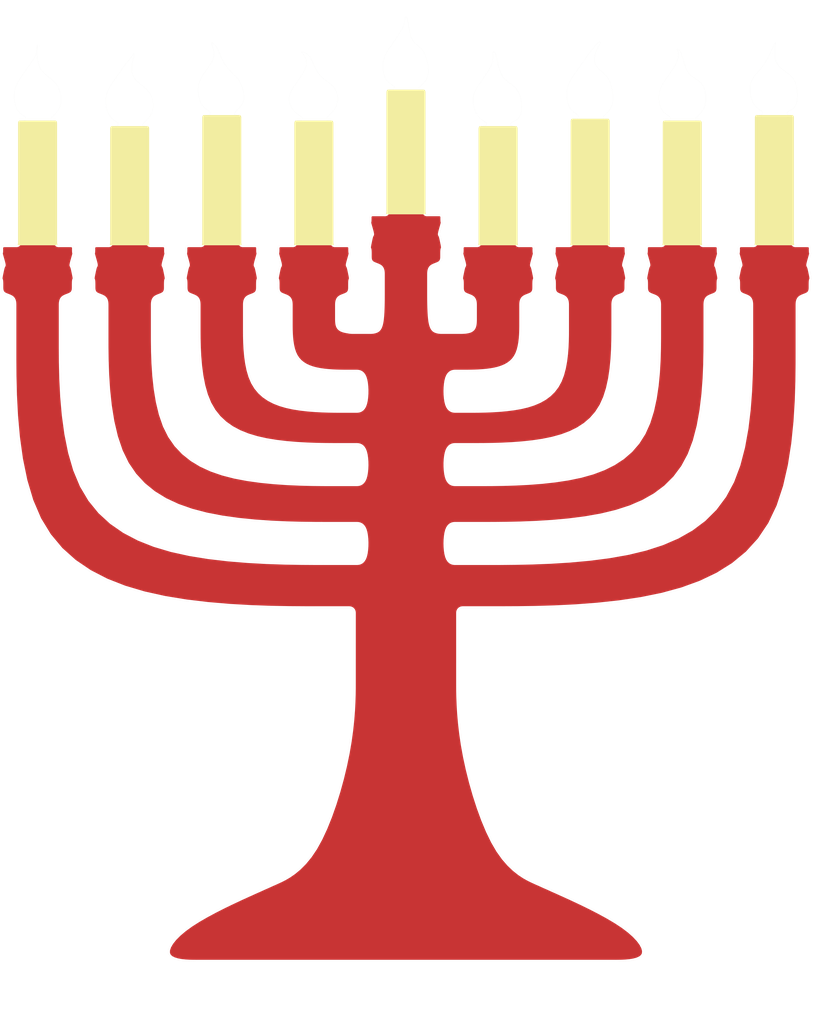
<source format=kicad_pcb>
(kicad_pcb (version 20171130) (host pcbnew "(5.1.4)-1")
  (layers (0 F.Cu signal) (31 B.Cu signal) (34 B.Paste user) (35 F.Paste user) (36 B.SilkS user) (37 F.SilkS user) (38 B.Mask user) (39 F.Mask user) (44 Edge.Cuts user))
  (net 0 "")
  (gr_line (start 172.771 67.612352) (end 172.771 67.515237) (layer Edge.Cuts) (width 0.005))
  (gr_line (start 172.771 67.728046) (end 172.771 67.612352) (layer Edge.Cuts) (width 0.005))
  (gr_line (start 172.771 67.439695) (end 172.771 67.383476) (layer Edge.Cuts) (width 0.005))
  (gr_line (start 172.771 67.515237) (end 172.771 67.439695) (layer Edge.Cuts) (width 0.005))
  (gr_line (start 172.771 69.992512) (end 172.771 69.308441) (layer Edge.Cuts) (width 0.005))
  (gr_line (start 172.771 69.308441) (end 172.771 67.728046) (layer Edge.Cuts) (width 0.005))
  (gr_line (start 192.639129 40.888348) (end 192.614666 40.8979) (layer Edge.Cuts) (width 0.005))
  (gr_line (start 192.663729 40.881164) (end 192.639129 40.888348) (layer Edge.Cuts) (width 0.005))
  (gr_line (start 192.68797 40.876011) (end 192.663729 40.881164) (layer Edge.Cuts) (width 0.005))
  (gr_line (start 192.711358 40.872551) (end 192.68797 40.876011) (layer Edge.Cuts) (width 0.005))
  (gr_line (start 192.733397 40.870448) (end 192.711358 40.872551) (layer Edge.Cuts) (width 0.005))
  (gr_line (start 192.753594 40.869363) (end 192.733397 40.870448) (layer Edge.Cuts) (width 0.005))
  (gr_line (start 192.771452 40.86896) (end 192.753594 40.869363) (layer Edge.Cuts) (width 0.005))
  (gr_line (start 192.786477 40.868901) (end 192.771452 40.86896) (layer Edge.Cuts) (width 0.005))
  (gr_line (start 192.798468 40.8689) (end 192.786477 40.868901) (layer Edge.Cuts) (width 0.005))
  (gr_line (start 192.808465 40.8689) (end 192.798468 40.8689) (layer Edge.Cuts) (width 0.005))
  (gr_line (start 192.817838 40.8689) (end 192.808465 40.8689) (layer Edge.Cuts) (width 0.005))
  (gr_line (start 192.827955 40.8689) (end 192.817838 40.8689) (layer Edge.Cuts) (width 0.005))
  (gr_line (start 192.840186 40.868901) (end 192.827955 40.8689) (layer Edge.Cuts) (width 0.005))
  (gr_line (start 192.8559 40.8689) (end 192.840186 40.868901) (layer Edge.Cuts) (width 0.005))
  (gr_line (start 192.876466 40.8689) (end 192.8559 40.8689) (layer Edge.Cuts) (width 0.005))
  (gr_line (start 192.903255 40.8689) (end 192.876466 40.8689) (layer Edge.Cuts) (width 0.005))
  (gr_line (start 192.93719 40.868776) (end 192.903255 40.8689) (layer Edge.Cuts) (width 0.005))
  (gr_line (start 192.977206 40.867843) (end 192.93719 40.868776) (layer Edge.Cuts) (width 0.005))
  (gr_line (start 193.021677 40.865261) (end 192.977206 40.867843) (layer Edge.Cuts) (width 0.005))
  (gr_line (start 193.06898 40.860191) (end 193.021677 40.865261) (layer Edge.Cuts) (width 0.005))
  (gr_line (start 193.117489 40.851792) (end 193.06898 40.860191) (layer Edge.Cuts) (width 0.005))
  (gr_line (start 193.165579 40.839223) (end 193.117489 40.851792) (layer Edge.Cuts) (width 0.005))
  (gr_line (start 193.211627 40.821644) (end 193.165579 40.839223) (layer Edge.Cuts) (width 0.005))
  (gr_line (start 193.254007 40.798216) (end 193.211627 40.821644) (layer Edge.Cuts) (width 0.005))
  (gr_line (start 193.291286 40.768392) (end 193.254007 40.798216) (layer Edge.Cuts) (width 0.005))
  (gr_line (start 193.322948 40.733024) (end 193.291286 40.768392) (layer Edge.Cuts) (width 0.005))
  (gr_line (start 193.348746 40.693379) (end 193.322948 40.733024) (layer Edge.Cuts) (width 0.005))
  (gr_line (start 193.368434 40.650723) (end 193.348746 40.693379) (layer Edge.Cuts) (width 0.005))
  (gr_line (start 193.381764 40.606324) (end 193.368434 40.650723) (layer Edge.Cuts) (width 0.005))
  (gr_line (start 193.388491 40.561448) (end 193.381764 40.606324) (layer Edge.Cuts) (width 0.005))
  (gr_line (start 193.388367 40.517361) (end 193.388491 40.561448) (layer Edge.Cuts) (width 0.005))
  (gr_line (start 193.381147 40.475331) (end 193.388367 40.517361) (layer Edge.Cuts) (width 0.005))
  (gr_line (start 193.366821 40.436456) (end 193.381147 40.475331) (layer Edge.Cuts) (width 0.005))
  (gr_line (start 193.346569 40.400989) (end 193.366821 40.436456) (layer Edge.Cuts) (width 0.005))
  (gr_line (start 193.321946 40.368918) (end 193.346569 40.400989) (layer Edge.Cuts) (width 0.005))
  (gr_line (start 193.294506 40.340229) (end 193.321946 40.368918) (layer Edge.Cuts) (width 0.005))
  (gr_line (start 193.265804 40.31491) (end 193.294506 40.340229) (layer Edge.Cuts) (width 0.005))
  (gr_line (start 193.237395 40.292949) (end 193.265804 40.31491) (layer Edge.Cuts) (width 0.005))
  (gr_line (start 193.210832 40.274333) (end 193.237395 40.292949) (layer Edge.Cuts) (width 0.005))
  (gr_line (start 193.187671 40.259049) (end 193.210832 40.274333) (layer Edge.Cuts) (width 0.005))
  (gr_line (start 193.168907 40.24684) (end 193.187671 40.259049) (layer Edge.Cuts) (width 0.005))
  (gr_line (start 193.152561 40.236144) (end 193.168907 40.24684) (layer Edge.Cuts) (width 0.005))
  (gr_line (start 193.135666 40.224965) (end 193.152561 40.236144) (layer Edge.Cuts) (width 0.005))
  (gr_line (start 193.115255 40.211307) (end 193.135666 40.224965) (layer Edge.Cuts) (width 0.005))
  (gr_line (start 193.088359 40.193175) (end 193.115255 40.211307) (layer Edge.Cuts) (width 0.005))
  (gr_line (start 193.052012 40.168574) (end 193.088359 40.193175) (layer Edge.Cuts) (width 0.005))
  (gr_line (start 193.003245 40.135507) (end 193.052012 40.168574) (layer Edge.Cuts) (width 0.005))
  (gr_line (start 192.939091 40.091978) (end 193.003245 40.135507) (layer Edge.Cuts) (width 0.005))
  (gr_line (start 192.857326 40.035936) (end 192.939091 40.091978) (layer Edge.Cuts) (width 0.005))
  (gr_line (start 192.759933 39.965) (end 192.857326 40.035936) (layer Edge.Cuts) (width 0.005))
  (gr_line (start 192.650367 39.87668) (end 192.759933 39.965) (layer Edge.Cuts) (width 0.005))
  (gr_line (start 192.532086 39.768481) (end 192.650367 39.87668) (layer Edge.Cuts) (width 0.005))
  (gr_line (start 192.408549 39.637913) (end 192.532086 39.768481) (layer Edge.Cuts) (width 0.005))
  (gr_line (start 192.283213 39.482482) (end 192.408549 39.637913) (layer Edge.Cuts) (width 0.005))
  (gr_line (start 192.159537 39.299695) (end 192.283213 39.482482) (layer Edge.Cuts) (width 0.005))
  (gr_line (start 192.040979 39.087061) (end 192.159537 39.299695) (layer Edge.Cuts) (width 0.005))
  (gr_line (start 191.930954 38.843046) (end 192.040979 39.087061) (layer Edge.Cuts) (width 0.005))
  (gr_line (start 191.832631 38.571865) (end 191.930954 38.843046) (layer Edge.Cuts) (width 0.005))
  (gr_line (start 191.749084 38.279861) (end 191.832631 38.571865) (layer Edge.Cuts) (width 0.005))
  (gr_line (start 191.683387 37.973384) (end 191.749084 38.279861) (layer Edge.Cuts) (width 0.005))
  (gr_line (start 191.638615 37.658782) (end 191.683387 37.973384) (layer Edge.Cuts) (width 0.005))
  (gr_line (start 191.617842 37.342403) (end 191.638615 37.658782) (layer Edge.Cuts) (width 0.005))
  (gr_line (start 191.624143 37.030595) (end 191.617842 37.342403) (layer Edge.Cuts) (width 0.005))
  (gr_line (start 191.660592 36.729706) (end 191.624143 37.030595) (layer Edge.Cuts) (width 0.005))
  (gr_line (start 191.72922 36.445554) (end 191.660592 36.729706) (layer Edge.Cuts) (width 0.005))
  (gr_line (start 191.825432 36.180574) (end 191.72922 36.445554) (layer Edge.Cuts) (width 0.005))
  (gr_line (start 191.942035 35.935876) (end 191.825432 36.180574) (layer Edge.Cuts) (width 0.005))
  (gr_line (start 192.071829 35.712568) (end 191.942035 35.935876) (layer Edge.Cuts) (width 0.005))
  (gr_line (start 192.207617 35.511761) (end 192.071829 35.712568) (layer Edge.Cuts) (width 0.005))
  (gr_line (start 192.3422 35.33456) (end 192.207617 35.511761) (layer Edge.Cuts) (width 0.005))
  (gr_line (start 192.468379 35.182076) (end 192.3422 35.33456) (layer Edge.Cuts) (width 0.005))
  (gr_line (start 192.578957 35.055416) (end 192.468379 35.182076) (layer Edge.Cuts) (width 0.005))
  (gr_line (start 192.667871 34.955069) (end 192.578957 35.055416) (layer Edge.Cuts) (width 0.005))
  (gr_line (start 192.736737 34.877354) (end 192.667871 34.955069) (layer Edge.Cuts) (width 0.005))
  (gr_line (start 192.790342 34.816861) (end 192.736737 34.877354) (layer Edge.Cuts) (width 0.005))
  (gr_line (start 192.833481 34.768178) (end 192.790342 34.816861) (layer Edge.Cuts) (width 0.005))
  (gr_line (start 192.870953 34.72589) (end 192.833481 34.768178) (layer Edge.Cuts) (width 0.005))
  (gr_line (start 192.907555 34.684584) (end 192.870953 34.72589) (layer Edge.Cuts) (width 0.005))
  (gr_line (start 192.948084 34.638846) (end 192.907555 34.684584) (layer Edge.Cuts) (width 0.005))
  (gr_line (start 192.997336 34.583264) (end 192.948084 34.638846) (layer Edge.Cuts) (width 0.005))
  (gr_line (start 193.059567 34.51282) (end 192.997336 34.583264) (layer Edge.Cuts) (width 0.005))
  (gr_line (start 193.135145 34.425349) (end 193.059567 34.51282) (layer Edge.Cuts) (width 0.005))
  (gr_line (start 193.222739 34.319928) (end 193.135145 34.425349) (layer Edge.Cuts) (width 0.005))
  (gr_line (start 193.321016 34.195641) (end 193.222739 34.319928) (layer Edge.Cuts) (width 0.005))
  (gr_line (start 193.428639 34.05157) (end 193.321016 34.195641) (layer Edge.Cuts) (width 0.005))
  (gr_line (start 193.544272 33.886798) (end 193.428639 34.05157) (layer Edge.Cuts) (width 0.005))
  (gr_line (start 193.666581 33.700407) (end 193.544272 33.886798) (layer Edge.Cuts) (width 0.005))
  (gr_line (start 193.79423 33.491481) (end 193.666581 33.700407) (layer Edge.Cuts) (width 0.005))
  (gr_line (start 193.92579 33.259797) (end 193.79423 33.491481) (layer Edge.Cuts) (width 0.005))
  (gr_line (start 194.059122 33.010441) (end 193.92579 33.259797) (layer Edge.Cuts) (width 0.005))
  (gr_line (start 194.19176 32.750939) (end 194.059122 33.010441) (layer Edge.Cuts) (width 0.005))
  (gr_line (start 194.321238 32.488827) (end 194.19176 32.750939) (layer Edge.Cuts) (width 0.005))
  (gr_line (start 194.445087 32.231645) (end 194.321238 32.488827) (layer Edge.Cuts) (width 0.005))
  (gr_line (start 194.560842 31.986932) (end 194.445087 32.231645) (layer Edge.Cuts) (width 0.005))
  (gr_line (start 194.666033 31.762225) (end 194.560842 31.986932) (layer Edge.Cuts) (width 0.005))
  (gr_line (start 194.758195 31.565063) (end 194.666033 31.762225) (layer Edge.Cuts) (width 0.005))
  (gr_line (start 194.835182 31.402086) (end 194.758195 31.565063) (layer Edge.Cuts) (width 0.005))
  (gr_line (start 194.897459 31.272651) (end 194.835182 31.402086) (layer Edge.Cuts) (width 0.005))
  (gr_line (start 194.94676 31.172583) (end 194.897459 31.272651) (layer Edge.Cuts) (width 0.005))
  (gr_line (start 194.984827 31.097681) (end 194.94676 31.172583) (layer Edge.Cuts) (width 0.005))
  (gr_line (start 195.013399 31.043746) (end 194.984827 31.097681) (layer Edge.Cuts) (width 0.005))
  (gr_line (start 195.034219 31.006578) (end 195.013399 31.043746) (layer Edge.Cuts) (width 0.005))
  (gr_line (start 195.049027 30.981978) (end 195.034219 31.006578) (layer Edge.Cuts) (width 0.005))
  (gr_line (start 195.059566 30.965745) (end 195.049027 30.981978) (layer Edge.Cuts) (width 0.005))
  (gr_line (start 195.067489 30.953924) (end 195.059566 30.965745) (layer Edge.Cuts) (width 0.005))
  (gr_line (start 195.073705 30.944653) (end 195.067489 30.953924) (layer Edge.Cuts) (width 0.005))
  (gr_line (start 195.07874 30.937144) (end 195.073705 30.944653) (layer Edge.Cuts) (width 0.005))
  (gr_line (start 195.083117 30.930615) (end 195.07874 30.937144) (layer Edge.Cuts) (width 0.005))
  (gr_line (start 195.08736 30.924287) (end 195.083117 30.930615) (layer Edge.Cuts) (width 0.005))
  (gr_line (start 195.091991 30.917379) (end 195.08736 30.924287) (layer Edge.Cuts) (width 0.005))
  (gr_line (start 195.097535 30.909111) (end 195.091991 30.917379) (layer Edge.Cuts) (width 0.005))
  (gr_line (start 195.104514 30.898702) (end 195.097535 30.909111) (layer Edge.Cuts) (width 0.005))
  (gr_line (start 195.113327 30.88584) (end 195.104514 30.898702) (layer Edge.Cuts) (width 0.005))
  (gr_line (start 195.123243 30.874504) (end 195.113327 30.88584) (layer Edge.Cuts) (width 0.005))
  (gr_line (start 195.132917 30.870988) (end 195.123243 30.874504) (layer Edge.Cuts) (width 0.005))
  (gr_line (start 195.140998 30.881609) (end 195.132917 30.870988) (layer Edge.Cuts) (width 0.005))
  (gr_line (start 195.146137 30.912684) (end 195.140998 30.881609) (layer Edge.Cuts) (width 0.005))
  (gr_line (start 195.146985 30.970528) (end 195.146137 30.912684) (layer Edge.Cuts) (width 0.005))
  (gr_line (start 195.142191 31.06146) (end 195.146985 30.970528) (layer Edge.Cuts) (width 0.005))
  (gr_line (start 195.130405 31.191794) (end 195.142191 31.06146) (layer Edge.Cuts) (width 0.005))
  (gr_line (start 195.110693 31.366927) (end 195.130405 31.191794) (layer Edge.Cuts) (width 0.005))
  (gr_line (start 195.086211 31.583212) (end 195.110693 31.366927) (layer Edge.Cuts) (width 0.005))
  (gr_line (start 195.062432 31.83187) (end 195.086211 31.583212) (layer Edge.Cuts) (width 0.005))
  (gr_line (start 195.044857 32.104067) (end 195.062432 31.83187) (layer Edge.Cuts) (width 0.005))
  (gr_line (start 195.038986 32.390964) (end 195.044857 32.104067) (layer Edge.Cuts) (width 0.005))
  (gr_line (start 195.050321 32.683726) (end 195.038986 32.390964) (layer Edge.Cuts) (width 0.005))
  (gr_line (start 195.084361 32.973516) (end 195.050321 32.683726) (layer Edge.Cuts) (width 0.005))
  (gr_line (start 195.146609 33.251497) (end 195.084361 32.973516) (layer Edge.Cuts) (width 0.005))
  (gr_line (start 195.241806 33.509343) (end 195.146609 33.251497) (layer Edge.Cuts) (width 0.005))
  (gr_line (start 195.366762 33.744093) (end 195.241806 33.509343) (layer Edge.Cuts) (width 0.005))
  (gr_line (start 195.513541 33.955988) (end 195.366762 33.744093) (layer Edge.Cuts) (width 0.005))
  (gr_line (start 195.674146 34.145312) (end 195.513541 33.955988) (layer Edge.Cuts) (width 0.005))
  (gr_line (start 195.840577 34.31235) (end 195.674146 34.145312) (layer Edge.Cuts) (width 0.005))
  (gr_line (start 196.004838 34.457384) (end 195.840577 34.31235) (layer Edge.Cuts) (width 0.005))
  (gr_line (start 196.15893 34.580701) (end 196.004838 34.457384) (layer Edge.Cuts) (width 0.005))
  (gr_line (start 196.294856 34.682584) (end 196.15893 34.580701) (layer Edge.Cuts) (width 0.005))
  (gr_line (start 196.405366 34.76355) (end 196.294856 34.682584) (layer Edge.Cuts) (width 0.005))
  (gr_line (start 196.491627 34.826723) (end 196.405366 34.76355) (layer Edge.Cuts) (width 0.005))
  (gr_line (start 196.560097 34.876866) (end 196.491627 34.826723) (layer Edge.Cuts) (width 0.005))
  (gr_line (start 196.617315 34.918769) (end 196.560097 34.876866) (layer Edge.Cuts) (width 0.005))
  (gr_line (start 196.66982 34.95722) (end 196.617315 34.918769) (layer Edge.Cuts) (width 0.005))
  (gr_line (start 196.724151 34.997008) (end 196.66982 34.95722) (layer Edge.Cuts) (width 0.005))
  (gr_line (start 196.786848 35.042922) (end 196.724151 34.997008) (layer Edge.Cuts) (width 0.005))
  (gr_line (start 196.86445 35.099752) (end 196.786848 35.042922) (layer Edge.Cuts) (width 0.005))
  (gr_line (start 196.962916 35.172182) (end 196.86445 35.099752) (layer Edge.Cuts) (width 0.005))
  (gr_line (start 197.081232 35.263638) (end 196.962916 35.172182) (layer Edge.Cuts) (width 0.005))
  (gr_line (start 197.213767 35.376716) (end 197.081232 35.263638) (layer Edge.Cuts) (width 0.005))
  (gr_line (start 197.354808 35.513996) (end 197.213767 35.376716) (layer Edge.Cuts) (width 0.005))
  (gr_line (start 197.498645 35.678059) (end 197.354808 35.513996) (layer Edge.Cuts) (width 0.005))
  (gr_line (start 197.639564 35.871484) (end 197.498645 35.678059) (layer Edge.Cuts) (width 0.005))
  (gr_line (start 197.771855 36.096853) (end 197.639564 35.871484) (layer Edge.Cuts) (width 0.005))
  (gr_line (start 197.889804 36.356746) (end 197.771855 36.096853) (layer Edge.Cuts) (width 0.005))
  (gr_line (start 197.987962 36.653178) (end 197.889804 36.356746) (layer Edge.Cuts) (width 0.005))
  (gr_line (start 198.064251 36.980876) (end 197.987962 36.653178) (layer Edge.Cuts) (width 0.005))
  (gr_line (start 198.118947 37.329493) (end 198.064251 36.980876) (layer Edge.Cuts) (width 0.005))
  (gr_line (start 198.152367 37.68858) (end 198.118947 37.329493) (layer Edge.Cuts) (width 0.005))
  (gr_line (start 198.164834 38.047689) (end 198.152367 37.68858) (layer Edge.Cuts) (width 0.005))
  (gr_line (start 198.156667 38.39637) (end 198.164834 38.047689) (layer Edge.Cuts) (width 0.005))
  (gr_line (start 198.128187 38.724174) (end 198.156667 38.39637) (layer Edge.Cuts) (width 0.005))
  (gr_line (start 198.079714 39.020652) (end 198.128187 38.724174) (layer Edge.Cuts) (width 0.005))
  (gr_line (start 198.011741 39.275947) (end 198.079714 39.020652) (layer Edge.Cuts) (width 0.005))
  (gr_line (start 197.927155 39.488416) (end 198.011741 39.275947) (layer Edge.Cuts) (width 0.005))
  (gr_line (start 197.830599 39.662424) (end 197.927155 39.488416) (layer Edge.Cuts) (width 0.005))
  (gr_line (start 197.726751 39.802479) (end 197.830599 39.662424) (layer Edge.Cuts) (width 0.005))
  (gr_line (start 197.620294 39.913083) (end 197.726751 39.802479) (layer Edge.Cuts) (width 0.005))
  (gr_line (start 197.515907 39.998742) (end 197.620294 39.913083) (layer Edge.Cuts) (width 0.005))
  (gr_line (start 197.418272 40.063962) (end 197.515907 39.998742) (layer Edge.Cuts) (width 0.005))
  (gr_line (start 197.332069 40.113246) (end 197.418272 40.063962) (layer Edge.Cuts) (width 0.005))
  (gr_line (start 197.261698 40.150998) (end 197.332069 40.113246) (layer Edge.Cuts) (width 0.005))
  (gr_line (start 197.207358 40.180092) (end 197.261698 40.150998) (layer Edge.Cuts) (width 0.005))
  (gr_line (start 197.166014 40.202228) (end 197.207358 40.180092) (layer Edge.Cuts) (width 0.005))
  (gr_line (start 197.134547 40.219076) (end 197.166014 40.202228) (layer Edge.Cuts) (width 0.005))
  (gr_line (start 197.109841 40.232304) (end 197.134547 40.219076) (layer Edge.Cuts) (width 0.005))
  (gr_line (start 197.088777 40.243583) (end 197.109841 40.232304) (layer Edge.Cuts) (width 0.005))
  (gr_line (start 197.068238 40.25458) (end 197.088777 40.243583) (layer Edge.Cuts) (width 0.005))
  (gr_line (start 197.045106 40.266966) (end 197.068238 40.25458) (layer Edge.Cuts) (width 0.005))
  (gr_line (start 197.016431 40.28235) (end 197.045106 40.266966) (layer Edge.Cuts) (width 0.005))
  (gr_line (start 196.981956 40.301369) (end 197.016431 40.28235) (layer Edge.Cuts) (width 0.005))
  (gr_line (start 196.943605 40.323872) (end 196.981956 40.301369) (layer Edge.Cuts) (width 0.005))
  (gr_line (start 196.903364 40.34969) (end 196.943605 40.323872) (layer Edge.Cuts) (width 0.005))
  (gr_line (start 196.86322 40.378649) (end 196.903364 40.34969) (layer Edge.Cuts) (width 0.005))
  (gr_line (start 196.82516 40.410579) (end 196.86322 40.378649) (layer Edge.Cuts) (width 0.005))
  (gr_line (start 196.791169 40.445306) (end 196.82516 40.410579) (layer Edge.Cuts) (width 0.005))
  (gr_line (start 196.763234 40.48266) (end 196.791169 40.445306) (layer Edge.Cuts) (width 0.005))
  (gr_line (start 196.743266 40.522442) (end 196.763234 40.48266) (layer Edge.Cuts) (width 0.005))
  (gr_line (start 196.73184 40.563994) (end 196.743266 40.522442) (layer Edge.Cuts) (width 0.005))
  (gr_line (start 196.728402 40.606266) (end 196.73184 40.563994) (layer Edge.Cuts) (width 0.005))
  (gr_line (start 196.732359 40.648197) (end 196.728402 40.606266) (layer Edge.Cuts) (width 0.005))
  (gr_line (start 196.74312 40.688724) (end 196.732359 40.648197) (layer Edge.Cuts) (width 0.005))
  (gr_line (start 196.760092 40.726787) (end 196.74312 40.688724) (layer Edge.Cuts) (width 0.005))
  (gr_line (start 196.782683 40.761322) (end 196.760092 40.726787) (layer Edge.Cuts) (width 0.005))
  (gr_line (start 196.810301 40.791267) (end 196.782683 40.761322) (layer Edge.Cuts) (width 0.005))
  (gr_line (start 196.842336 40.815611) (end 196.810301 40.791267) (layer Edge.Cuts) (width 0.005))
  (gr_line (start 196.877832 40.834262) (end 196.842336 40.815611) (layer Edge.Cuts) (width 0.005))
  (gr_line (start 196.915525 40.847958) (end 196.877832 40.834262) (layer Edge.Cuts) (width 0.005))
  (gr_line (start 196.95414 40.857464) (end 196.915525 40.847958) (layer Edge.Cuts) (width 0.005))
  (gr_line (start 196.992402 40.863544) (end 196.95414 40.857464) (layer Edge.Cuts) (width 0.005))
  (gr_line (start 197.029036 40.866965) (end 196.992402 40.863544) (layer Edge.Cuts) (width 0.005))
  (gr_line (start 197.062767 40.86849) (end 197.029036 40.866965) (layer Edge.Cuts) (width 0.005))
  (gr_line (start 197.09232 40.868887) (end 197.062767 40.86849) (layer Edge.Cuts) (width 0.005))
  (gr_line (start 197.116478 40.8689) (end 197.09232 40.868887) (layer Edge.Cuts) (width 0.005))
  (gr_line (start 197.135234 40.8689) (end 197.116478 40.8689) (layer Edge.Cuts) (width 0.005))
  (gr_line (start 197.149716 40.8689) (end 197.135234 40.8689) (layer Edge.Cuts) (width 0.005))
  (gr_line (start 197.161095 40.868901) (end 197.149716 40.8689) (layer Edge.Cuts) (width 0.005))
  (gr_line (start 197.170544 40.8689) (end 197.161095 40.868901) (layer Edge.Cuts) (width 0.005))
  (gr_line (start 197.179235 40.8689) (end 197.170544 40.8689) (layer Edge.Cuts) (width 0.005))
  (gr_line (start 197.188339 40.8689) (end 197.179235 40.8689) (layer Edge.Cuts) (width 0.005))
  (gr_line (start 197.199028 40.8689) (end 197.188339 40.8689) (layer Edge.Cuts) (width 0.005))
  (gr_line (start 197.212438 40.868908) (end 197.199028 40.8689) (layer Edge.Cuts) (width 0.005))
  (gr_line (start 197.228902 40.869092) (end 197.212438 40.868908) (layer Edge.Cuts) (width 0.005))
  (gr_line (start 197.247958 40.869784) (end 197.228902 40.869092) (layer Edge.Cuts) (width 0.005))
  (gr_line (start 197.269112 40.871322) (end 197.247958 40.869784) (layer Edge.Cuts) (width 0.005))
  (gr_line (start 197.291868 40.874042) (end 197.269112 40.871322) (layer Edge.Cuts) (width 0.005))
  (gr_line (start 197.315733 40.878282) (end 197.291868 40.874042) (layer Edge.Cuts) (width 0.005))
  (gr_line (start 197.34021 40.88438) (end 197.315733 40.878282) (layer Edge.Cuts) (width 0.005))
  (gr_line (start 197.364805 40.892673) (end 197.34021 40.88438) (layer Edge.Cuts) (width 0.005))
  (gr_line (start 197.389027 40.903487) (end 197.364805 40.892673) (layer Edge.Cuts) (width 0.005))
  (gr_line (start 197.412498 40.916867) (end 197.389027 40.903487) (layer Edge.Cuts) (width 0.005))
  (gr_line (start 197.434953 40.932569) (end 197.412498 40.916867) (layer Edge.Cuts) (width 0.005))
  (gr_line (start 197.456134 40.950334) (end 197.434953 40.932569) (layer Edge.Cuts) (width 0.005))
  (gr_line (start 197.475781 40.969903) (end 197.456134 40.950334) (layer Edge.Cuts) (width 0.005))
  (gr_line (start 197.493637 40.991017) (end 197.475781 40.969903) (layer Edge.Cuts) (width 0.005))
  (gr_line (start 197.509442 41.013417) (end 197.493637 40.991017) (layer Edge.Cuts) (width 0.005))
  (gr_line (start 197.522938 41.036846) (end 197.509442 41.013417) (layer Edge.Cuts) (width 0.005))
  (gr_line (start 197.533876 41.06104) (end 197.522938 41.036846) (layer Edge.Cuts) (width 0.005))
  (gr_line (start 197.54228 41.085629) (end 197.533876 41.06104) (layer Edge.Cuts) (width 0.005))
  (gr_line (start 197.548474 41.110122) (end 197.54228 41.085629) (layer Edge.Cuts) (width 0.005))
  (gr_line (start 197.552795 41.134027) (end 197.548474 41.110122) (layer Edge.Cuts) (width 0.005))
  (gr_line (start 197.555579 41.156846) (end 197.552795 41.134027) (layer Edge.Cuts) (width 0.005))
  (gr_line (start 197.557165 41.178087) (end 197.555579 41.156846) (layer Edge.Cuts) (width 0.005))
  (gr_line (start 197.557889 41.197253) (end 197.557165 41.178087) (layer Edge.Cuts) (width 0.005))
  (gr_line (start 197.55809 41.213851) (end 197.557889 41.197253) (layer Edge.Cuts) (width 0.005))
  (gr_line (start 197.5581 41.227398) (end 197.55809 41.213851) (layer Edge.Cuts) (width 0.005))
  (gr_line (start 197.5581 41.23782) (end 197.5581 41.227398) (layer Edge.Cuts) (width 0.005))
  (gr_line (start 197.5581 41.245507) (end 197.5581 41.23782) (layer Edge.Cuts) (width 0.005))
  (gr_line (start 197.5581 41.250875) (end 197.5581 41.245507) (layer Edge.Cuts) (width 0.005))
  (gr_line (start 197.5581 41.254341) (end 197.5581 41.250875) (layer Edge.Cuts) (width 0.005))
  (gr_line (start 197.5581 41.256321) (end 197.5581 41.254341) (layer Edge.Cuts) (width 0.005))
  (gr_line (start 197.5581 41.257231) (end 197.5581 41.256321) (layer Edge.Cuts) (width 0.005))
  (gr_line (start 197.558099 41.257488) (end 197.5581 41.257231) (layer Edge.Cuts) (width 0.005))
  (gr_line (start 197.5581 41.25769) (end 197.558099 41.257488) (layer Edge.Cuts) (width 0.005))
  (gr_line (start 197.5581 41.26451) (end 197.5581 41.25769) (layer Edge.Cuts) (width 0.005))
  (gr_line (start 197.558099 41.291933) (end 197.5581 41.26451) (layer Edge.Cuts) (width 0.005))
  (gr_line (start 197.558099 41.354376) (end 197.558099 41.291933) (layer Edge.Cuts) (width 0.005))
  (gr_line (start 197.5581 41.46626) (end 197.558099 41.354376) (layer Edge.Cuts) (width 0.005))
  (gr_line (start 197.5581 41.642003) (end 197.5581 41.46626) (layer Edge.Cuts) (width 0.005))
  (gr_line (start 197.5581 41.896025) (end 197.5581 41.642003) (layer Edge.Cuts) (width 0.005))
  (gr_line (start 197.5581 42.242744) (end 197.5581 41.896025) (layer Edge.Cuts) (width 0.005))
  (gr_line (start 197.5581 42.696083) (end 197.5581 42.242744) (layer Edge.Cuts) (width 0.005))
  (gr_line (start 197.5581 43.25175) (end 197.5581 42.696083) (layer Edge.Cuts) (width 0.005))
  (gr_line (start 197.5581 43.882389) (end 197.5581 43.25175) (layer Edge.Cuts) (width 0.005))
  (gr_line (start 197.558099 44.559162) (end 197.5581 43.882389) (layer Edge.Cuts) (width 0.005))
  (gr_line (start 197.5581 45.25323) (end 197.558099 44.559162) (layer Edge.Cuts) (width 0.005))
  (gr_line (start 197.5581 52.065716) (end 197.5581 45.25323) (layer Edge.Cuts) (width 0.005))
  (gr_line (start 197.558099 52.948944) (end 197.5581 52.065716) (layer Edge.Cuts) (width 0.005))
  (gr_line (start 197.5581 53.857706) (end 197.558099 52.948944) (layer Edge.Cuts) (width 0.005))
  (gr_line (start 197.5581 54.754224) (end 197.5581 53.857706) (layer Edge.Cuts) (width 0.005))
  (gr_line (start 197.5581 55.600725) (end 197.5581 54.754224) (layer Edge.Cuts) (width 0.005))
  (gr_line (start 197.558099 56.359434) (end 197.5581 55.600725) (layer Edge.Cuts) (width 0.005))
  (gr_line (start 197.558099 56.99287) (end 197.558099 56.359434) (layer Edge.Cuts) (width 0.005))
  (gr_line (start 197.5581 57.483828) (end 197.558099 56.99287) (layer Edge.Cuts) (width 0.005))
  (gr_line (start 197.5581 57.848156) (end 197.5581 57.483828) (layer Edge.Cuts) (width 0.005))
  (gr_line (start 197.5581 58.104741) (end 197.5581 57.848156) (layer Edge.Cuts) (width 0.005))
  (gr_line (start 197.5581 58.272471) (end 197.5581 58.104741) (layer Edge.Cuts) (width 0.005))
  (gr_line (start 197.5581 58.370232) (end 197.5581 58.272471) (layer Edge.Cuts) (width 0.005))
  (gr_line (start 197.5581 58.416912) (end 197.5581 58.370232) (layer Edge.Cuts) (width 0.005))
  (gr_line (start 197.5581 58.4314) (end 197.5581 58.416912) (layer Edge.Cuts) (width 0.005))
  (gr_line (start 197.5581 58.432502) (end 197.5581 58.4314) (layer Edge.Cuts) (width 0.005))
  (gr_line (start 197.5581 58.43265) (end 197.5581 58.432502) (layer Edge.Cuts) (width 0.005))
  (gr_line (start 197.558099 58.433331) (end 197.5581 58.43265) (layer Edge.Cuts) (width 0.005))
  (gr_line (start 197.558099 58.434956) (end 197.558099 58.433331) (layer Edge.Cuts) (width 0.005))
  (gr_line (start 197.558099 58.437939) (end 197.558099 58.434956) (layer Edge.Cuts) (width 0.005))
  (gr_line (start 197.5581 58.44269) (end 197.558099 58.437939) (layer Edge.Cuts) (width 0.005))
  (gr_line (start 197.558099 58.449621) (end 197.5581 58.44269) (layer Edge.Cuts) (width 0.005))
  (gr_line (start 197.5581 58.459145) (end 197.558099 58.449621) (layer Edge.Cuts) (width 0.005))
  (gr_line (start 197.558101 58.471668) (end 197.5581 58.459145) (layer Edge.Cuts) (width 0.005))
  (gr_line (start 197.558215 58.487301) (end 197.558101 58.471668) (layer Edge.Cuts) (width 0.005))
  (gr_line (start 197.558756 58.50561) (end 197.558215 58.487301) (layer Edge.Cuts) (width 0.005))
  (gr_line (start 197.560056 58.526106) (end 197.558756 58.50561) (layer Edge.Cuts) (width 0.005))
  (gr_line (start 197.56245 58.548299) (end 197.560056 58.526106) (layer Edge.Cuts) (width 0.005))
  (gr_line (start 197.566271 58.5717) (end 197.56245 58.548299) (layer Edge.Cuts) (width 0.005))
  (gr_line (start 197.571853 58.595818) (end 197.566271 58.5717) (layer Edge.Cuts) (width 0.005))
  (gr_line (start 197.57953 58.620164) (end 197.571853 58.595818) (layer Edge.Cuts) (width 0.005))
  (gr_line (start 197.589633 58.64425) (end 197.57953 58.620164) (layer Edge.Cuts) (width 0.005))
  (gr_line (start 197.602307 58.66766) (end 197.589633 58.64425) (layer Edge.Cuts) (width 0.005))
  (gr_line (start 197.617336 58.690124) (end 197.602307 58.66766) (layer Edge.Cuts) (width 0.005))
  (gr_line (start 197.634463 58.711385) (end 197.617336 58.690124) (layer Edge.Cuts) (width 0.005))
  (gr_line (start 197.653434 58.731187) (end 197.634463 58.711385) (layer Edge.Cuts) (width 0.005))
  (gr_line (start 197.673991 58.749276) (end 197.653434 58.731187) (layer Edge.Cuts) (width 0.005))
  (gr_line (start 197.695881 58.765395) (end 197.673991 58.749276) (layer Edge.Cuts) (width 0.005))
  (gr_line (start 197.718846 58.779287) (end 197.695881 58.765395) (layer Edge.Cuts) (width 0.005))
  (gr_line (start 197.74263 58.7907) (end 197.718846 58.779287) (layer Edge.Cuts) (width 0.005))
  (gr_line (start 197.766906 58.79956) (end 197.74263 58.7907) (layer Edge.Cuts) (width 0.005))
  (gr_line (start 197.7912 58.806156) (end 197.766906 58.79956) (layer Edge.Cuts) (width 0.005))
  (gr_line (start 197.815024 58.810823) (end 197.7912 58.806156) (layer Edge.Cuts) (width 0.005))
  (gr_line (start 197.837887 58.813895) (end 197.815024 58.810823) (layer Edge.Cuts) (width 0.005))
  (gr_line (start 197.8593 58.815705) (end 197.837887 58.813895) (layer Edge.Cuts) (width 0.005))
  (gr_line (start 197.878772 58.816586) (end 197.8593 58.815705) (layer Edge.Cuts) (width 0.005))
  (gr_line (start 197.895816 58.816874) (end 197.878772 58.816586) (layer Edge.Cuts) (width 0.005))
  (gr_line (start 197.909941 58.8169) (end 197.895816 58.816874) (layer Edge.Cuts) (width 0.005))
  (gr_line (start 197.920927 58.8169) (end 197.909941 58.8169) (layer Edge.Cuts) (width 0.005))
  (gr_line (start 197.929114 58.8169) (end 197.920927 58.8169) (layer Edge.Cuts) (width 0.005))
  (gr_line (start 197.934913 58.8169) (end 197.929114 58.8169) (layer Edge.Cuts) (width 0.005))
  (gr_line (start 197.938735 58.8169) (end 197.934913 58.8169) (layer Edge.Cuts) (width 0.005))
  (gr_line (start 197.940994 58.8169) (end 197.938735 58.8169) (layer Edge.Cuts) (width 0.005))
  (gr_line (start 197.9421 58.8169) (end 197.940994 58.8169) (layer Edge.Cuts) (width 0.005))
  (gr_line (start 197.942464 58.8169) (end 197.9421 58.8169) (layer Edge.Cuts) (width 0.005))
  (gr_line (start 197.942504 58.8169) (end 197.942464 58.8169) (layer Edge.Cuts) (width 0.005))
  (gr_line (start 197.943453 58.816899) (end 197.942504 58.8169) (layer Edge.Cuts) (width 0.005))
  (gr_line (start 197.948371 58.816894) (end 197.943453 58.816899) (layer Edge.Cuts) (width 0.005))
  (gr_line (start 197.960566 58.816879) (end 197.948371 58.816894) (layer Edge.Cuts) (width 0.005))
  (gr_line (start 197.983344 58.816853) (end 197.960566 58.816879) (layer Edge.Cuts) (width 0.005))
  (gr_line (start 198.020013 58.81681) (end 197.983344 58.816853) (layer Edge.Cuts) (width 0.005))
  (gr_line (start 198.073879 58.816746) (end 198.020013 58.81681) (layer Edge.Cuts) (width 0.005))
  (gr_line (start 198.14825 58.816659) (end 198.073879 58.816746) (layer Edge.Cuts) (width 0.005))
  (gr_line (start 198.246422 58.816544) (end 198.14825 58.816659) (layer Edge.Cuts) (width 0.005))
  (gr_line (start 198.369007 58.8164) (end 198.246422 58.816544) (layer Edge.Cuts) (width 0.005))
  (gr_line (start 198.510297 58.816235) (end 198.369007 58.8164) (layer Edge.Cuts) (width 0.005))
  (gr_line (start 198.66368 58.816055) (end 198.510297 58.816235) (layer Edge.Cuts) (width 0.005))
  (gr_line (start 198.82254 58.815868) (end 198.66368 58.816055) (layer Edge.Cuts) (width 0.005))
  (gr_line (start 198.980264 58.815683) (end 198.82254 58.815868) (layer Edge.Cuts) (width 0.005))
  (gr_line (start 199.130239 58.815508) (end 198.980264 58.815683) (layer Edge.Cuts) (width 0.005))
  (gr_line (start 199.265849 58.815348) (end 199.130239 58.815508) (layer Edge.Cuts) (width 0.005))
  (gr_line (start 199.380488 58.815214) (end 199.265849 58.815348) (layer Edge.Cuts) (width 0.005))
  (gr_line (start 199.470117 58.815109) (end 199.380488 58.815214) (layer Edge.Cuts) (width 0.005))
  (gr_line (start 199.537071 58.81503) (end 199.470117 58.815109) (layer Edge.Cuts) (width 0.005))
  (gr_line (start 199.584656 58.814975) (end 199.537071 58.81503) (layer Edge.Cuts) (width 0.005))
  (gr_line (start 199.61618 58.814938) (end 199.584656 58.814975) (layer Edge.Cuts) (width 0.005))
  (gr_line (start 199.634949 58.814916) (end 199.61618 58.814938) (layer Edge.Cuts) (width 0.005))
  (gr_line (start 199.644271 58.814905) (end 199.634949 58.814916) (layer Edge.Cuts) (width 0.005))
  (gr_line (start 199.647453 58.814901) (end 199.644271 58.814905) (layer Edge.Cuts) (width 0.005))
  (gr_line (start 199.6478 58.8149) (end 199.647453 58.814901) (layer Edge.Cuts) (width 0.005))
  (gr_line (start 199.647892 58.8149) (end 199.6478 58.8149) (layer Edge.Cuts) (width 0.005))
  (gr_line (start 199.648407 58.8149) (end 199.647892 58.8149) (layer Edge.Cuts) (width 0.005))
  (gr_line (start 199.649717 58.8149) (end 199.648407 58.8149) (layer Edge.Cuts) (width 0.005))
  (gr_line (start 199.65219 58.814901) (end 199.649717 58.8149) (layer Edge.Cuts) (width 0.005))
  (gr_line (start 199.656198 58.8149) (end 199.65219 58.814901) (layer Edge.Cuts) (width 0.005))
  (gr_line (start 199.662112 58.814901) (end 199.656198 58.8149) (layer Edge.Cuts) (width 0.005))
  (gr_line (start 199.6703 58.8149) (end 199.662112 58.814901) (layer Edge.Cuts) (width 0.005))
  (gr_line (start 199.681134 58.814901) (end 199.6703 58.8149) (layer Edge.Cuts) (width 0.005))
  (gr_line (start 199.694793 58.814972) (end 199.681134 58.814901) (layer Edge.Cuts) (width 0.005))
  (gr_line (start 199.710927 58.81538) (end 199.694793 58.814972) (layer Edge.Cuts) (width 0.005))
  (gr_line (start 199.729096 58.816427) (end 199.710927 58.81538) (layer Edge.Cuts) (width 0.005))
  (gr_line (start 199.748859 58.818412) (end 199.729096 58.816427) (layer Edge.Cuts) (width 0.005))
  (gr_line (start 199.769776 58.821637) (end 199.748859 58.818412) (layer Edge.Cuts) (width 0.005))
  (gr_line (start 199.791407 58.8264) (end 199.769776 58.821637) (layer Edge.Cuts) (width 0.005))
  (gr_line (start 199.813311 58.833003) (end 199.791407 58.8264) (layer Edge.Cuts) (width 0.005))
  (gr_line (start 199.835047 58.841746) (end 199.813311 58.833003) (layer Edge.Cuts) (width 0.005))
  (gr_line (start 199.856223 58.85281) (end 199.835047 58.841746) (layer Edge.Cuts) (width 0.005))
  (gr_line (start 199.876583 58.866028) (end 199.856223 58.85281) (layer Edge.Cuts) (width 0.005))
  (gr_line (start 199.895897 58.881171) (end 199.876583 58.866028) (layer Edge.Cuts) (width 0.005))
  (gr_line (start 199.913933 58.898006) (end 199.895897 58.881171) (layer Edge.Cuts) (width 0.005))
  (gr_line (start 199.930463 58.916305) (end 199.913933 58.898006) (layer Edge.Cuts) (width 0.005))
  (gr_line (start 199.945255 58.935837) (end 199.930463 58.916305) (layer Edge.Cuts) (width 0.005))
  (gr_line (start 199.958079 58.95637) (end 199.945255 58.935837) (layer Edge.Cuts) (width 0.005))
  (gr_line (start 199.968705 58.977676) (end 199.958079 58.95637) (layer Edge.Cuts) (width 0.005))
  (gr_line (start 199.977016 58.999478) (end 199.968705 58.977676) (layer Edge.Cuts) (width 0.005))
  (gr_line (start 199.983244 59.021364) (end 199.977016 58.999478) (layer Edge.Cuts) (width 0.005))
  (gr_line (start 199.98769 59.042892) (end 199.983244 59.021364) (layer Edge.Cuts) (width 0.005))
  (gr_line (start 199.990654 59.063623) (end 199.98769 59.042892) (layer Edge.Cuts) (width 0.005))
  (gr_line (start 199.992436 59.083115) (end 199.990654 59.063623) (layer Edge.Cuts) (width 0.005))
  (gr_line (start 199.993338 59.100929) (end 199.992436 59.083115) (layer Edge.Cuts) (width 0.005))
  (gr_line (start 199.993659 59.116624) (end 199.993338 59.100929) (layer Edge.Cuts) (width 0.005))
  (gr_line (start 199.9937 59.129759) (end 199.993659 59.116624) (layer Edge.Cuts) (width 0.005))
  (gr_line (start 199.9937 59.140365) (end 199.9937 59.129759) (layer Edge.Cuts) (width 0.005))
  (gr_line (start 199.9937 59.150011) (end 199.9937 59.140365) (layer Edge.Cuts) (width 0.005))
  (gr_line (start 199.9937 59.16058) (end 199.9937 59.150011) (layer Edge.Cuts) (width 0.005))
  (gr_line (start 199.9937 59.173956) (end 199.9937 59.16058) (layer Edge.Cuts) (width 0.005))
  (gr_line (start 199.9937 59.192023) (end 199.9937 59.173956) (layer Edge.Cuts) (width 0.005))
  (gr_line (start 199.9937 59.216663) (end 199.9937 59.192023) (layer Edge.Cuts) (width 0.005))
  (gr_line (start 199.9937 59.249761) (end 199.9937 59.216663) (layer Edge.Cuts) (width 0.005))
  (gr_line (start 199.9937 59.2932) (end 199.9937 59.249761) (layer Edge.Cuts) (width 0.005))
  (gr_line (start 199.993738 59.347877) (end 199.9937 59.2932) (layer Edge.Cuts) (width 0.005))
  (gr_line (start 199.993984 59.411264) (end 199.993738 59.347877) (layer Edge.Cuts) (width 0.005))
  (gr_line (start 199.994637 59.480096) (end 199.993984 59.411264) (layer Edge.Cuts) (width 0.005))
  (gr_line (start 199.995895 59.551106) (end 199.994637 59.480096) (layer Edge.Cuts) (width 0.005))
  (gr_line (start 199.997957 59.621027) (end 199.995895 59.551106) (layer Edge.Cuts) (width 0.005))
  (gr_line (start 200.001021 59.686594) (end 199.997957 59.621027) (layer Edge.Cuts) (width 0.005))
  (gr_line (start 200.005287 59.744539) (end 200.001021 59.686594) (layer Edge.Cuts) (width 0.005))
  (gr_line (start 200.010952 59.791597) (end 200.005287 59.744539) (layer Edge.Cuts) (width 0.005))
  (gr_line (start 200.018032 59.82572) (end 200.010952 59.791597) (layer Edge.Cuts) (width 0.005))
  (gr_line (start 200.025869 59.84933) (end 200.018032 59.82572) (layer Edge.Cuts) (width 0.005))
  (gr_line (start 200.033653 59.865876) (end 200.025869 59.84933) (layer Edge.Cuts) (width 0.005))
  (gr_line (start 200.040573 59.878804) (end 200.033653 59.865876) (layer Edge.Cuts) (width 0.005))
  (gr_line (start 200.045816 59.891562) (end 200.040573 59.878804) (layer Edge.Cuts) (width 0.005))
  (gr_line (start 200.048573 59.907597) (end 200.045816 59.891562) (layer Edge.Cuts) (width 0.005))
  (gr_line (start 200.048031 59.930357) (end 200.048573 59.907597) (layer Edge.Cuts) (width 0.005))
  (gr_line (start 200.04338 59.963289) (end 200.048031 59.930357) (layer Edge.Cuts) (width 0.005))
  (gr_line (start 200.034124 60.008708) (end 200.04338 59.963289) (layer Edge.Cuts) (width 0.005))
  (gr_line (start 200.020993 60.064533) (end 200.034124 60.008708) (layer Edge.Cuts) (width 0.005))
  (gr_line (start 200.005012 60.127616) (end 200.020993 60.064533) (layer Edge.Cuts) (width 0.005))
  (gr_line (start 199.987209 60.194808) (end 200.005012 60.127616) (layer Edge.Cuts) (width 0.005))
  (gr_line (start 199.96861 60.262961) (end 199.987209 60.194808) (layer Edge.Cuts) (width 0.005))
  (gr_line (start 199.950241 60.328928) (end 199.96861 60.262961) (layer Edge.Cuts) (width 0.005))
  (gr_line (start 199.933131 60.389559) (end 199.950241 60.328928) (layer Edge.Cuts) (width 0.005))
  (gr_line (start 199.918304 60.441708) (end 199.933131 60.389559) (layer Edge.Cuts) (width 0.005))
  (gr_line (start 199.906457 60.483316) (end 199.918304 60.441708) (layer Edge.Cuts) (width 0.005))
  (gr_line (start 199.896919 60.516811) (end 199.906457 60.483316) (layer Edge.Cuts) (width 0.005))
  (gr_line (start 199.888672 60.545774) (end 199.896919 60.516811) (layer Edge.Cuts) (width 0.005))
  (gr_line (start 199.880696 60.573784) (end 199.888672 60.545774) (layer Edge.Cuts) (width 0.005))
  (gr_line (start 199.871971 60.604421) (end 199.880696 60.573784) (layer Edge.Cuts) (width 0.005))
  (gr_line (start 199.861479 60.641267) (end 199.871971 60.604421) (layer Edge.Cuts) (width 0.005))
  (gr_line (start 199.848199 60.6879) (end 199.861479 60.641267) (layer Edge.Cuts) (width 0.005))
  (gr_line (start 199.831112 60.7479) (end 199.848199 60.6879) (layer Edge.Cuts) (width 0.005))
  (gr_line (start 199.809591 60.823633) (end 199.831112 60.7479) (layer Edge.Cuts) (width 0.005))
  (gr_line (start 199.784713 60.912175) (end 199.809591 60.823633) (layer Edge.Cuts) (width 0.005))
  (gr_line (start 199.75802 61.009164) (end 199.784713 60.912175) (layer Edge.Cuts) (width 0.005))
  (gr_line (start 199.731054 61.110238) (end 199.75802 61.009164) (layer Edge.Cuts) (width 0.005))
  (gr_line (start 199.705357 61.211035) (end 199.731054 61.110238) (layer Edge.Cuts) (width 0.005))
  (gr_line (start 199.682469 61.307192) (end 199.705357 61.211035) (layer Edge.Cuts) (width 0.005))
  (gr_line (start 199.663933 61.394347) (end 199.682469 61.307192) (layer Edge.Cuts) (width 0.005))
  (gr_line (start 199.651291 61.468139) (end 199.663933 61.394347) (layer Edge.Cuts) (width 0.005))
  (gr_line (start 199.64574 61.525465) (end 199.651291 61.468139) (layer Edge.Cuts) (width 0.005))
  (gr_line (start 199.646888 61.569032) (end 199.64574 61.525465) (layer Edge.Cuts) (width 0.005))
  (gr_line (start 199.653887 61.603217) (end 199.646888 61.569032) (layer Edge.Cuts) (width 0.005))
  (gr_line (start 199.665891 61.632401) (end 199.653887 61.603217) (layer Edge.Cuts) (width 0.005))
  (gr_line (start 199.682049 61.660962) (end 199.665891 61.632401) (layer Edge.Cuts) (width 0.005))
  (gr_line (start 199.701514 61.693279) (end 199.682049 61.660962) (layer Edge.Cuts) (width 0.005))
  (gr_line (start 199.723437 61.73373) (end 199.701514 61.693279) (layer Edge.Cuts) (width 0.005))
  (gr_line (start 199.746971 61.786695) (end 199.723437 61.73373) (layer Edge.Cuts) (width 0.005))
  (gr_line (start 199.771314 61.855391) (end 199.746971 61.786695) (layer Edge.Cuts) (width 0.005))
  (gr_line (start 199.795889 61.93737) (end 199.771314 61.855391) (layer Edge.Cuts) (width 0.005))
  (gr_line (start 199.82019 62.028457) (end 199.795889 61.93737) (layer Edge.Cuts) (width 0.005))
  (gr_line (start 199.84371 62.124477) (end 199.82019 62.028457) (layer Edge.Cuts) (width 0.005))
  (gr_line (start 199.865942 62.221256) (end 199.84371 62.124477) (layer Edge.Cuts) (width 0.005))
  (gr_line (start 199.886378 62.314617) (end 199.865942 62.221256) (layer Edge.Cuts) (width 0.005))
  (gr_line (start 199.904513 62.400385) (end 199.886378 62.314617) (layer Edge.Cuts) (width 0.005))
  (gr_line (start 199.919839 62.474386) (end 199.904513 62.400385) (layer Edge.Cuts) (width 0.005))
  (gr_line (start 199.932012 62.533454) (end 199.919839 62.474386) (layer Edge.Cuts) (width 0.005))
  (gr_line (start 199.941532 62.579648) (end 199.932012 62.533454) (layer Edge.Cuts) (width 0.005))
  (gr_line (start 199.94917 62.61671) (end 199.941532 62.579648) (layer Edge.Cuts) (width 0.005))
  (gr_line (start 199.955696 62.648382) (end 199.94917 62.61671) (layer Edge.Cuts) (width 0.005))
  (gr_line (start 199.961883 62.678408) (end 199.955696 62.648382) (layer Edge.Cuts) (width 0.005))
  (gr_line (start 199.968501 62.710531) (end 199.961883 62.678408) (layer Edge.Cuts) (width 0.005))
  (gr_line (start 199.976322 62.748493) (end 199.968501 62.710531) (layer Edge.Cuts) (width 0.005))
  (gr_line (start 199.986116 62.796038) (end 199.976322 62.748493) (layer Edge.Cuts) (width 0.005))
  (gr_line (start 199.998441 62.856043) (end 199.986116 62.796038) (layer Edge.Cuts) (width 0.005))
  (gr_line (start 200.012673 62.926645) (end 199.998441 62.856043) (layer Edge.Cuts) (width 0.005))
  (gr_line (start 200.027787 63.004364) (end 200.012673 62.926645) (layer Edge.Cuts) (width 0.005))
  (gr_line (start 200.042759 63.085718) (end 200.027787 63.004364) (layer Edge.Cuts) (width 0.005))
  (gr_line (start 200.056562 63.167226) (end 200.042759 63.085718) (layer Edge.Cuts) (width 0.005))
  (gr_line (start 200.068173 63.245408) (end 200.056562 63.167226) (layer Edge.Cuts) (width 0.005))
  (gr_line (start 200.076566 63.316781) (end 200.068173 63.245408) (layer Edge.Cuts) (width 0.005))
  (gr_line (start 200.080715 63.377866) (end 200.076566 63.316781) (layer Edge.Cuts) (width 0.005))
  (gr_line (start 200.079823 63.425974) (end 200.080715 63.377866) (layer Edge.Cuts) (width 0.005))
  (gr_line (start 200.074408 63.46302) (end 200.079823 63.425974) (layer Edge.Cuts) (width 0.005))
  (gr_line (start 200.065462 63.492582) (end 200.074408 63.46302) (layer Edge.Cuts) (width 0.005))
  (gr_line (start 200.053978 63.518236) (end 200.065462 63.492582) (layer Edge.Cuts) (width 0.005))
  (gr_line (start 200.040949 63.543561) (end 200.053978 63.518236) (layer Edge.Cuts) (width 0.005))
  (gr_line (start 200.027369 63.572135) (end 200.040949 63.543561) (layer Edge.Cuts) (width 0.005))
  (gr_line (start 200.01423 63.607536) (end 200.027369 63.572135) (layer Edge.Cuts) (width 0.005))
  (gr_line (start 200.002525 63.653341) (end 200.01423 63.607536) (layer Edge.Cuts) (width 0.005))
  (gr_line (start 199.99311 63.712379) (end 200.002525 63.653341) (layer Edge.Cuts) (width 0.005))
  (gr_line (start 199.985989 63.782857) (end 199.99311 63.712379) (layer Edge.Cuts) (width 0.005))
  (gr_line (start 199.980841 63.861225) (end 199.985989 63.782857) (layer Edge.Cuts) (width 0.005))
  (gr_line (start 199.977347 63.943929) (end 199.980841 63.861225) (layer Edge.Cuts) (width 0.005))
  (gr_line (start 199.975187 64.027415) (end 199.977347 63.943929) (layer Edge.Cuts) (width 0.005))
  (gr_line (start 199.974039 64.108128) (end 199.975187 64.027415) (layer Edge.Cuts) (width 0.005))
  (gr_line (start 199.973583 64.182514) (end 199.974039 64.108128) (layer Edge.Cuts) (width 0.005))
  (gr_line (start 199.9735 64.247021) (end 199.973583 64.182514) (layer Edge.Cuts) (width 0.005))
  (gr_line (start 199.9735 64.298846) (end 199.9735 64.247021) (layer Edge.Cuts) (width 0.005))
  (gr_line (start 199.9735 64.340124) (end 199.9735 64.298846) (layer Edge.Cuts) (width 0.005))
  (gr_line (start 199.9735 64.374967) (end 199.9735 64.340124) (layer Edge.Cuts) (width 0.005))
  (gr_line (start 199.9735 64.407496) (end 199.9735 64.374967) (layer Edge.Cuts) (width 0.005))
  (gr_line (start 199.9735 64.44183) (end 199.9735 64.407496) (layer Edge.Cuts) (width 0.005))
  (gr_line (start 199.9735 64.482088) (end 199.9735 64.44183) (layer Edge.Cuts) (width 0.005))
  (gr_line (start 199.9735 64.53239) (end 199.9735 64.482088) (layer Edge.Cuts) (width 0.005))
  (gr_line (start 199.9735 64.596856) (end 199.9735 64.53239) (layer Edge.Cuts) (width 0.005))
  (gr_line (start 199.973179 64.678835) (end 199.9735 64.596856) (layer Edge.Cuts) (width 0.005))
  (gr_line (start 199.96999 64.776338) (end 199.973179 64.678835) (layer Edge.Cuts) (width 0.005))
  (gr_line (start 199.960441 64.885106) (end 199.96999 64.776338) (layer Edge.Cuts) (width 0.005))
  (gr_line (start 199.941036 65.000875) (end 199.960441 64.885106) (layer Edge.Cuts) (width 0.005))
  (gr_line (start 199.908281 65.11938) (end 199.941036 65.000875) (layer Edge.Cuts) (width 0.005))
  (gr_line (start 199.858678 65.236355) (end 199.908281 65.11938) (layer Edge.Cuts) (width 0.005))
  (gr_line (start 199.788734 65.347535) (end 199.858678 65.236355) (layer Edge.Cuts) (width 0.005))
  (gr_line (start 199.694952 65.448655) (end 199.788734 65.347535) (layer Edge.Cuts) (width 0.005))
  (gr_line (start 199.574733 65.536169) (end 199.694952 65.448655) (layer Edge.Cuts) (width 0.005))
  (gr_line (start 199.432094 65.611846) (end 199.574733 65.536169) (layer Edge.Cuts) (width 0.005))
  (gr_line (start 199.274011 65.679828) (end 199.432094 65.611846) (layer Edge.Cuts) (width 0.005))
  (gr_line (start 199.107477 65.744272) (end 199.274011 65.679828) (layer Edge.Cuts) (width 0.005))
  (gr_line (start 198.939481 65.809333) (end 199.107477 65.744272) (layer Edge.Cuts) (width 0.005))
  (gr_line (start 198.777015 65.879167) (end 198.939481 65.809333) (layer Edge.Cuts) (width 0.005))
  (gr_line (start 198.627069 65.95793) (end 198.777015 65.879167) (layer Edge.Cuts) (width 0.005))
  (gr_line (start 198.496635 66.049777) (end 198.627069 65.95793) (layer Edge.Cuts) (width 0.005))
  (gr_line (start 198.39187 66.158134) (end 198.496635 66.049777) (layer Edge.Cuts) (width 0.005))
  (gr_line (start 198.312385 66.280712) (end 198.39187 66.158134) (layer Edge.Cuts) (width 0.005))
  (gr_line (start 198.254704 66.412519) (end 198.312385 66.280712) (layer Edge.Cuts) (width 0.005))
  (gr_line (start 198.215331 66.548548) (end 198.254704 66.412519) (layer Edge.Cuts) (width 0.005))
  (gr_line (start 198.19077 66.683794) (end 198.215331 66.548548) (layer Edge.Cuts) (width 0.005))
  (gr_line (start 198.177526 66.813251) (end 198.19077 66.683794) (layer Edge.Cuts) (width 0.005))
  (gr_line (start 198.172104 66.931911) (end 198.177526 66.813251) (layer Edge.Cuts) (width 0.005))
  (gr_line (start 198.171007 67.034769) (end 198.172104 66.931911) (layer Edge.Cuts) (width 0.005))
  (gr_line (start 198.171 67.11739) (end 198.171007 67.034769) (layer Edge.Cuts) (width 0.005))
  (gr_line (start 198.171 67.180122) (end 198.171 67.11739) (layer Edge.Cuts) (width 0.005))
  (gr_line (start 198.171 67.22569) (end 198.171 67.180122) (layer Edge.Cuts) (width 0.005))
  (gr_line (start 198.171 67.256838) (end 198.171 67.22569) (layer Edge.Cuts) (width 0.005))
  (gr_line (start 198.171 67.276309) (end 198.171 67.256838) (layer Edge.Cuts) (width 0.005))
  (gr_line (start 198.171 67.286846) (end 198.171 67.276309) (layer Edge.Cuts) (width 0.005))
  (gr_line (start 198.171 67.291193) (end 198.171 67.286846) (layer Edge.Cuts) (width 0.005))
  (gr_line (start 198.171 67.292093) (end 198.171 67.291193) (layer Edge.Cuts) (width 0.005))
  (gr_line (start 198.171 67.292296) (end 198.171 67.292093) (layer Edge.Cuts) (width 0.005))
  (gr_line (start 198.171 67.294621) (end 198.171 67.292296) (layer Edge.Cuts) (width 0.005))
  (gr_line (start 198.171 67.301922) (end 198.171 67.294621) (layer Edge.Cuts) (width 0.005))
  (gr_line (start 198.171 67.317053) (end 198.171 67.301922) (layer Edge.Cuts) (width 0.005))
  (gr_line (start 198.171 67.342869) (end 198.171 67.317053) (layer Edge.Cuts) (width 0.005))
  (gr_line (start 198.170999 67.382223) (end 198.171 67.342869) (layer Edge.Cuts) (width 0.005))
  (gr_line (start 198.170999 67.437969) (end 198.170999 67.382223) (layer Edge.Cuts) (width 0.005))
  (gr_line (start 198.171 67.512963) (end 198.170999 67.437969) (layer Edge.Cuts) (width 0.005))
  (gr_line (start 198.171 67.609515) (end 198.171 67.512963) (layer Edge.Cuts) (width 0.005))
  (gr_line (start 198.171 67.72479) (end 198.171 67.609515) (layer Edge.Cuts) (width 0.005))
  (gr_line (start 198.171 67.85311) (end 198.171 67.72479) (layer Edge.Cuts) (width 0.005))
  (gr_line (start 198.171 67.988766) (end 198.171 67.85311) (layer Edge.Cuts) (width 0.005))
  (gr_line (start 198.171 68.12605) (end 198.171 67.988766) (layer Edge.Cuts) (width 0.005))
  (gr_line (start 198.170999 68.259254) (end 198.171 68.12605) (layer Edge.Cuts) (width 0.005))
  (gr_line (start 198.171 68.382669) (end 198.170999 68.259254) (layer Edge.Cuts) (width 0.005))
  (gr_line (start 198.171 68.490586) (end 198.171 68.382669) (layer Edge.Cuts) (width 0.005))
  (gr_line (start 198.171 68.577799) (end 198.171 68.490586) (layer Edge.Cuts) (width 0.005))
  (gr_line (start 198.171 68.644174) (end 198.171 68.577799) (layer Edge.Cuts) (width 0.005))
  (gr_line (start 198.170999 68.692528) (end 198.171 68.644174) (layer Edge.Cuts) (width 0.005))
  (gr_line (start 198.171 68.725715) (end 198.170999 68.692528) (layer Edge.Cuts) (width 0.005))
  (gr_line (start 198.171 68.746591) (end 198.171 68.725715) (layer Edge.Cuts) (width 0.005))
  (gr_line (start 198.171 68.758008) (end 198.171 68.746591) (layer Edge.Cuts) (width 0.005))
  (gr_line (start 198.171 68.762822) (end 198.171 68.758008) (layer Edge.Cuts) (width 0.005))
  (gr_line (start 198.171 68.763886) (end 198.171 68.762822) (layer Edge.Cuts) (width 0.005))
  (gr_line (start 198.171 68.767075) (end 198.171 68.763886) (layer Edge.Cuts) (width 0.005))
  (gr_line (start 198.171 68.81099) (end 198.171 68.767075) (layer Edge.Cuts) (width 0.005))
  (gr_line (start 198.171 68.954269) (end 198.171 68.81099) (layer Edge.Cuts) (width 0.005))
  (gr_line (start 198.171 69.255836) (end 198.171 68.954269) (layer Edge.Cuts) (width 0.005))
  (gr_line (start 198.171 69.774617) (end 198.171 69.255836) (layer Edge.Cuts) (width 0.005))
  (gr_line (start 198.171 70.569538) (end 198.171 69.774617) (layer Edge.Cuts) (width 0.005))
  (gr_line (start 198.171 71.699524) (end 198.171 70.569538) (layer Edge.Cuts) (width 0.005))
  (gr_line (start 198.171 73.2235) (end 198.171 71.699524) (layer Edge.Cuts) (width 0.005))
  (gr_line (start 198.169265 75.192572) (end 198.171 73.2235) (layer Edge.Cuts) (width 0.005))
  (gr_line (start 198.143936 77.567137) (end 198.169265 75.192572) (layer Edge.Cuts) (width 0.005))
  (gr_line (start 198.060187 80.249155) (end 198.143936 77.567137) (layer Edge.Cuts) (width 0.005))
  (gr_line (start 197.882979 83.139615) (end 198.060187 80.249155) (layer Edge.Cuts) (width 0.005))
  (gr_line (start 197.577271 86.139507) (end 197.882979 83.139615) (layer Edge.Cuts) (width 0.005))
  (gr_line (start 197.108024 89.149819) (end 197.577271 86.139507) (layer Edge.Cuts) (width 0.005))
  (gr_line (start 196.440197 92.071541) (end 197.108024 89.149819) (layer Edge.Cuts) (width 0.005))
  (gr_line (start 195.538751 94.805663) (end 196.440197 92.071541) (layer Edge.Cuts) (width 0.005))
  (gr_line (start 194.370956 97.258633) (end 195.538751 94.805663) (layer Edge.Cuts) (width 0.005))
  (gr_line (start 192.93284 99.404801) (end 194.370956 97.258633) (layer Edge.Cuts) (width 0.005))
  (gr_line (start 191.239917 101.264541) (end 192.93284 99.404801) (layer Edge.Cuts) (width 0.005))
  (gr_line (start 189.308072 102.859096) (end 191.239917 101.264541) (layer Edge.Cuts) (width 0.005))
  (gr_line (start 187.15319 104.209712) (end 189.308072 102.859096) (layer Edge.Cuts) (width 0.005))
  (gr_line (start 184.791156 105.337635) (end 187.15319 104.209712) (layer Edge.Cuts) (width 0.005))
  (gr_line (start 182.237854 106.264108) (end 184.791156 105.337635) (layer Edge.Cuts) (width 0.005))
  (gr_line (start 179.50917 107.010377) (end 182.237854 106.264108) (layer Edge.Cuts) (width 0.005))
  (gr_line (start 176.623372 107.597588) (end 179.50917 107.010377) (layer Edge.Cuts) (width 0.005))
  (gr_line (start 173.630604 108.045551) (end 176.623372 107.597588) (layer Edge.Cuts) (width 0.005))
  (gr_line (start 170.603727 108.373127) (end 173.630604 108.045551) (layer Edge.Cuts) (width 0.005))
  (gr_line (start 167.616092 108.599157) (end 170.603727 108.373127) (layer Edge.Cuts) (width 0.005))
  (gr_line (start 164.741049 108.74248) (end 167.616092 108.599157) (layer Edge.Cuts) (width 0.005))
  (gr_line (start 162.05195 108.821937) (end 164.741049 108.74248) (layer Edge.Cuts) (width 0.005))
  (gr_line (start 159.622145 108.856368) (end 162.05195 108.821937) (layer Edge.Cuts) (width 0.005))
  (gr_line (start 157.524984 108.864613) (end 159.622145 108.856368) (layer Edge.Cuts) (width 0.005))
  (gr_line (start 155.82899 108.8648) (end 157.524984 108.864613) (layer Edge.Cuts) (width 0.005))
  (gr_line (start 154.533267 108.8648) (end 155.82899 108.8648) (layer Edge.Cuts) (width 0.005))
  (gr_line (start 153.584878 108.8648) (end 154.533267 108.8648) (layer Edge.Cuts) (width 0.005))
  (gr_line (start 152.929628 108.8648) (end 153.584878 108.8648) (layer Edge.Cuts) (width 0.005))
  (gr_line (start 152.513323 108.8648) (end 152.929628 108.8648) (layer Edge.Cuts) (width 0.005))
  (gr_line (start 152.281766 108.8648) (end 152.513323 108.8648) (layer Edge.Cuts) (width 0.005))
  (gr_line (start 152.180763 108.8648) (end 152.281766 108.8648) (layer Edge.Cuts) (width 0.005))
  (gr_line (start 152.156117 108.8648) (end 152.180763 108.8648) (layer Edge.Cuts) (width 0.005))
  (gr_line (start 152.1555 108.8648) (end 152.156117 108.8648) (layer Edge.Cuts) (width 0.005))
  (gr_line (start 152.155516 108.8648) (end 152.1555 108.8648) (layer Edge.Cuts) (width 0.005))
  (gr_line (start 152.155571 108.8648) (end 152.155516 108.8648) (layer Edge.Cuts) (width 0.005))
  (gr_line (start 152.155691 108.8648) (end 152.155571 108.8648) (layer Edge.Cuts) (width 0.005))
  (gr_line (start 152.1559 108.8648) (end 152.155691 108.8648) (layer Edge.Cuts) (width 0.005))
  (gr_line (start 152.156223 108.8648) (end 152.1559 108.8648) (layer Edge.Cuts) (width 0.005))
  (gr_line (start 152.156684 108.8648) (end 152.156223 108.8648) (layer Edge.Cuts) (width 0.005))
  (gr_line (start 152.157309 108.8648) (end 152.156684 108.8648) (layer Edge.Cuts) (width 0.005))
  (gr_line (start 152.15812 108.8648) (end 152.157309 108.8648) (layer Edge.Cuts) (width 0.005))
  (gr_line (start 152.159101 108.8648) (end 152.15812 108.8648) (layer Edge.Cuts) (width 0.005))
  (gr_line (start 152.160203 108.8648) (end 152.159101 108.8648) (layer Edge.Cuts) (width 0.005))
  (gr_line (start 152.161376 108.8648) (end 152.160203 108.8648) (layer Edge.Cuts) (width 0.005))
  (gr_line (start 152.162571 108.8648) (end 152.161376 108.8648) (layer Edge.Cuts) (width 0.005))
  (gr_line (start 152.163738 108.8648) (end 152.162571 108.8648) (layer Edge.Cuts) (width 0.005))
  (gr_line (start 152.164828 108.8648) (end 152.163738 108.8648) (layer Edge.Cuts) (width 0.005))
  (gr_line (start 152.16579 108.8648) (end 152.164828 108.8648) (layer Edge.Cuts) (width 0.005))
  (gr_line (start 152.166578 108.8648) (end 152.16579 108.8648) (layer Edge.Cuts) (width 0.005))
  (gr_line (start 152.167181 108.8648) (end 152.166578 108.8648) (layer Edge.Cuts) (width 0.005))
  (gr_line (start 152.167624 108.8648) (end 152.167181 108.8648) (layer Edge.Cuts) (width 0.005))
  (gr_line (start 152.167931 108.8648) (end 152.167624 108.8648) (layer Edge.Cuts) (width 0.005))
  (gr_line (start 152.168127 108.8648) (end 152.167931 108.8648) (layer Edge.Cuts) (width 0.005))
  (gr_line (start 152.168237 108.8648) (end 152.168127 108.8648) (layer Edge.Cuts) (width 0.005))
  (gr_line (start 152.168286 108.8648) (end 152.168237 108.8648) (layer Edge.Cuts) (width 0.005))
  (gr_line (start 152.168299 108.8648) (end 152.168286 108.8648) (layer Edge.Cuts) (width 0.005))
  (gr_line (start 152.168278 108.8648) (end 152.168299 108.8648) (layer Edge.Cuts) (width 0.005))
  (gr_line (start 152.167783 108.8648) (end 152.168278 108.8648) (layer Edge.Cuts) (width 0.005))
  (gr_line (start 152.16597 108.8648) (end 152.167783 108.8648) (layer Edge.Cuts) (width 0.005))
  (gr_line (start 152.161982 108.8648) (end 152.16597 108.8648) (layer Edge.Cuts) (width 0.005))
  (gr_line (start 152.154958 108.8648) (end 152.161982 108.8648) (layer Edge.Cuts) (width 0.005))
  (gr_line (start 152.14404 108.8648) (end 152.154958 108.8648) (layer Edge.Cuts) (width 0.005))
  (gr_line (start 152.128368 108.8648) (end 152.14404 108.8648) (layer Edge.Cuts) (width 0.005))
  (gr_line (start 152.107085 108.8648) (end 152.128368 108.8648) (layer Edge.Cuts) (width 0.005))
  (gr_line (start 152.079374 108.864815) (end 152.107085 108.8648) (layer Edge.Cuts) (width 0.005))
  (gr_line (start 152.045337 108.865199) (end 152.079374 108.864815) (layer Edge.Cuts) (width 0.005))
  (gr_line (start 152.00596 108.866627) (end 152.045337 108.865199) (layer Edge.Cuts) (width 0.005))
  (gr_line (start 151.962264 108.869788) (end 152.00596 108.866627) (layer Edge.Cuts) (width 0.005))
  (gr_line (start 151.91527 108.875371) (end 151.962264 108.869788) (layer Edge.Cuts) (width 0.005))
  (gr_line (start 151.866001 108.884066) (end 151.91527 108.875371) (layer Edge.Cuts) (width 0.005))
  (gr_line (start 151.815477 108.896563) (end 151.866001 108.884066) (layer Edge.Cuts) (width 0.005))
  (gr_line (start 151.76472 108.913549) (end 151.815477 108.896563) (layer Edge.Cuts) (width 0.005))
  (gr_line (start 151.714741 108.93569) (end 151.76472 108.913549) (layer Edge.Cuts) (width 0.005))
  (gr_line (start 151.66632 108.963069) (end 151.714741 108.93569) (layer Edge.Cuts) (width 0.005))
  (gr_line (start 151.62 108.995186) (end 151.66632 108.963069) (layer Edge.Cuts) (width 0.005))
  (gr_line (start 151.576317 109.03151) (end 151.62 108.995186) (layer Edge.Cuts) (width 0.005))
  (gr_line (start 151.535802 109.071515) (end 151.576317 109.03151) (layer Edge.Cuts) (width 0.005))
  (gr_line (start 151.498991 109.114672) (end 151.535802 109.071515) (layer Edge.Cuts) (width 0.005))
  (gr_line (start 151.466418 109.160452) (end 151.498991 109.114672) (layer Edge.Cuts) (width 0.005))
  (gr_line (start 151.438615 109.208328) (end 151.466418 109.160452) (layer Edge.Cuts) (width 0.005))
  (gr_line (start 151.416095 109.257761) (end 151.438615 109.208328) (layer Edge.Cuts) (width 0.005))
  (gr_line (start 151.398799 109.307992) (end 151.416095 109.257761) (layer Edge.Cuts) (width 0.005))
  (gr_line (start 151.386058 109.358021) (end 151.398799 109.307992) (layer Edge.Cuts) (width 0.005))
  (gr_line (start 151.377176 109.406836) (end 151.386058 109.358021) (layer Edge.Cuts) (width 0.005))
  (gr_line (start 151.371458 109.453426) (end 151.377176 109.406836) (layer Edge.Cuts) (width 0.005))
  (gr_line (start 151.368206 109.49678) (end 151.371458 109.453426) (layer Edge.Cuts) (width 0.005))
  (gr_line (start 151.366725 109.535887) (end 151.368206 109.49678) (layer Edge.Cuts) (width 0.005))
  (gr_line (start 151.366318 109.569736) (end 151.366725 109.535887) (layer Edge.Cuts) (width 0.005))
  (gr_line (start 151.3663 109.597346) (end 151.366318 109.569736) (layer Edge.Cuts) (width 0.005))
  (gr_line (start 151.3663 109.618576) (end 151.3663 109.597346) (layer Edge.Cuts) (width 0.005))
  (gr_line (start 151.3663 109.634229) (end 151.3663 109.618576) (layer Edge.Cuts) (width 0.005))
  (gr_line (start 151.366299 109.645153) (end 151.3663 109.634229) (layer Edge.Cuts) (width 0.005))
  (gr_line (start 151.3663 109.6522) (end 151.366299 109.645153) (layer Edge.Cuts) (width 0.005))
  (gr_line (start 151.366299 109.656219) (end 151.3663 109.6522) (layer Edge.Cuts) (width 0.005))
  (gr_line (start 151.3663 109.65806) (end 151.366299 109.656219) (layer Edge.Cuts) (width 0.005))
  (gr_line (start 151.3663 109.658574) (end 151.3663 109.65806) (layer Edge.Cuts) (width 0.005))
  (gr_line (start 151.3663 109.658812) (end 151.3663 109.658574) (layer Edge.Cuts) (width 0.005))
  (gr_line (start 151.366301 109.666085) (end 151.3663 109.658812) (layer Edge.Cuts) (width 0.005))
  (gr_line (start 151.366308 109.695055) (end 151.366301 109.666085) (layer Edge.Cuts) (width 0.005))
  (gr_line (start 151.366324 109.760801) (end 151.366308 109.695055) (layer Edge.Cuts) (width 0.005))
  (gr_line (start 151.366353 109.878406) (end 151.366324 109.760801) (layer Edge.Cuts) (width 0.005))
  (gr_line (start 151.366398 110.062948) (end 151.366353 109.878406) (layer Edge.Cuts) (width 0.005))
  (gr_line (start 151.366463 110.329508) (end 151.366398 110.062948) (layer Edge.Cuts) (width 0.005))
  (gr_line (start 151.366552 110.693167) (end 151.366463 110.329508) (layer Edge.Cuts) (width 0.005))
  (gr_line (start 151.366668 111.168447) (end 151.366552 110.693167) (layer Edge.Cuts) (width 0.005))
  (gr_line (start 151.366811 111.750525) (end 151.366668 111.168447) (layer Edge.Cuts) (width 0.005))
  (gr_line (start 151.366972 112.410714) (end 151.366811 111.750525) (layer Edge.Cuts) (width 0.005))
  (gr_line (start 151.367145 113.118853) (end 151.366972 112.410714) (layer Edge.Cuts) (width 0.005))
  (gr_line (start 151.367322 113.844781) (end 151.367145 113.118853) (layer Edge.Cuts) (width 0.005))
  (gr_line (start 151.367497 114.558338) (end 151.367322 113.844781) (layer Edge.Cuts) (width 0.005))
  (gr_line (start 151.367661 115.229362) (end 151.367497 114.558338) (layer Edge.Cuts) (width 0.005))
  (gr_line (start 151.367807 115.827694) (end 151.367661 115.229362) (layer Edge.Cuts) (width 0.005))
  (gr_line (start 151.367928 116.323658) (end 151.367807 115.827694) (layer Edge.Cuts) (width 0.005))
  (gr_line (start 151.368021 116.706356) (end 151.367928 116.323658) (layer Edge.Cuts) (width 0.005))
  (gr_line (start 151.368091 116.989248) (end 151.368021 116.706356) (layer Edge.Cuts) (width 0.005))
  (gr_line (start 151.368139 117.187412) (end 151.368091 116.989248) (layer Edge.Cuts) (width 0.005))
  (gr_line (start 151.36817 117.31593) (end 151.368139 117.187412) (layer Edge.Cuts) (width 0.005))
  (gr_line (start 151.368188 117.389881) (end 151.36817 117.31593) (layer Edge.Cuts) (width 0.005))
  (gr_line (start 151.368197 117.424346) (end 151.368188 117.389881) (layer Edge.Cuts) (width 0.005))
  (gr_line (start 151.368199 117.434405) (end 151.368197 117.424346) (layer Edge.Cuts) (width 0.005))
  (gr_line (start 151.3682 117.435186) (end 151.368199 117.434405) (layer Edge.Cuts) (width 0.005))
  (gr_line (start 151.3682 117.443857) (end 151.3682 117.435186) (layer Edge.Cuts) (width 0.005))
  (gr_line (start 151.3682 117.480371) (end 151.3682 117.443857) (layer Edge.Cuts) (width 0.005))
  (gr_line (start 151.3682 117.564879) (end 151.3682 117.480371) (layer Edge.Cuts) (width 0.005))
  (gr_line (start 151.3682 117.717532) (end 151.3682 117.564879) (layer Edge.Cuts) (width 0.005))
  (gr_line (start 151.3682 117.958484) (end 151.3682 117.717532) (layer Edge.Cuts) (width 0.005))
  (gr_line (start 151.3682 118.307885) (end 151.3682 117.958484) (layer Edge.Cuts) (width 0.005))
  (gr_line (start 151.3682 118.785888) (end 151.3682 118.307885) (layer Edge.Cuts) (width 0.005))
  (gr_line (start 151.368277 119.412416) (end 151.3682 118.785888) (layer Edge.Cuts) (width 0.005))
  (gr_line (start 151.372289 120.196188) (end 151.368277 119.412416) (layer Edge.Cuts) (width 0.005))
  (gr_line (start 151.389518 121.129856) (end 151.372289 120.196188) (layer Edge.Cuts) (width 0.005))
  (gr_line (start 151.429663 122.204831) (end 151.389518 121.129856) (layer Edge.Cuts) (width 0.005))
  (gr_line (start 151.502424 123.412524) (end 151.429663 122.204831) (layer Edge.Cuts) (width 0.005))
  (gr_line (start 151.617499 124.744347) (end 151.502424 123.412524) (layer Edge.Cuts) (width 0.005))
  (gr_line (start 151.784589 126.191711) (end 151.617499 124.744347) (layer Edge.Cuts) (width 0.005))
  (gr_line (start 152.013393 127.746027) (end 151.784589 126.191711) (layer Edge.Cuts) (width 0.005))
  (gr_line (start 152.313501 129.398511) (end 152.013393 127.746027) (layer Edge.Cuts) (width 0.005))
  (gr_line (start 152.688413 131.129487) (end 152.313501 129.398511) (layer Edge.Cuts) (width 0.005))
  (gr_line (start 153.13244 132.902851) (end 152.688413 131.129487) (layer Edge.Cuts) (width 0.005))
  (gr_line (start 153.639133 134.681134) (end 153.13244 132.902851) (layer Edge.Cuts) (width 0.005))
  (gr_line (start 154.20204 136.426871) (end 153.639133 134.681134) (layer Edge.Cuts) (width 0.005))
  (gr_line (start 154.814713 138.102595) (end 154.20204 136.426871) (layer Edge.Cuts) (width 0.005))
  (gr_line (start 155.470702 139.670838) (end 154.814713 138.102595) (layer Edge.Cuts) (width 0.005))
  (gr_line (start 156.163556 141.094135) (end 155.470702 139.670838) (layer Edge.Cuts) (width 0.005))
  (gr_line (start 156.886769 142.335345) (end 156.163556 141.094135) (layer Edge.Cuts) (width 0.005))
  (gr_line (start 157.630284 143.37831) (end 156.886769 142.335345) (layer Edge.Cuts) (width 0.005))
  (gr_line (start 158.378403 144.240164) (end 157.630284 143.37831) (layer Edge.Cuts) (width 0.005))
  (gr_line (start 159.114926 144.941) (end 158.378403 144.240164) (layer Edge.Cuts) (width 0.005))
  (gr_line (start 159.823655 145.500911) (end 159.114926 144.941) (layer Edge.Cuts) (width 0.005))
  (gr_line (start 160.488392 145.939989) (end 159.823655 145.500911) (layer Edge.Cuts) (width 0.005))
  (gr_line (start 161.092936 146.278326) (end 160.488392 145.939989) (layer Edge.Cuts) (width 0.005))
  (gr_line (start 161.621091 146.536014) (end 161.092936 146.278326) (layer Edge.Cuts) (width 0.005))
  (gr_line (start 162.056909 146.73313) (end 161.621091 146.536014) (layer Edge.Cuts) (width 0.005))
  (gr_line (start 162.403134 146.888509) (end 162.056909 146.73313) (layer Edge.Cuts) (width 0.005))
  (gr_line (start 162.693728 147.018922) (end 162.403134 146.888509) (layer Edge.Cuts) (width 0.005))
  (gr_line (start 162.965619 147.140941) (end 162.693728 147.018922) (layer Edge.Cuts) (width 0.005))
  (gr_line (start 163.255735 147.271138) (end 162.965619 147.140941) (layer Edge.Cuts) (width 0.005))
  (gr_line (start 163.601004 147.426086) (end 163.255735 147.271138) (layer Edge.Cuts) (width 0.005))
  (gr_line (start 164.038354 147.622356) (end 163.601004 147.426086) (layer Edge.Cuts) (width 0.005))
  (gr_line (start 164.604713 147.876522) (end 164.038354 147.622356) (layer Edge.Cuts) (width 0.005))
  (gr_line (start 165.3367 148.205044) (end 164.604713 147.876522) (layer Edge.Cuts) (width 0.005))
  (gr_line (start 166.244131 148.614697) (end 165.3367 148.205044) (layer Edge.Cuts) (width 0.005))
  (gr_line (start 167.289691 149.095227) (end 166.244131 148.614697) (layer Edge.Cuts) (width 0.005))
  (gr_line (start 168.43128 149.63465) (end 167.289691 149.095227) (layer Edge.Cuts) (width 0.005))
  (gr_line (start 169.626796 150.220981) (end 168.43128 149.63465) (layer Edge.Cuts) (width 0.005))
  (gr_line (start 170.834139 150.842236) (end 169.626796 150.220981) (layer Edge.Cuts) (width 0.005))
  (gr_line (start 172.011209 151.486432) (end 170.834139 150.842236) (layer Edge.Cuts) (width 0.005))
  (gr_line (start 173.115904 152.141583) (end 172.011209 151.486432) (layer Edge.Cuts) (width 0.005))
  (gr_line (start 174.106258 152.795718) (end 173.115904 152.141583) (layer Edge.Cuts) (width 0.005))
  (gr_line (start 174.953968 153.438062) (end 174.106258 152.795718) (layer Edge.Cuts) (width 0.005))
  (gr_line (start 175.656038 154.060061) (end 174.953968 153.438062) (layer Edge.Cuts) (width 0.005))
  (gr_line (start 176.212212 154.653398) (end 175.656038 154.060061) (layer Edge.Cuts) (width 0.005))
  (gr_line (start 176.622236 155.209759) (end 176.212212 154.653398) (layer Edge.Cuts) (width 0.005))
  (gr_line (start 176.885856 155.720829) (end 176.622236 155.209759) (layer Edge.Cuts) (width 0.005))
  (gr_line (start 177.002817 156.178294) (end 176.885856 155.720829) (layer Edge.Cuts) (width 0.005))
  (gr_line (start 176.972866 156.573838) (end 177.002817 156.178294) (layer Edge.Cuts) (width 0.005))
  (gr_line (start 176.795826 156.899192) (end 176.972866 156.573838) (layer Edge.Cuts) (width 0.005))
  (gr_line (start 176.481305 157.151692) (end 176.795826 156.899192) (layer Edge.Cuts) (width 0.005))
  (gr_line (start 176.057993 157.339614) (end 176.481305 157.151692) (layer Edge.Cuts) (width 0.005))
  (gr_line (start 175.556785 157.472496) (end 176.057993 157.339614) (layer Edge.Cuts) (width 0.005))
  (gr_line (start 175.008575 157.559874) (end 175.556785 157.472496) (layer Edge.Cuts) (width 0.005))
  (gr_line (start 174.444259 157.611287) (end 175.008575 157.559874) (layer Edge.Cuts) (width 0.005))
  (gr_line (start 173.894731 157.636274) (end 174.444259 157.611287) (layer Edge.Cuts) (width 0.005))
  (gr_line (start 173.390886 157.644372) (end 173.894731 157.636274) (layer Edge.Cuts) (width 0.005))
  (gr_line (start 172.963533 157.6451) (end 173.390886 157.644372) (layer Edge.Cuts) (width 0.005))
  (gr_line (start 172.630385 157.6451) (end 172.963533 157.6451) (layer Edge.Cuts) (width 0.005))
  (gr_line (start 172.382237 157.6451) (end 172.630385 157.6451) (layer Edge.Cuts) (width 0.005))
  (gr_line (start 172.206569 157.6451) (end 172.382237 157.6451) (layer Edge.Cuts) (width 0.005))
  (gr_line (start 172.090863 157.6451) (end 172.206569 157.6451) (layer Edge.Cuts) (width 0.005))
  (gr_line (start 172.0226 157.6451) (end 172.090863 157.6451) (layer Edge.Cuts) (width 0.005))
  (gr_line (start 171.989261 157.6451) (end 172.0226 157.6451) (layer Edge.Cuts) (width 0.005))
  (gr_line (start 171.978327 157.6451) (end 171.989261 157.6451) (layer Edge.Cuts) (width 0.005))
  (gr_line (start 171.977216 157.6451) (end 171.978327 157.6451) (layer Edge.Cuts) (width 0.005))
  (gr_line (start 171.961382 157.6451) (end 171.977216 157.6451) (layer Edge.Cuts) (width 0.005))
  (gr_line (start 171.880344 157.6451) (end 171.961382 157.6451) (layer Edge.Cuts) (width 0.005))
  (gr_line (start 171.680229 157.6451) (end 171.880344 157.6451) (layer Edge.Cuts) (width 0.005))
  (gr_line (start 171.307159 157.6451) (end 171.680229 157.6451) (layer Edge.Cuts) (width 0.005))
  (gr_line (start 170.707261 157.6451) (end 171.307159 157.6451) (layer Edge.Cuts) (width 0.005))
  (gr_line (start 169.826659 157.6451) (end 170.707261 157.6451) (layer Edge.Cuts) (width 0.005))
  (gr_line (start 168.611479 157.6451) (end 169.826659 157.6451) (layer Edge.Cuts) (width 0.005))
  (gr_line (start 167.008032 157.6451) (end 168.611479 157.6451) (layer Edge.Cuts) (width 0.005))
  (gr_line (start 165.007413 157.6451) (end 167.008032 157.6451) (layer Edge.Cuts) (width 0.005))
  (gr_line (start 162.703123 157.6451) (end 165.007413 157.6451) (layer Edge.Cuts) (width 0.005))
  (gr_line (start 160.202911 157.6451) (end 162.703123 157.6451) (layer Edge.Cuts) (width 0.005))
  (gr_line (start 157.614527 157.6451) (end 160.202911 157.6451) (layer Edge.Cuts) (width 0.005))
  (gr_line (start 155.045722 157.6451) (end 157.614527 157.6451) (layer Edge.Cuts) (width 0.005))
  (gr_line (start 152.604246 157.6451) (end 155.045722 157.6451) (layer Edge.Cuts) (width 0.005))
  (gr_line (start 150.397849 157.6451) (end 152.604246 157.6451) (layer Edge.Cuts) (width 0.005))
  (gr_line (start 148.534145 157.6451) (end 150.397849 157.6451) (layer Edge.Cuts) (width 0.005))
  (gr_line (start 139.363398 157.6451) (end 148.534145 157.6451) (layer Edge.Cuts) (width 0.005))
  (gr_line (start 137.390322 157.6451) (end 139.363398 157.6451) (layer Edge.Cuts) (width 0.005))
  (gr_line (start 135.105368 157.6451) (end 137.390322 157.6451) (layer Edge.Cuts) (width 0.005))
  (gr_line (start 132.616287 157.6451) (end 135.105368 157.6451) (layer Edge.Cuts) (width 0.005))
  (gr_line (start 130.030827 157.6451) (end 132.616287 157.6451) (layer Edge.Cuts) (width 0.005))
  (gr_line (start 127.45674 157.6451) (end 130.030827 157.6451) (layer Edge.Cuts) (width 0.005))
  (gr_line (start 125.001777 157.6451) (end 127.45674 157.6451) (layer Edge.Cuts) (width 0.005))
  (gr_line (start 122.773686 157.6451) (end 125.001777 157.6451) (layer Edge.Cuts) (width 0.005))
  (gr_line (start 120.880195 157.6451) (end 122.773686 157.6451) (layer Edge.Cuts) (width 0.005))
  (gr_line (start 119.393659 157.6451) (end 120.880195 157.6451) (layer Edge.Cuts) (width 0.005))
  (gr_line (start 118.280102 157.6451) (end 119.393659 157.6451) (layer Edge.Cuts) (width 0.005))
  (gr_line (start 117.485648 157.6451) (end 118.280102 157.6451) (layer Edge.Cuts) (width 0.005))
  (gr_line (start 116.956422 157.6451) (end 117.485648 157.6451) (layer Edge.Cuts) (width 0.005))
  (gr_line (start 116.638549 157.6451) (end 116.956422 157.6451) (layer Edge.Cuts) (width 0.005))
  (gr_line (start 116.478154 157.6451) (end 116.638549 157.6451) (layer Edge.Cuts) (width 0.005))
  (gr_line (start 116.421361 157.6451) (end 116.478154 157.6451) (layer Edge.Cuts) (width 0.005))
  (gr_line (start 116.4143 157.6451) (end 116.421361 157.6451) (layer Edge.Cuts) (width 0.005))
  (gr_line (start 116.411694 157.6451) (end 116.4143 157.6451) (layer Edge.Cuts) (width 0.005))
  (gr_line (start 116.395606 157.6451) (end 116.411694 157.6451) (layer Edge.Cuts) (width 0.005))
  (gr_line (start 116.353517 157.6451) (end 116.395606 157.6451) (layer Edge.Cuts) (width 0.005))
  (gr_line (start 116.272907 157.6451) (end 116.353517 157.6451) (layer Edge.Cuts) (width 0.005))
  (gr_line (start 116.141258 157.6451) (end 116.272907 157.6451) (layer Edge.Cuts) (width 0.005))
  (gr_line (start 115.946052 157.6451) (end 116.141258 157.6451) (layer Edge.Cuts) (width 0.005))
  (gr_line (start 115.674769 157.6451) (end 115.946052 157.6451) (layer Edge.Cuts) (width 0.005))
  (gr_line (start 115.314892 157.645099) (end 115.674769 157.6451) (layer Edge.Cuts) (width 0.005))
  (gr_line (start 114.862466 157.643217) (end 115.314892 157.645099) (layer Edge.Cuts) (width 0.005))
  (gr_line (start 114.342336 157.631244) (end 114.862466 157.643217) (layer Edge.Cuts) (width 0.005))
  (gr_line (start 113.785397 157.599643) (end 114.342336 157.631244) (layer Edge.Cuts) (width 0.005))
  (gr_line (start 113.222545 157.538875) (end 113.785397 157.599643) (layer Edge.Cuts) (width 0.005))
  (gr_line (start 112.684674 157.439402) (end 113.222545 157.538875) (layer Edge.Cuts) (width 0.005))
  (gr_line (start 112.202679 157.291687) (end 112.684674 157.439402) (layer Edge.Cuts) (width 0.005))
  (gr_line (start 111.807454 157.086191) (end 112.202679 157.291687) (layer Edge.Cuts) (width 0.005))
  (gr_line (start 111.529895 156.813377) (end 111.807454 157.086191) (layer Edge.Cuts) (width 0.005))
  (gr_line (start 111.395077 156.467042) (end 111.529895 156.813377) (layer Edge.Cuts) (width 0.005))
  (gr_line (start 111.407352 156.05286) (end 111.395077 156.467042) (layer Edge.Cuts) (width 0.005))
  (gr_line (start 111.566467 155.579146) (end 111.407352 156.05286) (layer Edge.Cuts) (width 0.005))
  (gr_line (start 111.872168 155.054214) (end 111.566467 155.579146) (layer Edge.Cuts) (width 0.005))
  (gr_line (start 112.3242 154.486381) (end 111.872168 155.054214) (layer Edge.Cuts) (width 0.005))
  (gr_line (start 112.922309 153.883959) (end 112.3242 154.486381) (layer Edge.Cuts) (width 0.005))
  (gr_line (start 113.66624 153.255265) (end 112.922309 153.883959) (layer Edge.Cuts) (width 0.005))
  (gr_line (start 114.555738 152.608614) (end 113.66624 153.255265) (layer Edge.Cuts) (width 0.005))
  (gr_line (start 115.583152 151.952969) (end 114.555738 152.608614) (layer Edge.Cuts) (width 0.005))
  (gr_line (start 116.712947 151.299737) (end 115.583152 151.952969) (layer Edge.Cuts) (width 0.005))
  (gr_line (start 117.903023 150.660905) (end 116.712947 151.299737) (layer Edge.Cuts) (width 0.005))
  (gr_line (start 119.111278 150.048455) (end 117.903023 150.660905) (layer Edge.Cuts) (width 0.005))
  (gr_line (start 120.295613 149.474371) (end 119.111278 150.048455) (layer Edge.Cuts) (width 0.005))
  (gr_line (start 121.413927 148.950639) (end 120.295613 149.474371) (layer Edge.Cuts) (width 0.005))
  (gr_line (start 122.424119 148.489241) (end 121.413927 148.950639) (layer Edge.Cuts) (width 0.005))
  (gr_line (start 123.284089 148.102163) (end 122.424119 148.489241) (layer Edge.Cuts) (width 0.005))
  (gr_line (start 123.964939 147.796617) (end 123.284089 148.102163) (layer Edge.Cuts) (width 0.005))
  (gr_line (start 124.49046 147.560778) (end 123.964939 147.796617) (layer Edge.Cuts) (width 0.005))
  (gr_line (start 124.897579 147.378074) (end 124.49046 147.560778) (layer Edge.Cuts) (width 0.005))
  (gr_line (start 125.223225 147.231933) (end 124.897579 147.378074) (layer Edge.Cuts) (width 0.005))
  (gr_line (start 125.504325 147.105782) (end 125.223225 147.231933) (layer Edge.Cuts) (width 0.005))
  (gr_line (start 125.777808 146.983048) (end 125.504325 147.105782) (layer Edge.Cuts) (width 0.005))
  (gr_line (start 126.080602 146.84716) (end 125.777808 146.983048) (layer Edge.Cuts) (width 0.005))
  (gr_line (start 126.449635 146.681545) (end 126.080602 146.84716) (layer Edge.Cuts) (width 0.005))
  (gr_line (start 126.913456 146.469075) (end 126.449635 146.681545) (layer Edge.Cuts) (width 0.005))
  (gr_line (start 127.465212 146.190277) (end 126.913456 146.469075) (layer Edge.Cuts) (width 0.005))
  (gr_line (start 128.088705 145.825059) (end 127.465212 146.190277) (layer Edge.Cuts) (width 0.005))
  (gr_line (start 128.767736 145.353328) (end 128.088705 145.825059) (layer Edge.Cuts) (width 0.005))
  (gr_line (start 129.486108 144.754993) (end 128.767736 145.353328) (layer Edge.Cuts) (width 0.005))
  (gr_line (start 130.22762 144.009961) (end 129.486108 144.754993) (layer Edge.Cuts) (width 0.005))
  (gr_line (start 130.976074 143.098139) (end 130.22762 144.009961) (layer Edge.Cuts) (width 0.005))
  (gr_line (start 131.715272 141.999435) (end 130.976074 143.098139) (layer Edge.Cuts) (width 0.005))
  (gr_line (start 132.430465 140.702318) (end 131.715272 141.999435) (layer Edge.Cuts) (width 0.005))
  (gr_line (start 133.113389 139.23355) (end 132.430465 140.702318) (layer Edge.Cuts) (width 0.005))
  (gr_line (start 133.757595 137.630598) (end 133.113389 139.23355) (layer Edge.Cuts) (width 0.005))
  (gr_line (start 134.356633 135.930927) (end 133.757595 137.630598) (layer Edge.Cuts) (width 0.005))
  (gr_line (start 134.904053 134.172006) (end 134.356633 135.930927) (layer Edge.Cuts) (width 0.005))
  (gr_line (start 135.393405 132.3913) (end 134.904053 134.172006) (layer Edge.Cuts) (width 0.005))
  (gr_line (start 135.818239 130.626277) (end 135.393405 132.3913) (layer Edge.Cuts) (width 0.005))
  (gr_line (start 136.172106 128.914403) (end 135.818239 130.626277) (layer Edge.Cuts) (width 0.005))
  (gr_line (start 136.450816 127.2891) (end 136.172106 128.914403) (layer Edge.Cuts) (width 0.005))
  (gr_line (start 136.6609 125.764627) (end 136.450816 127.2891) (layer Edge.Cuts) (width 0.005))
  (gr_line (start 136.812055 124.349574) (end 136.6609 125.764627) (layer Edge.Cuts) (width 0.005))
  (gr_line (start 136.913983 123.052528) (end 136.812055 124.349574) (layer Edge.Cuts) (width 0.005))
  (gr_line (start 136.976381 121.882079) (end 136.913983 123.052528) (layer Edge.Cuts) (width 0.005))
  (gr_line (start 137.008951 120.846816) (end 136.976381 121.882079) (layer Edge.Cuts) (width 0.005))
  (gr_line (start 137.02139 119.955327) (end 137.008951 120.846816) (layer Edge.Cuts) (width 0.005))
  (gr_line (start 137.0234 119.2162) (end 137.02139 119.955327) (layer Edge.Cuts) (width 0.005))
  (gr_line (start 137.0234 118.634238) (end 137.0234 119.2162) (layer Edge.Cuts) (width 0.005))
  (gr_line (start 137.0234 118.195239) (end 137.0234 118.634238) (layer Edge.Cuts) (width 0.005))
  (gr_line (start 137.0234 117.879053) (end 137.0234 118.195239) (layer Edge.Cuts) (width 0.005))
  (gr_line (start 137.0234 117.665529) (end 137.0234 117.879053) (layer Edge.Cuts) (width 0.005))
  (gr_line (start 137.0234 117.534513) (end 137.0234 117.665529) (layer Edge.Cuts) (width 0.005))
  (gr_line (start 137.0234 117.465854) (end 137.0234 117.534513) (layer Edge.Cuts) (width 0.005))
  (gr_line (start 137.0234 117.439402) (end 137.0234 117.465854) (layer Edge.Cuts) (width 0.005))
  (gr_line (start 137.0234 117.435002) (end 137.0234 117.439402) (layer Edge.Cuts) (width 0.005))
  (gr_line (start 137.023401 117.433133) (end 137.0234 117.435002) (layer Edge.Cuts) (width 0.005))
  (gr_line (start 137.023405 117.417606) (end 137.023401 117.433133) (layer Edge.Cuts) (width 0.005))
  (gr_line (start 137.023416 117.373343) (end 137.023405 117.417606) (layer Edge.Cuts) (width 0.005))
  (gr_line (start 137.023437 117.285261) (end 137.023416 117.373343) (layer Edge.Cuts) (width 0.005))
  (gr_line (start 137.023473 117.138281) (end 137.023437 117.285261) (layer Edge.Cuts) (width 0.005))
  (gr_line (start 137.023527 116.917323) (end 137.023473 117.138281) (layer Edge.Cuts) (width 0.005))
  (gr_line (start 137.023603 116.607305) (end 137.023527 116.917323) (layer Edge.Cuts) (width 0.005))
  (gr_line (start 137.023704 116.193148) (end 137.023603 116.607305) (layer Edge.Cuts) (width 0.005))
  (gr_line (start 137.023833 115.665027) (end 137.023704 116.193148) (layer Edge.Cuts) (width 0.005))
  (gr_line (start 137.023985 115.042726) (end 137.023833 115.665027) (layer Edge.Cuts) (width 0.005))
  (gr_line (start 137.024153 114.356396) (end 137.023985 115.042726) (layer Edge.Cuts) (width 0.005))
  (gr_line (start 137.024329 113.636198) (end 137.024153 114.356396) (layer Edge.Cuts) (width 0.005))
  (gr_line (start 137.024506 112.912293) (end 137.024329 113.636198) (layer Edge.Cuts) (width 0.005))
  (gr_line (start 137.024676 112.21484) (end 137.024506 112.912293) (layer Edge.Cuts) (width 0.005))
  (gr_line (start 137.024833 111.574001) (end 137.024676 112.21484) (layer Edge.Cuts) (width 0.005))
  (gr_line (start 137.024968 111.019937) (end 137.024833 111.574001) (layer Edge.Cuts) (width 0.005))
  (gr_line (start 137.025076 110.577884) (end 137.024968 111.019937) (layer Edge.Cuts) (width 0.005))
  (gr_line (start 137.025158 110.243661) (end 137.025076 110.577884) (layer Edge.Cuts) (width 0.005))
  (gr_line (start 137.025217 110.002204) (end 137.025158 110.243661) (layer Edge.Cuts) (width 0.005))
  (gr_line (start 137.025257 109.838434) (end 137.025217 110.002204) (layer Edge.Cuts) (width 0.005))
  (gr_line (start 137.025281 109.737269) (end 137.025257 109.838434) (layer Edge.Cuts) (width 0.005))
  (gr_line (start 137.025294 109.683631) (end 137.025281 109.737269) (layer Edge.Cuts) (width 0.005))
  (gr_line (start 137.0253 109.662437) (end 137.025294 109.683631) (layer Edge.Cuts) (width 0.005))
  (gr_line (start 137.0253 109.658608) (end 137.0253 109.662437) (layer Edge.Cuts) (width 0.005))
  (gr_line (start 137.0253 109.658513) (end 137.0253 109.658608) (layer Edge.Cuts) (width 0.005))
  (gr_line (start 137.025301 109.657705) (end 137.0253 109.658513) (layer Edge.Cuts) (width 0.005))
  (gr_line (start 137.0253 109.655325) (end 137.025301 109.657705) (layer Edge.Cuts) (width 0.005))
  (gr_line (start 137.0253 109.650523) (end 137.0253 109.655325) (layer Edge.Cuts) (width 0.005))
  (gr_line (start 137.0253 109.642449) (end 137.0253 109.650523) (layer Edge.Cuts) (width 0.005))
  (gr_line (start 137.0253 109.630254) (end 137.0253 109.642449) (layer Edge.Cuts) (width 0.005))
  (gr_line (start 137.0253 109.613086) (end 137.0253 109.630254) (layer Edge.Cuts) (width 0.005))
  (gr_line (start 137.025301 109.590096) (end 137.0253 109.613086) (layer Edge.Cuts) (width 0.005))
  (gr_line (start 137.025234 109.56061) (end 137.025301 109.590096) (layer Edge.Cuts) (width 0.005))
  (gr_line (start 137.02459 109.525147) (end 137.025234 109.56061) (layer Edge.Cuts) (width 0.005))
  (gr_line (start 137.022671 109.484717) (end 137.02459 109.525147) (layer Edge.Cuts) (width 0.005))
  (gr_line (start 137.018783 109.440329) (end 137.022671 109.484717) (layer Edge.Cuts) (width 0.005))
  (gr_line (start 137.012227 109.392997) (end 137.018783 109.440329) (layer Edge.Cuts) (width 0.005))
  (gr_line (start 137.002308 109.34373) (end 137.012227 109.392997) (layer Edge.Cuts) (width 0.005))
  (gr_line (start 136.98833 109.29354) (end 137.002308 109.34373) (layer Edge.Cuts) (width 0.005))
  (gr_line (start 136.969595 109.243438) (end 136.98833 109.29354) (layer Edge.Cuts) (width 0.005))
  (gr_line (start 136.945518 109.194392) (end 136.969595 109.243438) (layer Edge.Cuts) (width 0.005))
  (gr_line (start 136.91629 109.147064) (end 136.945518 109.194392) (layer Edge.Cuts) (width 0.005))
  (gr_line (start 136.882445 109.101983) (end 136.91629 109.147064) (layer Edge.Cuts) (width 0.005))
  (gr_line (start 136.844516 109.059678) (end 136.882445 109.101983) (layer Edge.Cuts) (width 0.005))
  (gr_line (start 136.803036 109.020676) (end 136.844516 109.059678) (layer Edge.Cuts) (width 0.005))
  (gr_line (start 136.758541 108.985506) (end 136.803036 109.020676) (layer Edge.Cuts) (width 0.005))
  (gr_line (start 136.711563 108.954696) (end 136.758541 108.985506) (layer Edge.Cuts) (width 0.005))
  (gr_line (start 136.662636 108.928775) (end 136.711563 108.954696) (layer Edge.Cuts) (width 0.005))
  (gr_line (start 136.612336 108.90817) (end 136.662636 108.928775) (layer Edge.Cuts) (width 0.005))
  (gr_line (start 136.561541 108.892544) (end 136.612336 108.90817) (layer Edge.Cuts) (width 0.005))
  (gr_line (start 136.511273 108.88121) (end 136.561541 108.892544) (layer Edge.Cuts) (width 0.005))
  (gr_line (start 136.462553 108.873479) (end 136.511273 108.88121) (layer Edge.Cuts) (width 0.005))
  (gr_line (start 136.416402 108.868662) (end 136.462553 108.873479) (layer Edge.Cuts) (width 0.005))
  (gr_line (start 136.373842 108.866069) (end 136.416402 108.868662) (layer Edge.Cuts) (width 0.005))
  (gr_line (start 136.335895 108.865012) (end 136.373842 108.866069) (layer Edge.Cuts) (width 0.005))
  (gr_line (start 136.30358 108.864801) (end 136.335895 108.865012) (layer Edge.Cuts) (width 0.005))
  (gr_line (start 136.277777 108.8648) (end 136.30358 108.864801) (layer Edge.Cuts) (width 0.005))
  (gr_line (start 136.258193 108.8648) (end 136.277777 108.8648) (layer Edge.Cuts) (width 0.005))
  (gr_line (start 136.243975 108.8648) (end 136.258193 108.8648) (layer Edge.Cuts) (width 0.005))
  (gr_line (start 136.234264 108.8648) (end 136.243975 108.8648) (layer Edge.Cuts) (width 0.005))
  (gr_line (start 136.2282 108.8648) (end 136.234264 108.8648) (layer Edge.Cuts) (width 0.005))
  (gr_line (start 136.224924 108.8648) (end 136.2282 108.8648) (layer Edge.Cuts) (width 0.005))
  (gr_line (start 136.223578 108.8648) (end 136.224924 108.8648) (layer Edge.Cuts) (width 0.005))
  (gr_line (start 136.223303 108.8648) (end 136.223578 108.8648) (layer Edge.Cuts) (width 0.005))
  (gr_line (start 136.223302 108.8648) (end 136.223303 108.8648) (layer Edge.Cuts) (width 0.005))
  (gr_line (start 136.223323 108.8648) (end 136.223302 108.8648) (layer Edge.Cuts) (width 0.005))
  (gr_line (start 136.223387 108.8648) (end 136.223323 108.8648) (layer Edge.Cuts) (width 0.005))
  (gr_line (start 136.223519 108.8648) (end 136.223387 108.8648) (layer Edge.Cuts) (width 0.005))
  (gr_line (start 136.223745 108.8648) (end 136.223519 108.8648) (layer Edge.Cuts) (width 0.005))
  (gr_line (start 136.224088 108.8648) (end 136.223745 108.8648) (layer Edge.Cuts) (width 0.005))
  (gr_line (start 136.224575 108.8648) (end 136.224088 108.8648) (layer Edge.Cuts) (width 0.005))
  (gr_line (start 136.225229 108.8648) (end 136.224575 108.8648) (layer Edge.Cuts) (width 0.005))
  (gr_line (start 136.22607 108.8648) (end 136.225229 108.8648) (layer Edge.Cuts) (width 0.005))
  (gr_line (start 136.227074 108.8648) (end 136.22607 108.8648) (layer Edge.Cuts) (width 0.005))
  (gr_line (start 136.228191 108.8648) (end 136.227074 108.8648) (layer Edge.Cuts) (width 0.005))
  (gr_line (start 136.229371 108.8648) (end 136.228191 108.8648) (layer Edge.Cuts) (width 0.005))
  (gr_line (start 136.230565 108.8648) (end 136.229371 108.8648) (layer Edge.Cuts) (width 0.005))
  (gr_line (start 136.231723 108.8648) (end 136.230565 108.8648) (layer Edge.Cuts) (width 0.005))
  (gr_line (start 136.232795 108.8648) (end 136.231723 108.8648) (layer Edge.Cuts) (width 0.005))
  (gr_line (start 136.233732 108.8648) (end 136.232795 108.8648) (layer Edge.Cuts) (width 0.005))
  (gr_line (start 136.234489 108.8648) (end 136.233732 108.8648) (layer Edge.Cuts) (width 0.005))
  (gr_line (start 136.235064 108.8648) (end 136.234489 108.8648) (layer Edge.Cuts) (width 0.005))
  (gr_line (start 136.235483 108.8648) (end 136.235064 108.8648) (layer Edge.Cuts) (width 0.005))
  (gr_line (start 136.235771 108.8648) (end 136.235483 108.8648) (layer Edge.Cuts) (width 0.005))
  (gr_line (start 136.235951 108.8648) (end 136.235771 108.8648) (layer Edge.Cuts) (width 0.005))
  (gr_line (start 136.23605 108.8648) (end 136.235951 108.8648) (layer Edge.Cuts) (width 0.005))
  (gr_line (start 136.236091 108.8648) (end 136.23605 108.8648) (layer Edge.Cuts) (width 0.005))
  (gr_line (start 136.2361 108.8648) (end 136.236091 108.8648) (layer Edge.Cuts) (width 0.005))
  (gr_line (start 136.233053 108.8648) (end 136.2361 108.8648) (layer Edge.Cuts) (width 0.005))
  (gr_line (start 136.192021 108.8648) (end 136.233053 108.8648) (layer Edge.Cuts) (width 0.005))
  (gr_line (start 136.059064 108.8648) (end 136.192021 108.8648) (layer Edge.Cuts) (width 0.005))
  (gr_line (start 135.779986 108.8648) (end 136.059064 108.8648) (layer Edge.Cuts) (width 0.005))
  (gr_line (start 135.300591 108.8648) (end 135.779986 108.8648) (layer Edge.Cuts) (width 0.005))
  (gr_line (start 134.566685 108.8648) (end 135.300591 108.8648) (layer Edge.Cuts) (width 0.005))
  (gr_line (start 133.524071 108.8648) (end 134.566685 108.8648) (layer Edge.Cuts) (width 0.005))
  (gr_line (start 132.118556 108.8648) (end 133.524071 108.8648) (layer Edge.Cuts) (width 0.005))
  (gr_line (start 130.302543 108.863825) (end 132.118556 108.8648) (layer Edge.Cuts) (width 0.005))
  (gr_line (start 128.10232 108.849986) (end 130.302543 108.863825) (layer Edge.Cuts) (width 0.005))
  (gr_line (start 125.590524 108.80455) (end 128.10232 108.849986) (layer Edge.Cuts) (width 0.005))
  (gr_line (start 122.840503 108.708676) (end 125.590524 108.80455) (layer Edge.Cuts) (width 0.005))
  (gr_line (start 119.925609 108.543524) (end 122.840503 108.708676) (layer Edge.Cuts) (width 0.005))
  (gr_line (start 116.919193 108.290253) (end 119.925609 108.543524) (layer Edge.Cuts) (width 0.005))
  (gr_line (start 113.894605 107.930024) (end 116.919193 108.290253) (layer Edge.Cuts) (width 0.005))
  (gr_line (start 110.925196 107.443996) (end 113.894605 107.930024) (layer Edge.Cuts) (width 0.005))
  (gr_line (start 108.081586 106.813216) (end 110.925196 107.443996) (layer Edge.Cuts) (width 0.005))
  (gr_line (start 105.401654 106.017357) (end 108.081586 106.813216) (layer Edge.Cuts) (width 0.005))
  (gr_line (start 102.901668 105.035192) (end 105.401654 106.017357) (layer Edge.Cuts) (width 0.005))
  (gr_line (start 100.597513 103.845476) (end 102.901668 105.035192) (layer Edge.Cuts) (width 0.005))
  (gr_line (start 98.505072 102.426962) (end 100.597513 103.845476) (layer Edge.Cuts) (width 0.005))
  (gr_line (start 96.640232 100.758407) (end 98.505072 102.426962) (layer Edge.Cuts) (width 0.005))
  (gr_line (start 95.018877 98.818565) (end 96.640232 100.758407) (layer Edge.Cuts) (width 0.005))
  (gr_line (start 93.656891 96.586192) (end 95.018877 98.818565) (layer Edge.Cuts) (width 0.005))
  (gr_line (start 92.567944 94.045273) (end 93.656891 96.586192) (layer Edge.Cuts) (width 0.005))
  (gr_line (start 91.737192 91.247127) (end 92.567944 94.045273) (layer Edge.Cuts) (width 0.005))
  (gr_line (start 91.129995 88.289821) (end 91.737192 91.247127) (layer Edge.Cuts) (width 0.005))
  (gr_line (start 90.711312 85.272367) (end 91.129995 88.289821) (layer Edge.Cuts) (width 0.005))
  (gr_line (start 90.446103 82.293774) (end 90.711312 85.272367) (layer Edge.Cuts) (width 0.005))
  (gr_line (start 90.299328 79.453054) (end 90.446103 82.293774) (layer Edge.Cuts) (width 0.005))
  (gr_line (start 90.235947 76.849217) (end 90.299328 79.453054) (layer Edge.Cuts) (width 0.005))
  (gr_line (start 90.220921 74.581273) (end 90.235947 76.849217) (layer Edge.Cuts) (width 0.005))
  (gr_line (start 90.220601 72.741959) (end 90.220921 74.581273) (layer Edge.Cuts) (width 0.005))
  (gr_line (start 90.2206 71.33719) (end 90.220601 72.741959) (layer Edge.Cuts) (width 0.005))
  (gr_line (start 90.2206 70.309484) (end 90.2206 71.33719) (layer Edge.Cuts) (width 0.005))
  (gr_line (start 90.2206 69.599917) (end 90.2206 70.309484) (layer Edge.Cuts) (width 0.005))
  (gr_line (start 90.2206 69.149563) (end 90.2206 69.599917) (layer Edge.Cuts) (width 0.005))
  (gr_line (start 90.220601 68.899496) (end 90.2206 69.149563) (layer Edge.Cuts) (width 0.005))
  (gr_line (start 90.2206 68.790792) (end 90.220601 68.899496) (layer Edge.Cuts) (width 0.005))
  (gr_line (start 90.2206 68.764524) (end 90.2206 68.790792) (layer Edge.Cuts) (width 0.005))
  (gr_line (start 90.2206 68.763797) (end 90.2206 68.764524) (layer Edge.Cuts) (width 0.005))
  (gr_line (start 90.2206 68.761948) (end 90.2206 68.763797) (layer Edge.Cuts) (width 0.005))
  (gr_line (start 90.2206 68.75553) (end 90.2206 68.761948) (layer Edge.Cuts) (width 0.005))
  (gr_line (start 90.2206 68.741688) (end 90.2206 68.75553) (layer Edge.Cuts) (width 0.005))
  (gr_line (start 90.2206 68.717568) (end 90.2206 68.741688) (layer Edge.Cuts) (width 0.005))
  (gr_line (start 90.2206 68.680316) (end 90.2206 68.717568) (layer Edge.Cuts) (width 0.005))
  (gr_line (start 90.2206 68.627078) (end 90.2206 68.680316) (layer Edge.Cuts) (width 0.005))
  (gr_line (start 90.2206 68.554999) (end 90.2206 68.627078) (layer Edge.Cuts) (width 0.005))
  (gr_line (start 90.2206 68.461507) (end 90.2206 68.554999) (layer Edge.Cuts) (width 0.005))
  (gr_line (start 90.2206 68.348553) (end 90.2206 68.461507) (layer Edge.Cuts) (width 0.005))
  (gr_line (start 90.2206 68.221742) (end 90.2206 68.348553) (layer Edge.Cuts) (width 0.005))
  (gr_line (start 90.2206 68.086782) (end 90.2206 68.221742) (layer Edge.Cuts) (width 0.005))
  (gr_line (start 90.2206 67.949381) (end 90.2206 68.086782) (layer Edge.Cuts) (width 0.005))
  (gr_line (start 90.2206 67.815248) (end 90.2206 67.949381) (layer Edge.Cuts) (width 0.005))
  (gr_line (start 90.2206 67.690091) (end 90.2206 67.815248) (layer Edge.Cuts) (width 0.005))
  (gr_line (start 90.2206 67.579618) (end 90.2206 67.690091) (layer Edge.Cuts) (width 0.005))
  (gr_line (start 90.2206 67.489284) (end 90.2206 67.579618) (layer Edge.Cuts) (width 0.005))
  (gr_line (start 90.2206 67.420111) (end 90.2206 67.489284) (layer Edge.Cuts) (width 0.005))
  (gr_line (start 90.2206 67.369366) (end 90.2206 67.420111) (layer Edge.Cuts) (width 0.005))
  (gr_line (start 90.220601 67.334193) (end 90.2206 67.369366) (layer Edge.Cuts) (width 0.005))
  (gr_line (start 90.2206 67.311739) (end 90.220601 67.334193) (layer Edge.Cuts) (width 0.005))
  (gr_line (start 90.2206 67.299149) (end 90.2206 67.311739) (layer Edge.Cuts) (width 0.005))
  (gr_line (start 90.2206 67.293569) (end 90.2206 67.299149) (layer Edge.Cuts) (width 0.005))
  (gr_line (start 90.2206 67.292146) (end 90.2206 67.293569) (layer Edge.Cuts) (width 0.005))
  (gr_line (start 90.2206 67.292027) (end 90.2206 67.292146) (layer Edge.Cuts) (width 0.005))
  (gr_line (start 90.2206 67.290418) (end 90.2206 67.292027) (layer Edge.Cuts) (width 0.005))
  (gr_line (start 90.2206 67.284574) (end 90.2206 67.290418) (layer Edge.Cuts) (width 0.005))
  (gr_line (start 90.2206 67.271751) (end 90.2206 67.284574) (layer Edge.Cuts) (width 0.005))
  (gr_line (start 90.2206 67.249207) (end 90.2206 67.271751) (layer Edge.Cuts) (width 0.005))
  (gr_line (start 90.220601 67.214197) (end 90.2206 67.249207) (layer Edge.Cuts) (width 0.005))
  (gr_line (start 90.2206 67.16398) (end 90.220601 67.214197) (layer Edge.Cuts) (width 0.005))
  (gr_line (start 90.220601 67.09581) (end 90.2206 67.16398) (layer Edge.Cuts) (width 0.005))
  (gr_line (start 90.220516 67.007133) (end 90.220601 67.09581) (layer Edge.Cuts) (width 0.005))
  (gr_line (start 90.218535 66.899223) (end 90.220516 67.007133) (layer Edge.Cuts) (width 0.005))
  (gr_line (start 90.211224 66.776949) (end 90.218535 66.899223) (layer Edge.Cuts) (width 0.005))
  (gr_line (start 90.195087 66.645317) (end 90.211224 66.776949) (layer Edge.Cuts) (width 0.005))
  (gr_line (start 90.166629 66.509334) (end 90.195087 66.645317) (layer Edge.Cuts) (width 0.005))
  (gr_line (start 90.122355 66.374005) (end 90.166629 66.509334) (layer Edge.Cuts) (width 0.005))
  (gr_line (start 90.058768 66.244337) (end 90.122355 66.374005) (layer Edge.Cuts) (width 0.005))
  (gr_line (start 89.972374 66.125336) (end 90.058768 66.244337) (layer Edge.Cuts) (width 0.005))
  (gr_line (start 89.859903 66.021811) (end 89.972374 66.125336) (layer Edge.Cuts) (width 0.005))
  (gr_line (start 89.723149 65.934148) (end 89.859903 66.021811) (layer Edge.Cuts) (width 0.005))
  (gr_line (start 89.568891 65.858376) (end 89.723149 65.934148) (layer Edge.Cuts) (width 0.005))
  (gr_line (start 89.404121 65.790338) (end 89.568891 65.858376) (layer Edge.Cuts) (width 0.005))
  (gr_line (start 89.235829 65.72588) (end 89.404121 65.790338) (layer Edge.Cuts) (width 0.005))
  (gr_line (start 89.071007 65.660845) (end 89.235829 65.72588) (layer Edge.Cuts) (width 0.005))
  (gr_line (start 88.916645 65.591078) (end 89.071007 65.660845) (layer Edge.Cuts) (width 0.005))
  (gr_line (start 88.779735 65.512423) (end 88.916645 65.591078) (layer Edge.Cuts) (width 0.005))
  (gr_line (start 88.667065 65.420887) (end 88.779735 65.512423) (layer Edge.Cuts) (width 0.005))
  (gr_line (start 88.580488 65.31644) (end 88.667065 65.420887) (layer Edge.Cuts) (width 0.005))
  (gr_line (start 88.516744 65.203159) (end 88.580488 65.31644) (layer Edge.Cuts) (width 0.005))
  (gr_line (start 88.472339 65.085308) (end 88.516744 65.203159) (layer Edge.Cuts) (width 0.005))
  (gr_line (start 88.443776 64.967153) (end 88.472339 65.085308) (layer Edge.Cuts) (width 0.005))
  (gr_line (start 88.427561 64.852958) (end 88.443776 64.967153) (layer Edge.Cuts) (width 0.005))
  (gr_line (start 88.420196 64.74699) (end 88.427561 64.852958) (layer Edge.Cuts) (width 0.005))
  (gr_line (start 88.418188 64.653512) (end 88.420196 64.74699) (layer Edge.Cuts) (width 0.005))
  (gr_line (start 88.4181 64.576647) (end 88.418188 64.653512) (layer Edge.Cuts) (width 0.005))
  (gr_line (start 88.4181 64.516672) (end 88.4181 64.576647) (layer Edge.Cuts) (width 0.005))
  (gr_line (start 88.4181 64.469677) (end 88.4181 64.516672) (layer Edge.Cuts) (width 0.005))
  (gr_line (start 88.4181 64.431542) (end 88.4181 64.469677) (layer Edge.Cuts) (width 0.005))
  (gr_line (start 88.4181 64.398148) (end 88.4181 64.431542) (layer Edge.Cuts) (width 0.005))
  (gr_line (start 88.4181 64.365376) (end 88.4181 64.398148) (layer Edge.Cuts) (width 0.005))
  (gr_line (start 88.4181 64.329107) (end 88.4181 64.365376) (layer Edge.Cuts) (width 0.005))
  (gr_line (start 88.4181 64.285219) (end 88.4181 64.329107) (layer Edge.Cuts) (width 0.005))
  (gr_line (start 88.418096 64.22971) (end 88.4181 64.285219) (layer Edge.Cuts) (width 0.005))
  (gr_line (start 88.417938 64.162002) (end 88.418096 64.22971) (layer Edge.Cuts) (width 0.005))
  (gr_line (start 88.417317 64.085434) (end 88.417938 64.162002) (layer Edge.Cuts) (width 0.005))
  (gr_line (start 88.41591 64.003561) (end 88.417317 64.085434) (layer Edge.Cuts) (width 0.005))
  (gr_line (start 88.4134 63.919936) (end 88.41591 64.003561) (layer Edge.Cuts) (width 0.005))
  (gr_line (start 88.409463 63.838114) (end 88.4134 63.919936) (layer Edge.Cuts) (width 0.005))
  (gr_line (start 88.403782 63.761649) (end 88.409463 63.838114) (layer Edge.Cuts) (width 0.005))
  (gr_line (start 88.396034 63.694094) (end 88.403782 63.761649) (layer Edge.Cuts) (width 0.005))
  (gr_line (start 88.385918 63.638909) (end 88.396034 63.694094) (layer Edge.Cuts) (width 0.005))
  (gr_line (start 88.3737 63.596459) (end 88.385918 63.638909) (layer Edge.Cuts) (width 0.005))
  (gr_line (start 88.360332 63.563386) (end 88.3737 63.596459) (layer Edge.Cuts) (width 0.005))
  (gr_line (start 88.346808 63.536111) (end 88.360332 63.563386) (layer Edge.Cuts) (width 0.005))
  (gr_line (start 88.334122 63.511058) (end 88.346808 63.536111) (layer Edge.Cuts) (width 0.005))
  (gr_line (start 88.323265 63.484647) (end 88.334122 63.511058) (layer Edge.Cuts) (width 0.005))
  (gr_line (start 88.315231 63.453302) (end 88.323265 63.484647) (layer Edge.Cuts) (width 0.005))
  (gr_line (start 88.311014 63.413444) (end 88.315231 63.453302) (layer Edge.Cuts) (width 0.005))
  (gr_line (start 88.311582 63.361576) (end 88.311014 63.413444) (layer Edge.Cuts) (width 0.005))
  (gr_line (start 88.317056 63.29718) (end 88.311582 63.361576) (layer Edge.Cuts) (width 0.005))
  (gr_line (start 88.326478 63.223494) (end 88.317056 63.29718) (layer Edge.Cuts) (width 0.005))
  (gr_line (start 88.338823 63.144) (end 88.326478 63.223494) (layer Edge.Cuts) (width 0.005))
  (gr_line (start 88.353067 63.06218) (end 88.338823 63.144) (layer Edge.Cuts) (width 0.005))
  (gr_line (start 88.368185 62.981514) (end 88.353067 63.06218) (layer Edge.Cuts) (width 0.005))
  (gr_line (start 88.383151 62.905483) (end 88.368185 62.981514) (layer Edge.Cuts) (width 0.005))
  (gr_line (start 88.396939 62.837569) (end 88.383151 62.905483) (layer Edge.Cuts) (width 0.005))
  (gr_line (start 88.408544 62.781181) (end 88.396939 62.837569) (layer Edge.Cuts) (width 0.005))
  (gr_line (start 88.417693 62.736772) (end 88.408544 62.781181) (layer Edge.Cuts) (width 0.005))
  (gr_line (start 88.425089 62.70087) (end 88.417693 62.736772) (layer Edge.Cuts) (width 0.005))
  (gr_line (start 88.431505 62.669733) (end 88.425089 62.70087) (layer Edge.Cuts) (width 0.005))
  (gr_line (start 88.43771 62.639617) (end 88.431505 62.669733) (layer Edge.Cuts) (width 0.005))
  (gr_line (start 88.444477 62.60678) (end 88.43771 62.639617) (layer Edge.Cuts) (width 0.005))
  (gr_line (start 88.452576 62.567478) (end 88.444477 62.60678) (layer Edge.Cuts) (width 0.005))
  (gr_line (start 88.462779 62.517969) (end 88.452576 62.567478) (layer Edge.Cuts) (width 0.005))
  (gr_line (start 88.475846 62.454578) (end 88.462779 62.517969) (layer Edge.Cuts) (width 0.005))
  (gr_line (start 88.492031 62.376769) (end 88.475846 62.454578) (layer Edge.Cuts) (width 0.005))
  (gr_line (start 88.510879 62.288393) (end 88.492031 62.376769) (layer Edge.Cuts) (width 0.005))
  (gr_line (start 88.531883 62.193623) (end 88.510879 62.288393) (layer Edge.Cuts) (width 0.005))
  (gr_line (start 88.554537 62.096634) (end 88.531883 62.193623) (layer Edge.Cuts) (width 0.005))
  (gr_line (start 88.578333 62.001604) (end 88.554537 62.096634) (layer Edge.Cuts) (width 0.005))
  (gr_line (start 88.602764 61.912705) (end 88.578333 62.001604) (layer Edge.Cuts) (width 0.005))
  (gr_line (start 88.627325 61.834115) (end 88.602764 61.912705) (layer Edge.Cuts) (width 0.005))
  (gr_line (start 88.651504 61.769944) (end 88.627325 61.834115) (layer Edge.Cuts) (width 0.005))
  (gr_line (start 88.674662 61.721022) (end 88.651504 61.769944) (layer Edge.Cuts) (width 0.005))
  (gr_line (start 88.695967 61.683355) (end 88.674662 61.721022) (layer Edge.Cuts) (width 0.005))
  (gr_line (start 88.714569 61.652566) (end 88.695967 61.683355) (layer Edge.Cuts) (width 0.005))
  (gr_line (start 88.72962 61.624274) (end 88.714569 61.652566) (layer Edge.Cuts) (width 0.005))
  (gr_line (start 88.740273 61.594102) (end 88.72962 61.624274) (layer Edge.Cuts) (width 0.005))
  (gr_line (start 88.745678 61.55767) (end 88.740273 61.594102) (layer Edge.Cuts) (width 0.005))
  (gr_line (start 88.744989 61.510599) (end 88.745678 61.55767) (layer Edge.Cuts) (width 0.005))
  (gr_line (start 88.737371 61.448565) (end 88.744989 61.510599) (layer Edge.Cuts) (width 0.005))
  (gr_line (start 88.722878 61.370488) (end 88.737371 61.448565) (layer Edge.Cuts) (width 0.005))
  (gr_line (start 88.702934 61.2803) (end 88.722878 61.370488) (layer Edge.Cuts) (width 0.005))
  (gr_line (start 88.679082 61.182364) (end 88.702934 61.2803) (layer Edge.Cuts) (width 0.005))
  (gr_line (start 88.652862 61.081041) (end 88.679082 61.182364) (layer Edge.Cuts) (width 0.005))
  (gr_line (start 88.625816 60.980694) (end 88.652862 61.081041) (layer Edge.Cuts) (width 0.005))
  (gr_line (start 88.599487 60.885685) (end 88.625816 60.980694) (layer Edge.Cuts) (width 0.005))
  (gr_line (start 88.575416 60.800376) (end 88.599487 60.885685) (layer Edge.Cuts) (width 0.005))
  (gr_line (start 88.55513 60.729087) (end 88.575416 60.800376) (layer Edge.Cuts) (width 0.005))
  (gr_line (start 88.539242 60.673293) (end 88.55513 60.729087) (layer Edge.Cuts) (width 0.005))
  (gr_line (start 88.526867 60.629838) (end 88.539242 60.673293) (layer Edge.Cuts) (width 0.005))
  (gr_line (start 88.516986 60.595142) (end 88.526867 60.629838) (layer Edge.Cuts) (width 0.005))
  (gr_line (start 88.508581 60.565626) (end 88.516986 60.595142) (layer Edge.Cuts) (width 0.005))
  (gr_line (start 88.500632 60.537709) (end 88.508581 60.565626) (layer Edge.Cuts) (width 0.005))
  (gr_line (start 88.492118 60.50781) (end 88.500632 60.537709) (layer Edge.Cuts) (width 0.005))
  (gr_line (start 88.482021 60.472351) (end 88.492118 60.50781) (layer Edge.Cuts) (width 0.005))
  (gr_line (start 88.469331 60.42778) (end 88.482021 60.472351) (layer Edge.Cuts) (width 0.005))
  (gr_line (start 88.453743 60.372873) (end 88.469331 60.42778) (layer Edge.Cuts) (width 0.005))
  (gr_line (start 88.436166 60.310387) (end 88.453743 60.372873) (layer Edge.Cuts) (width 0.005))
  (gr_line (start 88.417626 60.24347) (end 88.436166 60.310387) (layer Edge.Cuts) (width 0.005))
  (gr_line (start 88.399151 60.17527) (end 88.417626 60.24347) (layer Edge.Cuts) (width 0.005))
  (gr_line (start 88.381766 60.108936) (end 88.399151 60.17527) (layer Edge.Cuts) (width 0.005))
  (gr_line (start 88.366499 60.047616) (end 88.381766 60.108936) (layer Edge.Cuts) (width 0.005))
  (gr_line (start 88.354375 59.994458) (end 88.366499 60.047616) (layer Edge.Cuts) (width 0.005))
  (gr_line (start 88.346415 59.952586) (end 88.354375 59.994458) (layer Edge.Cuts) (width 0.005))
  (gr_line (start 88.343028 59.922929) (end 88.346415 59.952586) (layer Edge.Cuts) (width 0.005))
  (gr_line (start 88.343517 59.902454) (end 88.343028 59.922929) (layer Edge.Cuts) (width 0.005))
  (gr_line (start 88.347071 59.887713) (end 88.343517 59.902454) (layer Edge.Cuts) (width 0.005))
  (gr_line (start 88.352879 59.875259) (end 88.347071 59.887713) (layer Edge.Cuts) (width 0.005))
  (gr_line (start 88.36013 59.861645) (end 88.352879 59.875259) (layer Edge.Cuts) (width 0.005))
  (gr_line (start 88.368012 59.843423) (end 88.36013 59.861645) (layer Edge.Cuts) (width 0.005))
  (gr_line (start 88.375715 59.817146) (end 88.368012 59.843423) (layer Edge.Cuts) (width 0.005))
  (gr_line (start 88.38243 59.779385) (end 88.375715 59.817146) (layer Edge.Cuts) (width 0.005))
  (gr_line (start 88.387673 59.728866) (end 88.38243 59.779385) (layer Edge.Cuts) (width 0.005))
  (gr_line (start 88.391573 59.668396) (end 88.387673 59.728866) (layer Edge.Cuts) (width 0.005))
  (gr_line (start 88.394329 59.601244) (end 88.391573 59.668396) (layer Edge.Cuts) (width 0.005))
  (gr_line (start 88.39614 59.530676) (end 88.394329 59.601244) (layer Edge.Cuts) (width 0.005))
  (gr_line (start 88.397204 59.459957) (end 88.39614 59.530676) (layer Edge.Cuts) (width 0.005))
  (gr_line (start 88.39772 59.392355) (end 88.397204 59.459957) (layer Edge.Cuts) (width 0.005))
  (gr_line (start 88.397886 59.331136) (end 88.39772 59.392355) (layer Edge.Cuts) (width 0.005))
  (gr_line (start 88.3979 59.279554) (end 88.397886 59.331136) (layer Edge.Cuts) (width 0.005))
  (gr_line (start 88.3979 59.239278) (end 88.3979 59.279554) (layer Edge.Cuts) (width 0.005))
  (gr_line (start 88.3979 59.208802) (end 88.3979 59.239278) (layer Edge.Cuts) (width 0.005))
  (gr_line (start 88.3979 59.186243) (end 88.3979 59.208802) (layer Edge.Cuts) (width 0.005))
  (gr_line (start 88.3979 59.169717) (end 88.3979 59.186243) (layer Edge.Cuts) (width 0.005))
  (gr_line (start 88.3979 59.15734) (end 88.3979 59.169717) (layer Edge.Cuts) (width 0.005))
  (gr_line (start 88.3979 59.147229) (end 88.3979 59.15734) (layer Edge.Cuts) (width 0.005))
  (gr_line (start 88.3979 59.1375) (end 88.3979 59.147229) (layer Edge.Cuts) (width 0.005))
  (gr_line (start 88.397901 59.126274) (end 88.3979 59.1375) (layer Edge.Cuts) (width 0.005))
  (gr_line (start 88.397991 59.112358) (end 88.397901 59.126274) (layer Edge.Cuts) (width 0.005))
  (gr_line (start 88.398448 59.096009) (end 88.397991 59.112358) (layer Edge.Cuts) (width 0.005))
  (gr_line (start 88.399572 59.077668) (end 88.398448 59.096009) (layer Edge.Cuts) (width 0.005))
  (gr_line (start 88.401663 59.057775) (end 88.399572 59.077668) (layer Edge.Cuts) (width 0.005))
  (gr_line (start 88.405022 59.03677) (end 88.401663 59.057775) (layer Edge.Cuts) (width 0.005))
  (gr_line (start 88.409949 59.015095) (end 88.405022 59.03677) (layer Edge.Cuts) (width 0.005))
  (gr_line (start 88.416745 58.993188) (end 88.409949 59.015095) (layer Edge.Cuts) (width 0.005))
  (gr_line (start 88.425708 58.97149) (end 88.416745 58.993188) (layer Edge.Cuts) (width 0.005))
  (gr_line (start 88.436989 58.950383) (end 88.425708 58.97149) (layer Edge.Cuts) (width 0.005))
  (gr_line (start 88.450403 58.930113) (end 88.436989 58.950383) (layer Edge.Cuts) (width 0.005))
  (gr_line (start 88.465717 58.910912) (end 88.450403 58.930113) (layer Edge.Cuts) (width 0.005))
  (gr_line (start 88.482704 58.89301) (end 88.465717 58.910912) (layer Edge.Cuts) (width 0.005))
  (gr_line (start 88.501131 58.876637) (end 88.482704 58.89301) (layer Edge.Cuts) (width 0.005))
  (gr_line (start 88.520768 58.862024) (end 88.501131 58.876637) (layer Edge.Cuts) (width 0.005))
  (gr_line (start 88.541386 58.849401) (end 88.520768 58.862024) (layer Edge.Cuts) (width 0.005))
  (gr_line (start 88.562754 58.838998) (end 88.541386 58.849401) (layer Edge.Cuts) (width 0.005))
  (gr_line (start 88.584583 58.8309) (end 88.562754 58.838998) (layer Edge.Cuts) (width 0.005))
  (gr_line (start 88.606454 58.824856) (end 88.584583 58.8309) (layer Edge.Cuts) (width 0.005))
  (gr_line (start 88.627924 58.820566) (end 88.606454 58.824856) (layer Edge.Cuts) (width 0.005))
  (gr_line (start 88.648555 58.817729) (end 88.627924 58.820566) (layer Edge.Cuts) (width 0.005))
  (gr_line (start 88.667905 58.816044) (end 88.648555 58.817729) (layer Edge.Cuts) (width 0.005))
  (gr_line (start 88.685535 58.815211) (end 88.667905 58.816044) (layer Edge.Cuts) (width 0.005))
  (gr_line (start 88.701003 58.81493) (end 88.685535 58.815211) (layer Edge.Cuts) (width 0.005))
  (gr_line (start 88.71387 58.8149) (end 88.701003 58.81493) (layer Edge.Cuts) (width 0.005))
  (gr_line (start 88.723907 58.8149) (end 88.71387 58.8149) (layer Edge.Cuts) (width 0.005))
  (gr_line (start 88.731404 58.8149) (end 88.723907 58.8149) (layer Edge.Cuts) (width 0.005))
  (gr_line (start 88.736732 58.8149) (end 88.731404 58.8149) (layer Edge.Cuts) (width 0.005))
  (gr_line (start 88.740261 58.8149) (end 88.736732 58.8149) (layer Edge.Cuts) (width 0.005))
  (gr_line (start 88.742362 58.8149) (end 88.740261 58.8149) (layer Edge.Cuts) (width 0.005))
  (gr_line (start 88.743406 58.8149) (end 88.742362 58.8149) (layer Edge.Cuts) (width 0.005))
  (gr_line (start 88.743762 58.8149) (end 88.743406 58.8149) (layer Edge.Cuts) (width 0.005))
  (gr_line (start 88.743802 58.814901) (end 88.743762 58.8149) (layer Edge.Cuts) (width 0.005))
  (gr_line (start 88.744626 58.814901) (end 88.743802 58.814901) (layer Edge.Cuts) (width 0.005))
  (gr_line (start 88.749233 58.814907) (end 88.744626 58.814901) (layer Edge.Cuts) (width 0.005))
  (gr_line (start 88.76093 58.814921) (end 88.749233 58.814907) (layer Edge.Cuts) (width 0.005))
  (gr_line (start 88.783025 58.814947) (end 88.76093 58.814921) (layer Edge.Cuts) (width 0.005))
  (gr_line (start 88.818824 58.814988) (end 88.783025 58.814947) (layer Edge.Cuts) (width 0.005))
  (gr_line (start 88.871634 58.81505) (end 88.818824 58.814988) (layer Edge.Cuts) (width 0.005))
  (gr_line (start 88.944763 58.815136) (end 88.871634 58.81505) (layer Edge.Cuts) (width 0.005))
  (gr_line (start 89.041513 58.81525) (end 88.944763 58.815136) (layer Edge.Cuts) (width 0.005))
  (gr_line (start 89.162848 58.815392) (end 89.041513 58.81525) (layer Edge.Cuts) (width 0.005))
  (gr_line (start 89.303262 58.815557) (end 89.162848 58.815392) (layer Edge.Cuts) (width 0.005))
  (gr_line (start 89.456139 58.815736) (end 89.303262 58.815557) (layer Edge.Cuts) (width 0.005))
  (gr_line (start 89.614867 58.815922) (end 89.456139 58.815736) (layer Edge.Cuts) (width 0.005))
  (gr_line (start 89.772831 58.816107) (end 89.614867 58.815922) (layer Edge.Cuts) (width 0.005))
  (gr_line (start 89.923417 58.816284) (end 89.772831 58.816107) (layer Edge.Cuts) (width 0.005))
  (gr_line (start 90.060012 58.816444) (end 89.923417 58.816284) (layer Edge.Cuts) (width 0.005))
  (gr_line (start 90.176002 58.81658) (end 90.060012 58.816444) (layer Edge.Cuts) (width 0.005))
  (gr_line (start 90.267006 58.816687) (end 90.176002 58.81658) (layer Edge.Cuts) (width 0.005))
  (gr_line (start 90.335148 58.816767) (end 90.267006 58.816687) (layer Edge.Cuts) (width 0.005))
  (gr_line (start 90.383736 58.816824) (end 90.335148 58.816767) (layer Edge.Cuts) (width 0.005))
  (gr_line (start 90.416076 58.816862) (end 90.383736 58.816824) (layer Edge.Cuts) (width 0.005))
  (gr_line (start 90.435475 58.816885) (end 90.416076 58.816862) (layer Edge.Cuts) (width 0.005))
  (gr_line (start 90.445241 58.816896) (end 90.435475 58.816885) (layer Edge.Cuts) (width 0.005))
  (gr_line (start 90.448681 58.8169) (end 90.445241 58.816896) (layer Edge.Cuts) (width 0.005))
  (gr_line (start 90.449101 58.8169) (end 90.448681 58.8169) (layer Edge.Cuts) (width 0.005))
  (gr_line (start 90.449189 58.816901) (end 90.449101 58.8169) (layer Edge.Cuts) (width 0.005))
  (gr_line (start 90.449724 58.8169) (end 90.449189 58.816901) (layer Edge.Cuts) (width 0.005))
  (gr_line (start 90.451119 58.8169) (end 90.449724 58.8169) (layer Edge.Cuts) (width 0.005))
  (gr_line (start 90.453785 58.8169) (end 90.451119 58.8169) (layer Edge.Cuts) (width 0.005))
  (gr_line (start 90.458133 58.8169) (end 90.453785 58.8169) (layer Edge.Cuts) (width 0.005))
  (gr_line (start 90.464575 58.8169) (end 90.458133 58.8169) (layer Edge.Cuts) (width 0.005))
  (gr_line (start 90.473524 58.8169) (end 90.464575 58.8169) (layer Edge.Cuts) (width 0.005))
  (gr_line (start 90.48539 58.8169) (end 90.473524 58.8169) (layer Edge.Cuts) (width 0.005))
  (gr_line (start 90.500403 58.816833) (end 90.48539 58.8169) (layer Edge.Cuts) (width 0.005))
  (gr_line (start 90.518194 58.816409) (end 90.500403 58.816833) (layer Edge.Cuts) (width 0.005))
  (gr_line (start 90.538274 58.815294) (end 90.518194 58.816409) (layer Edge.Cuts) (width 0.005))
  (gr_line (start 90.560154 58.813156) (end 90.538274 58.815294) (layer Edge.Cuts) (width 0.005))
  (gr_line (start 90.583343 58.80966) (end 90.560154 58.813156) (layer Edge.Cuts) (width 0.005))
  (gr_line (start 90.607351 58.804473) (end 90.583343 58.80966) (layer Edge.Cuts) (width 0.005))
  (gr_line (start 90.631691 58.797261) (end 90.607351 58.804473) (layer Edge.Cuts) (width 0.005))
  (gr_line (start 90.65587 58.78769) (end 90.631691 58.797261) (layer Edge.Cuts) (width 0.005))
  (gr_line (start 90.679446 58.775539) (end 90.65587 58.78769) (layer Edge.Cuts) (width 0.005))
  (gr_line (start 90.702128 58.760981) (end 90.679446 58.775539) (layer Edge.Cuts) (width 0.005))
  (gr_line (start 90.723661 58.74427) (end 90.702128 58.760981) (layer Edge.Cuts) (width 0.005))
  (gr_line (start 90.743789 58.725663) (end 90.723661 58.74427) (layer Edge.Cuts) (width 0.005))
  (gr_line (start 90.762257 58.705415) (end 90.743789 58.725663) (layer Edge.Cuts) (width 0.005))
  (gr_line (start 90.778807 58.683783) (end 90.762257 58.705415) (layer Edge.Cuts) (width 0.005))
  (gr_line (start 90.793186 58.661021) (end 90.778807 58.683783) (layer Edge.Cuts) (width 0.005))
  (gr_line (start 90.805136 58.637386) (end 90.793186 58.661021) (layer Edge.Cuts) (width 0.005))
  (gr_line (start 90.814509 58.613176) (end 90.805136 58.637386) (layer Edge.Cuts) (width 0.005))
  (gr_line (start 90.82155 58.588845) (end 90.814509 58.613176) (layer Edge.Cuts) (width 0.005))
  (gr_line (start 90.826592 58.564883) (end 90.82155 58.588845) (layer Edge.Cuts) (width 0.005))
  (gr_line (start 90.829969 58.541779) (end 90.826592 58.564883) (layer Edge.Cuts) (width 0.005))
  (gr_line (start 90.832015 58.520023) (end 90.829969 58.541779) (layer Edge.Cuts) (width 0.005))
  (gr_line (start 90.833063 58.500106) (end 90.832015 58.520023) (layer Edge.Cuts) (width 0.005))
  (gr_line (start 90.833447 58.482515) (end 90.833063 58.500106) (layer Edge.Cuts) (width 0.005))
  (gr_line (start 90.8335 58.467742) (end 90.833447 58.482515) (layer Edge.Cuts) (width 0.005))
  (gr_line (start 90.8335 58.45612) (end 90.8335 58.467742) (layer Edge.Cuts) (width 0.005))
  (gr_line (start 90.8335 58.447383) (end 90.8335 58.45612) (layer Edge.Cuts) (width 0.005))
  (gr_line (start 90.8335 58.44112) (end 90.8335 58.447383) (layer Edge.Cuts) (width 0.005))
  (gr_line (start 90.8335 58.436919) (end 90.8335 58.44112) (layer Edge.Cuts) (width 0.005))
  (gr_line (start 90.8335 58.434369) (end 90.8335 58.436919) (layer Edge.Cuts) (width 0.005))
  (gr_line (start 90.8335 58.433056) (end 90.8335 58.434369) (layer Edge.Cuts) (width 0.005))
  (gr_line (start 90.833501 58.432571) (end 90.8335 58.433056) (layer Edge.Cuts) (width 0.005))
  (gr_line (start 90.833501 58.432501) (end 90.833501 58.432571) (layer Edge.Cuts) (width 0.005))
  (gr_line (start 90.833501 58.42943) (end 90.833501 58.432501) (layer Edge.Cuts) (width 0.005))
  (gr_line (start 90.8335 58.407629) (end 90.833501 58.42943) (layer Edge.Cuts) (width 0.005))
  (gr_line (start 90.8335 58.348208) (end 90.8335 58.407629) (layer Edge.Cuts) (width 0.005))
  (gr_line (start 90.8335 58.232282) (end 90.8335 58.348208) (layer Edge.Cuts) (width 0.005))
  (gr_line (start 90.8335 58.040963) (end 90.8335 58.232282) (layer Edge.Cuts) (width 0.005))
  (gr_line (start 90.833501 57.755362) (end 90.8335 58.040963) (layer Edge.Cuts) (width 0.005))
  (gr_line (start 90.8335 57.356592) (end 90.833501 57.755362) (layer Edge.Cuts) (width 0.005))
  (gr_line (start 90.833501 56.825767) (end 90.8335 57.356592) (layer Edge.Cuts) (width 0.005))
  (gr_line (start 90.8335 56.152689) (end 90.833501 56.825767) (layer Edge.Cuts) (width 0.005))
  (gr_line (start 90.8335 55.364895) (end 90.8335 56.152689) (layer Edge.Cuts) (width 0.005))
  (gr_line (start 90.8335 54.500159) (end 90.8335 55.364895) (layer Edge.Cuts) (width 0.005))
  (gr_line (start 90.833501 53.596256) (end 90.8335 54.500159) (layer Edge.Cuts) (width 0.005))
  (gr_line (start 90.8335 52.690963) (end 90.833501 53.596256) (layer Edge.Cuts) (width 0.005))
  (gr_line (start 90.8335 51.822052) (end 90.8335 52.690963) (layer Edge.Cuts) (width 0.005))
  (gr_line (start 90.8335 51.0273) (end 90.8335 51.822052) (layer Edge.Cuts) (width 0.005))
  (gr_line (start 90.8335 50.344481) (end 90.8335 51.0273) (layer Edge.Cuts) (width 0.005))
  (gr_line (start 90.8335 49.803181) (end 90.8335 50.344481) (layer Edge.Cuts) (width 0.005))
  (gr_line (start 90.8335 49.395326) (end 90.8335 49.803181) (layer Edge.Cuts) (width 0.005))
  (gr_line (start 90.8335 49.102032) (end 90.8335 49.395326) (layer Edge.Cuts) (width 0.005))
  (gr_line (start 90.8335 48.904411) (end 90.8335 49.102032) (layer Edge.Cuts) (width 0.005))
  (gr_line (start 90.833501 48.783575) (end 90.8335 48.904411) (layer Edge.Cuts) (width 0.005))
  (gr_line (start 90.8335 48.720636) (end 90.833501 48.783575) (layer Edge.Cuts) (width 0.005))
  (gr_line (start 90.8335 48.696707) (end 90.8335 48.720636) (layer Edge.Cuts) (width 0.005))
  (gr_line (start 90.8335 48.692901) (end 90.8335 48.696707) (layer Edge.Cuts) (width 0.005))
  (gr_line (start 90.8335 48.6929) (end 90.8335 48.692901) (layer Edge.Cuts) (width 0.005))
  (gr_line (start 90.8335 48.6929) (end 90.8335 48.6929) (layer Edge.Cuts) (width 0.005))
  (gr_line (start 90.8335 48.6929) (end 90.8335 48.6929) (layer Edge.Cuts) (width 0.005))
  (gr_line (start 90.8335 48.6929) (end 90.8335 48.6929) (layer Edge.Cuts) (width 0.005))
  (gr_line (start 90.833501 48.6929) (end 90.8335 48.6929) (layer Edge.Cuts) (width 0.005))
  (gr_line (start 90.833501 48.692901) (end 90.833501 48.6929) (layer Edge.Cuts) (width 0.005))
  (gr_line (start 90.8335 48.6929) (end 90.833501 48.692901) (layer Edge.Cuts) (width 0.005))
  (gr_line (start 90.8335 48.6929) (end 90.8335 48.6929) (layer Edge.Cuts) (width 0.005))
  (gr_line (start 90.8335 48.691245) (end 90.8335 48.6929) (layer Edge.Cuts) (width 0.005))
  (gr_line (start 90.8335 48.67774) (end 90.8335 48.691245) (layer Edge.Cuts) (width 0.005))
  (gr_line (start 90.8335 48.639445) (end 90.8335 48.67774) (layer Edge.Cuts) (width 0.005))
  (gr_line (start 90.833501 48.563418) (end 90.8335 48.639445) (layer Edge.Cuts) (width 0.005))
  (gr_line (start 90.833501 48.436719) (end 90.833501 48.563418) (layer Edge.Cuts) (width 0.005))
  (gr_line (start 90.833501 48.246405) (end 90.833501 48.436719) (layer Edge.Cuts) (width 0.005))
  (gr_line (start 90.8335 47.979536) (end 90.833501 48.246405) (layer Edge.Cuts) (width 0.005))
  (gr_line (start 90.8335 47.62317) (end 90.8335 47.979536) (layer Edge.Cuts) (width 0.005))
  (gr_line (start 90.8335 47.169029) (end 90.8335 47.62317) (layer Edge.Cuts) (width 0.005))
  (gr_line (start 90.833501 46.634322) (end 90.8335 47.169029) (layer Edge.Cuts) (width 0.005))
  (gr_line (start 90.8335 46.044925) (end 90.833501 46.634322) (layer Edge.Cuts) (width 0.005))
  (gr_line (start 90.8335 45.426721) (end 90.8335 46.044925) (layer Edge.Cuts) (width 0.005))
  (gr_line (start 90.833501 44.805592) (end 90.8335 45.426721) (layer Edge.Cuts) (width 0.005))
  (gr_line (start 90.8335 44.207421) (end 90.833501 44.805592) (layer Edge.Cuts) (width 0.005))
  (gr_line (start 90.8335 43.65809) (end 90.8335 44.207421) (layer Edge.Cuts) (width 0.005))
  (gr_line (start 90.8335 43.183484) (end 90.8335 43.65809) (layer Edge.Cuts) (width 0.005))
  (gr_line (start 90.833501 42.805111) (end 90.8335 43.183484) (layer Edge.Cuts) (width 0.005))
  (gr_line (start 90.833501 42.519148) (end 90.833501 42.805111) (layer Edge.Cuts) (width 0.005))
  (gr_line (start 90.8335 42.312666) (end 90.833501 42.519148) (layer Edge.Cuts) (width 0.005))
  (gr_line (start 90.8335 42.172722) (end 90.8335 42.312666) (layer Edge.Cuts) (width 0.005))
  (gr_line (start 90.833501 42.086375) (end 90.8335 42.172722) (layer Edge.Cuts) (width 0.005))
  (gr_line (start 90.8335 42.040685) (end 90.833501 42.086375) (layer Edge.Cuts) (width 0.005))
  (gr_line (start 90.8335 42.022709) (end 90.8335 42.040685) (layer Edge.Cuts) (width 0.005))
  (gr_line (start 90.8335 42.019507) (end 90.8335 42.022709) (layer Edge.Cuts) (width 0.005))
  (gr_line (start 90.8335 42.019457) (end 90.8335 42.019507) (layer Edge.Cuts) (width 0.005))
  (gr_line (start 90.8335 42.019055) (end 90.8335 42.019457) (layer Edge.Cuts) (width 0.005))
  (gr_line (start 90.8335 42.017881) (end 90.8335 42.019055) (layer Edge.Cuts) (width 0.005))
  (gr_line (start 90.8335 42.015516) (end 90.8335 42.017881) (layer Edge.Cuts) (width 0.005))
  (gr_line (start 90.8335 42.011546) (end 90.8335 42.015516) (layer Edge.Cuts) (width 0.005))
  (gr_line (start 90.8335 42.005554) (end 90.8335 42.011546) (layer Edge.Cuts) (width 0.005))
  (gr_line (start 90.8335 41.997124) (end 90.8335 42.005554) (layer Edge.Cuts) (width 0.005))
  (gr_line (start 90.8335 41.98584) (end 90.8335 41.997124) (layer Edge.Cuts) (width 0.005))
  (gr_line (start 90.833534 41.971375) (end 90.8335 41.98584) (layer Edge.Cuts) (width 0.005))
  (gr_line (start 90.83385 41.953989) (end 90.833534 41.971375) (layer Edge.Cuts) (width 0.005))
  (gr_line (start 90.834788 41.934176) (end 90.83385 41.953989) (layer Edge.Cuts) (width 0.005))
  (gr_line (start 90.836683 41.912431) (end 90.834788 41.934176) (layer Edge.Cuts) (width 0.005))
  (gr_line (start 90.839874 41.889249) (end 90.836683 41.912431) (layer Edge.Cuts) (width 0.005))
  (gr_line (start 90.844698 41.865125) (end 90.839874 41.889249) (layer Edge.Cuts) (width 0.005))
  (gr_line (start 90.851493 41.840553) (end 90.844698 41.865125) (layer Edge.Cuts) (width 0.005))
  (gr_line (start 90.860595 41.816029) (end 90.851493 41.840553) (layer Edge.Cuts) (width 0.005))
  (gr_line (start 90.872287 41.792026) (end 90.860595 41.816029) (layer Edge.Cuts) (width 0.005))
  (gr_line (start 90.886473 41.768866) (end 90.872287 41.792026) (layer Edge.Cuts) (width 0.005))
  (gr_line (start 90.902894 41.746809) (end 90.886473 41.768866) (layer Edge.Cuts) (width 0.005))
  (gr_line (start 90.92129 41.726112) (end 90.902894 41.746809) (layer Edge.Cuts) (width 0.005))
  (gr_line (start 90.941405 41.707035) (end 90.92129 41.726112) (layer Edge.Cuts) (width 0.005))
  (gr_line (start 90.962978 41.689836) (end 90.941405 41.707035) (layer Edge.Cuts) (width 0.005))
  (gr_line (start 90.985751 41.674775) (end 90.962978 41.689836) (layer Edge.Cuts) (width 0.005))
  (gr_line (start 91.009466 41.662109) (end 90.985751 41.674775) (layer Edge.Cuts) (width 0.005))
  (gr_line (start 91.033843 41.652047) (end 91.009466 41.662109) (layer Edge.Cuts) (width 0.005))
  (gr_line (start 91.058455 41.644419) (end 91.033843 41.652047) (layer Edge.Cuts) (width 0.005))
  (gr_line (start 91.082807 41.638889) (end 91.058455 41.644419) (layer Edge.Cuts) (width 0.005))
  (gr_line (start 91.106404 41.63512) (end 91.082807 41.638889) (layer Edge.Cuts) (width 0.005))
  (gr_line (start 91.12875 41.632774) (end 91.106404 41.63512) (layer Edge.Cuts) (width 0.005))
  (gr_line (start 91.149352 41.631514) (end 91.12875 41.632774) (layer Edge.Cuts) (width 0.005))
  (gr_line (start 91.167715 41.631002) (end 91.149352 41.631514) (layer Edge.Cuts) (width 0.005))
  (gr_line (start 91.183342 41.630901) (end 91.167715 41.631002) (layer Edge.Cuts) (width 0.005))
  (gr_line (start 91.195889 41.6309) (end 91.183342 41.630901) (layer Edge.Cuts) (width 0.005))
  (gr_line (start 91.206174 41.6309) (end 91.195889 41.6309) (layer Edge.Cuts) (width 0.005))
  (gr_line (start 91.215561 41.6309) (end 91.206174 41.6309) (layer Edge.Cuts) (width 0.005))
  (gr_line (start 91.225421 41.6309) (end 91.215561 41.6309) (layer Edge.Cuts) (width 0.005))
  (gr_line (start 91.237123 41.6309) (end 91.225421 41.6309) (layer Edge.Cuts) (width 0.005))
  (gr_line (start 91.252036 41.630901) (end 91.237123 41.6309) (layer Edge.Cuts) (width 0.005))
  (gr_line (start 91.27153 41.6309) (end 91.252036 41.630901) (layer Edge.Cuts) (width 0.005))
  (gr_line (start 91.296973 41.6309) (end 91.27153 41.6309) (layer Edge.Cuts) (width 0.005))
  (gr_line (start 91.329513 41.630838) (end 91.296973 41.6309) (layer Edge.Cuts) (width 0.005))
  (gr_line (start 91.36845 41.630133) (end 91.329513 41.630838) (layer Edge.Cuts) (width 0.005))
  (gr_line (start 91.412166 41.627946) (end 91.36845 41.630133) (layer Edge.Cuts) (width 0.005))
  (gr_line (start 91.459035 41.623437) (end 91.412166 41.627946) (layer Edge.Cuts) (width 0.005))
  (gr_line (start 91.507434 41.615766) (end 91.459035 41.623437) (layer Edge.Cuts) (width 0.005))
  (gr_line (start 91.555737 41.604092) (end 91.507434 41.615766) (layer Edge.Cuts) (width 0.005))
  (gr_line (start 91.60232 41.587576) (end 91.555737 41.604092) (layer Edge.Cuts) (width 0.005))
  (gr_line (start 91.645557 41.565377) (end 91.60232 41.587576) (layer Edge.Cuts) (width 0.005))
  (gr_line (start 91.68392 41.536799) (end 91.645557 41.565377) (layer Edge.Cuts) (width 0.005))
  (gr_line (start 91.716718 41.502431) (end 91.68392 41.536799) (layer Edge.Cuts) (width 0.005))
  (gr_line (start 91.7437 41.463535) (end 91.716718 41.502431) (layer Edge.Cuts) (width 0.005))
  (gr_line (start 91.764621 41.421377) (end 91.7437 41.463535) (layer Edge.Cuts) (width 0.005))
  (gr_line (start 91.779234 41.377223) (end 91.764621 41.421377) (layer Edge.Cuts) (width 0.005))
  (gr_line (start 91.787293 41.332341) (end 91.779234 41.377223) (layer Edge.Cuts) (width 0.005))
  (gr_line (start 91.78855 41.287997) (end 91.787293 41.332341) (layer Edge.Cuts) (width 0.005))
  (gr_line (start 91.782759 41.245457) (end 91.78855 41.287997) (layer Edge.Cuts) (width 0.005))
  (gr_line (start 91.769789 41.205908) (end 91.782759 41.245457) (layer Edge.Cuts) (width 0.005))
  (gr_line (start 91.750591 41.169765) (end 91.769789 41.205908) (layer Edge.Cuts) (width 0.005))
  (gr_line (start 91.726713 41.13702) (end 91.750591 41.169765) (layer Edge.Cuts) (width 0.005))
  (gr_line (start 91.699709 41.10766) (end 91.726713 41.13702) (layer Edge.Cuts) (width 0.005))
  (gr_line (start 91.671134 41.081673) (end 91.699709 41.10766) (layer Edge.Cuts) (width 0.005))
  (gr_line (start 91.642542 41.059045) (end 91.671134 41.081673) (layer Edge.Cuts) (width 0.005))
  (gr_line (start 91.615489 41.039766) (end 91.642542 41.059045) (layer Edge.Cuts) (width 0.005))
  (gr_line (start 91.591528 41.023821) (end 91.615489 41.039766) (layer Edge.Cuts) (width 0.005))
  (gr_line (start 91.571949 41.011082) (end 91.591528 41.023821) (layer Edge.Cuts) (width 0.005))
  (gr_line (start 91.555359 41.000244) (end 91.571949 41.011082) (layer Edge.Cuts) (width 0.005))
  (gr_line (start 91.538809 40.98932) (end 91.555359 41.000244) (layer Edge.Cuts) (width 0.005))
  (gr_line (start 91.519333 40.976313) (end 91.538809 40.98932) (layer Edge.Cuts) (width 0.005))
  (gr_line (start 91.493961 40.959229) (end 91.519333 40.976313) (layer Edge.Cuts) (width 0.005))
  (gr_line (start 91.459728 40.936072) (end 91.493961 40.959229) (layer Edge.Cuts) (width 0.005))
  (gr_line (start 91.413665 40.904846) (end 91.459728 40.936072) (layer Edge.Cuts) (width 0.005))
  (gr_line (start 91.352804 40.863555) (end 91.413665 40.904846) (layer Edge.Cuts) (width 0.005))
  (gr_line (start 91.274552 40.810179) (end 91.352804 40.863555) (layer Edge.Cuts) (width 0.005))
  (gr_line (start 91.180351 40.74244) (end 91.274552 40.810179) (layer Edge.Cuts) (width 0.005))
  (gr_line (start 91.07411 40.657898) (end 91.180351 40.74244) (layer Edge.Cuts) (width 0.005))
  (gr_line (start 90.959772 40.554113) (end 91.07411 40.657898) (layer Edge.Cuts) (width 0.005))
  (gr_line (start 90.84128 40.428645) (end 90.959772 40.554113) (layer Edge.Cuts) (width 0.005))
  (gr_line (start 90.722579 40.279054) (end 90.84128 40.428645) (layer Edge.Cuts) (width 0.005))
  (gr_line (start 90.607613 40.102897) (end 90.722579 40.279054) (layer Edge.Cuts) (width 0.005))
  (gr_line (start 90.500324 39.897736) (end 90.607613 40.102897) (layer Edge.Cuts) (width 0.005))
  (gr_line (start 90.404553 39.661532) (end 90.500324 39.897736) (layer Edge.Cuts) (width 0.005))
  (gr_line (start 90.322953 39.396901) (end 90.404553 39.661532) (layer Edge.Cuts) (width 0.005))
  (gr_line (start 90.25741 39.109452) (end 90.322953 39.396901) (layer Edge.Cuts) (width 0.005))
  (gr_line (start 90.209798 38.804842) (end 90.25741 39.109452) (layer Edge.Cuts) (width 0.005))
  (gr_line (start 90.181991 38.488729) (end 90.209798 38.804842) (layer Edge.Cuts) (width 0.005))
  (gr_line (start 90.175865 38.166772) (end 90.181991 38.488729) (layer Edge.Cuts) (width 0.005))
  (gr_line (start 90.193292 37.844627) (end 90.175865 38.166772) (layer Edge.Cuts) (width 0.005))
  (gr_line (start 90.236148 37.527953) (end 90.193292 37.844627) (layer Edge.Cuts) (width 0.005))
  (gr_line (start 90.305936 37.222255) (end 90.236148 37.527953) (layer Edge.Cuts) (width 0.005))
  (gr_line (start 90.399566 36.931162) (end 90.305936 37.222255) (layer Edge.Cuts) (width 0.005))
  (gr_line (start 90.510843 36.657031) (end 90.399566 36.931162) (layer Edge.Cuts) (width 0.005))
  (gr_line (start 90.633511 36.402196) (end 90.510843 36.657031) (layer Edge.Cuts) (width 0.005))
  (gr_line (start 90.761316 36.16899) (end 90.633511 36.402196) (layer Edge.Cuts) (width 0.005))
  (gr_line (start 90.888002 35.959746) (end 90.761316 36.16899) (layer Edge.Cuts) (width 0.005))
  (gr_line (start 91.007315 35.776798) (end 90.888002 35.959746) (layer Edge.Cuts) (width 0.005))
  (gr_line (start 91.113 35.622479) (end 91.007315 35.776798) (layer Edge.Cuts) (width 0.005))
  (gr_line (start 91.199329 35.498646) (end 91.113 35.622479) (layer Edge.Cuts) (width 0.005))
  (gr_line (start 91.267583 35.400784) (end 91.199329 35.498646) (layer Edge.Cuts) (width 0.005))
  (gr_line (start 91.324029 35.319851) (end 91.267583 35.400784) (layer Edge.Cuts) (width 0.005))
  (gr_line (start 91.375043 35.246707) (end 91.324029 35.319851) (layer Edge.Cuts) (width 0.005))
  (gr_line (start 91.426999 35.172212) (end 91.375043 35.246707) (layer Edge.Cuts) (width 0.005))
  (gr_line (start 91.486271 35.087226) (end 91.426999 35.172212) (layer Edge.Cuts) (width 0.005))
  (gr_line (start 91.559234 34.982609) (end 91.486271 35.087226) (layer Edge.Cuts) (width 0.005))
  (gr_line (start 91.652262 34.849222) (end 91.559234 34.982609) (layer Edge.Cuts) (width 0.005))
  (gr_line (start 91.771209 34.678654) (end 91.652262 34.849222) (layer Edge.Cuts) (width 0.005))
  (gr_line (start 91.914462 34.472942) (end 91.771209 34.678654) (layer Edge.Cuts) (width 0.005))
  (gr_line (start 92.074824 34.241938) (end 91.914462 34.472942) (layer Edge.Cuts) (width 0.005))
  (gr_line (start 92.244962 33.995685) (end 92.074824 34.241938) (layer Edge.Cuts) (width 0.005))
  (gr_line (start 92.417545 33.744223) (end 92.244962 33.995685) (layer Edge.Cuts) (width 0.005))
  (gr_line (start 92.58524 33.497592) (end 92.417545 33.744223) (layer Edge.Cuts) (width 0.005))
  (gr_line (start 92.740715 33.265835) (end 92.58524 33.497592) (layer Edge.Cuts) (width 0.005))
  (gr_line (start 92.876638 33.058991) (end 92.740715 33.265835) (layer Edge.Cuts) (width 0.005))
  (gr_line (start 92.986071 32.88654) (end 92.876638 33.058991) (layer Edge.Cuts) (width 0.005))
  (gr_line (start 93.068176 32.749256) (end 92.986071 32.88654) (layer Edge.Cuts) (width 0.005))
  (gr_line (start 93.126907 32.641072) (end 93.068176 32.749256) (layer Edge.Cuts) (width 0.005))
  (gr_line (start 93.16635 32.555735) (end 93.126907 32.641072) (layer Edge.Cuts) (width 0.005))
  (gr_line (start 93.190591 32.486993) (end 93.16635 32.555735) (layer Edge.Cuts) (width 0.005))
  (gr_line (start 93.203714 32.428592) (end 93.190591 32.486993) (layer Edge.Cuts) (width 0.005))
  (gr_line (start 93.209805 32.374282) (end 93.203714 32.428592) (layer Edge.Cuts) (width 0.005))
  (gr_line (start 93.212949 32.317808) (end 93.209805 32.374282) (layer Edge.Cuts) (width 0.005))
  (gr_line (start 93.217084 32.253211) (end 93.212949 32.317808) (layer Edge.Cuts) (width 0.005))
  (gr_line (start 93.223697 32.179405) (end 93.217084 32.253211) (layer Edge.Cuts) (width 0.005))
  (gr_line (start 93.232251 32.099335) (end 93.223697 32.179405) (layer Edge.Cuts) (width 0.005))
  (gr_line (start 93.242144 32.016067) (end 93.232251 32.099335) (layer Edge.Cuts) (width 0.005))
  (gr_line (start 93.252778 31.932667) (end 93.242144 32.016067) (layer Edge.Cuts) (width 0.005))
  (gr_line (start 93.263551 31.8522) (end 93.252778 31.932667) (layer Edge.Cuts) (width 0.005))
  (gr_line (start 93.273866 31.777734) (end 93.263551 31.8522) (layer Edge.Cuts) (width 0.005))
  (gr_line (start 93.283121 31.712333) (end 93.273866 31.777734) (layer Edge.Cuts) (width 0.005))
  (gr_line (start 93.290747 31.658883) (end 93.283121 31.712333) (layer Edge.Cuts) (width 0.005))
  (gr_line (start 93.296729 31.616971) (end 93.290747 31.658883) (layer Edge.Cuts) (width 0.005))
  (gr_line (start 93.30153 31.583329) (end 93.296729 31.616971) (layer Edge.Cuts) (width 0.005))
  (gr_line (start 93.305633 31.554587) (end 93.30153 31.583329) (layer Edge.Cuts) (width 0.005))
  (gr_line (start 93.309516 31.52738) (end 93.305633 31.554587) (layer Edge.Cuts) (width 0.005))
  (gr_line (start 93.313661 31.49834) (end 93.309516 31.52738) (layer Edge.Cuts) (width 0.005))
  (gr_line (start 93.318547 31.4641) (end 93.313661 31.49834) (layer Edge.Cuts) (width 0.005))
  (gr_line (start 93.324657 31.421295) (end 93.318547 31.4641) (layer Edge.Cuts) (width 0.005))
  (gr_line (start 93.332433 31.3669) (end 93.324657 31.421295) (layer Edge.Cuts) (width 0.005))
  (gr_line (start 93.341595 31.304669) (end 93.332433 31.3669) (layer Edge.Cuts) (width 0.005))
  (gr_line (start 93.351202 31.244537) (end 93.341595 31.304669) (layer Edge.Cuts) (width 0.005))
  (gr_line (start 93.360289 31.19667) (end 93.351202 31.244537) (layer Edge.Cuts) (width 0.005))
  (gr_line (start 93.36789 31.171231) (end 93.360289 31.19667) (layer Edge.Cuts) (width 0.005))
  (gr_line (start 93.373041 31.178384) (end 93.36789 31.171231) (layer Edge.Cuts) (width 0.005))
  (gr_line (start 93.374775 31.228294) (end 93.373041 31.178384) (layer Edge.Cuts) (width 0.005))
  (gr_line (start 93.372128 31.331125) (end 93.374775 31.228294) (layer Edge.Cuts) (width 0.005))
  (gr_line (start 93.364266 31.496526) (end 93.372128 31.331125) (layer Edge.Cuts) (width 0.005))
  (gr_line (start 93.353183 31.723149) (end 93.364266 31.496526) (layer Edge.Cuts) (width 0.005))
  (gr_line (start 93.343587 31.999088) (end 93.353183 31.723149) (layer Edge.Cuts) (width 0.005))
  (gr_line (start 93.340295 32.312013) (end 93.343587 31.999088) (layer Edge.Cuts) (width 0.005))
  (gr_line (start 93.348124 32.649591) (end 93.340295 32.312013) (layer Edge.Cuts) (width 0.005))
  (gr_line (start 93.371892 32.999492) (end 93.348124 32.649591) (layer Edge.Cuts) (width 0.005))
  (gr_line (start 93.416414 33.349383) (end 93.371892 32.999492) (layer Edge.Cuts) (width 0.005))
  (gr_line (start 93.486509 33.686935) (end 93.416414 33.349383) (layer Edge.Cuts) (width 0.005))
  (gr_line (start 93.586738 34.000085) (end 93.486509 33.686935) (layer Edge.Cuts) (width 0.005))
  (gr_line (start 93.715691 34.283088) (end 93.586738 34.000085) (layer Edge.Cuts) (width 0.005))
  (gr_line (start 93.865934 34.536566) (end 93.715691 34.283088) (layer Edge.Cuts) (width 0.005))
  (gr_line (start 94.029769 34.761423) (end 93.865934 34.536566) (layer Edge.Cuts) (width 0.005))
  (gr_line (start 94.199496 34.958562) (end 94.029769 34.761423) (layer Edge.Cuts) (width 0.005))
  (gr_line (start 94.367416 35.128888) (end 94.199496 34.958562) (layer Edge.Cuts) (width 0.005))
  (gr_line (start 94.52583 35.273305) (end 94.367416 35.128888) (layer Edge.Cuts) (width 0.005))
  (gr_line (start 94.667038 35.392716) (end 94.52583 35.273305) (layer Edge.Cuts) (width 0.005))
  (gr_line (start 94.783599 35.488105) (end 94.667038 35.392716) (layer Edge.Cuts) (width 0.005))
  (gr_line (start 94.874647 35.562481) (end 94.783599 35.488105) (layer Edge.Cuts) (width 0.005))
  (gr_line (start 94.946288 35.621004) (end 94.874647 35.562481) (layer Edge.Cuts) (width 0.005))
  (gr_line (start 95.004965 35.668938) (end 94.946288 35.621004) (layer Edge.Cuts) (width 0.005))
  (gr_line (start 95.05712 35.711544) (end 95.004965 35.668938) (layer Edge.Cuts) (width 0.005))
  (gr_line (start 95.109195 35.754087) (end 95.05712 35.711544) (layer Edge.Cuts) (width 0.005))
  (gr_line (start 95.167633 35.801828) (end 95.109195 35.754087) (layer Edge.Cuts) (width 0.005))
  (gr_line (start 95.238877 35.860031) (end 95.167633 35.801828) (layer Edge.Cuts) (width 0.005))
  (gr_line (start 95.329182 35.933888) (end 95.238877 35.860031) (layer Edge.Cuts) (width 0.005))
  (gr_line (start 95.439584 36.02658) (end 95.329182 35.933888) (layer Edge.Cuts) (width 0.005))
  (gr_line (start 95.565298 36.139053) (end 95.439584 36.02658) (layer Edge.Cuts) (width 0.005))
  (gr_line (start 95.701235 36.272134) (end 95.565298 36.139053) (layer Edge.Cuts) (width 0.005))
  (gr_line (start 95.842305 36.426651) (end 95.701235 36.272134) (layer Edge.Cuts) (width 0.005))
  (gr_line (start 95.983419 36.60343) (end 95.842305 36.426651) (layer Edge.Cuts) (width 0.005))
  (gr_line (start 96.119487 36.803298) (end 95.983419 36.60343) (layer Edge.Cuts) (width 0.005))
  (gr_line (start 96.245421 37.027084) (end 96.119487 36.803298) (layer Edge.Cuts) (width 0.005))
  (gr_line (start 96.356191 37.275516) (end 96.245421 37.027084) (layer Edge.Cuts) (width 0.005))
  (gr_line (start 96.448641 37.546267) (end 96.356191 37.275516) (layer Edge.Cuts) (width 0.005))
  (gr_line (start 96.52181 37.833432) (end 96.448641 37.546267) (layer Edge.Cuts) (width 0.005))
  (gr_line (start 96.574862 38.130901) (end 96.52181 37.833432) (layer Edge.Cuts) (width 0.005))
  (gr_line (start 96.606959 38.432566) (end 96.574862 38.130901) (layer Edge.Cuts) (width 0.005))
  (gr_line (start 96.617265 38.732318) (end 96.606959 38.432566) (layer Edge.Cuts) (width 0.005))
  (gr_line (start 96.604943 39.024047) (end 96.617265 38.732318) (layer Edge.Cuts) (width 0.005))
  (gr_line (start 96.569156 39.301645) (end 96.604943 39.024047) (layer Edge.Cuts) (width 0.005))
  (gr_line (start 96.509146 39.559084) (end 96.569156 39.301645) (layer Edge.Cuts) (width 0.005))
  (gr_line (start 96.426915 39.793154) (end 96.509146 39.559084) (layer Edge.Cuts) (width 0.005))
  (gr_line (start 96.327853 40.004113) (end 96.426915 39.793154) (layer Edge.Cuts) (width 0.005))
  (gr_line (start 96.217562 40.192432) (end 96.327853 40.004113) (layer Edge.Cuts) (width 0.005))
  (gr_line (start 96.101643 40.358583) (end 96.217562 40.192432) (layer Edge.Cuts) (width 0.005))
  (gr_line (start 95.985696 40.503036) (end 96.101643 40.358583) (layer Edge.Cuts) (width 0.005))
  (gr_line (start 95.875322 40.626264) (end 95.985696 40.503036) (layer Edge.Cuts) (width 0.005))
  (gr_line (start 95.776123 40.728736) (end 95.875322 40.626264) (layer Edge.Cuts) (width 0.005))
  (gr_line (start 95.693604 40.810954) (end 95.776123 40.728736) (layer Edge.Cuts) (width 0.005))
  (gr_line (start 95.629607 40.874551) (end 95.693604 40.810954) (layer Edge.Cuts) (width 0.005))
  (gr_line (start 95.581233 40.922621) (end 95.629607 40.874551) (layer Edge.Cuts) (width 0.005))
  (gr_line (start 95.545268 40.95836) (end 95.581233 40.922621) (layer Edge.Cuts) (width 0.005))
  (gr_line (start 95.518498 40.984961) (end 95.545268 40.95836) (layer Edge.Cuts) (width 0.005))
  (gr_line (start 95.497708 41.005618) (end 95.518498 40.984961) (layer Edge.Cuts) (width 0.005))
  (gr_line (start 95.479685 41.023523) (end 95.497708 41.005618) (layer Edge.Cuts) (width 0.005))
  (gr_line (start 95.461215 41.041873) (end 95.479685 41.023523) (layer Edge.Cuts) (width 0.005))
  (gr_line (start 95.439126 41.063821) (end 95.461215 41.041873) (layer Edge.Cuts) (width 0.005))
  (gr_line (start 95.412139 41.090888) (end 95.439126 41.063821) (layer Edge.Cuts) (width 0.005))
  (gr_line (start 95.381542 41.122369) (end 95.412139 41.090888) (layer Edge.Cuts) (width 0.005))
  (gr_line (start 95.348811 41.157399) (end 95.381542 41.122369) (layer Edge.Cuts) (width 0.005))
  (gr_line (start 95.315418 41.195114) (end 95.348811 41.157399) (layer Edge.Cuts) (width 0.005))
  (gr_line (start 95.282837 41.234648) (end 95.315418 41.195114) (layer Edge.Cuts) (width 0.005))
  (gr_line (start 95.252543 41.275137) (end 95.282837 41.234648) (layer Edge.Cuts) (width 0.005))
  (gr_line (start 95.226008 41.315717) (end 95.252543 41.275137) (layer Edge.Cuts) (width 0.005))
  (gr_line (start 95.204696 41.355526) (end 95.226008 41.315717) (layer Edge.Cuts) (width 0.005))
  (gr_line (start 95.18946 41.393897) (end 95.204696 41.355526) (layer Edge.Cuts) (width 0.005))
  (gr_line (start 95.180287 41.43044) (end 95.18946 41.393897) (layer Edge.Cuts) (width 0.005))
  (gr_line (start 95.177099 41.464786) (end 95.180287 41.43044) (layer Edge.Cuts) (width 0.005))
  (gr_line (start 95.179815 41.496566) (end 95.177099 41.464786) (layer Edge.Cuts) (width 0.005))
  (gr_line (start 95.188357 41.525411) (end 95.179815 41.496566) (layer Edge.Cuts) (width 0.005))
  (gr_line (start 95.202644 41.550951) (end 95.188357 41.525411) (layer Edge.Cuts) (width 0.005))
  (gr_line (start 95.222598 41.572818) (end 95.202644 41.550951) (layer Edge.Cuts) (width 0.005))
  (gr_line (start 95.248129 41.590649) (end 95.222598 41.572818) (layer Edge.Cuts) (width 0.005))
  (gr_line (start 95.278632 41.604422) (end 95.248129 41.590649) (layer Edge.Cuts) (width 0.005))
  (gr_line (start 95.312727 41.614629) (end 95.278632 41.604422) (layer Edge.Cuts) (width 0.005))
  (gr_line (start 95.348966 41.621804) (end 95.312727 41.614629) (layer Edge.Cuts) (width 0.005))
  (gr_line (start 95.385904 41.626482) (end 95.348966 41.621804) (layer Edge.Cuts) (width 0.005))
  (gr_line (start 95.422094 41.629197) (end 95.385904 41.626482) (layer Edge.Cuts) (width 0.005))
  (gr_line (start 95.456093 41.630482) (end 95.422094 41.629197) (layer Edge.Cuts) (width 0.005))
  (gr_line (start 95.486452 41.630873) (end 95.456093 41.630482) (layer Edge.Cuts) (width 0.005))
  (gr_line (start 95.511742 41.6309) (end 95.486452 41.630873) (layer Edge.Cuts) (width 0.005))
  (gr_line (start 95.531486 41.6309) (end 95.511742 41.6309) (layer Edge.Cuts) (width 0.005))
  (gr_line (start 95.546724 41.6309) (end 95.531486 41.6309) (layer Edge.Cuts) (width 0.005))
  (gr_line (start 95.558626 41.630901) (end 95.546724 41.6309) (layer Edge.Cuts) (width 0.005))
  (gr_line (start 95.568366 41.6309) (end 95.558626 41.630901) (layer Edge.Cuts) (width 0.005))
  (gr_line (start 95.577114 41.6309) (end 95.568366 41.6309) (layer Edge.Cuts) (width 0.005))
  (gr_line (start 95.586042 41.630901) (end 95.577114 41.6309) (layer Edge.Cuts) (width 0.005))
  (gr_line (start 95.596323 41.6309) (end 95.586042 41.630901) (layer Edge.Cuts) (width 0.005))
  (gr_line (start 95.60912 41.630902) (end 95.596323 41.6309) (layer Edge.Cuts) (width 0.005))
  (gr_line (start 95.62501 41.631026) (end 95.60912 41.630902) (layer Edge.Cuts) (width 0.005))
  (gr_line (start 95.64359 41.63159) (end 95.62501 41.631026) (layer Edge.Cuts) (width 0.005))
  (gr_line (start 95.664367 41.632933) (end 95.64359 41.63159) (layer Edge.Cuts) (width 0.005))
  (gr_line (start 95.686844 41.635391) (end 95.664367 41.632933) (layer Edge.Cuts) (width 0.005))
  (gr_line (start 95.710528 41.639303) (end 95.686844 41.635391) (layer Edge.Cuts) (width 0.005))
  (gr_line (start 95.734923 41.645005) (end 95.710528 41.639303) (layer Edge.Cuts) (width 0.005))
  (gr_line (start 95.759534 41.652835) (end 95.734923 41.645005) (layer Edge.Cuts) (width 0.005))
  (gr_line (start 95.783867 41.663128) (end 95.759534 41.652835) (layer Edge.Cuts) (width 0.005))
  (gr_line (start 95.807509 41.676016) (end 95.783867 41.663128) (layer Edge.Cuts) (width 0.005))
  (gr_line (start 95.830186 41.691277) (end 95.807509 41.676016) (layer Edge.Cuts) (width 0.005))
  (gr_line (start 95.851641 41.708653) (end 95.830186 41.691277) (layer Edge.Cuts) (width 0.005))
  (gr_line (start 95.871613 41.727884) (end 95.851641 41.708653) (layer Edge.Cuts) (width 0.005))
  (gr_line (start 95.889845 41.748711) (end 95.871613 41.727884) (layer Edge.Cuts) (width 0.005))
  (gr_line (start 95.906078 41.770877) (end 95.889845 41.748711) (layer Edge.Cuts) (width 0.005))
  (gr_line (start 95.920054 41.794122) (end 95.906078 41.770877) (layer Edge.Cuts) (width 0.005))
  (gr_line (start 95.931514 41.818187) (end 95.920054 41.794122) (layer Edge.Cuts) (width 0.005))
  (gr_line (start 95.940398 41.842735) (end 95.931514 41.818187) (layer Edge.Cuts) (width 0.005))
  (gr_line (start 95.947004 41.867287) (end 95.940398 41.842735) (layer Edge.Cuts) (width 0.005))
  (gr_line (start 95.95167 41.891348) (end 95.947004 41.867287) (layer Edge.Cuts) (width 0.005))
  (gr_line (start 95.954733 41.914423) (end 95.95167 41.891348) (layer Edge.Cuts) (width 0.005))
  (gr_line (start 95.95653 41.936016) (end 95.954733 41.914423) (layer Edge.Cuts) (width 0.005))
  (gr_line (start 95.957399 41.955634) (end 95.95653 41.936016) (layer Edge.Cuts) (width 0.005))
  (gr_line (start 95.957677 41.972782) (end 95.957399 41.955634) (layer Edge.Cuts) (width 0.005))
  (gr_line (start 95.9577 41.986965) (end 95.957677 41.972782) (layer Edge.Cuts) (width 0.005))
  (gr_line (start 95.9577 41.99798) (end 95.9577 41.986965) (layer Edge.Cuts) (width 0.005))
  (gr_line (start 95.9577 42.006177) (end 95.9577 41.99798) (layer Edge.Cuts) (width 0.005))
  (gr_line (start 95.9577 42.011973) (end 95.9577 42.006177) (layer Edge.Cuts) (width 0.005))
  (gr_line (start 95.9577 42.015784) (end 95.9577 42.011973) (layer Edge.Cuts) (width 0.005))
  (gr_line (start 95.9577 42.018027) (end 95.9577 42.015784) (layer Edge.Cuts) (width 0.005))
  (gr_line (start 95.9577 42.019116) (end 95.9577 42.018027) (layer Edge.Cuts) (width 0.005))
  (gr_line (start 95.9577 42.019469) (end 95.9577 42.019116) (layer Edge.Cuts) (width 0.005))
  (gr_line (start 95.9577 42.019527) (end 95.9577 42.019469) (layer Edge.Cuts) (width 0.005))
  (gr_line (start 95.9577 42.023515) (end 95.9577 42.019527) (layer Edge.Cuts) (width 0.005))
  (gr_line (start 95.9577 42.043424) (end 95.9577 42.023515) (layer Edge.Cuts) (width 0.005))
  (gr_line (start 95.9577 42.092193) (end 95.9577 42.043424) (layer Edge.Cuts) (width 0.005))
  (gr_line (start 95.9577 42.182765) (end 95.9577 42.092193) (layer Edge.Cuts) (width 0.005))
  (gr_line (start 95.9577 42.32808) (end 95.9577 42.182765) (layer Edge.Cuts) (width 0.005))
  (gr_line (start 95.9577 42.54108) (end 95.9577 42.32808) (layer Edge.Cuts) (width 0.005))
  (gr_line (start 95.9577 42.834707) (end 95.9577 42.54108) (layer Edge.Cuts) (width 0.005))
  (gr_line (start 95.9577 43.221841) (end 95.9577 42.834707) (layer Edge.Cuts) (width 0.005))
  (gr_line (start 95.9577 43.704111) (end 95.9577 43.221841) (layer Edge.Cuts) (width 0.005))
  (gr_line (start 95.9577 44.258812) (end 95.9577 43.704111) (layer Edge.Cuts) (width 0.005))
  (gr_line (start 95.9577 44.860061) (end 95.9577 44.258812) (layer Edge.Cuts) (width 0.005))
  (gr_line (start 95.9577 45.481976) (end 95.9577 44.860061) (layer Edge.Cuts) (width 0.005))
  (gr_line (start 95.9577 46.098674) (end 95.9577 45.481976) (layer Edge.Cuts) (width 0.005))
  (gr_line (start 95.9577 46.684271) (end 95.9577 46.098674) (layer Edge.Cuts) (width 0.005))
  (gr_line (start 95.9577 51.093731) (end 95.9577 46.684271) (layer Edge.Cuts) (width 0.005))
  (gr_line (start 95.9577 51.896577) (end 95.9577 51.093731) (layer Edge.Cuts) (width 0.005))
  (gr_line (start 95.9577 52.770235) (end 95.9577 51.896577) (layer Edge.Cuts) (width 0.005))
  (gr_line (start 95.9577 53.67693) (end 95.9577 52.770235) (layer Edge.Cuts) (width 0.005))
  (gr_line (start 95.9577 54.578888) (end 95.9577 53.67693) (layer Edge.Cuts) (width 0.005))
  (gr_line (start 95.9577 55.438333) (end 95.9577 54.578888) (layer Edge.Cuts) (width 0.005))
  (gr_line (start 95.9577 56.217491) (end 95.9577 55.438333) (layer Edge.Cuts) (width 0.005))
  (gr_line (start 95.9577 56.878602) (end 95.9577 56.217491) (layer Edge.Cuts) (width 0.005))
  (gr_line (start 95.9577 57.396968) (end 95.9577 56.878602) (layer Edge.Cuts) (width 0.005))
  (gr_line (start 95.9577 57.784951) (end 95.9577 57.396968) (layer Edge.Cuts) (width 0.005))
  (gr_line (start 95.9577 58.061438) (end 95.9577 57.784951) (layer Edge.Cuts) (width 0.005))
  (gr_line (start 95.9577 58.245317) (end 95.9577 58.061438) (layer Edge.Cuts) (width 0.005))
  (gr_line (start 95.9577 58.355476) (end 95.9577 58.245317) (layer Edge.Cuts) (width 0.005))
  (gr_line (start 95.9577 58.410802) (end 95.9577 58.355476) (layer Edge.Cuts) (width 0.005))
  (gr_line (start 95.9577 58.430182) (end 95.9577 58.410802) (layer Edge.Cuts) (width 0.005))
  (gr_line (start 95.9577 58.432501) (end 95.9577 58.430182) (layer Edge.Cuts) (width 0.005))
  (gr_line (start 95.9577 58.432591) (end 95.9577 58.432501) (layer Edge.Cuts) (width 0.005))
  (gr_line (start 95.9577 58.433133) (end 95.9577 58.432591) (layer Edge.Cuts) (width 0.005))
  (gr_line (start 95.9577 58.434538) (end 95.9577 58.433133) (layer Edge.Cuts) (width 0.005))
  (gr_line (start 95.9577 58.437219) (end 95.9577 58.434538) (layer Edge.Cuts) (width 0.005))
  (gr_line (start 95.9577 58.441586) (end 95.9577 58.437219) (layer Edge.Cuts) (width 0.005))
  (gr_line (start 95.9577 58.448051) (end 95.9577 58.441586) (layer Edge.Cuts) (width 0.005))
  (gr_line (start 95.9577 58.457027) (end 95.9577 58.448051) (layer Edge.Cuts) (width 0.005))
  (gr_line (start 95.957701 58.468924) (end 95.9577 58.457027) (layer Edge.Cuts) (width 0.005))
  (gr_line (start 95.95777 58.483967) (end 95.957701 58.468924) (layer Edge.Cuts) (width 0.005))
  (gr_line (start 95.958199 58.501783) (end 95.95777 58.483967) (layer Edge.Cuts) (width 0.005))
  (gr_line (start 95.959322 58.521883) (end 95.958199 58.501783) (layer Edge.Cuts) (width 0.005))
  (gr_line (start 95.961472 58.543778) (end 95.959322 58.521883) (layer Edge.Cuts) (width 0.005))
  (gr_line (start 95.964983 58.566978) (end 95.961472 58.543778) (layer Edge.Cuts) (width 0.005))
  (gr_line (start 95.970189 58.590992) (end 95.964983 58.566978) (layer Edge.Cuts) (width 0.005))
  (gr_line (start 95.977423 58.615332) (end 95.970189 58.590992) (layer Edge.Cuts) (width 0.005))
  (gr_line (start 95.987019 58.639508) (end 95.977423 58.615332) (layer Edge.Cuts) (width 0.005))
  (gr_line (start 95.999195 58.663076) (end 95.987019 58.639508) (layer Edge.Cuts) (width 0.005))
  (gr_line (start 96.013776 58.685748) (end 95.999195 58.663076) (layer Edge.Cuts) (width 0.005))
  (gr_line (start 96.030507 58.707269) (end 96.013776 58.685748) (layer Edge.Cuts) (width 0.005))
  (gr_line (start 96.049131 58.727381) (end 96.030507 58.707269) (layer Edge.Cuts) (width 0.005))
  (gr_line (start 96.069394 58.745831) (end 96.049131 58.727381) (layer Edge.Cuts) (width 0.005))
  (gr_line (start 96.091039 58.762361) (end 96.069394 58.745831) (layer Edge.Cuts) (width 0.005))
  (gr_line (start 96.113811 58.776717) (end 96.091039 58.762361) (layer Edge.Cuts) (width 0.005))
  (gr_line (start 96.137453 58.788641) (end 96.113811 58.776717) (layer Edge.Cuts) (width 0.005))
  (gr_line (start 96.161667 58.79799) (end 96.137453 58.788641) (layer Edge.Cuts) (width 0.005))
  (gr_line (start 96.185997 58.80501) (end 96.161667 58.79799) (layer Edge.Cuts) (width 0.005))
  (gr_line (start 96.209953 58.810033) (end 96.185997 58.80501) (layer Edge.Cuts) (width 0.005))
  (gr_line (start 96.233045 58.813396) (end 96.209953 58.810033) (layer Edge.Cuts) (width 0.005))
  (gr_line (start 96.254785 58.81543) (end 96.233045 58.813396) (layer Edge.Cuts) (width 0.005))
  (gr_line (start 96.274682 58.816469) (end 96.254785 58.81543) (layer Edge.Cuts) (width 0.005))
  (gr_line (start 96.292247 58.816848) (end 96.274682 58.816469) (layer Edge.Cuts) (width 0.005))
  (gr_line (start 96.30699 58.8169) (end 96.292247 58.816848) (layer Edge.Cuts) (width 0.005))
  (gr_line (start 96.318582 58.8169) (end 96.30699 58.8169) (layer Edge.Cuts) (width 0.005))
  (gr_line (start 96.327291 58.8169) (end 96.318582 58.8169) (layer Edge.Cuts) (width 0.005))
  (gr_line (start 96.333532 58.8169) (end 96.327291 58.8169) (layer Edge.Cuts) (width 0.005))
  (gr_line (start 96.337714 58.8169) (end 96.333532 58.8169) (layer Edge.Cuts) (width 0.005))
  (gr_line (start 96.340251 58.8169) (end 96.337714 58.8169) (layer Edge.Cuts) (width 0.005))
  (gr_line (start 96.341553 58.8169) (end 96.340251 58.8169) (layer Edge.Cuts) (width 0.005))
  (gr_line (start 96.342032 58.8169) (end 96.341553 58.8169) (layer Edge.Cuts) (width 0.005))
  (gr_line (start 96.342101 58.8169) (end 96.342032 58.8169) (layer Edge.Cuts) (width 0.005))
  (gr_line (start 96.342654 58.8169) (end 96.342101 58.8169) (layer Edge.Cuts) (width 0.005))
  (gr_line (start 96.346521 58.816895) (end 96.342654 58.8169) (layer Edge.Cuts) (width 0.005))
  (gr_line (start 96.357007 58.816883) (end 96.346521 58.816895) (layer Edge.Cuts) (width 0.005))
  (gr_line (start 96.377419 58.816859) (end 96.357007 58.816883) (layer Edge.Cuts) (width 0.005))
  (gr_line (start 96.411065 58.81682) (end 96.377419 58.816859) (layer Edge.Cuts) (width 0.005))
  (gr_line (start 96.461251 58.816761) (end 96.411065 58.81682) (layer Edge.Cuts) (width 0.005))
  (gr_line (start 96.531285 58.816679) (end 96.461251 58.816761) (layer Edge.Cuts) (width 0.005))
  (gr_line (start 96.624473 58.816569) (end 96.531285 58.816679) (layer Edge.Cuts) (width 0.005))
  (gr_line (start 96.742554 58.816431) (end 96.624473 58.816569) (layer Edge.Cuts) (width 0.005))
  (gr_line (start 96.880654 58.816269) (end 96.742554 58.816431) (layer Edge.Cuts) (width 0.005))
  (gr_line (start 97.032161 58.816091) (end 96.880654 58.816269) (layer Edge.Cuts) (width 0.005))
  (gr_line (start 97.19046 58.815906) (end 97.032161 58.816091) (layer Edge.Cuts) (width 0.005))
  (gr_line (start 97.348936 58.81572) (end 97.19046 58.815906) (layer Edge.Cuts) (width 0.005))
  (gr_line (start 97.500977 58.815541) (end 97.348936 58.81572) (layer Edge.Cuts) (width 0.005))
  (gr_line (start 97.639967 58.815378) (end 97.500977 58.815541) (layer Edge.Cuts) (width 0.005))
  (gr_line (start 97.759293 58.815238) (end 97.639967 58.815378) (layer Edge.Cuts) (width 0.005))
  (gr_line (start 97.853821 58.815128) (end 97.759293 58.815238) (layer Edge.Cuts) (width 0.005))
  (gr_line (start 97.925017 58.815044) (end 97.853821 58.815128) (layer Edge.Cuts) (width 0.005))
  (gr_line (start 97.976186 58.814984) (end 97.925017 58.815044) (layer Edge.Cuts) (width 0.005))
  (gr_line (start 98.010638 58.814944) (end 97.976186 58.814984) (layer Edge.Cuts) (width 0.005))
  (gr_line (start 98.031678 58.814919) (end 98.010638 58.814944) (layer Edge.Cuts) (width 0.005))
  (gr_line (start 98.042614 58.814906) (end 98.031678 58.814919) (layer Edge.Cuts) (width 0.005))
  (gr_line (start 98.046752 58.814901) (end 98.042614 58.814906) (layer Edge.Cuts) (width 0.005))
  (gr_line (start 98.0474 58.814901) (end 98.046752 58.814901) (layer Edge.Cuts) (width 0.005))
  (gr_line (start 98.047453 58.8149) (end 98.0474 58.814901) (layer Edge.Cuts) (width 0.005))
  (gr_line (start 98.047854 58.814901) (end 98.047453 58.8149) (layer Edge.Cuts) (width 0.005))
  (gr_line (start 98.048977 58.8149) (end 98.047854 58.814901) (layer Edge.Cuts) (width 0.005))
  (gr_line (start 98.051189 58.8149) (end 98.048977 58.8149) (layer Edge.Cuts) (width 0.005))
  (gr_line (start 98.054863 58.8149) (end 98.051189 58.8149) (layer Edge.Cuts) (width 0.005))
  (gr_line (start 98.060368 58.8149) (end 98.054863 58.8149) (layer Edge.Cuts) (width 0.005))
  (gr_line (start 98.068075 58.8149) (end 98.060368 58.8149) (layer Edge.Cuts) (width 0.005))
  (gr_line (start 98.078355 58.8149) (end 98.068075 58.8149) (layer Edge.Cuts) (width 0.005))
  (gr_line (start 98.09147 58.81494) (end 98.078355 58.8149) (layer Edge.Cuts) (width 0.005))
  (gr_line (start 98.107147 58.815258) (end 98.09147 58.81494) (layer Edge.Cuts) (width 0.005))
  (gr_line (start 98.124947 58.816154) (end 98.107147 58.815258) (layer Edge.Cuts) (width 0.005))
  (gr_line (start 98.144428 58.817929) (end 98.124947 58.816154) (layer Edge.Cuts) (width 0.005))
  (gr_line (start 98.165151 58.820883) (end 98.144428 58.817929) (layer Edge.Cuts) (width 0.005))
  (gr_line (start 98.186675 58.825317) (end 98.165151 58.820883) (layer Edge.Cuts) (width 0.005))
  (gr_line (start 98.208559 58.83153) (end 98.186675 58.825317) (layer Edge.Cuts) (width 0.005))
  (gr_line (start 98.230364 58.839824) (end 98.208559 58.83153) (layer Edge.Cuts) (width 0.005))
  (gr_line (start 98.251675 58.850433) (end 98.230364 58.839824) (layer Edge.Cuts) (width 0.005))
  (gr_line (start 98.272215 58.863242) (end 98.251675 58.850433) (layer Edge.Cuts) (width 0.005))
  (gr_line (start 98.291755 58.87802) (end 98.272215 58.863242) (layer Edge.Cuts) (width 0.005))
  (gr_line (start 98.310064 58.894538) (end 98.291755 58.87802) (layer Edge.Cuts) (width 0.005))
  (gr_line (start 98.326911 58.912564) (end 98.310064 58.894538) (layer Edge.Cuts) (width 0.005))
  (gr_line (start 98.342067 58.931869) (end 98.326911 58.912564) (layer Edge.Cuts) (width 0.005))
  (gr_line (start 98.3553 58.952222) (end 98.342067 58.931869) (layer Edge.Cuts) (width 0.005))
  (gr_line (start 98.366381 58.973393) (end 98.3553 58.952222) (layer Edge.Cuts) (width 0.005))
  (gr_line (start 98.375141 58.995126) (end 98.366381 58.973393) (layer Edge.Cuts) (width 0.005))
  (gr_line (start 98.381759 59.01703) (end 98.375141 58.995126) (layer Edge.Cuts) (width 0.005))
  (gr_line (start 98.386535 59.038665) (end 98.381759 59.01703) (layer Edge.Cuts) (width 0.005))
  (gr_line (start 98.38977 59.059589) (end 98.386535 59.038665) (layer Edge.Cuts) (width 0.005))
  (gr_line (start 98.391763 59.079362) (end 98.38977 59.059589) (layer Edge.Cuts) (width 0.005))
  (gr_line (start 98.392816 59.097544) (end 98.391763 59.079362) (layer Edge.Cuts) (width 0.005))
  (gr_line (start 98.393228 59.113695) (end 98.392816 59.097544) (layer Edge.Cuts) (width 0.005))
  (gr_line (start 98.3933 59.127374) (end 98.393228 59.113695) (layer Edge.Cuts) (width 0.005))
  (gr_line (start 98.3933 59.138394) (end 98.3933 59.127374) (layer Edge.Cuts) (width 0.005))
  (gr_line (start 98.3933 59.148081) (end 98.3933 59.138394) (layer Edge.Cuts) (width 0.005))
  (gr_line (start 98.393301 59.158317) (end 98.3933 59.148081) (layer Edge.Cuts) (width 0.005))
  (gr_line (start 98.3933 59.170985) (end 98.393301 59.158317) (layer Edge.Cuts) (width 0.005))
  (gr_line (start 98.3933 59.18797) (end 98.3933 59.170985) (layer Edge.Cuts) (width 0.005))
  (gr_line (start 98.3933 59.211154) (end 98.3933 59.18797) (layer Edge.Cuts) (width 0.005))
  (gr_line (start 98.3933 59.242422) (end 98.3933 59.211154) (layer Edge.Cuts) (width 0.005))
  (gr_line (start 98.393301 59.283657) (end 98.3933 59.242422) (layer Edge.Cuts) (width 0.005))
  (gr_line (start 98.393321 59.336216) (end 98.393301 59.283657) (layer Edge.Cuts) (width 0.005))
  (gr_line (start 98.39351 59.398133) (end 98.393321 59.336216) (layer Edge.Cuts) (width 0.005))
  (gr_line (start 98.394066 59.466143) (end 98.39351 59.398133) (layer Edge.Cuts) (width 0.005))
  (gr_line (start 98.395188 59.53698) (end 98.394066 59.466143) (layer Edge.Cuts) (width 0.005))
  (gr_line (start 98.397075 59.607378) (end 98.395188 59.53698) (layer Edge.Cuts) (width 0.005))
  (gr_line (start 98.399924 59.67407) (end 98.397075 59.607378) (layer Edge.Cuts) (width 0.005))
  (gr_line (start 98.403935 59.73379) (end 98.399924 59.67407) (layer Edge.Cuts) (width 0.005))
  (gr_line (start 98.409306 59.783271) (end 98.403935 59.73379) (layer Edge.Cuts) (width 0.005))
  (gr_line (start 98.41614 59.819887) (end 98.409306 59.783271) (layer Edge.Cuts) (width 0.005))
  (gr_line (start 98.423892 59.845312) (end 98.41614 59.819887) (layer Edge.Cuts) (width 0.005))
  (gr_line (start 98.431751 59.862986) (end 98.423892 59.845312) (layer Edge.Cuts) (width 0.005))
  (gr_line (start 98.438907 59.876358) (end 98.431751 59.862986) (layer Edge.Cuts) (width 0.005))
  (gr_line (start 98.444548 59.888876) (end 98.438907 59.876358) (layer Edge.Cuts) (width 0.005))
  (gr_line (start 98.447863 59.903985) (end 98.444548 59.888876) (layer Edge.Cuts) (width 0.005))
  (gr_line (start 98.448041 59.925135) (end 98.447863 59.903985) (layer Edge.Cuts) (width 0.005))
  (gr_line (start 98.444271 59.955772) (end 98.448041 59.925135) (layer Edge.Cuts) (width 0.005))
  (gr_line (start 98.435905 59.998756) (end 98.444271 59.955772) (layer Edge.Cuts) (width 0.005))
  (gr_line (start 98.423462 60.052764) (end 98.435905 59.998756) (layer Edge.Cuts) (width 0.005))
  (gr_line (start 98.407966 60.114656) (end 98.423462 60.052764) (layer Edge.Cuts) (width 0.005))
  (gr_line (start 98.390443 60.181282) (end 98.407966 60.114656) (layer Edge.Cuts) (width 0.005))
  (gr_line (start 98.37192 60.249495) (end 98.390443 60.181282) (layer Edge.Cuts) (width 0.005))
  (gr_line (start 98.353424 60.316146) (end 98.37192 60.249495) (layer Edge.Cuts) (width 0.005))
  (gr_line (start 98.335982 60.378089) (end 98.353424 60.316146) (layer Edge.Cuts) (width 0.005))
  (gr_line (start 98.32062 60.432173) (end 98.335982 60.378089) (layer Edge.Cuts) (width 0.005))
  (gr_line (start 98.308195 60.475809) (end 98.32062 60.432173) (layer Edge.Cuts) (width 0.005))
  (gr_line (start 98.29828 60.510631) (end 98.308195 60.475809) (layer Edge.Cuts) (width 0.005))
  (gr_line (start 98.289857 60.540209) (end 98.29828 60.510631) (layer Edge.Cuts) (width 0.005))
  (gr_line (start 98.281909 60.568123) (end 98.289857 60.540209) (layer Edge.Cuts) (width 0.005))
  (gr_line (start 98.273414 60.597954) (end 98.281909 60.568123) (layer Edge.Cuts) (width 0.005))
  (gr_line (start 98.263354 60.633281) (end 98.273414 60.597954) (layer Edge.Cuts) (width 0.005))
  (gr_line (start 98.250709 60.677684) (end 98.263354 60.633281) (layer Edge.Cuts) (width 0.005))
  (gr_line (start 98.23446 60.734744) (end 98.250709 60.677684) (layer Edge.Cuts) (width 0.005))
  (gr_line (start 98.213784 60.807428) (end 98.23446 60.734744) (layer Edge.Cuts) (width 0.005))
  (gr_line (start 98.18945 60.893773) (end 98.213784 60.807428) (layer Edge.Cuts) (width 0.005))
  (gr_line (start 98.162995 60.989431) (end 98.18945 60.893773) (layer Edge.Cuts) (width 0.005))
  (gr_line (start 98.135961 61.090041) (end 98.162995 60.989431) (layer Edge.Cuts) (width 0.005))
  (gr_line (start 98.109888 61.19124) (end 98.135961 61.090041) (layer Edge.Cuts) (width 0.005))
  (gr_line (start 98.08632 61.288666) (end 98.109888 61.19124) (layer Edge.Cuts) (width 0.005))
  (gr_line (start 98.066797 61.377957) (end 98.08632 61.288666) (layer Edge.Cuts) (width 0.005))
  (gr_line (start 98.052861 61.454751) (end 98.066797 61.377957) (layer Edge.Cuts) (width 0.005))
  (gr_line (start 98.045883 61.51531) (end 98.052861 61.454751) (layer Edge.Cuts) (width 0.005))
  (gr_line (start 98.045768 61.561262) (end 98.045883 61.51531) (layer Edge.Cuts) (width 0.005))
  (gr_line (start 98.051673 61.596963) (end 98.045768 61.561262) (layer Edge.Cuts) (width 0.005))
  (gr_line (start 98.062749 61.626792) (end 98.051673 61.596963) (layer Edge.Cuts) (width 0.005))
  (gr_line (start 98.078149 61.655128) (end 98.062749 61.626792) (layer Edge.Cuts) (width 0.005))
  (gr_line (start 98.097025 61.68635) (end 98.078149 61.655128) (layer Edge.Cuts) (width 0.005))
  (gr_line (start 98.118527 61.724837) (end 98.097025 61.68635) (layer Edge.Cuts) (width 0.005))
  (gr_line (start 98.141809 61.774967) (end 98.118527 61.724837) (layer Edge.Cuts) (width 0.005))
  (gr_line (start 98.166044 61.840552) (end 98.141809 61.774967) (layer Edge.Cuts) (width 0.005))
  (gr_line (start 98.190613 61.920225) (end 98.166044 61.840552) (layer Edge.Cuts) (width 0.005))
  (gr_line (start 98.215009 62.009835) (end 98.190613 61.920225) (layer Edge.Cuts) (width 0.005))
  (gr_line (start 98.238725 62.105207) (end 98.215009 62.009835) (layer Edge.Cuts) (width 0.005))
  (gr_line (start 98.261253 62.202168) (end 98.238725 62.105207) (layer Edge.Cuts) (width 0.005))
  (gr_line (start 98.282086 62.29654) (end 98.261253 62.202168) (layer Edge.Cuts) (width 0.005))
  (gr_line (start 98.300719 62.384149) (end 98.282086 62.29654) (layer Edge.Cuts) (width 0.005))
  (gr_line (start 98.316643 62.46082) (end 98.300719 62.384149) (layer Edge.Cuts) (width 0.005))
  (gr_line (start 98.32943 62.522863) (end 98.316643 62.46082) (layer Edge.Cuts) (width 0.005))
  (gr_line (start 98.339416 62.571316) (end 98.32943 62.522863) (layer Edge.Cuts) (width 0.005))
  (gr_line (start 98.347366 62.609894) (end 98.339416 62.571316) (layer Edge.Cuts) (width 0.005))
  (gr_line (start 98.354052 62.64234) (end 98.347366 62.609894) (layer Edge.Cuts) (width 0.005))
  (gr_line (start 98.360245 62.672395) (end 98.354052 62.64234) (layer Edge.Cuts) (width 0.005))
  (gr_line (start 98.366716 62.703803) (end 98.360245 62.672395) (layer Edge.Cuts) (width 0.005))
  (gr_line (start 98.374236 62.740307) (end 98.366716 62.703803) (layer Edge.Cuts) (width 0.005))
  (gr_line (start 98.383577 62.785651) (end 98.374236 62.740307) (layer Edge.Cuts) (width 0.005))
  (gr_line (start 98.395409 62.843168) (end 98.383577 62.785651) (layer Edge.Cuts) (width 0.005))
  (gr_line (start 98.409344 62.911941) (end 98.395409 62.843168) (layer Edge.Cuts) (width 0.005))
  (gr_line (start 98.424364 62.988523) (end 98.409344 62.911941) (layer Edge.Cuts) (width 0.005))
  (gr_line (start 98.439445 63.069431) (end 98.424364 62.988523) (layer Edge.Cuts) (width 0.005))
  (gr_line (start 98.453563 63.151186) (end 98.439445 63.069431) (layer Edge.Cuts) (width 0.005))
  (gr_line (start 98.465691 63.230306) (end 98.453563 63.151186) (layer Edge.Cuts) (width 0.005))
  (gr_line (start 98.474804 63.303309) (end 98.465691 63.230306) (layer Edge.Cuts) (width 0.005))
  (gr_line (start 98.479879 63.366716) (end 98.474804 63.303309) (layer Edge.Cuts) (width 0.005))
  (gr_line (start 98.479993 63.41741) (end 98.479879 63.366716) (layer Edge.Cuts) (width 0.005))
  (gr_line (start 98.475398 63.45637) (end 98.479993 63.41741) (layer Edge.Cuts) (width 0.005))
  (gr_line (start 98.467074 63.487133) (end 98.475398 63.45637) (layer Edge.Cuts) (width 0.005))
  (gr_line (start 98.456015 63.513279) (end 98.467074 63.487133) (layer Edge.Cuts) (width 0.005))
  (gr_line (start 98.443214 63.538385) (end 98.456015 63.513279) (layer Edge.Cuts) (width 0.005))
  (gr_line (start 98.429664 63.566029) (end 98.443214 63.538385) (layer Edge.Cuts) (width 0.005))
  (gr_line (start 98.416358 63.599788) (end 98.429664 63.566029) (layer Edge.Cuts) (width 0.005))
  (gr_line (start 98.40429 63.643242) (end 98.416358 63.599788) (layer Edge.Cuts) (width 0.005))
  (gr_line (start 98.394389 63.699626) (end 98.40429 63.643242) (layer Edge.Cuts) (width 0.005))
  (gr_line (start 98.386837 63.768114) (end 98.394389 63.699626) (layer Edge.Cuts) (width 0.005))
  (gr_line (start 98.381323 63.845197) (end 98.386837 63.768114) (layer Edge.Cuts) (width 0.005))
  (gr_line (start 98.377526 63.927323) (end 98.381323 63.845197) (layer Edge.Cuts) (width 0.005))
  (gr_line (start 98.375126 64.010936) (end 98.377526 63.927323) (layer Edge.Cuts) (width 0.005))
  (gr_line (start 98.373802 64.092483) (end 98.375126 64.010936) (layer Edge.Cuts) (width 0.005))
  (gr_line (start 98.373235 64.168409) (end 98.373802 64.092483) (layer Edge.Cuts) (width 0.005))
  (gr_line (start 98.373103 64.235161) (end 98.373235 64.168409) (layer Edge.Cuts) (width 0.005))
  (gr_line (start 98.3731 64.28952) (end 98.373103 64.235161) (layer Edge.Cuts) (width 0.005))
  (gr_line (start 98.3731 64.332566) (end 98.3731 64.28952) (layer Edge.Cuts) (width 0.005))
  (gr_line (start 98.3731 64.36836) (end 98.3731 64.332566) (layer Edge.Cuts) (width 0.005))
  (gr_line (start 98.3731 64.401021) (end 98.3731 64.36836) (layer Edge.Cuts) (width 0.005))
  (gr_line (start 98.3731 64.434668) (end 98.3731 64.401021) (layer Edge.Cuts) (width 0.005))
  (gr_line (start 98.3731 64.473421) (end 98.3731 64.434668) (layer Edge.Cuts) (width 0.005))
  (gr_line (start 98.3731 64.5214) (end 98.3731 64.473421) (layer Edge.Cuts) (width 0.005))
  (gr_line (start 98.3731 64.582724) (end 98.3731 64.5214) (layer Edge.Cuts) (width 0.005))
  (gr_line (start 98.372961 64.661178) (end 98.3731 64.582724) (layer Edge.Cuts) (width 0.005))
  (gr_line (start 98.37062 64.755934) (end 98.372961 64.661178) (layer Edge.Cuts) (width 0.005))
  (gr_line (start 98.362613 64.862804) (end 98.37062 64.755934) (layer Edge.Cuts) (width 0.005))
  (gr_line (start 98.345444 64.977521) (end 98.362613 64.862804) (layer Edge.Cuts) (width 0.005))
  (gr_line (start 98.315619 65.095822) (end 98.345444 64.977521) (layer Edge.Cuts) (width 0.005))
  (gr_line (start 98.269642 65.21344) (end 98.315619 65.095822) (layer Edge.Cuts) (width 0.005))
  (gr_line (start 98.204017 65.326111) (end 98.269642 65.21344) (layer Edge.Cuts) (width 0.005))
  (gr_line (start 98.115249 65.429569) (end 98.204017 65.326111) (layer Edge.Cuts) (width 0.005))
  (gr_line (start 98.000224 65.519855) (end 98.115249 65.429569) (layer Edge.Cuts) (width 0.005))
  (gr_line (start 97.861485 65.597555) (end 98.000224 65.519855) (layer Edge.Cuts) (width 0.005))
  (gr_line (start 97.705915 65.666735) (end 97.861485 65.597555) (layer Edge.Cuts) (width 0.005))
  (gr_line (start 97.540503 65.731552) (end 97.705915 65.666735) (layer Edge.Cuts) (width 0.005))
  (gr_line (start 97.372241 65.796159) (end 97.540503 65.731552) (layer Edge.Cuts) (width 0.005))
  (gr_line (start 97.208119 65.864714) (end 97.372241 65.796159) (layer Edge.Cuts) (width 0.005))
  (gr_line (start 97.05513 65.941372) (end 97.208119 65.864714) (layer Edge.Cuts) (width 0.005))
  (gr_line (start 96.920263 66.030289) (end 97.05513 65.941372) (layer Edge.Cuts) (width 0.005))
  (gr_line (start 96.810164 66.135317) (end 96.920263 66.030289) (layer Edge.Cuts) (width 0.005))
  (gr_line (start 96.725931 66.255465) (end 96.810164 66.135317) (layer Edge.Cuts) (width 0.005))
  (gr_line (start 96.664196 66.385836) (end 96.725931 66.255465) (layer Edge.Cuts) (width 0.005))
  (gr_line (start 96.621464 66.521426) (end 96.664196 66.385836) (layer Edge.Cuts) (width 0.005))
  (gr_line (start 96.594239 66.657226) (end 96.621464 66.521426) (layer Edge.Cuts) (width 0.005))
  (gr_line (start 96.579025 66.788231) (end 96.594239 66.657226) (layer Edge.Cuts) (width 0.005))
  (gr_line (start 96.572327 66.909435) (end 96.579025 66.788231) (layer Edge.Cuts) (width 0.005))
  (gr_line (start 96.570649 67.015831) (end 96.572327 66.909435) (layer Edge.Cuts) (width 0.005))
  (gr_line (start 96.5706 67.102644) (end 96.570649 67.015831) (layer Edge.Cuts) (width 0.005))
  (gr_line (start 96.570601 67.169112) (end 96.5706 67.102644) (layer Edge.Cuts) (width 0.005))
  (gr_line (start 96.5706 67.217872) (end 96.570601 67.169112) (layer Edge.Cuts) (width 0.005))
  (gr_line (start 96.5706 67.251667) (end 96.5706 67.217872) (layer Edge.Cuts) (width 0.005))
  (gr_line (start 96.5706 67.273239) (end 96.5706 67.251667) (layer Edge.Cuts) (width 0.005))
  (gr_line (start 96.5706 67.285333) (end 96.5706 67.273239) (layer Edge.Cuts) (width 0.005))
  (gr_line (start 96.570601 67.290691) (end 96.5706 67.285333) (layer Edge.Cuts) (width 0.005))
  (gr_line (start 96.5706 67.292057) (end 96.570601 67.290691) (layer Edge.Cuts) (width 0.005))
  (gr_line (start 96.5706 67.292177) (end 96.5706 67.292057) (layer Edge.Cuts) (width 0.005))
  (gr_line (start 96.5706 67.293854) (end 96.5706 67.292177) (layer Edge.Cuts) (width 0.005))
  (gr_line (start 96.5706 67.299939) (end 96.5706 67.293854) (layer Edge.Cuts) (width 0.005))
  (gr_line (start 96.5706 67.313288) (end 96.5706 67.299939) (layer Edge.Cuts) (width 0.005))
  (gr_line (start 96.5706 67.336753) (end 96.5706 67.313288) (layer Edge.Cuts) (width 0.005))
  (gr_line (start 96.5706 67.37319) (end 96.5706 67.336753) (layer Edge.Cuts) (width 0.005))
  (gr_line (start 96.5706 67.425453) (end 96.5706 67.37319) (layer Edge.Cuts) (width 0.005))
  (gr_line (start 96.5706 67.496395) (end 96.5706 67.425453) (layer Edge.Cuts) (width 0.005))
  (gr_line (start 96.5706 67.588664) (end 96.5706 67.496395) (layer Edge.Cuts) (width 0.005))
  (gr_line (start 96.5706 71.440507) (end 96.5706 67.588664) (layer Edge.Cuts) (width 0.005))
  (gr_line (start 96.570896 73.027273) (end 96.5706 71.440507) (layer Edge.Cuts) (width 0.005))
  (gr_line (start 96.583817 74.982095) (end 96.570896 73.027273) (layer Edge.Cuts) (width 0.005))
  (gr_line (start 96.637641 77.225237) (end 96.583817 74.982095) (layer Edge.Cuts) (width 0.005))
  (gr_line (start 96.761743 79.671896) (end 96.637641 77.225237) (layer Edge.Cuts) (width 0.005))
  (gr_line (start 96.985501 82.237268) (end 96.761743 79.671896) (layer Edge.Cuts) (width 0.005))
  (gr_line (start 97.338289 84.836552) (end 96.985501 82.237268) (layer Edge.Cuts) (width 0.005))
  (gr_line (start 97.849485 87.384944) (end 97.338289 84.836552) (layer Edge.Cuts) (width 0.005))
  (gr_line (start 98.548464 89.797641) (end 97.849485 87.384944) (layer Edge.Cuts) (width 0.005))
  (gr_line (start 99.464264 91.990728) (end 98.548464 89.797641) (layer Edge.Cuts) (width 0.005))
  (gr_line (start 100.610438 93.920932) (end 99.464264 91.990728) (layer Edge.Cuts) (width 0.005))
  (gr_line (start 101.978962 95.601625) (end 100.610438 93.920932) (layer Edge.Cuts) (width 0.005))
  (gr_line (start 103.560208 97.050375) (end 101.978962 95.601625) (layer Edge.Cuts) (width 0.005))
  (gr_line (start 105.344552 98.284749) (end 103.560208 97.050375) (layer Edge.Cuts) (width 0.005))
  (gr_line (start 107.322367 99.322316) (end 105.344552 98.284749) (layer Edge.Cuts) (width 0.005))
  (gr_line (start 109.484029 100.180644) (end 107.322367 99.322316) (layer Edge.Cuts) (width 0.005))
  (gr_line (start 111.819911 100.877302) (end 109.484029 100.180644) (layer Edge.Cuts) (width 0.005))
  (gr_line (start 114.319949 101.429851) (end 111.819911 100.877302) (layer Edge.Cuts) (width 0.005))
  (gr_line (start 116.951304 101.855462) (end 114.319949 101.429851) (layer Edge.Cuts) (width 0.005))
  (gr_line (start 119.647759 102.170736) (end 116.951304 101.855462) (layer Edge.Cuts) (width 0.005))
  (gr_line (start 122.340435 102.392229) (end 119.647759 102.170736) (layer Edge.Cuts) (width 0.005))
  (gr_line (start 124.960458 102.536495) (end 122.340435 102.392229) (layer Edge.Cuts) (width 0.005))
  (gr_line (start 127.438948 102.62009) (end 124.960458 102.536495) (layer Edge.Cuts) (width 0.005))
  (gr_line (start 129.70703 102.65957) (end 127.438948 102.62009) (layer Edge.Cuts) (width 0.005))
  (gr_line (start 131.695825 102.671489) (end 129.70703 102.65957) (layer Edge.Cuts) (width 0.005))
  (gr_line (start 133.337222 102.6723) (end 131.695825 102.671489) (layer Edge.Cuts) (width 0.005))
  (gr_line (start 134.608256 102.6723) (end 133.337222 102.6723) (layer Edge.Cuts) (width 0.005))
  (gr_line (start 135.555592 102.6723) (end 134.608256 102.6723) (layer Edge.Cuts) (width 0.005))
  (gr_line (start 136.231838 102.6723) (end 135.555592 102.6723) (layer Edge.Cuts) (width 0.005))
  (gr_line (start 136.689606 102.6723) (end 136.231838 102.6723) (layer Edge.Cuts) (width 0.005))
  (gr_line (start 136.981505 102.6723) (end 136.689606 102.6723) (layer Edge.Cuts) (width 0.005))
  (gr_line (start 137.160146 102.6723) (end 136.981505 102.6723) (layer Edge.Cuts) (width 0.005))
  (gr_line (start 137.278139 102.6723) (end 137.160146 102.6723) (layer Edge.Cuts) (width 0.005))
  (gr_line (start 137.38778 102.672244) (end 137.278139 102.6723) (layer Edge.Cuts) (width 0.005))
  (gr_line (start 137.519979 102.668289) (end 137.38778 102.672244) (layer Edge.Cuts) (width 0.005))
  (gr_line (start 137.670943 102.650447) (end 137.519979 102.668289) (layer Edge.Cuts) (width 0.005))
  (gr_line (start 137.833705 102.608165) (end 137.670943 102.650447) (layer Edge.Cuts) (width 0.005))
  (gr_line (start 138.001297 102.530892) (end 137.833705 102.608165) (layer Edge.Cuts) (width 0.005))
  (gr_line (start 138.166753 102.408077) (end 138.001297 102.530892) (layer Edge.Cuts) (width 0.005))
  (gr_line (start 138.323104 102.229167) (end 138.166753 102.408077) (layer Edge.Cuts) (width 0.005))
  (gr_line (start 138.463383 101.983613) (end 138.323104 102.229167) (layer Edge.Cuts) (width 0.005))
  (gr_line (start 138.580654 101.661) (end 138.463383 101.983613) (layer Edge.Cuts) (width 0.005))
  (gr_line (start 138.670393 101.261878) (end 138.580654 101.661) (layer Edge.Cuts) (width 0.005))
  (gr_line (start 138.732196 100.805518) (end 138.670393 101.261878) (layer Edge.Cuts) (width 0.005))
  (gr_line (start 138.766065 100.313023) (end 138.732196 100.805518) (layer Edge.Cuts) (width 0.005))
  (gr_line (start 138.772 99.805495) (end 138.766065 100.313023) (layer Edge.Cuts) (width 0.005))
  (gr_line (start 138.75 99.304038) (end 138.772 99.805495) (layer Edge.Cuts) (width 0.005))
  (gr_line (start 138.700067 98.829755) (end 138.75 99.304038) (layer Edge.Cuts) (width 0.005))
  (gr_line (start 138.622201 98.403747) (end 138.700067 98.829755) (layer Edge.Cuts) (width 0.005))
  (gr_line (start 138.516427 98.047006) (end 138.622201 98.403747) (layer Edge.Cuts) (width 0.005))
  (gr_line (start 138.385095 97.769957) (end 138.516427 98.047006) (layer Edge.Cuts) (width 0.005))
  (gr_line (start 138.234735 97.564035) (end 138.385095 97.769957) (layer Edge.Cuts) (width 0.005))
  (gr_line (start 138.072313 97.418687) (end 138.234735 97.564035) (layer Edge.Cuts) (width 0.005))
  (gr_line (start 137.904795 97.323363) (end 138.072313 97.418687) (layer Edge.Cuts) (width 0.005))
  (gr_line (start 137.73915 97.26751) (end 137.904795 97.323363) (layer Edge.Cuts) (width 0.005))
  (gr_line (start 137.582342 97.240578) (end 137.73915 97.26751) (layer Edge.Cuts) (width 0.005))
  (gr_line (start 137.441339 97.232015) (end 137.582342 97.240578) (layer Edge.Cuts) (width 0.005))
  (gr_line (start 137.322956 97.2313) (end 137.441339 97.232015) (layer Edge.Cuts) (width 0.005))
  (gr_line (start 137.217356 97.231299) (end 137.322956 97.2313) (layer Edge.Cuts) (width 0.005))
  (gr_line (start 137.083155 97.2313) (end 137.217356 97.231299) (layer Edge.Cuts) (width 0.005))
  (gr_line (start 136.875452 97.2313) (end 137.083155 97.2313) (layer Edge.Cuts) (width 0.005))
  (gr_line (start 136.549347 97.2313) (end 136.875452 97.2313) (layer Edge.Cuts) (width 0.005))
  (gr_line (start 136.059941 97.2313) (end 136.549347 97.2313) (layer Edge.Cuts) (width 0.005))
  (gr_line (start 135.362332 97.2313) (end 136.059941 97.2313) (layer Edge.Cuts) (width 0.005))
  (gr_line (start 134.411621 97.2313) (end 135.362332 97.2313) (layer Edge.Cuts) (width 0.005))
  (gr_line (start 133.163145 97.231267) (end 134.411621 97.2313) (layer Edge.Cuts) (width 0.005))
  (gr_line (start 131.604016 97.226864) (end 133.163145 97.231267) (layer Edge.Cuts) (width 0.005))
  (gr_line (start 129.784763 97.205152) (end 131.604016 97.226864) (layer Edge.Cuts) (width 0.005))
  (gr_line (start 127.763451 97.152175) (end 129.784763 97.205152) (layer Edge.Cuts) (width 0.005))
  (gr_line (start 125.59814 97.053975) (end 127.763451 97.152175) (layer Edge.Cuts) (width 0.005))
  (gr_line (start 123.346894 96.896595) (end 125.59814 97.053975) (layer Edge.Cuts) (width 0.005))
  (gr_line (start 121.067774 96.666078) (end 123.346894 96.896595) (layer Edge.Cuts) (width 0.005))
  (gr_line (start 118.818842 96.348466) (end 121.067774 96.666078) (layer Edge.Cuts) (width 0.005))
  (gr_line (start 116.658071 95.9298) (end 118.818842 96.348466) (layer Edge.Cuts) (width 0.005))
  (gr_line (start 114.628641 95.39587) (end 116.658071 95.9298) (layer Edge.Cuts) (width 0.005))
  (gr_line (start 112.742614 94.73193) (end 114.628641 95.39587) (layer Edge.Cuts) (width 0.005))
  (gr_line (start 111.008114 93.92317) (end 112.742614 94.73193) (layer Edge.Cuts) (width 0.005))
  (gr_line (start 109.433269 92.954779) (end 111.008114 93.92317) (layer Edge.Cuts) (width 0.005))
  (gr_line (start 108.026204 91.811947) (end 109.433269 92.954779) (layer Edge.Cuts) (width 0.005))
  (gr_line (start 106.795046 90.479861) (end 108.026204 91.811947) (layer Edge.Cuts) (width 0.005))
  (gr_line (start 105.747921 88.943711) (end 106.795046 90.479861) (layer Edge.Cuts) (width 0.005))
  (gr_line (start 104.89291 87.188805) (end 105.747921 88.943711) (layer Edge.Cuts) (width 0.005))
  (gr_line (start 104.228752 85.224955) (end 104.89291 87.188805) (layer Edge.Cuts) (width 0.005))
  (gr_line (start 103.733464 83.116346) (end 104.228752 85.224955) (layer Edge.Cuts) (width 0.005))
  (gr_line (start 103.382273 80.934471) (end 103.733464 83.116346) (layer Edge.Cuts) (width 0.005))
  (gr_line (start 103.150408 78.750824) (end 103.382273 80.934471) (layer Edge.Cuts) (width 0.005))
  (gr_line (start 103.013097 76.6369) (end 103.150408 78.750824) (layer Edge.Cuts) (width 0.005))
  (gr_line (start 102.945569 74.664193) (end 103.013097 76.6369) (layer Edge.Cuts) (width 0.005))
  (gr_line (start 102.923052 72.904196) (end 102.945569 74.664193) (layer Edge.Cuts) (width 0.005))
  (gr_line (start 102.9208 71.428286) (end 102.923052 72.904196) (layer Edge.Cuts) (width 0.005))
  (gr_line (start 102.9208 70.276796) (end 102.9208 71.428286) (layer Edge.Cuts) (width 0.005))
  (gr_line (start 102.9208 67.532871) (end 102.9208 70.276796) (layer Edge.Cuts) (width 0.005))
  (gr_line (start 102.9208 67.453132) (end 102.9208 67.532871) (layer Edge.Cuts) (width 0.005))
  (gr_line (start 102.920801 67.393285) (end 102.9208 67.453132) (layer Edge.Cuts) (width 0.005))
  (gr_line (start 102.9208 67.350477) (end 102.920801 67.393285) (layer Edge.Cuts) (width 0.005))
  (gr_line (start 102.920801 67.321851) (end 102.9208 67.350477) (layer Edge.Cuts) (width 0.005))
  (gr_line (start 102.920801 67.304555) (end 102.920801 67.321851) (layer Edge.Cuts) (width 0.005))
  (gr_line (start 102.9208 67.295734) (end 102.920801 67.304555) (layer Edge.Cuts) (width 0.005))
  (gr_line (start 102.9208 67.292534) (end 102.9208 67.295734) (layer Edge.Cuts) (width 0.005))
  (gr_line (start 102.9208 67.2921) (end 102.9208 67.292534) (layer Edge.Cuts) (width 0.005))
  (gr_line (start 102.9208 67.2916) (end 102.9208 67.2921) (layer Edge.Cuts) (width 0.005))
  (gr_line (start 102.9208 67.288272) (end 102.9208 67.2916) (layer Edge.Cuts) (width 0.005))
  (gr_line (start 102.9208 67.279374) (end 102.9208 67.288272) (layer Edge.Cuts) (width 0.005))
  (gr_line (start 102.9208 67.262162) (end 102.9208 67.279374) (layer Edge.Cuts) (width 0.005))
  (gr_line (start 102.9208 67.233893) (end 102.9208 67.262162) (layer Edge.Cuts) (width 0.005))
  (gr_line (start 102.9208 67.191823) (end 102.9208 67.233893) (layer Edge.Cuts) (width 0.005))
  (gr_line (start 102.9208 67.13321) (end 102.9208 67.191823) (layer Edge.Cuts) (width 0.005))
  (gr_line (start 102.9208 67.05531) (end 102.9208 67.13321) (layer Edge.Cuts) (width 0.005))
  (gr_line (start 102.920197 66.956717) (end 102.9208 67.05531) (layer Edge.Cuts) (width 0.005))
  (gr_line (start 102.916058 66.84119) (end 102.920197 66.956717) (layer Edge.Cuts) (width 0.005))
  (gr_line (start 102.904888 66.713736) (end 102.916058 66.84119) (layer Edge.Cuts) (width 0.005))
  (gr_line (start 102.88319 66.57936) (end 102.904888 66.713736) (layer Edge.Cuts) (width 0.005))
  (gr_line (start 102.84747 66.44307) (end 102.88319 66.57936) (layer Edge.Cuts) (width 0.005))
  (gr_line (start 102.794232 66.309871) (end 102.84747 66.44307) (layer Edge.Cuts) (width 0.005))
  (gr_line (start 102.719981 66.18477) (end 102.794232 66.309871) (layer Edge.Cuts) (width 0.005))
  (gr_line (start 102.62122 66.072773) (end 102.719981 66.18477) (layer Edge.Cuts) (width 0.005))
  (gr_line (start 102.496165 65.977394) (end 102.62122 66.072773) (layer Edge.Cuts) (width 0.005))
  (gr_line (start 102.350017 65.896038) (end 102.496165 65.977394) (layer Edge.Cuts) (width 0.005))
  (gr_line (start 102.189769 65.824549) (end 102.350017 65.896038) (layer Edge.Cuts) (width 0.005))
  (gr_line (start 102.022411 65.758773) (end 102.189769 65.824549) (layer Edge.Cuts) (width 0.005))
  (gr_line (start 101.854935 65.694553) (end 102.022411 65.758773) (layer Edge.Cuts) (width 0.005))
  (gr_line (start 101.694331 65.627734) (end 101.854935 65.694553) (layer Edge.Cuts) (width 0.005))
  (gr_line (start 101.54759 65.554159) (end 101.694331 65.627734) (layer Edge.Cuts) (width 0.005))
  (gr_line (start 101.421704 65.469675) (end 101.54759 65.554159) (layer Edge.Cuts) (width 0.005))
  (gr_line (start 101.322051 65.371419) (end 101.421704 65.469675) (layer Edge.Cuts) (width 0.005))
  (gr_line (start 101.247025 65.26214) (end 101.322051 65.371419) (layer Edge.Cuts) (width 0.005))
  (gr_line (start 101.193131 65.146102) (end 101.247025 65.26214) (layer Edge.Cuts) (width 0.005))
  (gr_line (start 101.156873 65.02757) (end 101.193131 65.146102) (layer Edge.Cuts) (width 0.005))
  (gr_line (start 101.134757 64.910809) (end 101.156873 65.02757) (layer Edge.Cuts) (width 0.005))
  (gr_line (start 101.123287 64.800086) (end 101.134757 64.910809) (layer Edge.Cuts) (width 0.005))
  (gr_line (start 101.118966 64.699665) (end 101.123287 64.800086) (layer Edge.Cuts) (width 0.005))
  (gr_line (start 101.118301 64.61381) (end 101.118966 64.699665) (layer Edge.Cuts) (width 0.005))
  (gr_line (start 101.1183 64.545573) (end 101.118301 64.61381) (layer Edge.Cuts) (width 0.005))
  (gr_line (start 101.1183 64.49243) (end 101.1183 64.545573) (layer Edge.Cuts) (width 0.005))
  (gr_line (start 101.118301 64.450263) (end 101.1183 64.49243) (layer Edge.Cuts) (width 0.005))
  (gr_line (start 101.1183 64.41495) (end 101.118301 64.450263) (layer Edge.Cuts) (width 0.005))
  (gr_line (start 101.1183 64.382374) (end 101.1183 64.41495) (layer Edge.Cuts) (width 0.005))
  (gr_line (start 101.1183 64.348414) (end 101.1183 64.382374) (layer Edge.Cuts) (width 0.005))
  (gr_line (start 101.1183 64.308951) (end 101.1183 64.348414) (layer Edge.Cuts) (width 0.005))
  (gr_line (start 101.1183 64.259865) (end 101.1183 64.308951) (layer Edge.Cuts) (width 0.005))
  (gr_line (start 101.118257 64.198084) (end 101.1183 64.259865) (layer Edge.Cuts) (width 0.005))
  (gr_line (start 101.117913 64.125619) (end 101.118257 64.198084) (layer Edge.Cuts) (width 0.005))
  (gr_line (start 101.11695 64.046025) (end 101.117913 64.125619) (layer Edge.Cuts) (width 0.005))
  (gr_line (start 101.115046 63.962855) (end 101.11695 64.046025) (layer Edge.Cuts) (width 0.005))
  (gr_line (start 101.111882 63.879664) (end 101.115046 63.962855) (layer Edge.Cuts) (width 0.005))
  (gr_line (start 101.107136 63.800005) (end 101.111882 63.879664) (layer Edge.Cuts) (width 0.005))
  (gr_line (start 101.100489 63.727433) (end 101.107136 63.800005) (layer Edge.Cuts) (width 0.005))
  (gr_line (start 101.091619 63.665501) (end 101.100489 63.727433) (layer Edge.Cuts) (width 0.005))
  (gr_line (start 101.080377 63.61685) (end 101.091619 63.665501) (layer Edge.Cuts) (width 0.005))
  (gr_line (start 101.067475 63.579411) (end 101.080377 63.61685) (layer Edge.Cuts) (width 0.005))
  (gr_line (start 101.053907 63.549607) (end 101.067475 63.579411) (layer Edge.Cuts) (width 0.005))
  (gr_line (start 101.040667 63.52386) (end 101.053907 63.549607) (layer Edge.Cuts) (width 0.005))
  (gr_line (start 101.028747 63.498593) (end 101.040667 63.52386) (layer Edge.Cuts) (width 0.005))
  (gr_line (start 101.01914 63.470228) (end 101.028747 63.498593) (layer Edge.Cuts) (width 0.005))
  (gr_line (start 101.01284 63.435186) (end 101.01914 63.470228) (layer Edge.Cuts) (width 0.005))
  (gr_line (start 101.01084 63.389889) (end 101.01284 63.435186) (layer Edge.Cuts) (width 0.005))
  (gr_line (start 101.013889 63.33161) (end 101.01084 63.389889) (layer Edge.Cuts) (width 0.005))
  (gr_line (start 101.021412 63.262257) (end 101.013889 63.33161) (layer Edge.Cuts) (width 0.005))
  (gr_line (start 101.032385 63.18531) (end 101.021412 63.262257) (layer Edge.Cuts) (width 0.005))
  (gr_line (start 101.045783 63.104249) (end 101.032385 63.18531) (layer Edge.Cuts) (width 0.005))
  (gr_line (start 101.06058 63.022555) (end 101.045783 63.104249) (layer Edge.Cuts) (width 0.005))
  (gr_line (start 101.075752 62.943711) (end 101.06058 63.022555) (layer Edge.Cuts) (width 0.005))
  (gr_line (start 101.090273 62.871197) (end 101.075752 62.943711) (layer Edge.Cuts) (width 0.005))
  (gr_line (start 101.103118 62.808493) (end 101.090273 62.871197) (layer Edge.Cuts) (width 0.005))
  (gr_line (start 101.113465 62.758266) (end 101.103118 62.808493) (layer Edge.Cuts) (width 0.005))
  (gr_line (start 101.121664 62.718466) (end 101.113465 62.758266) (layer Edge.Cuts) (width 0.005))
  (gr_line (start 101.128487 62.685351) (end 101.121664 62.718466) (layer Edge.Cuts) (width 0.005))
  (gr_line (start 101.134704 62.655178) (end 101.128487 62.685351) (layer Edge.Cuts) (width 0.005))
  (gr_line (start 101.141086 62.624205) (end 101.134704 62.655178) (layer Edge.Cuts) (width 0.005))
  (gr_line (start 101.148405 62.588689) (end 101.141086 62.624205) (layer Edge.Cuts) (width 0.005))
  (gr_line (start 101.157432 62.544886) (end 101.148405 62.588689) (layer Edge.Cuts) (width 0.005))
  (gr_line (start 101.168938 62.489054) (end 101.157432 62.544886) (layer Edge.Cuts) (width 0.005))
  (gr_line (start 101.18356 62.418288) (end 101.168938 62.489054) (layer Edge.Cuts) (width 0.005))
  (gr_line (start 101.201104 62.334813) (end 101.18356 62.418288) (layer Edge.Cuts) (width 0.005))
  (gr_line (start 101.221065 62.242803) (end 101.201104 62.334813) (layer Edge.Cuts) (width 0.005))
  (gr_line (start 101.242935 62.146432) (end 101.221065 62.242803) (layer Edge.Cuts) (width 0.005))
  (gr_line (start 101.266208 62.049875) (end 101.242935 62.146432) (layer Edge.Cuts) (width 0.005))
  (gr_line (start 101.290377 61.957307) (end 101.266208 62.049875) (layer Edge.Cuts) (width 0.005))
  (gr_line (start 101.314934 61.872905) (end 101.290377 61.957307) (layer Edge.Cuts) (width 0.005))
  (gr_line (start 101.339374 61.800842) (end 101.314934 61.872905) (layer Edge.Cuts) (width 0.005))
  (gr_line (start 101.363155 61.744449) (end 101.339374 61.800842) (layer Edge.Cuts) (width 0.005))
  (gr_line (start 101.385516 61.701553) (end 101.363155 61.744449) (layer Edge.Cuts) (width 0.005))
  (gr_line (start 101.405611 61.667781) (end 101.385516 61.701553) (layer Edge.Cuts) (width 0.005))
  (gr_line (start 101.422591 61.638754) (end 101.405611 61.667781) (layer Edge.Cuts) (width 0.005))
  (gr_line (start 101.435607 61.610094) (end 101.422591 61.638754) (layer Edge.Cuts) (width 0.005))
  (gr_line (start 101.443812 61.577421) (end 101.435607 61.610094) (layer Edge.Cuts) (width 0.005))
  (gr_line (start 101.446357 61.536358) (end 101.443812 61.577421) (layer Edge.Cuts) (width 0.005))
  (gr_line (start 101.442393 61.482524) (end 101.446357 61.536358) (layer Edge.Cuts) (width 0.005))
  (gr_line (start 101.431294 61.412348) (end 101.442393 61.482524) (layer Edge.Cuts) (width 0.005))
  (gr_line (start 101.413956 61.327832) (end 101.431294 61.412348) (layer Edge.Cuts) (width 0.005))
  (gr_line (start 101.391917 61.233327) (end 101.413956 61.327832) (layer Edge.Cuts) (width 0.005))
  (gr_line (start 101.366719 61.133198) (end 101.391917 61.233327) (layer Edge.Cuts) (width 0.005))
  (gr_line (start 101.339905 61.031805) (end 101.366719 61.133198) (layer Edge.Cuts) (width 0.005))
  (gr_line (start 101.313016 60.933511) (end 101.339905 61.031805) (layer Edge.Cuts) (width 0.005))
  (gr_line (start 101.287593 60.842679) (end 101.313016 60.933511) (layer Edge.Cuts) (width 0.005))
  (gr_line (start 101.265178 60.763669) (end 101.287593 60.842679) (layer Edge.Cuts) (width 0.005))
  (gr_line (start 101.247093 60.700162) (end 101.265178 60.763669) (layer Edge.Cuts) (width 0.005))
  (gr_line (start 101.233042 60.650821) (end 101.247093 60.700162) (layer Edge.Cuts) (width 0.005))
  (gr_line (start 101.222009 60.612077) (end 101.233042 60.650821) (layer Edge.Cuts) (width 0.005))
  (gr_line (start 101.212974 60.58035) (end 101.222009 60.612077) (layer Edge.Cuts) (width 0.005))
  (gr_line (start 101.204918 60.552059) (end 101.212974 60.58035) (layer Edge.Cuts) (width 0.005))
  (gr_line (start 101.196821 60.523625) (end 101.204918 60.552059) (layer Edge.Cuts) (width 0.005))
  (gr_line (start 101.187664 60.491467) (end 101.196821 60.523625) (layer Edge.Cuts) (width 0.005))
  (gr_line (start 101.176428 60.452005) (end 101.187664 60.491467) (layer Edge.Cuts) (width 0.005))
  (gr_line (start 101.162256 60.402199) (end 101.176428 60.452005) (layer Edge.Cuts) (width 0.005))
  (gr_line (start 101.145572 60.343209) (end 101.162256 60.402199) (layer Edge.Cuts) (width 0.005))
  (gr_line (start 101.127398 60.278173) (end 101.145572 60.343209) (layer Edge.Cuts) (width 0.005))
  (gr_line (start 101.108762 60.210239) (end 101.127398 60.278173) (layer Edge.Cuts) (width 0.005))
  (gr_line (start 101.090689 60.142554) (end 101.108762 60.210239) (layer Edge.Cuts) (width 0.005))
  (gr_line (start 101.074206 60.078267) (end 101.090689 60.142554) (layer Edge.Cuts) (width 0.005))
  (gr_line (start 101.060341 60.020527) (end 101.074206 60.078267) (layer Edge.Cuts) (width 0.005))
  (gr_line (start 101.050119 59.97248) (end 101.060341 60.020527) (layer Edge.Cuts) (width 0.005))
  (gr_line (start 101.044431 59.936786) (end 101.050119 59.97248) (layer Edge.Cuts) (width 0.005))
  (gr_line (start 101.043032 59.912029) (end 101.044431 59.936786) (layer Edge.Cuts) (width 0.005))
  (gr_line (start 101.045114 59.894776) (end 101.043032 59.912029) (layer Edge.Cuts) (width 0.005))
  (gr_line (start 101.049867 59.881579) (end 101.045114 59.894776) (layer Edge.Cuts) (width 0.005))
  (gr_line (start 101.056478 59.868991) (end 101.049867 59.881579) (layer Edge.Cuts) (width 0.005))
  (gr_line (start 101.064138 59.853564) (end 101.056478 59.868991) (layer Edge.Cuts) (width 0.005))
  (gr_line (start 101.072034 59.831852) (end 101.064138 59.853564) (layer Edge.Cuts) (width 0.005))
  (gr_line (start 101.079356 59.800406) (end 101.072034 59.831852) (layer Edge.Cuts) (width 0.005))
  (gr_line (start 101.085362 59.756243) (end 101.079356 59.800406) (layer Edge.Cuts) (width 0.005))
  (gr_line (start 101.089927 59.700473) (end 101.085362 59.756243) (layer Edge.Cuts) (width 0.005))
  (gr_line (start 101.093245 59.636342) (end 101.089927 59.700473) (layer Edge.Cuts) (width 0.005))
  (gr_line (start 101.095517 59.567119) (end 101.093245 59.636342) (layer Edge.Cuts) (width 0.005))
  (gr_line (start 101.096939 59.49607) (end 101.095517 59.567119) (layer Edge.Cuts) (width 0.005))
  (gr_line (start 101.097711 59.42646) (end 101.096939 59.49607) (layer Edge.Cuts) (width 0.005))
  (gr_line (start 101.098032 59.361557) (end 101.097711 59.42646) (layer Edge.Cuts) (width 0.005))
  (gr_line (start 101.0981 59.304626) (end 101.098032 59.361557) (layer Edge.Cuts) (width 0.005))
  (gr_line (start 101.0981 59.258606) (end 101.0981 59.304626) (layer Edge.Cuts) (width 0.005))
  (gr_line (start 101.0981 59.223336) (end 101.0981 59.258606) (layer Edge.Cuts) (width 0.005))
  (gr_line (start 101.0981 59.196949) (end 101.0981 59.223336) (layer Edge.Cuts) (width 0.005))
  (gr_line (start 101.0981 59.177562) (end 101.0981 59.196949) (layer Edge.Cuts) (width 0.005))
  (gr_line (start 101.0981 59.16329) (end 101.0981 59.177562) (layer Edge.Cuts) (width 0.005))
  (gr_line (start 101.0981 59.152252) (end 101.0981 59.16329) (layer Edge.Cuts) (width 0.005))
  (gr_line (start 101.0981 59.142562) (end 101.0981 59.152252) (layer Edge.Cuts) (width 0.005))
  (gr_line (start 101.0981 59.132337) (end 101.0981 59.142562) (layer Edge.Cuts) (width 0.005))
  (gr_line (start 101.098118 59.119832) (end 101.0981 59.132337) (layer Edge.Cuts) (width 0.005))
  (gr_line (start 101.098349 59.104677) (end 101.098118 59.119832) (layer Edge.Cuts) (width 0.005))
  (gr_line (start 101.099094 59.087303) (end 101.098349 59.104677) (layer Edge.Cuts) (width 0.005))
  (gr_line (start 101.100651 59.068152) (end 101.099094 59.087303) (layer Edge.Cuts) (width 0.005))
  (gr_line (start 101.103321 59.047663) (end 101.100651 59.068152) (layer Edge.Cuts) (width 0.005))
  (gr_line (start 101.107406 59.026276) (end 101.103321 59.047663) (layer Edge.Cuts) (width 0.005))
  (gr_line (start 101.113205 59.004433) (end 101.107406 59.026276) (layer Edge.Cuts) (width 0.005))
  (gr_line (start 101.121019 58.982573) (end 101.113205 59.004433) (layer Edge.Cuts) (width 0.005))
  (gr_line (start 101.131119 58.961126) (end 101.121019 58.982573) (layer Edge.Cuts) (width 0.005))
  (gr_line (start 101.143466 58.940398) (end 101.131119 58.961126) (layer Edge.Cuts) (width 0.005))
  (gr_line (start 101.157834 58.920619) (end 101.143466 58.940398) (layer Edge.Cuts) (width 0.005))
  (gr_line (start 101.173991 58.902022) (end 101.157834 58.920619) (layer Edge.Cuts) (width 0.005))
  (gr_line (start 101.191707 58.884835) (end 101.173991 58.902022) (layer Edge.Cuts) (width 0.005))
  (gr_line (start 101.210753 58.86929) (end 101.191707 58.884835) (layer Edge.Cuts) (width 0.005))
  (gr_line (start 101.230896 58.855617) (end 101.210753 58.86929) (layer Edge.Cuts) (width 0.005))
  (gr_line (start 101.251908 58.844046) (end 101.230896 58.855617) (layer Edge.Cuts) (width 0.005))
  (gr_line (start 101.273547 58.834781) (end 101.251908 58.844046) (layer Edge.Cuts) (width 0.005))
  (gr_line (start 101.295451 58.827721) (end 101.273547 58.834781) (layer Edge.Cuts) (width 0.005))
  (gr_line (start 101.317182 58.822568) (end 101.295451 58.827721) (layer Edge.Cuts) (width 0.005))
  (gr_line (start 101.338299 58.819022) (end 101.317182 58.822568) (layer Edge.Cuts) (width 0.005))
  (gr_line (start 101.358361 58.816783) (end 101.338299 58.819022) (layer Edge.Cuts) (width 0.005))
  (gr_line (start 101.376929 58.81555) (end 101.358361 58.816783) (layer Edge.Cuts) (width 0.005))
  (gr_line (start 101.393561 58.815024) (end 101.376929 58.81555) (layer Edge.Cuts) (width 0.005))
  (gr_line (start 101.407818 58.814903) (end 101.393561 58.815024) (layer Edge.Cuts) (width 0.005))
  (gr_line (start 101.419296 58.8149) (end 101.407818 58.814903) (layer Edge.Cuts) (width 0.005))
  (gr_line (start 101.42805 58.8149) (end 101.419296 58.8149) (layer Edge.Cuts) (width 0.005))
  (gr_line (start 101.434445 58.8149) (end 101.42805 58.8149) (layer Edge.Cuts) (width 0.005))
  (gr_line (start 101.438852 58.8149) (end 101.434445 58.8149) (layer Edge.Cuts) (width 0.005))
  (gr_line (start 101.441639 58.8149) (end 101.438852 58.8149) (layer Edge.Cuts) (width 0.005))
  (gr_line (start 101.44318 58.8149) (end 101.441639 58.8149) (layer Edge.Cuts) (width 0.005))
  (gr_line (start 101.443842 58.8149) (end 101.44318 58.8149) (layer Edge.Cuts) (width 0.005))
  (gr_line (start 101.443997 58.8149) (end 101.443842 58.8149) (layer Edge.Cuts) (width 0.005))
  (gr_line (start 101.444139 58.814901) (end 101.443997 58.8149) (layer Edge.Cuts) (width 0.005))
  (gr_line (start 101.446391 58.814903) (end 101.444139 58.814901) (layer Edge.Cuts) (width 0.005))
  (gr_line (start 101.454036 58.814912) (end 101.446391 58.814903) (layer Edge.Cuts) (width 0.005))
  (gr_line (start 101.470381 58.814931) (end 101.454036 58.814912) (layer Edge.Cuts) (width 0.005))
  (gr_line (start 101.498733 58.814965) (end 101.470381 58.814931) (layer Edge.Cuts) (width 0.005))
  (gr_line (start 101.5424 58.815016) (end 101.498733 58.814965) (layer Edge.Cuts) (width 0.005))
  (gr_line (start 101.604687 58.815089) (end 101.5424 58.815016) (layer Edge.Cuts) (width 0.005))
  (gr_line (start 101.688902 58.815188) (end 101.604687 58.815089) (layer Edge.Cuts) (width 0.005))
  (gr_line (start 101.797974 58.815316) (end 101.688902 58.815188) (layer Edge.Cuts) (width 0.005))
  (gr_line (start 101.929422 58.81547) (end 101.797974 58.815316) (layer Edge.Cuts) (width 0.005))
  (gr_line (start 102.076728 58.815643) (end 101.929422 58.81547) (layer Edge.Cuts) (width 0.005))
  (gr_line (start 102.233279 58.815826) (end 102.076728 58.815643) (layer Edge.Cuts) (width 0.005))
  (gr_line (start 102.392462 58.816013) (end 102.233279 58.815826) (layer Edge.Cuts) (width 0.005))
  (gr_line (start 102.547661 58.816195) (end 102.392462 58.816013) (layer Edge.Cuts) (width 0.005))
  (gr_line (start 102.692262 58.816364) (end 102.547661 58.816195) (layer Edge.Cuts) (width 0.005))
  (gr_line (start 102.819653 58.816514) (end 102.692262 58.816364) (layer Edge.Cuts) (width 0.005))
  (gr_line (start 102.923563 58.816636) (end 102.819653 58.816514) (layer Edge.Cuts) (width 0.005))
  (gr_line (start 103.003025 58.816729) (end 102.923563 58.816636) (layer Edge.Cuts) (width 0.005))
  (gr_line (start 103.061236 58.816797) (end 103.003025 58.816729) (layer Edge.Cuts) (width 0.005))
  (gr_line (start 103.101502 58.816844) (end 103.061236 58.816797) (layer Edge.Cuts) (width 0.005))
  (gr_line (start 103.12713 58.816874) (end 103.101502 58.816844) (layer Edge.Cuts) (width 0.005))
  (gr_line (start 103.141428 58.816891) (end 103.12713 58.816874) (layer Edge.Cuts) (width 0.005))
  (gr_line (start 103.147701 58.816899) (end 103.141428 58.816891) (layer Edge.Cuts) (width 0.005))
  (gr_line (start 103.149258 58.8169) (end 103.147701 58.816899) (layer Edge.Cuts) (width 0.005))
  (gr_line (start 103.149313 58.8169) (end 103.149258 58.8169) (layer Edge.Cuts) (width 0.005))
  (gr_line (start 103.149568 58.816901) (end 103.149313 58.8169) (layer Edge.Cuts) (width 0.005))
  (gr_line (start 103.15047 58.8169) (end 103.149568 58.816901) (layer Edge.Cuts) (width 0.005))
  (gr_line (start 103.152432 58.816901) (end 103.15047 58.8169) (layer Edge.Cuts) (width 0.005))
  (gr_line (start 103.155865 58.8169) (end 103.152432 58.816901) (layer Edge.Cuts) (width 0.005))
  (gr_line (start 103.161182 58.8169) (end 103.155865 58.8169) (layer Edge.Cuts) (width 0.005))
  (gr_line (start 103.168793 58.816901) (end 103.161182 58.8169) (layer Edge.Cuts) (width 0.005))
  (gr_line (start 103.17911 58.8169) (end 103.168793 58.816901) (layer Edge.Cuts) (width 0.005))
  (gr_line (start 103.19252 58.816891) (end 103.17911 58.8169) (layer Edge.Cuts) (width 0.005))
  (gr_line (start 103.208946 58.816691) (end 103.19252 58.816891) (layer Edge.Cuts) (width 0.005))
  (gr_line (start 103.227912 58.815973) (end 103.208946 58.816691) (layer Edge.Cuts) (width 0.005))
  (gr_line (start 103.24893 58.814402) (end 103.227912 58.815973) (layer Edge.Cuts) (width 0.005))
  (gr_line (start 103.271508 58.811645) (end 103.24893 58.814402) (layer Edge.Cuts) (width 0.005))
  (gr_line (start 103.295157 58.807368) (end 103.271508 58.811645) (layer Edge.Cuts) (width 0.005))
  (gr_line (start 103.319388 58.801236) (end 103.295157 58.807368) (layer Edge.Cuts) (width 0.005))
  (gr_line (start 103.34371 58.792918) (end 103.319388 58.801236) (layer Edge.Cuts) (width 0.005))
  (gr_line (start 103.367641 58.782093) (end 103.34371 58.792918) (layer Edge.Cuts) (width 0.005))
  (gr_line (start 103.390814 58.768738) (end 103.367641 58.782093) (layer Edge.Cuts) (width 0.005))
  (gr_line (start 103.412969 58.7531) (end 103.390814 58.768738) (layer Edge.Cuts) (width 0.005))
  (gr_line (start 103.43385 58.735434) (end 103.412969 58.7531) (layer Edge.Cuts) (width 0.005))
  (gr_line (start 103.453202 58.715997) (end 103.43385 58.735434) (layer Edge.Cuts) (width 0.005))
  (gr_line (start 103.470768 58.695043) (end 103.453202 58.715997) (layer Edge.Cuts) (width 0.005))
  (gr_line (start 103.486293 58.672829) (end 103.470768 58.695043) (layer Edge.Cuts) (width 0.005))
  (gr_line (start 103.499522 58.64961) (end 103.486293 58.672829) (layer Edge.Cuts) (width 0.005))
  (gr_line (start 103.510211 58.625648) (end 103.499522 58.64961) (layer Edge.Cuts) (width 0.005))
  (gr_line (start 103.518407 58.601317) (end 103.510211 58.625648) (layer Edge.Cuts) (width 0.005))
  (gr_line (start 103.524434 58.577105) (end 103.518407 58.601317) (layer Edge.Cuts) (width 0.005))
  (gr_line (start 103.528623 58.553499) (end 103.524434 58.577105) (layer Edge.Cuts) (width 0.005))
  (gr_line (start 103.531311 58.530991) (end 103.528623 58.553499) (layer Edge.Cuts) (width 0.005))
  (gr_line (start 103.532829 58.510068) (end 103.531311 58.530991) (layer Edge.Cuts) (width 0.005))
  (gr_line (start 103.533512 58.491222) (end 103.532829 58.510068) (layer Edge.Cuts) (width 0.005))
  (gr_line (start 103.533693 58.474942) (end 103.533512 58.491222) (layer Edge.Cuts) (width 0.005))
  (gr_line (start 103.5337 58.461698) (end 103.533693 58.474942) (layer Edge.Cuts) (width 0.005))
  (gr_line (start 103.5337 58.451532) (end 103.5337 58.461698) (layer Edge.Cuts) (width 0.005))
  (gr_line (start 103.5337 58.444051) (end 103.5337 58.451532) (layer Edge.Cuts) (width 0.005))
  (gr_line (start 103.5337 58.438843) (end 103.5337 58.444051) (layer Edge.Cuts) (width 0.005))
  (gr_line (start 103.5337 58.435497) (end 103.5337 58.438843) (layer Edge.Cuts) (width 0.005))
  (gr_line (start 103.5337 58.433601) (end 103.5337 58.435497) (layer Edge.Cuts) (width 0.005))
  (gr_line (start 103.5337 58.432742) (end 103.5337 58.433601) (layer Edge.Cuts) (width 0.005))
  (gr_line (start 103.5337 58.43251) (end 103.5337 58.432742) (layer Edge.Cuts) (width 0.005))
  (gr_line (start 103.5337 58.432156) (end 103.5337 58.43251) (layer Edge.Cuts) (width 0.005))
  (gr_line (start 103.5337 58.422327) (end 103.5337 58.432156) (layer Edge.Cuts) (width 0.005))
  (gr_line (start 103.5337 58.384574) (end 103.5337 58.422327) (layer Edge.Cuts) (width 0.005))
  (gr_line (start 103.5337 58.300008) (end 103.5337 58.384574) (layer Edge.Cuts) (width 0.005))
  (gr_line (start 103.5337 58.149743) (end 103.5337 58.300008) (layer Edge.Cuts) (width 0.005))
  (gr_line (start 103.5337 57.914891) (end 103.5337 58.149743) (layer Edge.Cuts) (width 0.005))
  (gr_line (start 103.5337 57.576564) (end 103.5337 57.914891) (layer Edge.Cuts) (width 0.005))
  (gr_line (start 103.5337 57.115875) (end 103.5337 57.576564) (layer Edge.Cuts) (width 0.005))
  (gr_line (start 103.5337 56.514852) (end 103.5337 57.115875) (layer Edge.Cuts) (width 0.005))
  (gr_line (start 103.5337 55.781217) (end 103.5337 56.514852) (layer Edge.Cuts) (width 0.005))
  (gr_line (start 103.5337 54.951253) (end 103.5337 55.781217) (layer Edge.Cuts) (width 0.005))
  (gr_line (start 103.5337 54.062734) (end 103.5337 54.951253) (layer Edge.Cuts) (width 0.005))
  (gr_line (start 103.5337 53.153436) (end 103.5337 54.062734) (layer Edge.Cuts) (width 0.005))
  (gr_line (start 103.5337 52.261133) (end 103.5337 53.153436) (layer Edge.Cuts) (width 0.005))
  (gr_line (start 103.5337 51.423601) (end 103.5337 52.261133) (layer Edge.Cuts) (width 0.005))
  (gr_line (start 103.5337 50.678614) (end 103.5337 51.423601) (layer Edge.Cuts) (width 0.005))
  (gr_line (start 103.5337 47.559859) (end 103.5337 50.678614) (layer Edge.Cuts) (width 0.005))
  (gr_line (start 103.5337 47.119976) (end 103.5337 47.559859) (layer Edge.Cuts) (width 0.005))
  (gr_line (start 103.5337 46.619879) (end 103.5337 47.119976) (layer Edge.Cuts) (width 0.005))
  (gr_line (start 103.5337 46.082497) (end 103.5337 46.619879) (layer Edge.Cuts) (width 0.005))
  (gr_line (start 103.5337 45.530757) (end 103.5337 46.082497) (layer Edge.Cuts) (width 0.005))
  (gr_line (start 103.5337 44.987587) (end 103.5337 45.530757) (layer Edge.Cuts) (width 0.005))
  (gr_line (start 103.5337 44.475913) (end 103.5337 44.987587) (layer Edge.Cuts) (width 0.005))
  (gr_line (start 103.5337 44.018662) (end 103.5337 44.475913) (layer Edge.Cuts) (width 0.005))
  (gr_line (start 103.5337 43.638487) (end 103.5337 44.018662) (layer Edge.Cuts) (width 0.005))
  (gr_line (start 103.5337 43.34459) (end 103.5337 43.638487) (layer Edge.Cuts) (width 0.005))
  (gr_line (start 103.5337 43.126981) (end 103.5337 43.34459) (layer Edge.Cuts) (width 0.005))
  (gr_line (start 103.5337 42.974198) (end 103.5337 43.126981) (layer Edge.Cuts) (width 0.005))
  (gr_line (start 103.5337 42.874775) (end 103.5337 42.974198) (layer Edge.Cuts) (width 0.005))
  (gr_line (start 103.5337 42.81725) (end 103.5337 42.874775) (layer Edge.Cuts) (width 0.005))
  (gr_line (start 103.5337 42.790158) (end 103.5337 42.81725) (layer Edge.Cuts) (width 0.005))
  (gr_line (start 103.5337 42.782037) (end 103.5337 42.790158) (layer Edge.Cuts) (width 0.005))
  (gr_line (start 103.5337 42.781498) (end 103.5337 42.782037) (layer Edge.Cuts) (width 0.005))
  (gr_line (start 103.5337 42.781332) (end 103.5337 42.781498) (layer Edge.Cuts) (width 0.005))
  (gr_line (start 103.5337 42.780606) (end 103.5337 42.781332) (layer Edge.Cuts) (width 0.005))
  (gr_line (start 103.5337 42.778904) (end 103.5337 42.780606) (layer Edge.Cuts) (width 0.005))
  (gr_line (start 103.5337 42.77581) (end 103.5337 42.778904) (layer Edge.Cuts) (width 0.005))
  (gr_line (start 103.5337 42.770908) (end 103.5337 42.77581) (layer Edge.Cuts) (width 0.005))
  (gr_line (start 103.5337 42.763781) (end 103.5337 42.770908) (layer Edge.Cuts) (width 0.005))
  (gr_line (start 103.5337 42.754014) (end 103.5337 42.763781) (layer Edge.Cuts) (width 0.005))
  (gr_line (start 103.533702 42.741195) (end 103.5337 42.754014) (layer Edge.Cuts) (width 0.005))
  (gr_line (start 103.533832 42.725247) (end 103.533702 42.741195) (layer Edge.Cuts) (width 0.005))
  (gr_line (start 103.534408 42.706618) (end 103.533832 42.725247) (layer Edge.Cuts) (width 0.005))
  (gr_line (start 103.53577 42.685802) (end 103.534408 42.706618) (layer Edge.Cuts) (width 0.005))
  (gr_line (start 103.538254 42.663296) (end 103.53577 42.685802) (layer Edge.Cuts) (width 0.005))
  (gr_line (start 103.542198 42.639594) (end 103.538254 42.663296) (layer Edge.Cuts) (width 0.005))
  (gr_line (start 103.547939 42.61519) (end 103.542198 42.639594) (layer Edge.Cuts) (width 0.005))
  (gr_line (start 103.555814 42.59058) (end 103.547939 42.61519) (layer Edge.Cuts) (width 0.005))
  (gr_line (start 103.566159 42.566257) (end 103.555814 42.59058) (layer Edge.Cuts) (width 0.005))
  (gr_line (start 103.579097 42.542632) (end 103.566159 42.566257) (layer Edge.Cuts) (width 0.005))
  (gr_line (start 103.594403 42.519976) (end 103.579097 42.542632) (layer Edge.Cuts) (width 0.005))
  (gr_line (start 103.611818 42.498548) (end 103.594403 42.519976) (layer Edge.Cuts) (width 0.005))
  (gr_line (start 103.631083 42.478608) (end 103.611818 42.498548) (layer Edge.Cuts) (width 0.005))
  (gr_line (start 103.651939 42.460413) (end 103.631083 42.478608) (layer Edge.Cuts) (width 0.005))
  (gr_line (start 103.674129 42.444222) (end 103.651939 42.460413) (layer Edge.Cuts) (width 0.005))
  (gr_line (start 103.697393 42.430294) (end 103.674129 42.444222) (layer Edge.Cuts) (width 0.005))
  (gr_line (start 103.721472 42.418886) (end 103.697393 42.430294) (layer Edge.Cuts) (width 0.005))
  (gr_line (start 103.746025 42.41005) (end 103.721472 42.418886) (layer Edge.Cuts) (width 0.005))
  (gr_line (start 103.770572 42.403486) (end 103.746025 42.41005) (layer Edge.Cuts) (width 0.005))
  (gr_line (start 103.794618 42.398855) (end 103.770572 42.403486) (layer Edge.Cuts) (width 0.005))
  (gr_line (start 103.817668 42.395821) (end 103.794618 42.398855) (layer Edge.Cuts) (width 0.005))
  (gr_line (start 103.839227 42.394046) (end 103.817668 42.395821) (layer Edge.Cuts) (width 0.005))
  (gr_line (start 103.858801 42.393192) (end 103.839227 42.394046) (layer Edge.Cuts) (width 0.005))
  (gr_line (start 103.875894 42.392922) (end 103.858801 42.393192) (layer Edge.Cuts) (width 0.005))
  (gr_line (start 103.890017 42.3929) (end 103.875894 42.392922) (layer Edge.Cuts) (width 0.005))
  (gr_line (start 103.901294 42.3929) (end 103.890017 42.3929) (layer Edge.Cuts) (width 0.005))
  (gr_line (start 103.91097 42.3929) (end 103.901294 42.3929) (layer Edge.Cuts) (width 0.005))
  (gr_line (start 103.920417 42.3929) (end 103.91097 42.3929) (layer Edge.Cuts) (width 0.005))
  (gr_line (start 103.931002 42.3929) (end 103.920417 42.3929) (layer Edge.Cuts) (width 0.005))
  (gr_line (start 103.944096 42.3929) (end 103.931002 42.3929) (layer Edge.Cuts) (width 0.005))
  (gr_line (start 103.961068 42.3929) (end 103.944096 42.3929) (layer Edge.Cuts) (width 0.005))
  (gr_line (start 103.983286 42.3929) (end 103.961068 42.3929) (layer Edge.Cuts) (width 0.005))
  (gr_line (start 104.012113 42.392898) (end 103.983286 42.3929) (layer Edge.Cuts) (width 0.005))
  (gr_line (start 104.047967 42.392627) (end 104.012113 42.392898) (layer Edge.Cuts) (width 0.005))
  (gr_line (start 104.089433 42.391305) (end 104.047967 42.392627) (layer Edge.Cuts) (width 0.005))
  (gr_line (start 104.134887 42.388093) (end 104.089433 42.391305) (layer Edge.Cuts) (width 0.005))
  (gr_line (start 104.182703 42.38215) (end 104.134887 42.388093) (layer Edge.Cuts) (width 0.005))
  (gr_line (start 104.231258 42.372635) (end 104.182703 42.38215) (layer Edge.Cuts) (width 0.005))
  (gr_line (start 104.278927 42.35871) (end 104.231258 42.372635) (layer Edge.Cuts) (width 0.005))
  (gr_line (start 104.324084 42.339532) (end 104.278927 42.35871) (layer Edge.Cuts) (width 0.005))
  (gr_line (start 104.365109 42.314267) (end 104.324084 42.339532) (layer Edge.Cuts) (width 0.005))
  (gr_line (start 104.400795 42.282716) (end 104.365109 42.314267) (layer Edge.Cuts) (width 0.005))
  (gr_line (start 104.430793 42.245986) (end 104.400795 42.282716) (layer Edge.Cuts) (width 0.005))
  (gr_line (start 104.454856 42.205343) (end 104.430793 42.245986) (layer Edge.Cuts) (width 0.005))
  (gr_line (start 104.472738 42.162056) (end 104.454856 42.205343) (layer Edge.Cuts) (width 0.005))
  (gr_line (start 104.484191 42.117389) (end 104.472738 42.162056) (layer Edge.Cuts) (width 0.005))
  (gr_line (start 104.488969 42.072611) (end 104.484191 42.117389) (layer Edge.Cuts) (width 0.005))
  (gr_line (start 104.486827 42.028987) (end 104.488969 42.072611) (layer Edge.Cuts) (width 0.005))
  (gr_line (start 104.47752 41.987782) (end 104.486827 42.028987) (layer Edge.Cuts) (width 0.005))
  (gr_line (start 104.461327 41.94989) (end 104.47752 41.987782) (layer Edge.Cuts) (width 0.005))
  (gr_line (start 104.439656 41.915402) (end 104.461327 41.94989) (layer Edge.Cuts) (width 0.005))
  (gr_line (start 104.414063 41.884307) (end 104.439656 41.915402) (layer Edge.Cuts) (width 0.005))
  (gr_line (start 104.3861 41.85659) (end 104.414063 41.884307) (layer Edge.Cuts) (width 0.005))
  (gr_line (start 104.357323 41.83224) (end 104.3861 41.85659) (layer Edge.Cuts) (width 0.005))
  (gr_line (start 104.329286 41.811243) (end 104.357323 41.83224) (layer Edge.Cuts) (width 0.005))
  (gr_line (start 104.303543 41.793589) (end 104.329286 41.811243) (layer Edge.Cuts) (width 0.005))
  (gr_line (start 104.281645 41.77926) (end 104.303543 41.793589) (layer Edge.Cuts) (width 0.005))
  (gr_line (start 104.263881 41.767691) (end 104.281645 41.77926) (layer Edge.Cuts) (width 0.005))
  (gr_line (start 104.247682 41.757061) (end 104.263881 41.767691) (layer Edge.Cuts) (width 0.005))
  (gr_line (start 104.230078 41.745372) (end 104.247682 41.757061) (layer Edge.Cuts) (width 0.005))
  (gr_line (start 104.208103 41.73063) (end 104.230078 41.745372) (layer Edge.Cuts) (width 0.005))
  (gr_line (start 104.178789 41.71084) (end 104.208103 41.73063) (layer Edge.Cuts) (width 0.005))
  (gr_line (start 104.139168 41.684004) (end 104.178789 41.71084) (layer Edge.Cuts) (width 0.005))
  (gr_line (start 104.086273 41.648128) (end 104.139168 41.684004) (layer Edge.Cuts) (width 0.005))
  (gr_line (start 104.017141 41.601215) (end 104.086273 41.648128) (layer Edge.Cuts) (width 0.005))
  (gr_line (start 103.930588 41.541175) (end 104.017141 41.601215) (layer Edge.Cuts) (width 0.005))
  (gr_line (start 103.829695 41.465685) (end 103.930588 41.541175) (layer Edge.Cuts) (width 0.005))
  (gr_line (start 103.718169 41.372391) (end 103.829695 41.465685) (layer Edge.Cuts) (width 0.005))
  (gr_line (start 103.599719 41.258937) (end 103.718169 41.372391) (layer Edge.Cuts) (width 0.005))
  (gr_line (start 103.478054 41.122969) (end 103.599719 41.258937) (layer Edge.Cuts) (width 0.005))
  (gr_line (start 103.356882 40.962132) (end 103.478054 41.122969) (layer Edge.Cuts) (width 0.005))
  (gr_line (start 103.239912 40.774071) (end 103.356882 40.962132) (layer Edge.Cuts) (width 0.005))
  (gr_line (start 103.13085 40.556434) (end 103.239912 40.774071) (layer Edge.Cuts) (width 0.005))
  (gr_line (start 103.033059 40.308867) (end 103.13085 40.556434) (layer Edge.Cuts) (width 0.005))
  (gr_line (start 102.949019 40.036066) (end 103.033059 40.308867) (layer Edge.Cuts) (width 0.005))
  (gr_line (start 102.881076 39.743517) (end 102.949019 40.036066) (layer Edge.Cuts) (width 0.005))
  (gr_line (start 102.831575 39.436708) (end 102.881076 39.743517) (layer Edge.Cuts) (width 0.005))
  (gr_line (start 102.80286 39.121126) (end 102.831575 39.436708) (layer Edge.Cuts) (width 0.005))
  (gr_line (start 102.797276 38.802256) (end 102.80286 39.121126) (layer Edge.Cuts) (width 0.005))
  (gr_line (start 102.817167 38.485587) (end 102.797276 38.802256) (layer Edge.Cuts) (width 0.005))
  (gr_line (start 102.864875 38.176602) (end 102.817167 38.485587) (layer Edge.Cuts) (width 0.005))
  (gr_line (start 102.940598 37.880044) (end 102.864875 38.176602) (layer Edge.Cuts) (width 0.005))
  (gr_line (start 103.038797 37.598662) (end 102.940598 37.880044) (layer Edge.Cuts) (width 0.005))
  (gr_line (start 103.152982 37.334874) (end 103.038797 37.598662) (layer Edge.Cuts) (width 0.005))
  (gr_line (start 103.276662 37.091101) (end 103.152982 37.334874) (layer Edge.Cuts) (width 0.005))
  (gr_line (start 103.403348 36.86976) (end 103.276662 37.091101) (layer Edge.Cuts) (width 0.005))
  (gr_line (start 103.526548 36.67327) (end 103.403348 36.86976) (layer Edge.Cuts) (width 0.005))
  (gr_line (start 103.639775 36.504052) (end 103.526548 36.67327) (layer Edge.Cuts) (width 0.005))
  (gr_line (start 103.736539 36.36452) (end 103.639775 36.504052) (layer Edge.Cuts) (width 0.005))
  (gr_line (start 103.813328 36.25442) (end 103.736539 36.36452) (layer Edge.Cuts) (width 0.005))
  (gr_line (start 103.875038 36.16594) (end 103.813328 36.25442) (layer Edge.Cuts) (width 0.005))
  (gr_line (start 103.928044 36.08994) (end 103.875038 36.16594) (layer Edge.Cuts) (width 0.005))
  (gr_line (start 103.97872 36.01728) (end 103.928044 36.08994) (layer Edge.Cuts) (width 0.005))
  (gr_line (start 104.033441 35.938821) (end 103.97872 36.01728) (layer Edge.Cuts) (width 0.005))
  (gr_line (start 104.098581 35.845421) (end 104.033441 35.938821) (layer Edge.Cuts) (width 0.005))
  (gr_line (start 104.180514 35.727942) (end 104.098581 35.845421) (layer Edge.Cuts) (width 0.005))
  (gr_line (start 104.285614 35.577247) (end 104.180514 35.727942) (layer Edge.Cuts) (width 0.005))
  (gr_line (start 104.417338 35.388445) (end 104.285614 35.577247) (layer Edge.Cuts) (width 0.005))
  (gr_line (start 104.570427 35.169351) (end 104.417338 35.388445) (layer Edge.Cuts) (width 0.005))
  (gr_line (start 104.737997 34.930145) (end 104.570427 35.169351) (layer Edge.Cuts) (width 0.005))
  (gr_line (start 104.913164 34.681008) (end 104.737997 34.930145) (layer Edge.Cuts) (width 0.005))
  (gr_line (start 105.089047 34.432119) (end 104.913164 34.681008) (layer Edge.Cuts) (width 0.005))
  (gr_line (start 105.258762 34.193658) (end 105.089047 34.432119) (layer Edge.Cuts) (width 0.005))
  (gr_line (start 105.415426 33.975805) (end 105.258762 34.193658) (layer Edge.Cuts) (width 0.005))
  (gr_line (start 105.552155 33.78874) (end 105.415426 33.975805) (layer Edge.Cuts) (width 0.005))
  (gr_line (start 105.664313 33.639231) (end 105.552155 33.78874) (layer Edge.Cuts) (width 0.005))
  (gr_line (start 105.754359 33.52326) (end 105.664313 33.639231) (layer Edge.Cuts) (width 0.005))
  (gr_line (start 105.826154 33.434683) (end 105.754359 33.52326) (layer Edge.Cuts) (width 0.005))
  (gr_line (start 105.883558 33.367353) (end 105.826154 33.434683) (layer Edge.Cuts) (width 0.005))
  (gr_line (start 105.930434 33.315124) (end 105.883558 33.367353) (layer Edge.Cuts) (width 0.005))
  (gr_line (start 105.97064 33.27185) (end 105.930434 33.315124) (layer Edge.Cuts) (width 0.005))
  (gr_line (start 106.00804 33.231386) (end 105.97064 33.27185) (layer Edge.Cuts) (width 0.005))
  (gr_line (start 106.046492 33.187585) (end 106.00804 33.231386) (layer Edge.Cuts) (width 0.005))
  (gr_line (start 106.088796 33.136004) (end 106.046492 33.187585) (layer Edge.Cuts) (width 0.005))
  (gr_line (start 106.134197 33.077887) (end 106.088796 33.136004) (layer Edge.Cuts) (width 0.005))
  (gr_line (start 106.181196 33.01567) (end 106.134197 33.077887) (layer Edge.Cuts) (width 0.005))
  (gr_line (start 106.228297 32.951789) (end 106.181196 33.01567) (layer Edge.Cuts) (width 0.005))
  (gr_line (start 106.274001 32.888679) (end 106.228297 32.951789) (layer Edge.Cuts) (width 0.005))
  (gr_line (start 106.31681 32.828776) (end 106.274001 32.888679) (layer Edge.Cuts) (width 0.005))
  (gr_line (start 106.355227 32.774515) (end 106.31681 32.828776) (layer Edge.Cuts) (width 0.005))
  (gr_line (start 106.387753 32.728332) (end 106.355227 32.774515) (layer Edge.Cuts) (width 0.005))
  (gr_line (start 106.413515 32.691717) (end 106.387753 32.728332) (layer Edge.Cuts) (width 0.005))
  (gr_line (start 106.433851 32.662814) (end 106.413515 32.691717) (layer Edge.Cuts) (width 0.005))
  (gr_line (start 106.450589 32.639025) (end 106.433851 32.662814) (layer Edge.Cuts) (width 0.005))
  (gr_line (start 106.465557 32.617752) (end 106.450589 32.639025) (layer Edge.Cuts) (width 0.005))
  (gr_line (start 106.48058 32.596399) (end 106.465557 32.617752) (layer Edge.Cuts) (width 0.005))
  (gr_line (start 106.497489 32.572368) (end 106.48058 32.596399) (layer Edge.Cuts) (width 0.005))
  (gr_line (start 106.518109 32.543062) (end 106.497489 32.572368) (layer Edge.Cuts) (width 0.005))
  (gr_line (start 106.544268 32.505883) (end 106.518109 32.543062) (layer Edge.Cuts) (width 0.005))
  (gr_line (start 106.576797 32.460286) (end 106.544268 32.505883) (layer Edge.Cuts) (width 0.005))
  (gr_line (start 106.612784 32.413423) (end 106.576797 32.460286) (layer Edge.Cuts) (width 0.005))
  (gr_line (start 106.648442 32.374252) (end 106.612784 32.413423) (layer Edge.Cuts) (width 0.005))
  (gr_line (start 106.679984 32.351729) (end 106.648442 32.374252) (layer Edge.Cuts) (width 0.005))
  (gr_line (start 106.703621 32.354809) (end 106.679984 32.351729) (layer Edge.Cuts) (width 0.005))
  (gr_line (start 106.715567 32.39245) (end 106.703621 32.354809) (layer Edge.Cuts) (width 0.005))
  (gr_line (start 106.712034 32.473607) (end 106.715567 32.39245) (layer Edge.Cuts) (width 0.005))
  (gr_line (start 106.689234 32.607238) (end 106.712034 32.473607) (layer Edge.Cuts) (width 0.005))
  (gr_line (start 106.645433 32.798936) (end 106.689234 32.607238) (layer Edge.Cuts) (width 0.005))
  (gr_line (start 106.587049 33.040943) (end 106.645433 32.798936) (layer Edge.Cuts) (width 0.005))
  (gr_line (start 106.522523 33.322191) (end 106.587049 33.040943) (layer Edge.Cuts) (width 0.005))
  (gr_line (start 106.460296 33.631608) (end 106.522523 33.322191) (layer Edge.Cuts) (width 0.005))
  (gr_line (start 106.408809 33.958125) (end 106.460296 33.631608) (layer Edge.Cuts) (width 0.005))
  (gr_line (start 106.376502 34.290672) (end 106.408809 33.958125) (layer Edge.Cuts) (width 0.005))
  (gr_line (start 106.371818 34.618179) (end 106.376502 34.290672) (layer Edge.Cuts) (width 0.005))
  (gr_line (start 106.403196 34.929576) (end 106.371818 34.618179) (layer Edge.Cuts) (width 0.005))
  (gr_line (start 106.476286 35.215622) (end 106.403196 34.929576) (layer Edge.Cuts) (width 0.005))
  (gr_line (start 106.584997 35.474762) (end 106.476286 35.215622) (layer Edge.Cuts) (width 0.005))
  (gr_line (start 106.720154 35.707462) (end 106.584997 35.474762) (layer Edge.Cuts) (width 0.005))
  (gr_line (start 106.872584 35.914189) (end 106.720154 35.707462) (layer Edge.Cuts) (width 0.005))
  (gr_line (start 107.033111 36.095406) (end 106.872584 35.914189) (layer Edge.Cuts) (width 0.005))
  (gr_line (start 107.192562 36.251581) (end 107.033111 36.095406) (layer Edge.Cuts) (width 0.005))
  (gr_line (start 107.341762 36.383178) (end 107.192562 36.251581) (layer Edge.Cuts) (width 0.005))
  (gr_line (start 107.471537 36.490663) (end 107.341762 36.383178) (layer Edge.Cuts) (width 0.005))
  (gr_line (start 107.575047 36.575219) (end 107.471537 36.490663) (layer Edge.Cuts) (width 0.005))
  (gr_line (start 107.655844 36.641222) (end 107.575047 36.575219) (layer Edge.Cuts) (width 0.005))
  (gr_line (start 107.72037 36.693933) (end 107.655844 36.641222) (layer Edge.Cuts) (width 0.005))
  (gr_line (start 107.775067 36.738616) (end 107.72037 36.693933) (layer Edge.Cuts) (width 0.005))
  (gr_line (start 107.826379 36.780534) (end 107.775067 36.738616) (layer Edge.Cuts) (width 0.005))
  (gr_line (start 107.880746 36.82495) (end 107.826379 36.780534) (layer Edge.Cuts) (width 0.005))
  (gr_line (start 107.944613 36.877126) (end 107.880746 36.82495) (layer Edge.Cuts) (width 0.005))
  (gr_line (start 108.02442 36.942326) (end 107.944613 36.877126) (layer Edge.Cuts) (width 0.005))
  (gr_line (start 108.124975 37.025109) (end 108.02442 36.942326) (layer Edge.Cuts) (width 0.005))
  (gr_line (start 108.243373 37.126723) (end 108.124975 37.025109) (layer Edge.Cuts) (width 0.005))
  (gr_line (start 108.37444 37.24744) (end 108.243373 37.126723) (layer Edge.Cuts) (width 0.005))
  (gr_line (start 108.513 37.387531) (end 108.37444 37.24744) (layer Edge.Cuts) (width 0.005))
  (gr_line (start 108.653878 37.547267) (end 108.513 37.387531) (layer Edge.Cuts) (width 0.005))
  (gr_line (start 108.791901 37.726921) (end 108.653878 37.547267) (layer Edge.Cuts) (width 0.005))
  (gr_line (start 108.921892 37.926765) (end 108.791901 37.726921) (layer Edge.Cuts) (width 0.005))
  (gr_line (start 109.038677 38.147069) (end 108.921892 37.926765) (layer Edge.Cuts) (width 0.005))
  (gr_line (start 109.137678 38.387408) (end 109.038677 38.147069) (layer Edge.Cuts) (width 0.005))
  (gr_line (start 109.217301 38.64387) (end 109.137678 38.387408) (layer Edge.Cuts) (width 0.005))
  (gr_line (start 109.27688 38.911456) (end 109.217301 38.64387) (layer Edge.Cuts) (width 0.005))
  (gr_line (start 109.315748 39.18517) (end 109.27688 38.911456) (layer Edge.Cuts) (width 0.005))
  (gr_line (start 109.33324 39.460012) (end 109.315748 39.18517) (layer Edge.Cuts) (width 0.005))
  (gr_line (start 109.32869 39.730984) (end 109.33324 39.460012) (layer Edge.Cuts) (width 0.005))
  (gr_line (start 109.301433 39.99309) (end 109.32869 39.730984) (layer Edge.Cuts) (width 0.005))
  (gr_line (start 109.250802 40.24133) (end 109.301433 39.99309) (layer Edge.Cuts) (width 0.005))
  (gr_line (start 109.176902 40.471319) (end 109.250802 40.24133) (layer Edge.Cuts) (width 0.005))
  (gr_line (start 109.083906 40.681906) (end 109.176902 40.471319) (layer Edge.Cuts) (width 0.005))
  (gr_line (start 108.977328 40.873006) (end 109.083906 40.681906) (layer Edge.Cuts) (width 0.005))
  (gr_line (start 108.862685 41.044535) (end 108.977328 40.873006) (layer Edge.Cuts) (width 0.005))
  (gr_line (start 108.745491 41.196409) (end 108.862685 41.044535) (layer Edge.Cuts) (width 0.005))
  (gr_line (start 108.631262 41.328545) (end 108.745491 41.196409) (layer Edge.Cuts) (width 0.005))
  (gr_line (start 108.525513 41.440858) (end 108.631262 41.328545) (layer Edge.Cuts) (width 0.005))
  (gr_line (start 108.43376 41.533264) (end 108.525513 41.440858) (layer Edge.Cuts) (width 0.005))
  (gr_line (start 108.360499 41.606062) (end 108.43376 41.533264) (layer Edge.Cuts) (width 0.005))
  (gr_line (start 108.304508 41.661698) (end 108.360499 41.606062) (layer Edge.Cuts) (width 0.005))
  (gr_line (start 108.262577 41.703364) (end 108.304508 41.661698) (layer Edge.Cuts) (width 0.005))
  (gr_line (start 108.23149 41.734254) (end 108.262577 41.703364) (layer Edge.Cuts) (width 0.005))
  (gr_line (start 108.208034 41.757561) (end 108.23149 41.734254) (layer Edge.Cuts) (width 0.005))
  (gr_line (start 108.188995 41.77648) (end 108.208034 41.757561) (layer Edge.Cuts) (width 0.005))
  (gr_line (start 108.17116 41.794202) (end 108.188995 41.77648) (layer Edge.Cuts) (width 0.005))
  (gr_line (start 108.151314 41.813922) (end 108.17116 41.794202) (layer Edge.Cuts) (width 0.005))
  (gr_line (start 108.126756 41.83839) (end 108.151314 41.813922) (layer Edge.Cuts) (width 0.005))
  (gr_line (start 108.097836 41.867714) (end 108.126756 41.83839) (layer Edge.Cuts) (width 0.005))
  (gr_line (start 108.066024 41.901031) (end 108.097836 41.867714) (layer Edge.Cuts) (width 0.005))
  (gr_line (start 108.032795 41.937475) (end 108.066024 41.901031) (layer Edge.Cuts) (width 0.005))
  (gr_line (start 107.99962 41.976184) (end 108.032795 41.937475) (layer Edge.Cuts) (width 0.005))
  (gr_line (start 107.967975 42.016291) (end 107.99962 41.976184) (layer Edge.Cuts) (width 0.005))
  (gr_line (start 107.939331 42.056932) (end 107.967975 42.016291) (layer Edge.Cuts) (width 0.005))
  (gr_line (start 107.915162 42.097242) (end 107.939331 42.056932) (layer Edge.Cuts) (width 0.005))
  (gr_line (start 107.896783 42.136408) (end 107.915162 42.097242) (layer Edge.Cuts) (width 0.005))
  (gr_line (start 107.884504 42.173936) (end 107.896783 42.136408) (layer Edge.Cuts) (width 0.005))
  (gr_line (start 107.878249 42.209456) (end 107.884504 42.173936) (layer Edge.Cuts) (width 0.005))
  (gr_line (start 107.877938 42.242599) (end 107.878249 42.209456) (layer Edge.Cuts) (width 0.005))
  (gr_line (start 107.883491 42.272996) (end 107.877938 42.242599) (layer Edge.Cuts) (width 0.005))
  (gr_line (start 107.894831 42.300278) (end 107.883491 42.272996) (layer Edge.Cuts) (width 0.005))
  (gr_line (start 107.911879 42.324077) (end 107.894831 42.300278) (layer Edge.Cuts) (width 0.005))
  (gr_line (start 107.934555 42.344022) (end 107.911879 42.324077) (layer Edge.Cuts) (width 0.005))
  (gr_line (start 107.962649 42.359832) (end 107.934555 42.344022) (layer Edge.Cuts) (width 0.005))
  (gr_line (start 107.995077 42.371803) (end 107.962649 42.359832) (layer Edge.Cuts) (width 0.005))
  (gr_line (start 108.030392 42.380467) (end 107.995077 42.371803) (layer Edge.Cuts) (width 0.005))
  (gr_line (start 108.06715 42.38636) (end 108.030392 42.380467) (layer Edge.Cuts) (width 0.005))
  (gr_line (start 108.103903 42.390016) (end 108.06715 42.38636) (layer Edge.Cuts) (width 0.005))
  (gr_line (start 108.139207 42.391968) (end 108.103903 42.390016) (layer Edge.Cuts) (width 0.005))
  (gr_line (start 108.171614 42.392751) (end 108.139207 42.391968) (layer Edge.Cuts) (width 0.005))
  (gr_line (start 108.199679 42.3929) (end 108.171614 42.392751) (layer Edge.Cuts) (width 0.005))
  (gr_line (start 108.222189 42.3929) (end 108.199679 42.3929) (layer Edge.Cuts) (width 0.005))
  (gr_line (start 108.239594 42.3929) (end 108.222189 42.3929) (layer Edge.Cuts) (width 0.005))
  (gr_line (start 108.253062 42.3929) (end 108.239594 42.3929) (layer Edge.Cuts) (width 0.005))
  (gr_line (start 108.263765 42.3929) (end 108.253062 42.3929) (layer Edge.Cuts) (width 0.005))
  (gr_line (start 108.272875 42.3929) (end 108.263765 42.3929) (layer Edge.Cuts) (width 0.005))
  (gr_line (start 108.281564 42.3929) (end 108.272875 42.3929) (layer Edge.Cuts) (width 0.005))
  (gr_line (start 108.291005 42.3929) (end 108.281564 42.3929) (layer Edge.Cuts) (width 0.005))
  (gr_line (start 108.302368 42.3929) (end 108.291005 42.3929) (layer Edge.Cuts) (width 0.005))
  (gr_line (start 108.316687 42.392929) (end 108.302368 42.3929) (layer Edge.Cuts) (width 0.005))
  (gr_line (start 108.333948 42.393225) (end 108.316687 42.392929) (layer Edge.Cuts) (width 0.005))
  (gr_line (start 108.35366 42.394126) (end 108.333948 42.393225) (layer Edge.Cuts) (width 0.005))
  (gr_line (start 108.375326 42.395969) (end 108.35366 42.394126) (layer Edge.Cuts) (width 0.005))
  (gr_line (start 108.398452 42.399093) (end 108.375326 42.395969) (layer Edge.Cuts) (width 0.005))
  (gr_line (start 108.422544 42.403834) (end 108.398452 42.399093) (layer Edge.Cuts) (width 0.005))
  (gr_line (start 108.447106 42.410529) (end 108.422544 42.403834) (layer Edge.Cuts) (width 0.005))
  (gr_line (start 108.471643 42.419517) (end 108.447106 42.410529) (layer Edge.Cuts) (width 0.005))
  (gr_line (start 108.495679 42.431088) (end 108.471643 42.419517) (layer Edge.Cuts) (width 0.005))
  (gr_line (start 108.518884 42.445164) (end 108.495679 42.431088) (layer Edge.Cuts) (width 0.005))
  (gr_line (start 108.540998 42.461487) (end 108.518884 42.445164) (layer Edge.Cuts) (width 0.005))
  (gr_line (start 108.561763 42.479798) (end 108.540998 42.461487) (layer Edge.Cuts) (width 0.005))
  (gr_line (start 108.580921 42.499838) (end 108.561763 42.479798) (layer Edge.Cuts) (width 0.005))
  (gr_line (start 108.598213 42.521349) (end 108.580921 42.499838) (layer Edge.Cuts) (width 0.005))
  (gr_line (start 108.613379 42.544073) (end 108.598213 42.521349) (layer Edge.Cuts) (width 0.005))
  (gr_line (start 108.626161 42.56775) (end 108.613379 42.544073) (layer Edge.Cuts) (width 0.005))
  (gr_line (start 108.636344 42.592104) (end 108.626161 42.56775) (layer Edge.Cuts) (width 0.005))
  (gr_line (start 108.644078 42.616716) (end 108.636344 42.592104) (layer Edge.Cuts) (width 0.005))
  (gr_line (start 108.649697 42.641091) (end 108.644078 42.616716) (layer Edge.Cuts) (width 0.005))
  (gr_line (start 108.65354 42.664733) (end 108.649697 42.641091) (layer Edge.Cuts) (width 0.005))
  (gr_line (start 108.655945 42.687149) (end 108.65354 42.664733) (layer Edge.Cuts) (width 0.005))
  (gr_line (start 108.657248 42.707843) (end 108.655945 42.687149) (layer Edge.Cuts) (width 0.005))
  (gr_line (start 108.657787 42.72632) (end 108.657248 42.707843) (layer Edge.Cuts) (width 0.005))
  (gr_line (start 108.657899 42.742086) (end 108.657787 42.72632) (layer Edge.Cuts) (width 0.005))
  (gr_line (start 108.6579 42.754705) (end 108.657899 42.742086) (layer Edge.Cuts) (width 0.005))
  (gr_line (start 108.6579 42.764296) (end 108.6579 42.754705) (layer Edge.Cuts) (width 0.005))
  (gr_line (start 108.6579 42.771273) (end 108.6579 42.764296) (layer Edge.Cuts) (width 0.005))
  (gr_line (start 108.6579 42.776051) (end 108.6579 42.771273) (layer Edge.Cuts) (width 0.005))
  (gr_line (start 108.6579 42.779046) (end 108.6579 42.776051) (layer Edge.Cuts) (width 0.005))
  (gr_line (start 108.6579 42.780675) (end 108.6579 42.779046) (layer Edge.Cuts) (width 0.005))
  (gr_line (start 108.657901 42.781354) (end 108.6579 42.780675) (layer Edge.Cuts) (width 0.005))
  (gr_line (start 108.6579 42.781499) (end 108.657901 42.781354) (layer Edge.Cuts) (width 0.005))
  (gr_line (start 108.6579 42.782204) (end 108.6579 42.781499) (layer Edge.Cuts) (width 0.005))
  (gr_line (start 108.6579 42.79117) (end 108.6579 42.782204) (layer Edge.Cuts) (width 0.005))
  (gr_line (start 108.6579 42.819817) (end 108.6579 42.79117) (layer Edge.Cuts) (width 0.005))
  (gr_line (start 108.6579 42.87961) (end 108.6579 42.819817) (layer Edge.Cuts) (width 0.005))
  (gr_line (start 108.6579 42.982012) (end 108.6579 42.87961) (layer Edge.Cuts) (width 0.005))
  (gr_line (start 108.6579 43.138486) (end 108.6579 42.982012) (layer Edge.Cuts) (width 0.005))
  (gr_line (start 108.6579 43.360497) (end 108.6579 43.138486) (layer Edge.Cuts) (width 0.005))
  (gr_line (start 108.6579 43.659509) (end 108.6579 43.360497) (layer Edge.Cuts) (width 0.005))
  (gr_line (start 108.6579 44.045036) (end 108.6579 43.659509) (layer Edge.Cuts) (width 0.005))
  (gr_line (start 108.6579 44.506332) (end 108.6579 44.045036) (layer Edge.Cuts) (width 0.005))
  (gr_line (start 108.6579 45.020629) (end 108.6579 44.506332) (layer Edge.Cuts) (width 0.005))
  (gr_line (start 108.6579 45.565) (end 108.6579 45.020629) (layer Edge.Cuts) (width 0.005))
  (gr_line (start 108.6579 46.116516) (end 108.6579 45.565) (layer Edge.Cuts) (width 0.005))
  (gr_line (start 108.6579 46.65225) (end 108.6579 46.116516) (layer Edge.Cuts) (width 0.005))
  (gr_line (start 108.6579 47.149276) (end 108.6579 46.65225) (layer Edge.Cuts) (width 0.005))
  (gr_line (start 108.6579 47.584665) (end 108.6579 47.149276) (layer Edge.Cuts) (width 0.005))
  (gr_line (start 108.6579 47.937284) (end 108.6579 47.584665) (layer Edge.Cuts) (width 0.005))
  (gr_line (start 108.6579 48.205947) (end 108.6579 47.937284) (layer Edge.Cuts) (width 0.005))
  (gr_line (start 108.6579 48.401928) (end 108.6579 48.205947) (layer Edge.Cuts) (width 0.005))
  (gr_line (start 108.6579 48.53669) (end 108.6579 48.401928) (layer Edge.Cuts) (width 0.005))
  (gr_line (start 108.657901 48.621697) (end 108.6579 48.53669) (layer Edge.Cuts) (width 0.005))
  (gr_line (start 108.6579 48.668413) (end 108.657901 48.621697) (layer Edge.Cuts) (width 0.005))
  (gr_line (start 108.6579 48.688301) (end 108.6579 48.668413) (layer Edge.Cuts) (width 0.005))
  (gr_line (start 108.6579 48.692825) (end 108.6579 48.688301) (layer Edge.Cuts) (width 0.005))
  (gr_line (start 108.6579 48.6929) (end 108.6579 48.692825) (layer Edge.Cuts) (width 0.005))
  (gr_line (start 108.6579 48.6929) (end 108.6579 48.6929) (layer Edge.Cuts) (width 0.005))
  (gr_line (start 108.6579 48.6929) (end 108.6579 48.6929) (layer Edge.Cuts) (width 0.005))
  (gr_line (start 108.6579 48.6929) (end 108.6579 48.6929) (layer Edge.Cuts) (width 0.005))
  (gr_line (start 108.6579 48.6929) (end 108.6579 48.6929) (layer Edge.Cuts) (width 0.005))
  (gr_line (start 108.6579 48.6929) (end 108.6579 48.6929) (layer Edge.Cuts) (width 0.005))
  (gr_line (start 108.6579 48.6929) (end 108.6579 48.6929) (layer Edge.Cuts) (width 0.005))
  (gr_line (start 108.6579 48.6929) (end 108.6579 48.6929) (layer Edge.Cuts) (width 0.005))
  (gr_line (start 108.6579 48.693729) (end 108.6579 48.6929) (layer Edge.Cuts) (width 0.005))
  (gr_line (start 108.6579 48.706804) (end 108.6579 48.693729) (layer Edge.Cuts) (width 0.005))
  (gr_line (start 108.6579 48.750869) (end 108.6579 48.706804) (layer Edge.Cuts) (width 0.005))
  (gr_line (start 108.6579 48.844811) (end 108.6579 48.750869) (layer Edge.Cuts) (width 0.005))
  (gr_line (start 108.6579 49.007517) (end 108.6579 48.844811) (layer Edge.Cuts) (width 0.005))
  (gr_line (start 108.6579 49.257874) (end 108.6579 49.007517) (layer Edge.Cuts) (width 0.005))
  (gr_line (start 108.6579 49.614771) (end 108.6579 49.257874) (layer Edge.Cuts) (width 0.005))
  (gr_line (start 108.6579 50.097094) (end 108.6579 49.614771) (layer Edge.Cuts) (width 0.005))
  (gr_line (start 108.6579 50.721463) (end 108.6579 50.097094) (layer Edge.Cuts) (width 0.005))
  (gr_line (start 108.6579 51.473295) (end 108.6579 50.721463) (layer Edge.Cuts) (width 0.005))
  (gr_line (start 108.6579 52.315327) (end 108.6579 51.473295) (layer Edge.Cuts) (width 0.005))
  (gr_line (start 108.6579 53.209785) (end 108.6579 52.315327) (layer Edge.Cuts) (width 0.005))
  (gr_line (start 108.6579 54.118893) (end 108.6579 53.209785) (layer Edge.Cuts) (width 0.005))
  (gr_line (start 108.6579 55.004876) (end 108.6579 54.118893) (layer Edge.Cuts) (width 0.005))
  (gr_line (start 108.6579 55.82996) (end 108.6579 55.004876) (layer Edge.Cuts) (width 0.005))
  (gr_line (start 108.6579 56.556369) (end 108.6579 55.82996) (layer Edge.Cuts) (width 0.005))
  (gr_line (start 108.6579 57.148395) (end 108.6579 56.556369) (layer Edge.Cuts) (width 0.005))
  (gr_line (start 108.6579 57.600937) (end 108.6579 57.148395) (layer Edge.Cuts) (width 0.005))
  (gr_line (start 108.6579 57.93229) (end 108.6579 57.600937) (layer Edge.Cuts) (width 0.005))
  (gr_line (start 108.6579 58.161341) (end 108.6579 57.93229) (layer Edge.Cuts) (width 0.005))
  (gr_line (start 108.6579 58.306977) (end 108.6579 58.161341) (layer Edge.Cuts) (width 0.005))
  (gr_line (start 108.6579 58.388086) (end 108.6579 58.306977) (layer Edge.Cuts) (width 0.005))
  (gr_line (start 108.657901 58.423556) (end 108.6579 58.388086) (layer Edge.Cuts) (width 0.005))
  (gr_line (start 108.6579 58.432273) (end 108.657901 58.423556) (layer Edge.Cuts) (width 0.005))
  (gr_line (start 108.6579 58.432514) (end 108.6579 58.432273) (layer Edge.Cuts) (width 0.005))
  (gr_line (start 108.6579 58.432773) (end 108.6579 58.432514) (layer Edge.Cuts) (width 0.005))
  (gr_line (start 108.6579 58.433684) (end 108.6579 58.432773) (layer Edge.Cuts) (width 0.005))
  (gr_line (start 108.6579 58.435658) (end 108.6579 58.433684) (layer Edge.Cuts) (width 0.005))
  (gr_line (start 108.6579 58.439108) (end 108.6579 58.435658) (layer Edge.Cuts) (width 0.005))
  (gr_line (start 108.6579 58.444445) (end 108.6579 58.439108) (layer Edge.Cuts) (width 0.005))
  (gr_line (start 108.6579 58.452081) (end 108.6579 58.444445) (layer Edge.Cuts) (width 0.005))
  (gr_line (start 108.6579 58.462427) (end 108.6579 58.452081) (layer Edge.Cuts) (width 0.005))
  (gr_line (start 108.657911 58.475869) (end 108.6579 58.462427) (layer Edge.Cuts) (width 0.005))
  (gr_line (start 108.658114 58.492323) (end 108.657911 58.475869) (layer Edge.Cuts) (width 0.005))
  (gr_line (start 108.658839 58.511312) (end 108.658114 58.492323) (layer Edge.Cuts) (width 0.005))
  (gr_line (start 108.66042 58.532347) (end 108.658839 58.511312) (layer Edge.Cuts) (width 0.005))
  (gr_line (start 108.663191 58.554938) (end 108.66042 58.532347) (layer Edge.Cuts) (width 0.005))
  (gr_line (start 108.667485 58.578596) (end 108.663191 58.554938) (layer Edge.Cuts) (width 0.005))
  (gr_line (start 108.673636 58.60283) (end 108.667485 58.578596) (layer Edge.Cuts) (width 0.005))
  (gr_line (start 108.681978 58.627151) (end 108.673636 58.60283) (layer Edge.Cuts) (width 0.005))
  (gr_line (start 108.692829 58.651076) (end 108.681978 58.627151) (layer Edge.Cuts) (width 0.005))
  (gr_line (start 108.706207 58.67424) (end 108.692829 58.651076) (layer Edge.Cuts) (width 0.005))
  (gr_line (start 108.721867 58.696383) (end 108.706207 58.67424) (layer Edge.Cuts) (width 0.005))
  (gr_line (start 108.739551 58.71725) (end 108.721867 58.696383) (layer Edge.Cuts) (width 0.005))
  (gr_line (start 108.759005 58.736585) (end 108.739551 58.71725) (layer Edge.Cuts) (width 0.005))
  (gr_line (start 108.779973 58.754133) (end 108.759005 58.736585) (layer Edge.Cuts) (width 0.005))
  (gr_line (start 108.802199 58.769636) (end 108.779973 58.754133) (layer Edge.Cuts) (width 0.005))
  (gr_line (start 108.825426 58.782841) (end 108.802199 58.769636) (layer Edge.Cuts) (width 0.005))
  (gr_line (start 108.849394 58.793504) (end 108.825426 58.782841) (layer Edge.Cuts) (width 0.005))
  (gr_line (start 108.873725 58.801677) (end 108.849394 58.793504) (layer Edge.Cuts) (width 0.005))
  (gr_line (start 108.897934 58.807684) (end 108.873725 58.801677) (layer Edge.Cuts) (width 0.005))
  (gr_line (start 108.921531 58.811857) (end 108.897934 58.807684) (layer Edge.Cuts) (width 0.005))
  (gr_line (start 108.944027 58.814531) (end 108.921531 58.811857) (layer Edge.Cuts) (width 0.005))
  (gr_line (start 108.964931 58.816039) (end 108.944027 58.814531) (layer Edge.Cuts) (width 0.005))
  (gr_line (start 108.983754 58.816716) (end 108.964931 58.816039) (layer Edge.Cuts) (width 0.005))
  (gr_line (start 109.000006 58.816894) (end 108.983754 58.816716) (layer Edge.Cuts) (width 0.005))
  (gr_line (start 109.013218 58.8169) (end 109.000006 58.816894) (layer Edge.Cuts) (width 0.005))
  (gr_line (start 109.023356 58.8169) (end 109.013218 58.8169) (layer Edge.Cuts) (width 0.005))
  (gr_line (start 109.030812 58.8169) (end 109.023356 58.8169) (layer Edge.Cuts) (width 0.005))
  (gr_line (start 109.035999 58.8169) (end 109.030812 58.8169) (layer Edge.Cuts) (width 0.005))
  (gr_line (start 109.039329 58.816901) (end 109.035999 58.8169) (layer Edge.Cuts) (width 0.005))
  (gr_line (start 109.041213 58.8169) (end 109.039329 58.816901) (layer Edge.Cuts) (width 0.005))
  (gr_line (start 109.042064 58.8169) (end 109.041213 58.8169) (layer Edge.Cuts) (width 0.005))
  (gr_line (start 109.042291 58.8169) (end 109.042064 58.8169) (layer Edge.Cuts) (width 0.005))
  (gr_line (start 109.042365 58.8169) (end 109.042291 58.8169) (layer Edge.Cuts) (width 0.005))
  (gr_line (start 109.044118 58.816898) (end 109.042365 58.8169) (layer Edge.Cuts) (width 0.005))
  (gr_line (start 109.050793 58.816891) (end 109.044118 58.816898) (layer Edge.Cuts) (width 0.005))
  (gr_line (start 109.065698 58.816873) (end 109.050793 58.816891) (layer Edge.Cuts) (width 0.005))
  (gr_line (start 109.092138 58.816842) (end 109.065698 58.816873) (layer Edge.Cuts) (width 0.005))
  (gr_line (start 109.133422 58.816794) (end 109.092138 58.816842) (layer Edge.Cuts) (width 0.005))
  (gr_line (start 109.192856 58.816724) (end 109.133422 58.816794) (layer Edge.Cuts) (width 0.005))
  (gr_line (start 109.273747 58.816629) (end 109.192856 58.816724) (layer Edge.Cuts) (width 0.005))
  (gr_line (start 109.379232 58.816505) (end 109.273747 58.816629) (layer Edge.Cuts) (width 0.005))
  (gr_line (start 109.507883 58.816354) (end 109.379232 58.816505) (layer Edge.Cuts) (width 0.005))
  (gr_line (start 109.653336 58.816184) (end 109.507883 58.816354) (layer Edge.Cuts) (width 0.005))
  (gr_line (start 109.808975 58.816001) (end 109.653336 58.816184) (layer Edge.Cuts) (width 0.005))
  (gr_line (start 109.968186 58.815815) (end 109.808975 58.816001) (layer Edge.Cuts) (width 0.005))
  (gr_line (start 110.124356 58.815631) (end 109.968186 58.815815) (layer Edge.Cuts) (width 0.005))
  (gr_line (start 110.27087 58.81546) (end 110.124356 58.815631) (layer Edge.Cuts) (width 0.005))
  (gr_line (start 110.401115 58.815307) (end 110.27087 58.81546) (layer Edge.Cuts) (width 0.005))
  (gr_line (start 110.508628 58.815181) (end 110.401115 58.815307) (layer Edge.Cuts) (width 0.005))
  (gr_line (start 110.591386 58.815084) (end 110.508628 58.815181) (layer Edge.Cuts) (width 0.005))
  (gr_line (start 110.65242 58.815012) (end 110.591386 58.815084) (layer Edge.Cuts) (width 0.005))
  (gr_line (start 110.69504 58.814962) (end 110.65242 58.815012) (layer Edge.Cuts) (width 0.005))
  (gr_line (start 110.72255 58.81493) (end 110.69504 58.814962) (layer Edge.Cuts) (width 0.005))
  (gr_line (start 110.738259 58.814911) (end 110.72255 58.81493) (layer Edge.Cuts) (width 0.005))
  (gr_line (start 110.745473 58.814903) (end 110.738259 58.814911) (layer Edge.Cuts) (width 0.005))
  (gr_line (start 110.747499 58.814901) (end 110.745473 58.814903) (layer Edge.Cuts) (width 0.005))
  (gr_line (start 110.747605 58.8149) (end 110.747499 58.814901) (layer Edge.Cuts) (width 0.005))
  (gr_line (start 110.747782 58.8149) (end 110.747605 58.8149) (layer Edge.Cuts) (width 0.005))
  (gr_line (start 110.748488 58.8149) (end 110.747782 58.8149) (layer Edge.Cuts) (width 0.005))
  (gr_line (start 110.750094 58.8149) (end 110.748488 58.8149) (layer Edge.Cuts) (width 0.005))
  (gr_line (start 110.752972 58.8149) (end 110.750094 58.8149) (layer Edge.Cuts) (width 0.005))
  (gr_line (start 110.757491 58.8149) (end 110.752972 58.8149) (layer Edge.Cuts) (width 0.005))
  (gr_line (start 110.764022 58.8149) (end 110.757491 58.8149) (layer Edge.Cuts) (width 0.005))
  (gr_line (start 110.772935 58.8149) (end 110.764022 58.8149) (layer Edge.Cuts) (width 0.005))
  (gr_line (start 110.784591 58.814904) (end 110.772935 58.8149) (layer Edge.Cuts) (width 0.005))
  (gr_line (start 110.799008 58.815042) (end 110.784591 58.814904) (layer Edge.Cuts) (width 0.005))
  (gr_line (start 110.815773 58.815603) (end 110.799008 58.815042) (layer Edge.Cuts) (width 0.005))
  (gr_line (start 110.834446 58.81689) (end 110.815773 58.815603) (layer Edge.Cuts) (width 0.005))
  (gr_line (start 110.854587 58.819201) (end 110.834446 58.81689) (layer Edge.Cuts) (width 0.005))
  (gr_line (start 110.875755 58.822838) (end 110.854587 58.819201) (layer Edge.Cuts) (width 0.005))
  (gr_line (start 110.897509 58.8281) (end 110.875755 58.822838) (layer Edge.Cuts) (width 0.005))
  (gr_line (start 110.91941 58.835289) (end 110.897509 58.8281) (layer Edge.Cuts) (width 0.005))
  (gr_line (start 110.941019 58.844699) (end 110.91941 58.835289) (layer Edge.Cuts) (width 0.005))
  (gr_line (start 110.961983 58.856407) (end 110.941019 58.844699) (layer Edge.Cuts) (width 0.005))
  (gr_line (start 110.982065 58.870203) (end 110.961983 58.856407) (layer Edge.Cuts) (width 0.005))
  (gr_line (start 111.001035 58.885857) (end 110.982065 58.870203) (layer Edge.Cuts) (width 0.005))
  (gr_line (start 111.018661 58.903138) (end 111.001035 58.885857) (layer Edge.Cuts) (width 0.005))
  (gr_line (start 111.034714 58.921815) (end 111.018661 58.903138) (layer Edge.Cuts) (width 0.005))
  (gr_line (start 111.048963 58.941659) (end 111.034714 58.921815) (layer Edge.Cuts) (width 0.005))
  (gr_line (start 111.061177 58.962439) (end 111.048963 58.941659) (layer Edge.Cuts) (width 0.005))
  (gr_line (start 111.071132 58.983923) (end 111.061177 58.962439) (layer Edge.Cuts) (width 0.005))
  (gr_line (start 111.078812 59.005794) (end 111.071132 58.983923) (layer Edge.Cuts) (width 0.005))
  (gr_line (start 111.084495 59.027622) (end 111.078812 59.005794) (layer Edge.Cuts) (width 0.005))
  (gr_line (start 111.088483 59.048965) (end 111.084495 59.027622) (layer Edge.Cuts) (width 0.005))
  (gr_line (start 111.091076 59.069384) (end 111.088483 59.048965) (layer Edge.Cuts) (width 0.005))
  (gr_line (start 111.092574 59.088438) (end 111.091076 59.069384) (layer Edge.Cuts) (width 0.005))
  (gr_line (start 111.093278 59.105687) (end 111.092574 59.088438) (layer Edge.Cuts) (width 0.005))
  (gr_line (start 111.093487 59.120689) (end 111.093278 59.105687) (layer Edge.Cuts) (width 0.005))
  (gr_line (start 111.0935 59.133023) (end 111.093487 59.120689) (layer Edge.Cuts) (width 0.005))
  (gr_line (start 111.0935 59.14316) (end 111.0935 59.133023) (layer Edge.Cuts) (width 0.005))
  (gr_line (start 111.0935 59.152878) (end 111.0935 59.14316) (layer Edge.Cuts) (width 0.005))
  (gr_line (start 111.0935 59.164063) (end 111.0935 59.152878) (layer Edge.Cuts) (width 0.005))
  (gr_line (start 111.0935 59.178597) (end 111.0935 59.164063) (layer Edge.Cuts) (width 0.005))
  (gr_line (start 111.0935 59.198364) (end 111.0935 59.178597) (layer Edge.Cuts) (width 0.005))
  (gr_line (start 111.0935 59.225248) (end 111.0935 59.198364) (layer Edge.Cuts) (width 0.005))
  (gr_line (start 111.0935 59.261132) (end 111.0935 59.225248) (layer Edge.Cuts) (width 0.005))
  (gr_line (start 111.093502 59.307867) (end 111.0935 59.261132) (layer Edge.Cuts) (width 0.005))
  (gr_line (start 111.093579 59.365388) (end 111.093502 59.307867) (layer Edge.Cuts) (width 0.005))
  (gr_line (start 111.093922 59.430678) (end 111.093579 59.365388) (layer Edge.Cuts) (width 0.005))
  (gr_line (start 111.094729 59.500473) (end 111.093922 59.430678) (layer Edge.Cuts) (width 0.005))
  (gr_line (start 111.096199 59.571504) (end 111.094729 59.500473) (layer Edge.Cuts) (width 0.005))
  (gr_line (start 111.098529 59.640506) (end 111.096199 59.571504) (layer Edge.Cuts) (width 0.005))
  (gr_line (start 111.101919 59.704212) (end 111.098529 59.640506) (layer Edge.Cuts) (width 0.005))
  (gr_line (start 111.106568 59.759356) (end 111.101919 59.704212) (layer Edge.Cuts) (width 0.005))
  (gr_line (start 111.112667 59.802707) (end 111.106568 59.759356) (layer Edge.Cuts) (width 0.005))
  (gr_line (start 111.120049 59.833448) (end 111.112667 59.802707) (layer Edge.Cuts) (width 0.005))
  (gr_line (start 111.127954 59.854669) (end 111.120049 59.833448) (layer Edge.Cuts) (width 0.005))
  (gr_line (start 111.135572 59.869819) (end 111.127954 59.854669) (layer Edge.Cuts) (width 0.005))
  (gr_line (start 111.142092 59.882345) (end 111.135572 59.869819) (layer Edge.Cuts) (width 0.005))
  (gr_line (start 111.146702 59.895693) (end 111.142092 59.882345) (layer Edge.Cuts) (width 0.005))
  (gr_line (start 111.148592 59.913312) (end 111.146702 59.895693) (layer Edge.Cuts) (width 0.005))
  (gr_line (start 111.14695 59.938649) (end 111.148592 59.913312) (layer Edge.Cuts) (width 0.005))
  (gr_line (start 111.140972 59.975122) (end 111.14695 59.938649) (layer Edge.Cuts) (width 0.005))
  (gr_line (start 111.130495 60.023862) (end 111.140972 59.975122) (layer Edge.Cuts) (width 0.005))
  (gr_line (start 111.116437 60.0821) (end 111.130495 60.023862) (layer Edge.Cuts) (width 0.005))
  (gr_line (start 111.099826 60.14669) (end 111.116437 60.0821) (layer Edge.Cuts) (width 0.005))
  (gr_line (start 111.081688 60.214482) (end 111.099826 60.14669) (layer Edge.Cuts) (width 0.005))
  (gr_line (start 111.06305 60.282328) (end 111.081688 60.214482) (layer Edge.Cuts) (width 0.005))
  (gr_line (start 111.044939 60.34708) (end 111.06305 60.282328) (layer Edge.Cuts) (width 0.005))
  (gr_line (start 111.028381 60.405591) (end 111.044939 60.34708) (layer Edge.Cuts) (width 0.005))
  (gr_line (start 111.014396 60.454735) (end 111.028381 60.405591) (layer Edge.Cuts) (width 0.005))
  (gr_line (start 111.003318 60.493639) (end 111.014396 60.454735) (layer Edge.Cuts) (width 0.005))
  (gr_line (start 110.994257 60.525462) (end 111.003318 60.493639) (layer Edge.Cuts) (width 0.005))
  (gr_line (start 110.986192 60.553783) (end 110.994257 60.525462) (layer Edge.Cuts) (width 0.005))
  (gr_line (start 110.978105 60.582183) (end 110.986192 60.553783) (layer Edge.Cuts) (width 0.005))
  (gr_line (start 110.968976 60.614242) (end 110.978105 60.582183) (layer Edge.Cuts) (width 0.005))
  (gr_line (start 110.957785 60.653539) (end 110.968976 60.614242) (layer Edge.Cuts) (width 0.005))
  (gr_line (start 110.943513 60.703656) (end 110.957785 60.653539) (layer Edge.Cuts) (width 0.005))
  (gr_line (start 110.925148 60.768148) (end 110.943513 60.703656) (layer Edge.Cuts) (width 0.005))
  (gr_line (start 110.902502 60.848019) (end 110.925148 60.768148) (layer Edge.Cuts) (width 0.005))
  (gr_line (start 110.876943 60.939442) (end 110.902502 60.848019) (layer Edge.Cuts) (width 0.005))
  (gr_line (start 110.850013 61.038055) (end 110.876943 60.939442) (layer Edge.Cuts) (width 0.005))
  (gr_line (start 110.823254 61.139496) (end 110.850013 61.038055) (layer Edge.Cuts) (width 0.005))
  (gr_line (start 110.798208 61.239403) (end 110.823254 61.139496) (layer Edge.Cuts) (width 0.005))
  (gr_line (start 110.776416 61.333415) (end 110.798208 61.239403) (layer Edge.Cuts) (width 0.005))
  (gr_line (start 110.75942 61.417168) (end 110.776416 61.333415) (layer Edge.Cuts) (width 0.005))
  (gr_line (start 110.748756 61.486321) (end 110.75942 61.417168) (layer Edge.Cuts) (width 0.005))
  (gr_line (start 110.745222 61.539234) (end 110.748756 61.486321) (layer Edge.Cuts) (width 0.005))
  (gr_line (start 110.748143 61.579649) (end 110.745222 61.539234) (layer Edge.Cuts) (width 0.005))
  (gr_line (start 110.756671 61.611945) (end 110.748143 61.579649) (layer Edge.Cuts) (width 0.005))
  (gr_line (start 110.769958 61.6405) (end 110.756671 61.611945) (layer Edge.Cuts) (width 0.005))
  (gr_line (start 110.787155 61.669694) (end 110.769958 61.6405) (layer Edge.Cuts) (width 0.005))
  (gr_line (start 110.807416 61.703905) (end 110.787155 61.669694) (layer Edge.Cuts) (width 0.005))
  (gr_line (start 110.82989 61.747512) (end 110.807416 61.703905) (layer Edge.Cuts) (width 0.005))
  (gr_line (start 110.853731 61.804878) (end 110.82989 61.747512) (layer Edge.Cuts) (width 0.005))
  (gr_line (start 110.878193 61.877829) (end 110.853731 61.804878) (layer Edge.Cuts) (width 0.005))
  (gr_line (start 110.902741 61.96286) (end 110.878193 61.877829) (layer Edge.Cuts) (width 0.005))
  (gr_line (start 110.926869 62.055797) (end 110.902741 61.96286) (layer Edge.Cuts) (width 0.005))
  (gr_line (start 110.95007 62.152463) (end 110.926869 62.055797) (layer Edge.Cuts) (width 0.005))
  (gr_line (start 110.971836 62.248685) (end 110.95007 62.152463) (layer Edge.Cuts) (width 0.005))
  (gr_line (start 110.991662 62.340287) (end 110.971836 62.248685) (layer Edge.Cuts) (width 0.005))
  (gr_line (start 111.00904 62.423094) (end 110.991662 62.340287) (layer Edge.Cuts) (width 0.005))
  (gr_line (start 111.023464 62.492941) (end 111.00904 62.423094) (layer Edge.Cuts) (width 0.005))
  (gr_line (start 111.034794 62.547917) (end 111.023464 62.492941) (layer Edge.Cuts) (width 0.005))
  (gr_line (start 111.043692 62.591096) (end 111.034794 62.547917) (layer Edge.Cuts) (width 0.005))
  (gr_line (start 111.050931 62.626222) (end 111.043692 62.591096) (layer Edge.Cuts) (width 0.005))
  (gr_line (start 111.05728 62.657036) (end 111.050931 62.626222) (layer Edge.Cuts) (width 0.005))
  (gr_line (start 111.063512 62.687282) (end 111.05728 62.657036) (layer Edge.Cuts) (width 0.005))
  (gr_line (start 111.070398 62.720704) (end 111.063512 62.687282) (layer Edge.Cuts) (width 0.005))
  (gr_line (start 111.078708 62.761043) (end 111.070398 62.720704) (layer Edge.Cuts) (width 0.005))
  (gr_line (start 111.089213 62.812035) (end 111.078708 62.761043) (layer Edge.Cuts) (width 0.005))
  (gr_line (start 111.102192 62.875449) (end 111.089213 62.812035) (layer Edge.Cuts) (width 0.005))
  (gr_line (start 111.116783 62.948458) (end 111.102192 62.875449) (layer Edge.Cuts) (width 0.005))
  (gr_line (start 111.131961 63.02758) (end 111.116783 62.948458) (layer Edge.Cuts) (width 0.005))
  (gr_line (start 111.146701 63.109336) (end 111.131961 63.02758) (layer Edge.Cuts) (width 0.005))
  (gr_line (start 111.159978 63.190243) (end 111.146701 63.109336) (layer Edge.Cuts) (width 0.005))
  (gr_line (start 111.170767 63.26682) (end 111.159978 63.190243) (layer Edge.Cuts) (width 0.005))
  (gr_line (start 111.178042 63.335587) (end 111.170767 63.26682) (layer Edge.Cuts) (width 0.005))
  (gr_line (start 111.180781 63.393067) (end 111.178042 63.335587) (layer Edge.Cuts) (width 0.005))
  (gr_line (start 111.178484 63.437623) (end 111.180781 63.393067) (layer Edge.Cuts) (width 0.005))
  (gr_line (start 111.17195 63.472146) (end 111.178484 63.437623) (layer Edge.Cuts) (width 0.005))
  (gr_line (start 111.162171 63.500215) (end 111.17195 63.472146) (layer Edge.Cuts) (width 0.005))
  (gr_line (start 111.15014 63.525408) (end 111.162171 63.500215) (layer Edge.Cuts) (width 0.005))
  (gr_line (start 111.136851 63.551302) (end 111.15014 63.525408) (layer Edge.Cuts) (width 0.005))
  (gr_line (start 111.123295 63.581476) (end 111.136851 63.551302) (layer Edge.Cuts) (width 0.005))
  (gr_line (start 111.110468 63.619507) (end 111.123295 63.581476) (layer Edge.Cuts) (width 0.005))
  (gr_line (start 111.09936 63.66897) (end 111.110468 63.619507) (layer Edge.Cuts) (width 0.005))
  (gr_line (start 111.090638 63.731665) (end 111.09936 63.66897) (layer Edge.Cuts) (width 0.005))
  (gr_line (start 111.084119 63.804781) (end 111.090638 63.731665) (layer Edge.Cuts) (width 0.005))
  (gr_line (start 111.07948 63.884762) (end 111.084119 63.804781) (layer Edge.Cuts) (width 0.005))
  (gr_line (start 111.076403 63.968056) (end 111.07948 63.884762) (layer Edge.Cuts) (width 0.005))
  (gr_line (start 111.074567 64.051107) (end 111.076403 63.968056) (layer Edge.Cuts) (width 0.005))
  (gr_line (start 111.073652 64.130362) (end 111.074567 64.051107) (layer Edge.Cuts) (width 0.005))
  (gr_line (start 111.073336 64.202267) (end 111.073652 64.130362) (layer Edge.Cuts) (width 0.005))
  (gr_line (start 111.0733 64.26327) (end 111.073336 64.202267) (layer Edge.Cuts) (width 0.005))
  (gr_line (start 111.0733 64.311638) (end 111.0733 64.26327) (layer Edge.Cuts) (width 0.005))
  (gr_line (start 111.0733 64.35064) (end 111.0733 64.311638) (layer Edge.Cuts) (width 0.005))
  (gr_line (start 111.0733 64.384394) (end 111.0733 64.35064) (layer Edge.Cuts) (width 0.005))
  (gr_line (start 111.0733 64.41702) (end 111.0733 64.384394) (layer Edge.Cuts) (width 0.005))
  (gr_line (start 111.0733 64.452638) (end 111.0733 64.41702) (layer Edge.Cuts) (width 0.005))
  (gr_line (start 111.0733 64.495368) (end 111.0733 64.452638) (layer Edge.Cuts) (width 0.005))
  (gr_line (start 111.0733 64.549328) (end 111.0733 64.495368) (layer Edge.Cuts) (width 0.005))
  (gr_line (start 111.0733 64.618636) (end 111.0733 64.549328) (layer Edge.Cuts) (width 0.005))
  (gr_line (start 111.072509 64.705519) (end 111.0733 64.618636) (layer Edge.Cuts) (width 0.005))
  (gr_line (start 111.067846 64.806704) (end 111.072509 64.705519) (layer Edge.Cuts) (width 0.005))
  (gr_line (start 111.055817 64.917927) (end 111.067846 64.806704) (layer Edge.Cuts) (width 0.005))
  (gr_line (start 111.032924 65.034921) (end 111.055817 64.917927) (layer Edge.Cuts) (width 0.005))
  (gr_line (start 110.995674 65.153422) (end 111.032924 65.034921) (layer Edge.Cuts) (width 0.005))
  (gr_line (start 110.94057 65.269165) (end 110.995674 65.153422) (layer Edge.Cuts) (width 0.005))
  (gr_line (start 110.864116 65.377885) (end 110.94057 65.269165) (layer Edge.Cuts) (width 0.005))
  (gr_line (start 110.76282 65.475316) (end 110.864116 65.377885) (layer Edge.Cuts) (width 0.005))
  (gr_line (start 110.635435 65.559002) (end 110.76282 65.475316) (layer Edge.Cuts) (width 0.005))
  (gr_line (start 110.48763 65.632036) (end 110.635435 65.559002) (layer Edge.Cuts) (width 0.005))
  (gr_line (start 110.326396 65.698573) (end 110.48763 65.632036) (layer Edge.Cuts) (width 0.005))
  (gr_line (start 110.158724 65.762768) (end 110.326396 65.698573) (layer Edge.Cuts) (width 0.005))
  (gr_line (start 109.991604 65.828779) (end 110.158724 65.762768) (layer Edge.Cuts) (width 0.005))
  (gr_line (start 109.832028 65.900759) (end 109.991604 65.828779) (layer Edge.Cuts) (width 0.005))
  (gr_line (start 109.686986 65.982864) (end 109.832028 65.900759) (layer Edge.Cuts) (width 0.005))
  (gr_line (start 109.56347 66.079251) (end 109.686986 65.982864) (layer Edge.Cuts) (width 0.005))
  (gr_line (start 109.466333 66.192207) (end 109.56347 66.079251) (layer Edge.Cuts) (width 0.005))
  (gr_line (start 109.393488 66.317957) (end 109.466333 66.192207) (layer Edge.Cuts) (width 0.005))
  (gr_line (start 109.341439 66.451493) (end 109.393488 66.317957) (layer Edge.Cuts) (width 0.005))
  (gr_line (start 109.306691 66.587811) (end 109.341439 66.451493) (layer Edge.Cuts) (width 0.005))
  (gr_line (start 109.285749 66.721902) (end 109.306691 66.587811) (layer Edge.Cuts) (width 0.005))
  (gr_line (start 109.275117 66.848762) (end 109.285749 66.721902) (layer Edge.Cuts) (width 0.005))
  (gr_line (start 109.271299 66.963383) (end 109.275117 66.848762) (layer Edge.Cuts) (width 0.005))
  (gr_line (start 109.2708 67.06076) (end 109.271299 66.963383) (layer Edge.Cuts) (width 0.005))
  (gr_line (start 109.2708 67.137382) (end 109.2708 67.06076) (layer Edge.Cuts) (width 0.005))
  (gr_line (start 109.2708 67.194888) (end 109.2708 67.137382) (layer Edge.Cuts) (width 0.005))
  (gr_line (start 109.2708 67.236021) (end 109.2708 67.194888) (layer Edge.Cuts) (width 0.005))
  (gr_line (start 109.2708 67.263524) (end 109.2708 67.236021) (layer Edge.Cuts) (width 0.005))
  (gr_line (start 109.2708 67.28014) (end 109.2708 67.263524) (layer Edge.Cuts) (width 0.005))
  (gr_line (start 109.2708 67.288613) (end 109.2708 67.28014) (layer Edge.Cuts) (width 0.005))
  (gr_line (start 109.2708 67.291685) (end 109.2708 67.288613) (layer Edge.Cuts) (width 0.005))
  (gr_line (start 109.2708 67.292101) (end 109.2708 67.291685) (layer Edge.Cuts) (width 0.005))
  (gr_line (start 109.2708 67.292623) (end 109.2708 67.292101) (layer Edge.Cuts) (width 0.005))
  (gr_line (start 109.2708 67.296088) (end 109.2708 67.292623) (layer Edge.Cuts) (width 0.005))
  (gr_line (start 109.2708 67.305353) (end 109.2708 67.296088) (layer Edge.Cuts) (width 0.005))
  (gr_line (start 109.2708 67.323269) (end 109.2708 67.305353) (layer Edge.Cuts) (width 0.005))
  (gr_line (start 109.2708 67.352692) (end 109.2708 67.323269) (layer Edge.Cuts) (width 0.005))
  (gr_line (start 109.2708 67.396476) (end 109.2708 67.352692) (layer Edge.Cuts) (width 0.005))
  (gr_line (start 109.2708 67.457474) (end 109.2708 67.396476) (layer Edge.Cuts) (width 0.005))
  (gr_line (start 109.2708 67.538542) (end 109.2708 67.457474) (layer Edge.Cuts) (width 0.005))
  (gr_line (start 109.2708 67.641052) (end 109.2708 67.538542) (layer Edge.Cuts) (width 0.005))
  (gr_line (start 109.2708 70.857269) (end 109.2708 67.641052) (layer Edge.Cuts) (width 0.005))
  (gr_line (start 109.27308 72.074424) (end 109.2708 70.857269) (layer Edge.Cuts) (width 0.005))
  (gr_line (start 109.293064 73.519237) (end 109.27308 72.074424) (layer Edge.Cuts) (width 0.005))
  (gr_line (start 109.350875 75.133552) (end 109.293064 73.519237) (layer Edge.Cuts) (width 0.005))
  (gr_line (start 109.466646 76.859183) (end 109.350875 75.133552) (layer Edge.Cuts) (width 0.005))
  (gr_line (start 109.660507 78.637943) (end 109.466646 76.859183) (layer Edge.Cuts) (width 0.005))
  (gr_line (start 109.952589 80.411649) (end 109.660507 78.637943) (layer Edge.Cuts) (width 0.005))
  (gr_line (start 110.363022 82.122113) (end 109.952589 80.411649) (layer Edge.Cuts) (width 0.005))
  (gr_line (start 110.911937 83.711151) (end 110.363022 82.122113) (layer Edge.Cuts) (width 0.005))
  (gr_line (start 111.616635 85.128026) (end 110.911937 83.711151) (layer Edge.Cuts) (width 0.005))
  (gr_line (start 112.477112 86.367549) (end 111.616635 85.128026) (layer Edge.Cuts) (width 0.005))
  (gr_line (start 113.486827 87.441741) (end 112.477112 86.367549) (layer Edge.Cuts) (width 0.005))
  (gr_line (start 114.639224 88.362659) (end 113.486827 87.441741) (layer Edge.Cuts) (width 0.005))
  (gr_line (start 115.927749 89.142355) (end 114.639224 88.362659) (layer Edge.Cuts) (width 0.005))
  (gr_line (start 117.345849 89.792885) (end 115.927749 89.142355) (layer Edge.Cuts) (width 0.005))
  (gr_line (start 118.886968 90.326302) (end 117.345849 89.792885) (layer Edge.Cuts) (width 0.005))
  (gr_line (start 120.544551 90.754661) (end 118.886968 90.326302) (layer Edge.Cuts) (width 0.005))
  (gr_line (start 122.308007 91.089947) (end 120.544551 90.754661) (layer Edge.Cuts) (width 0.005))
  (gr_line (start 124.140536 91.343699) (end 122.308007 91.089947) (layer Edge.Cuts) (width 0.005))
  (gr_line (start 125.994882 91.527275) (end 124.140536 91.343699) (layer Edge.Cuts) (width 0.005))
  (gr_line (start 127.823762 91.652035) (end 125.994882 91.527275) (layer Edge.Cuts) (width 0.005))
  (gr_line (start 129.579893 91.729337) (end 127.823762 91.652035) (layer Edge.Cuts) (width 0.005))
  (gr_line (start 131.215992 91.770541) (end 129.579893 91.729337) (layer Edge.Cuts) (width 0.005))
  (gr_line (start 132.684775 91.787006) (end 131.215992 91.770541) (layer Edge.Cuts) (width 0.005))
  (gr_line (start 133.938959 91.79009) (end 132.684775 91.787006) (layer Edge.Cuts) (width 0.005))
  (gr_line (start 134.939084 91.7901) (end 133.938959 91.79009) (layer Edge.Cuts) (width 0.005))
  (gr_line (start 135.699591 91.7901) (end 134.939084 91.7901) (layer Edge.Cuts) (width 0.005))
  (gr_line (start 136.257629 91.7901) (end 135.699591 91.7901) (layer Edge.Cuts) (width 0.005))
  (gr_line (start 136.650424 91.7901) (end 136.257629 91.7901) (layer Edge.Cuts) (width 0.005))
  (gr_line (start 136.915202 91.790101) (end 136.650424 91.7901) (layer Edge.Cuts) (width 0.005))
  (gr_line (start 137.08919 91.7901) (end 136.915202 91.790101) (layer Edge.Cuts) (width 0.005))
  (gr_line (start 137.209615 91.7901) (end 137.08919 91.7901) (layer Edge.Cuts) (width 0.005))
  (gr_line (start 137.313704 91.7901) (end 137.209615 91.7901) (layer Edge.Cuts) (width 0.005))
  (gr_line (start 137.434864 91.78919) (end 137.313704 91.7901) (layer Edge.Cuts) (width 0.005))
  (gr_line (start 137.57854 91.779793) (end 137.434864 91.78919) (layer Edge.Cuts) (width 0.005))
  (gr_line (start 137.737748 91.751373) (end 137.57854 91.779793) (layer Edge.Cuts) (width 0.005))
  (gr_line (start 137.90545 91.693377) (end 137.737748 91.751373) (layer Edge.Cuts) (width 0.005))
  (gr_line (start 138.074606 91.595254) (end 137.90545 91.693377) (layer Edge.Cuts) (width 0.005))
  (gr_line (start 138.238176 91.446453) (end 138.074606 91.595254) (layer Edge.Cuts) (width 0.005))
  (gr_line (start 138.389122 91.236422) (end 138.238176 91.446453) (layer Edge.Cuts) (width 0.005))
  (gr_line (start 138.520402 90.954609) (end 138.389122 91.236422) (layer Edge.Cuts) (width 0.005))
  (gr_line (start 138.625545 90.593006) (end 138.520402 90.954609) (layer Edge.Cuts) (width 0.005))
  (gr_line (start 138.702473 90.163387) (end 138.625545 90.593006) (layer Edge.Cuts) (width 0.005))
  (gr_line (start 138.751177 89.686802) (end 138.702473 90.163387) (layer Edge.Cuts) (width 0.005))
  (gr_line (start 138.771654 89.184354) (end 138.751177 89.686802) (layer Edge.Cuts) (width 0.005))
  (gr_line (start 138.763905 88.677145) (end 138.771654 89.184354) (layer Edge.Cuts) (width 0.005))
  (gr_line (start 138.727929 88.186279) (end 138.763905 88.677145) (layer Edge.Cuts) (width 0.005))
  (gr_line (start 138.663726 87.732858) (end 138.727929 88.186279) (layer Edge.Cuts) (width 0.005))
  (gr_line (start 138.571296 87.337985) (end 138.663726 87.732858) (layer Edge.Cuts) (width 0.005))
  (gr_line (start 138.451163 87.020403) (end 138.571296 87.337985) (layer Edge.Cuts) (width 0.005))
  (gr_line (start 138.308202 86.779293) (end 138.451163 87.020403) (layer Edge.Cuts) (width 0.005))
  (gr_line (start 138.149438 86.604174) (end 138.308202 86.779293) (layer Edge.Cuts) (width 0.005))
  (gr_line (start 137.981913 86.484493) (end 138.149438 86.604174) (layer Edge.Cuts) (width 0.005))
  (gr_line (start 137.812665 86.4097) (end 137.981913 86.484493) (layer Edge.Cuts) (width 0.005))
  (gr_line (start 137.648735 86.369242) (end 137.812665 86.4097) (layer Edge.Cuts) (width 0.005))
  (gr_line (start 137.497163 86.352569) (end 137.648735 86.369242) (layer Edge.Cuts) (width 0.005))
  (gr_line (start 137.36499 86.349129) (end 137.497163 86.352569) (layer Edge.Cuts) (width 0.005))
  (gr_line (start 137.256727 86.3491) (end 137.36499 86.349129) (layer Edge.Cuts) (width 0.005))
  (gr_line (start 137.154577 86.3491) (end 137.256727 86.3491) (layer Edge.Cuts) (width 0.005))
  (gr_line (start 137.029121 86.3491) (end 137.154577 86.3491) (layer Edge.Cuts) (width 0.005))
  (gr_line (start 136.850842 86.3491) (end 137.029121 86.3491) (layer Edge.Cuts) (width 0.005))
  (gr_line (start 136.590223 86.3491) (end 136.850842 86.3491) (layer Edge.Cuts) (width 0.005))
  (gr_line (start 136.217747 86.3491) (end 136.590223 86.3491) (layer Edge.Cuts) (width 0.005))
  (gr_line (start 135.703895 86.3491) (end 136.217747 86.3491) (layer Edge.Cuts) (width 0.005))
  (gr_line (start 135.01915 86.3491) (end 135.703895 86.3491) (layer Edge.Cuts) (width 0.005))
  (gr_line (start 134.138218 86.34854) (end 135.01915 86.3491) (layer Edge.Cuts) (width 0.005))
  (gr_line (start 133.075542 86.341582) (end 134.138218 86.34854) (layer Edge.Cuts) (width 0.005))
  (gr_line (start 131.867367 86.319495) (end 133.075542 86.341582) (layer Edge.Cuts) (width 0.005))
  (gr_line (start 130.550162 86.273519) (end 131.867367 86.319495) (layer Edge.Cuts) (width 0.005))
  (gr_line (start 129.160394 86.194893) (end 130.550162 86.273519) (layer Edge.Cuts) (width 0.005))
  (gr_line (start 127.734533 86.074855) (end 129.160394 86.194893) (layer Edge.Cuts) (width 0.005))
  (gr_line (start 126.309047 85.904645) (end 127.734533 86.074855) (layer Edge.Cuts) (width 0.005))
  (gr_line (start 124.920404 85.675501) (end 126.309047 85.904645) (layer Edge.Cuts) (width 0.005))
  (gr_line (start 123.603216 85.378632) (end 124.920404 85.675501) (layer Edge.Cuts) (width 0.005))
  (gr_line (start 122.373445 85.004926) (end 123.603216 85.378632) (layer Edge.Cuts) (width 0.005))
  (gr_line (start 121.236274 84.545089) (end 122.373445 85.004926) (layer Edge.Cuts) (width 0.005))
  (gr_line (start 120.196761 83.989823) (end 121.236274 84.545089) (layer Edge.Cuts) (width 0.005))
  (gr_line (start 119.259958 83.329832) (end 120.196761 83.989823) (layer Edge.Cuts) (width 0.005))
  (gr_line (start 118.430923 82.555819) (end 119.259958 83.329832) (layer Edge.Cuts) (width 0.005))
  (gr_line (start 117.714709 81.658487) (end 118.430923 82.555819) (layer Edge.Cuts) (width 0.005))
  (gr_line (start 117.116371 80.628538) (end 117.714709 81.658487) (layer Edge.Cuts) (width 0.005))
  (gr_line (start 116.639845 79.459627) (end 117.116371 80.628538) (layer Edge.Cuts) (width 0.005))
  (gr_line (start 116.277027 78.177089) (end 116.639845 79.459627) (layer Edge.Cuts) (width 0.005))
  (gr_line (start 116.012494 76.82553) (end 116.277027 78.177089) (layer Edge.Cuts) (width 0.005))
  (gr_line (start 115.83072 75.449826) (end 116.012494 76.82553) (layer Edge.Cuts) (width 0.005))
  (gr_line (start 115.71618 74.094853) (end 115.83072 75.449826) (layer Edge.Cuts) (width 0.005))
  (gr_line (start 115.653346 72.805489) (end 115.71618 74.094853) (layer Edge.Cuts) (width 0.005))
  (gr_line (start 115.626693 71.62661) (end 115.653346 72.805489) (layer Edge.Cuts) (width 0.005))
  (gr_line (start 115.620694 70.603092) (end 115.626693 71.62661) (layer Edge.Cuts) (width 0.005))
  (gr_line (start 115.6206 67.693242) (end 115.620694 70.603092) (layer Edge.Cuts) (width 0.005))
  (gr_line (start 115.6206 67.582307) (end 115.6206 67.693242) (layer Edge.Cuts) (width 0.005))
  (gr_line (start 115.6206 67.491393) (end 115.6206 67.582307) (layer Edge.Cuts) (width 0.005))
  (gr_line (start 115.6206 67.421693) (end 115.6206 67.491393) (layer Edge.Cuts) (width 0.005))
  (gr_line (start 115.6206 67.370497) (end 115.6206 67.421693) (layer Edge.Cuts) (width 0.005))
  (gr_line (start 115.6206 67.334948) (end 115.6206 67.370497) (layer Edge.Cuts) (width 0.005))
  (gr_line (start 115.6206 67.312194) (end 115.6206 67.334948) (layer Edge.Cuts) (width 0.005))
  (gr_line (start 115.6206 67.299379) (end 115.6206 67.312194) (layer Edge.Cuts) (width 0.005))
  (gr_line (start 115.6206 67.293651) (end 115.6206 67.299379) (layer Edge.Cuts) (width 0.005))
  (gr_line (start 115.6206 67.292154) (end 115.6206 67.293651) (layer Edge.Cuts) (width 0.005))
  (gr_line (start 115.6206 67.292037) (end 115.6206 67.292154) (layer Edge.Cuts) (width 0.005))
  (gr_line (start 115.6206 67.290503) (end 115.6206 67.292037) (layer Edge.Cuts) (width 0.005))
  (gr_line (start 115.6206 67.284807) (end 115.6206 67.290503) (layer Edge.Cuts) (width 0.005))
  (gr_line (start 115.6206 67.272204) (end 115.6206 67.284807) (layer Edge.Cuts) (width 0.005))
  (gr_line (start 115.6206 67.249953) (end 115.6206 67.272204) (layer Edge.Cuts) (width 0.005))
  (gr_line (start 115.6206 67.215309) (end 115.6206 67.249953) (layer Edge.Cuts) (width 0.005))
  (gr_line (start 115.6206 67.165529) (end 115.6206 67.215309) (layer Edge.Cuts) (width 0.005))
  (gr_line (start 115.6206 67.097871) (end 115.6206 67.165529) (layer Edge.Cuts) (width 0.005))
  (gr_line (start 115.620528 67.00975) (end 115.6206 67.097871) (layer Edge.Cuts) (width 0.005))
  (gr_line (start 115.618641 66.902289) (end 115.620528 67.00975) (layer Edge.Cuts) (width 0.005))
  (gr_line (start 115.611516 66.780331) (end 115.618641 66.902289) (layer Edge.Cuts) (width 0.005))
  (gr_line (start 115.595658 66.648883) (end 115.611516 66.780331) (layer Edge.Cuts) (width 0.005))
  (gr_line (start 115.567571 66.51295) (end 115.595658 66.648883) (layer Edge.Cuts) (width 0.005))
  (gr_line (start 115.523761 66.377539) (end 115.567571 66.51295) (layer Edge.Cuts) (width 0.005))
  (gr_line (start 115.460731 66.247656) (end 115.523761 66.377539) (layer Edge.Cuts) (width 0.005))
  (gr_line (start 115.374987 66.128308) (end 115.460731 66.247656) (layer Edge.Cuts) (width 0.005))
  (gr_line (start 115.263224 66.024333) (end 115.374987 66.128308) (layer Edge.Cuts) (width 0.005))
  (gr_line (start 115.127028 65.936299) (end 115.263224 66.024333) (layer Edge.Cuts) (width 0.005))
  (gr_line (start 114.973144 65.860265) (end 115.127028 65.936299) (layer Edge.Cuts) (width 0.005))
  (gr_line (start 114.808562 65.792076) (end 114.973144 65.860265) (layer Edge.Cuts) (width 0.005))
  (gr_line (start 114.640274 65.727576) (end 114.808562 65.792076) (layer Edge.Cuts) (width 0.005))
  (gr_line (start 114.475269 65.66261) (end 114.640274 65.727576) (layer Edge.Cuts) (width 0.005))
  (gr_line (start 114.32054 65.593022) (end 114.475269 65.66261) (layer Edge.Cuts) (width 0.005))
  (gr_line (start 114.183077 65.514656) (end 114.32054 65.593022) (layer Edge.Cuts) (width 0.005))
  (gr_line (start 114.069701 65.423494) (end 114.183077 65.514656) (layer Edge.Cuts) (width 0.005))
  (gr_line (start 113.982471 65.31934) (end 114.069701 65.423494) (layer Edge.Cuts) (width 0.005))
  (gr_line (start 113.918168 65.206238) (end 113.982471 65.31934) (layer Edge.Cuts) (width 0.005))
  (gr_line (start 113.873296 65.088453) (end 113.918168 65.206238) (layer Edge.Cuts) (width 0.005))
  (gr_line (start 113.844358 64.970251) (end 113.873296 65.088453) (layer Edge.Cuts) (width 0.005))
  (gr_line (start 113.827861 64.855896) (end 113.844358 64.970251) (layer Edge.Cuts) (width 0.005))
  (gr_line (start 113.820307 64.749654) (end 113.827861 64.855896) (layer Edge.Cuts) (width 0.005))
  (gr_line (start 113.818202 64.655791) (end 113.820307 64.749654) (layer Edge.Cuts) (width 0.005))
  (gr_line (start 113.8181 64.57845) (end 113.818202 64.655791) (layer Edge.Cuts) (width 0.005))
  (gr_line (start 113.8181 64.518075) (end 113.8181 64.57845) (layer Edge.Cuts) (width 0.005))
  (gr_line (start 113.8181 64.470789) (end 113.8181 64.518075) (layer Edge.Cuts) (width 0.005))
  (gr_line (start 113.8181 64.432473) (end 113.8181 64.470789) (layer Edge.Cuts) (width 0.005))
  (gr_line (start 113.8181 64.399007) (end 113.8181 64.432473) (layer Edge.Cuts) (width 0.005))
  (gr_line (start 113.8181 64.366271) (end 113.8181 64.399007) (layer Edge.Cuts) (width 0.005))
  (gr_line (start 113.8181 64.330147) (end 113.8181 64.366271) (layer Edge.Cuts) (width 0.005))
  (gr_line (start 113.8181 64.286515) (end 113.8181 64.330147) (layer Edge.Cuts) (width 0.005))
  (gr_line (start 113.818096 64.231351) (end 113.8181 64.286515) (layer Edge.Cuts) (width 0.005))
  (gr_line (start 113.817947 64.163926) (end 113.818096 64.231351) (layer Edge.Cuts) (width 0.005))
  (gr_line (start 113.817342 64.087547) (end 113.817947 64.163926) (layer Edge.Cuts) (width 0.005))
  (gr_line (start 113.815961 64.005768) (end 113.817342 64.087547) (layer Edge.Cuts) (width 0.005))
  (gr_line (start 113.813483 63.922144) (end 113.815961 64.005768) (layer Edge.Cuts) (width 0.005))
  (gr_line (start 113.809589 63.840228) (end 113.813483 63.922144) (layer Edge.Cuts) (width 0.005))
  (gr_line (start 113.803958 63.763575) (end 113.809589 63.840228) (layer Edge.Cuts) (width 0.005))
  (gr_line (start 113.796269 63.695738) (end 113.803958 63.763575) (layer Edge.Cuts) (width 0.005))
  (gr_line (start 113.786217 63.640194) (end 113.796269 63.695738) (layer Edge.Cuts) (width 0.005))
  (gr_line (start 113.774042 63.597447) (end 113.786217 63.640194) (layer Edge.Cuts) (width 0.005))
  (gr_line (start 113.760693 63.564171) (end 113.774042 63.597447) (layer Edge.Cuts) (width 0.005))
  (gr_line (start 113.74716 63.536789) (end 113.760693 63.564171) (layer Edge.Cuts) (width 0.005))
  (gr_line (start 113.734439 63.511723) (end 113.74716 63.536789) (layer Edge.Cuts) (width 0.005))
  (gr_line (start 113.723521 63.485395) (end 113.734439 63.511723) (layer Edge.Cuts) (width 0.005))
  (gr_line (start 113.715399 63.454226) (end 113.723521 63.485395) (layer Edge.Cuts) (width 0.005))
  (gr_line (start 113.711068 63.41464) (end 113.715399 63.454226) (layer Edge.Cuts) (width 0.005))
  (gr_line (start 113.711501 63.363124) (end 113.711068 63.41464) (layer Edge.Cuts) (width 0.005))
  (gr_line (start 113.716855 63.299021) (end 113.711501 63.363124) (layer Edge.Cuts) (width 0.005))
  (gr_line (start 113.726186 63.225536) (end 113.716855 63.299021) (layer Edge.Cuts) (width 0.005))
  (gr_line (start 113.738467 63.146151) (end 113.726186 63.225536) (layer Edge.Cuts) (width 0.005))
  (gr_line (start 113.752674 63.064348) (end 113.738467 63.146151) (layer Edge.Cuts) (width 0.005))
  (gr_line (start 113.767782 62.983606) (end 113.752674 63.064348) (layer Edge.Cuts) (width 0.005))
  (gr_line (start 113.782765 62.907408) (end 113.767782 62.983606) (layer Edge.Cuts) (width 0.005))
  (gr_line (start 113.796598 62.839234) (end 113.782765 62.907408) (layer Edge.Cuts) (width 0.005))
  (gr_line (start 113.808271 62.782508) (end 113.796598 62.839234) (layer Edge.Cuts) (width 0.005))
  (gr_line (start 113.817477 62.737822) (end 113.808271 62.782508) (layer Edge.Cuts) (width 0.005))
  (gr_line (start 113.82491 62.701743) (end 113.817477 62.737822) (layer Edge.Cuts) (width 0.005))
  (gr_line (start 113.831341 62.670528) (end 113.82491 62.701743) (layer Edge.Cuts) (width 0.005))
  (gr_line (start 113.837542 62.640433) (end 113.831341 62.670528) (layer Edge.Cuts) (width 0.005))
  (gr_line (start 113.844284 62.607716) (end 113.837542 62.640433) (layer Edge.Cuts) (width 0.005))
  (gr_line (start 113.852338 62.568634) (end 113.844284 62.607716) (layer Edge.Cuts) (width 0.005))
  (gr_line (start 113.862475 62.519444) (end 113.852338 62.568634) (layer Edge.Cuts) (width 0.005))
  (gr_line (start 113.875458 62.456457) (end 113.862475 62.519444) (layer Edge.Cuts) (width 0.005))
  (gr_line (start 113.891566 62.378985) (end 113.875458 62.456457) (layer Edge.Cuts) (width 0.005))
  (gr_line (start 113.910349 62.290835) (end 113.891566 62.378985) (layer Edge.Cuts) (width 0.005))
  (gr_line (start 113.931303 62.19618) (end 113.910349 62.290835) (layer Edge.Cuts) (width 0.005))
  (gr_line (start 113.95392 62.099197) (end 113.931303 62.19618) (layer Edge.Cuts) (width 0.005))
  (gr_line (start 113.977692 62.00406) (end 113.95392 62.099197) (layer Edge.Cuts) (width 0.005))
  (gr_line (start 114.002113 61.914946) (end 113.977692 62.00406) (layer Edge.Cuts) (width 0.005))
  (gr_line (start 114.026677 61.836028) (end 114.002113 61.914946) (layer Edge.Cuts) (width 0.005))
  (gr_line (start 114.050873 61.771433) (end 114.026677 61.836028) (layer Edge.Cuts) (width 0.005))
  (gr_line (start 114.074069 61.722153) (end 114.050873 61.771433) (layer Edge.Cuts) (width 0.005))
  (gr_line (start 114.095433 61.684245) (end 114.074069 61.722153) (layer Edge.Cuts) (width 0.005))
  (gr_line (start 114.114118 61.65333) (end 114.095433 61.684245) (layer Edge.Cuts) (width 0.005))
  (gr_line (start 114.129274 61.625029) (end 114.114118 61.65333) (layer Edge.Cuts) (width 0.005))
  (gr_line (start 114.140054 61.594962) (end 114.129274 61.625029) (layer Edge.Cuts) (width 0.005))
  (gr_line (start 114.14561 61.558753) (end 114.140054 61.594962) (layer Edge.Cuts) (width 0.005))
  (gr_line (start 114.145093 61.51202) (end 114.14561 61.558753) (layer Edge.Cuts) (width 0.005))
  (gr_line (start 114.137666 61.450429) (end 114.145093 61.51202) (layer Edge.Cuts) (width 0.005))
  (gr_line (start 114.123339 61.372732) (end 114.137666 61.450429) (layer Edge.Cuts) (width 0.005))
  (gr_line (start 114.10352 61.282809) (end 114.123339 61.372732) (layer Edge.Cuts) (width 0.005))
  (gr_line (start 114.079751 61.185021) (end 114.10352 61.282809) (layer Edge.Cuts) (width 0.005))
  (gr_line (start 114.053574 61.083732) (end 114.079751 61.185021) (layer Edge.Cuts) (width 0.005))
  (gr_line (start 114.02653 60.983303) (end 114.053574 61.083732) (layer Edge.Cuts) (width 0.005))
  (gr_line (start 114.000162 60.888096) (end 114.02653 60.983303) (layer Edge.Cuts) (width 0.005))
  (gr_line (start 113.976011 60.802474) (end 114.000162 60.888096) (layer Edge.Cuts) (width 0.005))
  (gr_line (start 113.955608 60.730766) (end 113.976011 60.802474) (layer Edge.Cuts) (width 0.005))
  (gr_line (start 113.939613 60.674596) (end 113.955608 60.730766) (layer Edge.Cuts) (width 0.005))
  (gr_line (start 113.927158 60.63086) (end 113.939613 60.674596) (layer Edge.Cuts) (width 0.005))
  (gr_line (start 113.917225 60.595979) (end 113.927158 60.63086) (layer Edge.Cuts) (width 0.005))
  (gr_line (start 113.908794 60.566372) (end 113.917225 60.595979) (layer Edge.Cuts) (width 0.005))
  (gr_line (start 113.900845 60.538458) (end 113.908794 60.566372) (layer Edge.Cuts) (width 0.005))
  (gr_line (start 113.89236 60.508658) (end 113.900845 60.538458) (layer Edge.Cuts) (width 0.005))
  (gr_line (start 113.882318 60.473393) (end 113.89236 60.508658) (layer Edge.Cuts) (width 0.005))
  (gr_line (start 113.869707 60.429103) (end 113.882318 60.473393) (layer Edge.Cuts) (width 0.005))
  (gr_line (start 113.854186 60.374439) (end 113.869707 60.429103) (layer Edge.Cuts) (width 0.005))
  (gr_line (start 113.836649 60.312113) (end 113.854186 60.374439) (layer Edge.Cuts) (width 0.005))
  (gr_line (start 113.818121 60.245273) (end 113.836649 60.312113) (layer Edge.Cuts) (width 0.005))
  (gr_line (start 113.799631 60.177067) (end 113.818121 60.245273) (layer Edge.Cuts) (width 0.005))
  (gr_line (start 113.782204 60.110643) (end 113.799631 60.177067) (layer Edge.Cuts) (width 0.005))
  (gr_line (start 113.766867 60.049149) (end 113.782204 60.110643) (layer Edge.Cuts) (width 0.005))
  (gr_line (start 113.754647 59.995734) (end 113.766867 60.049149) (layer Edge.Cuts) (width 0.005))
  (gr_line (start 113.746565 59.953528) (end 113.754647 59.995734) (layer Edge.Cuts) (width 0.005))
  (gr_line (start 113.743064 59.923581) (end 113.746565 59.953528) (layer Edge.Cuts) (width 0.005))
  (gr_line (start 113.743461 59.902907) (end 113.743064 59.923581) (layer Edge.Cuts) (width 0.005))
  (gr_line (start 113.746944 59.888059) (end 113.743461 59.902907) (layer Edge.Cuts) (width 0.005))
  (gr_line (start 113.752703 59.875589) (end 113.746944 59.888059) (layer Edge.Cuts) (width 0.005))
  (gr_line (start 113.759926 59.86205) (end 113.752703 59.875589) (layer Edge.Cuts) (width 0.005))
  (gr_line (start 113.767802 59.843994) (end 113.759926 59.86205) (layer Edge.Cuts) (width 0.005))
  (gr_line (start 113.77552 59.817975) (end 113.767802 59.843994) (layer Edge.Cuts) (width 0.005))
  (gr_line (start 113.782271 59.780558) (end 113.77552 59.817975) (layer Edge.Cuts) (width 0.005))
  (gr_line (start 113.787552 59.730347) (end 113.782271 59.780558) (layer Edge.Cuts) (width 0.005))
  (gr_line (start 113.791485 59.670099) (end 113.787552 59.730347) (layer Edge.Cuts) (width 0.005))
  (gr_line (start 113.794269 59.603082) (end 113.791485 59.670099) (layer Edge.Cuts) (width 0.005))
  (gr_line (start 113.796103 59.532561) (end 113.794269 59.603082) (layer Edge.Cuts) (width 0.005))
  (gr_line (start 113.797184 59.461805) (end 113.796103 59.532561) (layer Edge.Cuts) (width 0.005))
  (gr_line (start 113.797712 59.394078) (end 113.797184 59.461805) (layer Edge.Cuts) (width 0.005))
  (gr_line (start 113.797884 59.332647) (end 113.797712 59.394078) (layer Edge.Cuts) (width 0.005))
  (gr_line (start 113.7979 59.280771) (end 113.797884 59.332647) (layer Edge.Cuts) (width 0.005))
  (gr_line (start 113.7979 59.24021) (end 113.7979 59.280771) (layer Edge.Cuts) (width 0.005))
  (gr_line (start 113.7979 59.209499) (end 113.7979 59.24021) (layer Edge.Cuts) (width 0.005))
  (gr_line (start 113.7979 59.186754) (end 113.7979 59.209499) (layer Edge.Cuts) (width 0.005))
  (gr_line (start 113.7979 59.170093) (end 113.7979 59.186754) (layer Edge.Cuts) (width 0.005))
  (gr_line (start 113.7979 59.15763) (end 113.7979 59.170093) (layer Edge.Cuts) (width 0.005))
  (gr_line (start 113.7979 59.147483) (end 113.7979 59.15763) (layer Edge.Cuts) (width 0.005))
  (gr_line (start 113.7979 59.137768) (end 113.7979 59.147483) (layer Edge.Cuts) (width 0.005))
  (gr_line (start 113.797901 59.126605) (end 113.7979 59.137768) (layer Edge.Cuts) (width 0.005))
  (gr_line (start 113.797986 59.11276) (end 113.797901 59.126605) (layer Edge.Cuts) (width 0.005))
  (gr_line (start 113.798429 59.09647) (end 113.797986 59.11276) (layer Edge.Cuts) (width 0.005))
  (gr_line (start 113.799531 59.078176) (end 113.798429 59.09647) (layer Edge.Cuts) (width 0.005))
  (gr_line (start 113.801593 59.058318) (end 113.799531 59.078176) (layer Edge.Cuts) (width 0.005))
  (gr_line (start 113.804915 59.037337) (end 113.801593 59.058318) (layer Edge.Cuts) (width 0.005))
  (gr_line (start 113.809796 59.015674) (end 113.804915 59.037337) (layer Edge.Cuts) (width 0.005))
  (gr_line (start 113.816538 58.993767) (end 113.809796 59.015674) (layer Edge.Cuts) (width 0.005))
  (gr_line (start 113.825441 58.972059) (end 113.816538 58.993767) (layer Edge.Cuts) (width 0.005))
  (gr_line (start 113.836662 58.950932) (end 113.825441 58.972059) (layer Edge.Cuts) (width 0.005))
  (gr_line (start 113.850022 58.930638) (end 113.836662 58.950932) (layer Edge.Cuts) (width 0.005))
  (gr_line (start 113.865289 58.911405) (end 113.850022 58.930638) (layer Edge.Cuts) (width 0.005))
  (gr_line (start 113.882234 58.893466) (end 113.865289 58.911405) (layer Edge.Cuts) (width 0.005))
  (gr_line (start 113.900626 58.87705) (end 113.882234 58.893466) (layer Edge.Cuts) (width 0.005))
  (gr_line (start 113.920235 58.862387) (end 113.900626 58.87705) (layer Edge.Cuts) (width 0.005))
  (gr_line (start 113.94083 58.849708) (end 113.920235 58.862387) (layer Edge.Cuts) (width 0.005))
  (gr_line (start 113.96218 58.839243) (end 113.94083 58.849708) (layer Edge.Cuts) (width 0.005))
  (gr_line (start 113.984003 58.831087) (end 113.96218 58.839243) (layer Edge.Cuts) (width 0.005))
  (gr_line (start 114.005878 58.824993) (end 113.984003 58.831087) (layer Edge.Cuts) (width 0.005))
  (gr_line (start 114.027365 58.82066) (end 114.005878 58.824993) (layer Edge.Cuts) (width 0.005))
  (gr_line (start 114.048023 58.817787) (end 114.027365 58.82066) (layer Edge.Cuts) (width 0.005))
  (gr_line (start 114.067413 58.816076) (end 114.048023 58.817787) (layer Edge.Cuts) (width 0.005))
  (gr_line (start 114.085094 58.815224) (end 114.067413 58.816076) (layer Edge.Cuts) (width 0.005))
  (gr_line (start 114.100625 58.814933) (end 114.085094 58.815224) (layer Edge.Cuts) (width 0.005))
  (gr_line (start 114.113566 58.8149) (end 114.100625 58.814933) (layer Edge.Cuts) (width 0.005))
  (gr_line (start 114.123675 58.8149) (end 114.113566 58.8149) (layer Edge.Cuts) (width 0.005))
  (gr_line (start 114.131235 58.8149) (end 114.123675 58.8149) (layer Edge.Cuts) (width 0.005))
  (gr_line (start 114.136615 58.8149) (end 114.131235 58.8149) (layer Edge.Cuts) (width 0.005))
  (gr_line (start 114.140188 58.8149) (end 114.136615 58.8149) (layer Edge.Cuts) (width 0.005))
  (gr_line (start 114.142322 58.8149) (end 114.140188 58.8149) (layer Edge.Cuts) (width 0.005))
  (gr_line (start 114.143389 58.8149) (end 114.142322 58.8149) (layer Edge.Cuts) (width 0.005))
  (gr_line (start 114.143758 58.8149) (end 114.143389 58.8149) (layer Edge.Cuts) (width 0.005))
  (gr_line (start 114.143801 58.814901) (end 114.143758 58.8149) (layer Edge.Cuts) (width 0.005))
  (gr_line (start 114.14457 58.814901) (end 114.143801 58.814901) (layer Edge.Cuts) (width 0.005))
  (gr_line (start 114.149034 58.814907) (end 114.14457 58.814901) (layer Edge.Cuts) (width 0.005))
  (gr_line (start 114.160501 58.81492) (end 114.149034 58.814907) (layer Edge.Cuts) (width 0.005))
  (gr_line (start 114.182277 58.814946) (end 114.160501 58.81492) (layer Edge.Cuts) (width 0.005))
  (gr_line (start 114.217671 58.814987) (end 114.182277 58.814946) (layer Edge.Cuts) (width 0.005))
  (gr_line (start 114.269988 58.815048) (end 114.217671 58.814987) (layer Edge.Cuts) (width 0.005))
  (gr_line (start 114.342535 58.815134) (end 114.269988 58.815048) (layer Edge.Cuts) (width 0.005))
  (gr_line (start 114.438619 58.815246) (end 114.342535 58.815134) (layer Edge.Cuts) (width 0.005))
  (gr_line (start 114.559359 58.815388) (end 114.438619 58.815246) (layer Edge.Cuts) (width 0.005))
  (gr_line (start 114.699352 58.815552) (end 114.559359 58.815388) (layer Edge.Cuts) (width 0.005))
  (gr_line (start 114.851985 58.815731) (end 114.699352 58.815552) (layer Edge.Cuts) (width 0.005))
  (gr_line (start 115.010643 58.815917) (end 114.851985 58.815731) (layer Edge.Cuts) (width 0.005))
  (gr_line (start 115.168712 58.816103) (end 115.010643 58.815917) (layer Edge.Cuts) (width 0.005))
  (gr_line (start 115.319579 58.816279) (end 115.168712 58.816103) (layer Edge.Cuts) (width 0.005))
  (gr_line (start 115.45663 58.81644) (end 115.319579 58.816279) (layer Edge.Cuts) (width 0.005))
  (gr_line (start 115.57325 58.816577) (end 115.45663 58.81644) (layer Edge.Cuts) (width 0.005))
  (gr_line (start 115.664905 58.816684) (end 115.57325 58.816577) (layer Edge.Cuts) (width 0.005))
  (gr_line (start 115.73361 58.816765) (end 115.664905 58.816684) (layer Edge.Cuts) (width 0.005))
  (gr_line (start 115.782673 58.816823) (end 115.73361 58.816765) (layer Edge.Cuts) (width 0.005))
  (gr_line (start 115.815401 58.816861) (end 115.782673 58.816823) (layer Edge.Cuts) (width 0.005))
  (gr_line (start 115.8351 58.816884) (end 115.815401 58.816861) (layer Edge.Cuts) (width 0.005))
  (gr_line (start 115.845079 58.816896) (end 115.8351 58.816884) (layer Edge.Cuts) (width 0.005))
  (gr_line (start 115.848643 58.8169) (end 115.845079 58.816896) (layer Edge.Cuts) (width 0.005))
  (gr_line (start 115.849101 58.8169) (end 115.848643 58.8169) (layer Edge.Cuts) (width 0.005))
  (gr_line (start 115.849182 58.8169) (end 115.849101 58.8169) (layer Edge.Cuts) (width 0.005))
  (gr_line (start 115.849701 58.8169) (end 115.849182 58.8169) (layer Edge.Cuts) (width 0.005))
  (gr_line (start 115.851067 58.8169) (end 115.849701 58.8169) (layer Edge.Cuts) (width 0.005))
  (gr_line (start 115.853694 58.8169) (end 115.851067 58.8169) (layer Edge.Cuts) (width 0.005))
  (gr_line (start 115.857992 58.8169) (end 115.853694 58.8169) (layer Edge.Cuts) (width 0.005))
  (gr_line (start 115.864374 58.8169) (end 115.857992 58.8169) (layer Edge.Cuts) (width 0.005))
  (gr_line (start 115.873251 58.8169) (end 115.864374 58.8169) (layer Edge.Cuts) (width 0.005))
  (gr_line (start 115.885035 58.8169) (end 115.873251 58.8169) (layer Edge.Cuts) (width 0.005))
  (gr_line (start 115.899967 58.816838) (end 115.885035 58.8169) (layer Edge.Cuts) (width 0.005))
  (gr_line (start 115.917691 58.816427) (end 115.899967 58.816838) (layer Edge.Cuts) (width 0.005))
  (gr_line (start 115.937717 58.815336) (end 115.917691 58.816427) (layer Edge.Cuts) (width 0.005))
  (gr_line (start 115.959555 58.813229) (end 115.937717 58.815336) (layer Edge.Cuts) (width 0.005))
  (gr_line (start 115.982716 58.809773) (end 115.959555 58.813229) (layer Edge.Cuts) (width 0.005))
  (gr_line (start 116.006709 58.804635) (end 115.982716 58.809773) (layer Edge.Cuts) (width 0.005))
  (gr_line (start 116.031046 58.797481) (end 116.006709 58.804635) (layer Edge.Cuts) (width 0.005))
  (gr_line (start 116.055236 58.787977) (end 116.031046 58.797481) (layer Edge.Cuts) (width 0.005))
  (gr_line (start 116.078832 58.775894) (end 116.055236 58.787977) (layer Edge.Cuts) (width 0.005))
  (gr_line (start 116.101541 58.761396) (end 116.078832 58.775894) (layer Edge.Cuts) (width 0.005))
  (gr_line (start 116.123108 58.744739) (end 116.101541 58.761396) (layer Edge.Cuts) (width 0.005))
  (gr_line (start 116.143276 58.726178) (end 116.123108 58.744739) (layer Edge.Cuts) (width 0.005))
  (gr_line (start 116.161791 58.705971) (end 116.143276 58.726178) (layer Edge.Cuts) (width 0.005))
  (gr_line (start 116.178396 58.684372) (end 116.161791 58.705971) (layer Edge.Cuts) (width 0.005))
  (gr_line (start 116.192835 58.661636) (end 116.178396 58.684372) (layer Edge.Cuts) (width 0.005))
  (gr_line (start 116.204853 58.638021) (end 116.192835 58.661636) (layer Edge.Cuts) (width 0.005))
  (gr_line (start 116.214293 58.613821) (end 116.204853 58.638021) (layer Edge.Cuts) (width 0.005))
  (gr_line (start 116.221391 58.589487) (end 116.214293 58.613821) (layer Edge.Cuts) (width 0.005))
  (gr_line (start 116.226482 58.565509) (end 116.221391 58.589487) (layer Edge.Cuts) (width 0.005))
  (gr_line (start 116.229898 58.542376) (end 116.226482 58.565509) (layer Edge.Cuts) (width 0.005))
  (gr_line (start 116.231975 58.520578) (end 116.229898 58.542376) (layer Edge.Cuts) (width 0.005))
  (gr_line (start 116.233045 58.500605) (end 116.231975 58.520578) (layer Edge.Cuts) (width 0.005))
  (gr_line (start 116.233442 58.482947) (end 116.233045 58.500605) (layer Edge.Cuts) (width 0.005))
  (gr_line (start 116.2335 58.468092) (end 116.233442 58.482947) (layer Edge.Cuts) (width 0.005))
  (gr_line (start 116.2335 58.456389) (end 116.2335 58.468092) (layer Edge.Cuts) (width 0.005))
  (gr_line (start 116.2335 58.447581) (end 116.2335 58.456389) (layer Edge.Cuts) (width 0.005))
  (gr_line (start 116.2335 58.441258) (end 116.2335 58.447581) (layer Edge.Cuts) (width 0.005))
  (gr_line (start 116.2335 58.437007) (end 116.2335 58.441258) (layer Edge.Cuts) (width 0.005))
  (gr_line (start 116.2335 58.434418) (end 116.2335 58.437007) (layer Edge.Cuts) (width 0.005))
  (gr_line (start 116.2335 58.433079) (end 116.2335 58.434418) (layer Edge.Cuts) (width 0.005))
  (gr_line (start 116.2335 58.432577) (end 116.2335 58.433079) (layer Edge.Cuts) (width 0.005))
  (gr_line (start 116.2335 58.432501) (end 116.2335 58.432577) (layer Edge.Cuts) (width 0.005))
  (gr_line (start 116.2335 58.42967) (end 116.2335 58.432501) (layer Edge.Cuts) (width 0.005))
  (gr_line (start 116.2335 58.408608) (end 116.2335 58.42967) (layer Edge.Cuts) (width 0.005))
  (gr_line (start 116.2335 58.350428) (end 116.2335 58.408608) (layer Edge.Cuts) (width 0.005))
  (gr_line (start 116.2335 58.236242) (end 116.2335 58.350428) (layer Edge.Cuts) (width 0.005))
  (gr_line (start 116.2335 58.047163) (end 116.2335 58.236242) (layer Edge.Cuts) (width 0.005))
  (gr_line (start 116.2335 57.764303) (end 116.2335 58.047163) (layer Edge.Cuts) (width 0.005))
  (gr_line (start 116.2335 57.368775) (end 116.2335 57.764303) (layer Edge.Cuts) (width 0.005))
  (gr_line (start 116.2335 56.841692) (end 116.2335 57.368775) (layer Edge.Cuts) (width 0.005))
  (gr_line (start 116.2335 56.172165) (end 116.2335 56.841692) (layer Edge.Cuts) (width 0.005))
  (gr_line (start 116.2335 55.386922) (end 116.2335 56.172165) (layer Edge.Cuts) (width 0.005))
  (gr_line (start 116.2335 54.523737) (end 116.2335 55.386922) (layer Edge.Cuts) (width 0.005))
  (gr_line (start 116.2335 53.620385) (end 116.2335 54.523737) (layer Edge.Cuts) (width 0.005))
  (gr_line (start 116.2335 52.714641) (end 116.2335 53.620385) (layer Edge.Cuts) (width 0.005))
  (gr_line (start 116.2335 43.712328) (end 116.2335 52.714641) (layer Edge.Cuts) (width 0.005))
  (gr_line (start 116.2335 43.098459) (end 116.2335 43.712328) (layer Edge.Cuts) (width 0.005))
  (gr_line (start 116.2335 42.567082) (end 116.2335 43.098459) (layer Edge.Cuts) (width 0.005))
  (gr_line (start 116.2335 42.142592) (end 116.2335 42.567082) (layer Edge.Cuts) (width 0.005))
  (gr_line (start 116.2335 41.821435) (end 116.2335 42.142592) (layer Edge.Cuts) (width 0.005))
  (gr_line (start 116.2335 41.589216) (end 116.2335 41.821435) (layer Edge.Cuts) (width 0.005))
  (gr_line (start 116.2335 41.431514) (end 116.2335 41.589216) (layer Edge.Cuts) (width 0.005))
  (gr_line (start 116.2335 41.333912) (end 116.2335 41.431514) (layer Edge.Cuts) (width 0.005))
  (gr_line (start 116.2335 41.281991) (end 116.2335 41.333912) (layer Edge.Cuts) (width 0.005))
  (gr_line (start 116.2335 41.26133) (end 116.2335 41.281991) (layer Edge.Cuts) (width 0.005))
  (gr_line (start 116.2335 41.257512) (end 116.2335 41.26133) (layer Edge.Cuts) (width 0.005))
  (gr_line (start 116.2335 41.257461) (end 116.2335 41.257512) (layer Edge.Cuts) (width 0.005))
  (gr_line (start 116.2335 41.257074) (end 116.2335 41.257461) (layer Edge.Cuts) (width 0.005))
  (gr_line (start 116.2335 41.255925) (end 116.2335 41.257074) (layer Edge.Cuts) (width 0.005))
  (gr_line (start 116.2335 41.253598) (end 116.2335 41.255925) (layer Edge.Cuts) (width 0.005))
  (gr_line (start 116.2335 41.249676) (end 116.2335 41.253598) (layer Edge.Cuts) (width 0.005))
  (gr_line (start 116.2335 41.243743) (end 116.2335 41.249676) (layer Edge.Cuts) (width 0.005))
  (gr_line (start 116.2335 41.235382) (end 116.2335 41.243743) (layer Edge.Cuts) (width 0.005))
  (gr_line (start 116.2335 41.224179) (end 116.2335 41.235382) (layer Edge.Cuts) (width 0.005))
  (gr_line (start 116.233531 41.209798) (end 116.2335 41.224179) (layer Edge.Cuts) (width 0.005))
  (gr_line (start 116.233836 41.192483) (end 116.233531 41.209798) (layer Edge.Cuts) (width 0.005))
  (gr_line (start 116.234752 41.172728) (end 116.233836 41.192483) (layer Edge.Cuts) (width 0.005))
  (gr_line (start 116.236618 41.151028) (end 116.234752 41.172728) (layer Edge.Cuts) (width 0.005))
  (gr_line (start 116.23977 41.127878) (end 116.236618 41.151028) (layer Edge.Cuts) (width 0.005))
  (gr_line (start 116.244547 41.103772) (end 116.23977 41.127878) (layer Edge.Cuts) (width 0.005))
  (gr_line (start 116.251285 41.079206) (end 116.244547 41.103772) (layer Edge.Cuts) (width 0.005))
  (gr_line (start 116.260321 41.054674) (end 116.251285 41.079206) (layer Edge.Cuts) (width 0.005))
  (gr_line (start 116.271944 41.030652) (end 116.260321 41.054674) (layer Edge.Cuts) (width 0.005))
  (gr_line (start 116.286067 41.007467) (end 116.271944 41.030652) (layer Edge.Cuts) (width 0.005))
  (gr_line (start 116.302432 40.985376) (end 116.286067 41.007467) (layer Edge.Cuts) (width 0.005))
  (gr_line (start 116.32078 40.96464) (end 116.302432 40.985376) (layer Edge.Cuts) (width 0.005))
  (gr_line (start 116.340852 40.945517) (end 116.32078 40.96464) (layer Edge.Cuts) (width 0.005))
  (gr_line (start 116.36239 40.928266) (end 116.340852 40.945517) (layer Edge.Cuts) (width 0.005))
  (gr_line (start 116.385135 40.913144) (end 116.36239 40.928266) (layer Edge.Cuts) (width 0.005))
  (gr_line (start 116.408828 40.900411) (end 116.385135 40.913144) (layer Edge.Cuts) (width 0.005))
  (gr_line (start 116.433192 40.89028) (end 116.408828 40.900411) (layer Edge.Cuts) (width 0.005))
  (gr_line (start 116.457804 40.882592) (end 116.433192 40.89028) (layer Edge.Cuts) (width 0.005))
  (gr_line (start 116.482169 40.877011) (end 116.457804 40.882592) (layer Edge.Cuts) (width 0.005))
  (gr_line (start 116.505792 40.8732) (end 116.482169 40.877011) (layer Edge.Cuts) (width 0.005))
  (gr_line (start 116.528179 40.870821) (end 116.505792 40.8732) (layer Edge.Cuts) (width 0.005))
  (gr_line (start 116.548833 40.869536) (end 116.528179 40.870821) (layer Edge.Cuts) (width 0.005))
  (gr_line (start 116.567261 40.869009) (end 116.548833 40.869536) (layer Edge.Cuts) (width 0.005))
  (gr_line (start 116.582968 40.868901) (end 116.567261 40.869009) (layer Edge.Cuts) (width 0.005))
  (gr_line (start 116.595592 40.8689) (end 116.582968 40.868901) (layer Edge.Cuts) (width 0.005))
  (gr_line (start 116.605919 40.8689) (end 116.595592 40.8689) (layer Edge.Cuts) (width 0.005))
  (gr_line (start 116.615312 40.8689) (end 116.605919 40.8689) (layer Edge.Cuts) (width 0.005))
  (gr_line (start 116.625142 40.8689) (end 116.615312 40.8689) (layer Edge.Cuts) (width 0.005))
  (gr_line (start 116.636778 40.8689) (end 116.625142 40.8689) (layer Edge.Cuts) (width 0.005))
  (gr_line (start 116.651588 40.8689) (end 116.636778 40.8689) (layer Edge.Cuts) (width 0.005))
  (gr_line (start 116.670942 40.8689) (end 116.651588 40.8689) (layer Edge.Cuts) (width 0.005))
  (gr_line (start 116.69621 40.868901) (end 116.670942 40.8689) (layer Edge.Cuts) (width 0.005))
  (gr_line (start 116.728562 40.868844) (end 116.69621 40.868901) (layer Edge.Cuts) (width 0.005))
  (gr_line (start 116.76735 40.868167) (end 116.728562 40.868844) (layer Edge.Cuts) (width 0.005))
  (gr_line (start 116.81096 40.86603) (end 116.76735 40.868167) (layer Edge.Cuts) (width 0.005))
  (gr_line (start 116.857767 40.861593) (end 116.81096 40.86603) (layer Edge.Cuts) (width 0.005))
  (gr_line (start 116.906146 40.854017) (end 116.857767 40.861593) (layer Edge.Cuts) (width 0.005))
  (gr_line (start 116.954472 40.84246) (end 116.906146 40.854017) (layer Edge.Cuts) (width 0.005))
  (gr_line (start 117.001122 40.826083) (end 116.954472 40.84246) (layer Edge.Cuts) (width 0.005))
  (gr_line (start 117.044469 40.804045) (end 117.001122 40.826083) (layer Edge.Cuts) (width 0.005))
  (gr_line (start 117.082974 40.775636) (end 117.044469 40.804045) (layer Edge.Cuts) (width 0.005))
  (gr_line (start 117.115923 40.741406) (end 117.082974 40.775636) (layer Edge.Cuts) (width 0.005))
  (gr_line (start 117.143063 40.702613) (end 117.115923 40.741406) (layer Edge.Cuts) (width 0.005))
  (gr_line (start 117.164148 40.660525) (end 117.143063 40.702613) (layer Edge.Cuts) (width 0.005))
  (gr_line (start 117.178931 40.616408) (end 117.164148 40.660525) (layer Edge.Cuts) (width 0.005))
  (gr_line (start 117.187166 40.571529) (end 117.178931 40.616408) (layer Edge.Cuts) (width 0.005))
  (gr_line (start 117.188606 40.527154) (end 117.187166 40.571529) (layer Edge.Cuts) (width 0.005))
  (gr_line (start 117.183006 40.48455) (end 117.188606 40.527154) (layer Edge.Cuts) (width 0.005))
  (gr_line (start 117.17022 40.444912) (end 117.183006 40.48455) (layer Edge.Cuts) (width 0.005))
  (gr_line (start 117.151167 40.408679) (end 117.17022 40.444912) (layer Edge.Cuts) (width 0.005))
  (gr_line (start 117.127392 40.375843) (end 117.151167 40.408679) (layer Edge.Cuts) (width 0.005))
  (gr_line (start 117.100451 40.346394) (end 117.127392 40.375843) (layer Edge.Cuts) (width 0.005))
  (gr_line (start 117.071898 40.320318) (end 117.100451 40.346394) (layer Edge.Cuts) (width 0.005))
  (gr_line (start 117.043287 40.297602) (end 117.071898 40.320318) (layer Edge.Cuts) (width 0.005))
  (gr_line (start 117.016173 40.278233) (end 117.043287 40.297602) (layer Edge.Cuts) (width 0.005))
  (gr_line (start 116.99211 40.2622) (end 117.016173 40.278233) (layer Edge.Cuts) (width 0.005))
  (gr_line (start 116.972416 40.249386) (end 116.99211 40.2622) (layer Edge.Cuts) (width 0.005))
  (gr_line (start 116.955784 40.238523) (end 116.972416 40.249386) (layer Edge.Cuts) (width 0.005))
  (gr_line (start 116.939272 40.227627) (end 116.955784 40.238523) (layer Edge.Cuts) (width 0.005))
  (gr_line (start 116.919911 40.214702) (end 116.939272 40.227627) (layer Edge.Cuts) (width 0.005))
  (gr_line (start 116.894735 40.197751) (end 116.919911 40.214702) (layer Edge.Cuts) (width 0.005))
  (gr_line (start 116.860774 40.174781) (end 116.894735 40.197751) (layer Edge.Cuts) (width 0.005))
  (gr_line (start 116.815063 40.143794) (end 116.860774 40.174781) (layer Edge.Cuts) (width 0.005))
  (gr_line (start 116.754632 40.102795) (end 116.815063 40.143794) (layer Edge.Cuts) (width 0.005))
  (gr_line (start 116.676844 40.049765) (end 116.754632 40.102795) (layer Edge.Cuts) (width 0.005))
  (gr_line (start 116.582962 39.982399) (end 116.676844 40.049765) (layer Edge.Cuts) (width 0.005))
  (gr_line (start 116.47681 39.898207) (end 116.582962 39.982399) (layer Edge.Cuts) (width 0.005))
  (gr_line (start 116.362258 39.794695) (end 116.47681 39.898207) (layer Edge.Cuts) (width 0.005))
  (gr_line (start 116.243173 39.669369) (end 116.362258 39.794695) (layer Edge.Cuts) (width 0.005))
  (gr_line (start 116.123424 39.519736) (end 116.243173 39.669369) (layer Edge.Cuts) (width 0.005))
  (gr_line (start 116.00688 39.343301) (end 116.123424 39.519736) (layer Edge.Cuts) (width 0.005))
  (gr_line (start 115.89741 39.13757) (end 116.00688 39.343301) (layer Edge.Cuts) (width 0.005))
  (gr_line (start 115.798804 38.900415) (end 115.89741 39.13757) (layer Edge.Cuts) (width 0.005))
  (gr_line (start 115.71386 38.634374) (end 115.798804 38.900415) (layer Edge.Cuts) (width 0.005))
  (gr_line (start 115.644691 38.345199) (end 115.71386 38.634374) (layer Edge.Cuts) (width 0.005))
  (gr_line (start 115.593397 38.038709) (end 115.644691 38.345199) (layer Edge.Cuts) (width 0.005))
  (gr_line (start 115.562076 37.720721) (end 115.593397 38.038709) (layer Edge.Cuts) (width 0.005))
  (gr_line (start 115.552829 37.397054) (end 115.562076 37.720721) (layer Edge.Cuts) (width 0.005))
  (gr_line (start 115.567755 37.073524) (end 115.552829 37.397054) (layer Edge.Cuts) (width 0.005))
  (gr_line (start 115.608953 36.755949) (end 115.567755 37.073524) (layer Edge.Cuts) (width 0.005))
  (gr_line (start 115.678177 36.450002) (end 115.608953 36.755949) (layer Edge.Cuts) (width 0.005))
  (gr_line (start 115.772455 36.159344) (end 115.678177 36.450002) (layer Edge.Cuts) (width 0.005))
  (gr_line (start 115.885383 35.886182) (end 115.772455 36.159344) (layer Edge.Cuts) (width 0.005))
  (gr_line (start 116.010482 35.632689) (end 115.885383 35.886182) (layer Edge.Cuts) (width 0.005))
  (gr_line (start 116.14127 35.401039) (end 116.010482 35.632689) (layer Edge.Cuts) (width 0.005))
  (gr_line (start 116.271269 35.193406) (end 116.14127 35.401039) (layer Edge.Cuts) (width 0.005))
  (gr_line (start 116.393998 35.011963) (end 116.271269 35.193406) (layer Edge.Cuts) (width 0.005))
  (gr_line (start 116.502978 34.858883) (end 116.393998 35.011963) (layer Edge.Cuts) (width 0.005))
  (gr_line (start 116.592161 34.735991) (end 116.502978 34.858883) (layer Edge.Cuts) (width 0.005))
  (gr_line (start 116.661896 34.639952) (end 116.592161 34.735991) (layer Edge.Cuts) (width 0.005))
  (gr_line (start 116.717409 34.5635) (end 116.661896 34.639952) (layer Edge.Cuts) (width 0.005))
  (gr_line (start 116.76405 34.499266) (end 116.717409 34.5635) (layer Edge.Cuts) (width 0.005))
  (gr_line (start 116.807167 34.439885) (end 116.76405 34.499266) (layer Edge.Cuts) (width 0.005))
  (gr_line (start 116.85211 34.377988) (end 116.807167 34.439885) (layer Edge.Cuts) (width 0.005))
  (gr_line (start 116.904228 34.306209) (end 116.85211 34.377988) (layer Edge.Cuts) (width 0.005))
  (gr_line (start 116.96887 34.217182) (end 116.904228 34.306209) (layer Edge.Cuts) (width 0.005))
  (gr_line (start 117.050981 34.103872) (end 116.96887 34.217182) (layer Edge.Cuts) (width 0.005))
  (gr_line (start 117.149057 33.964556) (end 117.050981 34.103872) (layer Edge.Cuts) (width 0.005))
  (gr_line (start 117.256423 33.801771) (end 117.149057 33.964556) (layer Edge.Cuts) (width 0.005))
  (gr_line (start 117.36626 33.618172) (end 117.256423 33.801771) (layer Edge.Cuts) (width 0.005))
  (gr_line (start 117.471746 33.416415) (end 117.36626 33.618172) (layer Edge.Cuts) (width 0.005))
  (gr_line (start 117.566063 33.199156) (end 117.471746 33.416415) (layer Edge.Cuts) (width 0.005))
  (gr_line (start 117.642389 32.969051) (end 117.566063 33.199156) (layer Edge.Cuts) (width 0.005))
  (gr_line (start 117.693905 32.728755) (end 117.642389 32.969051) (layer Edge.Cuts) (width 0.005))
  (gr_line (start 117.714214 32.48103) (end 117.693905 32.728755) (layer Edge.Cuts) (width 0.005))
  (gr_line (start 117.704219 32.230458) (end 117.714214 32.48103) (layer Edge.Cuts) (width 0.005))
  (gr_line (start 117.670977 31.983152) (end 117.704219 32.230458) (layer Edge.Cuts) (width 0.005))
  (gr_line (start 117.621736 31.745278) (end 117.670977 31.983152) (layer Edge.Cuts) (width 0.005))
  (gr_line (start 117.563744 31.522998) (end 117.621736 31.745278) (layer Edge.Cuts) (width 0.005))
  (gr_line (start 117.504249 31.322475) (end 117.563744 31.522998) (layer Edge.Cuts) (width 0.005))
  (gr_line (start 117.450502 31.149873) (end 117.504249 31.322475) (layer Edge.Cuts) (width 0.005))
  (gr_line (start 117.409748 31.011355) (end 117.450502 31.149873) (layer Edge.Cuts) (width 0.005))
  (gr_line (start 117.388931 30.91274) (end 117.409748 31.011355) (layer Edge.Cuts) (width 0.005))
  (gr_line (start 117.389251 30.853427) (end 117.388931 30.91274) (layer Edge.Cuts) (width 0.005))
  (gr_line (start 117.406823 30.827125) (end 117.389251 30.853427) (layer Edge.Cuts) (width 0.005))
  (gr_line (start 117.437586 30.827344) (end 117.406823 30.827125) (layer Edge.Cuts) (width 0.005))
  (gr_line (start 117.477478 30.847598) (end 117.437586 30.827344) (layer Edge.Cuts) (width 0.005))
  (gr_line (start 117.52244 30.881397) (end 117.477478 30.847598) (layer Edge.Cuts) (width 0.005))
  (gr_line (start 117.568409 30.922255) (end 117.52244 30.881397) (layer Edge.Cuts) (width 0.005))
  (gr_line (start 117.611326 30.963682) (end 117.568409 30.922255) (layer Edge.Cuts) (width 0.005))
  (gr_line (start 117.647282 30.999404) (end 117.611326 30.963682) (layer Edge.Cuts) (width 0.005))
  (gr_line (start 117.675505 31.027475) (end 117.647282 30.999404) (layer Edge.Cuts) (width 0.005))
  (gr_line (start 117.698135 31.049985) (end 117.675505 31.027475) (layer Edge.Cuts) (width 0.005))
  (gr_line (start 117.717426 31.069173) (end 117.698135 31.049985) (layer Edge.Cuts) (width 0.005))
  (gr_line (start 117.73563 31.08728) (end 117.717426 31.069173) (layer Edge.Cuts) (width 0.005))
  (gr_line (start 117.755001 31.106547) (end 117.73563 31.08728) (layer Edge.Cuts) (width 0.005))
  (gr_line (start 117.777791 31.129216) (end 117.755001 31.106547) (layer Edge.Cuts) (width 0.005))
  (gr_line (start 117.806254 31.157527) (end 117.777791 31.129216) (layer Edge.Cuts) (width 0.005))
  (gr_line (start 117.842571 31.193711) (end 117.806254 31.157527) (layer Edge.Cuts) (width 0.005))
  (gr_line (start 117.887314 31.239758) (end 117.842571 31.193711) (layer Edge.Cuts) (width 0.005))
  (gr_line (start 117.939487 31.297422) (end 117.887314 31.239758) (layer Edge.Cuts) (width 0.005))
  (gr_line (start 117.998025 31.368451) (end 117.939487 31.297422) (layer Edge.Cuts) (width 0.005))
  (gr_line (start 118.061864 31.45459) (end 117.998025 31.368451) (layer Edge.Cuts) (width 0.005))
  (gr_line (start 118.129943 31.557584) (end 118.061864 31.45459) (layer Edge.Cuts) (width 0.005))
  (gr_line (start 118.201195 31.679179) (end 118.129943 31.557584) (layer Edge.Cuts) (width 0.005))
  (gr_line (start 118.274558 31.821121) (end 118.201195 31.679179) (layer Edge.Cuts) (width 0.005))
  (gr_line (start 118.349029 31.985053) (end 118.274558 31.821121) (layer Edge.Cuts) (width 0.005))
  (gr_line (start 118.425071 32.17011) (end 118.349029 31.985053) (layer Edge.Cuts) (width 0.005))
  (gr_line (start 118.504654 32.372852) (end 118.425071 32.17011) (layer Edge.Cuts) (width 0.005))
  (gr_line (start 118.589817 32.589724) (end 118.504654 32.372852) (layer Edge.Cuts) (width 0.005))
  (gr_line (start 118.682601 32.817165) (end 118.589817 32.589724) (layer Edge.Cuts) (width 0.005))
  (gr_line (start 118.785044 33.051619) (end 118.682601 32.817165) (layer Edge.Cuts) (width 0.005))
  (gr_line (start 118.899187 33.289528) (end 118.785044 33.051619) (layer Edge.Cuts) (width 0.005))
  (gr_line (start 119.027068 33.527335) (end 118.899187 33.289528) (layer Edge.Cuts) (width 0.005))
  (gr_line (start 119.170598 33.761497) (end 119.027068 33.527335) (layer Edge.Cuts) (width 0.005))
  (gr_line (start 119.328267 33.988913) (end 119.170598 33.761497) (layer Edge.Cuts) (width 0.005))
  (gr_line (start 119.494864 34.206956) (end 119.328267 33.988913) (layer Edge.Cuts) (width 0.005))
  (gr_line (start 119.664996 34.413022) (end 119.494864 34.206956) (layer Edge.Cuts) (width 0.005))
  (gr_line (start 119.833268 34.604507) (end 119.664996 34.413022) (layer Edge.Cuts) (width 0.005))
  (gr_line (start 119.994286 34.778809) (end 119.833268 34.604507) (layer Edge.Cuts) (width 0.005))
  (gr_line (start 120.142657 34.933322) (end 119.994286 34.778809) (layer Edge.Cuts) (width 0.005))
  (gr_line (start 120.272987 35.065444) (end 120.142657 34.933322) (layer Edge.Cuts) (width 0.005))
  (gr_line (start 120.380036 35.172684) (end 120.272987 35.065444) (layer Edge.Cuts) (width 0.005))
  (gr_line (start 120.463132 35.255868) (end 120.380036 35.172684) (layer Edge.Cuts) (width 0.005))
  (gr_line (start 120.526783 35.319586) (end 120.463132 35.255868) (layer Edge.Cuts) (width 0.005))
  (gr_line (start 120.575783 35.368636) (end 120.526783 35.319586) (layer Edge.Cuts) (width 0.005))
  (gr_line (start 120.61492 35.407813) (end 120.575783 35.368636) (layer Edge.Cuts) (width 0.005))
  (gr_line (start 120.648986 35.441913) (end 120.61492 35.407813) (layer Edge.Cuts) (width 0.005))
  (gr_line (start 120.682772 35.47573) (end 120.648986 35.441913) (layer Edge.Cuts) (width 0.005))
  (gr_line (start 120.721069 35.514062) (end 120.682772 35.47573) (layer Edge.Cuts) (width 0.005))
  (gr_line (start 120.768584 35.561669) (end 120.721069 35.514062) (layer Edge.Cuts) (width 0.005))
  (gr_line (start 120.827314 35.622175) (end 120.768584 35.561669) (layer Edge.Cuts) (width 0.005))
  (gr_line (start 120.89602 35.697851) (end 120.827314 35.622175) (layer Edge.Cuts) (width 0.005))
  (gr_line (start 120.973273 35.790887) (end 120.89602 35.697851) (layer Edge.Cuts) (width 0.005))
  (gr_line (start 121.057645 35.903471) (end 120.973273 35.790887) (layer Edge.Cuts) (width 0.005))
  (gr_line (start 121.147707 36.037793) (end 121.057645 35.903471) (layer Edge.Cuts) (width 0.005))
  (gr_line (start 121.242029 36.196045) (end 121.147707 36.037793) (layer Edge.Cuts) (width 0.005))
  (gr_line (start 121.339184 36.380414) (end 121.242029 36.196045) (layer Edge.Cuts) (width 0.005))
  (gr_line (start 121.437709 36.592991) (end 121.339184 36.380414) (layer Edge.Cuts) (width 0.005))
  (gr_line (start 121.534993 36.832234) (end 121.437709 36.592991) (layer Edge.Cuts) (width 0.005))
  (gr_line (start 121.626977 37.092044) (end 121.534993 36.832234) (layer Edge.Cuts) (width 0.005))
  (gr_line (start 121.709512 37.366034) (end 121.626977 37.092044) (layer Edge.Cuts) (width 0.005))
  (gr_line (start 121.778446 37.647816) (end 121.709512 37.366034) (layer Edge.Cuts) (width 0.005))
  (gr_line (start 121.829631 37.931003) (end 121.778446 37.647816) (layer Edge.Cuts) (width 0.005))
  (gr_line (start 121.858917 38.209207) (end 121.829631 37.931003) (layer Edge.Cuts) (width 0.005))
  (gr_line (start 121.862152 38.476042) (end 121.858917 38.209207) (layer Edge.Cuts) (width 0.005))
  (gr_line (start 121.835298 38.725186) (end 121.862152 38.476042) (layer Edge.Cuts) (width 0.005))
  (gr_line (start 121.778724 38.953026) (end 121.835298 38.725186) (layer Edge.Cuts) (width 0.005))
  (gr_line (start 121.698621 39.159521) (end 121.778724 38.953026) (layer Edge.Cuts) (width 0.005))
  (gr_line (start 121.60158 39.344875) (end 121.698621 39.159521) (layer Edge.Cuts) (width 0.005))
  (gr_line (start 121.49419 39.50929) (end 121.60158 39.344875) (layer Edge.Cuts) (width 0.005))
  (gr_line (start 121.383039 39.65297) (end 121.49419 39.50929) (layer Edge.Cuts) (width 0.005))
  (gr_line (start 121.274719 39.776118) (end 121.383039 39.65297) (layer Edge.Cuts) (width 0.005))
  (gr_line (start 121.175819 39.878938) (end 121.274719 39.776118) (layer Edge.Cuts) (width 0.005))
  (gr_line (start 121.092841 39.961658) (end 121.175819 39.878938) (layer Edge.Cuts) (width 0.005))
  (gr_line (start 121.028387 40.025699) (end 121.092841 39.961658) (layer Edge.Cuts) (width 0.005))
  (gr_line (start 120.979641 40.074133) (end 121.028387 40.025699) (layer Edge.Cuts) (width 0.005))
  (gr_line (start 120.94339 40.110152) (end 120.979641 40.074133) (layer Edge.Cuts) (width 0.005))
  (gr_line (start 120.916421 40.13695) (end 120.94339 40.110152) (layer Edge.Cuts) (width 0.005))
  (gr_line (start 120.895519 40.157721) (end 120.916421 40.13695) (layer Edge.Cuts) (width 0.005))
  (gr_line (start 120.877471 40.175658) (end 120.895519 40.157721) (layer Edge.Cuts) (width 0.005))
  (gr_line (start 120.859063 40.193954) (end 120.877471 40.175658) (layer Edge.Cuts) (width 0.005))
  (gr_line (start 120.837116 40.215773) (end 120.859063 40.193954) (layer Edge.Cuts) (width 0.005))
  (gr_line (start 120.810261 40.242779) (end 120.837116 40.215773) (layer Edge.Cuts) (width 0.005))
  (gr_line (start 120.779767 40.274447) (end 120.810261 40.242779) (layer Edge.Cuts) (width 0.005))
  (gr_line (start 120.747111 40.310076) (end 120.779767 40.274447) (layer Edge.Cuts) (width 0.005))
  (gr_line (start 120.713771 40.348969) (end 120.747111 40.310076) (layer Edge.Cuts) (width 0.005))
  (gr_line (start 120.681226 40.390426) (end 120.713771 40.348969) (layer Edge.Cuts) (width 0.005))
  (gr_line (start 120.650953 40.433747) (end 120.681226 40.390426) (layer Edge.Cuts) (width 0.005))
  (gr_line (start 120.62443 40.478235) (end 120.650953 40.433747) (layer Edge.Cuts) (width 0.005))
  (gr_line (start 120.603125 40.523189) (end 120.62443 40.478235) (layer Edge.Cuts) (width 0.005))
  (gr_line (start 120.587921 40.56791) (end 120.603125 40.523189) (layer Edge.Cuts) (width 0.005))
  (gr_line (start 120.578807 40.611698) (end 120.587921 40.56791) (layer Edge.Cuts) (width 0.005))
  (gr_line (start 120.575693 40.653852) (end 120.578807 40.611698) (layer Edge.Cuts) (width 0.005))
  (gr_line (start 120.578491 40.693673) (end 120.575693 40.653852) (layer Edge.Cuts) (width 0.005))
  (gr_line (start 120.587112 40.730461) (end 120.578491 40.693673) (layer Edge.Cuts) (width 0.005))
  (gr_line (start 120.601466 40.763514) (end 120.587112 40.730461) (layer Edge.Cuts) (width 0.005))
  (gr_line (start 120.621465 40.792132) (end 120.601466 40.763514) (layer Edge.Cuts) (width 0.005))
  (gr_line (start 120.647014 40.815624) (end 120.621465 40.792132) (layer Edge.Cuts) (width 0.005))
  (gr_line (start 120.677529 40.8338) (end 120.647014 40.815624) (layer Edge.Cuts) (width 0.005))
  (gr_line (start 120.71164 40.847285) (end 120.677529 40.8338) (layer Edge.Cuts) (width 0.005))
  (gr_line (start 120.747906 40.856781) (end 120.71164 40.847285) (layer Edge.Cuts) (width 0.005))
  (gr_line (start 120.784887 40.862986) (end 120.747906 40.856781) (layer Edge.Cuts) (width 0.005))
  (gr_line (start 120.821142 40.866602) (end 120.784887 40.862986) (layer Edge.Cuts) (width 0.005))
  (gr_line (start 120.855229 40.868326) (end 120.821142 40.866602) (layer Edge.Cuts) (width 0.005))
  (gr_line (start 120.885707 40.86886) (end 120.855229 40.868326) (layer Edge.Cuts) (width 0.005))
  (gr_line (start 120.911146 40.8689) (end 120.885707 40.86886) (layer Edge.Cuts) (width 0.005))
  (gr_line (start 120.931027 40.8689) (end 120.911146 40.8689) (layer Edge.Cuts) (width 0.005))
  (gr_line (start 120.946368 40.8689) (end 120.931027 40.8689) (layer Edge.Cuts) (width 0.005))
  (gr_line (start 120.958344 40.8689) (end 120.946368 40.8689) (layer Edge.Cuts) (width 0.005))
  (gr_line (start 120.968126 40.8689) (end 120.958344 40.8689) (layer Edge.Cuts) (width 0.005))
  (gr_line (start 120.976885 40.868901) (end 120.968126 40.8689) (layer Edge.Cuts) (width 0.005))
  (gr_line (start 120.985793 40.8689) (end 120.976885 40.868901) (layer Edge.Cuts) (width 0.005))
  (gr_line (start 120.996023 40.8689) (end 120.985793 40.8689) (layer Edge.Cuts) (width 0.005))
  (gr_line (start 121.00874 40.868902) (end 120.996023 40.8689) (layer Edge.Cuts) (width 0.005))
  (gr_line (start 121.024552 40.869018) (end 121.00874 40.868902) (layer Edge.Cuts) (width 0.005))
  (gr_line (start 121.043068 40.869567) (end 121.024552 40.869018) (layer Edge.Cuts) (width 0.005))
  (gr_line (start 121.063792 40.870885) (end 121.043068 40.869567) (layer Edge.Cuts) (width 0.005))
  (gr_line (start 121.086231 40.873309) (end 121.063792 40.870885) (layer Edge.Cuts) (width 0.005))
  (gr_line (start 121.109889 40.877178) (end 121.086231 40.873309) (layer Edge.Cuts) (width 0.005))
  (gr_line (start 121.134271 40.882828) (end 121.109889 40.877178) (layer Edge.Cuts) (width 0.005))
  (gr_line (start 121.158883 40.890597) (end 121.134271 40.882828) (layer Edge.Cuts) (width 0.005))
  (gr_line (start 121.18323 40.900821) (end 121.158883 40.890597) (layer Edge.Cuts) (width 0.005))
  (gr_line (start 121.206894 40.913643) (end 121.18323 40.900821) (layer Edge.Cuts) (width 0.005))
  (gr_line (start 121.2296 40.928845) (end 121.206894 40.913643) (layer Edge.Cuts) (width 0.005))
  (gr_line (start 121.25109 40.946167) (end 121.2296 40.928845) (layer Edge.Cuts) (width 0.005))
  (gr_line (start 121.271105 40.965352) (end 121.25109 40.946167) (layer Edge.Cuts) (width 0.005))
  (gr_line (start 121.289387 40.986141) (end 121.271105 40.965352) (layer Edge.Cuts) (width 0.005))
  (gr_line (start 121.305676 41.008275) (end 121.289387 40.986141) (layer Edge.Cuts) (width 0.005))
  (gr_line (start 121.319715 41.031495) (end 121.305676 41.008275) (layer Edge.Cuts) (width 0.005))
  (gr_line (start 121.331245 41.055541) (end 121.319715 41.031495) (layer Edge.Cuts) (width 0.005))
  (gr_line (start 121.340194 41.080083) (end 121.331245 41.055541) (layer Edge.Cuts) (width 0.005))
  (gr_line (start 121.346856 41.104641) (end 121.340194 41.080083) (layer Edge.Cuts) (width 0.005))
  (gr_line (start 121.351569 41.128721) (end 121.346856 41.104641) (layer Edge.Cuts) (width 0.005))
  (gr_line (start 121.35467 41.151828) (end 121.351569 41.128721) (layer Edge.Cuts) (width 0.005))
  (gr_line (start 121.356496 41.173468) (end 121.35467 41.151828) (layer Edge.Cuts) (width 0.005))
  (gr_line (start 121.357385 41.193144) (end 121.356496 41.173468) (layer Edge.Cuts) (width 0.005))
  (gr_line (start 121.357674 41.210363) (end 121.357385 41.193144) (layer Edge.Cuts) (width 0.005))
  (gr_line (start 121.3577 41.224631) (end 121.357674 41.210363) (layer Edge.Cuts) (width 0.005))
  (gr_line (start 121.3577 41.235726) (end 121.3577 41.224631) (layer Edge.Cuts) (width 0.005))
  (gr_line (start 121.3577 41.243993) (end 121.3577 41.235726) (layer Edge.Cuts) (width 0.005))
  (gr_line (start 121.3577 41.249847) (end 121.3577 41.243993) (layer Edge.Cuts) (width 0.005))
  (gr_line (start 121.3577 41.253705) (end 121.3577 41.249847) (layer Edge.Cuts) (width 0.005))
  (gr_line (start 121.3577 41.255984) (end 121.3577 41.253705) (layer Edge.Cuts) (width 0.005))
  (gr_line (start 121.3577 41.257098) (end 121.3577 41.255984) (layer Edge.Cuts) (width 0.005))
  (gr_line (start 121.3577 41.257465) (end 121.3577 41.257098) (layer Edge.Cuts) (width 0.005))
  (gr_line (start 121.3577 41.257521) (end 121.3577 41.257465) (layer Edge.Cuts) (width 0.005))
  (gr_line (start 121.3577 41.261691) (end 121.3577 41.257521) (layer Edge.Cuts) (width 0.005))
  (gr_line (start 121.3577 41.283217) (end 121.3577 41.261691) (layer Edge.Cuts) (width 0.005))
  (gr_line (start 121.3577 41.336517) (end 121.3577 41.283217) (layer Edge.Cuts) (width 0.005))
  (gr_line (start 121.3577 41.436011) (end 121.3577 41.336517) (layer Edge.Cuts) (width 0.005))
  (gr_line (start 121.3577 41.596117) (end 121.3577 41.436011) (layer Edge.Cuts) (width 0.005))
  (gr_line (start 121.3577 41.831255) (end 121.3577 41.596117) (layer Edge.Cuts) (width 0.005))
  (gr_line (start 121.3577 42.155844) (end 121.3577 41.831255) (layer Edge.Cuts) (width 0.005))
  (gr_line (start 121.3577 42.584257) (end 121.3577 42.155844) (layer Edge.Cuts) (width 0.005))
  (gr_line (start 121.3577 43.119065) (end 121.3577 42.584257) (layer Edge.Cuts) (width 0.005))
  (gr_line (start 121.3577 43.735339) (end 121.3577 43.119065) (layer Edge.Cuts) (width 0.005))
  (gr_line (start 121.3577 44.40424) (end 121.3577 43.735339) (layer Edge.Cuts) (width 0.005))
  (gr_line (start 121.3577 45.09693) (end 121.3577 44.40424) (layer Edge.Cuts) (width 0.005))
  (gr_line (start 121.3577 45.78457) (end 121.3577 45.09693) (layer Edge.Cuts) (width 0.005))
  (gr_line (start 121.3577 46.438324) (end 121.3577 45.78457) (layer Edge.Cuts) (width 0.005))
  (gr_line (start 121.3577 47.029352) (end 121.3577 46.438324) (layer Edge.Cuts) (width 0.005))
  (gr_line (start 121.3577 47.52885) (end 121.3577 47.029352) (layer Edge.Cuts) (width 0.005))
  (gr_line (start 121.3577 47.919296) (end 121.3577 47.52885) (layer Edge.Cuts) (width 0.005))
  (gr_line (start 121.3577 48.210922) (end 121.3577 47.919296) (layer Edge.Cuts) (width 0.005))
  (gr_line (start 121.3577 48.418146) (end 121.3577 48.210922) (layer Edge.Cuts) (width 0.005))
  (gr_line (start 121.3577 48.555387) (end 121.3577 48.418146) (layer Edge.Cuts) (width 0.005))
  (gr_line (start 121.3577 48.637065) (end 121.3577 48.555387) (layer Edge.Cuts) (width 0.005))
  (gr_line (start 121.3577 48.677599) (end 121.3577 48.637065) (layer Edge.Cuts) (width 0.005))
  (gr_line (start 121.3577 48.691406) (end 121.3577 48.677599) (layer Edge.Cuts) (width 0.005))
  (gr_line (start 121.3577 48.6929) (end 121.3577 48.691406) (layer Edge.Cuts) (width 0.005))
  (gr_line (start 121.3577 48.6929) (end 121.3577 48.6929) (layer Edge.Cuts) (width 0.005))
  (gr_line (start 121.3577 48.6929) (end 121.3577 48.6929) (layer Edge.Cuts) (width 0.005))
  (gr_line (start 121.3577 48.6929) (end 121.3577 48.6929) (layer Edge.Cuts) (width 0.005))
  (gr_line (start 121.3577 48.6929) (end 121.3577 48.6929) (layer Edge.Cuts) (width 0.005))
  (gr_line (start 121.3577 48.6929) (end 121.3577 48.6929) (layer Edge.Cuts) (width 0.005))
  (gr_line (start 121.3577 48.6929) (end 121.3577 48.6929) (layer Edge.Cuts) (width 0.005))
  (gr_line (start 121.3577 48.6929) (end 121.3577 48.6929) (layer Edge.Cuts) (width 0.005))
  (gr_line (start 121.3577 48.692907) (end 121.3577 48.6929) (layer Edge.Cuts) (width 0.005))
  (gr_line (start 121.3577 48.697412) (end 121.3577 48.692907) (layer Edge.Cuts) (width 0.005))
  (gr_line (start 121.3577 48.723213) (end 121.3577 48.697412) (layer Edge.Cuts) (width 0.005))
  (gr_line (start 121.3577 48.789196) (end 121.3577 48.723213) (layer Edge.Cuts) (width 0.005))
  (gr_line (start 121.3577 48.91425) (end 121.3577 48.789196) (layer Edge.Cuts) (width 0.005))
  (gr_line (start 121.3577 49.117262) (end 121.3577 48.91425) (layer Edge.Cuts) (width 0.005))
  (gr_line (start 121.3577 49.417118) (end 121.3577 49.117262) (layer Edge.Cuts) (width 0.005))
  (gr_line (start 121.3577 49.832708) (end 121.3577 49.417118) (layer Edge.Cuts) (width 0.005))
  (gr_line (start 121.3577 50.382905) (end 121.3577 49.832708) (layer Edge.Cuts) (width 0.005))
  (gr_line (start 121.3577 51.073773) (end 121.3577 50.382905) (layer Edge.Cuts) (width 0.005))
  (gr_line (start 121.3577 51.87423) (end 121.3577 51.073773) (layer Edge.Cuts) (width 0.005))
  (gr_line (start 121.3577 52.746499) (end 121.3577 51.87423) (layer Edge.Cuts) (width 0.005))
  (gr_line (start 121.3577 53.652806) (end 121.3577 52.746499) (layer Edge.Cuts) (width 0.005))
  (gr_line (start 121.3577 54.555377) (end 121.3577 53.652806) (layer Edge.Cuts) (width 0.005))
  (gr_line (start 121.3577 55.416435) (end 121.3577 54.555377) (layer Edge.Cuts) (width 0.005))
  (gr_line (start 121.3577 56.198207) (end 121.3577 55.416435) (layer Edge.Cuts) (width 0.005))
  (gr_line (start 121.3577 56.862924) (end 121.3577 56.198207) (layer Edge.Cuts) (width 0.005))
  (gr_line (start 121.3577 57.385001) (end 121.3577 56.862924) (layer Edge.Cuts) (width 0.005))
  (gr_line (start 121.3577 57.776194) (end 121.3577 57.385001) (layer Edge.Cuts) (width 0.005))
  (gr_line (start 121.3577 58.055391) (end 121.3577 57.776194) (layer Edge.Cuts) (width 0.005))
  (gr_line (start 121.3577 58.24148) (end 121.3577 58.055391) (layer Edge.Cuts) (width 0.005))
  (gr_line (start 121.3577 58.353348) (end 121.3577 58.24148) (layer Edge.Cuts) (width 0.005))
  (gr_line (start 121.3577 58.409883) (end 121.3577 58.353348) (layer Edge.Cuts) (width 0.005))
  (gr_line (start 121.3577 58.429971) (end 121.3577 58.409883) (layer Edge.Cuts) (width 0.005))
  (gr_line (start 121.3577 58.432501) (end 121.3577 58.429971) (layer Edge.Cuts) (width 0.005))
  (gr_line (start 121.3577 58.432585) (end 121.3577 58.432501) (layer Edge.Cuts) (width 0.005))
  (gr_line (start 121.3577 58.433109) (end 121.3577 58.432585) (layer Edge.Cuts) (width 0.005))
  (gr_line (start 121.3577 58.434487) (end 121.3577 58.433109) (layer Edge.Cuts) (width 0.005))
  (gr_line (start 121.3577 58.437128) (end 121.3577 58.434487) (layer Edge.Cuts) (width 0.005))
  (gr_line (start 121.3577 58.441445) (end 121.3577 58.437128) (layer Edge.Cuts) (width 0.005))
  (gr_line (start 121.3577 58.447849) (end 121.3577 58.441445) (layer Edge.Cuts) (width 0.005))
  (gr_line (start 121.3577 58.456753) (end 121.3577 58.447849) (layer Edge.Cuts) (width 0.005))
  (gr_line (start 121.357701 58.468568) (end 121.3577 58.456753) (layer Edge.Cuts) (width 0.005))
  (gr_line (start 121.357765 58.48353) (end 121.357701 58.468568) (layer Edge.Cuts) (width 0.005))
  (gr_line (start 121.358181 58.501279) (end 121.357765 58.48353) (layer Edge.Cuts) (width 0.005))
  (gr_line (start 121.359281 58.521326) (end 121.358181 58.501279) (layer Edge.Cuts) (width 0.005))
  (gr_line (start 121.361399 58.543179) (end 121.359281 58.521326) (layer Edge.Cuts) (width 0.005))
  (gr_line (start 121.36487 58.566351) (end 121.361399 58.543179) (layer Edge.Cuts) (width 0.005))
  (gr_line (start 121.370026 58.59035) (end 121.36487 58.566351) (layer Edge.Cuts) (width 0.005))
  (gr_line (start 121.377202 58.614688) (end 121.370026 58.59035) (layer Edge.Cuts) (width 0.005))
  (gr_line (start 121.386732 58.638874) (end 121.377202 58.614688) (layer Edge.Cuts) (width 0.005))
  (gr_line (start 121.39884 58.662462) (end 121.386732 58.638874) (layer Edge.Cuts) (width 0.005))
  (gr_line (start 121.413361 58.685161) (end 121.39884 58.662462) (layer Edge.Cuts) (width 0.005))
  (gr_line (start 121.430038 58.706716) (end 121.413361 58.685161) (layer Edge.Cuts) (width 0.005))
  (gr_line (start 121.448616 58.726869) (end 121.430038 58.706716) (layer Edge.Cuts) (width 0.005))
  (gr_line (start 121.468838 58.745366) (end 121.448616 58.726869) (layer Edge.Cuts) (width 0.005))
  (gr_line (start 121.49045 58.76195) (end 121.468838 58.745366) (layer Edge.Cuts) (width 0.005))
  (gr_line (start 121.513195 58.776367) (end 121.49045 58.76195) (layer Edge.Cuts) (width 0.005))
  (gr_line (start 121.536818 58.788359) (end 121.513195 58.776367) (layer Edge.Cuts) (width 0.005))
  (gr_line (start 121.561022 58.797774) (end 121.536818 58.788359) (layer Edge.Cuts) (width 0.005))
  (gr_line (start 121.585355 58.804851) (end 121.561022 58.797774) (layer Edge.Cuts) (width 0.005))
  (gr_line (start 121.609327 58.809923) (end 121.585355 58.804851) (layer Edge.Cuts) (width 0.005))
  (gr_line (start 121.632449 58.813325) (end 121.609327 58.809923) (layer Edge.Cuts) (width 0.005))
  (gr_line (start 121.654231 58.81539) (end 121.632449 58.813325) (layer Edge.Cuts) (width 0.005))
  (gr_line (start 121.674183 58.816452) (end 121.654231 58.81539) (layer Edge.Cuts) (width 0.005))
  (gr_line (start 121.691816 58.816844) (end 121.674183 58.816452) (layer Edge.Cuts) (width 0.005))
  (gr_line (start 121.70664 58.8169) (end 121.691816 58.816844) (layer Edge.Cuts) (width 0.005))
  (gr_line (start 121.718313 58.8169) (end 121.70664 58.8169) (layer Edge.Cuts) (width 0.005))
  (gr_line (start 121.727094 58.8169) (end 121.718313 58.8169) (layer Edge.Cuts) (width 0.005))
  (gr_line (start 121.733395 58.8169) (end 121.727094 58.8169) (layer Edge.Cuts) (width 0.005))
  (gr_line (start 121.737627 58.8169) (end 121.733395 58.8169) (layer Edge.Cuts) (width 0.005))
  (gr_line (start 121.740201 58.816901) (end 121.737627 58.8169) (layer Edge.Cuts) (width 0.005))
  (gr_line (start 121.741531 58.8169) (end 121.740201 58.816901) (layer Edge.Cuts) (width 0.005))
  (gr_line (start 121.742027 58.8169) (end 121.741531 58.8169) (layer Edge.Cuts) (width 0.005))
  (gr_line (start 121.7421 58.8169) (end 121.742027 58.8169) (layer Edge.Cuts) (width 0.005))
  (gr_line (start 121.742612 58.8169) (end 121.7421 58.8169) (layer Edge.Cuts) (width 0.005))
  (gr_line (start 121.746348 58.816896) (end 121.742612 58.8169) (layer Edge.Cuts) (width 0.005))
  (gr_line (start 121.756615 58.816883) (end 121.746348 58.816896) (layer Edge.Cuts) (width 0.005))
  (gr_line (start 121.776722 58.81686) (end 121.756615 58.816883) (layer Edge.Cuts) (width 0.005))
  (gr_line (start 121.809975 58.816821) (end 121.776722 58.81686) (layer Edge.Cuts) (width 0.005))
  (gr_line (start 121.85968 58.816763) (end 121.809975 58.816821) (layer Edge.Cuts) (width 0.005))
  (gr_line (start 121.929145 58.816681) (end 121.85968 58.816763) (layer Edge.Cuts) (width 0.005))
  (gr_line (start 122.021678 58.816573) (end 121.929145 58.816681) (layer Edge.Cuts) (width 0.005))
  (gr_line (start 122.139138 58.816435) (end 122.021678 58.816573) (layer Edge.Cuts) (width 0.005))
  (gr_line (start 122.276794 58.816273) (end 122.139138 58.816435) (layer Edge.Cuts) (width 0.005))
  (gr_line (start 122.428031 58.816096) (end 122.276794 58.816273) (layer Edge.Cuts) (width 0.005))
  (gr_line (start 122.586235 58.81591) (end 122.428031 58.816096) (layer Edge.Cuts) (width 0.005))
  (gr_line (start 122.744792 58.815725) (end 122.586235 58.81591) (layer Edge.Cuts) (width 0.005))
  (gr_line (start 122.897088 58.815546) (end 122.744792 58.815725) (layer Edge.Cuts) (width 0.005))
  (gr_line (start 123.03651 58.815382) (end 122.897088 58.815546) (layer Edge.Cuts) (width 0.005))
  (gr_line (start 123.156442 58.815242) (end 123.03651 58.815382) (layer Edge.Cuts) (width 0.005))
  (gr_line (start 123.251633 58.81513) (end 123.156442 58.815242) (layer Edge.Cuts) (width 0.005))
  (gr_line (start 123.323403 58.815046) (end 123.251633 58.81513) (layer Edge.Cuts) (width 0.005))
  (gr_line (start 123.375061 58.814985) (end 123.323403 58.815046) (layer Edge.Cuts) (width 0.005))
  (gr_line (start 123.409913 58.814944) (end 123.375061 58.814985) (layer Edge.Cuts) (width 0.005))
  (gr_line (start 123.431266 58.814919) (end 123.409913 58.814944) (layer Edge.Cuts) (width 0.005))
  (gr_line (start 123.442427 58.814906) (end 123.431266 58.814919) (layer Edge.Cuts) (width 0.005))
  (gr_line (start 123.446702 58.814901) (end 123.442427 58.814906) (layer Edge.Cuts) (width 0.005))
  (gr_line (start 123.4474 58.814901) (end 123.446702 58.814901) (layer Edge.Cuts) (width 0.005))
  (gr_line (start 123.447448 58.8149) (end 123.4474 58.814901) (layer Edge.Cuts) (width 0.005))
  (gr_line (start 123.447836 58.8149) (end 123.447448 58.8149) (layer Edge.Cuts) (width 0.005))
  (gr_line (start 123.448934 58.8149) (end 123.447836 58.8149) (layer Edge.Cuts) (width 0.005))
  (gr_line (start 123.451113 58.8149) (end 123.448934 58.8149) (layer Edge.Cuts) (width 0.005))
  (gr_line (start 123.454744 58.8149) (end 123.451113 58.8149) (layer Edge.Cuts) (width 0.005))
  (gr_line (start 123.460196 58.814901) (end 123.454744 58.8149) (layer Edge.Cuts) (width 0.005))
  (gr_line (start 123.46784 58.8149) (end 123.460196 58.814901) (layer Edge.Cuts) (width 0.005))
  (gr_line (start 123.478046 58.8149) (end 123.46784 58.8149) (layer Edge.Cuts) (width 0.005))
  (gr_line (start 123.491087 58.814937) (end 123.478046 58.8149) (layer Edge.Cuts) (width 0.005))
  (gr_line (start 123.506702 58.815243) (end 123.491087 58.814937) (layer Edge.Cuts) (width 0.005))
  (gr_line (start 123.524451 58.81612) (end 123.506702 58.815243) (layer Edge.Cuts) (width 0.005))
  (gr_line (start 123.543894 58.817868) (end 123.524451 58.81612) (layer Edge.Cuts) (width 0.005))
  (gr_line (start 123.56459 58.820787) (end 123.543894 58.817868) (layer Edge.Cuts) (width 0.005))
  (gr_line (start 123.586098 58.825178) (end 123.56459 58.820787) (layer Edge.Cuts) (width 0.005))
  (gr_line (start 123.607979 58.83134) (end 123.586098 58.825178) (layer Edge.Cuts) (width 0.005))
  (gr_line (start 123.629791 58.839575) (end 123.607979 58.83134) (layer Edge.Cuts) (width 0.005))
  (gr_line (start 123.651119 58.850123) (end 123.629791 58.839575) (layer Edge.Cuts) (width 0.005))
  (gr_line (start 123.671683 58.862876) (end 123.651119 58.850123) (layer Edge.Cuts) (width 0.005))
  (gr_line (start 123.691252 58.877605) (end 123.671683 58.862876) (layer Edge.Cuts) (width 0.005))
  (gr_line (start 123.709596 58.89408) (end 123.691252 58.877605) (layer Edge.Cuts) (width 0.005))
  (gr_line (start 123.726485 58.912069) (end 123.709596 58.89408) (layer Edge.Cuts) (width 0.005))
  (gr_line (start 123.741689 58.931343) (end 123.726485 58.912069) (layer Edge.Cuts) (width 0.005))
  (gr_line (start 123.754976 58.951671) (end 123.741689 58.931343) (layer Edge.Cuts) (width 0.005))
  (gr_line (start 123.766117 58.972823) (end 123.754976 58.951671) (layer Edge.Cuts) (width 0.005))
  (gr_line (start 123.774938 58.994546) (end 123.766117 58.972823) (layer Edge.Cuts) (width 0.005))
  (gr_line (start 123.781609 59.016452) (end 123.774938 58.994546) (layer Edge.Cuts) (width 0.005))
  (gr_line (start 123.78643 59.038099) (end 123.781609 59.016452) (layer Edge.Cuts) (width 0.005))
  (gr_line (start 123.789701 59.059047) (end 123.78643 59.038099) (layer Edge.Cuts) (width 0.005))
  (gr_line (start 123.791724 59.078857) (end 123.789701 59.059047) (layer Edge.Cuts) (width 0.005))
  (gr_line (start 123.792797 59.097087) (end 123.791724 59.078857) (layer Edge.Cuts) (width 0.005))
  (gr_line (start 123.793223 59.113297) (end 123.792797 59.097087) (layer Edge.Cuts) (width 0.005))
  (gr_line (start 123.7933 59.127047) (end 123.793223 59.113297) (layer Edge.Cuts) (width 0.005))
  (gr_line (start 123.7933 59.138128) (end 123.7933 59.127047) (layer Edge.Cuts) (width 0.005))
  (gr_line (start 123.7933 59.147826) (end 123.7933 59.138128) (layer Edge.Cuts) (width 0.005))
  (gr_line (start 123.7933 59.158023) (end 123.7933 59.147826) (layer Edge.Cuts) (width 0.005))
  (gr_line (start 123.7933 59.170602) (end 123.7933 59.158023) (layer Edge.Cuts) (width 0.005))
  (gr_line (start 123.7933 59.187448) (end 123.7933 59.170602) (layer Edge.Cuts) (width 0.005))
  (gr_line (start 123.7933 59.210444) (end 123.7933 59.187448) (layer Edge.Cuts) (width 0.005))
  (gr_line (start 123.7933 59.241474) (end 123.7933 59.210444) (layer Edge.Cuts) (width 0.005))
  (gr_line (start 123.7933 59.28242) (end 123.7933 59.241474) (layer Edge.Cuts) (width 0.005))
  (gr_line (start 123.793319 59.334689) (end 123.7933 59.28242) (layer Edge.Cuts) (width 0.005))
  (gr_line (start 123.793501 59.3964) (end 123.793319 59.334689) (layer Edge.Cuts) (width 0.005))
  (gr_line (start 123.794045 59.464291) (end 123.793501 59.3964) (layer Edge.Cuts) (width 0.005))
  (gr_line (start 123.79515 59.535095) (end 123.794045 59.464291) (layer Edge.Cuts) (width 0.005))
  (gr_line (start 123.797013 59.605547) (end 123.79515 59.535095) (layer Edge.Cuts) (width 0.005))
  (gr_line (start 123.799835 59.672379) (end 123.797013 59.605547) (layer Edge.Cuts) (width 0.005))
  (gr_line (start 123.803812 59.732326) (end 123.799835 59.672379) (layer Edge.Cuts) (width 0.005))
  (gr_line (start 123.809145 59.78212) (end 123.803812 59.732326) (layer Edge.Cuts) (width 0.005))
  (gr_line (start 123.815944 59.819077) (end 123.809145 59.78212) (layer Edge.Cuts) (width 0.005))
  (gr_line (start 123.823681 59.844753) (end 123.815944 59.819077) (layer Edge.Cuts) (width 0.005))
  (gr_line (start 123.831548 59.862589) (end 123.823681 59.844753) (layer Edge.Cuts) (width 0.005))
  (gr_line (start 123.838733 59.87603) (end 123.831548 59.862589) (layer Edge.Cuts) (width 0.005))
  (gr_line (start 123.844425 59.888526) (end 123.838733 59.87603) (layer Edge.Cuts) (width 0.005))
  (gr_line (start 123.847812 59.903523) (end 123.844425 59.888526) (layer Edge.Cuts) (width 0.005))
  (gr_line (start 123.848084 59.924468) (end 123.847812 59.903523) (layer Edge.Cuts) (width 0.005))
  (gr_line (start 123.844429 59.954808) (end 123.848084 59.924468) (layer Edge.Cuts) (width 0.005))
  (gr_line (start 123.836184 59.997461) (end 123.844429 59.954808) (layer Edge.Cuts) (width 0.005))
  (gr_line (start 123.823836 60.051218) (end 123.836184 59.997461) (layer Edge.Cuts) (width 0.005))
  (gr_line (start 123.808407 60.112941) (end 123.823836 60.051218) (layer Edge.Cuts) (width 0.005))
  (gr_line (start 123.790924 60.179483) (end 123.808407 60.112941) (layer Edge.Cuts) (width 0.005))
  (gr_line (start 123.772415 60.247694) (end 123.790924 60.179483) (layer Edge.Cuts) (width 0.005))
  (gr_line (start 123.753905 60.314428) (end 123.772415 60.247694) (layer Edge.Cuts) (width 0.005))
  (gr_line (start 123.736422 60.376535) (end 123.753905 60.314428) (layer Edge.Cuts) (width 0.005))
  (gr_line (start 123.720991 60.430868) (end 123.736422 60.376535) (layer Edge.Cuts) (width 0.005))
  (gr_line (start 123.708487 60.474782) (end 123.720991 60.430868) (layer Edge.Cuts) (width 0.005))
  (gr_line (start 123.698519 60.509792) (end 123.708487 60.474782) (layer Edge.Cuts) (width 0.005))
  (gr_line (start 123.69007 60.539463) (end 123.698519 60.509792) (layer Edge.Cuts) (width 0.005))
  (gr_line (start 123.682122 60.567375) (end 123.69007 60.539463) (layer Edge.Cuts) (width 0.005))
  (gr_line (start 123.673655 60.597109) (end 123.682122 60.567375) (layer Edge.Cuts) (width 0.005))
  (gr_line (start 123.663649 60.632244) (end 123.673655 60.597109) (layer Edge.Cuts) (width 0.005))
  (gr_line (start 123.651086 60.676361) (end 123.663649 60.632244) (layer Edge.Cuts) (width 0.005))
  (gr_line (start 123.634945 60.733039) (end 123.651086 60.676361) (layer Edge.Cuts) (width 0.005))
  (gr_line (start 123.614386 60.805308) (end 123.634945 60.733039) (layer Edge.Cuts) (width 0.005))
  (gr_line (start 123.590129 60.891346) (end 123.614386 60.805308) (layer Edge.Cuts) (width 0.005))
  (gr_line (start 123.56371 60.986814) (end 123.590129 60.891346) (layer Edge.Cuts) (width 0.005))
  (gr_line (start 123.536671 61.087349) (end 123.56371 60.986814) (layer Edge.Cuts) (width 0.005))
  (gr_line (start 123.510554 61.188588) (end 123.536671 61.087349) (layer Edge.Cuts) (width 0.005))
  (gr_line (start 123.486899 61.28617) (end 123.510554 61.188588) (layer Edge.Cuts) (width 0.005))
  (gr_line (start 123.467249 61.375733) (end 123.486899 61.28617) (layer Edge.Cuts) (width 0.005))
  (gr_line (start 123.453145 61.452915) (end 123.467249 61.375733) (layer Edge.Cuts) (width 0.005))
  (gr_line (start 123.445976 61.513913) (end 123.453145 61.452915) (layer Edge.Cuts) (width 0.005))
  (gr_line (start 123.44569 61.560196) (end 123.445976 61.513913) (layer Edge.Cuts) (width 0.005))
  (gr_line (start 123.451446 61.596112) (end 123.44569 61.560196) (layer Edge.Cuts) (width 0.005))
  (gr_line (start 123.462396 61.62604) (end 123.451446 61.596112) (layer Edge.Cuts) (width 0.005))
  (gr_line (start 123.477693 61.65436) (end 123.462396 61.62604) (layer Edge.Cuts) (width 0.005))
  (gr_line (start 123.496487 61.685449) (end 123.477693 61.65436) (layer Edge.Cuts) (width 0.005))
  (gr_line (start 123.517931 61.723686) (end 123.496487 61.685449) (layer Edge.Cuts) (width 0.005))
  (gr_line (start 123.541177 61.773451) (end 123.517931 61.723686) (layer Edge.Cuts) (width 0.005))
  (gr_line (start 123.565395 61.838615) (end 123.541177 61.773451) (layer Edge.Cuts) (width 0.005))
  (gr_line (start 123.589963 61.917968) (end 123.565395 61.838615) (layer Edge.Cuts) (width 0.005))
  (gr_line (start 123.614369 62.007368) (end 123.589963 61.917968) (layer Edge.Cuts) (width 0.005))
  (gr_line (start 123.638109 62.102642) (end 123.614369 62.007368) (layer Edge.Cuts) (width 0.005))
  (gr_line (start 123.660675 62.199614) (end 123.638109 62.102642) (layer Edge.Cuts) (width 0.005))
  (gr_line (start 123.68156 62.294109) (end 123.660675 62.199614) (layer Edge.Cuts) (width 0.005))
  (gr_line (start 123.700258 62.381951) (end 123.68156 62.294109) (layer Edge.Cuts) (width 0.005))
  (gr_line (start 123.71626 62.458966) (end 123.700258 62.381951) (layer Edge.Cuts) (width 0.005))
  (gr_line (start 123.729131 62.52141) (end 123.71626 62.458966) (layer Edge.Cuts) (width 0.005))
  (gr_line (start 123.739181 62.570177) (end 123.729131 62.52141) (layer Edge.Cuts) (width 0.005))
  (gr_line (start 123.747175 62.608968) (end 123.739181 62.570177) (layer Edge.Cuts) (width 0.005))
  (gr_line (start 123.753885 62.641527) (end 123.747175 62.608968) (layer Edge.Cuts) (width 0.005))
  (gr_line (start 123.760081 62.671598) (end 123.753885 62.641527) (layer Edge.Cuts) (width 0.005))
  (gr_line (start 123.766534 62.702922) (end 123.760081 62.671598) (layer Edge.Cuts) (width 0.005))
  (gr_line (start 123.774017 62.739243) (end 123.766534 62.702922) (layer Edge.Cuts) (width 0.005))
  (gr_line (start 123.7833 62.784304) (end 123.774017 62.739243) (layer Edge.Cuts) (width 0.005))
  (gr_line (start 123.795064 62.841484) (end 123.7833 62.784304) (layer Edge.Cuts) (width 0.005))
  (gr_line (start 123.808956 62.910003) (end 123.795064 62.841484) (layer Edge.Cuts) (width 0.005))
  (gr_line (start 123.823961 62.986423) (end 123.808956 62.910003) (layer Edge.Cuts) (width 0.005))
  (gr_line (start 123.839054 63.067262) (end 123.823961 62.986423) (layer Edge.Cuts) (width 0.005))
  (gr_line (start 123.85321 63.149039) (end 123.839054 63.067262) (layer Edge.Cuts) (width 0.005))
  (gr_line (start 123.865404 63.228274) (end 123.85321 63.149039) (layer Edge.Cuts) (width 0.005))
  (gr_line (start 123.87461 63.301484) (end 123.865404 63.228274) (layer Edge.Cuts) (width 0.005))
  (gr_line (start 123.879805 63.365189) (end 123.87461 63.301484) (layer Edge.Cuts) (width 0.005))
  (gr_line (start 123.880055 63.416233) (end 123.879805 63.365189) (layer Edge.Cuts) (width 0.005))
  (gr_line (start 123.875572 63.455459) (end 123.880055 63.416233) (layer Edge.Cuts) (width 0.005))
  (gr_line (start 123.867334 63.486394) (end 123.875572 63.455459) (layer Edge.Cuts) (width 0.005))
  (gr_line (start 123.856335 63.512616) (end 123.867334 63.486394) (layer Edge.Cuts) (width 0.005))
  (gr_line (start 123.843567 63.537703) (end 123.856335 63.512616) (layer Edge.Cuts) (width 0.005))
  (gr_line (start 123.830024 63.565234) (end 123.843567 63.537703) (layer Edge.Cuts) (width 0.005))
  (gr_line (start 123.816699 63.598785) (end 123.830024 63.565234) (layer Edge.Cuts) (width 0.005))
  (gr_line (start 123.804585 63.641935) (end 123.816699 63.598785) (layer Edge.Cuts) (width 0.005))
  (gr_line (start 123.79462 63.697962) (end 123.804585 63.641935) (layer Edge.Cuts) (width 0.005))
  (gr_line (start 123.78701 63.766173) (end 123.79462 63.697962) (layer Edge.Cuts) (width 0.005))
  (gr_line (start 123.781446 63.843075) (end 123.78701 63.766173) (layer Edge.Cuts) (width 0.005))
  (gr_line (start 123.777607 63.925112) (end 123.781446 63.843075) (layer Edge.Cuts) (width 0.005))
  (gr_line (start 123.775174 64.008732) (end 123.777607 63.925112) (layer Edge.Cuts) (width 0.005))
  (gr_line (start 123.773826 64.090379) (end 123.775174 64.008732) (layer Edge.Cuts) (width 0.005))
  (gr_line (start 123.773243 64.1665) (end 123.773826 64.090379) (layer Edge.Cuts) (width 0.005))
  (gr_line (start 123.773104 64.233541) (end 123.773243 64.1665) (layer Edge.Cuts) (width 0.005))
  (gr_line (start 123.7731 64.288243) (end 123.773104 64.233541) (layer Edge.Cuts) (width 0.005))
  (gr_line (start 123.7731 64.331538) (end 123.7731 64.288243) (layer Edge.Cuts) (width 0.005))
  (gr_line (start 123.7731 64.36747) (end 123.7731 64.331538) (layer Edge.Cuts) (width 0.005))
  (gr_line (start 123.7731 64.400161) (end 123.7731 64.36747) (layer Edge.Cuts) (width 0.005))
  (gr_line (start 123.7731 64.433729) (end 123.7731 64.400161) (layer Edge.Cuts) (width 0.005))
  (gr_line (start 123.7731 64.472294) (end 123.7731 64.433729) (layer Edge.Cuts) (width 0.005))
  (gr_line (start 123.7731 64.519975) (end 123.7731 64.472294) (layer Edge.Cuts) (width 0.005))
  (gr_line (start 123.7731 64.580892) (end 123.7731 64.519975) (layer Edge.Cuts) (width 0.005))
  (gr_line (start 123.772978 64.658872) (end 123.7731 64.580892) (layer Edge.Cuts) (width 0.005))
  (gr_line (start 123.770739 64.753249) (end 123.772978 64.658872) (layer Edge.Cuts) (width 0.005))
  (gr_line (start 123.762927 64.859853) (end 123.770739 64.753249) (layer Edge.Cuts) (width 0.005))
  (gr_line (start 123.746047 64.974417) (end 123.762927 64.859853) (layer Edge.Cuts) (width 0.005))
  (gr_line (start 123.716602 65.092678) (end 123.746047 64.974417) (layer Edge.Cuts) (width 0.005))
  (gr_line (start 123.671098 65.210369) (end 123.716602 65.092678) (layer Edge.Cuts) (width 0.005))
  (gr_line (start 123.606039 65.323226) (end 123.671098 65.210369) (layer Edge.Cuts) (width 0.005))
  (gr_line (start 123.517929 65.426984) (end 123.606039 65.323226) (layer Edge.Cuts) (width 0.005))
  (gr_line (start 123.403606 65.517643) (end 123.517929 65.426984) (layer Edge.Cuts) (width 0.005))
  (gr_line (start 123.265408 65.595625) (end 123.403606 65.517643) (layer Edge.Cuts) (width 0.005))
  (gr_line (start 123.110193 65.664977) (end 123.265408 65.595625) (layer Edge.Cuts) (width 0.005))
  (gr_line (start 122.944952 65.729856) (end 123.110193 65.664977) (layer Edge.Cuts) (width 0.005))
  (gr_line (start 122.776675 65.794415) (end 122.944952 65.729856) (layer Edge.Cuts) (width 0.005))
  (gr_line (start 122.612354 65.862812) (end 122.776675 65.794415) (layer Edge.Cuts) (width 0.005))
  (gr_line (start 122.45898 65.939202) (end 122.612354 65.862812) (layer Edge.Cuts) (width 0.005))
  (gr_line (start 122.323543 66.02774) (end 122.45898 65.939202) (layer Edge.Cuts) (width 0.005))
  (gr_line (start 122.212733 66.132319) (end 122.323543 66.02774) (layer Edge.Cuts) (width 0.005))
  (gr_line (start 122.127857 66.252128) (end 122.212733 66.132319) (layer Edge.Cuts) (width 0.005))
  (gr_line (start 122.065571 66.382293) (end 122.127857 66.252128) (layer Edge.Cuts) (width 0.005))
  (gr_line (start 122.022381 66.517809) (end 122.065571 66.382293) (layer Edge.Cuts) (width 0.005))
  (gr_line (start 121.99479 66.653668) (end 122.022381 66.517809) (layer Edge.Cuts) (width 0.005))
  (gr_line (start 121.979302 66.784865) (end 121.99479 66.653668) (layer Edge.Cuts) (width 0.005))
  (gr_line (start 121.972424 66.906393) (end 121.979302 66.784865) (layer Edge.Cuts) (width 0.005))
  (gr_line (start 121.970658 67.013246) (end 121.972424 66.906393) (layer Edge.Cuts) (width 0.005))
  (gr_line (start 121.9706 67.100617) (end 121.970658 67.013246) (layer Edge.Cuts) (width 0.005))
  (gr_line (start 121.9706 67.167592) (end 121.9706 67.100617) (layer Edge.Cuts) (width 0.005))
  (gr_line (start 121.9706 67.216785) (end 121.9706 67.167592) (layer Edge.Cuts) (width 0.005))
  (gr_line (start 121.9706 67.250941) (end 121.9706 67.216785) (layer Edge.Cuts) (width 0.005))
  (gr_line (start 121.9706 67.272802) (end 121.9706 67.250941) (layer Edge.Cuts) (width 0.005))
  (gr_line (start 121.9706 67.285112) (end 121.9706 67.272802) (layer Edge.Cuts) (width 0.005))
  (gr_line (start 121.9706 67.290613) (end 121.9706 67.285112) (layer Edge.Cuts) (width 0.005))
  (gr_line (start 121.9706 67.292049) (end 121.9706 67.290613) (layer Edge.Cuts) (width 0.005))
  (gr_line (start 121.9706 67.292167) (end 121.9706 67.292049) (layer Edge.Cuts) (width 0.005))
  (gr_line (start 121.9706 67.293765) (end 121.9706 67.292167) (layer Edge.Cuts) (width 0.005))
  (gr_line (start 121.9706 67.299697) (end 121.9706 67.293765) (layer Edge.Cuts) (width 0.005))
  (gr_line (start 121.9706 67.312816) (end 121.9706 67.299697) (layer Edge.Cuts) (width 0.005))
  (gr_line (start 121.9706 67.335977) (end 121.9706 67.312816) (layer Edge.Cuts) (width 0.005))
  (gr_line (start 121.9706 67.372033) (end 121.9706 67.335977) (layer Edge.Cuts) (width 0.005))
  (gr_line (start 121.9706 67.42384) (end 121.9706 67.372033) (layer Edge.Cuts) (width 0.005))
  (gr_line (start 121.9706 67.494251) (end 121.9706 67.42384) (layer Edge.Cuts) (width 0.005))
  (gr_line (start 121.9706 67.585942) (end 121.9706 67.494251) (layer Edge.Cuts) (width 0.005))
  (gr_line (start 121.9706 67.697493) (end 121.9706 67.585942) (layer Edge.Cuts) (width 0.005))
  (gr_line (start 121.9706 67.823374) (end 121.9706 67.697493) (layer Edge.Cuts) (width 0.005))
  (gr_line (start 121.9706 67.957876) (end 121.9706 67.823374) (layer Edge.Cuts) (width 0.005))
  (gr_line (start 121.9706 68.095291) (end 121.9706 67.957876) (layer Edge.Cuts) (width 0.005))
  (gr_line (start 121.9706 68.229912) (end 121.9706 68.095291) (layer Edge.Cuts) (width 0.005))
  (gr_line (start 121.9706 68.356028) (end 121.9706 68.229912) (layer Edge.Cuts) (width 0.005))
  (gr_line (start 121.9706 68.467934) (end 121.9706 68.356028) (layer Edge.Cuts) (width 0.005))
  (gr_line (start 121.9706 68.560076) (end 121.9706 68.467934) (layer Edge.Cuts) (width 0.005))
  (gr_line (start 121.9706 68.630902) (end 121.9706 68.560076) (layer Edge.Cuts) (width 0.005))
  (gr_line (start 121.9706 68.683065) (end 121.9706 68.630902) (layer Edge.Cuts) (width 0.005))
  (gr_line (start 121.9706 68.719418) (end 121.9706 68.683065) (layer Edge.Cuts) (width 0.005))
  (gr_line (start 121.9706 68.742817) (end 121.9706 68.719418) (layer Edge.Cuts) (width 0.005))
  (gr_line (start 121.9706 68.756115) (end 121.9706 68.742817) (layer Edge.Cuts) (width 0.005))
  (gr_line (start 121.9706 68.762167) (end 121.9706 68.756115) (layer Edge.Cuts) (width 0.005))
  (gr_line (start 121.9706 68.763826) (end 121.9706 68.762167) (layer Edge.Cuts) (width 0.005))
  (gr_line (start 121.9706 68.764209) (end 121.9706 68.763826) (layer Edge.Cuts) (width 0.005))
  (gr_line (start 121.9706 68.773708) (end 121.9706 68.764209) (layer Edge.Cuts) (width 0.005))
  (gr_line (start 121.9706 68.810771) (end 121.9706 68.773708) (layer Edge.Cuts) (width 0.005))
  (gr_line (start 121.9706 68.894265) (end 121.9706 68.810771) (layer Edge.Cuts) (width 0.005))
  (gr_line (start 121.9706 69.043054) (end 121.9706 68.894265) (layer Edge.Cuts) (width 0.005))
  (gr_line (start 121.9706 69.276003) (end 121.9706 69.043054) (layer Edge.Cuts) (width 0.005))
  (gr_line (start 121.9706 69.61198) (end 121.9706 69.276003) (layer Edge.Cuts) (width 0.005))
  (gr_line (start 121.9706 70.069849) (end 121.9706 69.61198) (layer Edge.Cuts) (width 0.005))
  (gr_line (start 121.970758 70.667749) (end 121.9706 70.069849) (layer Edge.Cuts) (width 0.005))
  (gr_line (start 121.976059 71.401518) (end 121.970758 70.667749) (layer Edge.Cuts) (width 0.005))
  (gr_line (start 121.99711 72.241048) (end 121.976059 71.401518) (layer Edge.Cuts) (width 0.005))
  (gr_line (start 122.044833 73.154769) (end 121.99711 72.241048) (layer Edge.Cuts) (width 0.005))
  (gr_line (start 122.13015 74.111114) (end 122.044833 73.154769) (layer Edge.Cuts) (width 0.005))
  (gr_line (start 122.263982 75.078515) (end 122.13015 74.111114) (layer Edge.Cuts) (width 0.005))
  (gr_line (start 122.457251 76.025402) (end 122.263982 75.078515) (layer Edge.Cuts) (width 0.005))
  (gr_line (start 122.720879 76.920208) (end 122.457251 76.025402) (layer Edge.Cuts) (width 0.005))
  (gr_line (start 123.065605 77.731844) (end 122.720879 76.920208) (layer Edge.Cuts) (width 0.005))
  (gr_line (start 123.495947 78.445602) (end 123.065605 77.731844) (layer Edge.Cuts) (width 0.005))
  (gr_line (start 124.00881 79.066803) (end 123.495947 78.445602) (layer Edge.Cuts) (width 0.005))
  (gr_line (start 124.600639 79.601986) (end 124.00881 79.066803) (layer Edge.Cuts) (width 0.005))
  (gr_line (start 125.267878 80.057691) (end 124.600639 79.601986) (layer Edge.Cuts) (width 0.005))
  (gr_line (start 126.00697 80.440458) (end 125.267878 80.057691) (layer Edge.Cuts) (width 0.005))
  (gr_line (start 126.81436 80.756828) (end 126.00697 80.440458) (layer Edge.Cuts) (width 0.005))
  (gr_line (start 127.686491 81.013341) (end 126.81436 80.756828) (layer Edge.Cuts) (width 0.005))
  (gr_line (start 128.619564 81.216532) (end 127.686491 81.013341) (layer Edge.Cuts) (width 0.005))
  (gr_line (start 129.60056 81.37278) (end 128.619564 81.216532) (layer Edge.Cuts) (width 0.005))
  (gr_line (start 130.604604 81.488262) (end 129.60056 81.37278) (layer Edge.Cuts) (width 0.005))
  (gr_line (start 131.606045 81.569139) (end 130.604604 81.488262) (layer Edge.Cuts) (width 0.005))
  (gr_line (start 132.579229 81.621575) (end 131.606045 81.569139) (layer Edge.Cuts) (width 0.005))
  (gr_line (start 133.498502 81.651732) (end 132.579229 81.621575) (layer Edge.Cuts) (width 0.005))
  (gr_line (start 134.338211 81.665773) (end 133.498502 81.651732) (layer Edge.Cuts) (width 0.005))
  (gr_line (start 135.072705 81.669862) (end 134.338211 81.665773) (layer Edge.Cuts) (width 0.005))
  (gr_line (start 135.67678 81.6701) (end 135.072705 81.669862) (layer Edge.Cuts) (width 0.005))
  (gr_line (start 136.144441 81.6701) (end 135.67678 81.6701) (layer Edge.Cuts) (width 0.005))
  (gr_line (start 136.495657 81.6701) (end 136.144441 81.6701) (layer Edge.Cuts) (width 0.005))
  (gr_line (start 136.752235 81.6701) (end 136.495657 81.6701) (layer Edge.Cuts) (width 0.005))
  (gr_line (start 136.935982 81.6701) (end 136.752235 81.6701) (layer Edge.Cuts) (width 0.005))
  (gr_line (start 137.068705 81.6701) (end 136.935982 81.6701) (layer Edge.Cuts) (width 0.005))
  (gr_line (start 137.172214 81.6701) (end 137.068705 81.6701) (layer Edge.Cuts) (width 0.005))
  (gr_line (start 137.268314 81.6701) (end 137.172214 81.6701) (layer Edge.Cuts) (width 0.005))
  (gr_line (start 137.378578 81.670014) (end 137.268314 81.6701) (layer Edge.Cuts) (width 0.005))
  (gr_line (start 137.513268 81.665619) (end 137.378578 81.670014) (layer Edge.Cuts) (width 0.005))
  (gr_line (start 137.666571 81.646812) (end 137.513268 81.665619) (layer Edge.Cuts) (width 0.005))
  (gr_line (start 137.831444 81.603041) (end 137.666571 81.646812) (layer Edge.Cuts) (width 0.005))
  (gr_line (start 138.000849 81.523755) (end 137.831444 81.603041) (layer Edge.Cuts) (width 0.005))
  (gr_line (start 138.167745 81.398402) (end 138.000849 81.523755) (layer Edge.Cuts) (width 0.005))
  (gr_line (start 138.325092 81.216432) (end 138.167745 81.398402) (layer Edge.Cuts) (width 0.005))
  (gr_line (start 138.46585 80.967292) (end 138.325092 81.216432) (layer Edge.Cuts) (width 0.005))
  (gr_line (start 138.583026 80.640652) (end 138.46585 80.967292) (layer Edge.Cuts) (width 0.005))
  (gr_line (start 138.672302 80.238189) (end 138.583026 80.640652) (layer Edge.Cuts) (width 0.005))
  (gr_line (start 138.73335 79.779536) (end 138.672302 80.238189) (layer Edge.Cuts) (width 0.005))
  (gr_line (start 138.766169 79.285796) (end 138.73335 79.779536) (layer Edge.Cuts) (width 0.005))
  (gr_line (start 138.770761 78.778072) (end 138.766169 79.285796) (layer Edge.Cuts) (width 0.005))
  (gr_line (start 138.747125 78.277466) (end 138.770761 78.778072) (layer Edge.Cuts) (width 0.005))
  (gr_line (start 138.695261 77.805083) (end 138.747125 78.277466) (layer Edge.Cuts) (width 0.005))
  (gr_line (start 138.615168 77.382023) (end 138.695261 77.805083) (layer Edge.Cuts) (width 0.005))
  (gr_line (start 138.50689 77.029205) (end 138.615168 77.382023) (layer Edge.Cuts) (width 0.005))
  (gr_line (start 138.373047 76.755939) (end 138.50689 77.029205) (layer Edge.Cuts) (width 0.005))
  (gr_line (start 138.220325 76.553274) (end 138.373047 76.755939) (layer Edge.Cuts) (width 0.005))
  (gr_line (start 138.055763 76.41066) (end 138.220325 76.553274) (layer Edge.Cuts) (width 0.005))
  (gr_line (start 137.886401 76.317545) (end 138.055763 76.41066) (layer Edge.Cuts) (width 0.005))
  (gr_line (start 137.719281 76.263378) (end 137.886401 76.317545) (layer Edge.Cuts) (width 0.005))
  (gr_line (start 137.561441 76.237607) (end 137.719281 76.263378) (layer Edge.Cuts) (width 0.005))
  (gr_line (start 137.419923 76.229681) (end 137.561441 76.237607) (layer Edge.Cuts) (width 0.005))
  (gr_line (start 137.301663 76.2291) (end 137.419923 76.229681) (layer Edge.Cuts) (width 0.005))
  (gr_line (start 137.206114 76.2291) (end 137.301663 76.2291) (layer Edge.Cuts) (width 0.005))
  (gr_line (start 137.120342 76.2291) (end 137.206114 76.2291) (layer Edge.Cuts) (width 0.005))
  (gr_line (start 137.030249 76.2291) (end 137.120342 76.2291) (layer Edge.Cuts) (width 0.005))
  (gr_line (start 136.921738 76.2291) (end 137.030249 76.2291) (layer Edge.Cuts) (width 0.005))
  (gr_line (start 136.780709 76.2291) (end 136.921738 76.2291) (layer Edge.Cuts) (width 0.005))
  (gr_line (start 136.593066 76.2291) (end 136.780709 76.2291) (layer Edge.Cuts) (width 0.005))
  (gr_line (start 136.34471 76.2291) (end 136.593066 76.2291) (layer Edge.Cuts) (width 0.005))
  (gr_line (start 136.021661 76.229086) (end 136.34471 76.2291) (layer Edge.Cuts) (width 0.005))
  (gr_line (start 135.619815 76.227826) (end 136.021661 76.229086) (layer Edge.Cuts) (width 0.005))
  (gr_line (start 135.152282 76.221968) (end 135.619815 76.227826) (layer Edge.Cuts) (width 0.005))
  (gr_line (start 134.633902 76.207948) (end 135.152282 76.221968) (layer Edge.Cuts) (width 0.005))
  (gr_line (start 134.079512 76.182201) (end 134.633902 76.207948) (layer Edge.Cuts) (width 0.005))
  (gr_line (start 133.50395 76.141163) (end 134.079512 76.182201) (layer Edge.Cuts) (width 0.005))
  (gr_line (start 132.922056 76.081267) (end 133.50395 76.141163) (layer Edge.Cuts) (width 0.005))
  (gr_line (start 132.348666 75.998951) (end 132.922056 76.081267) (layer Edge.Cuts) (width 0.005))
  (gr_line (start 131.798579 75.890648) (end 132.348666 75.998951) (layer Edge.Cuts) (width 0.005))
  (gr_line (start 131.282387 75.752722) (end 131.798579 75.890648) (layer Edge.Cuts) (width 0.005))
  (gr_line (start 130.802973 75.581403) (end 131.282387 75.752722) (layer Edge.Cuts) (width 0.005))
  (gr_line (start 130.362396 75.372909) (end 130.802973 75.581403) (layer Edge.Cuts) (width 0.005))
  (gr_line (start 129.96271 75.123458) (end 130.362396 75.372909) (layer Edge.Cuts) (width 0.005))
  (gr_line (start 129.605974 74.829266) (end 129.96271 75.123458) (layer Edge.Cuts) (width 0.005))
  (gr_line (start 129.294244 74.486551) (end 129.605974 74.829266) (layer Edge.Cuts) (width 0.005))
  (gr_line (start 129.029576 74.09153) (end 129.294244 74.486551) (layer Edge.Cuts) (width 0.005))
  (gr_line (start 128.814006 73.640479) (end 129.029576 74.09153) (layer Edge.Cuts) (width 0.005))
  (gr_line (start 128.646919 73.136644) (end 128.814006 73.640479) (layer Edge.Cuts) (width 0.005))
  (gr_line (start 128.522584 72.596744) (end 128.646919 73.136644) (layer Edge.Cuts) (width 0.005))
  (gr_line (start 128.434683 72.03904) (end 128.522584 72.596744) (layer Edge.Cuts) (width 0.005))
  (gr_line (start 128.376899 71.48179) (end 128.434683 72.03904) (layer Edge.Cuts) (width 0.005))
  (gr_line (start 128.342915 70.943254) (end 128.376899 71.48179) (layer Edge.Cuts) (width 0.005))
  (gr_line (start 128.326413 70.441691) (end 128.342915 70.943254) (layer Edge.Cuts) (width 0.005))
  (gr_line (start 128.321076 69.995362) (end 128.326413 70.441691) (layer Edge.Cuts) (width 0.005))
  (gr_line (start 128.3206 69.622465) (end 128.321076 69.995362) (layer Edge.Cuts) (width 0.005))
  (gr_line (start 128.3206 69.332336) (end 128.3206 69.622465) (layer Edge.Cuts) (width 0.005))
  (gr_line (start 128.3206 69.116263) (end 128.3206 69.332336) (layer Edge.Cuts) (width 0.005))
  (gr_line (start 128.3206 68.963331) (end 128.3206 69.116263) (layer Edge.Cuts) (width 0.005))
  (gr_line (start 128.3206 68.86263) (end 128.3206 68.963331) (layer Edge.Cuts) (width 0.005))
  (gr_line (start 128.3206 68.803246) (end 128.3206 68.86263) (layer Edge.Cuts) (width 0.005))
  (gr_line (start 128.3206 68.774269) (end 128.3206 68.803246) (layer Edge.Cuts) (width 0.005))
  (gr_line (start 128.3206 68.764785) (end 128.3206 68.774269) (layer Edge.Cuts) (width 0.005))
  (gr_line (start 128.3206 68.763896) (end 128.3206 68.764785) (layer Edge.Cuts) (width 0.005))
  (gr_line (start 128.3206 68.76305) (end 128.3206 68.763896) (layer Edge.Cuts) (width 0.005))
  (gr_line (start 128.3206 68.758741) (end 128.3206 68.76305) (layer Edge.Cuts) (width 0.005))
  (gr_line (start 128.3206 68.748114) (end 128.3206 68.758741) (layer Edge.Cuts) (width 0.005))
  (gr_line (start 128.3206 68.728314) (end 128.3206 68.748114) (layer Edge.Cuts) (width 0.005))
  (gr_line (start 128.3206 68.696488) (end 128.3206 68.728314) (layer Edge.Cuts) (width 0.005))
  (gr_line (start 128.3206 68.649782) (end 128.3206 68.696488) (layer Edge.Cuts) (width 0.005))
  (gr_line (start 128.3206 68.585341) (end 128.3206 68.649782) (layer Edge.Cuts) (width 0.005))
  (gr_line (start 128.3206 68.500322) (end 128.3206 68.585341) (layer Edge.Cuts) (width 0.005))
  (gr_line (start 128.3206 68.394271) (end 128.3206 68.500322) (layer Edge.Cuts) (width 0.005))
  (gr_line (start 128.3206 68.272151) (end 128.3206 68.394271) (layer Edge.Cuts) (width 0.005))
  (gr_line (start 128.3206 68.139671) (end 128.3206 68.272151) (layer Edge.Cuts) (width 0.005))
  (gr_line (start 128.3206 68.002538) (end 128.3206 68.139671) (layer Edge.Cuts) (width 0.005))
  (gr_line (start 128.3206 67.866462) (end 128.3206 68.002538) (layer Edge.Cuts) (width 0.005))
  (gr_line (start 128.3206 67.73715) (end 128.3206 67.866462) (layer Edge.Cuts) (width 0.005))
  (gr_line (start 128.3206 67.620311) (end 128.3206 67.73715) (layer Edge.Cuts) (width 0.005))
  (gr_line (start 128.3206 67.521645) (end 128.3206 67.620311) (layer Edge.Cuts) (width 0.005))
  (gr_line (start 128.3206 67.444567) (end 128.3206 67.521645) (layer Edge.Cuts) (width 0.005))
  (gr_line (start 128.3206 67.387021) (end 128.3206 67.444567) (layer Edge.Cuts) (width 0.005))
  (gr_line (start 128.3206 67.346154) (end 128.3206 67.387021) (layer Edge.Cuts) (width 0.005))
  (gr_line (start 128.3206 67.319111) (end 128.3206 67.346154) (layer Edge.Cuts) (width 0.005))
  (gr_line (start 128.3206 67.303038) (end 128.3206 67.319111) (layer Edge.Cuts) (width 0.005))
  (gr_line (start 128.3206 67.295081) (end 128.3206 67.303038) (layer Edge.Cuts) (width 0.005))
  (gr_line (start 128.3206 67.292386) (end 128.3206 67.295081) (layer Edge.Cuts) (width 0.005))
  (gr_line (start 128.3206 67.292099) (end 128.3206 67.292386) (layer Edge.Cuts) (width 0.005))
  (gr_line (start 128.3206 67.291393) (end 128.3206 67.292099) (layer Edge.Cuts) (width 0.005))
  (gr_line (start 128.3206 67.287516) (end 128.3206 67.291393) (layer Edge.Cuts) (width 0.005))
  (gr_line (start 128.3206 67.277722) (end 128.3206 67.287516) (layer Edge.Cuts) (width 0.005))
  (gr_line (start 128.3206 67.259269) (end 128.3206 67.277722) (layer Edge.Cuts) (width 0.005))
  (gr_line (start 128.3206 67.229415) (end 128.3206 67.259269) (layer Edge.Cuts) (width 0.005))
  (gr_line (start 128.3206 67.185414) (end 128.3206 67.229415) (layer Edge.Cuts) (width 0.005))
  (gr_line (start 128.3206 67.124525) (end 128.3206 67.185414) (layer Edge.Cuts) (width 0.005))
  (gr_line (start 128.320599 67.044008) (end 128.3206 67.124525) (layer Edge.Cuts) (width 0.005))
  (gr_line (start 128.319743 66.943009) (end 128.320599 67.044008) (layer Edge.Cuts) (width 0.005))
  (gr_line (start 128.314912 66.825706) (end 128.319743 66.943009) (layer Edge.Cuts) (width 0.005))
  (gr_line (start 128.302609 66.697105) (end 128.314912 66.825706) (layer Edge.Cuts) (width 0.005))
  (gr_line (start 128.279339 66.562213) (end 128.302609 66.697105) (layer Edge.Cuts) (width 0.005))
  (gr_line (start 128.241607 66.426036) (end 128.279339 66.562213) (layer Edge.Cuts) (width 0.005))
  (gr_line (start 128.185917 66.293581) (end 128.241607 66.426036) (layer Edge.Cuts) (width 0.005))
  (gr_line (start 128.108774 66.169854) (end 128.185917 66.293581) (layer Edge.Cuts) (width 0.005))
  (gr_line (start 128.006685 66.059858) (end 128.108774 66.169854) (layer Edge.Cuts) (width 0.005))
  (gr_line (start 127.878591 65.966471) (end 128.006685 66.059858) (layer Edge.Cuts) (width 0.005))
  (gr_line (start 127.730285 65.886586) (end 127.878591 65.966471) (layer Edge.Cuts) (width 0.005))
  (gr_line (start 127.568758 65.816044) (end 127.730285 65.886586) (layer Edge.Cuts) (width 0.005))
  (gr_line (start 127.401 65.750692) (end 127.568758 65.816044) (layer Edge.Cuts) (width 0.005))
  (gr_line (start 127.234004 65.686374) (end 127.401 65.750692) (layer Edge.Cuts) (width 0.005))
  (gr_line (start 127.07476 65.618933) (end 127.234004 65.686374) (layer Edge.Cuts) (width 0.005))
  (gr_line (start 126.930259 65.544215) (end 127.07476 65.618933) (layer Edge.Cuts) (width 0.005))
  (gr_line (start 126.80749 65.458065) (end 126.930259 65.544215) (layer Edge.Cuts) (width 0.005))
  (gr_line (start 126.711128 65.358187) (end 126.80749 65.458065) (layer Edge.Cuts) (width 0.005))
  (gr_line (start 126.638953 65.247823) (end 126.711128 65.358187) (layer Edge.Cuts) (width 0.005))
  (gr_line (start 126.587471 65.131236) (end 126.638953 65.247823) (layer Edge.Cuts) (width 0.005))
  (gr_line (start 126.553185 65.012693) (end 126.587471 65.131236) (layer Edge.Cuts) (width 0.005))
  (gr_line (start 126.532601 64.896457) (end 126.553185 65.012693) (layer Edge.Cuts) (width 0.005))
  (gr_line (start 126.522222 64.786796) (end 126.532601 64.896457) (layer Edge.Cuts) (width 0.005))
  (gr_line (start 126.518554 64.687972) (end 126.522222 64.786796) (layer Edge.Cuts) (width 0.005))
  (gr_line (start 126.5181 64.604252) (end 126.518554 64.687972) (layer Edge.Cuts) (width 0.005))
  (gr_line (start 126.5181 64.538141) (end 126.5181 64.604252) (layer Edge.Cuts) (width 0.005))
  (gr_line (start 126.5181 64.486606) (end 126.5181 64.538141) (layer Edge.Cuts) (width 0.005))
  (gr_line (start 126.5181 64.445527) (end 126.5181 64.486606) (layer Edge.Cuts) (width 0.005))
  (gr_line (start 126.5181 64.410786) (end 126.5181 64.445527) (layer Edge.Cuts) (width 0.005))
  (gr_line (start 126.5181 64.378262) (end 126.5181 64.410786) (layer Edge.Cuts) (width 0.005))
  (gr_line (start 126.5181 64.343836) (end 126.5181 64.378262) (layer Edge.Cuts) (width 0.005))
  (gr_line (start 126.5181 64.303389) (end 126.5181 64.343836) (layer Edge.Cuts) (width 0.005))
  (gr_line (start 126.5181 64.2528) (end 126.5181 64.303389) (layer Edge.Cuts) (width 0.005))
  (gr_line (start 126.518037 64.18948) (end 126.5181 64.2528) (layer Edge.Cuts) (width 0.005))
  (gr_line (start 126.517633 64.115922) (end 126.518037 64.18948) (layer Edge.Cuts) (width 0.005))
  (gr_line (start 126.516569 64.035683) (end 126.517633 64.115922) (layer Edge.Cuts) (width 0.005))
  (gr_line (start 126.514524 63.952315) (end 126.516569 64.035683) (layer Edge.Cuts) (width 0.005))
  (gr_line (start 126.511178 63.869373) (end 126.514524 63.952315) (layer Edge.Cuts) (width 0.005))
  (gr_line (start 126.506211 63.79041) (end 126.511178 63.869373) (layer Edge.Cuts) (width 0.005))
  (gr_line (start 126.499301 63.718982) (end 126.506211 63.79041) (layer Edge.Cuts) (width 0.005))
  (gr_line (start 126.49013 63.658641) (end 126.499301 63.718982) (layer Edge.Cuts) (width 0.005))
  (gr_line (start 126.478624 63.611596) (end 126.49013 63.658641) (layer Edge.Cuts) (width 0.005))
  (gr_line (start 126.465584 63.575315) (end 126.478624 63.611596) (layer Edge.Cuts) (width 0.005))
  (gr_line (start 126.452003 63.546218) (end 126.465584 63.575315) (layer Edge.Cuts) (width 0.005))
  (gr_line (start 126.438874 63.520729) (end 126.452003 63.546218) (layer Edge.Cuts) (width 0.005))
  (gr_line (start 126.427191 63.495268) (end 126.438874 63.520729) (layer Edge.Cuts) (width 0.005))
  (gr_line (start 126.417945 63.466259) (end 126.427191 63.495268) (layer Edge.Cuts) (width 0.005))
  (gr_line (start 126.412132 63.430124) (end 126.417945 63.466259) (layer Edge.Cuts) (width 0.005))
  (gr_line (start 126.410742 63.383284) (end 126.412132 63.430124) (layer Edge.Cuts) (width 0.005))
  (gr_line (start 126.414411 63.323421) (end 126.410742 63.383284) (layer Edge.Cuts) (width 0.005))
  (gr_line (start 126.422425 63.252921) (end 126.414411 63.323421) (layer Edge.Cuts) (width 0.005))
  (gr_line (start 126.433759 63.175264) (end 126.422425 63.252921) (layer Edge.Cuts) (width 0.005))
  (gr_line (start 126.447389 63.093932) (end 126.433759 63.175264) (layer Edge.Cuts) (width 0.005))
  (gr_line (start 126.46229 63.012406) (end 126.447389 63.093932) (layer Edge.Cuts) (width 0.005))
  (gr_line (start 126.477436 62.934167) (end 126.46229 63.012406) (layer Edge.Cuts) (width 0.005))
  (gr_line (start 126.491802 62.862695) (end 126.477436 62.934167) (layer Edge.Cuts) (width 0.005))
  (gr_line (start 126.504364 62.801473) (end 126.491802 62.862695) (layer Edge.Cuts) (width 0.005))
  (gr_line (start 126.514399 62.752762) (end 126.504364 62.801473) (layer Edge.Cuts) (width 0.005))
  (gr_line (start 126.522383 62.714008) (end 126.514399 62.752762) (layer Edge.Cuts) (width 0.005))
  (gr_line (start 126.529087 62.681469) (end 126.522383 62.714008) (layer Edge.Cuts) (width 0.005))
  (gr_line (start 126.535282 62.651402) (end 126.529087 62.681469) (layer Edge.Cuts) (width 0.005))
  (gr_line (start 126.541739 62.620063) (end 126.535282 62.651402) (layer Edge.Cuts) (width 0.005))
  (gr_line (start 126.549231 62.58371) (end 126.541739 62.620063) (layer Edge.Cuts) (width 0.005))
  (gr_line (start 126.558527 62.5386) (end 126.549231 62.58371) (layer Edge.Cuts) (width 0.005))
  (gr_line (start 126.5704 62.480989) (end 126.558527 62.5386) (layer Edge.Cuts) (width 0.005))
  (gr_line (start 126.585417 62.408397) (end 126.5704 62.480989) (layer Edge.Cuts) (width 0.005))
  (gr_line (start 126.603293 62.323619) (end 126.585417 62.408397) (layer Edge.Cuts) (width 0.005))
  (gr_line (start 126.623522 62.23083) (end 126.603293 62.323619) (layer Edge.Cuts) (width 0.005))
  (gr_line (start 126.645597 62.134206) (end 126.623522 62.23083) (layer Edge.Cuts) (width 0.005))
  (gr_line (start 126.66901 62.037922) (end 126.645597 62.134206) (layer Edge.Cuts) (width 0.005))
  (gr_line (start 126.693256 61.946152) (end 126.66901 62.037922) (layer Edge.Cuts) (width 0.005))
  (gr_line (start 126.717827 61.863072) (end 126.693256 61.946152) (layer Edge.Cuts) (width 0.005))
  (gr_line (start 126.742215 61.792858) (end 126.717827 61.863072) (layer Edge.Cuts) (width 0.005))
  (gr_line (start 126.765864 61.738399) (end 126.742215 61.792858) (layer Edge.Cuts) (width 0.005))
  (gr_line (start 126.787987 61.696892) (end 126.765864 61.738399) (layer Edge.Cuts) (width 0.005))
  (gr_line (start 126.807737 61.663958) (end 126.787987 61.696892) (layer Edge.Cuts) (width 0.005))
  (gr_line (start 126.824264 61.635218) (end 126.807737 61.663958) (layer Edge.Cuts) (width 0.005))
  (gr_line (start 126.836722 61.606294) (end 126.824264 61.635218) (layer Edge.Cuts) (width 0.005))
  (gr_line (start 126.844261 61.572806) (end 126.836722 61.606294) (layer Edge.Cuts) (width 0.005))
  (gr_line (start 126.846033 61.530377) (end 126.844261 61.572806) (layer Edge.Cuts) (width 0.005))
  (gr_line (start 126.841191 61.474626) (end 126.846033 61.530377) (layer Edge.Cuts) (width 0.005))
  (gr_line (start 126.829224 61.402413) (end 126.841191 61.474626) (layer Edge.Cuts) (width 0.005))
  (gr_line (start 126.811209 61.3164) (end 126.829224 61.402413) (layer Edge.Cuts) (width 0.005))
  (gr_line (start 126.788688 61.220948) (end 126.811209 61.3164) (layer Edge.Cuts) (width 0.005))
  (gr_line (start 126.763202 61.120419) (end 126.788688 61.220948) (layer Edge.Cuts) (width 0.005))
  (gr_line (start 126.736294 61.019176) (end 126.763202 61.120419) (layer Edge.Cuts) (width 0.005))
  (gr_line (start 126.709504 60.921582) (end 126.736294 61.019176) (layer Edge.Cuts) (width 0.005))
  (gr_line (start 126.684375 60.831997) (end 126.709504 60.921582) (layer Edge.Cuts) (width 0.005))
  (gr_line (start 126.662448 60.754784) (end 126.684375 60.831997) (layer Edge.Cuts) (width 0.005))
  (gr_line (start 126.644924 60.693248) (end 126.662448 60.754784) (layer Edge.Cuts) (width 0.005))
  (gr_line (start 126.631309 60.645437) (end 126.644924 60.693248) (layer Edge.Cuts) (width 0.005))
  (gr_line (start 126.620583 60.607773) (end 126.631309 60.645437) (layer Edge.Cuts) (width 0.005))
  (gr_line (start 126.611728 60.576675) (end 126.620583 60.607773) (layer Edge.Cuts) (width 0.005))
  (gr_line (start 126.603722 60.548563) (end 126.611728 60.576675) (layer Edge.Cuts) (width 0.005))
  (gr_line (start 126.595548 60.519857) (end 126.603722 60.548563) (layer Edge.Cuts) (width 0.005))
  (gr_line (start 126.586186 60.486977) (end 126.595548 60.519857) (layer Edge.Cuts) (width 0.005))
  (gr_line (start 126.574616 60.446343) (end 126.586186 60.486977) (layer Edge.Cuts) (width 0.005))
  (gr_line (start 126.560074 60.395217) (end 126.574616 60.446343) (layer Edge.Cuts) (width 0.005))
  (gr_line (start 126.543146 60.335294) (end 126.560074 60.395217) (layer Edge.Cuts) (width 0.005))
  (gr_line (start 126.524858 60.269719) (end 126.543146 60.335294) (layer Edge.Cuts) (width 0.005))
  (gr_line (start 126.506236 60.201643) (end 126.524858 60.269719) (layer Edge.Cuts) (width 0.005))
  (gr_line (start 126.488306 60.134213) (end 126.506236 60.201643) (layer Edge.Cuts) (width 0.005))
  (gr_line (start 126.472097 60.070577) (end 126.488306 60.134213) (layer Edge.Cuts) (width 0.005))
  (gr_line (start 126.458633 60.013883) (end 126.472097 60.070577) (layer Edge.Cuts) (width 0.005))
  (gr_line (start 126.448943 59.96728) (end 126.458633 60.013883) (layer Edge.Cuts) (width 0.005))
  (gr_line (start 126.443836 59.93314) (end 126.448943 59.96728) (layer Edge.Cuts) (width 0.005))
  (gr_line (start 126.442919 59.909517) (end 126.443836 59.93314) (layer Edge.Cuts) (width 0.005))
  (gr_line (start 126.445382 59.892963) (end 126.442919 59.909517) (layer Edge.Cuts) (width 0.005))
  (gr_line (start 126.450413 59.880032) (end 126.445382 59.892963) (layer Edge.Cuts) (width 0.005))
  (gr_line (start 126.457201 59.867277) (end 126.450413 59.880032) (layer Edge.Cuts) (width 0.005))
  (gr_line (start 126.464935 59.851249) (end 126.457201 59.867277) (layer Edge.Cuts) (width 0.005))
  (gr_line (start 126.472804 59.828502) (end 126.464935 59.851249) (layer Edge.Cuts) (width 0.005))
  (gr_line (start 126.479996 59.795587) (end 126.472804 59.828502) (layer Edge.Cuts) (width 0.005))
  (gr_line (start 126.485812 59.749798) (end 126.479996 59.795587) (layer Edge.Cuts) (width 0.005))
  (gr_line (start 126.490209 59.692796) (end 126.485812 59.749798) (layer Edge.Cuts) (width 0.005))
  (gr_line (start 126.493385 59.627845) (end 126.490209 59.692796) (layer Edge.Cuts) (width 0.005))
  (gr_line (start 126.495538 59.558212) (end 126.493385 59.627845) (layer Edge.Cuts) (width 0.005))
  (gr_line (start 126.496868 59.487164) (end 126.495538 59.558212) (layer Edge.Cuts) (width 0.005))
  (gr_line (start 126.497572 59.417967) (end 126.496868 59.487164) (layer Edge.Cuts) (width 0.005))
  (gr_line (start 126.49785 59.353887) (end 126.497572 59.417967) (layer Edge.Cuts) (width 0.005))
  (gr_line (start 126.4979 59.298191) (end 126.49785 59.353887) (layer Edge.Cuts) (width 0.005))
  (gr_line (start 126.4979 59.253615) (end 126.4979 59.298191) (layer Edge.Cuts) (width 0.005))
  (gr_line (start 126.4979 59.219566) (end 126.4979 59.253615) (layer Edge.Cuts) (width 0.005))
  (gr_line (start 126.4979 59.194163) (end 126.4979 59.219566) (layer Edge.Cuts) (width 0.005))
  (gr_line (start 126.4979 59.175523) (end 126.4979 59.194163) (layer Edge.Cuts) (width 0.005))
  (gr_line (start 126.4979 59.161763) (end 126.4979 59.175523) (layer Edge.Cuts) (width 0.005))
  (gr_line (start 126.4979 59.150997) (end 126.4979 59.161763) (layer Edge.Cuts) (width 0.005))
  (gr_line (start 126.4979 59.141344) (end 126.4979 59.150997) (layer Edge.Cuts) (width 0.005))
  (gr_line (start 126.4979 59.130919) (end 126.4979 59.141344) (layer Edge.Cuts) (width 0.005))
  (gr_line (start 126.497929 59.118062) (end 126.4979 59.130919) (layer Edge.Cuts) (width 0.005))
  (gr_line (start 126.498209 59.102604) (end 126.497929 59.118062) (layer Edge.Cuts) (width 0.005))
  (gr_line (start 126.499039 59.084982) (end 126.498209 59.102604) (layer Edge.Cuts) (width 0.005))
  (gr_line (start 126.500719 59.065638) (end 126.499039 59.084982) (layer Edge.Cuts) (width 0.005))
  (gr_line (start 126.503551 59.045012) (end 126.500719 59.065638) (layer Edge.Cuts) (width 0.005))
  (gr_line (start 126.507835 59.023544) (end 126.503551 59.045012) (layer Edge.Cuts) (width 0.005))
  (gr_line (start 126.513871 59.001674) (end 126.507835 59.023544) (layer Edge.Cuts) (width 0.005))
  (gr_line (start 126.52196 58.979844) (end 126.513871 59.001674) (layer Edge.Cuts) (width 0.005))
  (gr_line (start 126.532353 58.958473) (end 126.52196 58.979844) (layer Edge.Cuts) (width 0.005))
  (gr_line (start 126.544968 58.937852) (end 126.532353 58.958473) (layer Edge.Cuts) (width 0.005))
  (gr_line (start 126.559573 58.91821) (end 126.544968 58.937852) (layer Edge.Cuts) (width 0.005))
  (gr_line (start 126.575939 58.899777) (end 126.559573 58.91821) (layer Edge.Cuts) (width 0.005))
  (gr_line (start 126.593835 58.882784) (end 126.575939 58.899777) (layer Edge.Cuts) (width 0.005))
  (gr_line (start 126.613031 58.867462) (end 126.593835 58.882784) (layer Edge.Cuts) (width 0.005))
  (gr_line (start 126.633297 58.854041) (end 126.613031 58.867462) (layer Edge.Cuts) (width 0.005))
  (gr_line (start 126.654402 58.84275) (end 126.633297 58.854041) (layer Edge.Cuts) (width 0.005))
  (gr_line (start 126.676097 58.833777) (end 126.654402 58.84275) (layer Edge.Cuts) (width 0.005))
  (gr_line (start 126.698004 58.826973) (end 126.676097 58.833777) (layer Edge.Cuts) (width 0.005))
  (gr_line (start 126.719682 58.822039) (end 126.698004 58.826973) (layer Edge.Cuts) (width 0.005))
  (gr_line (start 126.74069 58.818675) (end 126.719682 58.822039) (layer Edge.Cuts) (width 0.005))
  (gr_line (start 126.760589 58.816579) (end 126.74069 58.818675) (layer Edge.Cuts) (width 0.005))
  (gr_line (start 126.778937 58.815451) (end 126.760589 58.816579) (layer Edge.Cuts) (width 0.005))
  (gr_line (start 126.795295 58.814992) (end 126.778937 58.815451) (layer Edge.Cuts) (width 0.005))
  (gr_line (start 126.809222 58.814901) (end 126.795295 58.814992) (layer Edge.Cuts) (width 0.005))
  (gr_line (start 126.82034 58.8149) (end 126.809222 58.814901) (layer Edge.Cuts) (width 0.005))
  (gr_line (start 126.828777 58.8149) (end 126.82034 58.8149) (layer Edge.Cuts) (width 0.005))
  (gr_line (start 126.834901 58.8149) (end 126.828777 58.8149) (layer Edge.Cuts) (width 0.005))
  (gr_line (start 126.839084 58.8149) (end 126.834901 58.8149) (layer Edge.Cuts) (width 0.005))
  (gr_line (start 126.841694 58.814901) (end 126.839084 58.8149) (layer Edge.Cuts) (width 0.005))
  (gr_line (start 126.843104 58.8149) (end 126.841694 58.814901) (layer Edge.Cuts) (width 0.005))
  (gr_line (start 126.843682 58.8149) (end 126.843104 58.8149) (layer Edge.Cuts) (width 0.005))
  (gr_line (start 126.8438 58.8149) (end 126.843682 58.8149) (layer Edge.Cuts) (width 0.005))
  (gr_line (start 126.844039 58.814901) (end 126.8438 58.8149) (layer Edge.Cuts) (width 0.005))
  (gr_line (start 126.846788 58.814904) (end 126.844039 58.814901) (layer Edge.Cuts) (width 0.005))
  (gr_line (start 126.855346 58.814914) (end 126.846788 58.814904) (layer Edge.Cuts) (width 0.005))
  (gr_line (start 126.87302 58.814935) (end 126.855346 58.814914) (layer Edge.Cuts) (width 0.005))
  (gr_line (start 126.903117 58.81497) (end 126.87302 58.814935) (layer Edge.Cuts) (width 0.005))
  (gr_line (start 126.948945 58.815024) (end 126.903117 58.81497) (layer Edge.Cuts) (width 0.005))
  (gr_line (start 127.013809 58.8151) (end 126.948945 58.815024) (layer Edge.Cuts) (width 0.005))
  (gr_line (start 127.101018 58.815202) (end 127.013809 58.8151) (layer Edge.Cuts) (width 0.005))
  (gr_line (start 127.213214 58.815334) (end 127.101018 58.815202) (layer Edge.Cuts) (width 0.005))
  (gr_line (start 127.347021 58.815491) (end 127.213214 58.815334) (layer Edge.Cuts) (width 0.005))
  (gr_line (start 127.495855 58.815665) (end 127.347021 58.815491) (layer Edge.Cuts) (width 0.005))
  (gr_line (start 127.653101 58.81585) (end 127.495855 58.815665) (layer Edge.Cuts) (width 0.005))
  (gr_line (start 127.812145 58.816036) (end 127.653101 58.81585) (layer Edge.Cuts) (width 0.005))
  (gr_line (start 127.966375 58.816217) (end 127.812145 58.816036) (layer Edge.Cuts) (width 0.005))
  (gr_line (start 128.109175 58.816385) (end 127.966375 58.816217) (layer Edge.Cuts) (width 0.005))
  (gr_line (start 128.233931 58.816531) (end 128.109175 58.816385) (layer Edge.Cuts) (width 0.005))
  (gr_line (start 128.334644 58.816649) (end 128.233931 58.816531) (layer Edge.Cuts) (width 0.005))
  (gr_line (start 128.41125 58.816739) (end 128.334644 58.816649) (layer Edge.Cuts) (width 0.005))
  (gr_line (start 128.467021 58.816804) (end 128.41125 58.816739) (layer Edge.Cuts) (width 0.005))
  (gr_line (start 128.505264 58.816849) (end 128.467021 58.816804) (layer Edge.Cuts) (width 0.005))
  (gr_line (start 128.529284 58.816877) (end 128.505264 58.816849) (layer Edge.Cuts) (width 0.005))
  (gr_line (start 128.54239 58.816893) (end 128.529284 58.816877) (layer Edge.Cuts) (width 0.005))
  (gr_line (start 128.547888 58.816899) (end 128.54239 58.816893) (layer Edge.Cuts) (width 0.005))
  (gr_line (start 128.549086 58.8169) (end 128.547888 58.816899) (layer Edge.Cuts) (width 0.005))
  (gr_line (start 128.549124 58.8169) (end 128.549086 58.8169) (layer Edge.Cuts) (width 0.005))
  (gr_line (start 128.549437 58.8169) (end 128.549124 58.8169) (layer Edge.Cuts) (width 0.005))
  (gr_line (start 128.55045 58.8169) (end 128.549437 58.8169) (layer Edge.Cuts) (width 0.005))
  (gr_line (start 128.552575 58.8169) (end 128.55045 58.8169) (layer Edge.Cuts) (width 0.005))
  (gr_line (start 128.556222 58.8169) (end 128.552575 58.8169) (layer Edge.Cuts) (width 0.005))
  (gr_line (start 128.561805 58.8169) (end 128.556222 58.8169) (layer Edge.Cuts) (width 0.005))
  (gr_line (start 128.569733 58.816901) (end 128.561805 58.8169) (layer Edge.Cuts) (width 0.005))
  (gr_line (start 128.58042 58.8169) (end 128.569733 58.816901) (layer Edge.Cuts) (width 0.005))
  (gr_line (start 128.59423 58.816883) (end 128.58042 58.8169) (layer Edge.Cuts) (width 0.005))
  (gr_line (start 128.611003 58.816637) (end 128.59423 58.816883) (layer Edge.Cuts) (width 0.005))
  (gr_line (start 128.630254 58.815829) (end 128.611003 58.816637) (layer Edge.Cuts) (width 0.005))
  (gr_line (start 128.651495 58.814127) (end 128.630254 58.815829) (layer Edge.Cuts) (width 0.005))
  (gr_line (start 128.674235 58.811197) (end 128.651495 58.814127) (layer Edge.Cuts) (width 0.005))
  (gr_line (start 128.697984 58.806705) (end 128.674235 58.811197) (layer Edge.Cuts) (width 0.005))
  (gr_line (start 128.722253 58.800317) (end 128.697984 58.806705) (layer Edge.Cuts) (width 0.005))
  (gr_line (start 128.746553 58.791699) (end 128.722253 58.800317) (layer Edge.Cuts) (width 0.005))
  (gr_line (start 128.770404 58.780547) (end 128.746553 58.791699) (layer Edge.Cuts) (width 0.005))
  (gr_line (start 128.793463 58.766891) (end 128.770404 58.780547) (layer Edge.Cuts) (width 0.005))
  (gr_line (start 128.815472 58.750983) (end 128.793463 58.766891) (layer Edge.Cuts) (width 0.005))
  (gr_line (start 128.836174 58.733081) (end 128.815472 58.750983) (layer Edge.Cuts) (width 0.005))
  (gr_line (start 128.855315 58.713438) (end 128.836174 58.733081) (layer Edge.Cuts) (width 0.005))
  (gr_line (start 128.872639 58.692312) (end 128.855315 58.713438) (layer Edge.Cuts) (width 0.005))
  (gr_line (start 128.887889 58.669957) (end 128.872639 58.692312) (layer Edge.Cuts) (width 0.005))
  (gr_line (start 128.900811 58.64663) (end 128.887889 58.669957) (layer Edge.Cuts) (width 0.005))
  (gr_line (start 128.911173 58.622597) (end 128.900811 58.64663) (layer Edge.Cuts) (width 0.005))
  (gr_line (start 128.919078 58.598254) (end 128.911173 58.622597) (layer Edge.Cuts) (width 0.005))
  (gr_line (start 128.924855 58.574091) (end 128.919078 58.598254) (layer Edge.Cuts) (width 0.005))
  (gr_line (start 128.928837 58.550597) (end 128.924855 58.574091) (layer Edge.Cuts) (width 0.005))
  (gr_line (start 128.931359 58.528261) (end 128.928837 58.550597) (layer Edge.Cuts) (width 0.005))
  (gr_line (start 128.932754 58.507573) (end 128.931359 58.528261) (layer Edge.Cuts) (width 0.005))
  (gr_line (start 128.933355 58.489022) (end 128.932754 58.507573) (layer Edge.Cuts) (width 0.005))
  (gr_line (start 128.933498 58.4731) (end 128.933355 58.489022) (layer Edge.Cuts) (width 0.005))
  (gr_line (start 128.9335 58.460257) (end 128.933498 58.4731) (layer Edge.Cuts) (width 0.005))
  (gr_line (start 128.9335 58.450452) (end 128.9335 58.460257) (layer Edge.Cuts) (width 0.005))
  (gr_line (start 128.9335 58.443279) (end 128.9335 58.450452) (layer Edge.Cuts) (width 0.005))
  (gr_line (start 128.9335 58.438328) (end 128.9335 58.443279) (layer Edge.Cuts) (width 0.005))
  (gr_line (start 128.9335 58.435187) (end 128.9335 58.438328) (layer Edge.Cuts) (width 0.005))
  (gr_line (start 128.9335 58.433444) (end 128.9335 58.435187) (layer Edge.Cuts) (width 0.005))
  (gr_line (start 128.9335 58.432687) (end 128.9335 58.433444) (layer Edge.Cuts) (width 0.005))
  (gr_line (start 128.9335 58.432505) (end 128.9335 58.432687) (layer Edge.Cuts) (width 0.005))
  (gr_line (start 128.9335 58.431806) (end 128.9335 58.432505) (layer Edge.Cuts) (width 0.005))
  (gr_line (start 128.9335 58.419502) (end 128.9335 58.431806) (layer Edge.Cuts) (width 0.005))
  (gr_line (start 128.9335 58.376898) (end 128.9335 58.419502) (layer Edge.Cuts) (width 0.005))
  (gr_line (start 128.9335 58.285104) (end 128.9335 58.376898) (layer Edge.Cuts) (width 0.005))
  (gr_line (start 128.9335 58.125234) (end 128.9335 58.285104) (layer Edge.Cuts) (width 0.005))
  (gr_line (start 128.9335 57.878401) (end 128.9335 58.125234) (layer Edge.Cuts) (width 0.005))
  (gr_line (start 128.9335 57.525716) (end 128.9335 57.878401) (layer Edge.Cuts) (width 0.005))
  (gr_line (start 128.9335 57.048293) (end 128.9335 57.525716) (layer Edge.Cuts) (width 0.005))
  (gr_line (start 128.9335 56.429136) (end 128.9335 57.048293) (layer Edge.Cuts) (width 0.005))
  (gr_line (start 128.9335 55.681303) (end 128.9335 56.429136) (layer Edge.Cuts) (width 0.005))
  (gr_line (start 128.9335 54.841893) (end 128.9335 55.681303) (layer Edge.Cuts) (width 0.005))
  (gr_line (start 128.9335 53.948682) (end 128.9335 54.841893) (layer Edge.Cuts) (width 0.005))
  (gr_line (start 128.9335 45.044924) (end 128.9335 53.948682) (layer Edge.Cuts) (width 0.005))
  (gr_line (start 128.9335 44.434787) (end 128.9335 45.044924) (layer Edge.Cuts) (width 0.005))
  (gr_line (start 128.9335 43.863464) (end 128.9335 44.434787) (layer Edge.Cuts) (width 0.005))
  (gr_line (start 128.9335 43.356837) (end 128.9335 43.863464) (layer Edge.Cuts) (width 0.005))
  (gr_line (start 128.9335 42.940027) (end 128.9335 43.356837) (layer Edge.Cuts) (width 0.005))
  (gr_line (start 128.9335 42.619794) (end 128.9335 42.940027) (layer Edge.Cuts) (width 0.005))
  (gr_line (start 128.9335 42.384055) (end 128.9335 42.619794) (layer Edge.Cuts) (width 0.005))
  (gr_line (start 128.9335 42.219868) (end 128.9335 42.384055) (layer Edge.Cuts) (width 0.005))
  (gr_line (start 128.9335 42.114293) (end 128.9335 42.219868) (layer Edge.Cuts) (width 0.005))
  (gr_line (start 128.9335 42.054387) (end 128.9335 42.114293) (layer Edge.Cuts) (width 0.005))
  (gr_line (start 128.9335 42.02721) (end 128.9335 42.054387) (layer Edge.Cuts) (width 0.005))
  (gr_line (start 128.9335 42.01982) (end 128.9335 42.02721) (layer Edge.Cuts) (width 0.005))
  (gr_line (start 128.9335 42.019493) (end 128.9335 42.01982) (layer Edge.Cuts) (width 0.005))
  (gr_line (start 128.9335 42.01928) (end 128.9335 42.019493) (layer Edge.Cuts) (width 0.005))
  (gr_line (start 128.9335 42.018454) (end 128.9335 42.01928) (layer Edge.Cuts) (width 0.005))
  (gr_line (start 128.9335 42.0166) (end 128.9335 42.018454) (layer Edge.Cuts) (width 0.005))
  (gr_line (start 128.9335 42.013301) (end 128.9335 42.0166) (layer Edge.Cuts) (width 0.005))
  (gr_line (start 128.9335 42.008142) (end 128.9335 42.013301) (layer Edge.Cuts) (width 0.005))
  (gr_line (start 128.9335 42.000706) (end 128.9335 42.008142) (layer Edge.Cuts) (width 0.005))
  (gr_line (start 128.9335 41.990577) (end 128.9335 42.000706) (layer Edge.Cuts) (width 0.005))
  (gr_line (start 128.933506 41.977353) (end 128.9335 41.990577) (layer Edge.Cuts) (width 0.005))
  (gr_line (start 128.933673 41.96104) (end 128.933506 41.977353) (layer Edge.Cuts) (width 0.005))
  (gr_line (start 128.93433 41.942109) (end 128.933673 41.96104) (layer Edge.Cuts) (width 0.005))
  (gr_line (start 128.935814 41.921053) (end 128.93433 41.942109) (layer Edge.Cuts) (width 0.005))
  (gr_line (start 128.938463 41.898369) (end 128.935814 41.921053) (layer Edge.Cuts) (width 0.005))
  (gr_line (start 128.942614 41.874551) (end 128.938463 41.898369) (layer Edge.Cuts) (width 0.005))
  (gr_line (start 128.948605 41.850094) (end 128.942614 41.874551) (layer Edge.Cuts) (width 0.005))
  (gr_line (start 128.956773 41.825493) (end 128.948605 41.850094) (layer Edge.Cuts) (width 0.005))
  (gr_line (start 128.967448 41.80124) (end 128.956773 41.825493) (layer Edge.Cuts) (width 0.005))
  (gr_line (start 128.980698 41.777722) (end 128.967448 41.80124) (layer Edge.Cuts) (width 0.005))
  (gr_line (start 128.996283 41.755207) (end 128.980698 41.777722) (layer Edge.Cuts) (width 0.005))
  (gr_line (start 129.013945 41.733952) (end 128.996283 41.755207) (layer Edge.Cuts) (width 0.005))
  (gr_line (start 129.033425 41.714217) (end 129.013945 41.733952) (layer Edge.Cuts) (width 0.005))
  (gr_line (start 129.054464 41.69626) (end 129.033425 41.714217) (layer Edge.Cuts) (width 0.005))
  (gr_line (start 129.076803 41.68034) (end 129.054464 41.69626) (layer Edge.Cuts) (width 0.005))
  (gr_line (start 129.100183 41.666715) (end 129.076803 41.68034) (layer Edge.Cuts) (width 0.005))
  (gr_line (start 129.124344 41.655638) (end 129.100183 41.666715) (layer Edge.Cuts) (width 0.005))
  (gr_line (start 129.148924 41.647106) (end 129.124344 41.655638) (layer Edge.Cuts) (width 0.005))
  (gr_line (start 129.173435 41.640804) (end 129.148924 41.647106) (layer Edge.Cuts) (width 0.005))
  (gr_line (start 129.197383 41.636393) (end 129.173435 41.640804) (layer Edge.Cuts) (width 0.005))
  (gr_line (start 129.220273 41.633536) (end 129.197383 41.636393) (layer Edge.Cuts) (width 0.005))
  (gr_line (start 129.241609 41.631895) (end 129.220273 41.633536) (layer Edge.Cuts) (width 0.005))
  (gr_line (start 129.260898 41.631133) (end 129.241609 41.631895) (layer Edge.Cuts) (width 0.005))
  (gr_line (start 129.277644 41.630913) (end 129.260898 41.631133) (layer Edge.Cuts) (width 0.005))
  (gr_line (start 129.291371 41.6309) (end 129.277644 41.630913) (layer Edge.Cuts) (width 0.005))
  (gr_line (start 129.302371 41.6309) (end 129.291371 41.6309) (layer Edge.Cuts) (width 0.005))
  (gr_line (start 129.311943 41.6309) (end 129.302371 41.6309) (layer Edge.Cuts) (width 0.005))
  (gr_line (start 129.321458 41.6309) (end 129.311943 41.6309) (layer Edge.Cuts) (width 0.005))
  (gr_line (start 129.332284 41.6309) (end 129.321458 41.6309) (layer Edge.Cuts) (width 0.005))
  (gr_line (start 129.34579 41.6309) (end 129.332284 41.6309) (layer Edge.Cuts) (width 0.005))
  (gr_line (start 129.363347 41.6309) (end 129.34579 41.6309) (layer Edge.Cuts) (width 0.005))
  (gr_line (start 129.386322 41.630901) (end 129.363347 41.6309) (layer Edge.Cuts) (width 0.005))
  (gr_line (start 129.41606 41.630893) (end 129.386322 41.630901) (layer Edge.Cuts) (width 0.005))
  (gr_line (start 129.452709 41.630536) (end 129.41606 41.630893) (layer Edge.Cuts) (width 0.005))
  (gr_line (start 129.494766 41.629022) (end 129.452709 41.630536) (layer Edge.Cuts) (width 0.005))
  (gr_line (start 129.540607 41.625513) (end 129.494766 41.629022) (layer Edge.Cuts) (width 0.005))
  (gr_line (start 129.588606 41.619166) (end 129.540607 41.625513) (layer Edge.Cuts) (width 0.005))
  (gr_line (start 129.637139 41.609143) (end 129.588606 41.619166) (layer Edge.Cuts) (width 0.005))
  (gr_line (start 129.68458 41.594603) (end 129.637139 41.609143) (layer Edge.Cuts) (width 0.005))
  (gr_line (start 129.729307 41.574705) (end 129.68458 41.594603) (layer Edge.Cuts) (width 0.005))
  (gr_line (start 129.769703 41.548625) (end 129.729307 41.574705) (layer Edge.Cuts) (width 0.005))
  (gr_line (start 129.804688 41.516353) (end 129.769703 41.548625) (layer Edge.Cuts) (width 0.005))
  (gr_line (start 129.833953 41.479061) (end 129.804688 41.516353) (layer Edge.Cuts) (width 0.005))
  (gr_line (start 129.857251 41.438016) (end 129.833953 41.479061) (layer Edge.Cuts) (width 0.005))
  (gr_line (start 129.874337 41.394485) (end 129.857251 41.438016) (layer Edge.Cuts) (width 0.005))
  (gr_line (start 129.884964 41.349735) (end 129.874337 41.394485) (layer Edge.Cuts) (width 0.005))
  (gr_line (start 129.888885 41.305032) (end 129.884964 41.349735) (layer Edge.Cuts) (width 0.005))
  (gr_line (start 129.885855 41.261643) (end 129.888885 41.305032) (layer Edge.Cuts) (width 0.005))
  (gr_line (start 129.875637 41.220827) (end 129.885855 41.261643) (layer Edge.Cuts) (width 0.005))
  (gr_line (start 129.858669 41.183364) (end 129.875637 41.220827) (layer Edge.Cuts) (width 0.005))
  (gr_line (start 129.83642 41.149303) (end 129.858669 41.183364) (layer Edge.Cuts) (width 0.005))
  (gr_line (start 129.810442 41.118633) (end 129.83642 41.149303) (layer Edge.Cuts) (width 0.005))
  (gr_line (start 129.782292 41.091341) (end 129.810442 41.118633) (layer Edge.Cuts) (width 0.005))
  (gr_line (start 129.753522 41.067414) (end 129.782292 41.091341) (layer Edge.Cuts) (width 0.005))
  (gr_line (start 129.725688 41.046838) (end 129.753522 41.067414) (layer Edge.Cuts) (width 0.005))
  (gr_line (start 129.700345 41.029603) (end 129.725688 41.046838) (layer Edge.Cuts) (width 0.005))
  (gr_line (start 129.679022 41.015684) (end 129.700345 41.029603) (layer Edge.Cuts) (width 0.005))
  (gr_line (start 129.661618 41.004343) (end 129.679022 41.015684) (layer Edge.Cuts) (width 0.005))
  (gr_line (start 129.645405 40.993689) (end 129.661618 41.004343) (layer Edge.Cuts) (width 0.005))
  (gr_line (start 129.627415 40.981726) (end 129.645405 40.993689) (layer Edge.Cuts) (width 0.005))
  (gr_line (start 129.604679 40.966459) (end 129.627415 40.981726) (layer Edge.Cuts) (width 0.005))
  (gr_line (start 129.574232 40.945891) (end 129.604679 40.966459) (layer Edge.Cuts) (width 0.005))
  (gr_line (start 129.533104 40.918028) (end 129.574232 40.945891) (layer Edge.Cuts) (width 0.005))
  (gr_line (start 129.478328 40.880873) (end 129.533104 40.918028) (layer Edge.Cuts) (width 0.005))
  (gr_line (start 129.406965 40.832438) (end 129.478328 40.880873) (layer Edge.Cuts) (width 0.005))
  (gr_line (start 129.318288 40.771262) (end 129.406965 40.832438) (layer Edge.Cuts) (width 0.005))
  (gr_line (start 129.21532 40.696787) (end 129.318288 40.771262) (layer Edge.Cuts) (width 0.005))
  (gr_line (start 129.101449 40.608537) (end 129.21532 40.696787) (layer Edge.Cuts) (width 0.005))
  (gr_line (start 128.980064 40.506039) (end 129.101449 40.608537) (layer Edge.Cuts) (width 0.005))
  (gr_line (start 128.854551 40.388819) (end 128.980064 40.506039) (layer Edge.Cuts) (width 0.005))
  (gr_line (start 128.7283 40.256403) (end 128.854551 40.388819) (layer Edge.Cuts) (width 0.005))
  (gr_line (start 128.604696 40.108318) (end 128.7283 40.256403) (layer Edge.Cuts) (width 0.005))
  (gr_line (start 128.487128 39.944098) (end 128.604696 40.108318) (layer Edge.Cuts) (width 0.005))
  (gr_line (start 128.378847 39.764014) (end 128.487128 39.944098) (layer Edge.Cuts) (width 0.005))
  (gr_line (start 128.282863 39.569655) (end 128.378847 39.764014) (layer Edge.Cuts) (width 0.005))
  (gr_line (start 128.202161 39.362744) (end 128.282863 39.569655) (layer Edge.Cuts) (width 0.005))
  (gr_line (start 128.139729 39.145007) (end 128.202161 39.362744) (layer Edge.Cuts) (width 0.005))
  (gr_line (start 128.09855 38.918167) (end 128.139729 39.145007) (layer Edge.Cuts) (width 0.005))
  (gr_line (start 128.081611 38.683948) (end 128.09855 38.918167) (layer Edge.Cuts) (width 0.005))
  (gr_line (start 128.091898 38.444076) (end 128.081611 38.683948) (layer Edge.Cuts) (width 0.005))
  (gr_line (start 128.132367 38.200283) (end 128.091898 38.444076) (layer Edge.Cuts) (width 0.005))
  (gr_line (start 128.202812 37.955131) (end 128.132367 38.200283) (layer Edge.Cuts) (width 0.005))
  (gr_line (start 128.297082 37.712747) (end 128.202812 37.955131) (layer Edge.Cuts) (width 0.005))
  (gr_line (start 128.408366 37.477432) (end 128.297082 37.712747) (layer Edge.Cuts) (width 0.005))
  (gr_line (start 128.529853 37.253485) (end 128.408366 37.477432) (layer Edge.Cuts) (width 0.005))
  (gr_line (start 128.654734 37.045207) (end 128.529853 37.253485) (layer Edge.Cuts) (width 0.005))
  (gr_line (start 128.776198 36.856897) (end 128.654734 37.045207) (layer Edge.Cuts) (width 0.005))
  (gr_line (start 128.887434 36.692854) (end 128.776198 36.856897) (layer Edge.Cuts) (width 0.005))
  (gr_line (start 128.981665 36.557348) (end 128.887434 36.692854) (layer Edge.Cuts) (width 0.005))
  (gr_line (start 129.056201 36.450477) (end 128.981665 36.557348) (layer Edge.Cuts) (width 0.005))
  (gr_line (start 129.116461 36.364074) (end 129.056201 36.450477) (layer Edge.Cuts) (width 0.005))
  (gr_line (start 129.16882 36.289) (end 129.116461 36.364074) (layer Edge.Cuts) (width 0.005))
  (gr_line (start 129.219651 36.216116) (end 129.16882 36.289) (layer Edge.Cuts) (width 0.005))
  (gr_line (start 129.275329 36.136283) (end 129.219651 36.216116) (layer Edge.Cuts) (width 0.005))
  (gr_line (start 129.342228 36.04036) (end 129.275329 36.136283) (layer Edge.Cuts) (width 0.005))
  (gr_line (start 129.426721 35.919208) (end 129.342228 36.04036) (layer Edge.Cuts) (width 0.005))
  (gr_line (start 129.535153 35.763718) (end 129.426721 35.919208) (layer Edge.Cuts) (width 0.005))
  (gr_line (start 129.668905 35.569615) (end 129.535153 35.763718) (layer Edge.Cuts) (width 0.005))
  (gr_line (start 129.818996 35.342721) (end 129.668905 35.569615) (layer Edge.Cuts) (width 0.005))
  (gr_line (start 129.975144 35.090127) (end 129.818996 35.342721) (layer Edge.Cuts) (width 0.005))
  (gr_line (start 130.127068 34.818922) (end 129.975144 35.090127) (layer Edge.Cuts) (width 0.005))
  (gr_line (start 130.264485 34.536196) (end 130.127068 34.818922) (layer Edge.Cuts) (width 0.005))
  (gr_line (start 130.377114 34.24904) (end 130.264485 34.536196) (layer Edge.Cuts) (width 0.005))
  (gr_line (start 130.454673 33.964542) (end 130.377114 34.24904) (layer Edge.Cuts) (width 0.005))
  (gr_line (start 130.486911 33.689787) (end 130.454673 33.964542) (layer Edge.Cuts) (width 0.005))
  (gr_line (start 130.469718 33.430402) (end 130.486911 33.689787) (layer Edge.Cuts) (width 0.005))
  (gr_line (start 130.412515 33.188817) (end 130.469718 33.430402) (layer Edge.Cuts) (width 0.005))
  (gr_line (start 130.326526 32.967032) (end 130.412515 33.188817) (layer Edge.Cuts) (width 0.005))
  (gr_line (start 130.222976 32.767048) (end 130.326526 32.967032) (layer Edge.Cuts) (width 0.005))
  (gr_line (start 130.11309 32.590866) (end 130.222976 32.767048) (layer Edge.Cuts) (width 0.005))
  (gr_line (start 130.008093 32.440487) (end 130.11309 32.590866) (layer Edge.Cuts) (width 0.005))
  (gr_line (start 129.91921 32.317911) (end 130.008093 32.440487) (layer Edge.Cuts) (width 0.005))
  (gr_line (start 129.857647 32.225133) (end 129.91921 32.317911) (layer Edge.Cuts) (width 0.005))
  (gr_line (start 129.829895 32.162346) (end 129.857647 32.225133) (layer Edge.Cuts) (width 0.005))
  (gr_line (start 129.831477 32.125554) (end 129.829895 32.162346) (layer Edge.Cuts) (width 0.005))
  (gr_line (start 129.856364 32.110169) (end 129.831477 32.125554) (layer Edge.Cuts) (width 0.005))
  (gr_line (start 129.898527 32.111603) (end 129.856364 32.110169) (layer Edge.Cuts) (width 0.005))
  (gr_line (start 129.951934 32.125268) (end 129.898527 32.111603) (layer Edge.Cuts) (width 0.005))
  (gr_line (start 130.010558 32.146575) (end 129.951934 32.125268) (layer Edge.Cuts) (width 0.005))
  (gr_line (start 130.068368 32.170937) (end 130.010558 32.146575) (layer Edge.Cuts) (width 0.005))
  (gr_line (start 130.119341 32.193769) (end 130.068368 32.170937) (layer Edge.Cuts) (width 0.005))
  (gr_line (start 130.159804 32.212037) (end 130.119341 32.193769) (layer Edge.Cuts) (width 0.005))
  (gr_line (start 130.191851 32.226505) (end 130.159804 32.212037) (layer Edge.Cuts) (width 0.005))
  (gr_line (start 130.218441 32.238509) (end 130.191851 32.226505) (layer Edge.Cuts) (width 0.005))
  (gr_line (start 130.242535 32.249387) (end 130.218441 32.238509) (layer Edge.Cuts) (width 0.005))
  (gr_line (start 130.267094 32.260474) (end 130.242535 32.249387) (layer Edge.Cuts) (width 0.005))
  (gr_line (start 130.295077 32.273107) (end 130.267094 32.260474) (layer Edge.Cuts) (width 0.005))
  (gr_line (start 130.329446 32.288623) (end 130.295077 32.273107) (layer Edge.Cuts) (width 0.005))
  (gr_line (start 130.373158 32.30836) (end 130.329446 32.288623) (layer Edge.Cuts) (width 0.005))
  (gr_line (start 130.428139 32.334215) (end 130.373158 32.30836) (layer Edge.Cuts) (width 0.005))
  (gr_line (start 130.493638 32.369535) (end 130.428139 32.334215) (layer Edge.Cuts) (width 0.005))
  (gr_line (start 130.568475 32.4179) (end 130.493638 32.369535) (layer Edge.Cuts) (width 0.005))
  (gr_line (start 130.651473 32.48289) (end 130.568475 32.4179) (layer Edge.Cuts) (width 0.005))
  (gr_line (start 130.741453 32.568085) (end 130.651473 32.48289) (layer Edge.Cuts) (width 0.005))
  (gr_line (start 130.837235 32.677063) (end 130.741453 32.568085) (layer Edge.Cuts) (width 0.005))
  (gr_line (start 130.937642 32.813403) (end 130.837235 32.677063) (layer Edge.Cuts) (width 0.005))
  (gr_line (start 131.041495 32.980683) (end 130.937642 32.813403) (layer Edge.Cuts) (width 0.005))
  (gr_line (start 131.148004 33.179901) (end 131.041495 32.980683) (layer Edge.Cuts) (width 0.005))
  (gr_line (start 131.257445 33.405009) (end 131.148004 33.179901) (layer Edge.Cuts) (width 0.005))
  (gr_line (start 131.370271 33.648764) (end 131.257445 33.405009) (layer Edge.Cuts) (width 0.005))
  (gr_line (start 131.486938 33.903922) (end 131.370271 33.648764) (layer Edge.Cuts) (width 0.005))
  (gr_line (start 131.607899 34.163241) (end 131.486938 33.903922) (layer Edge.Cuts) (width 0.005))
  (gr_line (start 131.73361 34.419476) (end 131.607899 34.163241) (layer Edge.Cuts) (width 0.005))
  (gr_line (start 131.864524 34.665385) (end 131.73361 34.419476) (layer Edge.Cuts) (width 0.005))
  (gr_line (start 132.001096 34.893726) (end 131.864524 34.665385) (layer Edge.Cuts) (width 0.005))
  (gr_line (start 132.14293 35.099143) (end 132.001096 34.893726) (layer Edge.Cuts) (width 0.005))
  (gr_line (start 132.287173 35.281731) (end 132.14293 35.099143) (layer Edge.Cuts) (width 0.005))
  (gr_line (start 132.430531 35.442565) (end 132.287173 35.281731) (layer Edge.Cuts) (width 0.005))
  (gr_line (start 132.569711 35.582721) (end 132.430531 35.442565) (layer Edge.Cuts) (width 0.005))
  (gr_line (start 132.701418 35.703273) (end 132.569711 35.582721) (layer Edge.Cuts) (width 0.005))
  (gr_line (start 132.822359 35.805297) (end 132.701418 35.703273) (layer Edge.Cuts) (width 0.005))
  (gr_line (start 132.929238 35.889867) (end 132.822359 35.805297) (layer Edge.Cuts) (width 0.005))
  (gr_line (start 133.018765 35.95806) (end 132.929238 35.889867) (layer Edge.Cuts) (width 0.005))
  (gr_line (start 133.08953 36.011608) (end 133.018765 35.95806) (layer Edge.Cuts) (width 0.005))
  (gr_line (start 133.145893 36.054259) (end 133.08953 36.011608) (layer Edge.Cuts) (width 0.005))
  (gr_line (start 133.193312 36.09014) (end 133.145893 36.054259) (layer Edge.Cuts) (width 0.005))
  (gr_line (start 133.237242 36.123381) (end 133.193312 36.09014) (layer Edge.Cuts) (width 0.005))
  (gr_line (start 133.283142 36.158113) (end 133.237242 36.123381) (layer Edge.Cuts) (width 0.005))
  (gr_line (start 133.336467 36.198462) (end 133.283142 36.158113) (layer Edge.Cuts) (width 0.005))
  (gr_line (start 133.402676 36.24856) (end 133.336467 36.198462) (layer Edge.Cuts) (width 0.005))
  (gr_line (start 133.487225 36.312535) (end 133.402676 36.24856) (layer Edge.Cuts) (width 0.005))
  (gr_line (start 133.593322 36.39369) (end 133.487225 36.312535) (layer Edge.Cuts) (width 0.005))
  (gr_line (start 133.716913 36.492657) (end 133.593322 36.39369) (layer Edge.Cuts) (width 0.005))
  (gr_line (start 133.852473 36.609531) (end 133.716913 36.492657) (layer Edge.Cuts) (width 0.005))
  (gr_line (start 133.994479 36.744406) (end 133.852473 36.609531) (layer Edge.Cuts) (width 0.005))
  (gr_line (start 134.137409 36.897374) (end 133.994479 36.744406) (layer Edge.Cuts) (width 0.005))
  (gr_line (start 134.27574 37.068529) (end 134.137409 36.897374) (layer Edge.Cuts) (width 0.005))
  (gr_line (start 134.403949 37.257966) (end 134.27574 37.068529) (layer Edge.Cuts) (width 0.005))
  (gr_line (start 134.516512 37.465777) (end 134.403949 37.257966) (layer Edge.Cuts) (width 0.005))
  (gr_line (start 134.608937 37.6912) (end 134.516512 37.465777) (layer Edge.Cuts) (width 0.005))
  (gr_line (start 134.680248 37.930542) (end 134.608937 37.6912) (layer Edge.Cuts) (width 0.005))
  (gr_line (start 134.730224 38.179482) (end 134.680248 37.930542) (layer Edge.Cuts) (width 0.005))
  (gr_line (start 134.758644 38.433701) (end 134.730224 38.179482) (layer Edge.Cuts) (width 0.005))
  (gr_line (start 134.765287 38.688879) (end 134.758644 38.433701) (layer Edge.Cuts) (width 0.005))
  (gr_line (start 134.749931 38.940696) (end 134.765287 38.688879) (layer Edge.Cuts) (width 0.005))
  (gr_line (start 134.712354 39.184831) (end 134.749931 38.940696) (layer Edge.Cuts) (width 0.005))
  (gr_line (start 134.652335 39.416966) (end 134.712354 39.184831) (layer Edge.Cuts) (width 0.005))
  (gr_line (start 134.570674 39.633487) (end 134.652335 39.416966) (layer Edge.Cuts) (width 0.005))
  (gr_line (start 134.471869 39.833338) (end 134.570674 39.633487) (layer Edge.Cuts) (width 0.005))
  (gr_line (start 134.361254 40.016042) (end 134.471869 39.833338) (layer Edge.Cuts) (width 0.005))
  (gr_line (start 134.244167 40.181124) (end 134.361254 40.016042) (layer Edge.Cuts) (width 0.005))
  (gr_line (start 134.12594 40.328107) (end 134.244167 40.181124) (layer Edge.Cuts) (width 0.005))
  (gr_line (start 134.011911 40.456513) (end 134.12594 40.328107) (layer Edge.Cuts) (width 0.005))
  (gr_line (start 133.907413 40.565868) (end 134.011911 40.456513) (layer Edge.Cuts) (width 0.005))
  (gr_line (start 133.817783 40.655694) (end 133.907413 40.565868) (layer Edge.Cuts) (width 0.005))
  (gr_line (start 133.74687 40.726152) (end 133.817783 40.655694) (layer Edge.Cuts) (width 0.005))
  (gr_line (start 133.692826 40.77985) (end 133.74687 40.726152) (layer Edge.Cuts) (width 0.005))
  (gr_line (start 133.652436 40.819982) (end 133.692826 40.77985) (layer Edge.Cuts) (width 0.005))
  (gr_line (start 133.622487 40.84974) (end 133.652436 40.819982) (layer Edge.Cuts) (width 0.005))
  (gr_line (start 133.599766 40.872318) (end 133.622487 40.84974) (layer Edge.Cuts) (width 0.005))
  (gr_line (start 133.581058 40.89091) (end 133.599766 40.872318) (layer Edge.Cuts) (width 0.005))
  (gr_line (start 133.563151 40.908708) (end 133.581058 40.89091) (layer Edge.Cuts) (width 0.005))
  (gr_line (start 133.542829 40.928906) (end 133.563151 40.908708) (layer Edge.Cuts) (width 0.005))
  (gr_line (start 133.517652 40.954071) (end 133.542829 40.928906) (layer Edge.Cuts) (width 0.005))
  (gr_line (start 133.488307 40.984227) (end 133.517652 40.954071) (layer Edge.Cuts) (width 0.005))
  (gr_line (start 133.456278 41.018755) (end 133.488307 40.984227) (layer Edge.Cuts) (width 0.005))
  (gr_line (start 133.423048 41.057032) (end 133.456278 41.018755) (layer Edge.Cuts) (width 0.005))
  (gr_line (start 133.390101 41.098439) (end 133.423048 41.057032) (layer Edge.Cuts) (width 0.005))
  (gr_line (start 133.358919 41.142354) (end 133.390101 41.098439) (layer Edge.Cuts) (width 0.005))
  (gr_line (start 133.330987 41.188157) (end 133.358919 41.142354) (layer Edge.Cuts) (width 0.005))
  (gr_line (start 133.307787 41.235227) (end 133.330987 41.188157) (layer Edge.Cuts) (width 0.005))
  (gr_line (start 133.290558 41.282906) (end 133.307787 41.235227) (layer Edge.Cuts) (width 0.005))
  (gr_line (start 133.279483 41.330381) (end 133.290558 41.282906) (layer Edge.Cuts) (width 0.005))
  (gr_line (start 133.274462 41.376794) (end 133.279483 41.330381) (layer Edge.Cuts) (width 0.005))
  (gr_line (start 133.275396 41.421288) (end 133.274462 41.376794) (layer Edge.Cuts) (width 0.005))
  (gr_line (start 133.282186 41.463005) (end 133.275396 41.421288) (layer Edge.Cuts) (width 0.005))
  (gr_line (start 133.294731 41.50109) (end 133.282186 41.463005) (layer Edge.Cuts) (width 0.005))
  (gr_line (start 133.312931 41.534686) (end 133.294731 41.50109) (layer Edge.Cuts) (width 0.005))
  (gr_line (start 133.336688 41.562934) (end 133.312931 41.534686) (layer Edge.Cuts) (width 0.005))
  (gr_line (start 133.365706 41.585218) (end 133.336688 41.562934) (layer Edge.Cuts) (width 0.005))
  (gr_line (start 133.398802 41.602006) (end 133.365706 41.585218) (layer Edge.Cuts) (width 0.005))
  (gr_line (start 133.434541 41.614076) (end 133.398802 41.602006) (layer Edge.Cuts) (width 0.005))
  (gr_line (start 133.471488 41.622207) (end 133.434541 41.614076) (layer Edge.Cuts) (width 0.005))
  (gr_line (start 133.508205 41.627177) (end 133.471488 41.622207) (layer Edge.Cuts) (width 0.005))
  (gr_line (start 133.543259 41.629763) (end 133.508205 41.627177) (layer Edge.Cuts) (width 0.005))
  (gr_line (start 133.575212 41.630745) (end 133.543259 41.629763) (layer Edge.Cuts) (width 0.005))
  (gr_line (start 133.60263 41.6309) (end 133.575212 41.630745) (layer Edge.Cuts) (width 0.005))
  (gr_line (start 133.624436 41.6309) (end 133.60263 41.6309) (layer Edge.Cuts) (width 0.005))
  (gr_line (start 133.641281 41.6309) (end 133.624436 41.6309) (layer Edge.Cuts) (width 0.005))
  (gr_line (start 133.654336 41.6309) (end 133.641281 41.6309) (layer Edge.Cuts) (width 0.005))
  (gr_line (start 133.664775 41.6309) (end 133.654336 41.6309) (layer Edge.Cuts) (width 0.005))
  (gr_line (start 133.673767 41.6309) (end 133.664775 41.6309) (layer Edge.Cuts) (width 0.005))
  (gr_line (start 133.682487 41.6309) (end 133.673767 41.6309) (layer Edge.Cuts) (width 0.005))
  (gr_line (start 133.692105 41.630901) (end 133.682487 41.6309) (layer Edge.Cuts) (width 0.005))
  (gr_line (start 133.703793 41.630901) (end 133.692105 41.630901) (layer Edge.Cuts) (width 0.005))
  (gr_line (start 133.718507 41.630944) (end 133.703793 41.630901) (layer Edge.Cuts) (width 0.005))
  (gr_line (start 133.736104 41.631298) (end 133.718507 41.630944) (layer Edge.Cuts) (width 0.005))
  (gr_line (start 133.756089 41.632299) (end 133.736104 41.631298) (layer Edge.Cuts) (width 0.005))
  (gr_line (start 133.777966 41.634285) (end 133.756089 41.632299) (layer Edge.Cuts) (width 0.005))
  (gr_line (start 133.801241 41.637594) (end 133.777966 41.634285) (layer Edge.Cuts) (width 0.005))
  (gr_line (start 133.825419 41.642562) (end 133.801241 41.637594) (layer Edge.Cuts) (width 0.005))
  (gr_line (start 133.850005 41.649527) (end 133.825419 41.642562) (layer Edge.Cuts) (width 0.005))
  (gr_line (start 133.874504 41.658827) (end 133.850005 41.649527) (layer Edge.Cuts) (width 0.005))
  (gr_line (start 133.89845 41.670727) (end 133.874504 41.658827) (layer Edge.Cuts) (width 0.005))
  (gr_line (start 133.921531 41.6851) (end 133.89845 41.670727) (layer Edge.Cuts) (width 0.005))
  (gr_line (start 133.94349 41.701687) (end 133.921531 41.6851) (layer Edge.Cuts) (width 0.005))
  (gr_line (start 133.964068 41.72023) (end 133.94349 41.701687) (layer Edge.Cuts) (width 0.005))
  (gr_line (start 133.983005 41.740469) (end 133.964068 41.72023) (layer Edge.Cuts) (width 0.005))
  (gr_line (start 134.000043 41.762147) (end 133.983005 41.740469) (layer Edge.Cuts) (width 0.005))
  (gr_line (start 134.014924 41.785005) (end 134.000043 41.762147) (layer Edge.Cuts) (width 0.005))
  (gr_line (start 134.027388 41.808783) (end 134.014924 41.785005) (layer Edge.Cuts) (width 0.005))
  (gr_line (start 134.037245 41.833197) (end 134.027388 41.808783) (layer Edge.Cuts) (width 0.005))
  (gr_line (start 134.044694 41.857806) (end 134.037245 41.833197) (layer Edge.Cuts) (width 0.005))
  (gr_line (start 134.050071 41.882116) (end 134.044694 41.857806) (layer Edge.Cuts) (width 0.005))
  (gr_line (start 134.053715 41.905632) (end 134.050071 41.882116) (layer Edge.Cuts) (width 0.005))
  (gr_line (start 134.055962 41.927858) (end 134.053715 41.905632) (layer Edge.Cuts) (width 0.005))
  (gr_line (start 134.057151 41.9483) (end 134.055962 41.927858) (layer Edge.Cuts) (width 0.005))
  (gr_line (start 134.057618 41.966463) (end 134.057151 41.9483) (layer Edge.Cuts) (width 0.005))
  (gr_line (start 134.0577 41.981852) (end 134.057618 41.966463) (layer Edge.Cuts) (width 0.005))
  (gr_line (start 134.0577 41.99407) (end 134.0577 41.981852) (layer Edge.Cuts) (width 0.005))
  (gr_line (start 134.0577 42.003309) (end 134.0577 41.99407) (layer Edge.Cuts) (width 0.005))
  (gr_line (start 134.0577 42.009986) (end 134.0577 42.003309) (layer Edge.Cuts) (width 0.005))
  (gr_line (start 134.0577 42.014517) (end 134.0577 42.009986) (layer Edge.Cuts) (width 0.005))
  (gr_line (start 134.0577 42.017318) (end 134.0577 42.014517) (layer Edge.Cuts) (width 0.005))
  (gr_line (start 134.0577 42.018804) (end 134.0577 42.017318) (layer Edge.Cuts) (width 0.005))
  (gr_line (start 134.0577 42.019393) (end 134.0577 42.018804) (layer Edge.Cuts) (width 0.005))
  (gr_line (start 134.0577 42.0195) (end 134.0577 42.019393) (layer Edge.Cuts) (width 0.005))
  (gr_line (start 134.0577 42.020791) (end 134.0577 42.0195) (layer Edge.Cuts) (width 0.005))
  (gr_line (start 134.0577 42.032996) (end 134.0577 42.020791) (layer Edge.Cuts) (width 0.005))
  (gr_line (start 134.0577 42.069049) (end 134.0577 42.032996) (layer Edge.Cuts) (width 0.005))
  (gr_line (start 134.0577 42.14189) (end 134.0577 42.069049) (layer Edge.Cuts) (width 0.005))
  (gr_line (start 134.0577 42.264461) (end 134.0577 42.14189) (layer Edge.Cuts) (width 0.005))
  (gr_line (start 134.0577 42.449703) (end 134.0577 42.264461) (layer Edge.Cuts) (width 0.005))
  (gr_line (start 134.0577 42.710558) (end 134.0577 42.449703) (layer Edge.Cuts) (width 0.005))
  (gr_line (start 134.0577 43.059967) (end 134.0577 42.710558) (layer Edge.Cuts) (width 0.005))
  (gr_line (start 134.0577 43.507256) (end 134.0577 43.059967) (layer Edge.Cuts) (width 0.005))
  (gr_line (start 134.0577 44.036967) (end 134.0577 43.507256) (layer Edge.Cuts) (width 0.005))
  (gr_line (start 134.0577 44.623254) (end 134.0577 44.036967) (layer Edge.Cuts) (width 0.005))
  (gr_line (start 134.0577 45.240234) (end 134.0577 44.623254) (layer Edge.Cuts) (width 0.005))
  (gr_line (start 134.0577 45.862024) (end 134.0577 45.240234) (layer Edge.Cuts) (width 0.005))
  (gr_line (start 134.0577 53.851929) (end 134.0577 45.862024) (layer Edge.Cuts) (width 0.005))
  (gr_line (start 134.0577 54.352822) (end 134.0577 53.851929) (layer Edge.Cuts) (width 0.005))
  (gr_line (start 134.0577 54.818139) (end 134.0577 54.352822) (layer Edge.Cuts) (width 0.005))
  (gr_line (start 134.0577 55.226472) (end 134.0577 54.818139) (layer Edge.Cuts) (width 0.005))
  (gr_line (start 134.0577 55.557899) (end 134.0577 55.226472) (layer Edge.Cuts) (width 0.005))
  (gr_line (start 134.0577 57.469915) (end 134.0577 55.557899) (layer Edge.Cuts) (width 0.005))
  (gr_line (start 134.0577 57.666775) (end 134.0577 57.469915) (layer Edge.Cuts) (width 0.005))
  (gr_line (start 134.0577 57.850343) (end 134.0577 57.666775) (layer Edge.Cuts) (width 0.005))
  (gr_line (start 134.0577 58.012235) (end 134.0577 57.850343) (layer Edge.Cuts) (width 0.005))
  (gr_line (start 134.0577 58.144469) (end 134.0577 58.012235) (layer Edge.Cuts) (width 0.005))
  (gr_line (start 134.0577 58.245666) (end 134.0577 58.144469) (layer Edge.Cuts) (width 0.005))
  (gr_line (start 134.0577 58.319858) (end 134.0577 58.245666) (layer Edge.Cuts) (width 0.005))
  (gr_line (start 134.0577 58.371236) (end 134.0577 58.319858) (layer Edge.Cuts) (width 0.005))
  (gr_line (start 134.0577 58.403991) (end 134.0577 58.371236) (layer Edge.Cuts) (width 0.005))
  (gr_line (start 134.0577 58.422316) (end 134.0577 58.403991) (layer Edge.Cuts) (width 0.005))
  (gr_line (start 134.0577 58.430402) (end 134.0577 58.422316) (layer Edge.Cuts) (width 0.005))
  (gr_line (start 134.0577 58.43244) (end 134.0577 58.430402) (layer Edge.Cuts) (width 0.005))
  (gr_line (start 134.0577 58.432512) (end 134.0577 58.43244) (layer Edge.Cuts) (width 0.005))
  (gr_line (start 134.0577 58.43276) (end 134.0577 58.432512) (layer Edge.Cuts) (width 0.005))
  (gr_line (start 134.0577 58.433648) (end 134.0577 58.43276) (layer Edge.Cuts) (width 0.005))
  (gr_line (start 134.0577 58.435589) (end 134.0577 58.433648) (layer Edge.Cuts) (width 0.005))
  (gr_line (start 134.0577 58.438994) (end 134.0577 58.435589) (layer Edge.Cuts) (width 0.005))
  (gr_line (start 134.0577 58.444276) (end 134.0577 58.438994) (layer Edge.Cuts) (width 0.005))
  (gr_line (start 134.0577 58.451846) (end 134.0577 58.444276) (layer Edge.Cuts) (width 0.005))
  (gr_line (start 134.0577 58.462115) (end 134.0577 58.451846) (layer Edge.Cuts) (width 0.005))
  (gr_line (start 134.057709 58.475472) (end 134.0577 58.462115) (layer Edge.Cuts) (width 0.005))
  (gr_line (start 134.057903 58.491852) (end 134.057709 58.475472) (layer Edge.Cuts) (width 0.005))
  (gr_line (start 134.05861 58.51078) (end 134.057903 58.491852) (layer Edge.Cuts) (width 0.005))
  (gr_line (start 134.060164 58.531768) (end 134.05861 58.51078) (layer Edge.Cuts) (width 0.005))
  (gr_line (start 134.062899 58.554324) (end 134.060164 58.531768) (layer Edge.Cuts) (width 0.005))
  (gr_line (start 134.067149 58.577959) (end 134.062899 58.554324) (layer Edge.Cuts) (width 0.005))
  (gr_line (start 134.073246 58.602184) (end 134.067149 58.577959) (layer Edge.Cuts) (width 0.005))
  (gr_line (start 134.081526 58.62651) (end 134.073246 58.602184) (layer Edge.Cuts) (width 0.005))
  (gr_line (start 134.092308 58.650451) (end 134.081526 58.62651) (layer Edge.Cuts) (width 0.005))
  (gr_line (start 134.105623 58.673638) (end 134.092308 58.650451) (layer Edge.Cuts) (width 0.005))
  (gr_line (start 134.121225 58.695812) (end 134.105623 58.673638) (layer Edge.Cuts) (width 0.005))
  (gr_line (start 134.138859 58.716716) (end 134.121225 58.695812) (layer Edge.Cuts) (width 0.005))
  (gr_line (start 134.158269 58.736095) (end 134.138859 58.716716) (layer Edge.Cuts) (width 0.005))
  (gr_line (start 134.1792 58.753693) (end 134.158269 58.736095) (layer Edge.Cuts) (width 0.005))
  (gr_line (start 134.201396 58.769254) (end 134.1792 58.753693) (layer Edge.Cuts) (width 0.005))
  (gr_line (start 134.2246 58.782523) (end 134.201396 58.769254) (layer Edge.Cuts) (width 0.005))
  (gr_line (start 134.248552 58.793255) (end 134.2246 58.782523) (layer Edge.Cuts) (width 0.005))
  (gr_line (start 134.27288 58.80149) (end 134.248552 58.793255) (layer Edge.Cuts) (width 0.005))
  (gr_line (start 134.297099 58.80755) (end 134.27288 58.80149) (layer Edge.Cuts) (width 0.005))
  (gr_line (start 134.320718 58.811767) (end 134.297099 58.80755) (layer Edge.Cuts) (width 0.005))
  (gr_line (start 134.343249 58.814476) (end 134.320718 58.811767) (layer Edge.Cuts) (width 0.005))
  (gr_line (start 134.364202 58.816011) (end 134.343249 58.814476) (layer Edge.Cuts) (width 0.005))
  (gr_line (start 134.383086 58.816706) (end 134.364202 58.816011) (layer Edge.Cuts) (width 0.005))
  (gr_line (start 134.399413 58.816893) (end 134.383086 58.816706) (layer Edge.Cuts) (width 0.005))
  (gr_line (start 134.41271 58.8169) (end 134.399413 58.816893) (layer Edge.Cuts) (width 0.005))
  (gr_line (start 134.422923 58.8169) (end 134.41271 58.8169) (layer Edge.Cuts) (width 0.005))
  (gr_line (start 134.430446 58.8169) (end 134.422923 58.8169) (layer Edge.Cuts) (width 0.005))
  (gr_line (start 134.435688 58.8169) (end 134.430446 58.8169) (layer Edge.Cuts) (width 0.005))
  (gr_line (start 134.439061 58.8169) (end 134.435688 58.8169) (layer Edge.Cuts) (width 0.005))
  (gr_line (start 134.440979 58.816901) (end 134.439061 58.8169) (layer Edge.Cuts) (width 0.005))
  (gr_line (start 134.441851 58.816901) (end 134.440979 58.816901) (layer Edge.Cuts) (width 0.005))
  (gr_line (start 134.44209 58.8169) (end 134.441851 58.816901) (layer Edge.Cuts) (width 0.005))
  (gr_line (start 134.442128 58.8169) (end 134.44209 58.8169) (layer Edge.Cuts) (width 0.005))
  (gr_line (start 134.442984 58.816899) (end 134.442128 58.8169) (layer Edge.Cuts) (width 0.005))
  (gr_line (start 134.446319 58.816896) (end 134.442984 58.816899) (layer Edge.Cuts) (width 0.005))
  (gr_line (start 134.453829 58.816887) (end 134.446319 58.816896) (layer Edge.Cuts) (width 0.005))
  (gr_line (start 134.467211 58.816872) (end 134.453829 58.816887) (layer Edge.Cuts) (width 0.005))
  (gr_line (start 134.488161 58.816848) (end 134.467211 58.816872) (layer Edge.Cuts) (width 0.005))
  (gr_line (start 134.518374 58.816813) (end 134.488161 58.816848) (layer Edge.Cuts) (width 0.005))
  (gr_line (start 134.559548 58.816766) (end 134.518374 58.816813) (layer Edge.Cuts) (width 0.005))
  (gr_line (start 134.613303 58.816705) (end 134.559548 58.816766) (layer Edge.Cuts) (width 0.005))
  (gr_line (start 134.679011 58.81663) (end 134.613303 58.816705) (layer Edge.Cuts) (width 0.005))
  (gr_line (start 134.753425 58.816545) (end 134.679011 58.81663) (layer Edge.Cuts) (width 0.005))
  (gr_line (start 134.833153 58.816453) (end 134.753425 58.816545) (layer Edge.Cuts) (width 0.005))
  (gr_line (start 134.914803 58.81636) (end 134.833153 58.816453) (layer Edge.Cuts) (width 0.005))
  (gr_line (start 134.994983 58.816268) (end 134.914803 58.81636) (layer Edge.Cuts) (width 0.005))
  (gr_line (start 135.836153 58.815275) (end 134.994983 58.816268) (layer Edge.Cuts) (width 0.005))
  (gr_line (start 135.908156 58.815189) (end 135.836153 58.815275) (layer Edge.Cuts) (width 0.005))
  (gr_line (start 135.972564 58.815111) (end 135.908156 58.815189) (layer Edge.Cuts) (width 0.005))
  (gr_line (start 136.026189 58.815046) (end 135.972564 58.815111) (layer Edge.Cuts) (width 0.005))
  (gr_line (start 136.06768 58.814996) (end 136.026189 58.815046) (layer Edge.Cuts) (width 0.005))
  (gr_line (start 136.098424 58.814959) (end 136.06768 58.814996) (layer Edge.Cuts) (width 0.005))
  (gr_line (start 136.120032 58.814933) (end 136.098424 58.814959) (layer Edge.Cuts) (width 0.005))
  (gr_line (start 136.134114 58.814916) (end 136.120032 58.814933) (layer Edge.Cuts) (width 0.005))
  (gr_line (start 136.142282 58.814907) (end 136.134114 58.814916) (layer Edge.Cuts) (width 0.005))
  (gr_line (start 136.146147 58.814902) (end 136.142282 58.814907) (layer Edge.Cuts) (width 0.005))
  (gr_line (start 136.147319 58.814901) (end 136.146147 58.814902) (layer Edge.Cuts) (width 0.005))
  (gr_line (start 136.147403 58.8149) (end 136.147319 58.814901) (layer Edge.Cuts) (width 0.005))
  (gr_line (start 136.147545 58.8149) (end 136.147403 58.8149) (layer Edge.Cuts) (width 0.005))
  (gr_line (start 136.14818 58.8149) (end 136.147545 58.8149) (layer Edge.Cuts) (width 0.005))
  (gr_line (start 136.149677 58.8149) (end 136.14818 58.8149) (layer Edge.Cuts) (width 0.005))
  (gr_line (start 136.152407 58.8149) (end 136.149677 58.8149) (layer Edge.Cuts) (width 0.005))
  (gr_line (start 136.156741 58.8149) (end 136.152407 58.8149) (layer Edge.Cuts) (width 0.005))
  (gr_line (start 136.163048 58.8149) (end 136.156741 58.8149) (layer Edge.Cuts) (width 0.005))
  (gr_line (start 136.171699 58.8149) (end 136.163048 58.8149) (layer Edge.Cuts) (width 0.005))
  (gr_line (start 136.183061 58.814902) (end 136.171699 58.8149) (layer Edge.Cuts) (width 0.005))
  (gr_line (start 136.197212 58.815013) (end 136.183061 58.814902) (layer Edge.Cuts) (width 0.005))
  (gr_line (start 136.213757 58.815517) (end 136.197212 58.815013) (layer Edge.Cuts) (width 0.005))
  (gr_line (start 136.232255 58.816715) (end 136.213757 58.815517) (layer Edge.Cuts) (width 0.005))
  (gr_line (start 136.252265 58.818908) (end 136.232255 58.816715) (layer Edge.Cuts) (width 0.005))
  (gr_line (start 136.273348 58.822395) (end 136.252265 58.818908) (layer Edge.Cuts) (width 0.005))
  (gr_line (start 136.295062 58.827476) (end 136.273348 58.822395) (layer Edge.Cuts) (width 0.005))
  (gr_line (start 136.316968 58.834454) (end 136.295062 58.827476) (layer Edge.Cuts) (width 0.005))
  (gr_line (start 136.338626 58.843624) (end 136.316968 58.834454) (layer Edge.Cuts) (width 0.005))
  (gr_line (start 136.359668 58.855105) (end 136.338626 58.843624) (layer Edge.Cuts) (width 0.005))
  (gr_line (start 136.379851 58.868698) (end 136.359668 58.855105) (layer Edge.Cuts) (width 0.005))
  (gr_line (start 136.398945 58.884171) (end 136.379851 58.868698) (layer Edge.Cuts) (width 0.005))
  (gr_line (start 136.41672 58.901296) (end 136.398945 58.884171) (layer Edge.Cuts) (width 0.005))
  (gr_line (start 136.432945 58.919841) (end 136.41672 58.901296) (layer Edge.Cuts) (width 0.005))
  (gr_line (start 136.44739 58.939575) (end 136.432945 58.919841) (layer Edge.Cuts) (width 0.005))
  (gr_line (start 136.459824 58.96027) (end 136.44739 58.939575) (layer Edge.Cuts) (width 0.005))
  (gr_line (start 136.470018 58.981692) (end 136.459824 58.96027) (layer Edge.Cuts) (width 0.005))
  (gr_line (start 136.47792 59.003544) (end 136.470018 58.981692) (layer Edge.Cuts) (width 0.005))
  (gr_line (start 136.483795 59.025396) (end 136.47792 59.003544) (layer Edge.Cuts) (width 0.005))
  (gr_line (start 136.487943 59.04681) (end 136.483795 59.025396) (layer Edge.Cuts) (width 0.005))
  (gr_line (start 136.490666 59.067344) (end 136.487943 59.04681) (layer Edge.Cuts) (width 0.005))
  (gr_line (start 136.492262 59.086558) (end 136.490666 59.067344) (layer Edge.Cuts) (width 0.005))
  (gr_line (start 136.493033 59.104012) (end 136.492262 59.086558) (layer Edge.Cuts) (width 0.005))
  (gr_line (start 136.49328 59.119266) (end 136.493033 59.104012) (layer Edge.Cuts) (width 0.005))
  (gr_line (start 136.4933 59.131884) (end 136.49328 59.119266) (layer Edge.Cuts) (width 0.005))
  (gr_line (start 136.4933 59.14217) (end 136.4933 59.131884) (layer Edge.Cuts) (width 0.005))
  (gr_line (start 136.4933 59.151845) (end 136.4933 59.14217) (layer Edge.Cuts) (width 0.005))
  (gr_line (start 136.4933 59.162792) (end 136.4933 59.151845) (layer Edge.Cuts) (width 0.005))
  (gr_line (start 136.4933 59.176896) (end 136.4933 59.162792) (layer Edge.Cuts) (width 0.005))
  (gr_line (start 136.4933 59.196039) (end 136.4933 59.176896) (layer Edge.Cuts) (width 0.005))
  (gr_line (start 136.4933 59.222106) (end 136.4933 59.196039) (layer Edge.Cuts) (width 0.005))
  (gr_line (start 136.493301 59.256979) (end 136.4933 59.222106) (layer Edge.Cuts) (width 0.005))
  (gr_line (start 136.493301 59.302532) (end 136.493301 59.256979) (layer Edge.Cuts) (width 0.005))
  (gr_line (start 136.493363 59.35907) (end 136.493301 59.302532) (layer Edge.Cuts) (width 0.005))
  (gr_line (start 136.493669 59.423714) (end 136.493363 59.35907) (layer Edge.Cuts) (width 0.005))
  (gr_line (start 136.494419 59.493196) (end 136.493669 59.423714) (layer Edge.Cuts) (width 0.005))
  (gr_line (start 136.495812 59.564251) (end 136.494419 59.493196) (layer Edge.Cuts) (width 0.005))
  (gr_line (start 136.498044 59.633612) (end 136.495812 59.564251) (layer Edge.Cuts) (width 0.005))
  (gr_line (start 136.501317 59.698012) (end 136.498044 59.633612) (layer Edge.Cuts) (width 0.005))
  (gr_line (start 136.505827 59.754185) (end 136.501317 59.698012) (layer Edge.Cuts) (width 0.005))
  (gr_line (start 136.511771 59.798876) (end 136.505827 59.754185) (layer Edge.Cuts) (width 0.005))
  (gr_line (start 136.519053 59.830789) (end 136.511771 59.798876) (layer Edge.Cuts) (width 0.005))
  (gr_line (start 136.526942 59.852829) (end 136.519053 59.830789) (layer Edge.Cuts) (width 0.005))
  (gr_line (start 136.534627 59.868443) (end 136.526942 59.852829) (layer Edge.Cuts) (width 0.005))
  (gr_line (start 136.541297 59.881079) (end 136.534627 59.868443) (layer Edge.Cuts) (width 0.005))
  (gr_line (start 136.546141 59.894185) (end 136.541297 59.881079) (layer Edge.Cuts) (width 0.005))
  (gr_line (start 136.548347 59.911207) (end 136.546141 59.894185) (layer Edge.Cuts) (width 0.005))
  (gr_line (start 136.547105 59.935592) (end 136.548347 59.911207) (layer Edge.Cuts) (width 0.005))
  (gr_line (start 136.541605 59.970781) (end 136.547105 59.935592) (layer Edge.Cuts) (width 0.005))
  (gr_line (start 136.531552 60.018368) (end 136.541605 59.970781) (layer Edge.Cuts) (width 0.005))
  (gr_line (start 136.517815 60.075776) (end 136.531552 60.018368) (layer Edge.Cuts) (width 0.005))
  (gr_line (start 136.501419 60.139859) (end 136.517815 60.075776) (layer Edge.Cuts) (width 0.005))
  (gr_line (start 136.48339 60.207467) (end 136.501419 60.139859) (layer Edge.Cuts) (width 0.005))
  (gr_line (start 136.464756 60.275453) (end 136.48339 60.207467) (layer Edge.Cuts) (width 0.005))
  (gr_line (start 136.446544 60.340668) (end 136.464756 60.275453) (layer Edge.Cuts) (width 0.005))
  (gr_line (start 136.429779 60.399964) (end 136.446544 60.340668) (layer Edge.Cuts) (width 0.005))
  (gr_line (start 136.415487 60.450199) (end 136.429779 60.399964) (layer Edge.Cuts) (width 0.005))
  (gr_line (start 136.404145 60.490032) (end 136.415487 60.450199) (layer Edge.Cuts) (width 0.005))
  (gr_line (start 136.394924 60.522417) (end 136.404145 60.490032) (layer Edge.Cuts) (width 0.005))
  (gr_line (start 136.386804 60.550933) (end 136.394924 60.522417) (layer Edge.Cuts) (width 0.005))
  (gr_line (start 136.378766 60.57916) (end 136.386804 60.550933) (layer Edge.Cuts) (width 0.005))
  (gr_line (start 136.36979 60.610678) (end 136.378766 60.57916) (layer Edge.Cuts) (width 0.005))
  (gr_line (start 136.358858 60.649068) (end 136.36979 60.610678) (layer Edge.Cuts) (width 0.005))
  (gr_line (start 136.344949 60.697909) (end 136.358858 60.649068) (layer Edge.Cuts) (width 0.005))
  (gr_line (start 136.327046 60.760777) (end 136.344949 60.697909) (layer Edge.Cuts) (width 0.005))
  (gr_line (start 136.304786 60.839214) (end 136.327046 60.760777) (layer Edge.Cuts) (width 0.005))
  (gr_line (start 136.279456 60.929652) (end 136.304786 60.839214) (layer Edge.Cuts) (width 0.005))
  (gr_line (start 136.252596 61.027728) (end 136.279456 60.929652) (layer Edge.Cuts) (width 0.005))
  (gr_line (start 136.225748 61.12908) (end 136.252596 61.027728) (layer Edge.Cuts) (width 0.005))
  (gr_line (start 136.200455 61.229346) (end 136.225748 61.12908) (layer Edge.Cuts) (width 0.005))
  (gr_line (start 136.178258 61.324163) (end 136.200455 61.229346) (layer Edge.Cuts) (width 0.005))
  (gr_line (start 136.160699 61.40917) (end 136.178258 61.324163) (layer Edge.Cuts) (width 0.005))
  (gr_line (start 136.149318 61.480008) (end 136.160699 61.40917) (layer Edge.Cuts) (width 0.005))
  (gr_line (start 136.145073 61.534452) (end 136.149318 61.480008) (layer Edge.Cuts) (width 0.005))
  (gr_line (start 136.14737 61.575948) (end 136.145073 61.534452) (layer Edge.Cuts) (width 0.005))
  (gr_line (start 136.155362 61.608876) (end 136.14737 61.575948) (layer Edge.Cuts) (width 0.005))
  (gr_line (start 136.168199 61.637614) (end 136.155362 61.608876) (layer Edge.Cuts) (width 0.005))
  (gr_line (start 136.185035 61.66654) (end 136.168199 61.637614) (layer Edge.Cuts) (width 0.005))
  (gr_line (start 136.20502 61.700035) (end 136.185035 61.66654) (layer Edge.Cuts) (width 0.005))
  (gr_line (start 136.227306 61.742476) (end 136.20502 61.700035) (layer Edge.Cuts) (width 0.005))
  (gr_line (start 136.251045 61.798239) (end 136.227306 61.742476) (layer Edge.Cuts) (width 0.005))
  (gr_line (start 136.275469 61.869713) (end 136.251045 61.798239) (layer Edge.Cuts) (width 0.005))
  (gr_line (start 136.300032 61.953697) (end 136.275469 61.869713) (layer Edge.Cuts) (width 0.005))
  (gr_line (start 136.324227 62.046014) (end 136.300032 61.953697) (layer Edge.Cuts) (width 0.005))
  (gr_line (start 136.347546 62.14249) (end 136.324227 62.046014) (layer Edge.Cuts) (width 0.005))
  (gr_line (start 136.369483 62.23895) (end 136.347546 62.14249) (layer Edge.Cuts) (width 0.005))
  (gr_line (start 136.389531 62.331219) (end 136.369483 62.23895) (layer Edge.Cuts) (width 0.005))
  (gr_line (start 136.407183 62.415121) (end 136.389531 62.331219) (layer Edge.Cuts) (width 0.005))
  (gr_line (start 136.421933 62.486482) (end 136.407183 62.415121) (layer Edge.Cuts) (width 0.005))
  (gr_line (start 136.433556 62.542881) (end 136.421933 62.486482) (layer Edge.Cuts) (width 0.005))
  (gr_line (start 136.442668 62.587098) (end 136.433556 62.542881) (layer Edge.Cuts) (width 0.005))
  (gr_line (start 136.450042 62.622878) (end 136.442668 62.587098) (layer Edge.Cuts) (width 0.005))
  (gr_line (start 136.456447 62.653962) (end 136.450042 62.622878) (layer Edge.Cuts) (width 0.005))
  (gr_line (start 136.462655 62.684095) (end 136.456447 62.653962) (layer Edge.Cuts) (width 0.005))
  (gr_line (start 136.469438 62.717018) (end 136.462655 62.684095) (layer Edge.Cuts) (width 0.005))
  (gr_line (start 136.477567 62.756474) (end 136.469438 62.717018) (layer Edge.Cuts) (width 0.005))
  (gr_line (start 136.487812 62.806207) (end 136.477567 62.756474) (layer Edge.Cuts) (width 0.005))
  (gr_line (start 136.500568 62.868439) (end 136.487812 62.806207) (layer Edge.Cuts) (width 0.005))
  (gr_line (start 136.515041 62.940623) (end 136.500568 62.868439) (layer Edge.Cuts) (width 0.005))
  (gr_line (start 136.530206 63.019278) (end 136.515041 62.940623) (layer Edge.Cuts) (width 0.005))
  (gr_line (start 136.545038 63.100924) (end 136.530206 63.019278) (layer Edge.Cuts) (width 0.005))
  (gr_line (start 136.558512 63.182078) (end 136.545038 63.100924) (layer Edge.Cuts) (width 0.005))
  (gr_line (start 136.569604 63.259261) (end 136.558512 63.182078) (layer Edge.Cuts) (width 0.005))
  (gr_line (start 136.577287 63.328989) (end 136.569604 63.259261) (layer Edge.Cuts) (width 0.005))
  (gr_line (start 136.580537 63.387784) (end 136.577287 63.328989) (layer Edge.Cuts) (width 0.005))
  (gr_line (start 136.578732 63.433572) (end 136.580537 63.387784) (layer Edge.Cuts) (width 0.005))
  (gr_line (start 136.572587 63.46896) (end 136.578732 63.433572) (layer Edge.Cuts) (width 0.005))
  (gr_line (start 136.563095 63.497527) (end 136.572587 63.46896) (layer Edge.Cuts) (width 0.005))
  (gr_line (start 136.55125 63.52285) (end 136.563095 63.497527) (layer Edge.Cuts) (width 0.005))
  (gr_line (start 136.538044 63.548508) (end 136.55125 63.52285) (layer Edge.Cuts) (width 0.005))
  (gr_line (start 136.52447 63.578078) (end 136.538044 63.548508) (layer Edge.Cuts) (width 0.005))
  (gr_line (start 136.511522 63.615137) (end 136.52447 63.578078) (layer Edge.Cuts) (width 0.005))
  (gr_line (start 136.500193 63.663265) (end 136.511522 63.615137) (layer Edge.Cuts) (width 0.005))
  (gr_line (start 136.491227 63.72469) (end 136.500193 63.663265) (layer Edge.Cuts) (width 0.005))
  (gr_line (start 136.484496 63.796899) (end 136.491227 63.72469) (layer Edge.Cuts) (width 0.005))
  (gr_line (start 136.479679 63.87634) (end 136.484496 63.796899) (layer Edge.Cuts) (width 0.005))
  (gr_line (start 136.476457 63.959457) (end 136.479679 63.87634) (layer Edge.Cuts) (width 0.005))
  (gr_line (start 136.474508 64.042697) (end 136.476457 63.959457) (layer Edge.Cuts) (width 0.005))
  (gr_line (start 136.473512 64.122505) (end 136.474508 64.042697) (layer Edge.Cuts) (width 0.005))
  (gr_line (start 136.47315 64.195328) (end 136.473512 64.122505) (layer Edge.Cuts) (width 0.005))
  (gr_line (start 136.4731 64.257612) (end 136.47315 64.195328) (layer Edge.Cuts) (width 0.005))
  (gr_line (start 136.4731 64.307175) (end 136.4731 64.257612) (layer Edge.Cuts) (width 0.005))
  (gr_line (start 136.4731 64.346948) (end 136.4731 64.307175) (layer Edge.Cuts) (width 0.005))
  (gr_line (start 136.4731 64.381051) (end 136.4731 64.346948) (layer Edge.Cuts) (width 0.005))
  (gr_line (start 136.4731 64.413603) (end 136.4731 64.381051) (layer Edge.Cuts) (width 0.005))
  (gr_line (start 136.473101 64.448725) (end 136.4731 64.413603) (layer Edge.Cuts) (width 0.005))
  (gr_line (start 136.4731 64.490534) (end 136.473101 64.448725) (layer Edge.Cuts) (width 0.005))
  (gr_line (start 136.4731 64.543151) (end 136.4731 64.490534) (layer Edge.Cuts) (width 0.005))
  (gr_line (start 136.4731 64.610696) (end 136.4731 64.543151) (layer Edge.Cuts) (width 0.005))
  (gr_line (start 136.472509 64.69587) (end 136.4731 64.610696) (layer Edge.Cuts) (width 0.005))
  (gr_line (start 136.468405 64.795783) (end 136.472509 64.69587) (layer Edge.Cuts) (width 0.005))
  (gr_line (start 136.457293 64.906172) (end 136.468405 64.795783) (layer Edge.Cuts) (width 0.005))
  (gr_line (start 136.435676 65.02277) (end 136.457293 64.906172) (layer Edge.Cuts) (width 0.005))
  (gr_line (start 136.400061 65.141313) (end 136.435676 65.02277) (layer Edge.Cuts) (width 0.005))
  (gr_line (start 136.34695 65.257536) (end 136.400061 65.141313) (layer Edge.Cuts) (width 0.005))
  (gr_line (start 136.272849 65.367172) (end 136.34695 65.257536) (layer Edge.Cuts) (width 0.005))
  (gr_line (start 136.174263 65.465958) (end 136.272849 65.367172) (layer Edge.Cuts) (width 0.005))
  (gr_line (start 136.04937 65.550973) (end 136.174263 65.465958) (layer Edge.Cuts) (width 0.005))
  (gr_line (start 135.903339 65.624909) (end 136.04937 65.550973) (layer Edge.Cuts) (width 0.005))
  (gr_line (start 135.743161 65.691921) (end 135.903339 65.624909) (layer Edge.Cuts) (width 0.005))
  (gr_line (start 135.575828 65.756166) (end 135.743161 65.691921) (layer Edge.Cuts) (width 0.005))
  (gr_line (start 135.408329 65.821798) (end 135.575828 65.756166) (layer Edge.Cuts) (width 0.005))
  (gr_line (start 135.247657 65.892974) (end 135.408329 65.821798) (layer Edge.Cuts) (width 0.005))
  (gr_line (start 135.100801 65.973849) (end 135.247657 65.892974) (layer Edge.Cuts) (width 0.005))
  (gr_line (start 134.974754 66.068579) (end 135.100801 65.973849) (layer Edge.Cuts) (width 0.005))
  (gr_line (start 134.874926 66.179938) (end 134.974754 66.068579) (layer Edge.Cuts) (width 0.005))
  (gr_line (start 134.799748 66.304605) (end 134.874926 66.179938) (layer Edge.Cuts) (width 0.005))
  (gr_line (start 134.745726 66.437573) (end 134.799748 66.304605) (layer Edge.Cuts) (width 0.005))
  (gr_line (start 134.709363 66.573836) (end 134.745726 66.437573) (layer Edge.Cuts) (width 0.005))
  (gr_line (start 134.687165 66.708386) (end 134.709363 66.573836) (layer Edge.Cuts) (width 0.005))
  (gr_line (start 134.675635 66.836219) (end 134.687165 66.708386) (layer Edge.Cuts) (width 0.005))
  (gr_line (start 134.671279 66.952327) (end 134.675635 66.836219) (layer Edge.Cuts) (width 0.005))
  (gr_line (start 134.670601 67.051704) (end 134.671279 66.952327) (layer Edge.Cuts) (width 0.005))
  (gr_line (start 134.6706 67.130444) (end 134.670601 67.051704) (layer Edge.Cuts) (width 0.005))
  (gr_line (start 134.6706 67.189786) (end 134.6706 67.130444) (layer Edge.Cuts) (width 0.005))
  (gr_line (start 134.6706 67.232473) (end 134.6706 67.189786) (layer Edge.Cuts) (width 0.005))
  (gr_line (start 134.6706 67.261249) (end 134.6706 67.232473) (layer Edge.Cuts) (width 0.005))
  (gr_line (start 134.6706 67.278856) (end 134.6706 67.261249) (layer Edge.Cuts) (width 0.005))
  (gr_line (start 134.6706 67.288038) (end 134.6706 67.278856) (layer Edge.Cuts) (width 0.005))
  (gr_line (start 134.670601 67.291539) (end 134.6706 67.288038) (layer Edge.Cuts) (width 0.005))
  (gr_line (start 134.6706 67.2921) (end 134.670601 67.291539) (layer Edge.Cuts) (width 0.005))
  (gr_line (start 134.6706 67.292482) (end 134.6706 67.2921) (layer Edge.Cuts) (width 0.005))
  (gr_line (start 134.6706 67.295514) (end 134.6706 67.292482) (layer Edge.Cuts) (width 0.005))
  (gr_line (start 134.6706 67.304051) (end 134.6706 67.295514) (layer Edge.Cuts) (width 0.005))
  (gr_line (start 134.670601 67.320948) (end 134.6706 67.304051) (layer Edge.Cuts) (width 0.005))
  (gr_line (start 134.6706 67.349059) (end 134.670601 67.320948) (layer Edge.Cuts) (width 0.005))
  (gr_line (start 134.6706 67.391237) (end 134.6706 67.349059) (layer Edge.Cuts) (width 0.005))
  (gr_line (start 134.6706 67.450337) (end 134.6706 67.391237) (layer Edge.Cuts) (width 0.005))
  (gr_line (start 134.6706 67.529213) (end 134.6706 67.450337) (layer Edge.Cuts) (width 0.005))
  (gr_line (start 134.6706 67.629645) (end 134.6706 67.529213) (layer Edge.Cuts) (width 0.005))
  (gr_line (start 134.6706 67.74777) (end 134.6706 67.629645) (layer Edge.Cuts) (width 0.005))
  (gr_line (start 134.6706 67.877881) (end 134.6706 67.74777) (layer Edge.Cuts) (width 0.005))
  (gr_line (start 134.6706 68.01427) (end 134.6706 67.877881) (layer Edge.Cuts) (width 0.005))
  (gr_line (start 134.6706 68.151229) (end 134.6706 68.01427) (layer Edge.Cuts) (width 0.005))
  (gr_line (start 134.6706 68.283048) (end 134.6706 68.151229) (layer Edge.Cuts) (width 0.005))
  (gr_line (start 134.6706 68.404021) (end 134.6706 68.283048) (layer Edge.Cuts) (width 0.005))
  (gr_line (start 134.6706 68.508437) (end 134.6706 68.404021) (layer Edge.Cuts) (width 0.005))
  (gr_line (start 134.6706 68.591598) (end 134.6706 68.508437) (layer Edge.Cuts) (width 0.005))
  (gr_line (start 134.6706 68.654416) (end 134.6706 68.591598) (layer Edge.Cuts) (width 0.005))
  (gr_line (start 134.6706 68.699742) (end 134.6706 68.654416) (layer Edge.Cuts) (width 0.005))
  (gr_line (start 134.6706 68.730431) (end 134.6706 68.699742) (layer Edge.Cuts) (width 0.005))
  (gr_line (start 134.6706 68.749337) (end 134.6706 68.730431) (layer Edge.Cuts) (width 0.005))
  (gr_line (start 134.6706 68.759314) (end 134.6706 68.749337) (layer Edge.Cuts) (width 0.005))
  (gr_line (start 134.6706 68.763217) (end 134.6706 68.759314) (layer Edge.Cuts) (width 0.005))
  (gr_line (start 134.6706 68.763899) (end 134.6706 68.763217) (layer Edge.Cuts) (width 0.005))
  (gr_line (start 134.6706 68.764162) (end 134.6706 68.763899) (layer Edge.Cuts) (width 0.005))
  (gr_line (start 134.6706 68.766493) (end 134.6706 68.764162) (layer Edge.Cuts) (width 0.005))
  (gr_line (start 134.6706 68.773265) (end 134.6706 68.766493) (layer Edge.Cuts) (width 0.005))
  (gr_line (start 134.6706 68.786849) (end 134.6706 68.773265) (layer Edge.Cuts) (width 0.005))
  (gr_line (start 134.6706 68.809619) (end 134.6706 68.786849) (layer Edge.Cuts) (width 0.005))
  (gr_line (start 134.6706 68.843946) (end 134.6706 68.809619) (layer Edge.Cuts) (width 0.005))
  (gr_line (start 134.6706 68.892205) (end 134.6706 68.843946) (layer Edge.Cuts) (width 0.005))
  (gr_line (start 134.6706 68.956766) (end 134.6706 68.892205) (layer Edge.Cuts) (width 0.005))
  (gr_line (start 134.670714 69.03938) (end 134.6706 68.956766) (layer Edge.Cuts) (width 0.005))
  (gr_line (start 134.671768 69.1379) (end 134.670714 69.03938) (layer Edge.Cuts) (width 0.005))
  (gr_line (start 134.674864 69.248677) (end 134.671768 69.1379) (layer Edge.Cuts) (width 0.005))
  (gr_line (start 134.681102 69.368058) (end 134.674864 69.248677) (layer Edge.Cuts) (width 0.005))
  (gr_line (start 134.691586 69.492388) (end 134.681102 69.368058) (layer Edge.Cuts) (width 0.005))
  (gr_line (start 134.707417 69.618015) (end 134.691586 69.492388) (layer Edge.Cuts) (width 0.005))
  (gr_line (start 134.729697 69.741285) (end 134.707417 69.618015) (layer Edge.Cuts) (width 0.005))
  (gr_line (start 134.759527 69.858545) (end 134.729697 69.741285) (layer Edge.Cuts) (width 0.005))
  (gr_line (start 134.797876 69.966546) (end 134.759527 69.858545) (layer Edge.Cuts) (width 0.005))
  (gr_line (start 134.844819 70.064718) (end 134.797876 69.966546) (layer Edge.Cuts) (width 0.005))
  (gr_line (start 134.90007 70.153589) (end 134.844819 70.064718) (layer Edge.Cuts) (width 0.005))
  (gr_line (start 134.963338 70.233685) (end 134.90007 70.153589) (layer Edge.Cuts) (width 0.005))
  (gr_line (start 135.034337 70.305536) (end 134.963338 70.233685) (layer Edge.Cuts) (width 0.005))
  (gr_line (start 135.112776 70.369669) (end 135.034337 70.305536) (layer Edge.Cuts) (width 0.005))
  (gr_line (start 135.198369 70.426614) (end 135.112776 70.369669) (layer Edge.Cuts) (width 0.005))
  (gr_line (start 135.290825 70.476899) (end 135.198369 70.426614) (layer Edge.Cuts) (width 0.005))
  (gr_line (start 135.389637 70.521042) (end 135.290825 70.476899) (layer Edge.Cuts) (width 0.005))
  (gr_line (start 135.492746 70.559487) (end 135.389637 70.521042) (layer Edge.Cuts) (width 0.005))
  (gr_line (start 135.597426 70.592649) (end 135.492746 70.559487) (layer Edge.Cuts) (width 0.005))
  (gr_line (start 135.700949 70.62094) (end 135.597426 70.592649) (layer Edge.Cuts) (width 0.005))
  (gr_line (start 135.800585 70.644774) (end 135.700949 70.62094) (layer Edge.Cuts) (width 0.005))
  (gr_line (start 135.893607 70.664563) (end 135.800585 70.644774) (layer Edge.Cuts) (width 0.005))
  (gr_line (start 135.977285 70.680722) (end 135.893607 70.664563) (layer Edge.Cuts) (width 0.005))
  (gr_line (start 136.048892 70.693663) (end 135.977285 70.680722) (layer Edge.Cuts) (width 0.005))
  (gr_line (start 136.106129 70.703801) (end 136.048892 70.693663) (layer Edge.Cuts) (width 0.005))
  (gr_line (start 136.149914 70.711555) (end 136.106129 70.703801) (layer Edge.Cuts) (width 0.005))
  (gr_line (start 136.182629 70.717348) (end 136.149914 70.711555) (layer Edge.Cuts) (width 0.005))
  (gr_line (start 136.206663 70.721603) (end 136.182629 70.717348) (layer Edge.Cuts) (width 0.005))
  (gr_line (start 136.224402 70.724743) (end 136.206663 70.721603) (layer Edge.Cuts) (width 0.005))
  (gr_line (start 136.238237 70.727191) (end 136.224402 70.724743) (layer Edge.Cuts) (width 0.005))
  (gr_line (start 136.250554 70.729368) (end 136.238237 70.727191) (layer Edge.Cuts) (width 0.005))
  (gr_line (start 136.263742 70.731699) (end 136.250554 70.729368) (layer Edge.Cuts) (width 0.005))
  (gr_line (start 136.279969 70.734563) (end 136.263742 70.731699) (layer Edge.Cuts) (width 0.005))
  (gr_line (start 136.299656 70.737995) (end 136.279969 70.734563) (layer Edge.Cuts) (width 0.005))
  (gr_line (start 136.322384 70.741869) (end 136.299656 70.737995) (layer Edge.Cuts) (width 0.005))
  (gr_line (start 136.34773 70.746054) (end 136.322384 70.741869) (layer Edge.Cuts) (width 0.005))
  (gr_line (start 136.375271 70.750423) (end 136.34773 70.746054) (layer Edge.Cuts) (width 0.005))
  (gr_line (start 136.404583 70.754847) (end 136.375271 70.750423) (layer Edge.Cuts) (width 0.005))
  (gr_line (start 136.435244 70.759195) (end 136.404583 70.754847) (layer Edge.Cuts) (width 0.005))
  (gr_line (start 136.466831 70.76334) (end 136.435244 70.759195) (layer Edge.Cuts) (width 0.005))
  (gr_line (start 136.49895 70.767163) (end 136.466831 70.76334) (layer Edge.Cuts) (width 0.005))
  (gr_line (start 136.531466 70.770627) (end 136.49895 70.767163) (layer Edge.Cuts) (width 0.005))
  (gr_line (start 136.564374 70.773739) (end 136.531466 70.770627) (layer Edge.Cuts) (width 0.005))
  (gr_line (start 136.597668 70.776508) (end 136.564374 70.773739) (layer Edge.Cuts) (width 0.005))
  (gr_line (start 136.631345 70.77894) (end 136.597668 70.776508) (layer Edge.Cuts) (width 0.005))
  (gr_line (start 136.665399 70.781042) (end 136.631345 70.77894) (layer Edge.Cuts) (width 0.005))
  (gr_line (start 136.699826 70.782821) (end 136.665399 70.781042) (layer Edge.Cuts) (width 0.005))
  (gr_line (start 136.734622 70.784285) (end 136.699826 70.782821) (layer Edge.Cuts) (width 0.005))
  (gr_line (start 136.76974 70.785443) (end 136.734622 70.784285) (layer Edge.Cuts) (width 0.005))
  (gr_line (start 136.804765 70.786323) (end 136.76974 70.785443) (layer Edge.Cuts) (width 0.005))
  (gr_line (start 136.839087 70.786963) (end 136.804765 70.786323) (layer Edge.Cuts) (width 0.005))
  (gr_line (start 136.872093 70.787401) (end 136.839087 70.786963) (layer Edge.Cuts) (width 0.005))
  (gr_line (start 136.903168 70.787676) (end 136.872093 70.787401) (layer Edge.Cuts) (width 0.005))
  (gr_line (start 136.9317 70.787825) (end 136.903168 70.787676) (layer Edge.Cuts) (width 0.005))
  (gr_line (start 136.957076 70.787887) (end 136.9317 70.787825) (layer Edge.Cuts) (width 0.005))
  (gr_line (start 136.978682 70.7879) (end 136.957076 70.787887) (layer Edge.Cuts) (width 0.005))
  (gr_line (start 136.995978 70.7879) (end 136.978682 70.7879) (layer Edge.Cuts) (width 0.005))
  (gr_line (start 137.009133 70.7879) (end 136.995978 70.7879) (layer Edge.Cuts) (width 0.005))
  (gr_line (start 137.018709 70.7879) (end 137.009133 70.7879) (layer Edge.Cuts) (width 0.005))
  (gr_line (start 137.025276 70.7879) (end 137.018709 70.7879) (layer Edge.Cuts) (width 0.005))
  (gr_line (start 137.029399 70.7879) (end 137.025276 70.7879) (layer Edge.Cuts) (width 0.005))
  (gr_line (start 137.031649 70.7879) (end 137.029399 70.7879) (layer Edge.Cuts) (width 0.005))
  (gr_line (start 137.032593 70.7879) (end 137.031649 70.7879) (layer Edge.Cuts) (width 0.005))
  (gr_line (start 137.032798 70.7879) (end 137.032593 70.7879) (layer Edge.Cuts) (width 0.005))
  (gr_line (start 137.033021 70.7879) (end 137.032798 70.7879) (layer Edge.Cuts) (width 0.005))
  (gr_line (start 137.035958 70.7879) (end 137.033021 70.7879) (layer Edge.Cuts) (width 0.005))
  (gr_line (start 137.045447 70.7879) (end 137.035958 70.7879) (layer Edge.Cuts) (width 0.005))
  (gr_line (start 137.065343 70.7879) (end 137.045447 70.7879) (layer Edge.Cuts) (width 0.005))
  (gr_line (start 137.099498 70.7879) (end 137.065343 70.7879) (layer Edge.Cuts) (width 0.005))
  (gr_line (start 137.151767 70.7879) (end 137.099498 70.7879) (layer Edge.Cuts) (width 0.005))
  (gr_line (start 137.226003 70.7879) (end 137.151767 70.7879) (layer Edge.Cuts) (width 0.005))
  (gr_line (start 137.32606 70.7879) (end 137.226003 70.7879) (layer Edge.Cuts) (width 0.005))
  (gr_line (start 137.455182 70.7879) (end 137.32606 70.7879) (layer Edge.Cuts) (width 0.005))
  (gr_line (start 137.609893 70.7879) (end 137.455182 70.7879) (layer Edge.Cuts) (width 0.005))
  (gr_line (start 137.782549 70.7879) (end 137.609893 70.7879) (layer Edge.Cuts) (width 0.005))
  (gr_line (start 137.965442 70.7879) (end 137.782549 70.7879) (layer Edge.Cuts) (width 0.005))
  (gr_line (start 138.150865 70.7879) (end 137.965442 70.7879) (layer Edge.Cuts) (width 0.005))
  (gr_line (start 138.33111 70.7879) (end 138.150865 70.7879) (layer Edge.Cuts) (width 0.005))
  (gr_line (start 138.498471 70.7879) (end 138.33111 70.7879) (layer Edge.Cuts) (width 0.005))
  (gr_line (start 138.645239 70.7879) (end 138.498471 70.7879) (layer Edge.Cuts) (width 0.005))
  (gr_line (start 138.764267 70.7879) (end 138.645239 70.7879) (layer Edge.Cuts) (width 0.005))
  (gr_line (start 138.855019 70.7879) (end 138.764267 70.7879) (layer Edge.Cuts) (width 0.005))
  (gr_line (start 138.921273 70.7879) (end 138.855019 70.7879) (layer Edge.Cuts) (width 0.005))
  (gr_line (start 138.966885 70.7879) (end 138.921273 70.7879) (layer Edge.Cuts) (width 0.005))
  (gr_line (start 138.995707 70.7879) (end 138.966885 70.7879) (layer Edge.Cuts) (width 0.005))
  (gr_line (start 139.011593 70.7879) (end 138.995707 70.7879) (layer Edge.Cuts) (width 0.005))
  (gr_line (start 139.018396 70.7879) (end 139.011593 70.7879) (layer Edge.Cuts) (width 0.005))
  (gr_line (start 139.019971 70.7879) (end 139.018396 70.7879) (layer Edge.Cuts) (width 0.005))
  (gr_line (start 139.020092 70.7879) (end 139.019971 70.7879) (layer Edge.Cuts) (width 0.005))
  (gr_line (start 139.021531 70.7879) (end 139.020092 70.7879) (layer Edge.Cuts) (width 0.005))
  (gr_line (start 139.02637 70.7879) (end 139.021531 70.7879) (layer Edge.Cuts) (width 0.005))
  (gr_line (start 139.036678 70.7879) (end 139.02637 70.7879) (layer Edge.Cuts) (width 0.005))
  (gr_line (start 139.054526 70.7879) (end 139.036678 70.7879) (layer Edge.Cuts) (width 0.005))
  (gr_line (start 139.081983 70.7879) (end 139.054526 70.7879) (layer Edge.Cuts) (width 0.005))
  (gr_line (start 139.121117 70.7879) (end 139.081983 70.7879) (layer Edge.Cuts) (width 0.005))
  (gr_line (start 139.173998 70.7879) (end 139.121117 70.7879) (layer Edge.Cuts) (width 0.005))
  (gr_line (start 139.242518 70.787841) (end 139.173998 70.7879) (layer Edge.Cuts) (width 0.005))
  (gr_line (start 139.32614 70.786861) (end 139.242518 70.787841) (layer Edge.Cuts) (width 0.005))
  (gr_line (start 139.422576 70.783516) (end 139.32614 70.786861) (layer Edge.Cuts) (width 0.005))
  (gr_line (start 139.529496 70.776351) (end 139.422576 70.783516) (layer Edge.Cuts) (width 0.005))
  (gr_line (start 139.644574 70.763909) (end 139.529496 70.776351) (layer Edge.Cuts) (width 0.005))
  (gr_line (start 139.765481 70.744736) (end 139.644574 70.763909) (layer Edge.Cuts) (width 0.005))
  (gr_line (start 139.889888 70.717376) (end 139.765481 70.744736) (layer Edge.Cuts) (width 0.005))
  (gr_line (start 140.015468 70.680371) (end 139.889888 70.717376) (layer Edge.Cuts) (width 0.005))
  (gr_line (start 140.139922 70.632033) (end 140.015468 70.680371) (layer Edge.Cuts) (width 0.005))
  (gr_line (start 140.26137 70.567221) (end 140.139922 70.632033) (layer Edge.Cuts) (width 0.005))
  (gr_line (start 140.378253 70.478179) (end 140.26137 70.567221) (layer Edge.Cuts) (width 0.005))
  (gr_line (start 140.489018 70.357083) (end 140.378253 70.478179) (layer Edge.Cuts) (width 0.005))
  (gr_line (start 140.592113 70.196112) (end 140.489018 70.357083) (layer Edge.Cuts) (width 0.005))
  (gr_line (start 140.685987 69.987442) (end 140.592113 70.196112) (layer Edge.Cuts) (width 0.005))
  (gr_line (start 140.769087 69.72325) (end 140.685987 69.987442) (layer Edge.Cuts) (width 0.005))
  (gr_line (start 140.839862 69.395714) (end 140.769087 69.72325) (layer Edge.Cuts) (width 0.005))
  (gr_line (start 140.896872 68.997945) (end 140.839862 69.395714) (layer Edge.Cuts) (width 0.005))
  (gr_line (start 140.940463 68.53783) (end 140.896872 68.997945) (layer Edge.Cuts) (width 0.005))
  (gr_line (start 140.972406 68.035052) (end 140.940463 68.53783) (layer Edge.Cuts) (width 0.005))
  (gr_line (start 140.994512 67.509624) (end 140.972406 68.035052) (layer Edge.Cuts) (width 0.005))
  (gr_line (start 141.008591 66.98156) (end 140.994512 67.509624) (layer Edge.Cuts) (width 0.005))
  (gr_line (start 141.016455 66.470871) (end 141.008591 66.98156) (layer Edge.Cuts) (width 0.005))
  (gr_line (start 141.019913 65.997571) (end 141.016455 66.470871) (layer Edge.Cuts) (width 0.005))
  (gr_line (start 141.020776 65.581672) (end 141.019913 65.997571) (layer Edge.Cuts) (width 0.005))
  (gr_line (start 141.0208 65.242254) (end 141.020776 65.581672) (layer Edge.Cuts) (width 0.005))
  (gr_line (start 141.0208 64.982411) (end 141.0208 65.242254) (layer Edge.Cuts) (width 0.005))
  (gr_line (start 141.0208 64.791827) (end 141.0208 64.982411) (layer Edge.Cuts) (width 0.005))
  (gr_line (start 141.0208 64.659765) (end 141.0208 64.791827) (layer Edge.Cuts) (width 0.005))
  (gr_line (start 141.0208 64.575492) (end 141.0208 64.659765) (layer Edge.Cuts) (width 0.005))
  (gr_line (start 141.0208 64.528275) (end 141.0208 64.575492) (layer Edge.Cuts) (width 0.005))
  (gr_line (start 141.0208 64.507377) (end 141.0208 64.528275) (layer Edge.Cuts) (width 0.005))
  (gr_line (start 141.0208 64.502066) (end 141.0208 64.507377) (layer Edge.Cuts) (width 0.005))
  (gr_line (start 141.0208 64.501822) (end 141.0208 64.502066) (layer Edge.Cuts) (width 0.005))
  (gr_line (start 141.0208 64.500136) (end 141.0208 64.501822) (layer Edge.Cuts) (width 0.005))
  (gr_line (start 141.0208 64.494031) (end 141.0208 64.500136) (layer Edge.Cuts) (width 0.005))
  (gr_line (start 141.0208 64.480654) (end 141.0208 64.494031) (layer Edge.Cuts) (width 0.005))
  (gr_line (start 141.0208 64.45715) (end 141.0208 64.480654) (layer Edge.Cuts) (width 0.005))
  (gr_line (start 141.0208 64.420666) (end 141.0208 64.45715) (layer Edge.Cuts) (width 0.005))
  (gr_line (start 141.0208 64.368346) (end 141.0208 64.420666) (layer Edge.Cuts) (width 0.005))
  (gr_line (start 141.0208 64.297337) (end 141.0208 64.368346) (layer Edge.Cuts) (width 0.005))
  (gr_line (start 141.0208 64.204996) (end 141.0208 64.297337) (layer Edge.Cuts) (width 0.005))
  (gr_line (start 141.0208 64.092936) (end 141.0208 64.204996) (layer Edge.Cuts) (width 0.005))
  (gr_line (start 141.0208 63.966715) (end 141.0208 64.092936) (layer Edge.Cuts) (width 0.005))
  (gr_line (start 141.0208 63.832044) (end 141.0208 63.966715) (layer Edge.Cuts) (width 0.005))
  (gr_line (start 141.0208 63.694629) (end 141.0208 63.832044) (layer Edge.Cuts) (width 0.005))
  (gr_line (start 141.020801 63.56018) (end 141.0208 63.694629) (layer Edge.Cuts) (width 0.005))
  (gr_line (start 141.0208 63.434404) (end 141.020801 63.56018) (layer Edge.Cuts) (width 0.005))
  (gr_line (start 141.0208 63.32301) (end 141.0208 63.434404) (layer Edge.Cuts) (width 0.005))
  (gr_line (start 141.0208 63.231517) (end 141.0208 63.32301) (layer Edge.Cuts) (width 0.005))
  (gr_line (start 141.0208 63.161289) (end 141.0208 63.231517) (layer Edge.Cuts) (width 0.005))
  (gr_line (start 141.0208 63.109638) (end 141.0208 63.161289) (layer Edge.Cuts) (width 0.005))
  (gr_line (start 141.0208 63.073712) (end 141.0208 63.109638) (layer Edge.Cuts) (width 0.005))
  (gr_line (start 141.020801 63.050656) (end 141.0208 63.073712) (layer Edge.Cuts) (width 0.005))
  (gr_line (start 141.0208 63.037615) (end 141.020801 63.050656) (layer Edge.Cuts) (width 0.005))
  (gr_line (start 141.0208 63.031735) (end 141.0208 63.037615) (layer Edge.Cuts) (width 0.005))
  (gr_line (start 141.0208 63.030163) (end 141.0208 63.031735) (layer Edge.Cuts) (width 0.005))
  (gr_line (start 141.0208 63.030046) (end 141.0208 63.030163) (layer Edge.Cuts) (width 0.005))
  (gr_line (start 141.0208 63.028585) (end 141.0208 63.030046) (layer Edge.Cuts) (width 0.005))
  (gr_line (start 141.0208 63.023034) (end 141.0208 63.028585) (layer Edge.Cuts) (width 0.005))
  (gr_line (start 141.020801 63.01065) (end 141.0208 63.023034) (layer Edge.Cuts) (width 0.005))
  (gr_line (start 141.0208 62.98869) (end 141.020801 63.01065) (layer Edge.Cuts) (width 0.005))
  (gr_line (start 141.0208 62.954409) (end 141.0208 62.98869) (layer Edge.Cuts) (width 0.005))
  (gr_line (start 141.0208 62.905066) (end 141.0208 62.954409) (layer Edge.Cuts) (width 0.005))
  (gr_line (start 141.0208 62.837917) (end 141.0208 62.905066) (layer Edge.Cuts) (width 0.005))
  (gr_line (start 141.020739 62.750354) (end 141.0208 62.837917) (layer Edge.Cuts) (width 0.005))
  (gr_line (start 141.018943 62.643345) (end 141.020739 62.750354) (layer Edge.Cuts) (width 0.005))
  (gr_line (start 141.012002 62.521706) (end 141.018943 62.643345) (layer Edge.Cuts) (width 0.005))
  (gr_line (start 140.99642 62.390445) (end 141.012002 62.521706) (layer Edge.Cuts) (width 0.005))
  (gr_line (start 140.968703 62.254566) (end 140.99642 62.390445) (layer Edge.Cuts) (width 0.005))
  (gr_line (start 140.925354 62.119076) (end 140.968703 62.254566) (layer Edge.Cuts) (width 0.005))
  (gr_line (start 140.862878 61.988983) (end 140.925354 62.119076) (layer Edge.Cuts) (width 0.005))
  (gr_line (start 140.77778 61.869291) (end 140.862878 61.988983) (layer Edge.Cuts) (width 0.005))
  (gr_line (start 140.666727 61.764867) (end 140.77778 61.869291) (layer Edge.Cuts) (width 0.005))
  (gr_line (start 140.531095 61.676458) (end 140.666727 61.764867) (layer Edge.Cuts) (width 0.005))
  (gr_line (start 140.377589 61.60016) (end 140.531095 61.676458) (layer Edge.Cuts) (width 0.005))
  (gr_line (start 140.213201 61.531816) (end 140.377589 61.60016) (layer Edge.Cuts) (width 0.005))
  (gr_line (start 140.04492 61.467273) (end 140.213201 61.531816) (layer Edge.Cuts) (width 0.005))
  (gr_line (start 139.879738 61.402372) (end 140.04492 61.467273) (layer Edge.Cuts) (width 0.005))
  (gr_line (start 139.724647 61.33296) (end 139.879738 61.402372) (layer Edge.Cuts) (width 0.005))
  (gr_line (start 139.586636 61.254881) (end 139.724647 61.33296) (layer Edge.Cuts) (width 0.005))
  (gr_line (start 139.472555 61.164093) (end 139.586636 61.254881) (layer Edge.Cuts) (width 0.005))
  (gr_line (start 139.384671 61.060233) (end 139.472555 61.164093) (layer Edge.Cuts) (width 0.005))
  (gr_line (start 139.319806 60.947313) (end 139.384671 61.060233) (layer Edge.Cuts) (width 0.005))
  (gr_line (start 139.274463 60.829597) (end 139.319806 60.947313) (layer Edge.Cuts) (width 0.005))
  (gr_line (start 139.245149 60.711351) (end 139.274463 60.829597) (layer Edge.Cuts) (width 0.005))
  (gr_line (start 139.228367 60.59684) (end 139.245149 60.711351) (layer Edge.Cuts) (width 0.005))
  (gr_line (start 139.220621 60.490328) (end 139.228367 60.59684) (layer Edge.Cuts) (width 0.005))
  (gr_line (start 139.218417 60.396081) (end 139.220621 60.490328) (layer Edge.Cuts) (width 0.005))
  (gr_line (start 139.2183 60.318266) (end 139.218417 60.396081) (layer Edge.Cuts) (width 0.005))
  (gr_line (start 139.2183 60.257487) (end 139.2183 60.318266) (layer Edge.Cuts) (width 0.005))
  (gr_line (start 139.2183 60.209908) (end 139.2183 60.257487) (layer Edge.Cuts) (width 0.005))
  (gr_line (start 139.2183 60.171407) (end 139.2183 60.209908) (layer Edge.Cuts) (width 0.005))
  (gr_line (start 139.2183 60.137866) (end 139.2183 60.171407) (layer Edge.Cuts) (width 0.005))
  (gr_line (start 139.218301 60.105164) (end 139.2183 60.137866) (layer Edge.Cuts) (width 0.005))
  (gr_line (start 139.218301 60.069183) (end 139.218301 60.105164) (layer Edge.Cuts) (width 0.005))
  (gr_line (start 139.2183 60.025802) (end 139.218301 60.069183) (layer Edge.Cuts) (width 0.005))
  (gr_line (start 139.218297 59.970982) (end 139.2183 60.025802) (layer Edge.Cuts) (width 0.005))
  (gr_line (start 139.218155 59.903843) (end 139.218297 59.970982) (layer Edge.Cuts) (width 0.005))
  (gr_line (start 139.217566 59.827655) (end 139.218155 59.903843) (layer Edge.Cuts) (width 0.005))
  (gr_line (start 139.21621 59.745974) (end 139.217566 59.827655) (layer Edge.Cuts) (width 0.005))
  (gr_line (start 139.213766 59.662353) (end 139.21621 59.745974) (layer Edge.Cuts) (width 0.005))
  (gr_line (start 139.209913 59.580346) (end 139.213766 59.662353) (layer Edge.Cuts) (width 0.005))
  (gr_line (start 139.204332 59.503507) (end 139.209913 59.580346) (layer Edge.Cuts) (width 0.005))
  (gr_line (start 139.196702 59.435391) (end 139.204332 59.503507) (layer Edge.Cuts) (width 0.005))
  (gr_line (start 139.186714 59.379488) (end 139.196702 59.435391) (layer Edge.Cuts) (width 0.005))
  (gr_line (start 139.174584 59.336442) (end 139.186714 59.379488) (layer Edge.Cuts) (width 0.005))
  (gr_line (start 139.161253 59.302961) (end 139.174584 59.336442) (layer Edge.Cuts) (width 0.005))
  (gr_line (start 139.147713 59.275469) (end 139.161253 59.302961) (layer Edge.Cuts) (width 0.005))
  (gr_line (start 139.134957 59.250388) (end 139.147713 59.275469) (layer Edge.Cuts) (width 0.005))
  (gr_line (start 139.123978 59.224139) (end 139.134957 59.250388) (layer Edge.Cuts) (width 0.005))
  (gr_line (start 139.11577 59.193145) (end 139.123978 59.224139) (layer Edge.Cuts) (width 0.005))
  (gr_line (start 139.111325 59.153827) (end 139.11577 59.193145) (layer Edge.Cuts) (width 0.005))
  (gr_line (start 139.111622 59.102662) (end 139.111325 59.153827) (layer Edge.Cuts) (width 0.005))
  (gr_line (start 139.116858 59.038855) (end 139.111622 59.102662) (layer Edge.Cuts) (width 0.005))
  (gr_line (start 139.126096 58.965574) (end 139.116858 59.038855) (layer Edge.Cuts) (width 0.005))
  (gr_line (start 139.138313 58.886301) (end 139.126096 58.965574) (layer Edge.Cuts) (width 0.005))
  (gr_line (start 139.152482 58.804516) (end 139.138313 58.886301) (layer Edge.Cuts) (width 0.005))
  (gr_line (start 139.167579 58.723702) (end 139.152482 58.804516) (layer Edge.Cuts) (width 0.005))
  (gr_line (start 139.182578 58.647338) (end 139.167579 58.723702) (layer Edge.Cuts) (width 0.005))
  (gr_line (start 139.196455 58.578907) (end 139.182578 58.647338) (layer Edge.Cuts) (width 0.005))
  (gr_line (start 139.208196 58.521843) (end 139.196455 58.578907) (layer Edge.Cuts) (width 0.005))
  (gr_line (start 139.217459 58.476878) (end 139.208196 58.521843) (layer Edge.Cuts) (width 0.005))
  (gr_line (start 139.224929 58.44062) (end 139.217459 58.476878) (layer Edge.Cuts) (width 0.005))
  (gr_line (start 139.231377 58.409324) (end 139.224929 58.44062) (layer Edge.Cuts) (width 0.005))
  (gr_line (start 139.237574 58.379248) (end 139.231377 58.409324) (layer Edge.Cuts) (width 0.005))
  (gr_line (start 139.244292 58.346649) (end 139.237574 58.379248) (layer Edge.Cuts) (width 0.005))
  (gr_line (start 139.252301 58.307783) (end 139.244292 58.346649) (layer Edge.Cuts) (width 0.005))
  (gr_line (start 139.262373 58.258909) (end 139.252301 58.307783) (layer Edge.Cuts) (width 0.005))
  (gr_line (start 139.275273 58.196326) (end 139.262373 58.258909) (layer Edge.Cuts) (width 0.005))
  (gr_line (start 139.291302 58.119194) (end 139.275273 58.196326) (layer Edge.Cuts) (width 0.005))
  (gr_line (start 139.310022 58.031272) (end 139.291302 58.119194) (layer Edge.Cuts) (width 0.005))
  (gr_line (start 139.330924 57.936736) (end 139.310022 58.031272) (layer Edge.Cuts) (width 0.005))
  (gr_line (start 139.353503 57.839761) (end 139.330924 57.936736) (layer Edge.Cuts) (width 0.005))
  (gr_line (start 139.377252 57.744521) (end 139.353503 57.839761) (layer Edge.Cuts) (width 0.005))
  (gr_line (start 139.401662 57.655193) (end 139.377252 57.744521) (layer Edge.Cuts) (width 0.005))
  (gr_line (start 139.426228 57.575952) (end 139.401662 57.655193) (layer Edge.Cuts) (width 0.005))
  (gr_line (start 139.450442 57.510933) (end 139.426228 57.575952) (layer Edge.Cuts) (width 0.005))
  (gr_line (start 139.473674 57.461293) (end 139.450442 57.510933) (layer Edge.Cuts) (width 0.005))
  (gr_line (start 139.495098 57.42314) (end 139.473674 57.461293) (layer Edge.Cuts) (width 0.005))
  (gr_line (start 139.513865 57.392096) (end 139.495098 57.42314) (layer Edge.Cuts) (width 0.005))
  (gr_line (start 139.529125 57.363782) (end 139.513865 57.392096) (layer Edge.Cuts) (width 0.005))
  (gr_line (start 139.540032 57.333819) (end 139.529125 57.363782) (layer Edge.Cuts) (width 0.005))
  (gr_line (start 139.545737 57.297828) (end 139.540032 57.333819) (layer Edge.Cuts) (width 0.005))
  (gr_line (start 139.545392 57.251431) (end 139.545737 57.297828) (layer Edge.Cuts) (width 0.005))
  (gr_line (start 139.538157 57.190281) (end 139.545392 57.251431) (layer Edge.Cuts) (width 0.005))
  (gr_line (start 139.523996 57.112967) (end 139.538157 57.190281) (layer Edge.Cuts) (width 0.005))
  (gr_line (start 139.504303 57.023311) (end 139.523996 57.112967) (layer Edge.Cuts) (width 0.005))
  (gr_line (start 139.480618 56.925676) (end 139.504303 57.023311) (layer Edge.Cuts) (width 0.005))
  (gr_line (start 139.454485 56.824423) (end 139.480618 56.925676) (layer Edge.Cuts) (width 0.005))
  (gr_line (start 139.427445 56.723915) (end 139.454485 56.824423) (layer Edge.Cuts) (width 0.005))
  (gr_line (start 139.401039 56.628514) (end 139.427445 56.723915) (layer Edge.Cuts) (width 0.005))
  (gr_line (start 139.376809 56.542581) (end 139.401039 56.628514) (layer Edge.Cuts) (width 0.005))
  (gr_line (start 139.35629 56.470456) (end 139.376809 56.542581) (layer Edge.Cuts) (width 0.005))
  (gr_line (start 139.340186 56.413908) (end 139.35629 56.470456) (layer Edge.Cuts) (width 0.005))
  (gr_line (start 139.327651 56.369889) (end 139.340186 56.413908) (layer Edge.Cuts) (width 0.005))
  (gr_line (start 139.317664 56.334819) (end 139.327651 56.369889) (layer Edge.Cuts) (width 0.005))
  (gr_line (start 139.309206 56.305118) (end 139.317664 56.334819) (layer Edge.Cuts) (width 0.005))
  (gr_line (start 139.301258 56.277206) (end 139.309206 56.305118) (layer Edge.Cuts) (width 0.005))
  (gr_line (start 139.2928 56.247502) (end 139.301258 56.277206) (layer Edge.Cuts) (width 0.005))
  (gr_line (start 139.282813 56.212428) (end 139.2928 56.247502) (layer Edge.Cuts) (width 0.005))
  (gr_line (start 139.270281 56.168418) (end 139.282813 56.212428) (layer Edge.Cuts) (width 0.005))
  (gr_line (start 139.254828 56.114) (end 139.270281 56.168418) (layer Edge.Cuts) (width 0.005))
  (gr_line (start 139.23733 56.051836) (end 139.254828 56.114) (layer Edge.Cuts) (width 0.005))
  (gr_line (start 139.218816 55.985075) (end 139.23733 56.051836) (layer Edge.Cuts) (width 0.005))
  (gr_line (start 139.200311 55.916864) (end 139.218816 55.985075) (layer Edge.Cuts) (width 0.005))
  (gr_line (start 139.182843 55.850353) (end 139.200311 55.916864) (layer Edge.Cuts) (width 0.005))
  (gr_line (start 139.167438 55.788688) (end 139.182843 55.850353) (layer Edge.Cuts) (width 0.005))
  (gr_line (start 139.155122 55.735018) (end 139.167438 55.788688) (layer Edge.Cuts) (width 0.005))
  (gr_line (start 139.146919 55.692479) (end 139.155122 55.735018) (layer Edge.Cuts) (width 0.005))
  (gr_line (start 139.143303 55.66224) (end 139.146919 55.692479) (layer Edge.Cuts) (width 0.005))
  (gr_line (start 139.143607 55.641364) (end 139.143303 55.66224) (layer Edge.Cuts) (width 0.005))
  (gr_line (start 139.147019 55.626406) (end 139.143607 55.641364) (layer Edge.Cuts) (width 0.005))
  (gr_line (start 139.152728 55.613918) (end 139.147019 55.626406) (layer Edge.Cuts) (width 0.005))
  (gr_line (start 139.159923 55.600451) (end 139.152728 55.613918) (layer Edge.Cuts) (width 0.005))
  (gr_line (start 139.167792 55.58256) (end 139.159923 55.600451) (layer Edge.Cuts) (width 0.005))
  (gr_line (start 139.175525 55.556796) (end 139.167792 55.58256) (layer Edge.Cuts) (width 0.005))
  (gr_line (start 139.182311 55.519722) (end 139.175525 55.556796) (layer Edge.Cuts) (width 0.005))
  (gr_line (start 139.187631 55.46982) (end 139.182311 55.519722) (layer Edge.Cuts) (width 0.005))
  (gr_line (start 139.191597 55.409797) (end 139.187631 55.46982) (layer Edge.Cuts) (width 0.005))
  (gr_line (start 139.194409 55.342917) (end 139.191597 55.409797) (layer Edge.Cuts) (width 0.005))
  (gr_line (start 139.196265 55.272447) (end 139.194409 55.342917) (layer Edge.Cuts) (width 0.005))
  (gr_line (start 139.197363 55.201654) (end 139.196265 55.272447) (layer Edge.Cuts) (width 0.005))
  (gr_line (start 139.197903 55.133805) (end 139.197363 55.201654) (layer Edge.Cuts) (width 0.005))
  (gr_line (start 139.198083 55.072166) (end 139.197903 55.133805) (layer Edge.Cuts) (width 0.005))
  (gr_line (start 139.1981 55.019997) (end 139.198083 55.072166) (layer Edge.Cuts) (width 0.005))
  (gr_line (start 139.1981 54.979149) (end 139.1981 55.019997) (layer Edge.Cuts) (width 0.005))
  (gr_line (start 139.1981 54.948202) (end 139.1981 54.979149) (layer Edge.Cuts) (width 0.005))
  (gr_line (start 139.1981 54.92527) (end 139.1981 54.948202) (layer Edge.Cuts) (width 0.005))
  (gr_line (start 139.198101 54.908472) (end 139.1981 54.92527) (layer Edge.Cuts) (width 0.005))
  (gr_line (start 139.198101 54.895922) (end 139.198101 54.908472) (layer Edge.Cuts) (width 0.005))
  (gr_line (start 139.198101 54.885738) (end 139.198101 54.895922) (layer Edge.Cuts) (width 0.005))
  (gr_line (start 139.1981 54.876036) (end 139.198101 54.885738) (layer Edge.Cuts) (width 0.005))
  (gr_line (start 139.198101 54.864935) (end 139.1981 54.876036) (layer Edge.Cuts) (width 0.005))
  (gr_line (start 139.19818 54.85116) (end 139.198101 54.864935) (layer Edge.Cuts) (width 0.005))
  (gr_line (start 139.19861 54.834929) (end 139.19818 54.85116) (layer Edge.Cuts) (width 0.005))
  (gr_line (start 139.199691 54.816683) (end 139.19861 54.834929) (layer Edge.Cuts) (width 0.005))
  (gr_line (start 139.201724 54.796861) (end 139.199691 54.816683) (layer Edge.Cuts) (width 0.005))
  (gr_line (start 139.205008 54.775904) (end 139.201724 54.796861) (layer Edge.Cuts) (width 0.005))
  (gr_line (start 139.209844 54.754253) (end 139.205008 54.775904) (layer Edge.Cuts) (width 0.005))
  (gr_line (start 139.216533 54.732347) (end 139.209844 54.754253) (layer Edge.Cuts) (width 0.005))
  (gr_line (start 139.225375 54.710628) (end 139.216533 54.732347) (layer Edge.Cuts) (width 0.005))
  (gr_line (start 139.236536 54.689482) (end 139.225375 54.710628) (layer Edge.Cuts) (width 0.005))
  (gr_line (start 139.249842 54.669162) (end 139.236536 54.689482) (layer Edge.Cuts) (width 0.005))
  (gr_line (start 139.265062 54.649899) (end 139.249842 54.669162) (layer Edge.Cuts) (width 0.005))
  (gr_line (start 139.281965 54.631922) (end 139.265062 54.649899) (layer Edge.Cuts) (width 0.005))
  (gr_line (start 139.300322 54.615463) (end 139.281965 54.631922) (layer Edge.Cuts) (width 0.005))
  (gr_line (start 139.319901 54.600751) (end 139.300322 54.615463) (layer Edge.Cuts) (width 0.005))
  (gr_line (start 139.340473 54.588016) (end 139.319901 54.600751) (layer Edge.Cuts) (width 0.005))
  (gr_line (start 139.361807 54.57749) (end 139.340473 54.588016) (layer Edge.Cuts) (width 0.005))
  (gr_line (start 139.383622 54.569275) (end 139.361807 54.57749) (layer Edge.Cuts) (width 0.005))
  (gr_line (start 139.405501 54.56313) (end 139.383622 54.569275) (layer Edge.Cuts) (width 0.005))
  (gr_line (start 139.427004 54.558754) (end 139.405501 54.56313) (layer Edge.Cuts) (width 0.005))
  (gr_line (start 139.44769 54.555847) (end 139.427004 54.558754) (layer Edge.Cuts) (width 0.005))
  (gr_line (start 139.467119 54.554109) (end 139.44769 54.555847) (layer Edge.Cuts) (width 0.005))
  (gr_line (start 139.484851 54.553238) (end 139.467119 54.554109) (layer Edge.Cuts) (width 0.005))
  (gr_line (start 139.500445 54.552936) (end 139.484851 54.553238) (layer Edge.Cuts) (width 0.005))
  (gr_line (start 139.51346 54.5529) (end 139.500445 54.552936) (layer Edge.Cuts) (width 0.005))
  (gr_line (start 139.523642 54.5529) (end 139.51346 54.5529) (layer Edge.Cuts) (width 0.005))
  (gr_line (start 139.531264 54.5529) (end 139.523642 54.5529) (layer Edge.Cuts) (width 0.005))
  (gr_line (start 139.536698 54.5529) (end 139.531264 54.5529) (layer Edge.Cuts) (width 0.005))
  (gr_line (start 139.540313 54.5529) (end 139.536698 54.5529) (layer Edge.Cuts) (width 0.005))
  (gr_line (start 139.542481 54.5529) (end 139.540313 54.5529) (layer Edge.Cuts) (width 0.005))
  (gr_line (start 139.543571 54.5529) (end 139.542481 54.5529) (layer Edge.Cuts) (width 0.005))
  (gr_line (start 139.543954 54.5529) (end 139.543571 54.5529) (layer Edge.Cuts) (width 0.005))
  (gr_line (start 139.544001 54.552901) (end 139.543954 54.5529) (layer Edge.Cuts) (width 0.005))
  (gr_line (start 139.544716 54.552901) (end 139.544001 54.552901) (layer Edge.Cuts) (width 0.005))
  (gr_line (start 139.54904 54.552906) (end 139.544716 54.552901) (layer Edge.Cuts) (width 0.005))
  (gr_line (start 139.560279 54.55292) (end 139.54904 54.552906) (layer Edge.Cuts) (width 0.005))
  (gr_line (start 139.581739 54.552945) (end 139.560279 54.55292) (layer Edge.Cuts) (width 0.005))
  (gr_line (start 139.616729 54.552986) (end 139.581739 54.552945) (layer Edge.Cuts) (width 0.005))
  (gr_line (start 139.668555 54.553047) (end 139.616729 54.552986) (layer Edge.Cuts) (width 0.005))
  (gr_line (start 139.740525 54.553131) (end 139.668555 54.553047) (layer Edge.Cuts) (width 0.005))
  (gr_line (start 139.835943 54.553243) (end 139.740525 54.553131) (layer Edge.Cuts) (width 0.005))
  (gr_line (start 139.956083 54.553384) (end 139.835943 54.553243) (layer Edge.Cuts) (width 0.005))
  (gr_line (start 140.095652 54.553547) (end 139.956083 54.553384) (layer Edge.Cuts) (width 0.005))
  (gr_line (start 140.248035 54.553726) (end 140.095652 54.553547) (layer Edge.Cuts) (width 0.005))
  (gr_line (start 140.406618 54.553912) (end 140.248035 54.553726) (layer Edge.Cuts) (width 0.005))
  (gr_line (start 140.564789 54.554098) (end 140.406618 54.553912) (layer Edge.Cuts) (width 0.005))
  (gr_line (start 140.715932 54.554275) (end 140.564789 54.554098) (layer Edge.Cuts) (width 0.005))
  (gr_line (start 140.853433 54.554436) (end 140.715932 54.554275) (layer Edge.Cuts) (width 0.005))
  (gr_line (start 140.97068 54.554574) (end 140.853433 54.554436) (layer Edge.Cuts) (width 0.005))
  (gr_line (start 141.062987 54.554682) (end 140.97068 54.554574) (layer Edge.Cuts) (width 0.005))
  (gr_line (start 141.132258 54.554763) (end 141.062987 54.554682) (layer Edge.Cuts) (width 0.005))
  (gr_line (start 141.181798 54.554821) (end 141.132258 54.554763) (layer Edge.Cuts) (width 0.005))
  (gr_line (start 141.214916 54.55486) (end 141.181798 54.554821) (layer Edge.Cuts) (width 0.005))
  (gr_line (start 141.234918 54.554884) (end 141.214916 54.55486) (layer Edge.Cuts) (width 0.005))
  (gr_line (start 141.245112 54.554896) (end 141.234918 54.554884) (layer Edge.Cuts) (width 0.005))
  (gr_line (start 141.248804 54.5549) (end 141.245112 54.554896) (layer Edge.Cuts) (width 0.005))
  (gr_line (start 141.249301 54.5549) (end 141.248804 54.5549) (layer Edge.Cuts) (width 0.005))
  (gr_line (start 141.249376 54.5549) (end 141.249301 54.5549) (layer Edge.Cuts) (width 0.005))
  (gr_line (start 141.249878 54.5549) (end 141.249376 54.5549) (layer Edge.Cuts) (width 0.005))
  (gr_line (start 141.251217 54.5549) (end 141.249878 54.5549) (layer Edge.Cuts) (width 0.005))
  (gr_line (start 141.253805 54.5549) (end 141.251217 54.5549) (layer Edge.Cuts) (width 0.005))
  (gr_line (start 141.258053 54.5549) (end 141.253805 54.5549) (layer Edge.Cuts) (width 0.005))
  (gr_line (start 141.264375 54.554901) (end 141.258053 54.5549) (layer Edge.Cuts) (width 0.005))
  (gr_line (start 141.27318 54.5549) (end 141.264375 54.554901) (layer Edge.Cuts) (width 0.005))
  (gr_line (start 141.284881 54.5549) (end 141.27318 54.5549) (layer Edge.Cuts) (width 0.005))
  (gr_line (start 141.299733 54.554842) (end 141.284881 54.5549) (layer Edge.Cuts) (width 0.005))
  (gr_line (start 141.31739 54.554445) (end 141.299733 54.554842) (layer Edge.Cuts) (width 0.005))
  (gr_line (start 141.337361 54.553376) (end 141.31739 54.554445) (layer Edge.Cuts) (width 0.005))
  (gr_line (start 141.359157 54.551301) (end 141.337361 54.553376) (layer Edge.Cuts) (width 0.005))
  (gr_line (start 141.382289 54.547885) (end 141.359157 54.551301) (layer Edge.Cuts) (width 0.005))
  (gr_line (start 141.406267 54.542796) (end 141.382289 54.547885) (layer Edge.Cuts) (width 0.005))
  (gr_line (start 141.430601 54.535699) (end 141.406267 54.542796) (layer Edge.Cuts) (width 0.005))
  (gr_line (start 141.454801 54.526262) (end 141.430601 54.535699) (layer Edge.Cuts) (width 0.005))
  (gr_line (start 141.478417 54.514246) (end 141.454801 54.526262) (layer Edge.Cuts) (width 0.005))
  (gr_line (start 141.501153 54.499809) (end 141.478417 54.514246) (layer Edge.Cuts) (width 0.005))
  (gr_line (start 141.522753 54.483206) (end 141.501153 54.499809) (layer Edge.Cuts) (width 0.005))
  (gr_line (start 141.542962 54.464692) (end 141.522753 54.483206) (layer Edge.Cuts) (width 0.005))
  (gr_line (start 141.561524 54.444525) (end 141.542962 54.464692) (layer Edge.Cuts) (width 0.005))
  (gr_line (start 141.578183 54.422959) (end 141.561524 54.444525) (layer Edge.Cuts) (width 0.005))
  (gr_line (start 141.592682 54.400251) (end 141.578183 54.422959) (layer Edge.Cuts) (width 0.005))
  (gr_line (start 141.604768 54.376656) (end 141.592682 54.400251) (layer Edge.Cuts) (width 0.005))
  (gr_line (start 141.614274 54.352466) (end 141.604768 54.376656) (layer Edge.Cuts) (width 0.005))
  (gr_line (start 141.62143 54.328129) (end 141.614274 54.352466) (layer Edge.Cuts) (width 0.005))
  (gr_line (start 141.62657 54.304135) (end 141.62143 54.328129) (layer Edge.Cuts) (width 0.005))
  (gr_line (start 141.630027 54.280974) (end 141.62657 54.304135) (layer Edge.Cuts) (width 0.005))
  (gr_line (start 141.632134 54.259134) (end 141.630027 54.280974) (layer Edge.Cuts) (width 0.005))
  (gr_line (start 141.633227 54.239107) (end 141.632134 54.259134) (layer Edge.Cuts) (width 0.005))
  (gr_line (start 141.633638 54.221381) (end 141.633227 54.239107) (layer Edge.Cuts) (width 0.005))
  (gr_line (start 141.6337 54.206446) (end 141.633638 54.221381) (layer Edge.Cuts) (width 0.005))
  (gr_line (start 141.6337 54.194659) (end 141.6337 54.206446) (layer Edge.Cuts) (width 0.005))
  (gr_line (start 141.6337 54.18578) (end 141.6337 54.194659) (layer Edge.Cuts) (width 0.005))
  (gr_line (start 141.6337 54.179397) (end 141.6337 54.18578) (layer Edge.Cuts) (width 0.005))
  (gr_line (start 141.6337 54.175097) (end 141.6337 54.179397) (layer Edge.Cuts) (width 0.005))
  (gr_line (start 141.6337 54.172469) (end 141.6337 54.175097) (layer Edge.Cuts) (width 0.005))
  (gr_line (start 141.6337 54.171101) (end 141.6337 54.172469) (layer Edge.Cuts) (width 0.005))
  (gr_line (start 141.6337 54.170583) (end 141.6337 54.171101) (layer Edge.Cuts) (width 0.005))
  (gr_line (start 141.6337 54.170501) (end 141.6337 54.170583) (layer Edge.Cuts) (width 0.005))
  (gr_line (start 141.6337 54.168652) (end 141.6337 54.170501) (layer Edge.Cuts) (width 0.005))
  (gr_line (start 141.6337 54.154221) (end 141.6337 54.168652) (layer Edge.Cuts) (width 0.005))
  (gr_line (start 141.6337 54.113803) (end 141.6337 54.154221) (layer Edge.Cuts) (width 0.005))
  (gr_line (start 141.6337 54.033995) (end 141.6337 54.113803) (layer Edge.Cuts) (width 0.005))
  (gr_line (start 141.6337 53.901392) (end 141.6337 54.033995) (layer Edge.Cuts) (width 0.005))
  (gr_line (start 141.6337 53.70259) (end 141.6337 53.901392) (layer Edge.Cuts) (width 0.005))
  (gr_line (start 141.6337 53.424187) (end 141.6337 53.70259) (layer Edge.Cuts) (width 0.005))
  (gr_line (start 141.6337 53.052778) (end 141.6337 53.424187) (layer Edge.Cuts) (width 0.005))
  (gr_line (start 141.6337 52.580172) (end 141.6337 53.052778) (layer Edge.Cuts) (width 0.005))
  (gr_line (start 141.6337 52.024739) (end 141.6337 52.580172) (layer Edge.Cuts) (width 0.005))
  (gr_line (start 141.6337 51.413282) (end 141.6337 52.024739) (layer Edge.Cuts) (width 0.005))
  (gr_line (start 141.6337 42.655512) (end 141.6337 51.413282) (layer Edge.Cuts) (width 0.005))
  (gr_line (start 141.6337 41.770489) (end 141.6337 42.655512) (layer Edge.Cuts) (width 0.005))
  (gr_line (start 141.6337 40.916201) (end 141.6337 41.770489) (layer Edge.Cuts) (width 0.005))
  (gr_line (start 141.6337 40.129496) (end 141.6337 40.916201) (layer Edge.Cuts) (width 0.005))
  (gr_line (start 141.6337 39.447225) (end 141.6337 40.129496) (layer Edge.Cuts) (width 0.005))
  (gr_line (start 141.6337 38.901074) (end 141.6337 39.447225) (layer Edge.Cuts) (width 0.005))
  (gr_line (start 141.6337 38.487432) (end 141.6337 38.901074) (layer Edge.Cuts) (width 0.005))
  (gr_line (start 141.6337 38.187924) (end 141.6337 38.487432) (layer Edge.Cuts) (width 0.005))
  (gr_line (start 141.6337 37.984125) (end 141.6337 38.187924) (layer Edge.Cuts) (width 0.005))
  (gr_line (start 141.6337 37.857611) (end 141.6337 37.984125) (layer Edge.Cuts) (width 0.005))
  (gr_line (start 141.6337 37.789956) (end 141.6337 37.857611) (layer Edge.Cuts) (width 0.005))
  (gr_line (start 141.6337 37.762735) (end 141.6337 37.789956) (layer Edge.Cuts) (width 0.005))
  (gr_line (start 141.6337 37.757523) (end 141.6337 37.762735) (layer Edge.Cuts) (width 0.005))
  (gr_line (start 141.6337 37.757464) (end 141.6337 37.757523) (layer Edge.Cuts) (width 0.005))
  (gr_line (start 141.6337 37.757092) (end 141.6337 37.757464) (layer Edge.Cuts) (width 0.005))
  (gr_line (start 141.6337 37.755969) (end 141.6337 37.757092) (layer Edge.Cuts) (width 0.005))
  (gr_line (start 141.6337 37.753678) (end 141.6337 37.755969) (layer Edge.Cuts) (width 0.005))
  (gr_line (start 141.6337 37.749804) (end 141.6337 37.753678) (layer Edge.Cuts) (width 0.005))
  (gr_line (start 141.6337 37.743929) (end 141.6337 37.749804) (layer Edge.Cuts) (width 0.005))
  (gr_line (start 141.6337 37.735639) (end 141.6337 37.743929) (layer Edge.Cuts) (width 0.005))
  (gr_line (start 141.6337 37.724516) (end 141.6337 37.735639) (layer Edge.Cuts) (width 0.005))
  (gr_line (start 141.633728 37.710219) (end 141.6337 37.724516) (layer Edge.Cuts) (width 0.005))
  (gr_line (start 141.634021 37.692975) (end 141.633728 37.710219) (layer Edge.Cuts) (width 0.005))
  (gr_line (start 141.634917 37.673279) (end 141.634021 37.692975) (layer Edge.Cuts) (width 0.005))
  (gr_line (start 141.636753 37.651624) (end 141.634917 37.673279) (layer Edge.Cuts) (width 0.005))
  (gr_line (start 141.639867 37.628505) (end 141.636753 37.651624) (layer Edge.Cuts) (width 0.005))
  (gr_line (start 141.644596 37.604419) (end 141.639867 37.628505) (layer Edge.Cuts) (width 0.005))
  (gr_line (start 141.651278 37.579858) (end 141.644596 37.604419) (layer Edge.Cuts) (width 0.005))
  (gr_line (start 141.660249 37.555319) (end 141.651278 37.579858) (layer Edge.Cuts) (width 0.005))
  (gr_line (start 141.671803 37.531279) (end 141.660249 37.555319) (layer Edge.Cuts) (width 0.005))
  (gr_line (start 141.685863 37.508068) (end 141.671803 37.531279) (layer Edge.Cuts) (width 0.005))
  (gr_line (start 141.702172 37.485945) (end 141.685863 37.508068) (layer Edge.Cuts) (width 0.005))
  (gr_line (start 141.72047 37.46517) (end 141.702172 37.485945) (layer Edge.Cuts) (width 0.005))
  (gr_line (start 141.7405 37.446001) (end 141.72047 37.46517) (layer Edge.Cuts) (width 0.005))
  (gr_line (start 141.762003 37.428696) (end 141.7405 37.446001) (layer Edge.Cuts) (width 0.005))
  (gr_line (start 141.784719 37.413515) (end 141.762003 37.428696) (layer Edge.Cuts) (width 0.005))
  (gr_line (start 141.80839 37.400716) (end 141.784719 37.413515) (layer Edge.Cuts) (width 0.005))
  (gr_line (start 141.832742 37.390516) (end 141.80839 37.400716) (layer Edge.Cuts) (width 0.005))
  (gr_line (start 141.857353 37.382767) (end 141.832742 37.390516) (layer Edge.Cuts) (width 0.005))
  (gr_line (start 141.881731 37.377135) (end 141.857353 37.382767) (layer Edge.Cuts) (width 0.005))
  (gr_line (start 141.90538 37.373281) (end 141.881731 37.377135) (layer Edge.Cuts) (width 0.005))
  (gr_line (start 141.927806 37.370868) (end 141.90538 37.373281) (layer Edge.Cuts) (width 0.005))
  (gr_line (start 141.948513 37.369559) (end 141.927806 37.370868) (layer Edge.Cuts) (width 0.005))
  (gr_line (start 141.967006 37.369016) (end 141.948513 37.369559) (layer Edge.Cuts) (width 0.005))
  (gr_line (start 141.982791 37.368902) (end 141.967006 37.369016) (layer Edge.Cuts) (width 0.005))
  (gr_line (start 141.995493 37.3689) (end 141.982791 37.368902) (layer Edge.Cuts) (width 0.005))
  (gr_line (start 142.005863 37.3689) (end 141.995493 37.3689) (layer Edge.Cuts) (width 0.005))
  (gr_line (start 142.015264 37.3689) (end 142.005863 37.3689) (layer Edge.Cuts) (width 0.005))
  (gr_line (start 142.025065 37.368901) (end 142.015264 37.3689) (layer Edge.Cuts) (width 0.005))
  (gr_line (start 142.036634 37.3689) (end 142.025065 37.368901) (layer Edge.Cuts) (width 0.005))
  (gr_line (start 142.051343 37.368901) (end 142.036634 37.3689) (layer Edge.Cuts) (width 0.005))
  (gr_line (start 142.07056 37.368901) (end 142.051343 37.368901) (layer Edge.Cuts) (width 0.005))
  (gr_line (start 142.095653 37.3689) (end 142.07056 37.368901) (layer Edge.Cuts) (width 0.005))
  (gr_line (start 142.127815 37.36885) (end 142.095653 37.3689) (layer Edge.Cuts) (width 0.005))
  (gr_line (start 142.166453 37.3682) (end 142.127815 37.36885) (layer Edge.Cuts) (width 0.005))
  (gr_line (start 142.209957 37.366112) (end 142.166453 37.3682) (layer Edge.Cuts) (width 0.005))
  (gr_line (start 142.2567 37.361748) (end 142.209957 37.366112) (layer Edge.Cuts) (width 0.005))
  (gr_line (start 142.305058 37.354265) (end 142.2567 37.361748) (layer Edge.Cuts) (width 0.005))
  (gr_line (start 142.353407 37.342825) (end 142.305058 37.354265) (layer Edge.Cuts) (width 0.005))
  (gr_line (start 142.400121 37.326586) (end 142.353407 37.342825) (layer Edge.Cuts) (width 0.005))
  (gr_line (start 142.443577 37.304709) (end 142.400121 37.326586) (layer Edge.Cuts) (width 0.005))
  (gr_line (start 142.482225 37.276469) (end 142.443577 37.304709) (layer Edge.Cuts) (width 0.005))
  (gr_line (start 142.515324 37.242377) (end 142.482225 37.276469) (layer Edge.Cuts) (width 0.005))
  (gr_line (start 142.542621 37.203689) (end 142.515324 37.242377) (layer Edge.Cuts) (width 0.005))
  (gr_line (start 142.563869 37.161672) (end 142.542621 37.203689) (layer Edge.Cuts) (width 0.005))
  (gr_line (start 142.578822 37.117592) (end 142.563869 37.161672) (layer Edge.Cuts) (width 0.005))
  (gr_line (start 142.587234 37.072716) (end 142.578822 37.117592) (layer Edge.Cuts) (width 0.005))
  (gr_line (start 142.588858 37.028312) (end 142.587234 37.072716) (layer Edge.Cuts) (width 0.005))
  (gr_line (start 142.583447 36.985645) (end 142.588858 37.028312) (layer Edge.Cuts) (width 0.005))
  (gr_line (start 142.570846 36.945918) (end 142.583447 36.985645) (layer Edge.Cuts) (width 0.005))
  (gr_line (start 142.551939 36.909595) (end 142.570846 36.945918) (layer Edge.Cuts) (width 0.005))
  (gr_line (start 142.52827 36.87667) (end 142.551939 36.909595) (layer Edge.Cuts) (width 0.005))
  (gr_line (start 142.501393 36.847131) (end 142.52827 36.87667) (layer Edge.Cuts) (width 0.005))
  (gr_line (start 142.472862 36.820965) (end 142.501393 36.847131) (layer Edge.Cuts) (width 0.005))
  (gr_line (start 142.444232 36.79816) (end 142.472862 36.820965) (layer Edge.Cuts) (width 0.005))
  (gr_line (start 142.417058 36.778703) (end 142.444232 36.79816) (layer Edge.Cuts) (width 0.005))
  (gr_line (start 142.392895 36.762582) (end 142.417058 36.778703) (layer Edge.Cuts) (width 0.005))
  (gr_line (start 142.373085 36.749692) (end 142.392895 36.762582) (layer Edge.Cuts) (width 0.005))
  (gr_line (start 142.35641 36.738803) (end 142.373085 36.749692) (layer Edge.Cuts) (width 0.005))
  (gr_line (start 142.339933 36.727933) (end 142.35641 36.738803) (layer Edge.Cuts) (width 0.005))
  (gr_line (start 142.320686 36.715087) (end 142.339933 36.727933) (layer Edge.Cuts) (width 0.005))
  (gr_line (start 142.295702 36.698269) (end 142.320686 36.715087) (layer Edge.Cuts) (width 0.005))
  (gr_line (start 142.262012 36.675484) (end 142.295702 36.698269) (layer Edge.Cuts) (width 0.005))
  (gr_line (start 142.21665 36.644735) (end 142.262012 36.675484) (layer Edge.Cuts) (width 0.005))
  (gr_line (start 142.156648 36.604027) (end 142.21665 36.644735) (layer Edge.Cuts) (width 0.005))
  (gr_line (start 142.079337 36.551358) (end 142.156648 36.604027) (layer Edge.Cuts) (width 0.005))
  (gr_line (start 141.985972 36.48463) (end 142.079337 36.551358) (layer Edge.Cuts) (width 0.005))
  (gr_line (start 141.880568 36.401684) (end 141.985972 36.48463) (layer Edge.Cuts) (width 0.005))
  (gr_line (start 141.767197 36.300356) (end 141.880568 36.401684) (layer Edge.Cuts) (width 0.005))
  (gr_line (start 141.64993 36.178482) (end 141.767197 36.300356) (layer Edge.Cuts) (width 0.005))
  (gr_line (start 141.532842 36.033901) (end 141.64993 36.178482) (layer Edge.Cuts) (width 0.005))
  (gr_line (start 141.420002 35.86445) (end 141.532842 36.033901) (layer Edge.Cuts) (width 0.005))
  (gr_line (start 141.315485 35.667965) (end 141.420002 35.86445) (layer Edge.Cuts) (width 0.005))
  (gr_line (start 141.223266 35.442566) (end 141.315485 35.667965) (layer Edge.Cuts) (width 0.005))
  (gr_line (start 141.145981 35.190345) (end 141.223266 35.442566) (layer Edge.Cuts) (width 0.005))
  (gr_line (start 141.085268 34.916337) (end 141.145981 35.190345) (layer Edge.Cuts) (width 0.005))
  (gr_line (start 141.042745 34.625643) (end 141.085268 34.916337) (layer Edge.Cuts) (width 0.005))
  (gr_line (start 141.02003 34.323366) (end 141.042745 34.625643) (layer Edge.Cuts) (width 0.005))
  (gr_line (start 141.018738 34.01461) (end 141.02003 34.323366) (layer Edge.Cuts) (width 0.005))
  (gr_line (start 141.040487 33.704475) (end 141.018738 34.01461) (layer Edge.Cuts) (width 0.005))
  (gr_line (start 141.086893 33.398066) (end 141.040487 33.704475) (layer Edge.Cuts) (width 0.005))
  (gr_line (start 141.159302 33.100396) (end 141.086893 33.398066) (layer Edge.Cuts) (width 0.005))
  (gr_line (start 141.254902 32.815144) (end 141.159302 33.100396) (layer Edge.Cuts) (width 0.005))
  (gr_line (start 141.367652 32.544947) (end 141.254902 32.815144) (layer Edge.Cuts) (width 0.005))
  (gr_line (start 141.491428 32.292416) (end 141.367652 32.544947) (layer Edge.Cuts) (width 0.005))
  (gr_line (start 141.620103 32.060163) (end 141.491428 32.292416) (layer Edge.Cuts) (width 0.005))
  (gr_line (start 141.747551 31.850798) (end 141.620103 32.060163) (layer Edge.Cuts) (width 0.005))
  (gr_line (start 141.867646 31.666932) (end 141.747551 31.850798) (layer Edge.Cuts) (width 0.005))
  (gr_line (start 141.974263 31.511176) (end 141.867646 31.666932) (layer Edge.Cuts) (width 0.005))
  (gr_line (start 142.061675 31.385764) (end 141.974263 31.511176) (layer Edge.Cuts) (width 0.005))
  (gr_line (start 142.130727 31.286755) (end 142.061675 31.385764) (layer Edge.Cuts) (width 0.005))
  (gr_line (start 142.187636 31.205158) (end 142.130727 31.286755) (layer Edge.Cuts) (width 0.005))
  (gr_line (start 142.238774 31.131834) (end 142.187636 31.205158) (layer Edge.Cuts) (width 0.005))
  (gr_line (start 142.290517 31.057643) (end 142.238774 31.131834) (layer Edge.Cuts) (width 0.005))
  (gr_line (start 142.349238 30.973446) (end 142.290517 31.057643) (layer Edge.Cuts) (width 0.005))
  (gr_line (start 142.421312 30.870102) (end 142.349238 30.973446) (layer Edge.Cuts) (width 0.005))
  (gr_line (start 142.513112 30.738474) (end 142.421312 30.870102) (layer Edge.Cuts) (width 0.005))
  (gr_line (start 142.630613 30.569921) (end 142.513112 30.738474) (layer Edge.Cuts) (width 0.005))
  (gr_line (start 142.77267 30.364692) (end 142.630613 30.569921) (layer Edge.Cuts) (width 0.005))
  (gr_line (start 142.932024 30.130677) (end 142.77267 30.364692) (layer Edge.Cuts) (width 0.005))
  (gr_line (start 143.101215 29.876013) (end 142.932024 30.130677) (layer Edge.Cuts) (width 0.005))
  (gr_line (start 143.272781 29.608838) (end 143.101215 29.876013) (layer Edge.Cuts) (width 0.005))
  (gr_line (start 143.439265 29.33729) (end 143.272781 29.608838) (layer Edge.Cuts) (width 0.005))
  (gr_line (start 143.593205 29.069507) (end 143.439265 29.33729) (layer Edge.Cuts) (width 0.005))
  (gr_line (start 143.727143 28.813627) (end 143.593205 29.069507) (layer Edge.Cuts) (width 0.005))
  (gr_line (start 143.833929 28.577556) (end 143.727143 28.813627) (layer Edge.Cuts) (width 0.005))
  (gr_line (start 143.91244 28.364735) (end 143.833929 28.577556) (layer Edge.Cuts) (width 0.005))
  (gr_line (start 143.966993 28.174574) (end 143.91244 28.364735) (layer Edge.Cuts) (width 0.005))
  (gr_line (start 144.002099 28.006337) (end 143.966993 28.174574) (layer Edge.Cuts) (width 0.005))
  (gr_line (start 144.022272 27.859285) (end 144.002099 28.006337) (layer Edge.Cuts) (width 0.005))
  (gr_line (start 144.032024 27.732683) (end 144.022272 27.859285) (layer Edge.Cuts) (width 0.005))
  (gr_line (start 144.035867 27.625795) (end 144.032024 27.732683) (layer Edge.Cuts) (width 0.005))
  (gr_line (start 144.038313 27.537883) (end 144.035867 27.625795) (layer Edge.Cuts) (width 0.005))
  (gr_line (start 144.043745 27.468176) (end 144.038313 27.537883) (layer Edge.Cuts) (width 0.005))
  (gr_line (start 144.0538 27.415154) (end 144.043745 27.468176) (layer Edge.Cuts) (width 0.005))
  (gr_line (start 144.067512 27.376588) (end 144.0538 27.415154) (layer Edge.Cuts) (width 0.005))
  (gr_line (start 144.083809 27.350221) (end 144.067512 27.376588) (layer Edge.Cuts) (width 0.005))
  (gr_line (start 144.101623 27.333795) (end 144.083809 27.350221) (layer Edge.Cuts) (width 0.005))
  (gr_line (start 144.119883 27.325052) (end 144.101623 27.333795) (layer Edge.Cuts) (width 0.005))
  (gr_line (start 144.137519 27.321737) (end 144.119883 27.325052) (layer Edge.Cuts) (width 0.005))
  (gr_line (start 144.15346 27.321591) (end 144.137519 27.321737) (layer Edge.Cuts) (width 0.005))
  (gr_line (start 144.166677 27.322406) (end 144.15346 27.321591) (layer Edge.Cuts) (width 0.005))
  (gr_line (start 144.177047 27.32308) (end 144.166677 27.322406) (layer Edge.Cuts) (width 0.005))
  (gr_line (start 144.185354 27.323621) (end 144.177047 27.32308) (layer Edge.Cuts) (width 0.005))
  (gr_line (start 144.192419 27.32408) (end 144.185354 27.323621) (layer Edge.Cuts) (width 0.005))
  (gr_line (start 144.199064 27.324513) (end 144.192419 27.32408) (layer Edge.Cuts) (width 0.005))
  (gr_line (start 144.206115 27.324972) (end 144.199064 27.324513) (layer Edge.Cuts) (width 0.005))
  (gr_line (start 144.214393 27.32551) (end 144.206115 27.324972) (layer Edge.Cuts) (width 0.005))
  (gr_line (start 144.22472 27.326182) (end 144.214393 27.32551) (layer Edge.Cuts) (width 0.005))
  (gr_line (start 144.237902 27.327151) (end 144.22472 27.326182) (layer Edge.Cuts) (width 0.005))
  (gr_line (start 144.254321 27.331329) (end 144.237902 27.327151) (layer Edge.Cuts) (width 0.005))
  (gr_line (start 144.273915 27.344516) (end 144.254321 27.331329) (layer Edge.Cuts) (width 0.005))
  (gr_line (start 144.296599 27.372647) (end 144.273915 27.344516) (layer Edge.Cuts) (width 0.005))
  (gr_line (start 144.322289 27.421655) (end 144.296599 27.372647) (layer Edge.Cuts) (width 0.005))
  (gr_line (start 144.350903 27.497476) (end 144.322289 27.421655) (layer Edge.Cuts) (width 0.005))
  (gr_line (start 144.382355 27.606044) (end 144.350903 27.497476) (layer Edge.Cuts) (width 0.005))
  (gr_line (start 144.416563 27.753294) (end 144.382355 27.606044) (layer Edge.Cuts) (width 0.005))
  (gr_line (start 144.453459 27.944892) (end 144.416563 27.753294) (layer Edge.Cuts) (width 0.005))
  (gr_line (start 144.493428 28.179082) (end 144.453459 27.944892) (layer Edge.Cuts) (width 0.005))
  (gr_line (start 144.537357 28.445934) (end 144.493428 28.179082) (layer Edge.Cuts) (width 0.005))
  (gr_line (start 144.586156 28.735093) (end 144.537357 28.445934) (layer Edge.Cuts) (width 0.005))
  (gr_line (start 144.640736 29.036206) (end 144.586156 28.735093) (layer Edge.Cuts) (width 0.005))
  (gr_line (start 144.702009 29.33892) (end 144.640736 29.036206) (layer Edge.Cuts) (width 0.005))
  (gr_line (start 144.770885 29.632882) (end 144.702009 29.33892) (layer Edge.Cuts) (width 0.005))
  (gr_line (start 144.848276 29.907739) (end 144.770885 29.632882) (layer Edge.Cuts) (width 0.005))
  (gr_line (start 144.935032 30.153329) (end 144.848276 29.907739) (layer Edge.Cuts) (width 0.005))
  (gr_line (start 145.030175 30.365318) (end 144.935032 30.153329) (layer Edge.Cuts) (width 0.005))
  (gr_line (start 145.130608 30.546124) (end 145.030175 30.365318) (layer Edge.Cuts) (width 0.005))
  (gr_line (start 145.233113 30.698544) (end 145.130608 30.546124) (layer Edge.Cuts) (width 0.005))
  (gr_line (start 145.334476 30.825372) (end 145.233113 30.698544) (layer Edge.Cuts) (width 0.005))
  (gr_line (start 145.43148 30.929405) (end 145.334476 30.825372) (layer Edge.Cuts) (width 0.005))
  (gr_line (start 145.520909 31.013436) (end 145.43148 30.929405) (layer Edge.Cuts) (width 0.005))
  (gr_line (start 145.599548 31.080263) (end 145.520909 31.013436) (layer Edge.Cuts) (width 0.005))
  (gr_line (start 145.664272 31.132686) (end 145.599548 31.080263) (layer Edge.Cuts) (width 0.005))
  (gr_line (start 145.715107 31.173724) (end 145.664272 31.132686) (layer Edge.Cuts) (width 0.005))
  (gr_line (start 145.755907 31.206662) (end 145.715107 31.173724) (layer Edge.Cuts) (width 0.005))
  (gr_line (start 145.790759 31.234798) (end 145.755907 31.206662) (layer Edge.Cuts) (width 0.005))
  (gr_line (start 145.823751 31.261433) (end 145.790759 31.234798) (layer Edge.Cuts) (width 0.005))
  (gr_line (start 145.858969 31.289865) (end 145.823751 31.261433) (layer Edge.Cuts) (width 0.005))
  (gr_line (start 145.9005 31.323393) (end 145.858969 31.289865) (layer Edge.Cuts) (width 0.005))
  (gr_line (start 145.952431 31.365318) (end 145.9005 31.323393) (layer Edge.Cuts) (width 0.005))
  (gr_line (start 146.018772 31.418935) (end 145.952431 31.365318) (layer Edge.Cuts) (width 0.005))
  (gr_line (start 146.100631 31.48743) (end 146.018772 31.418935) (layer Edge.Cuts) (width 0.005))
  (gr_line (start 146.195403 31.573841) (end 146.100631 31.48743) (layer Edge.Cuts) (width 0.005))
  (gr_line (start 146.300238 31.681199) (end 146.195403 31.573841) (layer Edge.Cuts) (width 0.005))
  (gr_line (start 146.41229 31.812536) (end 146.300238 31.681199) (layer Edge.Cuts) (width 0.005))
  (gr_line (start 146.528709 31.970881) (end 146.41229 31.812536) (layer Edge.Cuts) (width 0.005))
  (gr_line (start 146.646647 32.159266) (end 146.528709 31.970881) (layer Edge.Cuts) (width 0.005))
  (gr_line (start 146.763256 32.38072) (end 146.646647 32.159266) (layer Edge.Cuts) (width 0.005))
  (gr_line (start 146.875684 32.638163) (end 146.763256 32.38072) (layer Edge.Cuts) (width 0.005))
  (gr_line (start 146.980962 32.929761) (end 146.875684 32.638163) (layer Edge.Cuts) (width 0.005))
  (gr_line (start 147.075958 33.247288) (end 146.980962 32.929761) (layer Edge.Cuts) (width 0.005))
  (gr_line (start 147.157532 33.582067) (end 147.075958 33.247288) (layer Edge.Cuts) (width 0.005))
  (gr_line (start 147.22254 33.925424) (end 147.157532 33.582067) (layer Edge.Cuts) (width 0.005))
  (gr_line (start 147.267842 34.26868) (end 147.22254 33.925424) (layer Edge.Cuts) (width 0.005))
  (gr_line (start 147.290296 34.603159) (end 147.267842 34.26868) (layer Edge.Cuts) (width 0.005))
  (gr_line (start 147.286759 34.920186) (end 147.290296 34.603159) (layer Edge.Cuts) (width 0.005))
  (gr_line (start 147.25417 35.211168) (end 147.286759 34.920186) (layer Edge.Cuts) (width 0.005))
  (gr_line (start 147.193212 35.471492) (end 147.25417 35.211168) (layer Edge.Cuts) (width 0.005))
  (gr_line (start 147.109875 35.702181) (end 147.193212 35.471492) (layer Edge.Cuts) (width 0.005))
  (gr_line (start 147.010549 35.904684) (end 147.109875 35.702181) (layer Edge.Cuts) (width 0.005))
  (gr_line (start 146.901625 36.080448) (end 147.010549 35.904684) (layer Edge.Cuts) (width 0.005))
  (gr_line (start 146.789494 36.230922) (end 146.901625 36.080448) (layer Edge.Cuts) (width 0.005))
  (gr_line (start 146.680545 36.357555) (end 146.789494 36.230922) (layer Edge.Cuts) (width 0.005))
  (gr_line (start 146.581169 36.461796) (end 146.680545 36.357555) (layer Edge.Cuts) (width 0.005))
  (gr_line (start 146.49769 36.545106) (end 146.581169 36.461796) (layer Edge.Cuts) (width 0.005))
  (gr_line (start 146.432776 36.609608) (end 146.49769 36.545106) (layer Edge.Cuts) (width 0.005))
  (gr_line (start 146.383656 36.658418) (end 146.432776 36.609608) (layer Edge.Cuts) (width 0.005))
  (gr_line (start 146.347115 36.694727) (end 146.383656 36.658418) (layer Edge.Cuts) (width 0.005))
  (gr_line (start 146.319939 36.721731) (end 146.347115 36.694727) (layer Edge.Cuts) (width 0.005))
  (gr_line (start 146.298916 36.742621) (end 146.319939 36.721731) (layer Edge.Cuts) (width 0.005))
  (gr_line (start 146.28083 36.760592) (end 146.298916 36.742621) (layer Edge.Cuts) (width 0.005))
  (gr_line (start 146.262468 36.778837) (end 146.28083 36.760592) (layer Edge.Cuts) (width 0.005))
  (gr_line (start 146.240645 36.800526) (end 146.262468 36.778837) (layer Edge.Cuts) (width 0.005))
  (gr_line (start 146.213897 36.827336) (end 146.240645 36.800526) (layer Edge.Cuts) (width 0.005))
  (gr_line (start 146.183463 36.858605) (end 146.213897 36.827336) (layer Edge.Cuts) (width 0.005))
  (gr_line (start 146.150816 36.893469) (end 146.183463 36.858605) (layer Edge.Cuts) (width 0.005))
  (gr_line (start 146.117429 36.931063) (end 146.150816 36.893469) (layer Edge.Cuts) (width 0.005))
  (gr_line (start 146.084775 36.970522) (end 146.117429 36.931063) (layer Edge.Cuts) (width 0.005))
  (gr_line (start 146.054328 37.010982) (end 146.084775 36.970522) (layer Edge.Cuts) (width 0.005))
  (gr_line (start 146.027561 37.051579) (end 146.054328 37.010982) (layer Edge.Cuts) (width 0.005))
  (gr_line (start 146.005939 37.091449) (end 146.027561 37.051579) (layer Edge.Cuts) (width 0.005))
  (gr_line (start 145.990377 37.129907) (end 146.005939 37.091449) (layer Edge.Cuts) (width 0.005))
  (gr_line (start 145.980881 37.166556) (end 145.990377 37.129907) (layer Edge.Cuts) (width 0.005))
  (gr_line (start 145.977371 37.201028) (end 145.980881 37.166556) (layer Edge.Cuts) (width 0.005))
  (gr_line (start 145.979769 37.232953) (end 145.977371 37.201028) (layer Edge.Cuts) (width 0.005))
  (gr_line (start 145.987996 37.261962) (end 145.979769 37.232953) (layer Edge.Cuts) (width 0.005))
  (gr_line (start 146.001973 37.287687) (end 145.987996 37.261962) (layer Edge.Cuts) (width 0.005))
  (gr_line (start 146.02162 37.309758) (end 146.001973 37.287687) (layer Edge.Cuts) (width 0.005))
  (gr_line (start 146.046855 37.32781) (end 146.02162 37.309758) (layer Edge.Cuts) (width 0.005))
  (gr_line (start 146.077122 37.341787) (end 146.046855 37.32781) (layer Edge.Cuts) (width 0.005))
  (gr_line (start 146.111059 37.352169) (end 146.077122 37.341787) (layer Edge.Cuts) (width 0.005))
  (gr_line (start 146.147218 37.359492) (end 146.111059 37.352169) (layer Edge.Cuts) (width 0.005))
  (gr_line (start 146.184153 37.364288) (end 146.147218 37.359492) (layer Edge.Cuts) (width 0.005))
  (gr_line (start 146.220419 37.367093) (end 146.184153 37.364288) (layer Edge.Cuts) (width 0.005))
  (gr_line (start 146.254569 37.368441) (end 146.220419 37.367093) (layer Edge.Cuts) (width 0.005))
  (gr_line (start 146.285157 37.368866) (end 146.254569 37.368441) (layer Edge.Cuts) (width 0.005))
  (gr_line (start 146.310746 37.3689) (end 146.285157 37.368866) (layer Edge.Cuts) (width 0.005))
  (gr_line (start 146.330763 37.368901) (end 146.310746 37.3689) (layer Edge.Cuts) (width 0.005))
  (gr_line (start 146.34621 37.3689) (end 146.330763 37.368901) (layer Edge.Cuts) (width 0.005))
  (gr_line (start 146.358259 37.3689) (end 146.34621 37.3689) (layer Edge.Cuts) (width 0.005))
  (gr_line (start 146.368084 37.3689) (end 146.358259 37.3689) (layer Edge.Cuts) (width 0.005))
  (gr_line (start 146.376855 37.3689) (end 146.368084 37.3689) (layer Edge.Cuts) (width 0.005))
  (gr_line (start 146.385744 37.3689) (end 146.376855 37.3689) (layer Edge.Cuts) (width 0.005))
  (gr_line (start 146.395924 37.3689) (end 146.385744 37.3689) (layer Edge.Cuts) (width 0.005))
  (gr_line (start 146.408561 37.368901) (end 146.395924 37.3689) (layer Edge.Cuts) (width 0.005))
  (gr_line (start 146.424295 37.369011) (end 146.408561 37.368901) (layer Edge.Cuts) (width 0.005))
  (gr_line (start 146.442745 37.369544) (end 146.424295 37.369011) (layer Edge.Cuts) (width 0.005))
  (gr_line (start 146.463418 37.370837) (end 146.442745 37.369544) (layer Edge.Cuts) (width 0.005))
  (gr_line (start 146.485818 37.373228) (end 146.463418 37.370837) (layer Edge.Cuts) (width 0.005))
  (gr_line (start 146.50945 37.377054) (end 146.485818 37.373228) (layer Edge.Cuts) (width 0.005))
  (gr_line (start 146.533819 37.382652) (end 146.50945 37.377054) (layer Edge.Cuts) (width 0.005))
  (gr_line (start 146.558431 37.390361) (end 146.533819 37.382652) (layer Edge.Cuts) (width 0.005))
  (gr_line (start 146.582791 37.400516) (end 146.558431 37.390361) (layer Edge.Cuts) (width 0.005))
  (gr_line (start 146.606477 37.413271) (end 146.582791 37.400516) (layer Edge.Cuts) (width 0.005))
  (gr_line (start 146.629212 37.428413) (end 146.606477 37.413271) (layer Edge.Cuts) (width 0.005))
  (gr_line (start 146.650738 37.445683) (end 146.629212 37.428413) (layer Edge.Cuts) (width 0.005))
  (gr_line (start 146.670795 37.464822) (end 146.650738 37.445683) (layer Edge.Cuts) (width 0.005))
  (gr_line (start 146.689126 37.485572) (end 146.670795 37.464822) (layer Edge.Cuts) (width 0.005))
  (gr_line (start 146.705472 37.507673) (end 146.689126 37.485572) (layer Edge.Cuts) (width 0.005))
  (gr_line (start 146.719573 37.530868) (end 146.705472 37.507673) (layer Edge.Cuts) (width 0.005))
  (gr_line (start 146.731172 37.554896) (end 146.719573 37.530868) (layer Edge.Cuts) (width 0.005))
  (gr_line (start 146.740187 37.57943) (end 146.731172 37.554896) (layer Edge.Cuts) (width 0.005))
  (gr_line (start 146.746905 37.603994) (end 146.740187 37.57943) (layer Edge.Cuts) (width 0.005))
  (gr_line (start 146.751665 37.628094) (end 146.746905 37.603994) (layer Edge.Cuts) (width 0.005))
  (gr_line (start 146.754804 37.651233) (end 146.751665 37.628094) (layer Edge.Cuts) (width 0.005))
  (gr_line (start 146.75666 37.672918) (end 146.754804 37.651233) (layer Edge.Cuts) (width 0.005))
  (gr_line (start 146.757569 37.692653) (end 146.75666 37.672918) (layer Edge.Cuts) (width 0.005))
  (gr_line (start 146.75787 37.709943) (end 146.757569 37.692653) (layer Edge.Cuts) (width 0.005))
  (gr_line (start 146.7579 37.724295) (end 146.75787 37.709943) (layer Edge.Cuts) (width 0.005))
  (gr_line (start 146.7579 37.735471) (end 146.7579 37.724295) (layer Edge.Cuts) (width 0.005))
  (gr_line (start 146.7579 37.743807) (end 146.7579 37.735471) (layer Edge.Cuts) (width 0.005))
  (gr_line (start 146.7579 37.74972) (end 146.7579 37.743807) (layer Edge.Cuts) (width 0.005))
  (gr_line (start 146.7579 37.753625) (end 146.7579 37.74972) (layer Edge.Cuts) (width 0.005))
  (gr_line (start 146.7579 37.75594) (end 146.7579 37.753625) (layer Edge.Cuts) (width 0.005))
  (gr_line (start 146.7579 37.75708) (end 146.7579 37.75594) (layer Edge.Cuts) (width 0.005))
  (gr_line (start 146.7579 37.757462) (end 146.7579 37.75708) (layer Edge.Cuts) (width 0.005))
  (gr_line (start 146.7579 37.757518) (end 146.7579 37.757462) (layer Edge.Cuts) (width 0.005))
  (gr_line (start 146.7579 37.76251) (end 146.7579 37.757518) (layer Edge.Cuts) (width 0.005))
  (gr_line (start 146.7579 37.78919) (end 146.7579 37.76251) (layer Edge.Cuts) (width 0.005))
  (gr_line (start 146.7579 37.855985) (end 146.7579 37.78919) (layer Edge.Cuts) (width 0.005))
  (gr_line (start 146.7579 37.981319) (end 146.7579 37.855985) (layer Edge.Cuts) (width 0.005))
  (gr_line (start 146.7579 38.183617) (end 146.7579 37.981319) (layer Edge.Cuts) (width 0.005))
  (gr_line (start 146.7579 38.481304) (end 146.7579 38.183617) (layer Edge.Cuts) (width 0.005))
  (gr_line (start 146.7579 38.892804) (end 146.7579 38.481304) (layer Edge.Cuts) (width 0.005))
  (gr_line (start 146.7579 39.436507) (end 146.7579 38.892804) (layer Edge.Cuts) (width 0.005))
  (gr_line (start 146.7579 40.116637) (end 146.7579 39.436507) (layer Edge.Cuts) (width 0.005))
  (gr_line (start 146.7579 40.901841) (end 146.7579 40.116637) (layer Edge.Cuts) (width 0.005))
  (gr_line (start 146.7579 52.01451) (end 146.7579 40.901841) (layer Edge.Cuts) (width 0.005))
  (gr_line (start 146.7579 52.571146) (end 146.7579 52.01451) (layer Edge.Cuts) (width 0.005))
  (gr_line (start 146.7579 53.045419) (end 146.7579 52.571146) (layer Edge.Cuts) (width 0.005))
  (gr_line (start 146.7579 53.418564) (end 146.7579 53.045419) (layer Edge.Cuts) (width 0.005))
  (gr_line (start 146.7579 53.698469) (end 146.7579 53.418564) (layer Edge.Cuts) (width 0.005))
  (gr_line (start 146.7579 53.89854) (end 146.7579 53.698469) (layer Edge.Cuts) (width 0.005))
  (gr_line (start 146.7579 54.032179) (end 146.7579 53.89854) (layer Edge.Cuts) (width 0.005))
  (gr_line (start 146.7579 54.112791) (end 146.7579 54.032179) (layer Edge.Cuts) (width 0.005))
  (gr_line (start 146.7579 54.153779) (end 146.7579 54.112791) (layer Edge.Cuts) (width 0.005))
  (gr_line (start 146.7579 54.168548) (end 146.7579 54.153779) (layer Edge.Cuts) (width 0.005))
  (gr_line (start 146.7579 54.170501) (end 146.7579 54.168548) (layer Edge.Cuts) (width 0.005))
  (gr_line (start 146.7579 54.170579) (end 146.7579 54.170501) (layer Edge.Cuts) (width 0.005))
  (gr_line (start 146.7579 54.171086) (end 146.7579 54.170579) (layer Edge.Cuts) (width 0.005))
  (gr_line (start 146.7579 54.172436) (end 146.7579 54.171086) (layer Edge.Cuts) (width 0.005))
  (gr_line (start 146.7579 54.175038) (end 146.7579 54.172436) (layer Edge.Cuts) (width 0.005))
  (gr_line (start 146.7579 54.179305) (end 146.7579 54.175038) (layer Edge.Cuts) (width 0.005))
  (gr_line (start 146.7579 54.185649) (end 146.7579 54.179305) (layer Edge.Cuts) (width 0.005))
  (gr_line (start 146.7579 54.194481) (end 146.7579 54.185649) (layer Edge.Cuts) (width 0.005))
  (gr_line (start 146.7579 54.206214) (end 146.7579 54.194481) (layer Edge.Cuts) (width 0.005))
  (gr_line (start 146.757959 54.221096) (end 146.7579 54.206214) (layer Edge.Cuts) (width 0.005))
  (gr_line (start 146.758361 54.238777) (end 146.757959 54.221096) (layer Edge.Cuts) (width 0.005))
  (gr_line (start 146.759439 54.258769) (end 146.758361 54.238777) (layer Edge.Cuts) (width 0.005))
  (gr_line (start 146.761526 54.280581) (end 146.759439 54.258769) (layer Edge.Cuts) (width 0.005))
  (gr_line (start 146.764957 54.303724) (end 146.761526 54.280581) (layer Edge.Cuts) (width 0.005))
  (gr_line (start 146.770064 54.327708) (end 146.764957 54.303724) (layer Edge.Cuts) (width 0.005))
  (gr_line (start 146.777182 54.352043) (end 146.770064 54.327708) (layer Edge.Cuts) (width 0.005))
  (gr_line (start 146.786645 54.376239) (end 146.777182 54.352043) (layer Edge.Cuts) (width 0.005))
  (gr_line (start 146.798686 54.399848) (end 146.786645 54.376239) (layer Edge.Cuts) (width 0.005))
  (gr_line (start 146.813146 54.422574) (end 146.798686 54.399848) (layer Edge.Cuts) (width 0.005))
  (gr_line (start 146.829769 54.444162) (end 146.813146 54.422574) (layer Edge.Cuts) (width 0.005))
  (gr_line (start 146.8483 54.464355) (end 146.829769 54.444162) (layer Edge.Cuts) (width 0.005))
  (gr_line (start 146.868483 54.482899) (end 146.8483 54.464355) (layer Edge.Cuts) (width 0.005))
  (gr_line (start 146.890061 54.499538) (end 146.868483 54.482899) (layer Edge.Cuts) (width 0.005))
  (gr_line (start 146.912779 54.514015) (end 146.890061 54.499538) (layer Edge.Cuts) (width 0.005))
  (gr_line (start 146.936382 54.526075) (end 146.912779 54.514015) (layer Edge.Cuts) (width 0.005))
  (gr_line (start 146.960576 54.535556) (end 146.936382 54.526075) (layer Edge.Cuts) (width 0.005))
  (gr_line (start 146.984912 54.542691) (end 146.960576 54.535556) (layer Edge.Cuts) (width 0.005))
  (gr_line (start 147.0089 54.547812) (end 146.984912 54.542691) (layer Edge.Cuts) (width 0.005))
  (gr_line (start 147.032051 54.551254) (end 147.0089 54.547812) (layer Edge.Cuts) (width 0.005))
  (gr_line (start 147.053874 54.55335) (end 147.032051 54.551254) (layer Edge.Cuts) (width 0.005))
  (gr_line (start 147.073882 54.554434) (end 147.053874 54.55335) (layer Edge.Cuts) (width 0.005))
  (gr_line (start 147.091582 54.554839) (end 147.073882 54.554434) (layer Edge.Cuts) (width 0.005))
  (gr_line (start 147.106487 54.5549) (end 147.091582 54.554839) (layer Edge.Cuts) (width 0.005))
  (gr_line (start 147.118242 54.5549) (end 147.106487 54.5549) (layer Edge.Cuts) (width 0.005))
  (gr_line (start 147.127095 54.5549) (end 147.118242 54.5549) (layer Edge.Cuts) (width 0.005))
  (gr_line (start 147.133456 54.5549) (end 147.127095 54.5549) (layer Edge.Cuts) (width 0.005))
  (gr_line (start 147.137737 54.5549) (end 147.133456 54.5549) (layer Edge.Cuts) (width 0.005))
  (gr_line (start 147.14035 54.5549) (end 147.137737 54.5549) (layer Edge.Cuts) (width 0.005))
  (gr_line (start 147.141707 54.5549) (end 147.14035 54.5549) (layer Edge.Cuts) (width 0.005))
  (gr_line (start 147.14222 54.5549) (end 147.141707 54.5549) (layer Edge.Cuts) (width 0.005))
  (gr_line (start 147.142299 54.5549) (end 147.14222 54.5549) (layer Edge.Cuts) (width 0.005))
  (gr_line (start 147.14277 54.5549) (end 147.142299 54.5549) (layer Edge.Cuts) (width 0.005))
  (gr_line (start 147.146378 54.554896) (end 147.14277 54.5549) (layer Edge.Cuts) (width 0.005))
  (gr_line (start 147.15643 54.554884) (end 147.146378 54.554896) (layer Edge.Cuts) (width 0.005))
  (gr_line (start 147.176234 54.554861) (end 147.15643 54.554884) (layer Edge.Cuts) (width 0.005))
  (gr_line (start 147.209095 54.554822) (end 147.176234 54.554861) (layer Edge.Cuts) (width 0.005))
  (gr_line (start 147.258322 54.554764) (end 147.209095 54.554822) (layer Edge.Cuts) (width 0.005))
  (gr_line (start 147.327221 54.554684) (end 147.258322 54.554764) (layer Edge.Cuts) (width 0.005))
  (gr_line (start 147.4191 54.554576) (end 147.327221 54.554684) (layer Edge.Cuts) (width 0.005))
  (gr_line (start 147.535936 54.554439) (end 147.4191 54.554576) (layer Edge.Cuts) (width 0.005))
  (gr_line (start 147.673142 54.554278) (end 147.535936 54.554439) (layer Edge.Cuts) (width 0.005))
  (gr_line (start 147.824104 54.554101) (end 147.673142 54.554278) (layer Edge.Cuts) (width 0.005))
  (gr_line (start 147.982209 54.553915) (end 147.824104 54.554101) (layer Edge.Cuts) (width 0.005))
  (gr_line (start 148.140842 54.553729) (end 147.982209 54.553915) (layer Edge.Cuts) (width 0.005))
  (gr_line (start 148.29339 54.55355) (end 148.140842 54.553729) (layer Edge.Cuts) (width 0.005))
  (gr_line (start 148.433237 54.553386) (end 148.29339 54.55355) (layer Edge.Cuts) (width 0.005))
  (gr_line (start 148.553771 54.553245) (end 148.433237 54.553386) (layer Edge.Cuts) (width 0.005))
  (gr_line (start 148.649626 54.553133) (end 148.553771 54.553245) (layer Edge.Cuts) (width 0.005))
  (gr_line (start 148.721975 54.553048) (end 148.649626 54.553133) (layer Edge.Cuts) (width 0.005))
  (gr_line (start 148.774123 54.552987) (end 148.721975 54.553048) (layer Edge.Cuts) (width 0.005))
  (gr_line (start 148.809377 54.552945) (end 148.774123 54.552987) (layer Edge.Cuts) (width 0.005))
  (gr_line (start 148.831045 54.55292) (end 148.809377 54.552945) (layer Edge.Cuts) (width 0.005))
  (gr_line (start 148.842433 54.552907) (end 148.831045 54.55292) (layer Edge.Cuts) (width 0.005))
  (gr_line (start 148.846849 54.552901) (end 148.842433 54.552907) (layer Edge.Cuts) (width 0.005))
  (gr_line (start 148.847599 54.552901) (end 148.846849 54.552901) (layer Edge.Cuts) (width 0.005))
  (gr_line (start 148.847643 54.5529) (end 148.847599 54.552901) (layer Edge.Cuts) (width 0.005))
  (gr_line (start 148.848017 54.5529) (end 148.847643 54.5529) (layer Edge.Cuts) (width 0.005))
  (gr_line (start 148.849092 54.5529) (end 148.848017 54.5529) (layer Edge.Cuts) (width 0.005))
  (gr_line (start 148.851238 54.5529) (end 148.849092 54.5529) (layer Edge.Cuts) (width 0.005))
  (gr_line (start 148.854825 54.552901) (end 148.851238 54.5529) (layer Edge.Cuts) (width 0.005))
  (gr_line (start 148.860224 54.5529) (end 148.854825 54.552901) (layer Edge.Cuts) (width 0.005))
  (gr_line (start 148.867805 54.552901) (end 148.860224 54.5529) (layer Edge.Cuts) (width 0.005))
  (gr_line (start 148.877939 54.5529) (end 148.867805 54.552901) (layer Edge.Cuts) (width 0.005))
  (gr_line (start 148.890906 54.552934) (end 148.877939 54.5529) (layer Edge.Cuts) (width 0.005))
  (gr_line (start 148.906458 54.553229) (end 148.890906 54.552934) (layer Edge.Cuts) (width 0.005))
  (gr_line (start 148.924156 54.554087) (end 148.906458 54.553229) (layer Edge.Cuts) (width 0.005))
  (gr_line (start 148.94356 54.555808) (end 148.924156 54.554087) (layer Edge.Cuts) (width 0.005))
  (gr_line (start 148.964228 54.558692) (end 148.94356 54.555808) (layer Edge.Cuts) (width 0.005))
  (gr_line (start 148.985721 54.56304) (end 148.964228 54.558692) (layer Edge.Cuts) (width 0.005))
  (gr_line (start 149.007597 54.569152) (end 148.985721 54.56304) (layer Edge.Cuts) (width 0.005))
  (gr_line (start 149.029417 54.577328) (end 149.007597 54.569152) (layer Edge.Cuts) (width 0.005))
  (gr_line (start 149.050762 54.587814) (end 149.029417 54.577328) (layer Edge.Cuts) (width 0.005))
  (gr_line (start 149.071349 54.600512) (end 149.050762 54.587814) (layer Edge.Cuts) (width 0.005))
  (gr_line (start 149.090947 54.615191) (end 149.071349 54.600512) (layer Edge.Cuts) (width 0.005))
  (gr_line (start 149.109327 54.631623) (end 149.090947 54.615191) (layer Edge.Cuts) (width 0.005))
  (gr_line (start 149.126258 54.649575) (end 149.109327 54.631623) (layer Edge.Cuts) (width 0.005))
  (gr_line (start 149.141509 54.668818) (end 149.126258 54.649575) (layer Edge.Cuts) (width 0.005))
  (gr_line (start 149.15485 54.689121) (end 149.141509 54.668818) (layer Edge.Cuts) (width 0.005))
  (gr_line (start 149.166051 54.710254) (end 149.15485 54.689121) (layer Edge.Cuts) (width 0.005))
  (gr_line (start 149.174933 54.731967) (end 149.166051 54.710254) (layer Edge.Cuts) (width 0.005))
  (gr_line (start 149.181656 54.753873) (end 149.174933 54.731967) (layer Edge.Cuts) (width 0.005))
  (gr_line (start 149.186522 54.775532) (end 149.181656 54.753873) (layer Edge.Cuts) (width 0.005))
  (gr_line (start 149.189831 54.796505) (end 149.186522 54.775532) (layer Edge.Cuts) (width 0.005))
  (gr_line (start 149.191883 54.81635) (end 149.189831 54.796505) (layer Edge.Cuts) (width 0.005))
  (gr_line (start 149.192978 54.834628) (end 149.191883 54.81635) (layer Edge.Cuts) (width 0.005))
  (gr_line (start 149.193416 54.850898) (end 149.192978 54.834628) (layer Edge.Cuts) (width 0.005))
  (gr_line (start 149.193499 54.864719) (end 149.193416 54.850898) (layer Edge.Cuts) (width 0.005))
  (gr_line (start 149.1935 54.875861) (end 149.193499 54.864719) (layer Edge.Cuts) (width 0.005))
  (gr_line (start 149.1935 54.885571) (end 149.1935 54.875861) (layer Edge.Cuts) (width 0.005))
  (gr_line (start 149.1935 54.89573) (end 149.1935 54.885571) (layer Edge.Cuts) (width 0.005))
  (gr_line (start 149.1935 54.908223) (end 149.1935 54.89573) (layer Edge.Cuts) (width 0.005))
  (gr_line (start 149.1935 54.924931) (end 149.1935 54.908223) (layer Edge.Cuts) (width 0.005))
  (gr_line (start 149.1935 54.94774) (end 149.1935 54.924931) (layer Edge.Cuts) (width 0.005))
  (gr_line (start 149.1935 54.978532) (end 149.1935 54.94774) (layer Edge.Cuts) (width 0.005))
  (gr_line (start 149.1935 55.019192) (end 149.1935 54.978532) (layer Edge.Cuts) (width 0.005))
  (gr_line (start 149.193516 55.071168) (end 149.1935 55.019192) (layer Edge.Cuts) (width 0.005))
  (gr_line (start 149.193691 55.132671) (end 149.193516 55.071168) (layer Edge.Cuts) (width 0.005))
  (gr_line (start 149.194223 55.20044) (end 149.193691 55.132671) (layer Edge.Cuts) (width 0.005))
  (gr_line (start 149.19531 55.27121) (end 149.194223 55.20044) (layer Edge.Cuts) (width 0.005))
  (gr_line (start 149.197151 55.341713) (end 149.19531 55.27121) (layer Edge.Cuts) (width 0.005))
  (gr_line (start 149.199945 55.408683) (end 149.197151 55.341713) (layer Edge.Cuts) (width 0.005))
  (gr_line (start 149.203889 55.468854) (end 149.199945 55.408683) (layer Edge.Cuts) (width 0.005))
  (gr_line (start 149.209184 55.518959) (end 149.203889 55.468854) (layer Edge.Cuts) (width 0.005))
  (gr_line (start 149.215947 55.556258) (end 149.209184 55.518959) (layer Edge.Cuts) (width 0.005))
  (gr_line (start 149.22367 55.582189) (end 149.215947 55.556258) (layer Edge.Cuts) (width 0.005))
  (gr_line (start 149.231544 55.600188) (end 149.22367 55.582189) (layer Edge.Cuts) (width 0.005))
  (gr_line (start 149.238757 55.613702) (end 149.231544 55.600188) (layer Edge.Cuts) (width 0.005))
  (gr_line (start 149.244499 55.626178) (end 149.238757 55.613702) (layer Edge.Cuts) (width 0.005))
  (gr_line (start 149.247958 55.641064) (end 149.244499 55.626178) (layer Edge.Cuts) (width 0.005))
  (gr_line (start 149.248323 55.661807) (end 149.247958 55.641064) (layer Edge.Cuts) (width 0.005))
  (gr_line (start 149.244782 55.691854) (end 149.248323 55.661807) (layer Edge.Cuts) (width 0.005))
  (gr_line (start 149.236659 55.734175) (end 149.244782 55.691854) (layer Edge.Cuts) (width 0.005))
  (gr_line (start 149.224406 55.787677) (end 149.236659 55.734175) (layer Edge.Cuts) (width 0.005))
  (gr_line (start 149.209045 55.84923) (end 149.224406 55.787677) (layer Edge.Cuts) (width 0.005))
  (gr_line (start 149.191604 55.915684) (end 149.209045 55.84923) (layer Edge.Cuts) (width 0.005))
  (gr_line (start 149.173109 55.983892) (end 149.191604 55.915684) (layer Edge.Cuts) (width 0.005))
  (gr_line (start 149.154586 56.050706) (end 149.173109 55.983892) (layer Edge.Cuts) (width 0.005))
  (gr_line (start 149.137062 56.112976) (end 149.154586 56.050706) (layer Edge.Cuts) (width 0.005))
  (gr_line (start 149.121564 56.167556) (end 149.137062 56.112976) (layer Edge.Cuts) (width 0.005))
  (gr_line (start 149.108981 56.211749) (end 149.121564 56.167556) (layer Edge.Cuts) (width 0.005))
  (gr_line (start 149.098958 56.246949) (end 149.108981 56.211749) (layer Edge.Cuts) (width 0.005))
  (gr_line (start 149.090482 56.276715) (end 149.098958 56.246949) (layer Edge.Cuts) (width 0.005))
  (gr_line (start 149.082533 56.304628) (end 149.090482 56.276715) (layer Edge.Cuts) (width 0.005))
  (gr_line (start 149.074093 56.334267) (end 149.082533 56.304628) (layer Edge.Cuts) (width 0.005))
  (gr_line (start 149.064142 56.369213) (end 149.074093 56.334267) (layer Edge.Cuts) (width 0.005))
  (gr_line (start 149.051659 56.413046) (end 149.064142 56.369213) (layer Edge.Cuts) (width 0.005))
  (gr_line (start 149.035627 56.469345) (end 149.051659 56.413046) (layer Edge.Cuts) (width 0.005))
  (gr_line (start 149.015184 56.541197) (end 149.035627 56.469345) (layer Edge.Cuts) (width 0.005))
  (gr_line (start 148.991005 56.626926) (end 149.015184 56.541197) (layer Edge.Cuts) (width 0.005))
  (gr_line (start 148.964624 56.7222) (end 148.991005 56.626926) (layer Edge.Cuts) (width 0.005))
  (gr_line (start 148.937582 56.822657) (end 148.964624 56.7222) (layer Edge.Cuts) (width 0.005))
  (gr_line (start 148.911419 56.923934) (end 148.937582 56.822657) (layer Edge.Cuts) (width 0.005))
  (gr_line (start 148.88768 57.02167) (end 148.911419 56.923934) (layer Edge.Cuts) (width 0.005))
  (gr_line (start 148.867904 57.111501) (end 148.88768 57.02167) (layer Edge.Cuts) (width 0.005))
  (gr_line (start 148.853633 57.189067) (end 148.867904 57.111501) (layer Edge.Cuts) (width 0.005))
  (gr_line (start 148.846272 57.250506) (end 148.853633 57.189067) (layer Edge.Cuts) (width 0.005))
  (gr_line (start 148.845814 57.297123) (end 148.846272 57.250506) (layer Edge.Cuts) (width 0.005))
  (gr_line (start 148.851422 57.333257) (end 148.845814 57.297123) (layer Edge.Cuts) (width 0.005))
  (gr_line (start 148.862245 57.363288) (end 148.851422 57.333257) (layer Edge.Cuts) (width 0.005))
  (gr_line (start 148.877438 57.391593) (end 148.862245 57.363288) (layer Edge.Cuts) (width 0.005))
  (gr_line (start 148.89615 57.422552) (end 148.877438 57.391593) (layer Edge.Cuts) (width 0.005))
  (gr_line (start 148.917535 57.460544) (end 148.89615 57.422552) (layer Edge.Cuts) (width 0.005))
  (gr_line (start 148.940744 57.509947) (end 148.917535 57.460544) (layer Edge.Cuts) (width 0.005))
  (gr_line (start 148.964946 57.574688) (end 148.940744 57.509947) (layer Edge.Cuts) (width 0.005))
  (gr_line (start 148.989511 57.653718) (end 148.964946 57.574688) (layer Edge.Cuts) (width 0.005))
  (gr_line (start 149.013928 57.742906) (end 148.989511 57.653718) (layer Edge.Cuts) (width 0.005))
  (gr_line (start 149.037692 57.838078) (end 149.013928 57.742906) (layer Edge.Cuts) (width 0.005))
  (gr_line (start 149.060296 57.935059) (end 149.037692 57.838078) (layer Edge.Cuts) (width 0.005))
  (gr_line (start 149.081232 58.029673) (end 149.060296 57.935059) (layer Edge.Cuts) (width 0.005))
  (gr_line (start 149.099994 58.117745) (end 149.081232 58.029673) (layer Edge.Cuts) (width 0.005))
  (gr_line (start 149.116074 58.195101) (end 149.099994 58.117745) (layer Edge.Cuts) (width 0.005))
  (gr_line (start 149.129029 58.257949) (end 149.116074 58.195101) (layer Edge.Cuts) (width 0.005))
  (gr_line (start 149.139144 58.30703) (end 149.129029 58.257949) (layer Edge.Cuts) (width 0.005))
  (gr_line (start 149.147182 58.346037) (end 149.139144 58.30703) (layer Edge.Cuts) (width 0.005))
  (gr_line (start 149.153916 58.378714) (end 149.147182 58.346037) (layer Edge.Cuts) (width 0.005))
  (gr_line (start 149.160115 58.408802) (end 149.153916 58.378714) (layer Edge.Cuts) (width 0.005))
  (gr_line (start 149.166552 58.440044) (end 149.160115 58.408802) (layer Edge.Cuts) (width 0.005))
  (gr_line (start 149.173998 58.476185) (end 149.166552 58.440044) (layer Edge.Cuts) (width 0.005))
  (gr_line (start 149.183223 58.520966) (end 149.173998 58.476185) (layer Edge.Cuts) (width 0.005))
  (gr_line (start 149.19492 58.577808) (end 149.183223 58.520966) (layer Edge.Cuts) (width 0.005))
  (gr_line (start 149.208768 58.646071) (end 149.19492 58.577808) (layer Edge.Cuts) (width 0.005))
  (gr_line (start 149.223757 58.722326) (end 149.208768 58.646071) (layer Edge.Cuts) (width 0.005))
  (gr_line (start 149.238861 58.803093) (end 149.223757 58.722326) (layer Edge.Cuts) (width 0.005))
  (gr_line (start 149.253055 58.88489) (end 149.238861 58.803093) (layer Edge.Cuts) (width 0.005))
  (gr_line (start 149.265314 58.964237) (end 149.253055 58.88489) (layer Edge.Cuts) (width 0.005))
  (gr_line (start 149.274613 59.037652) (end 149.265314 58.964237) (layer Edge.Cuts) (width 0.005))
  (gr_line (start 149.279927 59.101654) (end 149.274613 59.037652) (layer Edge.Cuts) (width 0.005))
  (gr_line (start 149.280313 59.153049) (end 149.279927 59.101654) (layer Edge.Cuts) (width 0.005))
  (gr_line (start 149.275942 59.192543) (end 149.280313 59.153049) (layer Edge.Cuts) (width 0.005))
  (gr_line (start 149.267791 59.223651) (end 149.275942 59.192543) (layer Edge.Cuts) (width 0.005))
  (gr_line (start 149.256852 59.249952) (end 149.267791 59.223651) (layer Edge.Cuts) (width 0.005))
  (gr_line (start 149.244119 59.275023) (end 149.256852 59.249952) (layer Edge.Cuts) (width 0.005))
  (gr_line (start 149.230584 59.302442) (end 149.244119 59.275023) (layer Edge.Cuts) (width 0.005))
  (gr_line (start 149.21724 59.335788) (end 149.230584 59.302442) (layer Edge.Cuts) (width 0.005))
  (gr_line (start 149.205081 59.378638) (end 149.21724 59.335788) (layer Edge.Cuts) (width 0.005))
  (gr_line (start 149.195051 59.434306) (end 149.205081 59.378638) (layer Edge.Cuts) (width 0.005))
  (gr_line (start 149.187382 59.502238) (end 149.195051 59.434306) (layer Edge.Cuts) (width 0.005))
  (gr_line (start 149.181768 59.578956) (end 149.187382 59.502238) (layer Edge.Cuts) (width 0.005))
  (gr_line (start 149.177888 59.660903) (end 149.181768 59.578956) (layer Edge.Cuts) (width 0.005))
  (gr_line (start 149.175422 59.744526) (end 149.177888 59.660903) (layer Edge.Cuts) (width 0.005))
  (gr_line (start 149.17405 59.826272) (end 149.175422 59.744526) (layer Edge.Cuts) (width 0.005))
  (gr_line (start 149.17345 59.902585) (end 149.17405 59.826272) (layer Edge.Cuts) (width 0.005))
  (gr_line (start 149.173303 59.969913) (end 149.17345 59.902585) (layer Edge.Cuts) (width 0.005))
  (gr_line (start 149.1733 60.024958) (end 149.173303 59.969913) (layer Edge.Cuts) (width 0.005))
  (gr_line (start 149.1733 60.068504) (end 149.1733 60.024958) (layer Edge.Cuts) (width 0.005))
  (gr_line (start 149.1733 60.104579) (end 149.1733 60.068504) (layer Edge.Cuts) (width 0.005))
  (gr_line (start 149.1733 60.137302) (end 149.1733 60.104579) (layer Edge.Cuts) (width 0.005))
  (gr_line (start 149.1733 60.170794) (end 149.1733 60.137302) (layer Edge.Cuts) (width 0.005))
  (gr_line (start 149.1733 60.209173) (end 149.1733 60.170794) (layer Edge.Cuts) (width 0.005))
  (gr_line (start 149.1733 60.25656) (end 149.1733 60.209173) (layer Edge.Cuts) (width 0.005))
  (gr_line (start 149.1733 60.317073) (end 149.1733 60.25656) (layer Edge.Cuts) (width 0.005))
  (gr_line (start 149.173193 60.394577) (end 149.1733 60.317073) (layer Edge.Cuts) (width 0.005))
  (gr_line (start 149.171054 60.488573) (end 149.173193 60.394577) (layer Edge.Cuts) (width 0.005))
  (gr_line (start 149.163435 60.594907) (end 149.171054 60.488573) (layer Edge.Cuts) (width 0.005))
  (gr_line (start 149.14684 60.709316) (end 149.163435 60.594907) (layer Edge.Cuts) (width 0.005))
  (gr_line (start 149.117773 60.827534) (end 149.14684 60.709316) (layer Edge.Cuts) (width 0.005))
  (gr_line (start 149.072739 60.945295) (end 149.117773 60.827534) (layer Edge.Cuts) (width 0.005))
  (gr_line (start 149.008243 61.058335) (end 149.072739 60.945295) (layer Edge.Cuts) (width 0.005))
  (gr_line (start 148.920789 61.162389) (end 149.008243 61.058335) (layer Edge.Cuts) (width 0.005))
  (gr_line (start 148.80717 61.253422) (end 148.920789 61.162389) (layer Edge.Cuts) (width 0.005))
  (gr_line (start 148.669518 61.331689) (end 148.80717 61.253422) (layer Edge.Cuts) (width 0.005))
  (gr_line (start 148.514664 61.401216) (end 148.669518 61.331689) (layer Edge.Cuts) (width 0.005))
  (gr_line (start 148.349598 61.466159) (end 148.514664 61.401216) (layer Edge.Cuts) (width 0.005))
  (gr_line (start 148.181312 61.530674) (end 148.349598 61.466159) (layer Edge.Cuts) (width 0.005))
  (gr_line (start 148.016796 61.598916) (end 148.181312 61.530674) (layer Edge.Cuts) (width 0.005))
  (gr_line (start 147.863041 61.67504) (end 148.016796 61.598916) (layer Edge.Cuts) (width 0.005))
  (gr_line (start 147.727039 61.763203) (end 147.863041 61.67504) (layer Edge.Cuts) (width 0.005))
  (gr_line (start 147.61552 61.867332) (end 147.727039 61.763203) (layer Edge.Cuts) (width 0.005))
  (gr_line (start 147.529998 61.986799) (end 147.61552 61.867332) (layer Edge.Cuts) (width 0.005))
  (gr_line (start 147.467159 62.116754) (end 147.529998 61.986799) (layer Edge.Cuts) (width 0.005))
  (gr_line (start 147.423507 62.252193) (end 147.467159 62.116754) (layer Edge.Cuts) (width 0.005))
  (gr_line (start 147.395548 62.388107) (end 147.423507 62.252193) (layer Edge.Cuts) (width 0.005))
  (gr_line (start 147.379785 62.519492) (end 147.395548 62.388107) (layer Edge.Cuts) (width 0.005))
  (gr_line (start 147.372724 62.641341) (end 147.379785 62.519492) (layer Edge.Cuts) (width 0.005))
  (gr_line (start 147.370868 62.748647) (end 147.372724 62.641341) (layer Edge.Cuts) (width 0.005))
  (gr_line (start 147.370799 62.836576) (end 147.370868 62.748647) (layer Edge.Cuts) (width 0.005))
  (gr_line (start 147.3708 62.904059) (end 147.370799 62.836576) (layer Edge.Cuts) (width 0.005))
  (gr_line (start 147.3708 62.953688) (end 147.3708 62.904059) (layer Edge.Cuts) (width 0.005))
  (gr_line (start 147.3708 62.988207) (end 147.3708 62.953688) (layer Edge.Cuts) (width 0.005))
  (gr_line (start 147.3708 63.010358) (end 147.3708 62.988207) (layer Edge.Cuts) (width 0.005))
  (gr_line (start 147.3708 63.022885) (end 147.3708 63.010358) (layer Edge.Cuts) (width 0.005))
  (gr_line (start 147.3708 63.028532) (end 147.3708 63.022885) (layer Edge.Cuts) (width 0.005))
  (gr_line (start 147.3708 63.03004) (end 147.3708 63.028532) (layer Edge.Cuts) (width 0.005))
  (gr_line (start 147.370799 63.030157) (end 147.3708 63.03004) (layer Edge.Cuts) (width 0.005))
  (gr_line (start 147.3708 63.03168) (end 147.370799 63.030157) (layer Edge.Cuts) (width 0.005))
  (gr_line (start 147.3708 63.03746) (end 147.3708 63.03168) (layer Edge.Cuts) (width 0.005))
  (gr_line (start 147.370799 63.050352) (end 147.3708 63.03746) (layer Edge.Cuts) (width 0.005))
  (gr_line (start 147.3708 63.07321) (end 147.370799 63.050352) (layer Edge.Cuts) (width 0.005))
  (gr_line (start 147.3708 63.108888) (end 147.3708 63.07321) (layer Edge.Cuts) (width 0.005))
  (gr_line (start 147.3708 63.16024) (end 147.3708 63.108888) (layer Edge.Cuts) (width 0.005))
  (gr_line (start 147.3708 63.230121) (end 147.3708 63.16024) (layer Edge.Cuts) (width 0.005))
  (gr_line (start 147.3708 63.321235) (end 147.3708 63.230121) (layer Edge.Cuts) (width 0.005))
  (gr_line (start 147.3708 63.432328) (end 147.3708 63.321235) (layer Edge.Cuts) (width 0.005))
  (gr_line (start 147.3708 63.557903) (end 147.3708 63.432328) (layer Edge.Cuts) (width 0.005))
  (gr_line (start 147.3708 63.69225) (end 147.3708 63.557903) (layer Edge.Cuts) (width 0.005))
  (gr_line (start 147.3708 63.829662) (end 147.3708 63.69225) (layer Edge.Cuts) (width 0.005))
  (gr_line (start 147.3708 63.96443) (end 147.3708 63.829662) (layer Edge.Cuts) (width 0.005))
  (gr_line (start 147.370799 64.090846) (end 147.3708 63.96443) (layer Edge.Cuts) (width 0.005))
  (gr_line (start 147.3708 64.203201) (end 147.370799 64.090846) (layer Edge.Cuts) (width 0.005))
  (gr_line (start 147.3708 64.29592) (end 147.3708 64.203201) (layer Edge.Cuts) (width 0.005))
  (gr_line (start 147.3708 64.367279) (end 147.3708 64.29592) (layer Edge.Cuts) (width 0.005))
  (gr_line (start 147.3708 64.4199) (end 147.3708 64.367279) (layer Edge.Cuts) (width 0.005))
  (gr_line (start 147.3708 64.456635) (end 147.3708 64.4199) (layer Edge.Cuts) (width 0.005))
  (gr_line (start 147.370799 64.48034) (end 147.3708 64.456635) (layer Edge.Cuts) (width 0.005))
  (gr_line (start 147.3708 64.493869) (end 147.370799 64.48034) (layer Edge.Cuts) (width 0.005))
  (gr_line (start 147.3708 64.500076) (end 147.3708 64.493869) (layer Edge.Cuts) (width 0.005))
  (gr_line (start 147.3708 64.501815) (end 147.3708 64.500076) (layer Edge.Cuts) (width 0.005))
  (gr_line (start 147.3708 64.502047) (end 147.3708 64.501815) (layer Edge.Cuts) (width 0.005))
  (gr_line (start 147.3708 64.507183) (end 147.3708 64.502047) (layer Edge.Cuts) (width 0.005))
  (gr_line (start 147.3708 64.527718) (end 147.3708 64.507183) (layer Edge.Cuts) (width 0.005))
  (gr_line (start 147.3708 64.574386) (end 147.3708 64.527718) (layer Edge.Cuts) (width 0.005))
  (gr_line (start 147.3708 64.657923) (end 147.3708 64.574386) (layer Edge.Cuts) (width 0.005))
  (gr_line (start 147.3708 64.789062) (end 147.3708 64.657923) (layer Edge.Cuts) (width 0.005))
  (gr_line (start 147.3708 64.978538) (end 147.3708 64.789062) (layer Edge.Cuts) (width 0.005))
  (gr_line (start 147.3708 65.237085) (end 147.3708 64.978538) (layer Edge.Cuts) (width 0.005))
  (gr_line (start 147.370821 65.575069) (end 147.3708 65.237085) (layer Edge.Cuts) (width 0.005))
  (gr_line (start 147.371656 65.989793) (end 147.370821 65.575069) (layer Edge.Cuts) (width 0.005))
  (gr_line (start 147.375053 66.462266) (end 147.371656 65.989793) (layer Edge.Cuts) (width 0.005))
  (gr_line (start 147.382824 66.972475) (end 147.375053 66.462266) (layer Edge.Cuts) (width 0.005))
  (gr_line (start 147.39678 67.500409) (end 147.382824 66.972475) (layer Edge.Cuts) (width 0.005))
  (gr_line (start 147.418731 68.026053) (end 147.39678 67.500409) (layer Edge.Cuts) (width 0.005))
  (gr_line (start 147.450488 68.529396) (end 147.418731 68.026053) (layer Edge.Cuts) (width 0.005))
  (gr_line (start 147.493861 68.990424) (end 147.450488 68.529396) (layer Edge.Cuts) (width 0.005))
  (gr_line (start 147.550626 69.389413) (end 147.493861 68.990424) (layer Edge.Cuts) (width 0.005))
  (gr_line (start 147.621173 69.71812) (end 147.550626 69.389413) (layer Edge.Cuts) (width 0.005))
  (gr_line (start 147.704072 69.983346) (end 147.621173 69.71812) (layer Edge.Cuts) (width 0.005))
  (gr_line (start 147.797772 70.192914) (end 147.704072 69.983346) (layer Edge.Cuts) (width 0.005))
  (gr_line (start 147.90072 70.354648) (end 147.797772 70.192914) (layer Edge.Cuts) (width 0.005))
  (gr_line (start 148.011365 70.47637) (end 147.90072 70.354648) (layer Edge.Cuts) (width 0.005))
  (gr_line (start 148.128154 70.565903) (end 148.011365 70.47637) (layer Edge.Cuts) (width 0.005))
  (gr_line (start 148.249536 70.631069) (end 148.128154 70.565903) (layer Edge.Cuts) (width 0.005))
  (gr_line (start 148.373952 70.679634) (end 148.249536 70.631069) (layer Edge.Cuts) (width 0.005))
  (gr_line (start 148.499532 70.716819) (end 148.373952 70.679634) (layer Edge.Cuts) (width 0.005))
  (gr_line (start 148.62398 70.744335) (end 148.499532 70.716819) (layer Edge.Cuts) (width 0.005))
  (gr_line (start 148.744967 70.763638) (end 148.62398 70.744335) (layer Edge.Cuts) (width 0.005))
  (gr_line (start 148.860166 70.776184) (end 148.744967 70.763638) (layer Edge.Cuts) (width 0.005))
  (gr_line (start 148.967248 70.783428) (end 148.860166 70.776184) (layer Edge.Cuts) (width 0.005))
  (gr_line (start 149.063886 70.786827) (end 148.967248 70.783428) (layer Edge.Cuts) (width 0.005))
  (gr_line (start 149.147751 70.787836) (end 149.063886 70.786827) (layer Edge.Cuts) (width 0.005))
  (gr_line (start 149.216549 70.7879) (end 149.147751 70.787836) (layer Edge.Cuts) (width 0.005))
  (gr_line (start 149.269687 70.7879) (end 149.216549 70.7879) (layer Edge.Cuts) (width 0.005))
  (gr_line (start 149.309043 70.7879) (end 149.269687 70.7879) (layer Edge.Cuts) (width 0.005))
  (gr_line (start 149.336685 70.7879) (end 149.309043 70.7879) (layer Edge.Cuts) (width 0.005))
  (gr_line (start 149.354682 70.7879) (end 149.336685 70.7879) (layer Edge.Cuts) (width 0.005))
  (gr_line (start 149.365104 70.7879) (end 149.354682 70.7879) (layer Edge.Cuts) (width 0.005))
  (gr_line (start 149.37002 70.7879) (end 149.365104 70.7879) (layer Edge.Cuts) (width 0.005))
  (gr_line (start 149.3715 70.7879) (end 149.37002 70.7879) (layer Edge.Cuts) (width 0.005))
  (gr_line (start 149.371625 70.7879) (end 149.3715 70.7879) (layer Edge.Cuts) (width 0.005))
  (gr_line (start 149.373143 70.7879) (end 149.371625 70.7879) (layer Edge.Cuts) (width 0.005))
  (gr_line (start 149.379823 70.7879) (end 149.373143 70.7879) (layer Edge.Cuts) (width 0.005))
  (gr_line (start 149.395518 70.7879) (end 149.379823 70.7879) (layer Edge.Cuts) (width 0.005))
  (gr_line (start 149.424082 70.7879) (end 149.395518 70.7879) (layer Edge.Cuts) (width 0.005))
  (gr_line (start 149.469369 70.7879) (end 149.424082 70.7879) (layer Edge.Cuts) (width 0.005))
  (gr_line (start 149.535232 70.7879) (end 149.469369 70.7879) (layer Edge.Cuts) (width 0.005))
  (gr_line (start 149.625525 70.7879) (end 149.535232 70.7879) (layer Edge.Cuts) (width 0.005))
  (gr_line (start 149.744038 70.7879) (end 149.625525 70.7879) (layer Edge.Cuts) (width 0.005))
  (gr_line (start 149.89038 70.7879) (end 149.744038 70.7879) (layer Edge.Cuts) (width 0.005))
  (gr_line (start 150.057448 70.7879) (end 149.89038 70.7879) (layer Edge.Cuts) (width 0.005))
  (gr_line (start 150.237535 70.7879) (end 150.057448 70.7879) (layer Edge.Cuts) (width 0.005))
  (gr_line (start 150.422934 70.7879) (end 150.237535 70.7879) (layer Edge.Cuts) (width 0.005))
  (gr_line (start 150.605937 70.7879) (end 150.422934 70.7879) (layer Edge.Cuts) (width 0.005))
  (gr_line (start 150.778836 70.7879) (end 150.605937 70.7879) (layer Edge.Cuts) (width 0.005))
  (gr_line (start 150.933926 70.7879) (end 150.778836 70.7879) (layer Edge.Cuts) (width 0.005))
  (gr_line (start 151.06355 70.7879) (end 150.933926 70.7879) (layer Edge.Cuts) (width 0.005))
  (gr_line (start 151.16409 70.7879) (end 151.06355 70.7879) (layer Edge.Cuts) (width 0.005))
  (gr_line (start 151.238742 70.7879) (end 151.16409 70.7879) (layer Edge.Cuts) (width 0.005))
  (gr_line (start 151.291359 70.7879) (end 151.238742 70.7879) (layer Edge.Cuts) (width 0.005))
  (gr_line (start 151.325797 70.7879) (end 151.291359 70.7879) (layer Edge.Cuts) (width 0.005))
  (gr_line (start 151.345907 70.7879) (end 151.325797 70.7879) (layer Edge.Cuts) (width 0.005))
  (gr_line (start 151.355544 70.7879) (end 151.345907 70.7879) (layer Edge.Cuts) (width 0.005))
  (gr_line (start 151.358562 70.7879) (end 151.355544 70.7879) (layer Edge.Cuts) (width 0.005))
  (gr_line (start 151.35881 70.7879) (end 151.358562 70.7879) (layer Edge.Cuts) (width 0.005))
  (gr_line (start 151.359807 70.7879) (end 151.35881 70.7879) (layer Edge.Cuts) (width 0.005))
  (gr_line (start 151.364482 70.7879) (end 151.359807 70.7879) (layer Edge.Cuts) (width 0.005))
  (gr_line (start 151.375702 70.7879) (end 151.364482 70.7879) (layer Edge.Cuts) (width 0.005))
  (gr_line (start 151.396335 70.7879) (end 151.375702 70.7879) (layer Edge.Cuts) (width 0.005))
  (gr_line (start 151.42925 70.7879) (end 151.396335 70.7879) (layer Edge.Cuts) (width 0.005))
  (gr_line (start 151.477314 70.7879) (end 151.42925 70.7879) (layer Edge.Cuts) (width 0.005))
  (gr_line (start 151.543396 70.7879) (end 151.477314 70.7879) (layer Edge.Cuts) (width 0.005))
  (gr_line (start 151.630342 70.787898) (end 151.543396 70.7879) (layer Edge.Cuts) (width 0.005))
  (gr_line (start 151.738767 70.787576) (end 151.630342 70.787898) (layer Edge.Cuts) (width 0.005))
  (gr_line (start 151.865109 70.786033) (end 151.738767 70.787576) (layer Edge.Cuts) (width 0.005))
  (gr_line (start 152.005344 70.782303) (end 151.865109 70.786033) (layer Edge.Cuts) (width 0.005))
  (gr_line (start 152.15545 70.775419) (end 152.005344 70.782303) (layer Edge.Cuts) (width 0.005))
  (gr_line (start 152.311403 70.764414) (end 152.15545 70.775419) (layer Edge.Cuts) (width 0.005))
  (gr_line (start 152.46918 70.748322) (end 152.311403 70.764414) (layer Edge.Cuts) (width 0.005))
  (gr_line (start 152.624758 70.726177) (end 152.46918 70.748322) (layer Edge.Cuts) (width 0.005))
  (gr_line (start 152.774124 70.697011) (end 152.624758 70.726177) (layer Edge.Cuts) (width 0.005))
  (gr_line (start 152.91434 70.659841) (end 152.774124 70.697011) (layer Edge.Cuts) (width 0.005))
  (gr_line (start 153.0446 70.613643) (end 152.91434 70.659841) (layer Edge.Cuts) (width 0.005))
  (gr_line (start 153.164346 70.557394) (end 153.0446 70.613643) (layer Edge.Cuts) (width 0.005))
  (gr_line (start 153.273019 70.490068) (end 153.164346 70.557394) (layer Edge.Cuts) (width 0.005))
  (gr_line (start 153.370063 70.410638) (end 153.273019 70.490068) (layer Edge.Cuts) (width 0.005))
  (gr_line (start 153.454919 70.31808) (end 153.370063 70.410638) (layer Edge.Cuts) (width 0.005))
  (gr_line (start 153.527029 70.211369) (end 153.454919 70.31808) (layer Edge.Cuts) (width 0.005))
  (gr_line (start 153.585839 70.089489) (end 153.527029 70.211369) (layer Edge.Cuts) (width 0.005))
  (gr_line (start 153.631475 69.953214) (end 153.585839 70.089489) (layer Edge.Cuts) (width 0.005))
  (gr_line (start 153.665473 69.80703) (end 153.631475 69.953214) (layer Edge.Cuts) (width 0.005))
  (gr_line (start 153.689547 69.655887) (end 153.665473 69.80703) (layer Edge.Cuts) (width 0.005))
  (gr_line (start 153.70541 69.504737) (end 153.689547 69.655887) (layer Edge.Cuts) (width 0.005))
  (gr_line (start 153.714773 69.35853) (end 153.70541 69.504737) (layer Edge.Cuts) (width 0.005))
  (gr_line (start 153.719351 69.222216) (end 153.714773 69.35853) (layer Edge.Cuts) (width 0.005))
  (gr_line (start 153.720857 69.100747) (end 153.719351 69.222216) (layer Edge.Cuts) (width 0.005))
  (gr_line (start 153.721 68.999059) (end 153.720857 69.100747) (layer Edge.Cuts) (width 0.005))
  (gr_line (start 153.721 68.919827) (end 153.721 68.999059) (layer Edge.Cuts) (width 0.005))
  (gr_line (start 153.721 68.860751) (end 153.721 68.919827) (layer Edge.Cuts) (width 0.005))
  (gr_line (start 153.721 68.818873) (end 153.721 68.860751) (layer Edge.Cuts) (width 0.005))
  (gr_line (start 153.721 68.791234) (end 153.721 68.818873) (layer Edge.Cuts) (width 0.005))
  (gr_line (start 153.721 68.774875) (end 153.721 68.791234) (layer Edge.Cuts) (width 0.005))
  (gr_line (start 153.721 68.766839) (end 153.721 68.774875) (layer Edge.Cuts) (width 0.005))
  (gr_line (start 153.721 68.764165) (end 153.721 68.766839) (layer Edge.Cuts) (width 0.005))
  (gr_line (start 153.721 68.763897) (end 153.721 68.764165) (layer Edge.Cuts) (width 0.005))
  (gr_line (start 153.721 68.763105) (end 153.721 68.763897) (layer Edge.Cuts) (width 0.005))
  (gr_line (start 153.721 68.758924) (end 153.721 68.763105) (layer Edge.Cuts) (width 0.005))
  (gr_line (start 153.721 68.748501) (end 153.721 68.758924) (layer Edge.Cuts) (width 0.005))
  (gr_line (start 153.721 68.728981) (end 153.721 68.748501) (layer Edge.Cuts) (width 0.005))
  (gr_line (start 153.721 68.697511) (end 153.721 68.728981) (layer Edge.Cuts) (width 0.005))
  (gr_line (start 153.721 68.651236) (end 153.721 68.697511) (layer Edge.Cuts) (width 0.005))
  (gr_line (start 153.721 68.587301) (end 153.721 68.651236) (layer Edge.Cuts) (width 0.005))
  (gr_line (start 153.721 68.50286) (end 153.721 68.587301) (layer Edge.Cuts) (width 0.005))
  (gr_line (start 153.721 68.397313) (end 153.721 68.50286) (layer Edge.Cuts) (width 0.005))
  (gr_line (start 153.721 68.275545) (end 153.721 68.397313) (layer Edge.Cuts) (width 0.005))
  (gr_line (start 153.721 68.143266) (end 153.721 68.275545) (layer Edge.Cuts) (width 0.005))
  (gr_line (start 153.720999 68.006183) (end 153.721 68.143266) (layer Edge.Cuts) (width 0.005))
  (gr_line (start 153.720999 67.870004) (end 153.720999 68.006183) (layer Edge.Cuts) (width 0.005))
  (gr_line (start 153.721 67.74044) (end 153.720999 67.870004) (layer Edge.Cuts) (width 0.005))
  (gr_line (start 153.721 67.623197) (end 153.721 67.74044) (layer Edge.Cuts) (width 0.005))
  (gr_line (start 153.721 67.523979) (end 153.721 67.623197) (layer Edge.Cuts) (width 0.005))
  (gr_line (start 153.721 67.446344) (end 153.721 67.523979) (layer Edge.Cuts) (width 0.005))
  (gr_line (start 153.721 67.388318) (end 153.721 67.446344) (layer Edge.Cuts) (width 0.005))
  (gr_line (start 153.720999 67.347045) (end 153.721 67.388318) (layer Edge.Cuts) (width 0.005))
  (gr_line (start 153.721 67.319673) (end 153.720999 67.347045) (layer Edge.Cuts) (width 0.005))
  (gr_line (start 153.721 67.303346) (end 153.721 67.319673) (layer Edge.Cuts) (width 0.005))
  (gr_line (start 153.721 67.295211) (end 153.721 67.303346) (layer Edge.Cuts) (width 0.005))
  (gr_line (start 153.720999 67.292414) (end 153.721 67.295211) (layer Edge.Cuts) (width 0.005))
  (gr_line (start 153.721 67.292099) (end 153.720999 67.292414) (layer Edge.Cuts) (width 0.005))
  (gr_line (start 153.721 67.291441) (end 153.721 67.292099) (layer Edge.Cuts) (width 0.005))
  (gr_line (start 153.721 67.287682) (end 153.721 67.291441) (layer Edge.Cuts) (width 0.005))
  (gr_line (start 153.721 67.278081) (end 153.721 67.287682) (layer Edge.Cuts) (width 0.005))
  (gr_line (start 153.721 67.259893) (end 153.721 67.278081) (layer Edge.Cuts) (width 0.005))
  (gr_line (start 153.721 67.230376) (end 153.721 67.259893) (layer Edge.Cuts) (width 0.005))
  (gr_line (start 153.721 67.186786) (end 153.721 67.230376) (layer Edge.Cuts) (width 0.005))
  (gr_line (start 153.721 67.126379) (end 153.721 67.186786) (layer Edge.Cuts) (width 0.005))
  (gr_line (start 153.720999 67.046416) (end 153.721 67.126379) (layer Edge.Cuts) (width 0.005))
  (gr_line (start 153.720201 66.945916) (end 153.720999 67.046416) (layer Edge.Cuts) (width 0.005))
  (gr_line (start 153.71552 66.828981) (end 153.720201 66.945916) (layer Edge.Cuts) (width 0.005))
  (gr_line (start 153.70346 66.700615) (end 153.71552 66.828981) (layer Edge.Cuts) (width 0.005))
  (gr_line (start 153.680525 66.565825) (end 153.70346 66.700615) (layer Edge.Cuts) (width 0.005))
  (gr_line (start 153.643222 66.429618) (end 153.680525 66.565825) (layer Edge.Cuts) (width 0.005))
  (gr_line (start 153.588053 66.296999) (end 153.643222 66.429618) (layer Edge.Cuts) (width 0.005))
  (gr_line (start 153.511523 66.172976) (end 153.588053 66.296999) (layer Edge.Cuts) (width 0.005))
  (gr_line (start 153.410138 66.062553) (end 153.511523 66.172976) (layer Edge.Cuts) (width 0.005))
  (gr_line (start 153.282675 65.968753) (end 153.410138 66.062553) (layer Edge.Cuts) (width 0.005))
  (gr_line (start 153.134814 65.888563) (end 153.282675 65.968753) (layer Edge.Cuts) (width 0.005))
  (gr_line (start 152.973547 65.817828) (end 153.134814 65.888563) (layer Edge.Cuts) (width 0.005))
  (gr_line (start 152.805864 65.752392) (end 152.973547 65.817828) (layer Edge.Cuts) (width 0.005))
  (gr_line (start 152.638758 65.688099) (end 152.805864 65.752392) (layer Edge.Cuts) (width 0.005))
  (gr_line (start 152.479218 65.620795) (end 152.638758 65.688099) (layer Edge.Cuts) (width 0.005))
  (gr_line (start 152.334237 65.546323) (end 152.479218 65.620795) (layer Edge.Cuts) (width 0.005))
  (gr_line (start 152.210803 65.460529) (end 152.334237 65.546323) (layer Edge.Cuts) (width 0.005))
  (gr_line (start 152.113752 65.360987) (end 152.210803 65.460529) (layer Edge.Cuts) (width 0.005))
  (gr_line (start 152.040982 65.250845) (end 152.113752 65.360987) (layer Edge.Cuts) (width 0.005))
  (gr_line (start 151.988996 65.134368) (end 152.040982 65.250845) (layer Edge.Cuts) (width 0.005))
  (gr_line (start 151.9543 65.015822) (end 151.988996 65.134368) (layer Edge.Cuts) (width 0.005))
  (gr_line (start 151.933398 64.89947) (end 151.9543 65.015822) (layer Edge.Cuts) (width 0.005))
  (gr_line (start 151.922794 64.78958) (end 151.933398 64.89947) (layer Edge.Cuts) (width 0.005))
  (gr_line (start 151.918993 64.690414) (end 151.922794 64.78958) (layer Edge.Cuts) (width 0.005))
  (gr_line (start 151.9185 64.60624) (end 151.918993 64.690414) (layer Edge.Cuts) (width 0.005))
  (gr_line (start 151.9185 64.539686) (end 151.9185 64.60624) (layer Edge.Cuts) (width 0.005))
  (gr_line (start 151.9185 64.487818) (end 151.9185 64.539686) (layer Edge.Cuts) (width 0.005))
  (gr_line (start 151.9185 64.446516) (end 151.9185 64.487818) (layer Edge.Cuts) (width 0.005))
  (gr_line (start 151.9185 64.411659) (end 151.9185 64.446516) (layer Edge.Cuts) (width 0.005))
  (gr_line (start 151.9185 64.37913) (end 151.9185 64.411659) (layer Edge.Cuts) (width 0.005))
  (gr_line (start 151.9185 64.344807) (end 151.9185 64.37913) (layer Edge.Cuts) (width 0.005))
  (gr_line (start 151.9185 64.304573) (end 151.9185 64.344807) (layer Edge.Cuts) (width 0.005))
  (gr_line (start 151.918499 64.254306) (end 151.9185 64.304573) (layer Edge.Cuts) (width 0.005))
  (gr_line (start 151.91844 64.191305) (end 151.918499 64.254306) (layer Edge.Cuts) (width 0.005))
  (gr_line (start 151.91805 64.117973) (end 151.91844 64.191305) (layer Edge.Cuts) (width 0.005))
  (gr_line (start 151.917007 64.037864) (end 151.91805 64.117973) (layer Edge.Cuts) (width 0.005))
  (gr_line (start 151.914992 63.954534) (end 151.917007 64.037864) (layer Edge.Cuts) (width 0.005))
  (gr_line (start 151.911685 63.871534) (end 151.914992 63.954534) (layer Edge.Cuts) (width 0.005))
  (gr_line (start 151.906765 63.79242) (end 151.911685 63.871534) (layer Edge.Cuts) (width 0.005))
  (gr_line (start 151.899911 63.720746) (end 151.906765 63.79242) (layer Edge.Cuts) (width 0.005))
  (gr_line (start 151.890804 63.660066) (end 151.899911 63.720746) (layer Edge.Cuts) (width 0.005))
  (gr_line (start 151.879352 63.612688) (end 151.890804 63.660066) (layer Edge.Cuts) (width 0.005))
  (gr_line (start 151.86634 63.576167) (end 151.879352 63.612688) (layer Edge.Cuts) (width 0.005))
  (gr_line (start 151.85276 63.546927) (end 151.86634 63.576167) (layer Edge.Cuts) (width 0.005))
  (gr_line (start 151.839607 63.521388) (end 151.85276 63.546927) (layer Edge.Cuts) (width 0.005))
  (gr_line (start 151.827872 63.495973) (end 151.839607 63.521388) (layer Edge.Cuts) (width 0.005))
  (gr_line (start 151.818549 63.467104) (end 151.827872 63.495973) (layer Edge.Cuts) (width 0.005))
  (gr_line (start 151.812632 63.431203) (end 151.818549 63.467104) (layer Edge.Cuts) (width 0.005))
  (gr_line (start 151.811113 63.384693) (end 151.812632 63.431203) (layer Edge.Cuts) (width 0.005))
  (gr_line (start 151.814652 63.325159) (end 151.811113 63.384693) (layer Edge.Cuts) (width 0.005))
  (gr_line (start 151.822564 63.254896) (end 151.814652 63.325159) (layer Edge.Cuts) (width 0.005))
  (gr_line (start 151.833824 63.177384) (end 151.822564 63.254896) (layer Edge.Cuts) (width 0.005))
  (gr_line (start 151.847406 63.096105) (end 151.833824 63.177384) (layer Edge.Cuts) (width 0.005))
  (gr_line (start 151.862286 63.014539) (end 151.847406 63.096105) (layer Edge.Cuts) (width 0.005))
  (gr_line (start 151.877439 62.936167) (end 151.862286 63.014539) (layer Edge.Cuts) (width 0.005))
  (gr_line (start 151.89184 62.864472) (end 151.877439 62.936167) (layer Edge.Cuts) (width 0.005))
  (gr_line (start 151.904462 62.802933) (end 151.89184 62.864472) (layer Edge.Cuts) (width 0.005))
  (gr_line (start 151.914562 62.753907) (end 151.904462 62.802933) (layer Edge.Cuts) (width 0.005))
  (gr_line (start 151.92259 62.714938) (end 151.914562 62.753907) (layer Edge.Cuts) (width 0.005))
  (gr_line (start 151.929318 62.682283) (end 151.92259 62.714938) (layer Edge.Cuts) (width 0.005))
  (gr_line (start 151.935517 62.652198) (end 151.929318 62.682283) (layer Edge.Cuts) (width 0.005))
  (gr_line (start 151.941957 62.620941) (end 151.935517 62.652198) (layer Edge.Cuts) (width 0.005))
  (gr_line (start 151.949412 62.584769) (end 151.941957 62.620941) (layer Edge.Cuts) (width 0.005))
  (gr_line (start 151.95865 62.539939) (end 151.949412 62.584769) (layer Edge.Cuts) (width 0.005))
  (gr_line (start 151.970445 62.482708) (end 151.95865 62.539939) (layer Edge.Cuts) (width 0.005))
  (gr_line (start 151.985379 62.410496) (end 151.970445 62.482708) (layer Edge.Cuts) (width 0.005))
  (gr_line (start 152.003186 62.325987) (end 151.985379 62.410496) (layer Edge.Cuts) (width 0.005))
  (gr_line (start 152.023359 62.233356) (end 152.003186 62.325987) (layer Edge.Cuts) (width 0.005))
  (gr_line (start 152.045392 62.13678) (end 152.023359 62.233356) (layer Edge.Cuts) (width 0.005))
  (gr_line (start 152.068776 62.040432) (end 152.045392 62.13678) (layer Edge.Cuts) (width 0.005))
  (gr_line (start 152.093006 61.948489) (end 152.068776 62.040432) (layer Edge.Cuts) (width 0.005))
  (gr_line (start 152.117575 61.865126) (end 152.093006 61.948489) (layer Edge.Cuts) (width 0.005))
  (gr_line (start 152.141975 61.794517) (end 152.117575 61.865126) (layer Edge.Cuts) (width 0.005))
  (gr_line (start 152.165652 61.739655) (end 152.141975 61.794517) (layer Edge.Cuts) (width 0.005))
  (gr_line (start 152.187827 61.697861) (end 152.165652 61.739655) (layer Edge.Cuts) (width 0.005))
  (gr_line (start 152.20765 61.664757) (end 152.187827 61.697861) (layer Edge.Cuts) (width 0.005))
  (gr_line (start 152.224274 61.635962) (end 152.20765 61.664757) (layer Edge.Cuts) (width 0.005))
  (gr_line (start 152.23685 61.607099) (end 152.224274 61.635962) (layer Edge.Cuts) (width 0.005))
  (gr_line (start 152.244531 61.573789) (end 152.23685 61.607099) (layer Edge.Cuts) (width 0.005))
  (gr_line (start 152.246467 61.531653) (end 152.244531 61.573789) (layer Edge.Cuts) (width 0.005))
  (gr_line (start 152.241811 61.476312) (end 152.246467 61.531653) (layer Edge.Cuts) (width 0.005))
  (gr_line (start 152.230025 61.404523) (end 152.241811 61.476312) (layer Edge.Cuts) (width 0.005))
  (gr_line (start 152.21215 61.318819) (end 152.230025 61.404523) (layer Edge.Cuts) (width 0.005))
  (gr_line (start 152.189729 61.223561) (end 152.21215 61.318819) (layer Edge.Cuts) (width 0.005))
  (gr_line (start 152.164302 61.123111) (end 152.189729 61.223561) (layer Edge.Cuts) (width 0.005))
  (gr_line (start 152.137411 61.021831) (end 152.164302 61.123111) (layer Edge.Cuts) (width 0.005))
  (gr_line (start 152.110598 60.924083) (end 152.137411 61.021831) (layer Edge.Cuts) (width 0.005))
  (gr_line (start 152.085405 60.83423) (end 152.110598 60.924083) (layer Edge.Cuts) (width 0.005))
  (gr_line (start 152.063374 60.756633) (end 152.085405 60.83423) (layer Edge.Cuts) (width 0.005))
  (gr_line (start 152.045733 60.694685) (end 152.063374 60.756633) (layer Edge.Cuts) (width 0.005))
  (gr_line (start 152.032027 60.646557) (end 152.045733 60.694685) (layer Edge.Cuts) (width 0.005))
  (gr_line (start 152.021238 60.60867) (end 152.032027 60.646557) (layer Edge.Cuts) (width 0.005))
  (gr_line (start 152.012346 60.577444) (end 152.021238 60.60867) (layer Edge.Cuts) (width 0.005))
  (gr_line (start 152.004331 60.5493) (end 152.012346 60.577444) (layer Edge.Cuts) (width 0.005))
  (gr_line (start 151.996175 60.520655) (end 152.004331 60.5493) (layer Edge.Cuts) (width 0.005))
  (gr_line (start 151.986857 60.487932) (end 151.996175 60.520655) (layer Edge.Cuts) (width 0.005))
  (gr_line (start 151.975358 60.44755) (end 151.986857 60.487932) (layer Edge.Cuts) (width 0.005))
  (gr_line (start 151.960894 60.396699) (end 151.975358 60.44755) (layer Edge.Cuts) (width 0.005))
  (gr_line (start 151.944016 60.336968) (end 151.960894 60.396699) (layer Edge.Cuts) (width 0.005))
  (gr_line (start 151.92575 60.271503) (end 151.944016 60.336968) (layer Edge.Cuts) (width 0.005))
  (gr_line (start 151.907123 60.203452) (end 151.92575 60.271503) (layer Edge.Cuts) (width 0.005))
  (gr_line (start 151.889163 60.135964) (end 151.907123 60.203452) (layer Edge.Cuts) (width 0.005))
  (gr_line (start 151.872894 60.072187) (end 151.889163 60.135964) (layer Edge.Cuts) (width 0.005))
  (gr_line (start 151.859345 60.015269) (end 151.872894 60.072187) (layer Edge.Cuts) (width 0.005))
  (gr_line (start 151.849541 59.968357) (end 151.859345 60.015269) (layer Edge.Cuts) (width 0.005))
  (gr_line (start 151.844312 59.933894) (end 151.849541 59.968357) (layer Edge.Cuts) (width 0.005))
  (gr_line (start 151.843295 59.910036) (end 151.844312 59.933894) (layer Edge.Cuts) (width 0.005))
  (gr_line (start 151.845679 59.89334) (end 151.843295 59.910036) (layer Edge.Cuts) (width 0.005))
  (gr_line (start 151.850652 59.880357) (end 151.845679 59.89334) (layer Edge.Cuts) (width 0.005))
  (gr_line (start 151.857405 59.867642) (end 151.850652 59.880357) (layer Edge.Cuts) (width 0.005))
  (gr_line (start 151.865124 59.851745) (end 151.857405 59.867642) (layer Edge.Cuts) (width 0.005))
  (gr_line (start 151.873 59.82922) (end 151.865124 59.851745) (layer Edge.Cuts) (width 0.005))
  (gr_line (start 151.88022 59.79662) (end 151.873 59.82922) (layer Edge.Cuts) (width 0.005))
  (gr_line (start 151.886076 59.75117) (end 151.88022 59.79662) (layer Edge.Cuts) (width 0.005))
  (gr_line (start 151.890508 59.694422) (end 151.886076 59.75117) (layer Edge.Cuts) (width 0.005))
  (gr_line (start 151.893714 59.62964) (end 151.890508 59.694422) (layer Edge.Cuts) (width 0.005))
  (gr_line (start 151.895892 59.56009) (end 151.893714 59.62964) (layer Edge.Cuts) (width 0.005))
  (gr_line (start 151.897241 59.489037) (end 151.895892 59.56009) (layer Edge.Cuts) (width 0.005))
  (gr_line (start 151.897959 59.419748) (end 151.897241 59.489037) (layer Edge.Cuts) (width 0.005))
  (gr_line (start 151.898246 59.355491) (end 151.897959 59.419748) (layer Edge.Cuts) (width 0.005))
  (gr_line (start 151.898299 59.299531) (end 151.898246 59.355491) (layer Edge.Cuts) (width 0.005))
  (gr_line (start 151.8983 59.254652) (end 151.898299 59.299531) (layer Edge.Cuts) (width 0.005))
  (gr_line (start 151.8983 59.220348) (end 151.8983 59.254652) (layer Edge.Cuts) (width 0.005))
  (gr_line (start 151.8983 59.194741) (end 151.8983 59.220348) (layer Edge.Cuts) (width 0.005))
  (gr_line (start 151.8983 59.175946) (end 151.8983 59.194741) (layer Edge.Cuts) (width 0.005))
  (gr_line (start 151.8983 59.16208) (end 151.8983 59.175946) (layer Edge.Cuts) (width 0.005))
  (gr_line (start 151.898299 59.15126) (end 151.8983 59.16208) (layer Edge.Cuts) (width 0.005))
  (gr_line (start 151.898299 59.141601) (end 151.898299 59.15126) (layer Edge.Cuts) (width 0.005))
  (gr_line (start 151.8983 59.131221) (end 151.898299 59.141601) (layer Edge.Cuts) (width 0.005))
  (gr_line (start 151.898326 59.118438) (end 151.8983 59.131221) (layer Edge.Cuts) (width 0.005))
  (gr_line (start 151.898595 59.103043) (end 151.898326 59.118438) (layer Edge.Cuts) (width 0.005))
  (gr_line (start 151.899406 59.085473) (end 151.898595 59.103043) (layer Edge.Cuts) (width 0.005))
  (gr_line (start 151.90106 59.066169) (end 151.899406 59.085473) (layer Edge.Cuts) (width 0.005))
  (gr_line (start 151.903858 59.045571) (end 151.90106 59.066169) (layer Edge.Cuts) (width 0.005))
  (gr_line (start 151.9081 59.02412) (end 151.903858 59.045571) (layer Edge.Cuts) (width 0.005))
  (gr_line (start 151.914085 59.002255) (end 151.9081 59.02412) (layer Edge.Cuts) (width 0.005))
  (gr_line (start 151.922115 58.980418) (end 151.914085 59.002255) (layer Edge.Cuts) (width 0.005))
  (gr_line (start 151.932447 58.959031) (end 151.922115 58.980418) (layer Edge.Cuts) (width 0.005))
  (gr_line (start 151.945006 58.938387) (end 151.932447 58.959031) (layer Edge.Cuts) (width 0.005))
  (gr_line (start 151.959562 58.918715) (end 151.945006 58.938387) (layer Edge.Cuts) (width 0.005))
  (gr_line (start 151.975884 58.900248) (end 151.959562 58.918715) (layer Edge.Cuts) (width 0.005))
  (gr_line (start 151.993743 58.883214) (end 151.975884 58.900248) (layer Edge.Cuts) (width 0.005))
  (gr_line (start 152.012907 58.867845) (end 151.993743 58.883214) (layer Edge.Cuts) (width 0.005))
  (gr_line (start 152.033147 58.85437) (end 152.012907 58.867845) (layer Edge.Cuts) (width 0.005))
  (gr_line (start 152.054233 58.84302) (end 152.033147 58.85437) (layer Edge.Cuts) (width 0.005))
  (gr_line (start 152.075917 58.833986) (end 152.054233 58.84302) (layer Edge.Cuts) (width 0.005))
  (gr_line (start 152.097824 58.827128) (end 152.075917 58.833986) (layer Edge.Cuts) (width 0.005))
  (gr_line (start 152.119513 58.822148) (end 152.097824 58.827128) (layer Edge.Cuts) (width 0.005))
  (gr_line (start 152.140545 58.818746) (end 152.119513 58.822148) (layer Edge.Cuts) (width 0.005))
  (gr_line (start 152.160479 58.81662) (end 152.140545 58.818746) (layer Edge.Cuts) (width 0.005))
  (gr_line (start 152.178874 58.815471) (end 152.160479 58.81662) (layer Edge.Cuts) (width 0.005))
  (gr_line (start 152.19529 58.814998) (end 152.178874 58.815471) (layer Edge.Cuts) (width 0.005))
  (gr_line (start 152.209287 58.814901) (end 152.19529 58.814998) (layer Edge.Cuts) (width 0.005))
  (gr_line (start 152.220481 58.8149) (end 152.209287 58.814901) (layer Edge.Cuts) (width 0.005))
  (gr_line (start 152.228984 58.8149) (end 152.220481 58.8149) (layer Edge.Cuts) (width 0.005))
  (gr_line (start 152.235165 58.814901) (end 152.228984 58.8149) (layer Edge.Cuts) (width 0.005))
  (gr_line (start 152.239394 58.8149) (end 152.235165 58.814901) (layer Edge.Cuts) (width 0.005))
  (gr_line (start 152.242041 58.8149) (end 152.239394 58.8149) (layer Edge.Cuts) (width 0.005))
  (gr_line (start 152.243478 58.8149) (end 152.242041 58.8149) (layer Edge.Cuts) (width 0.005))
  (gr_line (start 152.244073 58.8149) (end 152.243478 58.8149) (layer Edge.Cuts) (width 0.005))
  (gr_line (start 152.244198 58.8149) (end 152.244073 58.8149) (layer Edge.Cuts) (width 0.005))
  (gr_line (start 152.244414 58.814901) (end 152.244198 58.8149) (layer Edge.Cuts) (width 0.005))
  (gr_line (start 152.247054 58.814904) (end 152.244414 58.814901) (layer Edge.Cuts) (width 0.005))
  (gr_line (start 152.255415 58.814914) (end 152.247054 58.814904) (layer Edge.Cuts) (width 0.005))
  (gr_line (start 152.272805 58.814934) (end 152.255415 58.814914) (layer Edge.Cuts) (width 0.005))
  (gr_line (start 152.302531 58.814969) (end 152.272805 58.814934) (layer Edge.Cuts) (width 0.005))
  (gr_line (start 152.347899 58.815022) (end 152.302531 58.814969) (layer Edge.Cuts) (width 0.005))
  (gr_line (start 152.412217 58.815098) (end 152.347899 58.815022) (layer Edge.Cuts) (width 0.005))
  (gr_line (start 152.498791 58.815199) (end 152.412217 58.815098) (layer Edge.Cuts) (width 0.005))
  (gr_line (start 152.610334 58.81533) (end 152.498791 58.815199) (layer Edge.Cuts) (width 0.005))
  (gr_line (start 152.743653 58.815486) (end 152.610334 58.81533) (layer Edge.Cuts) (width 0.005))
  (gr_line (start 152.892173 58.81566) (end 152.743653 58.815486) (layer Edge.Cuts) (width 0.005))
  (gr_line (start 153.049282 58.815845) (end 152.892173 58.81566) (layer Edge.Cuts) (width 0.005))
  (gr_line (start 153.208364 58.816031) (end 153.049282 58.815845) (layer Edge.Cuts) (width 0.005))
  (gr_line (start 153.362806 58.816212) (end 153.208364 58.816031) (layer Edge.Cuts) (width 0.005))
  (gr_line (start 153.505994 58.81638) (end 153.362806 58.816212) (layer Edge.Cuts) (width 0.005))
  (gr_line (start 153.631314 58.816527) (end 153.505994 58.81638) (layer Edge.Cuts) (width 0.005))
  (gr_line (start 153.7327 58.816646) (end 153.631314 58.816527) (layer Edge.Cuts) (width 0.005))
  (gr_line (start 153.809903 58.816737) (end 153.7327 58.816646) (layer Edge.Cuts) (width 0.005))
  (gr_line (start 153.866184 58.816803) (end 153.809903 58.816737) (layer Edge.Cuts) (width 0.005))
  (gr_line (start 153.904848 58.816848) (end 153.866184 58.816803) (layer Edge.Cuts) (width 0.005))
  (gr_line (start 153.929202 58.816877) (end 153.904848 58.816848) (layer Edge.Cuts) (width 0.005))
  (gr_line (start 153.942555 58.816892) (end 153.929202 58.816877) (layer Edge.Cuts) (width 0.005))
  (gr_line (start 153.948212 58.816899) (end 153.942555 58.816892) (layer Edge.Cuts) (width 0.005))
  (gr_line (start 153.94948 58.8169) (end 153.948212 58.816899) (layer Edge.Cuts) (width 0.005))
  (gr_line (start 153.94952 58.8169) (end 153.94948 58.8169) (layer Edge.Cuts) (width 0.005))
  (gr_line (start 153.949821 58.8169) (end 153.94952 58.8169) (layer Edge.Cuts) (width 0.005))
  (gr_line (start 153.95081 58.816901) (end 153.949821 58.8169) (layer Edge.Cuts) (width 0.005))
  (gr_line (start 153.9529 58.8169) (end 153.95081 58.816901) (layer Edge.Cuts) (width 0.005))
  (gr_line (start 153.956502 58.8169) (end 153.9529 58.8169) (layer Edge.Cuts) (width 0.005))
  (gr_line (start 153.962027 58.8169) (end 153.956502 58.8169) (layer Edge.Cuts) (width 0.005))
  (gr_line (start 153.969889 58.8169) (end 153.962027 58.8169) (layer Edge.Cuts) (width 0.005))
  (gr_line (start 153.980497 58.8169) (end 153.969889 58.8169) (layer Edge.Cuts) (width 0.005))
  (gr_line (start 153.994223 58.816885) (end 153.980497 58.8169) (layer Edge.Cuts) (width 0.005))
  (gr_line (start 154.010923 58.816649) (end 153.994223 58.816885) (layer Edge.Cuts) (width 0.005))
  (gr_line (start 154.030116 58.815861) (end 154.010923 58.816649) (layer Edge.Cuts) (width 0.005))
  (gr_line (start 154.05131 58.814187) (end 154.030116 58.815861) (layer Edge.Cuts) (width 0.005))
  (gr_line (start 154.074016 58.811293) (end 154.05131 58.814187) (layer Edge.Cuts) (width 0.005))
  (gr_line (start 154.097745 58.806847) (end 154.074016 58.811293) (layer Edge.Cuts) (width 0.005))
  (gr_line (start 154.122007 58.800513) (end 154.097745 58.806847) (layer Edge.Cuts) (width 0.005))
  (gr_line (start 154.146312 58.791959) (end 154.122007 58.800513) (layer Edge.Cuts) (width 0.005))
  (gr_line (start 154.170181 58.780875) (end 154.146312 58.791959) (layer Edge.Cuts) (width 0.005))
  (gr_line (start 154.193264 58.767283) (end 154.170181 58.780875) (layer Edge.Cuts) (width 0.005))
  (gr_line (start 154.215303 58.751432) (end 154.193264 58.767283) (layer Edge.Cuts) (width 0.005))
  (gr_line (start 154.236044 58.733579) (end 154.215303 58.751432) (layer Edge.Cuts) (width 0.005))
  (gr_line (start 154.25523 58.713979) (end 154.236044 58.733579) (layer Edge.Cuts) (width 0.005))
  (gr_line (start 154.272605 58.692888) (end 154.25523 58.713979) (layer Edge.Cuts) (width 0.005))
  (gr_line (start 154.287913 58.670563) (end 154.272605 58.692888) (layer Edge.Cuts) (width 0.005))
  (gr_line (start 154.300899 58.647258) (end 154.287913 58.670563) (layer Edge.Cuts) (width 0.005))
  (gr_line (start 154.311331 58.623239) (end 154.300899 58.647258) (layer Edge.Cuts) (width 0.005))
  (gr_line (start 154.319296 58.598899) (end 154.311331 58.623239) (layer Edge.Cuts) (width 0.005))
  (gr_line (start 154.325125 58.574725) (end 154.319296 58.598899) (layer Edge.Cuts) (width 0.005))
  (gr_line (start 154.329151 58.551206) (end 154.325125 58.574725) (layer Edge.Cuts) (width 0.005))
  (gr_line (start 154.331707 58.528833) (end 154.329151 58.551206) (layer Edge.Cuts) (width 0.005))
  (gr_line (start 154.333128 58.508095) (end 154.331707 58.528833) (layer Edge.Cuts) (width 0.005))
  (gr_line (start 154.333746 58.489482) (end 154.333128 58.508095) (layer Edge.Cuts) (width 0.005))
  (gr_line (start 154.333896 58.473483) (end 154.333746 58.489482) (layer Edge.Cuts) (width 0.005))
  (gr_line (start 154.3339 58.460557) (end 154.333896 58.473483) (layer Edge.Cuts) (width 0.005))
  (gr_line (start 154.3339 58.450676) (end 154.3339 58.460557) (layer Edge.Cuts) (width 0.005))
  (gr_line (start 154.3339 58.443439) (end 154.3339 58.450676) (layer Edge.Cuts) (width 0.005))
  (gr_line (start 154.3339 58.438434) (end 154.3339 58.443439) (layer Edge.Cuts) (width 0.005))
  (gr_line (start 154.3339 58.435251) (end 154.3339 58.438434) (layer Edge.Cuts) (width 0.005))
  (gr_line (start 154.3339 58.433476) (end 154.3339 58.435251) (layer Edge.Cuts) (width 0.005))
  (gr_line (start 154.3339 58.432698) (end 154.3339 58.433476) (layer Edge.Cuts) (width 0.005))
  (gr_line (start 154.3339 58.432506) (end 154.3339 58.432698) (layer Edge.Cuts) (width 0.005))
  (gr_line (start 154.3339 58.431893) (end 154.3339 58.432506) (layer Edge.Cuts) (width 0.005))
  (gr_line (start 154.3339 58.420136) (end 154.3339 58.431893) (layer Edge.Cuts) (width 0.005))
  (gr_line (start 154.3339 58.378577) (end 154.3339 58.420136) (layer Edge.Cuts) (width 0.005))
  (gr_line (start 154.3339 58.28833) (end 154.3339 58.378577) (layer Edge.Cuts) (width 0.005))
  (gr_line (start 154.3339 58.130507) (end 154.3339 58.28833) (layer Edge.Cuts) (width 0.005))
  (gr_line (start 154.3339 57.886221) (end 154.3339 58.130507) (layer Edge.Cuts) (width 0.005))
  (gr_line (start 154.3339 57.536584) (end 154.3339 57.886221) (layer Edge.Cuts) (width 0.005))
  (gr_line (start 154.3339 57.062708) (end 154.3339 57.536584) (layer Edge.Cuts) (width 0.005))
  (gr_line (start 154.3339 56.447355) (end 154.3339 57.062708) (layer Edge.Cuts) (width 0.005))
  (gr_line (start 154.3339 45.476041) (end 154.3339 56.447355) (layer Edge.Cuts) (width 0.005))
  (gr_line (start 154.3339 44.934973) (end 154.3339 45.476041) (layer Edge.Cuts) (width 0.005))
  (gr_line (start 154.3339 44.42768) (end 154.3339 44.934973) (layer Edge.Cuts) (width 0.005))
  (gr_line (start 154.3339 43.977088) (end 154.3339 44.42768) (layer Edge.Cuts) (width 0.005))
  (gr_line (start 154.3339 43.605554) (end 154.3339 43.977088) (layer Edge.Cuts) (width 0.005))
  (gr_line (start 154.3339 43.319748) (end 154.3339 43.605554) (layer Edge.Cuts) (width 0.005))
  (gr_line (start 154.3339 43.109092) (end 154.3339 43.319748) (layer Edge.Cuts) (width 0.005))
  (gr_line (start 154.3339 42.962122) (end 154.3339 43.109092) (layer Edge.Cuts) (width 0.005))
  (gr_line (start 154.3339 42.867374) (end 154.3339 42.962122) (layer Edge.Cuts) (width 0.005))
  (gr_line (start 154.3339 42.813385) (end 154.3339 42.867374) (layer Edge.Cuts) (width 0.005))
  (gr_line (start 154.3339 42.788691) (end 154.3339 42.813385) (layer Edge.Cuts) (width 0.005))
  (gr_line (start 154.3339 42.781828) (end 154.3339 42.788691) (layer Edge.Cuts) (width 0.005))
  (gr_line (start 154.3339 42.781494) (end 154.3339 42.781828) (layer Edge.Cuts) (width 0.005))
  (gr_line (start 154.3339 42.781291) (end 154.3339 42.781494) (layer Edge.Cuts) (width 0.005))
  (gr_line (start 154.3339 42.780487) (end 154.3339 42.781291) (layer Edge.Cuts) (width 0.005))
  (gr_line (start 154.3339 42.778666) (end 154.3339 42.780487) (layer Edge.Cuts) (width 0.005))
  (gr_line (start 154.3339 42.775411) (end 154.3339 42.778666) (layer Edge.Cuts) (width 0.005))
  (gr_line (start 154.3339 42.770306) (end 154.3339 42.775411) (layer Edge.Cuts) (width 0.005))
  (gr_line (start 154.3339 42.762936) (end 154.3339 42.770306) (layer Edge.Cuts) (width 0.005))
  (gr_line (start 154.3339 42.752883) (end 154.3339 42.762936) (layer Edge.Cuts) (width 0.005))
  (gr_line (start 154.333904 42.739745) (end 154.3339 42.752883) (layer Edge.Cuts) (width 0.005))
  (gr_line (start 154.334062 42.723508) (end 154.333904 42.739745) (layer Edge.Cuts) (width 0.005))
  (gr_line (start 154.334702 42.70464) (end 154.334062 42.723508) (layer Edge.Cuts) (width 0.005))
  (gr_line (start 154.33616 42.683634) (end 154.334702 42.70464) (layer Edge.Cuts) (width 0.005))
  (gr_line (start 154.338774 42.660987) (end 154.33616 42.683634) (layer Edge.Cuts) (width 0.005))
  (gr_line (start 154.342881 42.637193) (end 154.338774 42.660987) (layer Edge.Cuts) (width 0.005))
  (gr_line (start 154.348819 42.612746) (end 154.342881 42.637193) (layer Edge.Cuts) (width 0.005))
  (gr_line (start 154.356925 42.588143) (end 154.348819 42.612746) (layer Edge.Cuts) (width 0.005))
  (gr_line (start 154.36753 42.563874) (end 154.356925 42.588143) (layer Edge.Cuts) (width 0.005))
  (gr_line (start 154.380715 42.540333) (end 154.36753 42.563874) (layer Edge.Cuts) (width 0.005))
  (gr_line (start 154.396242 42.517788) (end 154.380715 42.540333) (layer Edge.Cuts) (width 0.005))
  (gr_line (start 154.413852 42.496497) (end 154.396242 42.517788) (layer Edge.Cuts) (width 0.005))
  (gr_line (start 154.433287 42.476718) (end 154.413852 42.496497) (layer Edge.Cuts) (width 0.005))
  (gr_line (start 154.454287 42.458711) (end 154.433287 42.476718) (layer Edge.Cuts) (width 0.005))
  (gr_line (start 154.476595 42.442733) (end 154.454287 42.458711) (layer Edge.Cuts) (width 0.005))
  (gr_line (start 154.499952 42.429044) (end 154.476595 42.442733) (layer Edge.Cuts) (width 0.005))
  (gr_line (start 154.524096 42.417897) (end 154.499952 42.429044) (layer Edge.Cuts) (width 0.005))
  (gr_line (start 154.54867 42.409302) (end 154.524096 42.417897) (layer Edge.Cuts) (width 0.005))
  (gr_line (start 154.57319 42.402945) (end 154.54867 42.409302) (layer Edge.Cuts) (width 0.005))
  (gr_line (start 154.597159 42.398488) (end 154.57319 42.402945) (layer Edge.Cuts) (width 0.005))
  (gr_line (start 154.620083 42.395594) (end 154.597159 42.398488) (layer Edge.Cuts) (width 0.005))
  (gr_line (start 154.641467 42.393925) (end 154.620083 42.395594) (layer Edge.Cuts) (width 0.005))
  (gr_line (start 154.660817 42.393145) (end 154.641467 42.393925) (layer Edge.Cuts) (width 0.005))
  (gr_line (start 154.677636 42.392915) (end 154.660817 42.393145) (layer Edge.Cuts) (width 0.005))
  (gr_line (start 154.691447 42.3929) (end 154.677636 42.392915) (layer Edge.Cuts) (width 0.005))
  (gr_line (start 154.702503 42.3929) (end 154.691447 42.3929) (layer Edge.Cuts) (width 0.005))
  (gr_line (start 154.712095 42.3929) (end 154.702503 42.3929) (layer Edge.Cuts) (width 0.005))
  (gr_line (start 154.721594 42.3929) (end 154.712095 42.3929) (layer Edge.Cuts) (width 0.005))
  (gr_line (start 154.732367 42.3929) (end 154.721594 42.3929) (layer Edge.Cuts) (width 0.005))
  (gr_line (start 154.745785 42.3929) (end 154.732367 42.3929) (layer Edge.Cuts) (width 0.005))
  (gr_line (start 154.763217 42.3929) (end 154.745785 42.3929) (layer Edge.Cuts) (width 0.005))
  (gr_line (start 154.786031 42.3929) (end 154.763217 42.3929) (layer Edge.Cuts) (width 0.005))
  (gr_line (start 154.815577 42.392895) (end 154.786031 42.3929) (layer Edge.Cuts) (width 0.005))
  (gr_line (start 154.852061 42.392556) (end 154.815577 42.392895) (layer Edge.Cuts) (width 0.005))
  (gr_line (start 154.893995 42.391085) (end 154.852061 42.392556) (layer Edge.Cuts) (width 0.005))
  (gr_line (start 154.939756 42.387639) (end 154.893995 42.391085) (layer Edge.Cuts) (width 0.005))
  (gr_line (start 154.987719 42.381378) (end 154.939756 42.387639) (layer Edge.Cuts) (width 0.005))
  (gr_line (start 155.036259 42.371463) (end 154.987719 42.381378) (layer Edge.Cuts) (width 0.005))
  (gr_line (start 155.083751 42.357053) (end 155.036259 42.371463) (layer Edge.Cuts) (width 0.005))
  (gr_line (start 155.12857 42.337308) (end 155.083751 42.357053) (layer Edge.Cuts) (width 0.005))
  (gr_line (start 155.1691 42.3114) (end 155.12857 42.337308) (layer Edge.Cuts) (width 0.005))
  (gr_line (start 155.204233 42.279278) (end 155.1691 42.3114) (layer Edge.Cuts) (width 0.005))
  (gr_line (start 155.233652 42.242103) (end 155.204233 42.279278) (layer Edge.Cuts) (width 0.005))
  (gr_line (start 155.257112 42.201141) (end 155.233652 42.242103) (layer Edge.Cuts) (width 0.005))
  (gr_line (start 155.274366 42.15766) (end 155.257112 42.201141) (layer Edge.Cuts) (width 0.005))
  (gr_line (start 155.285167 42.112925) (end 155.274366 42.15766) (layer Edge.Cuts) (width 0.005))
  (gr_line (start 155.289269 42.068205) (end 155.285167 42.112925) (layer Edge.Cuts) (width 0.005))
  (gr_line (start 155.286426 42.024765) (end 155.289269 42.068205) (layer Edge.Cuts) (width 0.005))
  (gr_line (start 155.276399 41.983865) (end 155.286426 42.024765) (layer Edge.Cuts) (width 0.005))
  (gr_line (start 155.259593 41.946312) (end 155.276399 41.983865) (layer Edge.Cuts) (width 0.005))
  (gr_line (start 155.237463 41.912162) (end 155.259593 41.946312) (layer Edge.Cuts) (width 0.005))
  (gr_line (start 155.211564 41.881402) (end 155.237463 41.912162) (layer Edge.Cuts) (width 0.005))
  (gr_line (start 155.183451 41.854021) (end 155.211564 41.881402) (layer Edge.Cuts) (width 0.005))
  (gr_line (start 155.154678 41.830004) (end 155.183451 41.854021) (layer Edge.Cuts) (width 0.005))
  (gr_line (start 155.126799 41.80934) (end 155.154678 41.830004) (layer Edge.Cuts) (width 0.005))
  (gr_line (start 155.10137 41.792017) (end 155.126799 41.80934) (layer Edge.Cuts) (width 0.005))
  (gr_line (start 155.079925 41.778012) (end 155.10137 41.792017) (layer Edge.Cuts) (width 0.005))
  (gr_line (start 155.06245 41.766626) (end 155.079925 41.778012) (layer Edge.Cuts) (width 0.005))
  (gr_line (start 155.046243 41.75598) (end 155.06245 41.766626) (layer Edge.Cuts) (width 0.005))
  (gr_line (start 155.028338 41.744077) (end 155.046243 41.75598) (layer Edge.Cuts) (width 0.005))
  (gr_line (start 155.005767 41.728923) (end 155.028338 41.744077) (layer Edge.Cuts) (width 0.005))
  (gr_line (start 154.975562 41.708522) (end 155.005767 41.728923) (layer Edge.Cuts) (width 0.005))
  (gr_line (start 154.934755 41.680877) (end 154.975562 41.708522) (layer Edge.Cuts) (width 0.005))
  (gr_line (start 154.880379 41.643994) (end 154.934755 41.680877) (layer Edge.Cuts) (width 0.005))
  (gr_line (start 154.809488 41.595876) (end 154.880379 41.643994) (layer Edge.Cuts) (width 0.005))
  (gr_line (start 154.721206 41.534523) (end 154.809488 41.595876) (layer Edge.Cuts) (width 0.005))
  (gr_line (start 154.618435 41.457922) (end 154.721206 41.534523) (layer Edge.Cuts) (width 0.005))
  (gr_line (start 154.504477 41.364059) (end 154.618435 41.457922) (layer Edge.Cuts) (width 0.005))
  (gr_line (start 154.382634 41.250922) (end 154.504477 41.364059) (layer Edge.Cuts) (width 0.005))
  (gr_line (start 154.25621 41.116498) (end 154.382634 41.250922) (layer Edge.Cuts) (width 0.005))
  (gr_line (start 154.128505 40.958774) (end 154.25621 41.116498) (layer Edge.Cuts) (width 0.005))
  (gr_line (start 154.002823 40.775736) (end 154.128505 40.958774) (layer Edge.Cuts) (width 0.005))
  (gr_line (start 153.882465 40.56539) (end 154.002823 40.775736) (layer Edge.Cuts) (width 0.005))
  (gr_line (start 153.770687 40.327907) (end 153.882465 40.56539) (layer Edge.Cuts) (width 0.005))
  (gr_line (start 153.670656 40.06762) (end 153.770687 40.327907) (layer Edge.Cuts) (width 0.005))
  (gr_line (start 153.585529 39.789332) (end 153.670656 40.06762) (layer Edge.Cuts) (width 0.005))
  (gr_line (start 153.518462 39.497846) (end 153.585529 39.789332) (layer Edge.Cuts) (width 0.005))
  (gr_line (start 153.472612 39.197965) (end 153.518462 39.497846) (layer Edge.Cuts) (width 0.005))
  (gr_line (start 153.451135 38.894491) (end 153.472612 39.197965) (layer Edge.Cuts) (width 0.005))
  (gr_line (start 153.457189 38.592229) (end 153.451135 38.894491) (layer Edge.Cuts) (width 0.005))
  (gr_line (start 153.493908 38.295977) (end 153.457189 38.592229) (layer Edge.Cuts) (width 0.005))
  (gr_line (start 153.561358 38.009909) (end 153.493908 38.295977) (layer Edge.Cuts) (width 0.005))
  (gr_line (start 153.653393 37.736939) (end 153.561358 38.009909) (layer Edge.Cuts) (width 0.005))
  (gr_line (start 153.763116 37.479828) (end 153.653393 37.736939) (layer Edge.Cuts) (width 0.005))
  (gr_line (start 153.883632 37.241335) (end 153.763116 37.479828) (layer Edge.Cuts) (width 0.005))
  (gr_line (start 154.008046 37.024221) (end 153.883632 37.241335) (layer Edge.Cuts) (width 0.005))
  (gr_line (start 154.129462 36.831248) (end 154.008046 37.024221) (layer Edge.Cuts) (width 0.005))
  (gr_line (start 154.240983 36.665174) (end 154.129462 36.831248) (layer Edge.Cuts) (width 0.005))
  (gr_line (start 154.335737 36.528742) (end 154.240983 36.665174) (layer Edge.Cuts) (width 0.005))
  (gr_line (start 154.410738 36.421204) (end 154.335737 36.528742) (layer Edge.Cuts) (width 0.005))
  (gr_line (start 154.471294 36.334376) (end 154.410738 36.421204) (layer Edge.Cuts) (width 0.005))
  (gr_line (start 154.52378 36.259121) (end 154.471294 36.334376) (layer Edge.Cuts) (width 0.005))
  (gr_line (start 154.574569 36.186296) (end 154.52378 36.259121) (layer Edge.Cuts) (width 0.005))
  (gr_line (start 154.630036 36.106765) (end 154.574569 36.186296) (layer Edge.Cuts) (width 0.005))
  (gr_line (start 154.696556 36.011386) (end 154.630036 36.106765) (layer Edge.Cuts) (width 0.005))
  (gr_line (start 154.780501 35.89102) (end 154.696556 36.011386) (layer Edge.Cuts) (width 0.005))
  (gr_line (start 154.888228 35.73655) (end 154.780501 35.89102) (layer Edge.Cuts) (width 0.005))
  (gr_line (start 155.022077 35.543484) (end 154.888228 35.73655) (layer Edge.Cuts) (width 0.005))
  (gr_line (start 155.175353 35.317748) (end 155.022077 35.543484) (layer Edge.Cuts) (width 0.005))
  (gr_line (start 155.340125 35.066688) (end 155.175353 35.317748) (layer Edge.Cuts) (width 0.005))
  (gr_line (start 155.508464 34.79765) (end 155.340125 35.066688) (layer Edge.Cuts) (width 0.005))
  (gr_line (start 155.672439 34.517981) (end 155.508464 34.79765) (layer Edge.Cuts) (width 0.005))
  (gr_line (start 155.824122 34.235028) (end 155.672439 34.517981) (layer Edge.Cuts) (width 0.005))
  (gr_line (start 155.955583 33.956137) (end 155.824122 34.235028) (layer Edge.Cuts) (width 0.005))
  (gr_line (start 156.058904 33.688649) (end 155.955583 33.956137) (layer Edge.Cuts) (width 0.005))
  (gr_line (start 156.12981 33.438239) (end 156.058904 33.688649) (layer Edge.Cuts) (width 0.005))
  (gr_line (start 156.172669 33.206627) (end 156.12981 33.438239) (layer Edge.Cuts) (width 0.005))
  (gr_line (start 156.193104 32.994957) (end 156.172669 33.206627) (layer Edge.Cuts) (width 0.005))
  (gr_line (start 156.196738 32.804375) (end 156.193104 32.994957) (layer Edge.Cuts) (width 0.005))
  (gr_line (start 156.189194 32.636026) (end 156.196738 32.804375) (layer Edge.Cuts) (width 0.005))
  (gr_line (start 156.176096 32.491056) (end 156.189194 32.636026) (layer Edge.Cuts) (width 0.005))
  (gr_line (start 156.163066 32.37061) (end 156.176096 32.491056) (layer Edge.Cuts) (width 0.005))
  (gr_line (start 156.155722 32.275829) (end 156.163066 32.37061) (layer Edge.Cuts) (width 0.005))
  (gr_line (start 156.157756 32.206626) (end 156.155722 32.275829) (layer Edge.Cuts) (width 0.005))
  (gr_line (start 156.16803 32.159829) (end 156.157756 32.206626) (layer Edge.Cuts) (width 0.005))
  (gr_line (start 156.184662 32.13179) (end 156.16803 32.159829) (layer Edge.Cuts) (width 0.005))
  (gr_line (start 156.205771 32.118861) (end 156.184662 32.13179) (layer Edge.Cuts) (width 0.005))
  (gr_line (start 156.229474 32.117396) (end 156.205771 32.118861) (layer Edge.Cuts) (width 0.005))
  (gr_line (start 156.253891 32.123747) (end 156.229474 32.117396) (layer Edge.Cuts) (width 0.005))
  (gr_line (start 156.27714 32.134266) (end 156.253891 32.123747) (layer Edge.Cuts) (width 0.005))
  (gr_line (start 156.29734 32.145309) (end 156.27714 32.134266) (layer Edge.Cuts) (width 0.005))
  (gr_line (start 156.313357 32.154284) (end 156.29734 32.145309) (layer Edge.Cuts) (width 0.005))
  (gr_line (start 156.326034 32.161386) (end 156.313357 32.154284) (layer Edge.Cuts) (width 0.005))
  (gr_line (start 156.336533 32.167269) (end 156.326034 32.161386) (layer Edge.Cuts) (width 0.005))
  (gr_line (start 156.34602 32.172584) (end 156.336533 32.167269) (layer Edge.Cuts) (width 0.005))
  (gr_line (start 156.355659 32.177985) (end 156.34602 32.172584) (layer Edge.Cuts) (width 0.005))
  (gr_line (start 156.366614 32.184123) (end 156.355659 32.177985) (layer Edge.Cuts) (width 0.005))
  (gr_line (start 156.380049 32.191651) (end 156.366614 32.184123) (layer Edge.Cuts) (width 0.005))
  (gr_line (start 156.397129 32.201222) (end 156.380049 32.191651) (layer Edge.Cuts) (width 0.005))
  (gr_line (start 156.4187 32.214594) (end 156.397129 32.201222) (layer Edge.Cuts) (width 0.005))
  (gr_line (start 156.44472 32.236605) (end 156.4187 32.214594) (layer Edge.Cuts) (width 0.005))
  (gr_line (start 156.474996 32.272633) (end 156.44472 32.236605) (layer Edge.Cuts) (width 0.005))
  (gr_line (start 156.509332 32.328052) (end 156.474996 32.272633) (layer Edge.Cuts) (width 0.005))
  (gr_line (start 156.547533 32.408236) (end 156.509332 32.328052) (layer Edge.Cuts) (width 0.005))
  (gr_line (start 156.589404 32.518563) (end 156.547533 32.408236) (layer Edge.Cuts) (width 0.005))
  (gr_line (start 156.634751 32.664405) (end 156.589404 32.518563) (layer Edge.Cuts) (width 0.005))
  (gr_line (start 156.683379 32.851137) (end 156.634751 32.664405) (layer Edge.Cuts) (width 0.005))
  (gr_line (start 156.735436 33.080765) (end 156.683379 32.851137) (layer Edge.Cuts) (width 0.005))
  (gr_line (start 156.79209 33.345353) (end 156.735436 33.080765) (layer Edge.Cuts) (width 0.005))
  (gr_line (start 156.85469 33.635135) (end 156.79209 33.345353) (layer Edge.Cuts) (width 0.005))
  (gr_line (start 156.924591 33.940345) (end 156.85469 33.635135) (layer Edge.Cuts) (width 0.005))
  (gr_line (start 157.003144 34.251218) (end 156.924591 33.940345) (layer Edge.Cuts) (width 0.005))
  (gr_line (start 157.091701 34.557988) (end 157.003144 34.251218) (layer Edge.Cuts) (width 0.005))
  (gr_line (start 157.191615 34.85089) (end 157.091701 34.557988) (layer Edge.Cuts) (width 0.005))
  (gr_line (start 157.304237 35.120158) (end 157.191615 34.85089) (layer Edge.Cuts) (width 0.005))
  (gr_line (start 157.429694 35.358534) (end 157.304237 35.120158) (layer Edge.Cuts) (width 0.005))
  (gr_line (start 157.564284 35.566594) (end 157.429694 35.358534) (layer Edge.Cuts) (width 0.005))
  (gr_line (start 157.703557 35.746439) (end 157.564284 35.566594) (layer Edge.Cuts) (width 0.005))
  (gr_line (start 157.843067 35.900168) (end 157.703557 35.746439) (layer Edge.Cuts) (width 0.005))
  (gr_line (start 157.978363 36.029884) (end 157.843067 35.900168) (layer Edge.Cuts) (width 0.005))
  (gr_line (start 158.104998 36.137687) (end 157.978363 36.029884) (layer Edge.Cuts) (width 0.005))
  (gr_line (start 158.218523 36.225678) (end 158.104998 36.137687) (layer Edge.Cuts) (width 0.005))
  (gr_line (start 158.314491 36.295959) (end 158.218523 36.225678) (layer Edge.Cuts) (width 0.005))
  (gr_line (start 158.390481 36.351033) (end 158.314491 36.295959) (layer Edge.Cuts) (width 0.005))
  (gr_line (start 158.450784 36.394737) (end 158.390481 36.351033) (layer Edge.Cuts) (width 0.005))
  (gr_line (start 158.501072 36.431183) (end 158.450784 36.394737) (layer Edge.Cuts) (width 0.005))
  (gr_line (start 158.547018 36.464481) (end 158.501072 36.431183) (layer Edge.Cuts) (width 0.005))
  (gr_line (start 158.594295 36.498745) (end 158.547018 36.464481) (layer Edge.Cuts) (width 0.005))
  (gr_line (start 158.648578 36.538084) (end 158.594295 36.498745) (layer Edge.Cuts) (width 0.005))
  (gr_line (start 158.715538 36.586612) (end 158.648578 36.538084) (layer Edge.Cuts) (width 0.005))
  (gr_line (start 158.80085 36.648439) (end 158.715538 36.586612) (layer Edge.Cuts) (width 0.005))
  (gr_line (start 158.908064 36.72738) (end 158.80085 36.648439) (layer Edge.Cuts) (width 0.005))
  (gr_line (start 159.033306 36.826212) (end 158.908064 36.72738) (layer Edge.Cuts) (width 0.005))
  (gr_line (start 159.171076 36.947485) (end 159.033306 36.826212) (layer Edge.Cuts) (width 0.005))
  (gr_line (start 159.315877 37.093749) (end 159.171076 36.947485) (layer Edge.Cuts) (width 0.005))
  (gr_line (start 159.462211 37.267552) (end 159.315877 37.093749) (layer Edge.Cuts) (width 0.005))
  (gr_line (start 159.604579 37.471446) (end 159.462211 37.267552) (layer Edge.Cuts) (width 0.005))
  (gr_line (start 159.737484 37.707979) (end 159.604579 37.471446) (layer Edge.Cuts) (width 0.005))
  (gr_line (start 159.855427 37.979701) (end 159.737484 37.707979) (layer Edge.Cuts) (width 0.005))
  (gr_line (start 159.95383 38.286857) (end 159.855427 37.979701) (layer Edge.Cuts) (width 0.005))
  (gr_line (start 160.031518 38.621155) (end 159.95383 38.286857) (layer Edge.Cuts) (width 0.005))
  (gr_line (start 160.088108 38.972325) (end 160.031518 38.621155) (layer Edge.Cuts) (width 0.005))
  (gr_line (start 160.123212 39.330099) (end 160.088108 38.972325) (layer Edge.Cuts) (width 0.005))
  (gr_line (start 160.136447 39.684209) (end 160.123212 39.330099) (layer Edge.Cuts) (width 0.005))
  (gr_line (start 160.127426 40.024385) (end 160.136447 39.684209) (layer Edge.Cuts) (width 0.005))
  (gr_line (start 160.095765 40.340359) (end 160.127426 40.024385) (layer Edge.Cuts) (width 0.005))
  (gr_line (start 160.041077 40.621862) (end 160.095765 40.340359) (layer Edge.Cuts) (width 0.005))
  (gr_line (start 159.963964 40.861102) (end 160.041077 40.621862) (layer Edge.Cuts) (width 0.005))
  (gr_line (start 159.868885 41.059993) (end 159.963964 40.861102) (layer Edge.Cuts) (width 0.005))
  (gr_line (start 159.761248 41.222832) (end 159.868885 41.059993) (layer Edge.Cuts) (width 0.005))
  (gr_line (start 159.646462 41.353913) (end 159.761248 41.222832) (layer Edge.Cuts) (width 0.005))
  (gr_line (start 159.529934 41.45753) (end 159.646462 41.353913) (layer Edge.Cuts) (width 0.005))
  (gr_line (start 159.417073 41.53798) (end 159.529934 41.45753) (layer Edge.Cuts) (width 0.005))
  (gr_line (start 159.313285 41.599558) (end 159.417073 41.53798) (layer Edge.Cuts) (width 0.005))
  (gr_line (start 159.223978 41.646557) (end 159.313285 41.599558) (layer Edge.Cuts) (width 0.005))
  (gr_line (start 159.153151 41.682862) (end 159.223978 41.646557) (layer Edge.Cuts) (width 0.005))
  (gr_line (start 159.098951 41.710644) (end 159.153151 41.682862) (layer Edge.Cuts) (width 0.005))
  (gr_line (start 159.058005 41.731632) (end 159.098951 41.710644) (layer Edge.Cuts) (width 0.005))
  (gr_line (start 159.026941 41.747555) (end 159.058005 41.731632) (layer Edge.Cuts) (width 0.005))
  (gr_line (start 159.002388 41.760141) (end 159.026941 41.747555) (layer Edge.Cuts) (width 0.005))
  (gr_line (start 158.980974 41.771118) (end 159.002388 41.760141) (layer Edge.Cuts) (width 0.005))
  (gr_line (start 158.959326 41.782216) (end 158.980974 41.771118) (layer Edge.Cuts) (width 0.005))
  (gr_line (start 158.934073 41.795161) (end 158.959326 41.782216) (layer Edge.Cuts) (width 0.005))
  (gr_line (start 158.902657 41.811403) (end 158.934073 41.795161) (layer Edge.Cuts) (width 0.005))
  (gr_line (start 158.866106 41.831154) (end 158.902657 41.811403) (layer Edge.Cuts) (width 0.005))
  (gr_line (start 158.826432 41.854292) (end 158.866106 41.831154) (layer Edge.Cuts) (width 0.005))
  (gr_line (start 158.785645 41.880691) (end 158.826432 41.854292) (layer Edge.Cuts) (width 0.005))
  (gr_line (start 158.745756 41.910225) (end 158.785645 41.880691) (layer Edge.Cuts) (width 0.005))
  (gr_line (start 158.708778 41.942772) (end 158.745756 41.910225) (layer Edge.Cuts) (width 0.005))
  (gr_line (start 158.676721 41.978205) (end 158.708778 41.942772) (layer Edge.Cuts) (width 0.005))
  (gr_line (start 158.651598 42.016401) (end 158.676721 41.978205) (layer Edge.Cuts) (width 0.005))
  (gr_line (start 158.635044 42.057093) (end 158.651598 42.016401) (layer Edge.Cuts) (width 0.005))
  (gr_line (start 158.626949 42.099364) (end 158.635044 42.057093) (layer Edge.Cuts) (width 0.005))
  (gr_line (start 158.626698 42.142104) (end 158.626949 42.099364) (layer Edge.Cuts) (width 0.005))
  (gr_line (start 158.633673 42.184204) (end 158.626698 42.142104) (layer Edge.Cuts) (width 0.005))
  (gr_line (start 158.647256 42.224555) (end 158.633673 42.184204) (layer Edge.Cuts) (width 0.005))
  (gr_line (start 158.666832 42.262048) (end 158.647256 42.224555) (layer Edge.Cuts) (width 0.005))
  (gr_line (start 158.691782 42.295573) (end 158.666832 42.262048) (layer Edge.Cuts) (width 0.005))
  (gr_line (start 158.721489 42.324023) (end 158.691782 42.295573) (layer Edge.Cuts) (width 0.005))
  (gr_line (start 158.75525 42.346541) (end 158.721489 42.324023) (layer Edge.Cuts) (width 0.005))
  (gr_line (start 158.79193 42.363523) (end 158.75525 42.346541) (layer Edge.Cuts) (width 0.005))
  (gr_line (start 158.830263 42.375751) (end 158.79193 42.363523) (layer Edge.Cuts) (width 0.005))
  (gr_line (start 158.86898 42.384005) (end 158.830263 42.375751) (layer Edge.Cuts) (width 0.005))
  (gr_line (start 158.906817 42.389066) (end 158.86898 42.384005) (layer Edge.Cuts) (width 0.005))
  (gr_line (start 158.942506 42.391715) (end 158.906817 42.389066) (layer Edge.Cuts) (width 0.005))
  (gr_line (start 158.974781 42.392733) (end 158.942506 42.391715) (layer Edge.Cuts) (width 0.005))
  (gr_line (start 159.002374 42.3929) (end 158.974781 42.392733) (layer Edge.Cuts) (width 0.005))
  (gr_line (start 159.024326 42.3929) (end 159.002374 42.3929) (layer Edge.Cuts) (width 0.005))
  (gr_line (start 159.041287 42.3929) (end 159.024326 42.3929) (layer Edge.Cuts) (width 0.005))
  (gr_line (start 159.054428 42.3929) (end 159.041287 42.3929) (layer Edge.Cuts) (width 0.005))
  (gr_line (start 159.064921 42.3929) (end 159.054428 42.3929) (layer Edge.Cuts) (width 0.005))
  (gr_line (start 159.073937 42.3929) (end 159.064921 42.3929) (layer Edge.Cuts) (width 0.005))
  (gr_line (start 159.082648 42.3929) (end 159.073937 42.3929) (layer Edge.Cuts) (width 0.005))
  (gr_line (start 159.092227 42.3929) (end 159.082648 42.3929) (layer Edge.Cuts) (width 0.005))
  (gr_line (start 159.103845 42.3929) (end 159.092227 42.3929) (layer Edge.Cuts) (width 0.005))
  (gr_line (start 159.118477 42.39294) (end 159.103845 42.3929) (layer Edge.Cuts) (width 0.005))
  (gr_line (start 159.136004 42.393282) (end 159.118477 42.39294) (layer Edge.Cuts) (width 0.005))
  (gr_line (start 159.155932 42.394261) (end 159.136004 42.393282) (layer Edge.Cuts) (width 0.005))
  (gr_line (start 159.177765 42.396217) (end 159.155932 42.394261) (layer Edge.Cuts) (width 0.005))
  (gr_line (start 159.20101 42.399486) (end 159.177765 42.396217) (layer Edge.Cuts) (width 0.005))
  (gr_line (start 159.22517 42.404406) (end 159.20101 42.399486) (layer Edge.Cuts) (width 0.005))
  (gr_line (start 159.249751 42.411314) (end 159.22517 42.404406) (layer Edge.Cuts) (width 0.005))
  (gr_line (start 159.274259 42.420548) (end 159.249751 42.411314) (layer Edge.Cuts) (width 0.005))
  (gr_line (start 159.298224 42.432379) (end 159.274259 42.420548) (layer Edge.Cuts) (width 0.005))
  (gr_line (start 159.321332 42.446689) (end 159.298224 42.432379) (layer Edge.Cuts) (width 0.005))
  (gr_line (start 159.343324 42.463221) (end 159.321332 42.446689) (layer Edge.Cuts) (width 0.005))
  (gr_line (start 159.363942 42.481715) (end 159.343324 42.463221) (layer Edge.Cuts) (width 0.005))
  (gr_line (start 159.382926 42.501913) (end 159.363942 42.481715) (layer Edge.Cuts) (width 0.005))
  (gr_line (start 159.400018 42.523557) (end 159.382926 42.501913) (layer Edge.Cuts) (width 0.005))
  (gr_line (start 159.414959 42.546386) (end 159.400018 42.523557) (layer Edge.Cuts) (width 0.005))
  (gr_line (start 159.42749 42.570144) (end 159.414959 42.546386) (layer Edge.Cuts) (width 0.005))
  (gr_line (start 159.437416 42.594546) (end 159.42749 42.570144) (layer Edge.Cuts) (width 0.005))
  (gr_line (start 159.444924 42.619156) (end 159.437416 42.594546) (layer Edge.Cuts) (width 0.005))
  (gr_line (start 159.450352 42.64348) (end 159.444924 42.619156) (layer Edge.Cuts) (width 0.005))
  (gr_line (start 159.454037 42.667023) (end 159.450352 42.64348) (layer Edge.Cuts) (width 0.005))
  (gr_line (start 159.456317 42.68929) (end 159.454037 42.667023) (layer Edge.Cuts) (width 0.005))
  (gr_line (start 159.457529 42.709786) (end 159.456317 42.68929) (layer Edge.Cuts) (width 0.005))
  (gr_line (start 159.458011 42.728016) (end 159.457529 42.709786) (layer Edge.Cuts) (width 0.005))
  (gr_line (start 159.458099 42.743485) (end 159.458011 42.728016) (layer Edge.Cuts) (width 0.005))
  (gr_line (start 159.4581 42.755787) (end 159.458099 42.743485) (layer Edge.Cuts) (width 0.005))
  (gr_line (start 159.4581 42.765099) (end 159.4581 42.755787) (layer Edge.Cuts) (width 0.005))
  (gr_line (start 159.4581 42.771839) (end 159.4581 42.765099) (layer Edge.Cuts) (width 0.005))
  (gr_line (start 159.4581 42.776421) (end 159.4581 42.771839) (layer Edge.Cuts) (width 0.005))
  (gr_line (start 159.4581 42.779262) (end 159.4581 42.776421) (layer Edge.Cuts) (width 0.005))
  (gr_line (start 159.4581 42.780778) (end 159.4581 42.779262) (layer Edge.Cuts) (width 0.005))
  (gr_line (start 159.4581 42.781385) (end 159.4581 42.780778) (layer Edge.Cuts) (width 0.005))
  (gr_line (start 159.4581 42.7815) (end 159.4581 42.781385) (layer Edge.Cuts) (width 0.005))
  (gr_line (start 159.4581 42.782539) (end 159.4581 42.7815) (layer Edge.Cuts) (width 0.005))
  (gr_line (start 159.4581 42.792947) (end 159.4581 42.782539) (layer Edge.Cuts) (width 0.005))
  (gr_line (start 159.4581 42.824176) (end 159.4581 42.792947) (layer Edge.Cuts) (width 0.005))
  (gr_line (start 159.4581 42.887688) (end 159.4581 42.824176) (layer Edge.Cuts) (width 0.005))
  (gr_line (start 159.4581 42.994949) (end 159.4581 42.887688) (layer Edge.Cuts) (width 0.005))
  (gr_line (start 159.4581 43.157421) (end 159.4581 42.994949) (layer Edge.Cuts) (width 0.005))
  (gr_line (start 159.4581 43.386568) (end 159.4581 43.157421) (layer Edge.Cuts) (width 0.005))
  (gr_line (start 159.4581 43.693854) (end 159.4581 43.386568) (layer Edge.Cuts) (width 0.005))
  (gr_line (start 159.4581 44.087839) (end 159.4581 43.693854) (layer Edge.Cuts) (width 0.005))
  (gr_line (start 159.4581 44.555426) (end 159.4581 44.087839) (layer Edge.Cuts) (width 0.005))
  (gr_line (start 159.4581 45.073736) (end 159.4581 44.555426) (layer Edge.Cuts) (width 0.005))
  (gr_line (start 159.4581 45.619842) (end 159.4581 45.073736) (layer Edge.Cuts) (width 0.005))
  (gr_line (start 159.4581 55.907153) (end 159.4581 45.619842) (layer Edge.Cuts) (width 0.005))
  (gr_line (start 159.4581 56.621697) (end 159.4581 55.907153) (layer Edge.Cuts) (width 0.005))
  (gr_line (start 159.4581 57.199307) (end 159.4581 56.621697) (layer Edge.Cuts) (width 0.005))
  (gr_line (start 159.4581 57.638965) (end 159.4581 57.199307) (layer Edge.Cuts) (width 0.005))
  (gr_line (start 159.4581 57.95931) (end 159.4581 57.638965) (layer Edge.Cuts) (width 0.005))
  (gr_line (start 159.4581 58.17923) (end 159.4581 57.95931) (layer Edge.Cuts) (width 0.005))
  (gr_line (start 159.4581 58.317611) (end 159.4581 58.17923) (layer Edge.Cuts) (width 0.005))
  (gr_line (start 159.4581 58.393342) (end 159.4581 58.317611) (layer Edge.Cuts) (width 0.005))
  (gr_line (start 159.4581 58.425309) (end 159.4581 58.393342) (layer Edge.Cuts) (width 0.005))
  (gr_line (start 159.4581 58.4324) (end 159.4581 58.425309) (layer Edge.Cuts) (width 0.005))
  (gr_line (start 159.4581 58.432522) (end 159.4581 58.4324) (layer Edge.Cuts) (width 0.005))
  (gr_line (start 159.4581 58.432828) (end 159.4581 58.432522) (layer Edge.Cuts) (width 0.005))
  (gr_line (start 159.4581 58.433826) (end 159.4581 58.432828) (layer Edge.Cuts) (width 0.005))
  (gr_line (start 159.4581 58.435928) (end 159.4581 58.433826) (layer Edge.Cuts) (width 0.005))
  (gr_line (start 159.4581 58.439547) (end 159.4581 58.435928) (layer Edge.Cuts) (width 0.005))
  (gr_line (start 159.4581 58.445094) (end 159.4581 58.439547) (layer Edge.Cuts) (width 0.005))
  (gr_line (start 159.4581 58.452981) (end 159.4581 58.445094) (layer Edge.Cuts) (width 0.005))
  (gr_line (start 159.4581 58.463619) (end 159.4581 58.452981) (layer Edge.Cuts) (width 0.005))
  (gr_line (start 159.458116 58.477376) (end 159.4581 58.463619) (layer Edge.Cuts) (width 0.005))
  (gr_line (start 159.458356 58.494104) (end 159.458116 58.477376) (layer Edge.Cuts) (width 0.005))
  (gr_line (start 159.459151 58.513318) (end 159.458356 58.494104) (layer Edge.Cuts) (width 0.005))
  (gr_line (start 159.460835 58.53453) (end 159.459151 58.513318) (layer Edge.Cuts) (width 0.005))
  (gr_line (start 159.463743 58.557249) (end 159.460835 58.53453) (layer Edge.Cuts) (width 0.005))
  (gr_line (start 159.468206 58.580985) (end 159.463743 58.557249) (layer Edge.Cuts) (width 0.005))
  (gr_line (start 159.47456 58.60525) (end 159.468206 58.580985) (layer Edge.Cuts) (width 0.005))
  (gr_line (start 159.483138 58.629553) (end 159.47456 58.60525) (layer Edge.Cuts) (width 0.005))
  (gr_line (start 159.494248 58.653415) (end 159.483138 58.629553) (layer Edge.Cuts) (width 0.005))
  (gr_line (start 159.507864 58.676489) (end 159.494248 58.653415) (layer Edge.Cuts) (width 0.005))
  (gr_line (start 159.523736 58.698517) (end 159.507864 58.676489) (layer Edge.Cuts) (width 0.005))
  (gr_line (start 159.541608 58.719244) (end 159.523736 58.698517) (layer Edge.Cuts) (width 0.005))
  (gr_line (start 159.561224 58.738413) (end 159.541608 58.719244) (layer Edge.Cuts) (width 0.005))
  (gr_line (start 159.582328 58.755768) (end 159.561224 58.738413) (layer Edge.Cuts) (width 0.005))
  (gr_line (start 159.604664 58.771055) (end 159.582328 58.755768) (layer Edge.Cuts) (width 0.005))
  (gr_line (start 159.627977 58.784017) (end 159.604664 58.771055) (layer Edge.Cuts) (width 0.005))
  (gr_line (start 159.652002 58.794422) (end 159.627977 58.784017) (layer Edge.Cuts) (width 0.005))
  (gr_line (start 159.676343 58.802365) (end 159.652002 58.794422) (layer Edge.Cuts) (width 0.005))
  (gr_line (start 159.700513 58.808175) (end 159.676343 58.802365) (layer Edge.Cuts) (width 0.005))
  (gr_line (start 159.724022 58.812184) (end 159.700513 58.808175) (layer Edge.Cuts) (width 0.005))
  (gr_line (start 159.746382 58.814727) (end 159.724022 58.812184) (layer Edge.Cuts) (width 0.005))
  (gr_line (start 159.767101 58.816138) (end 159.746382 58.814727) (layer Edge.Cuts) (width 0.005))
  (gr_line (start 159.78569 58.81675) (end 159.767101 58.816138) (layer Edge.Cuts) (width 0.005))
  (gr_line (start 159.801661 58.816897) (end 159.78569 58.81675) (layer Edge.Cuts) (width 0.005))
  (gr_line (start 159.814556 58.8169) (end 159.801661 58.816897) (layer Edge.Cuts) (width 0.005))
  (gr_line (start 159.824408 58.8169) (end 159.814556 58.8169) (layer Edge.Cuts) (width 0.005))
  (gr_line (start 159.831621 58.8169) (end 159.824408 58.8169) (layer Edge.Cuts) (width 0.005))
  (gr_line (start 159.836605 58.8169) (end 159.831621 58.8169) (layer Edge.Cuts) (width 0.005))
  (gr_line (start 159.839773 58.8169) (end 159.836605 58.8169) (layer Edge.Cuts) (width 0.005))
  (gr_line (start 159.841536 58.8169) (end 159.839773 58.8169) (layer Edge.Cuts) (width 0.005))
  (gr_line (start 159.842306 58.8169) (end 159.841536 58.8169) (layer Edge.Cuts) (width 0.005))
  (gr_line (start 159.842495 58.8169) (end 159.842306 58.8169) (layer Edge.Cuts) (width 0.005))
  (gr_line (start 159.842611 58.8169) (end 159.842495 58.8169) (layer Edge.Cuts) (width 0.005))
  (gr_line (start 159.844706 58.816898) (end 159.842611 58.8169) (layer Edge.Cuts) (width 0.005))
  (gr_line (start 159.85205 58.816889) (end 159.844706 58.816898) (layer Edge.Cuts) (width 0.005))
  (gr_line (start 159.867953 58.816871) (end 159.85205 58.816889) (layer Edge.Cuts) (width 0.005))
  (gr_line (start 159.89572 58.816838) (end 159.867953 58.816871) (layer Edge.Cuts) (width 0.005))
  (gr_line (start 159.938659 58.816788) (end 159.89572 58.816838) (layer Edge.Cuts) (width 0.005))
  (gr_line (start 160.000077 58.816716) (end 159.938659 58.816788) (layer Edge.Cuts) (width 0.005))
  (gr_line (start 160.08328 58.816618) (end 160.000077 58.816716) (layer Edge.Cuts) (width 0.005))
  (gr_line (start 160.191272 58.816491) (end 160.08328 58.816618) (layer Edge.Cuts) (width 0.005))
  (gr_line (start 160.321888 58.816338) (end 160.191272 58.816491) (layer Edge.Cuts) (width 0.005))
  (gr_line (start 160.468648 58.816166) (end 160.321888 58.816338) (layer Edge.Cuts) (width 0.005))
  (gr_line (start 160.624938 58.815983) (end 160.468648 58.816166) (layer Edge.Cuts) (width 0.005))
  (gr_line (start 160.784143 58.815796) (end 160.624938 58.815983) (layer Edge.Cuts) (width 0.005))
  (gr_line (start 160.93965 58.815614) (end 160.784143 58.815796) (layer Edge.Cuts) (width 0.005))
  (gr_line (start 161.084844 58.815443) (end 160.93965 58.815614) (layer Edge.Cuts) (width 0.005))
  (gr_line (start 161.213112 58.815293) (end 161.084844 58.815443) (layer Edge.Cuts) (width 0.005))
  (gr_line (start 161.318114 58.81517) (end 161.213112 58.815293) (layer Edge.Cuts) (width 0.005))
  (gr_line (start 161.398565 58.815076) (end 161.318114 58.81517) (layer Edge.Cuts) (width 0.005))
  (gr_line (start 161.457623 58.815006) (end 161.398565 58.815076) (layer Edge.Cuts) (width 0.005))
  (gr_line (start 161.498593 58.814958) (end 161.457623 58.815006) (layer Edge.Cuts) (width 0.005))
  (gr_line (start 161.524783 58.814927) (end 161.498593 58.814958) (layer Edge.Cuts) (width 0.005))
  (gr_line (start 161.5395 58.81491) (end 161.524783 58.814927) (layer Edge.Cuts) (width 0.005))
  (gr_line (start 161.546051 58.814903) (end 161.5395 58.81491) (layer Edge.Cuts) (width 0.005))
  (gr_line (start 161.547743 58.814901) (end 161.546051 58.814903) (layer Edge.Cuts) (width 0.005))
  (gr_line (start 161.547809 58.8149) (end 161.547743 58.814901) (layer Edge.Cuts) (width 0.005))
  (gr_line (start 161.548021 58.8149) (end 161.547809 58.8149) (layer Edge.Cuts) (width 0.005))
  (gr_line (start 161.5488 58.8149) (end 161.548021 58.8149) (layer Edge.Cuts) (width 0.005))
  (gr_line (start 161.550516 58.8149) (end 161.5488 58.8149) (layer Edge.Cuts) (width 0.005))
  (gr_line (start 161.553541 58.8149) (end 161.550516 58.8149) (layer Edge.Cuts) (width 0.005))
  (gr_line (start 161.558243 58.8149) (end 161.553541 58.8149) (layer Edge.Cuts) (width 0.005))
  (gr_line (start 161.564994 58.8149) (end 161.558243 58.8149) (layer Edge.Cuts) (width 0.005))
  (gr_line (start 161.574163 58.8149) (end 161.564994 58.8149) (layer Edge.Cuts) (width 0.005))
  (gr_line (start 161.586104 58.814907) (end 161.574163 58.8149) (layer Edge.Cuts) (width 0.005))
  (gr_line (start 161.600774 58.815073) (end 161.586104 58.814907) (layer Edge.Cuts) (width 0.005))
  (gr_line (start 161.617749 58.815694) (end 161.600774 58.815073) (layer Edge.Cuts) (width 0.005))
  (gr_line (start 161.636588 58.817068) (end 161.617749 58.815694) (layer Edge.Cuts) (width 0.005))
  (gr_line (start 161.65685 58.819498) (end 161.636588 58.817068) (layer Edge.Cuts) (width 0.005))
  (gr_line (start 161.678096 58.823283) (end 161.65685 58.819498) (layer Edge.Cuts) (width 0.005))
  (gr_line (start 161.699885 58.828723) (end 161.678096 58.823283) (layer Edge.Cuts) (width 0.005))
  (gr_line (start 161.721776 58.83612) (end 161.699885 58.828723) (layer Edge.Cuts) (width 0.005))
  (gr_line (start 161.743333 58.845762) (end 161.721776 58.83612) (layer Edge.Cuts) (width 0.005))
  (gr_line (start 161.76422 58.857688) (end 161.743333 58.845762) (layer Edge.Cuts) (width 0.005))
  (gr_line (start 161.784202 58.871679) (end 161.76422 58.857688) (layer Edge.Cuts) (width 0.005))
  (gr_line (start 161.803048 58.887505) (end 161.784202 58.871679) (layer Edge.Cuts) (width 0.005))
  (gr_line (start 161.820529 58.904935) (end 161.803048 58.887505) (layer Edge.Cuts) (width 0.005))
  (gr_line (start 161.836413 58.923738) (end 161.820529 58.904935) (layer Edge.Cuts) (width 0.005))
  (gr_line (start 161.85047 58.943685) (end 161.836413 58.923738) (layer Edge.Cuts) (width 0.005))
  (gr_line (start 161.86247 58.964546) (end 161.85047 58.943685) (layer Edge.Cuts) (width 0.005))
  (gr_line (start 161.872191 58.986085) (end 161.86247 58.964546) (layer Edge.Cuts) (width 0.005))
  (gr_line (start 161.879659 59.007972) (end 161.872191 58.986085) (layer Edge.Cuts) (width 0.005))
  (gr_line (start 161.885161 59.029771) (end 161.879659 59.007972) (layer Edge.Cuts) (width 0.005))
  (gr_line (start 161.888997 59.051042) (end 161.885161 59.029771) (layer Edge.Cuts) (width 0.005))
  (gr_line (start 161.891468 59.071345) (end 161.888997 59.051042) (layer Edge.Cuts) (width 0.005))
  (gr_line (start 161.892874 59.09024) (end 161.891468 59.071345) (layer Edge.Cuts) (width 0.005))
  (gr_line (start 161.893515 59.107285) (end 161.892874 59.09024) (layer Edge.Cuts) (width 0.005))
  (gr_line (start 161.893691 59.12204) (end 161.893515 59.107285) (layer Edge.Cuts) (width 0.005))
  (gr_line (start 161.8937 59.134102) (end 161.893691 59.12204) (layer Edge.Cuts) (width 0.005))
  (gr_line (start 161.8937 59.144113) (end 161.8937 59.134102) (layer Edge.Cuts) (width 0.005))
  (gr_line (start 161.8937 59.153893) (end 161.8937 59.144113) (layer Edge.Cuts) (width 0.005))
  (gr_line (start 161.8937 59.165326) (end 161.8937 59.153893) (layer Edge.Cuts) (width 0.005))
  (gr_line (start 161.8937 59.180296) (end 161.8937 59.165326) (layer Edge.Cuts) (width 0.005))
  (gr_line (start 161.8937 59.200685) (end 161.8937 59.180296) (layer Edge.Cuts) (width 0.005))
  (gr_line (start 161.8937 59.228379) (end 161.8937 59.200685) (layer Edge.Cuts) (width 0.005))
  (gr_line (start 161.8937 59.26526) (end 161.8937 59.228379) (layer Edge.Cuts) (width 0.005))
  (gr_line (start 161.893702 59.313141) (end 161.8937 59.26526) (layer Edge.Cuts) (width 0.005))
  (gr_line (start 161.893797 59.371579) (end 161.893702 59.313141) (layer Edge.Cuts) (width 0.005))
  (gr_line (start 161.894178 59.437464) (end 161.893797 59.371579) (layer Edge.Cuts) (width 0.005))
  (gr_line (start 161.895041 59.507527) (end 161.894178 59.437464) (layer Edge.Cuts) (width 0.005))
  (gr_line (start 161.896587 59.578503) (end 161.895041 59.507527) (layer Edge.Cuts) (width 0.005))
  (gr_line (start 161.899014 59.647125) (end 161.896587 59.578503) (layer Edge.Cuts) (width 0.005))
  (gr_line (start 161.90252 59.710127) (end 161.899014 59.647125) (layer Edge.Cuts) (width 0.005))
  (gr_line (start 161.907305 59.764242) (end 161.90252 59.710127) (layer Edge.Cuts) (width 0.005))
  (gr_line (start 161.913553 59.806284) (end 161.907305 59.764242) (layer Edge.Cuts) (width 0.005))
  (gr_line (start 161.921023 59.835925) (end 161.913553 59.806284) (layer Edge.Cuts) (width 0.005))
  (gr_line (start 161.928936 59.856389) (end 161.921023 59.835925) (layer Edge.Cuts) (width 0.005))
  (gr_line (start 161.936481 59.871124) (end 161.928936 59.856389) (layer Edge.Cuts) (width 0.005))
  (gr_line (start 161.942848 59.883577) (end 161.936481 59.871124) (layer Edge.Cuts) (width 0.005))
  (gr_line (start 161.947224 59.897196) (end 161.942848 59.883577) (layer Edge.Cuts) (width 0.005))
  (gr_line (start 161.948799 59.915427) (end 161.947224 59.897196) (layer Edge.Cuts) (width 0.005))
  (gr_line (start 161.946762 59.941719) (end 161.948799 59.915427) (layer Edge.Cuts) (width 0.005))
  (gr_line (start 161.94032 59.97945) (end 161.946762 59.941719) (layer Edge.Cuts) (width 0.005))
  (gr_line (start 161.92944 60.029274) (end 161.94032 59.97945) (layer Edge.Cuts) (width 0.005))
  (gr_line (start 161.915083 60.088284) (end 161.92944 60.029274) (layer Edge.Cuts) (width 0.005))
  (gr_line (start 161.898274 60.153332) (end 161.915083 60.088284) (layer Edge.Cuts) (width 0.005))
  (gr_line (start 161.880041 60.22127) (end 161.898274 60.153332) (layer Edge.Cuts) (width 0.005))
  (gr_line (start 161.86141 60.28895) (end 161.880041 60.22127) (layer Edge.Cuts) (width 0.005))
  (gr_line (start 161.843407 60.353223) (end 161.86141 60.28895) (layer Edge.Cuts) (width 0.005))
  (gr_line (start 161.827059 60.410942) (end 161.843407 60.353223) (layer Edge.Cuts) (width 0.005))
  (gr_line (start 161.813375 60.459018) (end 161.827059 60.410942) (layer Edge.Cuts) (width 0.005))
  (gr_line (start 161.802543 60.497058) (end 161.813375 60.459018) (layer Edge.Cuts) (width 0.005))
  (gr_line (start 161.793627 60.528373) (end 161.802543 60.497058) (layer Edge.Cuts) (width 0.005))
  (gr_line (start 161.785606 60.556542) (end 161.793627 60.528373) (layer Edge.Cuts) (width 0.005))
  (gr_line (start 161.77746 60.585145) (end 161.785606 60.556542) (layer Edge.Cuts) (width 0.005))
  (gr_line (start 161.768172 60.617763) (end 161.77746 60.585145) (layer Edge.Cuts) (width 0.005))
  (gr_line (start 161.756721 60.657975) (end 161.768172 60.617763) (layer Edge.Cuts) (width 0.005))
  (gr_line (start 161.742087 60.709362) (end 161.756721 60.657975) (layer Edge.Cuts) (width 0.005))
  (gr_line (start 161.723271 60.775442) (end 161.742087 60.709362) (layer Edge.Cuts) (width 0.005))
  (gr_line (start 161.700267 60.856655) (end 161.723271 60.775442) (layer Edge.Cuts) (width 0.005))
  (gr_line (start 161.674503 60.948988) (end 161.700267 60.856655) (layer Edge.Cuts) (width 0.005))
  (gr_line (start 161.647521 61.048077) (end 161.674503 60.948988) (layer Edge.Cuts) (width 0.005))
  (gr_line (start 161.620863 61.149561) (end 161.647521 61.048077) (layer Edge.Cuts) (width 0.005))
  (gr_line (start 161.596071 61.249078) (end 161.620863 61.149561) (layer Edge.Cuts) (width 0.005))
  (gr_line (start 161.574687 61.342265) (end 161.596071 61.249078) (layer Edge.Cuts) (width 0.005))
  (gr_line (start 161.558252 61.424761) (end 161.574687 61.342265) (layer Edge.Cuts) (width 0.005))
  (gr_line (start 161.548291 61.49226) (end 161.558252 61.424761) (layer Edge.Cuts) (width 0.005))
  (gr_line (start 161.545436 61.543736) (end 161.548291 61.49226) (layer Edge.Cuts) (width 0.005))
  (gr_line (start 161.548952 61.583149) (end 161.545436 61.543736) (layer Edge.Cuts) (width 0.005))
  (gr_line (start 161.557991 61.614877) (end 161.548952 61.583149) (layer Edge.Cuts) (width 0.005))
  (gr_line (start 161.571704 61.6433) (end 161.557991 61.614877) (layer Edge.Cuts) (width 0.005))
  (gr_line (start 161.589244 61.672796) (end 161.571704 61.6433) (layer Edge.Cuts) (width 0.005))
  (gr_line (start 161.609762 61.707745) (end 161.589244 61.672796) (layer Edge.Cuts) (width 0.005))
  (gr_line (start 161.63241 61.752524) (end 161.609762 61.707745) (layer Edge.Cuts) (width 0.005))
  (gr_line (start 161.656342 61.811466) (end 161.63241 61.752524) (layer Edge.Cuts) (width 0.005))
  (gr_line (start 161.680835 61.885804) (end 161.656342 61.811466) (layer Edge.Cuts) (width 0.005))
  (gr_line (start 161.705364 61.971807) (end 161.680835 61.885804) (layer Edge.Cuts) (width 0.005))
  (gr_line (start 161.729423 62.065301) (end 161.705364 61.971807) (layer Edge.Cuts) (width 0.005))
  (gr_line (start 161.752504 62.16211) (end 161.729423 62.065301) (layer Edge.Cuts) (width 0.005))
  (gr_line (start 161.7741 62.25806) (end 161.752504 62.16211) (layer Edge.Cuts) (width 0.005))
  (gr_line (start 161.793705 62.348975) (end 161.7741 62.25806) (layer Edge.Cuts) (width 0.005))
  (gr_line (start 161.810812 62.43068) (end 161.793705 62.348975) (layer Edge.Cuts) (width 0.005))
  (gr_line (start 161.824919 62.499036) (end 161.810812 62.43068) (layer Edge.Cuts) (width 0.005))
  (gr_line (start 161.835973 62.552673) (end 161.824919 62.499036) (layer Edge.Cuts) (width 0.005))
  (gr_line (start 161.844672 62.594885) (end 161.835973 62.552673) (layer Edge.Cuts) (width 0.005))
  (gr_line (start 161.851788 62.629414) (end 161.844672 62.594885) (layer Edge.Cuts) (width 0.005))
  (gr_line (start 161.858091 62.660005) (end 161.851788 62.629414) (layer Edge.Cuts) (width 0.005))
  (gr_line (start 161.864353 62.690399) (end 161.858091 62.660005) (layer Edge.Cuts) (width 0.005))
  (gr_line (start 161.871346 62.72434) (end 161.864353 62.690399) (layer Edge.Cuts) (width 0.005))
  (gr_line (start 161.87984 62.765571) (end 161.871346 62.72434) (layer Edge.Cuts) (width 0.005))
  (gr_line (start 161.8906 62.817807) (end 161.87984 62.765571) (layer Edge.Cuts) (width 0.005))
  (gr_line (start 161.903785 62.882329) (end 161.8906 62.817807) (layer Edge.Cuts) (width 0.005))
  (gr_line (start 161.91848 62.956101) (end 161.903785 62.882329) (layer Edge.Cuts) (width 0.005))
  (gr_line (start 161.93366 63.035641) (end 161.91848 62.956101) (layer Edge.Cuts) (width 0.005))
  (gr_line (start 161.948301 63.117468) (end 161.93366 63.035641) (layer Edge.Cuts) (width 0.005))
  (gr_line (start 161.961377 63.198101) (end 161.948301 63.117468) (layer Edge.Cuts) (width 0.005))
  (gr_line (start 161.971862 63.274058) (end 161.961377 63.198101) (layer Edge.Cuts) (width 0.005))
  (gr_line (start 161.978733 63.341859) (end 161.971862 63.274058) (layer Edge.Cuts) (width 0.005))
  (gr_line (start 161.980969 63.398043) (end 161.978733 63.341859) (layer Edge.Cuts) (width 0.005))
  (gr_line (start 161.978208 63.441442) (end 161.980969 63.398043) (layer Edge.Cuts) (width 0.005))
  (gr_line (start 161.971307 63.475165) (end 161.978208 63.441442) (layer Edge.Cuts) (width 0.005))
  (gr_line (start 161.961259 63.502788) (end 161.971307 63.475165) (layer Edge.Cuts) (width 0.005))
  (gr_line (start 161.949059 63.52789) (end 161.961259 63.502788) (layer Edge.Cuts) (width 0.005))
  (gr_line (start 161.935699 63.55405) (end 161.949059 63.52789) (layer Edge.Cuts) (width 0.005))
  (gr_line (start 161.922171 63.584844) (end 161.935699 63.55405) (layer Edge.Cuts) (width 0.005))
  (gr_line (start 161.90947 63.623851) (end 161.922171 63.584844) (layer Edge.Cuts) (width 0.005))
  (gr_line (start 161.898585 63.674631) (end 161.90947 63.623851) (layer Edge.Cuts) (width 0.005))
  (gr_line (start 161.890096 63.738521) (end 161.898585 63.674631) (layer Edge.Cuts) (width 0.005))
  (gr_line (start 161.883778 63.812477) (end 161.890096 63.738521) (layer Edge.Cuts) (width 0.005))
  (gr_line (start 161.879309 63.892947) (end 161.883778 63.812477) (layer Edge.Cuts) (width 0.005))
  (gr_line (start 161.87637 63.976375) (end 161.879309 63.892947) (layer Edge.Cuts) (width 0.005))
  (gr_line (start 161.874639 64.059208) (end 161.87637 63.976375) (layer Edge.Cuts) (width 0.005))
  (gr_line (start 161.873798 64.137892) (end 161.874639 64.059208) (layer Edge.Cuts) (width 0.005))
  (gr_line (start 161.873524 64.208873) (end 161.873798 64.137892) (layer Edge.Cuts) (width 0.005))
  (gr_line (start 161.8735 64.268611) (end 161.873524 64.208873) (layer Edge.Cuts) (width 0.005))
  (gr_line (start 161.8735 64.315864) (end 161.8735 64.268611) (layer Edge.Cuts) (width 0.005))
  (gr_line (start 161.8735 64.35416) (end 161.8735 64.315864) (layer Edge.Cuts) (width 0.005))
  (gr_line (start 161.8735 64.387618) (end 161.8735 64.35416) (layer Edge.Cuts) (width 0.005))
  (gr_line (start 161.8735 64.420357) (end 161.8735 64.387618) (layer Edge.Cuts) (width 0.005))
  (gr_line (start 161.8735 64.456497) (end 161.8735 64.420357) (layer Edge.Cuts) (width 0.005))
  (gr_line (start 161.8735 64.500158) (end 161.8735 64.456497) (layer Edge.Cuts) (width 0.005))
  (gr_line (start 161.8735 64.555459) (end 161.8735 64.500158) (layer Edge.Cuts) (width 0.005))
  (gr_line (start 161.873494 64.626506) (end 161.8735 64.555459) (layer Edge.Cuts) (width 0.005))
  (gr_line (start 161.872475 64.715001) (end 161.873494 64.626506) (layer Edge.Cuts) (width 0.005))
  (gr_line (start 161.867237 64.817374) (end 161.872475 64.715001) (layer Edge.Cuts) (width 0.005))
  (gr_line (start 161.854285 64.92936) (end 161.867237 64.817374) (layer Edge.Cuts) (width 0.005))
  (gr_line (start 161.830122 65.046695) (end 161.854285 64.92936) (layer Edge.Cuts) (width 0.005))
  (gr_line (start 161.791255 65.165113) (end 161.830122 65.046695) (layer Edge.Cuts) (width 0.005))
  (gr_line (start 161.734186 65.280349) (end 161.791255 65.165113) (layer Edge.Cuts) (width 0.005))
  (gr_line (start 161.655421 65.388138) (end 161.734186 65.280349) (layer Edge.Cuts) (width 0.005))
  (gr_line (start 161.551476 65.484224) (end 161.655421 65.388138) (layer Edge.Cuts) (width 0.005))
  (gr_line (start 161.42175 65.566666) (end 161.551476 65.484224) (layer Edge.Cuts) (width 0.005))
  (gr_line (start 161.272299 65.638868) (end 161.42175 65.566666) (layer Edge.Cuts) (width 0.005))
  (gr_line (start 161.110112 65.704986) (end 161.272299 65.638868) (layer Edge.Cuts) (width 0.005))
  (gr_line (start 160.942182 65.769176) (end 161.110112 65.704986) (layer Edge.Cuts) (width 0.005))
  (gr_line (start 160.775499 65.835594) (end 160.942182 65.769176) (layer Edge.Cuts) (width 0.005))
  (gr_line (start 160.617054 65.908394) (end 160.775499 65.835594) (layer Edge.Cuts) (width 0.005))
  (gr_line (start 160.473838 65.991732) (end 160.617054 65.908394) (layer Edge.Cuts) (width 0.005))
  (gr_line (start 160.352833 66.089758) (end 160.473838 65.991732) (layer Edge.Cuts) (width 0.005))
  (gr_line (start 160.258266 66.204209) (end 160.352833 66.089758) (layer Edge.Cuts) (width 0.005))
  (gr_line (start 160.187643 66.330956) (end 160.258266 66.204209) (layer Edge.Cuts) (width 0.005))
  (gr_line (start 160.13747 66.464992) (end 160.187643 66.330956) (layer Edge.Cuts) (width 0.005))
  (gr_line (start 160.10425 66.601313) (end 160.13747 66.464992) (layer Edge.Cuts) (width 0.005))
  (gr_line (start 160.084488 66.73491) (end 160.10425 66.601313) (layer Edge.Cuts) (width 0.005))
  (gr_line (start 160.074689 66.860778) (end 160.084488 66.73491) (layer Edge.Cuts) (width 0.005))
  (gr_line (start 160.071357 66.97391) (end 160.074689 66.860778) (layer Edge.Cuts) (width 0.005))
  (gr_line (start 160.071 67.069304) (end 160.071357 66.97391) (layer Edge.Cuts) (width 0.005))
  (gr_line (start 160.071 67.143905) (end 160.071 67.069304) (layer Edge.Cuts) (width 0.005))
  (gr_line (start 160.071 67.199662) (end 160.071 67.143905) (layer Edge.Cuts) (width 0.005))
  (gr_line (start 160.071 67.239318) (end 160.071 67.199662) (layer Edge.Cuts) (width 0.005))
  (gr_line (start 160.071 67.265617) (end 160.071 67.239318) (layer Edge.Cuts) (width 0.005))
  (gr_line (start 160.071 67.281301) (end 160.071 67.265617) (layer Edge.Cuts) (width 0.005))
  (gr_line (start 160.071 67.289115) (end 160.071 67.281301) (layer Edge.Cuts) (width 0.005))
  (gr_line (start 160.071 67.2918) (end 160.071 67.289115) (layer Edge.Cuts) (width 0.005))
  (gr_line (start 160.071 67.292102) (end 160.071 67.2918) (layer Edge.Cuts) (width 0.005))
  (gr_line (start 160.071 67.292788) (end 160.071 67.292102) (layer Edge.Cuts) (width 0.005))
  (gr_line (start 160.071 67.296703) (end 160.071 67.292788) (layer Edge.Cuts) (width 0.005))
  (gr_line (start 160.071 67.306699) (end 160.071 67.296703) (layer Edge.Cuts) (width 0.005))
  (gr_line (start 160.071 67.32563) (end 160.071 67.306699) (layer Edge.Cuts) (width 0.005))
  (gr_line (start 160.071 67.356352) (end 160.071 67.32563) (layer Edge.Cuts) (width 0.005))
  (gr_line (start 160.071 67.401718) (end 160.071 67.356352) (layer Edge.Cuts) (width 0.005))
  (gr_line (start 160.071 67.464583) (end 160.071 67.401718) (layer Edge.Cuts) (width 0.005))
  (gr_line (start 160.071 67.547798) (end 160.071 67.464583) (layer Edge.Cuts) (width 0.005))
  (gr_line (start 160.071 67.652263) (end 160.071 67.547798) (layer Edge.Cuts) (width 0.005))
  (gr_line (start 160.071 67.773269) (end 160.071 67.652263) (layer Edge.Cuts) (width 0.005))
  (gr_line (start 160.071 67.905108) (end 160.071 67.773269) (layer Edge.Cuts) (width 0.005))
  (gr_line (start 160.071 68.042073) (end 160.071 67.905108) (layer Edge.Cuts) (width 0.005))
  (gr_line (start 160.071 68.178453) (end 160.071 68.042073) (layer Edge.Cuts) (width 0.005))
  (gr_line (start 160.071 68.308542) (end 160.071 68.178453) (layer Edge.Cuts) (width 0.005))
  (gr_line (start 160.071 68.42663) (end 160.071 68.308542) (layer Edge.Cuts) (width 0.005))
  (gr_line (start 160.071 68.527011) (end 160.071 68.42663) (layer Edge.Cuts) (width 0.005))
  (gr_line (start 160.071 68.605834) (end 160.071 68.527011) (layer Edge.Cuts) (width 0.005))
  (gr_line (start 160.071 68.664889) (end 160.071 68.605834) (layer Edge.Cuts) (width 0.005))
  (gr_line (start 160.071 68.707028) (end 160.071 68.664889) (layer Edge.Cuts) (width 0.005))
  (gr_line (start 160.071 68.735107) (end 160.071 68.707028) (layer Edge.Cuts) (width 0.005))
  (gr_line (start 160.071 68.75198) (end 160.071 68.735107) (layer Edge.Cuts) (width 0.005))
  (gr_line (start 160.071 68.7605) (end 160.071 68.75198) (layer Edge.Cuts) (width 0.005))
  (gr_line (start 160.071 68.763522) (end 160.071 68.7605) (layer Edge.Cuts) (width 0.005))
  (gr_line (start 160.071 68.763901) (end 160.071 68.763522) (layer Edge.Cuts) (width 0.005))
  (gr_line (start 160.071 68.766152) (end 160.071 68.763901) (layer Edge.Cuts) (width 0.005))
  (gr_line (start 160.071 68.780118) (end 160.071 68.766152) (layer Edge.Cuts) (width 0.005))
  (gr_line (start 160.071 68.816712) (end 160.071 68.780118) (layer Edge.Cuts) (width 0.005))
  (gr_line (start 160.071 68.886847) (end 160.071 68.816712) (layer Edge.Cuts) (width 0.005))
  (gr_line (start 160.071 69.001435) (end 160.071 68.886847) (layer Edge.Cuts) (width 0.005))
  (gr_line (start 160.071 69.171387) (end 160.071 69.001435) (layer Edge.Cuts) (width 0.005))
  (gr_line (start 160.071 69.407616) (end 160.071 69.171387) (layer Edge.Cuts) (width 0.005))
  (gr_line (start 160.070999 69.721033) (end 160.071 69.407616) (layer Edge.Cuts) (width 0.005))
  (gr_line (start 160.069764 70.11685) (end 160.070999 69.721033) (layer Edge.Cuts) (width 0.005))
  (gr_line (start 160.061867 70.580914) (end 160.069764 70.11685) (layer Edge.Cuts) (width 0.005))
  (gr_line (start 160.04099 71.094966) (end 160.061867 70.580914) (layer Edge.Cuts) (width 0.005))
  (gr_line (start 160.000816 71.640747) (end 160.04099 71.094966) (layer Edge.Cuts) (width 0.005))
  (gr_line (start 159.935028 72.199997) (end 160.000816 71.640747) (layer Edge.Cuts) (width 0.005))
  (gr_line (start 159.837308 72.754456) (end 159.935028 72.199997) (layer Edge.Cuts) (width 0.005))
  (gr_line (start 159.701339 73.285865) (end 159.837308 72.754456) (layer Edge.Cuts) (width 0.005))
  (gr_line (start 159.520804 73.775965) (end 159.701339 73.285865) (layer Edge.Cuts) (width 0.005))
  (gr_line (start 159.290936 74.210576) (end 159.520804 73.775965) (layer Edge.Cuts) (width 0.005))
  (gr_line (start 159.012538 74.590184) (end 159.290936 74.210576) (layer Edge.Cuts) (width 0.005))
  (gr_line (start 158.68767 74.918574) (end 159.012538 74.590184) (layer Edge.Cuts) (width 0.005))
  (gr_line (start 158.318386 75.199527) (end 158.68767 74.918574) (layer Edge.Cuts) (width 0.005))
  (gr_line (start 157.906743 75.436826) (end 158.318386 75.199527) (layer Edge.Cuts) (width 0.005))
  (gr_line (start 157.4548 75.634254) (end 157.906743 75.436826) (layer Edge.Cuts) (width 0.005))
  (gr_line (start 156.964611 75.795594) (end 157.4548 75.634254) (layer Edge.Cuts) (width 0.005))
  (gr_line (start 156.438234 75.924628) (end 156.964611 75.795594) (layer Edge.Cuts) (width 0.005))
  (gr_line (start 155.879964 76.0251) (end 156.438234 75.924628) (layer Edge.Cuts) (width 0.005))
  (gr_line (start 155.302613 76.100611) (end 155.879964 76.0251) (layer Edge.Cuts) (width 0.005))
  (gr_line (start 154.721019 76.154725) (end 155.302613 76.100611) (layer Edge.Cuts) (width 0.005))
  (gr_line (start 154.15002 76.191006) (end 154.721019 76.154725) (layer Edge.Cuts) (width 0.005))
  (gr_line (start 153.604455 76.213019) (end 154.15002 76.191006) (layer Edge.Cuts) (width 0.005))
  (gr_line (start 153.099161 76.22433) (end 153.604455 76.213019) (layer Edge.Cuts) (width 0.005))
  (gr_line (start 152.648979 76.228502) (end 153.099161 76.22433) (layer Edge.Cuts) (width 0.005))
  (gr_line (start 152.268744 76.2291) (end 152.648979 76.228502) (layer Edge.Cuts) (width 0.005))
  (gr_line (start 151.96851 76.2291) (end 152.268744 76.2291) (layer Edge.Cuts) (width 0.005))
  (gr_line (start 151.739037 76.2291) (end 151.96851 76.2291) (layer Edge.Cuts) (width 0.005))
  (gr_line (start 151.566227 76.2291) (end 151.739037 76.2291) (layer Edge.Cuts) (width 0.005))
  (gr_line (start 151.435983 76.2291) (end 151.566227 76.2291) (layer Edge.Cuts) (width 0.005))
  (gr_line (start 151.334205 76.2291) (end 151.435983 76.2291) (layer Edge.Cuts) (width 0.005))
  (gr_line (start 151.246796 76.2291) (end 151.334205 76.2291) (layer Edge.Cuts) (width 0.005))
  (gr_line (start 151.159659 76.2291) (end 151.246796 76.2291) (layer Edge.Cuts) (width 0.005))
  (gr_line (start 151.058696 76.2291) (end 151.159659 76.2291) (layer Edge.Cuts) (width 0.005))
  (gr_line (start 150.933108 76.230748) (end 151.058696 76.2291) (layer Edge.Cuts) (width 0.005))
  (gr_line (start 150.786181 76.24272) (end 150.933108 76.230748) (layer Edge.Cuts) (width 0.005))
  (gr_line (start 150.624955 76.275567) (end 150.786181 76.24272) (layer Edge.Cuts) (width 0.005))
  (gr_line (start 150.45647 76.339842) (end 150.624955 76.275567) (layer Edge.Cuts) (width 0.005))
  (gr_line (start 150.287766 76.446096) (end 150.45647 76.339842) (layer Edge.Cuts) (width 0.005))
  (gr_line (start 150.125884 76.604879) (end 150.287766 76.446096) (layer Edge.Cuts) (width 0.005))
  (gr_line (start 149.977865 76.826744) (end 150.125884 76.604879) (layer Edge.Cuts) (width 0.005))
  (gr_line (start 149.850747 77.122242) (end 149.977865 76.826744) (layer Edge.Cuts) (width 0.005))
  (gr_line (start 149.750535 77.497265) (end 149.850747 77.122242) (layer Edge.Cuts) (width 0.005))
  (gr_line (start 149.678552 77.936653) (end 149.750535 77.497265) (layer Edge.Cuts) (width 0.005))
  (gr_line (start 149.634796 78.419304) (end 149.678552 77.936653) (layer Edge.Cuts) (width 0.005))
  (gr_line (start 149.619268 78.924115) (end 149.634796 78.419304) (layer Edge.Cuts) (width 0.005))
  (gr_line (start 149.631968 79.429982) (end 149.619268 78.924115) (layer Edge.Cuts) (width 0.005))
  (gr_line (start 149.672897 79.915804) (end 149.631968 79.429982) (layer Edge.Cuts) (width 0.005))
  (gr_line (start 149.742053 80.360476) (end 149.672897 79.915804) (layer Edge.Cuts) (width 0.005))
  (gr_line (start 149.839437 80.742897) (end 149.742053 80.360476) (layer Edge.Cuts) (width 0.005))
  (gr_line (start 149.964073 81.046351) (end 149.839437 80.742897) (layer Edge.Cuts) (width 0.005))
  (gr_line (start 150.110317 81.275116) (end 149.964073 81.046351) (layer Edge.Cuts) (width 0.005))
  (gr_line (start 150.271127 81.439743) (end 150.110317 81.275116) (layer Edge.Cuts) (width 0.005))
  (gr_line (start 150.439465 81.550782) (end 150.271127 81.439743) (layer Edge.Cuts) (width 0.005))
  (gr_line (start 150.608289 81.618786) (end 150.439465 81.550782) (layer Edge.Cuts) (width 0.005))
  (gr_line (start 150.770559 81.654306) (end 150.608289 81.618786) (layer Edge.Cuts) (width 0.005))
  (gr_line (start 150.919236 81.667894) (end 150.770559 81.654306) (layer Edge.Cuts) (width 0.005))
  (gr_line (start 151.047279 81.6701) (end 150.919236 81.667894) (layer Edge.Cuts) (width 0.005))
  (gr_line (start 151.151407 81.6701) (end 151.047279 81.6701) (layer Edge.Cuts) (width 0.005))
  (gr_line (start 151.247403 81.6701) (end 151.151407 81.6701) (layer Edge.Cuts) (width 0.005))
  (gr_line (start 151.357071 81.6701) (end 151.247403 81.6701) (layer Edge.Cuts) (width 0.005))
  (gr_line (start 151.502219 81.6701) (end 151.357071 81.6701) (layer Edge.Cuts) (width 0.005))
  (gr_line (start 151.704654 81.6701) (end 151.502219 81.6701) (layer Edge.Cuts) (width 0.005))
  (gr_line (start 151.986184 81.6701) (end 151.704654 81.6701) (layer Edge.Cuts) (width 0.005))
  (gr_line (start 152.368617 81.6701) (end 151.986184 81.6701) (layer Edge.Cuts) (width 0.005))
  (gr_line (start 152.87376 81.6701) (end 152.368617 81.6701) (layer Edge.Cuts) (width 0.005))
  (gr_line (start 153.517609 81.669346) (end 152.87376 81.6701) (layer Edge.Cuts) (width 0.005))
  (gr_line (start 154.284952 81.66303) (end 153.517609 81.669346) (layer Edge.Cuts) (width 0.005))
  (gr_line (start 155.150143 81.64499) (end 154.284952 81.66303) (layer Edge.Cuts) (width 0.005))
  (gr_line (start 156.087528 81.609064) (end 155.150143 81.64499) (layer Edge.Cuts) (width 0.005))
  (gr_line (start 157.071455 81.549089) (end 156.087528 81.609064) (layer Edge.Cuts) (width 0.005))
  (gr_line (start 158.076269 81.458903) (end 157.071455 81.549089) (layer Edge.Cuts) (width 0.005))
  (gr_line (start 159.076319 81.332342) (end 158.076269 81.458903) (layer Edge.Cuts) (width 0.005))
  (gr_line (start 160.045951 81.163244) (end 159.076319 81.332342) (layer Edge.Cuts) (width 0.005))
  (gr_line (start 160.96205 80.945402) (end 160.045951 81.163244) (layer Edge.Cuts) (width 0.005))
  (gr_line (start 161.815948 80.672365) (end 160.96205 80.945402) (layer Edge.Cuts) (width 0.005))
  (gr_line (start 162.604083 80.337592) (end 161.815948 80.672365) (layer Edge.Cuts) (width 0.005))
  (gr_line (start 163.322899 79.934542) (end 162.604083 80.337592) (layer Edge.Cuts) (width 0.005))
  (gr_line (start 163.968841 79.456677) (end 163.322899 79.934542) (layer Edge.Cuts) (width 0.005))
  (gr_line (start 164.538351 78.897455) (end 163.968841 79.456677) (layer Edge.Cuts) (width 0.005))
  (gr_line (start 165.027874 78.250336) (end 164.538351 78.897455) (layer Edge.Cuts) (width 0.005))
  (gr_line (start 165.433853 77.508782) (end 165.027874 78.250336) (layer Edge.Cuts) (width 0.005))
  (gr_line (start 165.754289 76.67035) (end 165.433853 77.508782) (layer Edge.Cuts) (width 0.005))
  (gr_line (start 165.996589 75.757352) (end 165.754289 76.67035) (layer Edge.Cuts) (width 0.005))
  (gr_line (start 166.171666 74.801341) (end 165.996589 75.757352) (layer Edge.Cuts) (width 0.005))
  (gr_line (start 166.290444 73.833884) (end 166.171666 74.801341) (layer Edge.Cuts) (width 0.005))
  (gr_line (start 166.363844 72.886551) (end 166.290444 73.833884) (layer Edge.Cuts) (width 0.005))
  (gr_line (start 166.402787 71.99091) (end 166.363844 72.886551) (layer Edge.Cuts) (width 0.005))
  (gr_line (start 166.418196 71.178528) (end 166.402787 71.99091) (layer Edge.Cuts) (width 0.005))
  (gr_line (start 166.420993 70.480976) (end 166.418196 71.178528) (layer Edge.Cuts) (width 0.005))
  (gr_line (start 166.421 69.924744) (end 166.420993 70.480976) (layer Edge.Cuts) (width 0.005))
  (gr_line (start 166.421 69.503821) (end 166.421 69.924744) (layer Edge.Cuts) (width 0.005))
  (gr_line (start 166.421 69.19937) (end 166.421 69.503821) (layer Edge.Cuts) (width 0.005))
  (gr_line (start 166.421 68.992527) (end 166.421 69.19937) (layer Edge.Cuts) (width 0.005))
  (gr_line (start 166.421 68.864426) (end 166.421 68.992527) (layer Edge.Cuts) (width 0.005))
  (gr_line (start 166.420999 68.7962) (end 166.421 68.864426) (layer Edge.Cuts) (width 0.005))
  (gr_line (start 166.421 68.768986) (end 166.420999 68.7962) (layer Edge.Cuts) (width 0.005))
  (gr_line (start 166.421 68.763917) (end 166.421 68.768986) (layer Edge.Cuts) (width 0.005))
  (gr_line (start 166.421 68.763632) (end 166.421 68.763917) (layer Edge.Cuts) (width 0.005))
  (gr_line (start 166.421 68.761004) (end 166.421 68.763632) (layer Edge.Cuts) (width 0.005))
  (gr_line (start 166.421 68.753163) (end 166.421 68.761004) (layer Edge.Cuts) (width 0.005))
  (gr_line (start 166.421 68.737255) (end 166.421 68.753163) (layer Edge.Cuts) (width 0.005))
  (gr_line (start 166.421 68.710427) (end 166.421 68.737255) (layer Edge.Cuts) (width 0.005))
  (gr_line (start 166.421 68.669825) (end 166.421 68.710427) (layer Edge.Cuts) (width 0.005))
  (gr_line (start 166.421 68.612593) (end 166.421 68.669825) (layer Edge.Cuts) (width 0.005))
  (gr_line (start 166.421 68.535879) (end 166.421 68.612593) (layer Edge.Cuts) (width 0.005))
  (gr_line (start 166.421 68.437577) (end 166.421 68.535879) (layer Edge.Cuts) (width 0.005))
  (gr_line (start 166.421 68.321005) (end 166.421 68.437577) (layer Edge.Cuts) (width 0.005))
  (gr_line (start 166.421 68.191861) (end 166.421 68.321005) (layer Edge.Cuts) (width 0.005))
  (gr_line (start 166.421 68.055854) (end 166.421 68.191861) (layer Edge.Cuts) (width 0.005))
  (gr_line (start 166.421 67.918691) (end 166.421 68.055854) (layer Edge.Cuts) (width 0.005))
  (gr_line (start 166.421 67.786081) (end 166.421 67.918691) (layer Edge.Cuts) (width 0.005))
  (gr_line (start 166.421 67.663732) (end 166.421 67.786081) (layer Edge.Cuts) (width 0.005))
  (gr_line (start 166.421 67.557353) (end 166.421 67.663732) (layer Edge.Cuts) (width 0.005))
  (gr_line (start 166.421 67.471954) (end 166.421 67.557353) (layer Edge.Cuts) (width 0.005))
  (gr_line (start 166.421 67.407179) (end 166.421 67.471954) (layer Edge.Cuts) (width 0.005))
  (gr_line (start 166.421 67.360189) (end 166.421 67.407179) (layer Edge.Cuts) (width 0.005))
  (gr_line (start 166.421 67.328129) (end 166.421 67.360189) (layer Edge.Cuts) (width 0.005))
  (gr_line (start 166.421 67.308145) (end 166.421 67.328129) (layer Edge.Cuts) (width 0.005))
  (gr_line (start 166.421 67.297383) (end 166.421 67.308145) (layer Edge.Cuts) (width 0.005))
  (gr_line (start 166.421 67.292988) (end 166.421 67.297383) (layer Edge.Cuts) (width 0.005))
  (gr_line (start 166.421 67.292106) (end 166.421 67.292988) (layer Edge.Cuts) (width 0.005))
  (gr_line (start 166.421 67.291893) (end 166.421 67.292106) (layer Edge.Cuts) (width 0.005))
  (gr_line (start 166.421 67.289569) (end 166.421 67.291893) (layer Edge.Cuts) (width 0.005))
  (gr_line (start 166.421 67.282393) (end 166.421 67.289569) (layer Edge.Cuts) (width 0.005))
  (gr_line (start 166.421 67.267621) (end 166.421 67.282393) (layer Edge.Cuts) (width 0.005))
  (gr_line (start 166.421 67.242509) (end 166.421 67.267621) (layer Edge.Cuts) (width 0.005))
  (gr_line (start 166.421 67.204314) (end 166.421 67.242509) (layer Edge.Cuts) (width 0.005))
  (gr_line (start 166.421 67.150294) (end 166.421 67.204314) (layer Edge.Cuts) (width 0.005))
  (gr_line (start 166.421 67.077704) (end 166.421 67.150294) (layer Edge.Cuts) (width 0.005))
  (gr_line (start 166.420754 66.984347) (end 166.421 67.077704) (layer Edge.Cuts) (width 0.005))
  (gr_line (start 166.417877 66.872766) (end 166.420754 66.984347) (layer Edge.Cuts) (width 0.005))
  (gr_line (start 166.408884 66.747948) (end 166.417877 66.872766) (layer Edge.Cuts) (width 0.005))
  (gr_line (start 166.390277 66.6149) (end 166.408884 66.747948) (layer Edge.Cuts) (width 0.005))
  (gr_line (start 166.358563 66.478627) (end 166.390277 66.6149) (layer Edge.Cuts) (width 0.005))
  (gr_line (start 166.310245 66.344136) (end 166.358563 66.478627) (layer Edge.Cuts) (width 0.005))
  (gr_line (start 166.241828 66.216433) (end 166.310245 66.344136) (layer Edge.Cuts) (width 0.005))
  (gr_line (start 166.149817 66.100525) (end 166.241828 66.216433) (layer Edge.Cuts) (width 0.005))
  (gr_line (start 166.031398 66.000821) (end 166.149817 66.100525) (layer Edge.Cuts) (width 0.005))
  (gr_line (start 165.890092 65.916198) (end 166.031398 66.000821) (layer Edge.Cuts) (width 0.005))
  (gr_line (start 165.732858 65.842529) (end 165.890092 65.916198) (layer Edge.Cuts) (width 0.005))
  (gr_line (start 165.566685 65.77566) (end 165.732858 65.842529) (layer Edge.Cuts) (width 0.005))
  (gr_line (start 165.398564 65.711434) (end 165.566685 65.77566) (layer Edge.Cuts) (width 0.005))
  (gr_line (start 165.235487 65.645696) (end 165.398564 65.711434) (layer Edge.Cuts) (width 0.005))
  (gr_line (start 165.084445 65.574291) (end 165.235487 65.645696) (layer Edge.Cuts) (width 0.005))
  (gr_line (start 164.952428 65.493062) (end 165.084445 65.574291) (layer Edge.Cuts) (width 0.005))
  (gr_line (start 164.845797 65.39836) (end 164.952428 65.493062) (layer Edge.Cuts) (width 0.005))
  (gr_line (start 164.764667 65.291552) (end 164.845797 65.39836) (layer Edge.Cuts) (width 0.005))
  (gr_line (start 164.705583 65.17687) (end 164.764667 65.291552) (layer Edge.Cuts) (width 0.005))
  (gr_line (start 164.665049 65.058578) (end 164.705583 65.17687) (layer Edge.Cuts) (width 0.005))
  (gr_line (start 164.639572 64.940943) (end 164.665049 65.058578) (layer Edge.Cuts) (width 0.005))
  (gr_line (start 164.625654 64.828228) (end 164.639572 64.940943) (layer Edge.Cuts) (width 0.005))
  (gr_line (start 164.619801 64.7247) (end 164.625654 64.828228) (layer Edge.Cuts) (width 0.005))
  (gr_line (start 164.618516 64.634623) (end 164.619801 64.7247) (layer Edge.Cuts) (width 0.005))
  (gr_line (start 164.6185 64.561798) (end 164.618516 64.634623) (layer Edge.Cuts) (width 0.005))
  (gr_line (start 164.6185 64.505105) (end 164.6185 64.561798) (layer Edge.Cuts) (width 0.005))
  (gr_line (start 164.6185 64.460464) (end 164.6185 64.505105) (layer Edge.Cuts) (width 0.005))
  (gr_line (start 164.6185 64.423756) (end 164.6185 64.460464) (layer Edge.Cuts) (width 0.005))
  (gr_line (start 164.6185 64.390862) (end 164.6185 64.423756) (layer Edge.Cuts) (width 0.005))
  (gr_line (start 164.6185 64.357662) (end 164.6185 64.390862) (layer Edge.Cuts) (width 0.005))
  (gr_line (start 164.6185 64.320036) (end 164.6185 64.357662) (layer Edge.Cuts) (width 0.005))
  (gr_line (start 164.618499 64.273865) (end 164.6185 64.320036) (layer Edge.Cuts) (width 0.005))
  (gr_line (start 164.618483 64.215421) (end 164.618499 64.273865) (layer Edge.Cuts) (width 0.005))
  (gr_line (start 164.618249 64.145408) (end 164.618483 64.215421) (layer Edge.Cuts) (width 0.005))
  (gr_line (start 164.617479 64.067335) (end 164.618249 64.145408) (layer Edge.Cuts) (width 0.005))
  (gr_line (start 164.615852 63.984758) (end 164.617479 64.067335) (layer Edge.Cuts) (width 0.005))
  (gr_line (start 164.613048 63.901229) (end 164.615852 63.984758) (layer Edge.Cuts) (width 0.005))
  (gr_line (start 164.608747 63.820303) (end 164.613048 63.901229) (layer Edge.Cuts) (width 0.005))
  (gr_line (start 164.602628 63.745534) (end 164.608747 63.820303) (layer Edge.Cuts) (width 0.005))
  (gr_line (start 164.594371 63.680475) (end 164.602628 63.745534) (layer Edge.Cuts) (width 0.005))
  (gr_line (start 164.583717 63.628349) (end 164.594371 63.680475) (layer Edge.Cuts) (width 0.005))
  (gr_line (start 164.571153 63.588322) (end 164.583717 63.628349) (layer Edge.Cuts) (width 0.005))
  (gr_line (start 164.557664 63.556866) (end 164.571153 63.588322) (layer Edge.Cuts) (width 0.005))
  (gr_line (start 164.544242 63.530404) (end 164.557664 63.556866) (layer Edge.Cuts) (width 0.005))
  (gr_line (start 164.531881 63.505357) (end 164.544242 63.530404) (layer Edge.Cuts) (width 0.005))
  (gr_line (start 164.521573 63.478147) (end 164.531881 63.505357) (layer Edge.Cuts) (width 0.005))
  (gr_line (start 164.514312 63.445197) (end 164.521573 63.478147) (layer Edge.Cuts) (width 0.005))
  (gr_line (start 164.511091 63.402929) (end 164.514312 63.445197) (layer Edge.Cuts) (width 0.005))
  (gr_line (start 164.512817 63.348066) (end 164.511091 63.402929) (layer Edge.Cuts) (width 0.005))
  (gr_line (start 164.519268 63.281274) (end 164.512817 63.348066) (layer Edge.Cuts) (width 0.005))
  (gr_line (start 164.529438 63.205977) (end 164.519268 63.281274) (layer Edge.Cuts) (width 0.005))
  (gr_line (start 164.542301 63.125656) (end 164.529438 63.205977) (layer Edge.Cuts) (width 0.005))
  (gr_line (start 164.556831 63.043792) (end 164.542301 63.125656) (layer Edge.Cuts) (width 0.005))
  (gr_line (start 164.572003 62.963866) (end 164.556831 63.043792) (layer Edge.Cuts) (width 0.005))
  (gr_line (start 164.586793 62.889359) (end 164.572003 62.963866) (layer Edge.Cuts) (width 0.005))
  (gr_line (start 164.600176 62.823753) (end 164.586793 62.889359) (layer Edge.Cuts) (width 0.005))
  (gr_line (start 164.611196 62.770246) (end 164.600176 62.823753) (layer Edge.Cuts) (width 0.005))
  (gr_line (start 164.619883 62.728079) (end 164.611196 62.770246) (layer Edge.Cuts) (width 0.005))
  (gr_line (start 164.626991 62.693577) (end 164.619883 62.728079) (layer Edge.Cuts) (width 0.005))
  (gr_line (start 164.633292 62.662996) (end 164.626991 62.693577) (layer Edge.Cuts) (width 0.005))
  (gr_line (start 164.639556 62.632594) (end 164.633292 62.662996) (layer Edge.Cuts) (width 0.005))
  (gr_line (start 164.646556 62.598628) (end 164.639556 62.632594) (layer Edge.Cuts) (width 0.005))
  (gr_line (start 164.655061 62.557354) (end 164.646556 62.598628) (layer Edge.Cuts) (width 0.005))
  (gr_line (start 164.665845 62.50503) (end 164.655061 62.557354) (layer Edge.Cuts) (width 0.005))
  (gr_line (start 164.679631 62.438196) (end 164.665845 62.50503) (layer Edge.Cuts) (width 0.005))
  (gr_line (start 164.69646 62.357643) (end 164.679631 62.438196) (layer Edge.Cuts) (width 0.005))
  (gr_line (start 164.715837 62.267463) (end 164.69646 62.357643) (layer Edge.Cuts) (width 0.005))
  (gr_line (start 164.737257 62.171829) (end 164.715837 62.267463) (layer Edge.Cuts) (width 0.005))
  (gr_line (start 164.760212 62.074917) (end 164.737257 62.171829) (layer Edge.Cuts) (width 0.005))
  (gr_line (start 164.784195 61.980903) (end 164.760212 62.074917) (layer Edge.Cuts) (width 0.005))
  (gr_line (start 164.8087 61.893961) (end 164.784195 61.980903) (layer Edge.Cuts) (width 0.005))
  (gr_line (start 164.83322 61.818267) (end 164.8087 61.893961) (layer Edge.Cuts) (width 0.005))
  (gr_line (start 164.857235 61.75772) (end 164.83322 61.818267) (layer Edge.Cuts) (width 0.005))
  (gr_line (start 164.88005 61.711715) (end 164.857235 61.75772) (layer Edge.Cuts) (width 0.005))
  (gr_line (start 164.90082 61.675979) (end 164.88005 61.711715) (layer Edge.Cuts) (width 0.005))
  (gr_line (start 164.918697 61.646134) (end 164.90082 61.675979) (layer Edge.Cuts) (width 0.005))
  (gr_line (start 164.932832 61.617801) (end 164.918697 61.646134) (layer Edge.Cuts) (width 0.005))
  (gr_line (start 164.942377 61.586601) (end 164.932832 61.617801) (layer Edge.Cuts) (width 0.005))
  (gr_line (start 164.946484 61.548155) (end 164.942377 61.586601) (layer Edge.Cuts) (width 0.005))
  (gr_line (start 164.944305 61.498085) (end 164.946484 61.548155) (layer Edge.Cuts) (width 0.005))
  (gr_line (start 164.935062 61.432267) (end 164.944305 61.498085) (layer Edge.Cuts) (width 0.005))
  (gr_line (start 164.919207 61.351082) (end 164.935062 61.432267) (layer Edge.Cuts) (width 0.005))
  (gr_line (start 164.898249 61.258769) (end 164.919207 61.351082) (layer Edge.Cuts) (width 0.005))
  (gr_line (start 164.873728 61.15969) (end 164.898249 61.258769) (layer Edge.Cuts) (width 0.005))
  (gr_line (start 164.847188 61.058206) (end 164.873728 61.15969) (layer Edge.Cuts) (width 0.005))
  (gr_line (start 164.82017 60.95868) (end 164.847188 61.058206) (layer Edge.Cuts) (width 0.005))
  (gr_line (start 164.794214 60.865475) (end 164.82017 60.95868) (layer Edge.Cuts) (width 0.005))
  (gr_line (start 164.770864 60.782951) (end 164.794214 60.865475) (layer Edge.Cuts) (width 0.005))
  (gr_line (start 164.751593 60.715263) (end 164.770864 60.782951) (layer Edge.Cuts) (width 0.005))
  (gr_line (start 164.736584 60.66256) (end 164.751593 60.715263) (layer Edge.Cuts) (width 0.005))
  (gr_line (start 164.72486 60.621389) (end 164.736584 60.66256) (layer Edge.Cuts) (width 0.005))
  (gr_line (start 164.715401 60.588172) (end 164.72486 60.621389) (layer Edge.Cuts) (width 0.005))
  (gr_line (start 164.707187 60.559328) (end 164.715401 60.588172) (layer Edge.Cuts) (width 0.005))
  (gr_line (start 164.699199 60.531277) (end 164.707187 60.559328) (layer Edge.Cuts) (width 0.005))
  (gr_line (start 164.690418 60.500439) (end 164.699199 60.531277) (layer Edge.Cuts) (width 0.005))
  (gr_line (start 164.679824 60.463234) (end 164.690418 60.500439) (layer Edge.Cuts) (width 0.005))
  (gr_line (start 164.666446 60.416241) (end 164.679824 60.463234) (layer Edge.Cuts) (width 0.005))
  (gr_line (start 164.650321 60.359352) (end 164.666446 60.416241) (layer Edge.Cuts) (width 0.005))
  (gr_line (start 164.632438 60.295594) (end 164.650321 60.359352) (layer Edge.Cuts) (width 0.005))
  (gr_line (start 164.613823 60.228113) (end 164.632438 60.295594) (layer Edge.Cuts) (width 0.005))
  (gr_line (start 164.595504 60.160059) (end 164.613823 60.228113) (layer Edge.Cuts) (width 0.005))
  (gr_line (start 164.578506 60.094579) (end 164.595504 60.160059) (layer Edge.Cuts) (width 0.005))
  (gr_line (start 164.563857 60.034823) (end 164.578506 60.094579) (layer Edge.Cuts) (width 0.005))
  (gr_line (start 164.552583 59.983936) (end 164.563857 60.034823) (layer Edge.Cuts) (width 0.005))
  (gr_line (start 164.545672 59.94493) (end 164.552583 59.983936) (layer Edge.Cuts) (width 0.005))
  (gr_line (start 164.543228 59.917641) (end 164.545672 59.94493) (layer Edge.Cuts) (width 0.005))
  (gr_line (start 164.544478 59.898757) (end 164.543228 59.917641) (layer Edge.Cuts) (width 0.005))
  (gr_line (start 164.54861 59.884832) (end 164.544478 59.898757) (layer Edge.Cuts) (width 0.005))
  (gr_line (start 164.554814 59.872418) (end 164.54861 59.884832) (layer Edge.Cuts) (width 0.005))
  (gr_line (start 164.562277 59.858067) (end 164.554814 59.872418) (layer Edge.Cuts) (width 0.005))
  (gr_line (start 164.57019 59.838332) (end 164.562277 59.858067) (layer Edge.Cuts) (width 0.005))
  (gr_line (start 164.577741 59.809765) (end 164.57019 59.838332) (layer Edge.Cuts) (width 0.005))
  (gr_line (start 164.584137 59.769046) (end 164.577741 59.809765) (layer Edge.Cuts) (width 0.005))
  (gr_line (start 164.58906 59.716002) (end 164.584137 59.769046) (layer Edge.Cuts) (width 0.005))
  (gr_line (start 164.592685 59.653743) (end 164.58906 59.716002) (layer Edge.Cuts) (width 0.005))
  (gr_line (start 164.595211 59.585536) (end 164.592685 59.653743) (layer Edge.Cuts) (width 0.005))
  (gr_line (start 164.596837 59.514649) (end 164.595211 59.585536) (layer Edge.Cuts) (width 0.005))
  (gr_line (start 164.59776 59.444347) (end 164.596837 59.514649) (layer Edge.Cuts) (width 0.005))
  (gr_line (start 164.59818 59.377897) (end 164.59776 59.444347) (layer Edge.Cuts) (width 0.005))
  (gr_line (start 164.598294 59.318566) (end 164.59818 59.377897) (layer Edge.Cuts) (width 0.005))
  (gr_line (start 164.5983 59.269533) (end 164.598294 59.318566) (layer Edge.Cuts) (width 0.005))
  (gr_line (start 164.5983 59.231628) (end 164.5983 59.269533) (layer Edge.Cuts) (width 0.005))
  (gr_line (start 164.5983 59.203099) (end 164.5983 59.231628) (layer Edge.Cuts) (width 0.005))
  (gr_line (start 164.5983 59.182063) (end 164.5983 59.203099) (layer Edge.Cuts) (width 0.005))
  (gr_line (start 164.5983 59.166635) (end 164.5983 59.182063) (layer Edge.Cuts) (width 0.005))
  (gr_line (start 164.5983 59.154933) (end 164.5983 59.166635) (layer Edge.Cuts) (width 0.005))
  (gr_line (start 164.5983 59.145072) (end 164.5983 59.154933) (layer Edge.Cuts) (width 0.005))
  (gr_line (start 164.5983 59.135169) (end 164.5983 59.145072) (layer Edge.Cuts) (width 0.005))
  (gr_line (start 164.598304 59.123375) (end 164.5983 59.135169) (layer Edge.Cuts) (width 0.005))
  (gr_line (start 164.598451 59.108873) (end 164.598304 59.123375) (layer Edge.Cuts) (width 0.005))
  (gr_line (start 164.599032 59.092038) (end 164.598451 59.108873) (layer Edge.Cuts) (width 0.005))
  (gr_line (start 164.600347 59.073309) (end 164.599032 59.092038) (layer Edge.Cuts) (width 0.005))
  (gr_line (start 164.602697 59.053127) (end 164.600347 59.073309) (layer Edge.Cuts) (width 0.005))
  (gr_line (start 164.606383 59.031933) (end 164.602697 59.053127) (layer Edge.Cuts) (width 0.005))
  (gr_line (start 164.611705 59.010166) (end 164.606383 59.031933) (layer Edge.Cuts) (width 0.005))
  (gr_line (start 164.618962 58.988268) (end 164.611705 59.010166) (layer Edge.Cuts) (width 0.005))
  (gr_line (start 164.62845 58.966676) (end 164.618962 58.988268) (layer Edge.Cuts) (width 0.005))
  (gr_line (start 164.640231 58.945737) (end 164.62845 58.966676) (layer Edge.Cuts) (width 0.005))
  (gr_line (start 164.654092 58.925689) (end 164.640231 58.945737) (layer Edge.Cuts) (width 0.005))
  (gr_line (start 164.669804 58.90676) (end 164.654092 58.925689) (layer Edge.Cuts) (width 0.005))
  (gr_line (start 164.687134 58.889182) (end 164.669804 58.90676) (layer Edge.Cuts) (width 0.005))
  (gr_line (start 164.705854 58.873185) (end 164.687134 58.889182) (layer Edge.Cuts) (width 0.005))
  (gr_line (start 164.725733 58.859) (end 164.705854 58.873185) (layer Edge.Cuts) (width 0.005))
  (gr_line (start 164.746539 58.846857) (end 164.725733 58.859) (layer Edge.Cuts) (width 0.005))
  (gr_line (start 164.768042 58.83698) (end 164.746539 58.846857) (layer Edge.Cuts) (width 0.005))
  (gr_line (start 164.789919 58.829371) (end 164.768042 58.83698) (layer Edge.Cuts) (width 0.005))
  (gr_line (start 164.811738 58.823748) (end 164.789919 58.829371) (layer Edge.Cuts) (width 0.005))
  (gr_line (start 164.833058 58.819811) (end 164.811738 58.823748) (layer Edge.Cuts) (width 0.005))
  (gr_line (start 164.853439 58.817259) (end 164.833058 58.819811) (layer Edge.Cuts) (width 0.005))
  (gr_line (start 164.87244 58.815792) (end 164.853439 58.817259) (layer Edge.Cuts) (width 0.005))
  (gr_line (start 164.889621 58.81511) (end 164.87244 58.815792) (layer Edge.Cuts) (width 0.005))
  (gr_line (start 164.904542 58.814912) (end 164.889621 58.81511) (layer Edge.Cuts) (width 0.005))
  (gr_line (start 164.91677 58.8149) (end 164.904542 58.814912) (layer Edge.Cuts) (width 0.005))
  (gr_line (start 164.926202 58.8149) (end 164.91677 58.8149) (layer Edge.Cuts) (width 0.005))
  (gr_line (start 164.933178 58.8149) (end 164.926202 58.8149) (layer Edge.Cuts) (width 0.005))
  (gr_line (start 164.938069 58.8149) (end 164.933178 58.8149) (layer Edge.Cuts) (width 0.005))
  (gr_line (start 164.941245 58.8149) (end 164.938069 58.8149) (layer Edge.Cuts) (width 0.005))
  (gr_line (start 164.943075 58.8149) (end 164.941245 58.8149) (layer Edge.Cuts) (width 0.005))
  (gr_line (start 164.943932 58.8149) (end 164.943075 58.8149) (layer Edge.Cuts) (width 0.005))
  (gr_line (start 164.944184 58.8149) (end 164.943932 58.8149) (layer Edge.Cuts) (width 0.005))
  (gr_line (start 164.944227 58.814901) (end 164.944184 58.8149) (layer Edge.Cuts) (width 0.005))
  (gr_line (start 164.945614 58.814902) (end 164.944227 58.814901) (layer Edge.Cuts) (width 0.005))
  (gr_line (start 164.951529 58.814909) (end 164.945614 58.814902) (layer Edge.Cuts) (width 0.005))
  (gr_line (start 164.965279 58.814925) (end 164.951529 58.814909) (layer Edge.Cuts) (width 0.005))
  (gr_line (start 164.990171 58.814954) (end 164.965279 58.814925) (layer Edge.Cuts) (width 0.005))
  (gr_line (start 165.029512 58.815001) (end 164.990171 58.814954) (layer Edge.Cuts) (width 0.005))
  (gr_line (start 165.086609 58.815068) (end 165.029512 58.815001) (layer Edge.Cuts) (width 0.005))
  (gr_line (start 165.164768 58.815159) (end 165.086609 58.815068) (layer Edge.Cuts) (width 0.005))
  (gr_line (start 165.267227 58.815279) (end 165.164768 58.815159) (layer Edge.Cuts) (width 0.005))
  (gr_line (start 165.393435 58.815427) (end 165.267227 58.815279) (layer Edge.Cuts) (width 0.005))
  (gr_line (start 165.537232 58.815596) (end 165.393435 58.815427) (layer Edge.Cuts) (width 0.005))
  (gr_line (start 165.692004 58.815778) (end 165.537232 58.815596) (layer Edge.Cuts) (width 0.005))
  (gr_line (start 165.851136 58.815964) (end 165.692004 58.815778) (layer Edge.Cuts) (width 0.005))
  (gr_line (start 166.008016 58.816148) (end 165.851136 58.815964) (layer Edge.Cuts) (width 0.005))
  (gr_line (start 166.156029 58.816322) (end 166.008016 58.816148) (layer Edge.Cuts) (width 0.005))
  (gr_line (start 166.28856 58.816477) (end 166.156029 58.816322) (layer Edge.Cuts) (width 0.005))
  (gr_line (start 166.399057 58.816607) (end 166.28856 58.816477) (layer Edge.Cuts) (width 0.005))
  (gr_line (start 166.484625 58.816707) (end 166.399057 58.816607) (layer Edge.Cuts) (width 0.005))
  (gr_line (start 166.548075 58.816782) (end 166.484625 58.816707) (layer Edge.Cuts) (width 0.005))
  (gr_line (start 166.592716 58.816834) (end 166.548075 58.816782) (layer Edge.Cuts) (width 0.005))
  (gr_line (start 166.621854 58.816868) (end 166.592716 58.816834) (layer Edge.Cuts) (width 0.005))
  (gr_line (start 166.638796 58.816888) (end 166.621854 58.816868) (layer Edge.Cuts) (width 0.005))
  (gr_line (start 166.646849 58.816897) (end 166.638796 58.816888) (layer Edge.Cuts) (width 0.005))
  (gr_line (start 166.64932 58.8169) (end 166.646849 58.816897) (layer Edge.Cuts) (width 0.005))
  (gr_line (start 166.649502 58.8169) (end 166.64932 58.8169) (layer Edge.Cuts) (width 0.005))
  (gr_line (start 166.649654 58.8169) (end 166.649502 58.8169) (layer Edge.Cuts) (width 0.005))
  (gr_line (start 166.650348 58.8169) (end 166.649654 58.8169) (layer Edge.Cuts) (width 0.005))
  (gr_line (start 166.651993 58.8169) (end 166.650348 58.8169) (layer Edge.Cuts) (width 0.005))
  (gr_line (start 166.655001 58.8169) (end 166.651993 58.8169) (layer Edge.Cuts) (width 0.005))
  (gr_line (start 166.659785 58.8169) (end 166.655001 58.8169) (layer Edge.Cuts) (width 0.005))
  (gr_line (start 166.666756 58.8169) (end 166.659785 58.8169) (layer Edge.Cuts) (width 0.005))
  (gr_line (start 166.676325 58.8169) (end 166.666756 58.8169) (layer Edge.Cuts) (width 0.005))
  (gr_line (start 166.688902 58.816899) (end 166.676325 58.8169) (layer Edge.Cuts) (width 0.005))
  (gr_line (start 166.704583 58.81678) (end 166.688902 58.816899) (layer Edge.Cuts) (width 0.005))
  (gr_line (start 166.722932 58.81623) (end 166.704583 58.81678) (layer Edge.Cuts) (width 0.005))
  (gr_line (start 166.74346 58.814914) (end 166.722932 58.81623) (layer Edge.Cuts) (width 0.005))
  (gr_line (start 166.765677 58.812499) (end 166.74346 58.814914) (layer Edge.Cuts) (width 0.005))
  (gr_line (start 166.789093 58.808652) (end 166.765677 58.812499) (layer Edge.Cuts) (width 0.005))
  (gr_line (start 166.813219 58.803038) (end 166.789093 58.808652) (layer Edge.Cuts) (width 0.005))
  (gr_line (start 166.837565 58.795324) (end 166.813219 58.803038) (layer Edge.Cuts) (width 0.005))
  (gr_line (start 166.861643 58.785177) (end 166.837565 58.795324) (layer Edge.Cuts) (width 0.005))
  (gr_line (start 166.885039 58.772462) (end 166.861643 58.785177) (layer Edge.Cuts) (width 0.005))
  (gr_line (start 166.907485 58.757397) (end 166.885039 58.772462) (layer Edge.Cuts) (width 0.005))
  (gr_line (start 166.928724 58.740237) (end 166.907485 58.757397) (layer Edge.Cuts) (width 0.005))
  (gr_line (start 166.948501 58.721238) (end 166.928724 58.740237) (layer Edge.Cuts) (width 0.005))
  (gr_line (start 166.966559 58.700656) (end 166.948501 58.721238) (layer Edge.Cuts) (width 0.005))
  (gr_line (start 166.982642 58.678747) (end 166.966559 58.700656) (layer Edge.Cuts) (width 0.005))
  (gr_line (start 166.996496 58.655766) (end 166.982642 58.678747) (layer Edge.Cuts) (width 0.005))
  (gr_line (start 167.007866 58.63197) (end 166.996496 58.655766) (layer Edge.Cuts) (width 0.005))
  (gr_line (start 167.016685 58.607691) (end 167.007866 58.63197) (layer Edge.Cuts) (width 0.005))
  (gr_line (start 167.023247 58.5834) (end 167.016685 58.607691) (layer Edge.Cuts) (width 0.005))
  (gr_line (start 167.027885 58.559588) (end 167.023247 58.5834) (layer Edge.Cuts) (width 0.005))
  (gr_line (start 167.030933 58.536745) (end 167.027885 58.559588) (layer Edge.Cuts) (width 0.005))
  (gr_line (start 167.032725 58.515361) (end 167.030933 58.536745) (layer Edge.Cuts) (width 0.005))
  (gr_line (start 167.033594 58.495924) (end 167.032725 58.515361) (layer Edge.Cuts) (width 0.005))
  (gr_line (start 167.033875 58.478925) (end 167.033594 58.495924) (layer Edge.Cuts) (width 0.005))
  (gr_line (start 167.0339 58.464852) (end 167.033875 58.478925) (layer Edge.Cuts) (width 0.005))
  (gr_line (start 167.0339 58.453916) (end 167.0339 58.464852) (layer Edge.Cuts) (width 0.005))
  (gr_line (start 167.0339 58.445772) (end 167.0339 58.453916) (layer Edge.Cuts) (width 0.005))
  (gr_line (start 167.0339 58.440009) (end 167.0339 58.445772) (layer Edge.Cuts) (width 0.005))
  (gr_line (start 167.0339 58.436216) (end 167.0339 58.440009) (layer Edge.Cuts) (width 0.005))
  (gr_line (start 167.0339 58.43398) (end 167.0339 58.436216) (layer Edge.Cuts) (width 0.005))
  (gr_line (start 167.0339 58.43289) (end 167.0339 58.43398) (layer Edge.Cuts) (width 0.005))
  (gr_line (start 167.0339 58.432533) (end 167.0339 58.43289) (layer Edge.Cuts) (width 0.005))
  (gr_line (start 167.0339 58.432468) (end 167.0339 58.432533) (layer Edge.Cuts) (width 0.005))
  (gr_line (start 167.0339 58.426828) (end 167.0339 58.432468) (layer Edge.Cuts) (width 0.005))
  (gr_line (start 167.0339 58.398204) (end 167.0339 58.426828) (layer Edge.Cuts) (width 0.005))
  (gr_line (start 167.0339 58.327708) (end 167.0339 58.398204) (layer Edge.Cuts) (width 0.005))
  (gr_line (start 167.0339 58.196453) (end 167.0339 58.327708) (layer Edge.Cuts) (width 0.005))
  (gr_line (start 167.0339 57.985552) (end 167.0339 58.196453) (layer Edge.Cuts) (width 0.005))
  (gr_line (start 167.0339 57.676117) (end 167.0339 57.985552) (layer Edge.Cuts) (width 0.005))
  (gr_line (start 167.0339 57.249261) (end 167.0339 57.676117) (layer Edge.Cuts) (width 0.005))
  (gr_line (start 167.0339 56.686169) (end 167.0339 57.249261) (layer Edge.Cuts) (width 0.005))
  (gr_line (start 167.0339 55.983966) (end 167.0339 56.686169) (layer Edge.Cuts) (width 0.005))
  (gr_line (start 167.0339 55.175552) (end 167.0339 55.983966) (layer Edge.Cuts) (width 0.005))
  (gr_line (start 167.0339 54.298702) (end 167.0339 55.175552) (layer Edge.Cuts) (width 0.005))
  (gr_line (start 167.0339 53.391191) (end 167.0339 54.298702) (layer Edge.Cuts) (width 0.005))
  (gr_line (start 167.0339 52.490794) (end 167.0339 53.391191) (layer Edge.Cuts) (width 0.005))
  (gr_line (start 167.0339 51.635287) (end 167.0339 52.490794) (layer Edge.Cuts) (width 0.005))
  (gr_line (start 167.0339 50.862443) (end 167.0339 51.635287) (layer Edge.Cuts) (width 0.005))
  (gr_line (start 167.0339 50.209984) (end 167.0339 50.862443) (layer Edge.Cuts) (width 0.005))
  (gr_line (start 167.0339 49.700378) (end 167.0339 50.209984) (layer Edge.Cuts) (width 0.005))
  (gr_line (start 167.0339 49.319966) (end 167.0339 49.700378) (layer Edge.Cuts) (width 0.005))
  (gr_line (start 167.0339 49.049862) (end 167.0339 49.319966) (layer Edge.Cuts) (width 0.005))
  (gr_line (start 167.0339 48.871177) (end 167.0339 49.049862) (layer Edge.Cuts) (width 0.005))
  (gr_line (start 167.0339 48.765025) (end 167.0339 48.871177) (layer Edge.Cuts) (width 0.005))
  (gr_line (start 167.0339 48.712518) (end 167.0339 48.765025) (layer Edge.Cuts) (width 0.005))
  (gr_line (start 167.0339 48.694768) (end 167.0339 48.712518) (layer Edge.Cuts) (width 0.005))
  (gr_line (start 167.0339 48.6929) (end 167.0339 48.694768) (layer Edge.Cuts) (width 0.005))
  (gr_line (start 167.0339 48.6929) (end 167.0339 48.6929) (layer Edge.Cuts) (width 0.005))
  (gr_line (start 167.0339 48.6929) (end 167.0339 48.6929) (layer Edge.Cuts) (width 0.005))
  (gr_line (start 167.0339 48.6929) (end 167.0339 48.6929) (layer Edge.Cuts) (width 0.005))
  (gr_line (start 167.0339 48.6929) (end 167.0339 48.6929) (layer Edge.Cuts) (width 0.005))
  (gr_line (start 167.0339 48.6929) (end 167.0339 48.6929) (layer Edge.Cuts) (width 0.005))
  (gr_line (start 167.0339 48.6929) (end 167.0339 48.6929) (layer Edge.Cuts) (width 0.005))
  (gr_line (start 167.0339 48.6929) (end 167.0339 48.6929) (layer Edge.Cuts) (width 0.005))
  (gr_line (start 167.0339 48.692894) (end 167.0339 48.6929) (layer Edge.Cuts) (width 0.005))
  (gr_line (start 167.0339 48.689577) (end 167.0339 48.692894) (layer Edge.Cuts) (width 0.005))
  (gr_line (start 167.0339 48.670935) (end 167.0339 48.689577) (layer Edge.Cuts) (width 0.005))
  (gr_line (start 167.0339 48.623535) (end 167.0339 48.670935) (layer Edge.Cuts) (width 0.005))
  (gr_line (start 167.0339 48.533943) (end 167.0339 48.623535) (layer Edge.Cuts) (width 0.005))
  (gr_line (start 167.0339 48.388724) (end 167.0339 48.533943) (layer Edge.Cuts) (width 0.005))
  (gr_line (start 167.0339 48.174445) (end 167.0339 48.388724) (layer Edge.Cuts) (width 0.005))
  (gr_line (start 167.0339 47.877672) (end 167.0339 48.174445) (layer Edge.Cuts) (width 0.005))
  (gr_line (start 167.0339 47.484983) (end 167.0339 47.877672) (layer Edge.Cuts) (width 0.005))
  (gr_line (start 167.0339 46.992387) (end 167.0339 47.484983) (layer Edge.Cuts) (width 0.005))
  (gr_line (start 167.0339 46.422202) (end 167.0339 46.992387) (layer Edge.Cuts) (width 0.005))
  (gr_line (start 167.0339 45.801294) (end 167.0339 46.422202) (layer Edge.Cuts) (width 0.005))
  (gr_line (start 167.0339 45.156532) (end 167.0339 45.801294) (layer Edge.Cuts) (width 0.005))
  (gr_line (start 167.0339 44.514785) (end 167.0339 45.156532) (layer Edge.Cuts) (width 0.005))
  (gr_line (start 167.0339 43.902918) (end 167.0339 44.514785) (layer Edge.Cuts) (width 0.005))
  (gr_line (start 167.0339 43.347801) (end 167.0339 43.902918) (layer Edge.Cuts) (width 0.005))
  (gr_line (start 167.0339 42.876295) (end 167.0339 43.347801) (layer Edge.Cuts) (width 0.005))
  (gr_line (start 167.0339 42.506283) (end 167.0339 42.876295) (layer Edge.Cuts) (width 0.005))
  (gr_line (start 167.0339 42.229185) (end 167.0339 42.506283) (layer Edge.Cuts) (width 0.005))
  (gr_line (start 167.0339 42.031568) (end 167.0339 42.229185) (layer Edge.Cuts) (width 0.005))
  (gr_line (start 167.0339 41.899997) (end 167.0339 42.031568) (layer Edge.Cuts) (width 0.005))
  (gr_line (start 167.0339 41.821038) (end 167.0339 41.899997) (layer Edge.Cuts) (width 0.005))
  (gr_line (start 167.0339 41.781259) (end 167.0339 41.821038) (layer Edge.Cuts) (width 0.005))
  (gr_line (start 167.0339 41.767224) (end 167.0339 41.781259) (layer Edge.Cuts) (width 0.005))
  (gr_line (start 167.0339 41.7655) (end 167.0339 41.767224) (layer Edge.Cuts) (width 0.005))
  (gr_line (start 167.0339 41.765412) (end 167.0339 41.7655) (layer Edge.Cuts) (width 0.005))
  (gr_line (start 167.0339 41.764873) (end 167.0339 41.765412) (layer Edge.Cuts) (width 0.005))
  (gr_line (start 167.0339 41.763467) (end 167.0339 41.764873) (layer Edge.Cuts) (width 0.005))
  (gr_line (start 167.0339 41.760777) (end 167.0339 41.763467) (layer Edge.Cuts) (width 0.005))
  (gr_line (start 167.0339 41.756388) (end 167.0339 41.760777) (layer Edge.Cuts) (width 0.005))
  (gr_line (start 167.0339 41.749884) (end 167.0339 41.756388) (layer Edge.Cuts) (width 0.005))
  (gr_line (start 167.0339 41.740847) (end 167.0339 41.749884) (layer Edge.Cuts) (width 0.005))
  (gr_line (start 167.0339 41.728863) (end 167.0339 41.740847) (layer Edge.Cuts) (width 0.005))
  (gr_line (start 167.033967 41.713698) (end 167.0339 41.728863) (layer Edge.Cuts) (width 0.005))
  (gr_line (start 167.034394 41.695722) (end 167.033967 41.713698) (layer Edge.Cuts) (width 0.005))
  (gr_line (start 167.035518 41.675431) (end 167.034394 41.695722) (layer Edge.Cuts) (width 0.005))
  (gr_line (start 167.037676 41.653319) (end 167.035518 41.675431) (layer Edge.Cuts) (width 0.005))
  (gr_line (start 167.041205 41.629882) (end 167.037676 41.653319) (layer Edge.Cuts) (width 0.005))
  (gr_line (start 167.046443 41.605614) (end 167.041205 41.629882) (layer Edge.Cuts) (width 0.005))
  (gr_line (start 167.053728 41.58101) (end 167.046443 41.605614) (layer Edge.Cuts) (width 0.005))
  (gr_line (start 167.063396 41.556565) (end 167.053728 41.58101) (layer Edge.Cuts) (width 0.005))
  (gr_line (start 167.075672 41.532729) (end 167.063396 41.556565) (layer Edge.Cuts) (width 0.005))
  (gr_line (start 167.090384 41.509794) (end 167.075672 41.532729) (layer Edge.Cuts) (width 0.005))
  (gr_line (start 167.107272 41.48802) (end 167.090384 41.509794) (layer Edge.Cuts) (width 0.005))
  (gr_line (start 167.126078 41.467666) (end 167.107272 41.48802) (layer Edge.Cuts) (width 0.005))
  (gr_line (start 167.146543 41.448989) (end 167.126078 41.467666) (layer Edge.Cuts) (width 0.005))
  (gr_line (start 167.168409 41.432249) (end 167.146543 41.448989) (layer Edge.Cuts) (width 0.005))
  (gr_line (start 167.191417 41.417705) (end 167.168409 41.432249) (layer Edge.Cuts) (width 0.005))
  (gr_line (start 167.215308 41.405614) (end 167.191417 41.417705) (layer Edge.Cuts) (width 0.005))
  (gr_line (start 167.239781 41.396129) (end 167.215308 41.405614) (layer Edge.Cuts) (width 0.005))
  (gr_line (start 167.264378 41.389003) (end 167.239781 41.396129) (layer Edge.Cuts) (width 0.005))
  (gr_line (start 167.288603 41.383899) (end 167.264378 41.389003) (layer Edge.Cuts) (width 0.005))
  (gr_line (start 167.311961 41.38048) (end 167.288603 41.383899) (layer Edge.Cuts) (width 0.005))
  (gr_line (start 167.333958 41.378408) (end 167.311961 41.38048) (layer Edge.Cuts) (width 0.005))
  (gr_line (start 167.354099 41.377345) (end 167.333958 41.378408) (layer Edge.Cuts) (width 0.005))
  (gr_line (start 167.371889 41.376955) (end 167.354099 41.377345) (layer Edge.Cuts) (width 0.005))
  (gr_line (start 167.386832 41.3769) (end 167.371889 41.376955) (layer Edge.Cuts) (width 0.005))
  (gr_line (start 167.398753 41.3769) (end 167.386832 41.3769) (layer Edge.Cuts) (width 0.005))
  (gr_line (start 167.408716 41.3769) (end 167.398753 41.3769) (layer Edge.Cuts) (width 0.005))
  (gr_line (start 167.41809 41.3769) (end 167.408716 41.3769) (layer Edge.Cuts) (width 0.005))
  (gr_line (start 167.428245 41.3769) (end 167.41809 41.3769) (layer Edge.Cuts) (width 0.005))
  (gr_line (start 167.440551 41.3769) (end 167.428245 41.3769) (layer Edge.Cuts) (width 0.005))
  (gr_line (start 167.456376 41.3769) (end 167.440551 41.3769) (layer Edge.Cuts) (width 0.005))
  (gr_line (start 167.47709 41.3769) (end 167.456376 41.3769) (layer Edge.Cuts) (width 0.005))
  (gr_line (start 167.504062 41.376901) (end 167.47709 41.3769) (layer Edge.Cuts) (width 0.005))
  (gr_line (start 167.538179 41.376765) (end 167.504062 41.376901) (layer Edge.Cuts) (width 0.005))
  (gr_line (start 167.578334 41.375799) (end 167.538179 41.376765) (layer Edge.Cuts) (width 0.005))
  (gr_line (start 167.622901 41.373163) (end 167.578334 41.375799) (layer Edge.Cuts) (width 0.005))
  (gr_line (start 167.670257 41.368015) (end 167.622901 41.373163) (layer Edge.Cuts) (width 0.005))
  (gr_line (start 167.718775 41.359516) (end 167.670257 41.368015) (layer Edge.Cuts) (width 0.005))
  (gr_line (start 167.766833 41.346826) (end 167.718775 41.359516) (layer Edge.Cuts) (width 0.005))
  (gr_line (start 167.812804 41.329103) (end 167.766833 41.346826) (layer Edge.Cuts) (width 0.005))
  (gr_line (start 167.855064 41.305508) (end 167.812804 41.329103) (layer Edge.Cuts) (width 0.005))
  (gr_line (start 167.892199 41.275521) (end 167.855064 41.305508) (layer Edge.Cuts) (width 0.005))
  (gr_line (start 167.923708 41.240023) (end 167.892199 41.275521) (layer Edge.Cuts) (width 0.005))
  (gr_line (start 167.949348 41.200282) (end 167.923708 41.240023) (layer Edge.Cuts) (width 0.005))
  (gr_line (start 167.96887 41.157564) (end 167.949348 41.200282) (layer Edge.Cuts) (width 0.005))
  (gr_line (start 167.982028 41.113136) (end 167.96887 41.157564) (layer Edge.Cuts) (width 0.005))
  (gr_line (start 167.988577 41.068264) (end 167.982028 41.113136) (layer Edge.Cuts) (width 0.005))
  (gr_line (start 167.988268 41.024216) (end 167.988577 41.068264) (layer Edge.Cuts) (width 0.005))
  (gr_line (start 167.980857 40.982257) (end 167.988268 41.024216) (layer Edge.Cuts) (width 0.005))
  (gr_line (start 167.966354 40.943473) (end 167.980857 40.982257) (layer Edge.Cuts) (width 0.005))
  (gr_line (start 167.945966 40.908096) (end 167.966354 40.943473) (layer Edge.Cuts) (width 0.005))
  (gr_line (start 167.921249 40.876114) (end 167.945966 40.908096) (layer Edge.Cuts) (width 0.005))
  (gr_line (start 167.893755 40.847515) (end 167.921249 40.876114) (layer Edge.Cuts) (width 0.005))
  (gr_line (start 167.865041 40.822285) (end 167.893755 40.847515) (layer Edge.Cuts) (width 0.005))
  (gr_line (start 167.83666 40.800413) (end 167.865041 40.822285) (layer Edge.Cuts) (width 0.005))
  (gr_line (start 167.810168 40.781885) (end 167.83666 40.800413) (layer Edge.Cuts) (width 0.005))
  (gr_line (start 167.787118 40.766689) (end 167.810168 40.781885) (layer Edge.Cuts) (width 0.005))
  (gr_line (start 167.768456 40.754546) (end 167.787118 40.766689) (layer Edge.Cuts) (width 0.005))
  (gr_line (start 167.752133 40.743863) (end 167.768456 40.754546) (layer Edge.Cuts) (width 0.005))
  (gr_line (start 167.735184 40.732644) (end 167.752133 40.743863) (layer Edge.Cuts) (width 0.005))
  (gr_line (start 167.714639 40.718893) (end 167.735184 40.732644) (layer Edge.Cuts) (width 0.005))
  (gr_line (start 167.687531 40.700616) (end 167.714639 40.718893) (layer Edge.Cuts) (width 0.005))
  (gr_line (start 167.650893 40.675816) (end 167.687531 40.700616) (layer Edge.Cuts) (width 0.005))
  (gr_line (start 167.601757 40.642497) (end 167.650893 40.675816) (layer Edge.Cuts) (width 0.005))
  (gr_line (start 167.537155 40.598665) (end 167.601757 40.642497) (layer Edge.Cuts) (width 0.005))
  (gr_line (start 167.454994 40.542266) (end 167.537155 40.598665) (layer Edge.Cuts) (width 0.005))
  (gr_line (start 167.357738 40.470956) (end 167.454994 40.542266) (layer Edge.Cuts) (width 0.005))
  (gr_line (start 167.24933 40.382294) (end 167.357738 40.470956) (layer Edge.Cuts) (width 0.005))
  (gr_line (start 167.133714 40.273839) (end 167.24933 40.382294) (layer Edge.Cuts) (width 0.005))
  (gr_line (start 167.014833 40.14315) (end 167.133714 40.273839) (layer Edge.Cuts) (width 0.005))
  (gr_line (start 166.896632 39.987787) (end 167.014833 40.14315) (layer Edge.Cuts) (width 0.005))
  (gr_line (start 166.783054 39.805309) (end 166.896632 39.987787) (layer Edge.Cuts) (width 0.005))
  (gr_line (start 166.678043 39.593274) (end 166.783054 39.805309) (layer Edge.Cuts) (width 0.005))
  (gr_line (start 166.585298 39.350206) (end 166.678043 39.593274) (layer Edge.Cuts) (width 0.005))
  (gr_line (start 166.507157 39.079936) (end 166.585298 39.350206) (layer Edge.Cuts) (width 0.005))
  (gr_line (start 166.445496 38.788121) (end 166.507157 39.079936) (layer Edge.Cuts) (width 0.005))
  (gr_line (start 166.402188 38.480419) (end 166.445496 38.788121) (layer Edge.Cuts) (width 0.005))
  (gr_line (start 166.379107 38.16249) (end 166.402188 38.480419) (layer Edge.Cuts) (width 0.005))
  (gr_line (start 166.378127 37.83999) (end 166.379107 38.16249) (layer Edge.Cuts) (width 0.005))
  (gr_line (start 166.401121 37.518579) (end 166.378127 37.83999) (layer Edge.Cuts) (width 0.005))
  (gr_line (start 166.449962 37.203915) (end 166.401121 37.518579) (layer Edge.Cuts) (width 0.005))
  (gr_line (start 166.525621 36.901286) (end 166.449962 37.203915) (layer Edge.Cuts) (width 0.005))
  (gr_line (start 166.623766 36.613813) (end 166.525621 36.901286) (layer Edge.Cuts) (width 0.005))
  (gr_line (start 166.738148 36.343829) (end 166.623766 36.613813) (layer Edge.Cuts) (width 0.005))
  (gr_line (start 166.862511 36.093667) (end 166.738148 36.343829) (layer Edge.Cuts) (width 0.005))
  (gr_line (start 166.990602 35.865661) (end 166.862511 36.093667) (layer Edge.Cuts) (width 0.005))
  (gr_line (start 167.116165 35.662142) (end 166.990602 35.865661) (layer Edge.Cuts) (width 0.005))
  (gr_line (start 167.232947 35.485445) (end 167.116165 35.662142) (layer Edge.Cuts) (width 0.005))
  (gr_line (start 167.334694 35.337902) (end 167.232947 35.485445) (layer Edge.Cuts) (width 0.005))
  (gr_line (start 167.416467 35.22065) (end 167.334694 35.337902) (layer Edge.Cuts) (width 0.005))
  (gr_line (start 167.481502 35.127402) (end 167.416467 35.22065) (layer Edge.Cuts) (width 0.005))
  (gr_line (start 167.536165 35.049024) (end 167.481502 35.127402) (layer Edge.Cuts) (width 0.005))
  (gr_line (start 167.586832 34.976376) (end 167.536165 35.049024) (layer Edge.Cuts) (width 0.005))
  (gr_line (start 167.639876 34.900319) (end 167.586832 34.976376) (layer Edge.Cuts) (width 0.005))
  (gr_line (start 167.701671 34.811714) (end 167.639876 34.900319) (layer Edge.Cuts) (width 0.005))
  (gr_line (start 167.778591 34.701421) (end 167.701671 34.811714) (layer Edge.Cuts) (width 0.005))
  (gr_line (start 167.877012 34.560301) (end 167.778591 34.701421) (layer Edge.Cuts) (width 0.005))
  (gr_line (start 168.00222 34.380814) (end 167.877012 34.560301) (layer Edge.Cuts) (width 0.005))
  (gr_line (start 168.152355 34.165972) (end 168.00222 34.380814) (layer Edge.Cuts) (width 0.005))
  (gr_line (start 168.322658 33.923057) (end 168.152355 34.165972) (layer Edge.Cuts) (width 0.005))
  (gr_line (start 168.508363 33.659361) (end 168.322658 33.923057) (layer Edge.Cuts) (width 0.005))
  (gr_line (start 168.704705 33.382179) (end 168.508363 33.659361) (layer Edge.Cuts) (width 0.005))
  (gr_line (start 168.906918 33.098802) (end 168.704705 33.382179) (layer Edge.Cuts) (width 0.005))
  (gr_line (start 169.110236 32.816525) (end 168.906918 33.098802) (layer Edge.Cuts) (width 0.005))
  (gr_line (start 169.309894 32.542641) (end 169.110236 32.816525) (layer Edge.Cuts) (width 0.005))
  (gr_line (start 169.50148 32.283868) (end 169.309894 32.542641) (layer Edge.Cuts) (width 0.005))
  (gr_line (start 169.683055 32.042895) (end 169.50148 32.283868) (layer Edge.Cuts) (width 0.005))
  (gr_line (start 169.853741 31.820694) (end 169.683055 32.042895) (layer Edge.Cuts) (width 0.005))
  (gr_line (start 170.012661 31.618227) (end 169.853741 31.820694) (layer Edge.Cuts) (width 0.005))
  (gr_line (start 170.158939 31.436458) (end 170.012661 31.618227) (layer Edge.Cuts) (width 0.005))
  (gr_line (start 170.291698 31.276351) (end 170.158939 31.436458) (layer Edge.Cuts) (width 0.005))
  (gr_line (start 170.410063 31.138868) (end 170.291698 31.276351) (layer Edge.Cuts) (width 0.005))
  (gr_line (start 170.513158 31.024973) (end 170.410063 31.138868) (layer Edge.Cuts) (width 0.005))
  (gr_line (start 170.600317 30.935284) (end 170.513158 31.024973) (layer Edge.Cuts) (width 0.005))
  (gr_line (start 170.672452 30.867842) (end 170.600317 30.935284) (layer Edge.Cuts) (width 0.005))
  (gr_line (start 170.731185 30.819531) (end 170.672452 30.867842) (layer Edge.Cuts) (width 0.005))
  (gr_line (start 170.778139 30.787225) (end 170.731185 30.819531) (layer Edge.Cuts) (width 0.005))
  (gr_line (start 170.814939 30.767803) (end 170.778139 30.787225) (layer Edge.Cuts) (width 0.005))
  (gr_line (start 170.84321 30.75814) (end 170.814939 30.767803) (layer Edge.Cuts) (width 0.005))
  (gr_line (start 170.864575 30.755113) (end 170.84321 30.75814) (layer Edge.Cuts) (width 0.005))
  (gr_line (start 170.880661 30.755598) (end 170.864575 30.755113) (layer Edge.Cuts) (width 0.005))
  (gr_line (start 170.893028 30.756724) (end 170.880661 30.755598) (layer Edge.Cuts) (width 0.005))
  (gr_line (start 170.902736 30.757612) (end 170.893028 30.756724) (layer Edge.Cuts) (width 0.005))
  (gr_line (start 170.910611 30.758333) (end 170.902736 30.757612) (layer Edge.Cuts) (width 0.005))
  (gr_line (start 170.917474 30.758961) (end 170.910611 30.758333) (layer Edge.Cuts) (width 0.005))
  (gr_line (start 170.924147 30.759572) (end 170.917474 30.758961) (layer Edge.Cuts) (width 0.005))
  (gr_line (start 170.931454 30.76024) (end 170.924147 30.759572) (layer Edge.Cuts) (width 0.005))
  (gr_line (start 170.940214 30.761042) (end 170.931454 30.76024) (layer Edge.Cuts) (width 0.005))
  (gr_line (start 170.951253 30.762052) (end 170.940214 30.761042) (layer Edge.Cuts) (width 0.005))
  (gr_line (start 170.965051 30.76371) (end 170.951253 30.762052) (layer Edge.Cuts) (width 0.005))
  (gr_line (start 170.979235 30.769518) (end 170.965051 30.76371) (layer Edge.Cuts) (width 0.005))
  (gr_line (start 170.989999 30.784515) (end 170.979235 30.769518) (layer Edge.Cuts) (width 0.005))
  (gr_line (start 170.993527 30.813751) (end 170.989999 30.784515) (layer Edge.Cuts) (width 0.005))
  (gr_line (start 170.986002 30.862276) (end 170.993527 30.813751) (layer Edge.Cuts) (width 0.005))
  (gr_line (start 170.963608 30.935139) (end 170.986002 30.862276) (layer Edge.Cuts) (width 0.005))
  (gr_line (start 170.922528 31.03739) (end 170.963608 30.935139) (layer Edge.Cuts) (width 0.005))
  (gr_line (start 170.858947 31.174079) (end 170.922528 31.03739) (layer Edge.Cuts) (width 0.005))
  (gr_line (start 170.769974 31.349432) (end 170.858947 31.174079) (layer Edge.Cuts) (width 0.005))
  (gr_line (start 170.661042 31.560285) (end 170.769974 31.349432) (layer Edge.Cuts) (width 0.005))
  (gr_line (start 170.541977 31.799572) (end 170.661042 31.560285) (layer Edge.Cuts) (width 0.005))
  (gr_line (start 170.422644 32.060192) (end 170.541977 31.799572) (layer Edge.Cuts) (width 0.005))
  (gr_line (start 170.312909 32.335044) (end 170.422644 32.060192) (layer Edge.Cuts) (width 0.005))
  (gr_line (start 170.222635 32.617025) (end 170.312909 32.335044) (layer Edge.Cuts) (width 0.005))
  (gr_line (start 170.161689 32.899037) (end 170.222635 32.617025) (layer Edge.Cuts) (width 0.005))
  (gr_line (start 170.139935 33.173976) (end 170.161689 32.899037) (layer Edge.Cuts) (width 0.005))
  (gr_line (start 170.165998 33.435119) (end 170.139935 33.173976) (layer Edge.Cuts) (width 0.005))
  (gr_line (start 170.236628 33.679343) (end 170.165998 33.435119) (layer Edge.Cuts) (width 0.005))
  (gr_line (start 170.341968 33.905529) (end 170.236628 33.679343) (layer Edge.Cuts) (width 0.005))
  (gr_line (start 170.472094 34.11258) (end 170.341968 33.905529) (layer Edge.Cuts) (width 0.005))
  (gr_line (start 170.617081 34.299397) (end 170.472094 34.11258) (layer Edge.Cuts) (width 0.005))
  (gr_line (start 170.767003 34.464884) (end 170.617081 34.299397) (layer Edge.Cuts) (width 0.005))
  (gr_line (start 170.911935 34.607942) (end 170.767003 34.464884) (layer Edge.Cuts) (width 0.005))
  (gr_line (start 171.041951 34.727474) (end 170.911935 34.607942) (layer Edge.Cuts) (width 0.005))
  (gr_line (start 171.148024 34.822738) (end 171.041951 34.727474) (layer Edge.Cuts) (width 0.005))
  (gr_line (start 171.230322 34.896622) (end 171.148024 34.822738) (layer Edge.Cuts) (width 0.005))
  (gr_line (start 171.294393 34.954143) (end 171.230322 34.896622) (layer Edge.Cuts) (width 0.005))
  (gr_line (start 171.345853 35.000342) (end 171.294393 34.954143) (layer Edge.Cuts) (width 0.005))
  (gr_line (start 171.390319 35.040261) (end 171.345853 35.000342) (layer Edge.Cuts) (width 0.005))
  (gr_line (start 171.433406 35.078944) (end 171.390319 35.040261) (layer Edge.Cuts) (width 0.005))
  (gr_line (start 171.480733 35.121431) (end 171.433406 35.078944) (layer Edge.Cuts) (width 0.005))
  (gr_line (start 171.537914 35.172766) (end 171.480733 35.121431) (layer Edge.Cuts) (width 0.005))
  (gr_line (start 171.610092 35.23787) (end 171.537914 35.172766) (layer Edge.Cuts) (width 0.005))
  (gr_line (start 171.697219 35.320359) (end 171.610092 35.23787) (layer Edge.Cuts) (width 0.005))
  (gr_line (start 171.796049 35.42304) (end 171.697219 35.320359) (layer Edge.Cuts) (width 0.005))
  (gr_line (start 171.903289 35.548708) (end 171.796049 35.42304) (layer Edge.Cuts) (width 0.005))
  (gr_line (start 172.015647 35.70016) (end 171.903289 35.548708) (layer Edge.Cuts) (width 0.005))
  (gr_line (start 172.129829 35.880192) (end 172.015647 35.70016) (layer Edge.Cuts) (width 0.005))
  (gr_line (start 172.242543 36.0916) (end 172.129829 35.880192) (layer Edge.Cuts) (width 0.005))
  (gr_line (start 172.350496 36.33718) (end 172.242543 36.0916) (layer Edge.Cuts) (width 0.005))
  (gr_line (start 172.45044 36.619156) (end 172.350496 36.33718) (layer Edge.Cuts) (width 0.005))
  (gr_line (start 172.539652 36.933054) (end 172.45044 36.619156) (layer Edge.Cuts) (width 0.005))
  (gr_line (start 172.615749 37.270056) (end 172.539652 36.933054) (layer Edge.Cuts) (width 0.005))
  (gr_line (start 172.676355 37.621272) (end 172.615749 37.270056) (layer Edge.Cuts) (width 0.005))
  (gr_line (start 172.719093 37.977812) (end 172.676355 37.621272) (layer Edge.Cuts) (width 0.005))
  (gr_line (start 172.741586 38.330784) (end 172.719093 37.977812) (layer Edge.Cuts) (width 0.005))
  (gr_line (start 172.741457 38.671299) (end 172.741586 38.330784) (layer Edge.Cuts) (width 0.005))
  (gr_line (start 172.71633 38.990464) (end 172.741457 38.671299) (layer Edge.Cuts) (width 0.005))
  (gr_line (start 172.664206 39.279865) (end 172.71633 38.990464) (layer Edge.Cuts) (width 0.005))
  (gr_line (start 172.587819 39.537032) (end 172.664206 39.279865) (layer Edge.Cuts) (width 0.005))
  (gr_line (start 172.493137 39.763558) (end 172.587819 39.537032) (layer Edge.Cuts) (width 0.005))
  (gr_line (start 172.386188 39.961112) (end 172.493137 39.763558) (layer Edge.Cuts) (width 0.005))
  (gr_line (start 172.273 40.131364) (end 172.386188 39.961112) (layer Edge.Cuts) (width 0.005))
  (gr_line (start 172.159603 40.275983) (end 172.273 40.131364) (layer Edge.Cuts) (width 0.005))
  (gr_line (start 172.052026 40.39664) (end 172.159603 40.275983) (layer Edge.Cuts) (width 0.005))
  (gr_line (start 171.956296 40.495004) (end 172.052026 40.39664) (layer Edge.Cuts) (width 0.005))
  (gr_line (start 171.878064 40.572806) (end 171.956296 40.495004) (layer Edge.Cuts) (width 0.005))
  (gr_line (start 171.817866 40.632623) (end 171.878064 40.572806) (layer Edge.Cuts) (width 0.005))
  (gr_line (start 171.772567 40.677636) (end 171.817866 40.632623) (layer Edge.Cuts) (width 0.005))
  (gr_line (start 171.738953 40.711036) (end 171.772567 40.677636) (layer Edge.Cuts) (width 0.005))
  (gr_line (start 171.713812 40.736018) (end 171.738953 40.711036) (layer Edge.Cuts) (width 0.005))
  (gr_line (start 171.693928 40.755776) (end 171.713812 40.736018) (layer Edge.Cuts) (width 0.005))
  (gr_line (start 171.676088 40.773503) (end 171.693928 40.755776) (layer Edge.Cuts) (width 0.005))
  (gr_line (start 171.657078 40.792392) (end 171.676088 40.773503) (layer Edge.Cuts) (width 0.005))
  (gr_line (start 171.63386 40.815486) (end 171.657078 40.792392) (layer Edge.Cuts) (width 0.005))
  (gr_line (start 171.605939 40.843622) (end 171.63386 40.815486) (layer Edge.Cuts) (width 0.005))
  (gr_line (start 171.574741 40.875978) (end 171.605939 40.843622) (layer Edge.Cuts) (width 0.005))
  (gr_line (start 171.541741 40.911688) (end 171.574741 40.875978) (layer Edge.Cuts) (width 0.005))
  (gr_line (start 171.50841 40.949888) (end 171.541741 40.911688) (layer Edge.Cuts) (width 0.005))
  (gr_line (start 171.476222 40.989713) (end 171.50841 40.949888) (layer Edge.Cuts) (width 0.005))
  (gr_line (start 171.44665 41.030298) (end 171.476222 40.989713) (layer Edge.Cuts) (width 0.005))
  (gr_line (start 171.421169 41.070778) (end 171.44665 41.030298) (layer Edge.Cuts) (width 0.005))
  (gr_line (start 171.401197 41.110306) (end 171.421169 41.070778) (layer Edge.Cuts) (width 0.005))
  (gr_line (start 171.38733 41.148298) (end 171.401197 41.110306) (layer Edge.Cuts) (width 0.005))
  (gr_line (start 171.379507 41.184379) (end 171.38733 41.148298) (layer Edge.Cuts) (width 0.005))
  (gr_line (start 171.377648 41.218179) (end 171.379507 41.184379) (layer Edge.Cuts) (width 0.005))
  (gr_line (start 171.381676 41.24933) (end 171.377648 41.218179) (layer Edge.Cuts) (width 0.005))
  (gr_line (start 171.39151 41.277463) (end 171.381676 41.24933) (layer Edge.Cuts) (width 0.005))
  (gr_line (start 171.407072 41.302208) (end 171.39151 41.277463) (layer Edge.Cuts) (width 0.005))
  (gr_line (start 171.428283 41.323197) (end 171.407072 41.302208) (layer Edge.Cuts) (width 0.005))
  (gr_line (start 171.455022 41.340089) (end 171.428283 41.323197) (layer Edge.Cuts) (width 0.005))
  (gr_line (start 171.486455 41.353012) (end 171.455022 41.340089) (layer Edge.Cuts) (width 0.005))
  (gr_line (start 171.521155 41.36249) (end 171.486455 41.353012) (layer Edge.Cuts) (width 0.005))
  (gr_line (start 171.557675 41.369056) (end 171.521155 41.36249) (layer Edge.Cuts) (width 0.005))
  (gr_line (start 171.594569 41.373246) (end 171.557675 41.369056) (layer Edge.Cuts) (width 0.005))
  (gr_line (start 171.630392 41.375592) (end 171.594569 41.373246) (layer Edge.Cuts) (width 0.005))
  (gr_line (start 171.663696 41.376629) (end 171.630392 41.375592) (layer Edge.Cuts) (width 0.005))
  (gr_line (start 171.693037 41.376892) (end 171.663696 41.376629) (layer Edge.Cuts) (width 0.005))
  (gr_line (start 171.71704 41.3769) (end 171.693037 41.376892) (layer Edge.Cuts) (width 0.005))
  (gr_line (start 171.735668 41.376901) (end 171.71704 41.3769) (layer Edge.Cuts) (width 0.005))
  (gr_line (start 171.750052 41.3769) (end 171.735668 41.376901) (layer Edge.Cuts) (width 0.005))
  (gr_line (start 171.761365 41.3769) (end 171.750052 41.3769) (layer Edge.Cuts) (width 0.005))
  (gr_line (start 171.770779 41.3769) (end 171.761365 41.3769) (layer Edge.Cuts) (width 0.005))
  (gr_line (start 171.779465 41.3769) (end 171.770779 41.3769) (layer Edge.Cuts) (width 0.005))
  (gr_line (start 171.788596 41.3769) (end 171.779465 41.3769) (layer Edge.Cuts) (width 0.005))
  (gr_line (start 171.799343 41.3769) (end 171.788596 41.3769) (layer Edge.Cuts) (width 0.005))
  (gr_line (start 171.812836 41.376909) (end 171.799343 41.3769) (layer Edge.Cuts) (width 0.005))
  (gr_line (start 171.829375 41.377102) (end 171.812836 41.376909) (layer Edge.Cuts) (width 0.005))
  (gr_line (start 171.848494 41.377813) (end 171.829375 41.377102) (layer Edge.Cuts) (width 0.005))
  (gr_line (start 171.869696 41.379377) (end 171.848494 41.377813) (layer Edge.Cuts) (width 0.005))
  (gr_line (start 171.892488 41.382133) (end 171.869696 41.379377) (layer Edge.Cuts) (width 0.005))
  (gr_line (start 171.916375 41.386419) (end 171.892488 41.382133) (layer Edge.Cuts) (width 0.005))
  (gr_line (start 171.940862 41.39257) (end 171.916375 41.386419) (layer Edge.Cuts) (width 0.005))
  (gr_line (start 171.965453 41.400926) (end 171.940862 41.39257) (layer Edge.Cuts) (width 0.005))
  (gr_line (start 171.98966 41.411809) (end 171.965453 41.400926) (layer Edge.Cuts) (width 0.005))
  (gr_line (start 172.013107 41.425255) (end 171.98966 41.411809) (layer Edge.Cuts) (width 0.005))
  (gr_line (start 172.035532 41.441014) (end 172.013107 41.425255) (layer Edge.Cuts) (width 0.005))
  (gr_line (start 172.056675 41.45883) (end 172.035532 41.441014) (layer Edge.Cuts) (width 0.005))
  (gr_line (start 172.076278 41.478443) (end 172.056675 41.45883) (layer Edge.Cuts) (width 0.005))
  (gr_line (start 172.094083 41.499595) (end 172.076278 41.478443) (layer Edge.Cuts) (width 0.005))
  (gr_line (start 172.10983 41.522026) (end 172.094083 41.499595) (layer Edge.Cuts) (width 0.005))
  (gr_line (start 172.123261 41.545478) (end 172.10983 41.522026) (layer Edge.Cuts) (width 0.005))
  (gr_line (start 172.13413 41.569689) (end 172.123261 41.545478) (layer Edge.Cuts) (width 0.005))
  (gr_line (start 172.142471 41.594281) (end 172.13413 41.569689) (layer Edge.Cuts) (width 0.005))
  (gr_line (start 172.148611 41.618765) (end 172.142471 41.594281) (layer Edge.Cuts) (width 0.005))
  (gr_line (start 172.152887 41.642647) (end 172.148611 41.618765) (layer Edge.Cuts) (width 0.005))
  (gr_line (start 172.155635 41.665432) (end 172.152887 41.642647) (layer Edge.Cuts) (width 0.005))
  (gr_line (start 172.157193 41.686624) (end 172.155635 41.665432) (layer Edge.Cuts) (width 0.005))
  (gr_line (start 172.1579 41.705728) (end 172.157193 41.686624) (layer Edge.Cuts) (width 0.005))
  (gr_line (start 172.158091 41.722251) (end 172.1579 41.705728) (layer Edge.Cuts) (width 0.005))
  (gr_line (start 172.1581 41.735713) (end 172.158091 41.722251) (layer Edge.Cuts) (width 0.005))
  (gr_line (start 172.1581 41.746057) (end 172.1581 41.735713) (layer Edge.Cuts) (width 0.005))
  (gr_line (start 172.1581 41.753677) (end 172.1581 41.746057) (layer Edge.Cuts) (width 0.005))
  (gr_line (start 172.1581 41.75899) (end 172.1581 41.753677) (layer Edge.Cuts) (width 0.005))
  (gr_line (start 172.1581 41.762411) (end 172.1581 41.75899) (layer Edge.Cuts) (width 0.005))
  (gr_line (start 172.1581 41.764358) (end 172.1581 41.762411) (layer Edge.Cuts) (width 0.005))
  (gr_line (start 172.1581 41.765245) (end 172.1581 41.764358) (layer Edge.Cuts) (width 0.005))
  (gr_line (start 172.1581 41.765489) (end 172.1581 41.765245) (layer Edge.Cuts) (width 0.005))
  (gr_line (start 172.1581 41.765712) (end 172.1581 41.765489) (layer Edge.Cuts) (width 0.005))
  (gr_line (start 172.1581 41.772401) (end 172.1581 41.765712) (layer Edge.Cuts) (width 0.005))
  (gr_line (start 172.1581 41.798641) (end 172.1581 41.772401) (layer Edge.Cuts) (width 0.005))
  (gr_line (start 172.1581 41.857866) (end 172.1581 41.798641) (layer Edge.Cuts) (width 0.005))
  (gr_line (start 172.1581 41.963508) (end 172.1581 41.857866) (layer Edge.Cuts) (width 0.005))
  (gr_line (start 172.1581 42.129003) (end 172.1581 41.963508) (layer Edge.Cuts) (width 0.005))
  (gr_line (start 172.1581 42.367784) (end 172.1581 42.129003) (layer Edge.Cuts) (width 0.005))
  (gr_line (start 172.1581 42.693285) (end 172.1581 42.367784) (layer Edge.Cuts) (width 0.005))
  (gr_line (start 172.1581 43.118382) (end 172.1581 42.693285) (layer Edge.Cuts) (width 0.005))
  (gr_line (start 172.1581 43.638281) (end 172.1581 43.118382) (layer Edge.Cuts) (width 0.005))
  (gr_line (start 172.1581 44.227319) (end 172.1581 43.638281) (layer Edge.Cuts) (width 0.005))
  (gr_line (start 172.1581 44.858627) (end 172.1581 44.227319) (layer Edge.Cuts) (width 0.005))
  (gr_line (start 172.1581 55.622122) (end 172.1581 44.858627) (layer Edge.Cuts) (width 0.005))
  (gr_line (start 172.1581 56.377992) (end 172.1581 55.622122) (layer Edge.Cuts) (width 0.005))
  (gr_line (start 172.1581 57.007668) (end 172.1581 56.377992) (layer Edge.Cuts) (width 0.005))
  (gr_line (start 172.1581 57.495029) (end 172.1581 57.007668) (layer Edge.Cuts) (width 0.005))
  (gr_line (start 172.1581 57.856259) (end 172.1581 57.495029) (layer Edge.Cuts) (width 0.005))
  (gr_line (start 172.1581 58.110247) (end 172.1581 57.856259) (layer Edge.Cuts) (width 0.005))
  (gr_line (start 172.1581 58.275879) (end 172.1581 58.110247) (layer Edge.Cuts) (width 0.005))
  (gr_line (start 172.1581 58.372044) (end 172.1581 58.275879) (layer Edge.Cuts) (width 0.005))
  (gr_line (start 172.1581 58.417628) (end 172.1581 58.372044) (layer Edge.Cuts) (width 0.005))
  (gr_line (start 172.1581 58.431519) (end 172.1581 58.417628) (layer Edge.Cuts) (width 0.005))
  (gr_line (start 172.1581 58.432503) (end 172.1581 58.431519) (layer Edge.Cuts) (width 0.005))
  (gr_line (start 172.1581 58.432659) (end 172.1581 58.432503) (layer Edge.Cuts) (width 0.005))
  (gr_line (start 172.1581 58.43336) (end 172.1581 58.432659) (layer Edge.Cuts) (width 0.005))
  (gr_line (start 172.1581 58.435016) (end 172.1581 58.43336) (layer Edge.Cuts) (width 0.005))
  (gr_line (start 172.1581 58.43804) (end 172.1581 58.435016) (layer Edge.Cuts) (width 0.005))
  (gr_line (start 172.1581 58.442844) (end 172.1581 58.43804) (layer Edge.Cuts) (width 0.005))
  (gr_line (start 172.1581 58.449839) (end 172.1581 58.442844) (layer Edge.Cuts) (width 0.005))
  (gr_line (start 172.1581 58.459436) (end 172.1581 58.449839) (layer Edge.Cuts) (width 0.005))
  (gr_line (start 172.158101 58.472044) (end 172.1581 58.459436) (layer Edge.Cuts) (width 0.005))
  (gr_line (start 172.158223 58.487754) (end 172.158101 58.472044) (layer Edge.Cuts) (width 0.005))
  (gr_line (start 172.158779 58.506127) (end 172.158223 58.487754) (layer Edge.Cuts) (width 0.005))
  (gr_line (start 172.160104 58.526674) (end 172.158779 58.506127) (layer Edge.Cuts) (width 0.005))
  (gr_line (start 172.162531 58.548906) (end 172.160104 58.526674) (layer Edge.Cuts) (width 0.005))
  (gr_line (start 172.166395 58.572331) (end 172.162531 58.548906) (layer Edge.Cuts) (width 0.005))
  (gr_line (start 172.172028 58.596462) (end 172.166395 58.572331) (layer Edge.Cuts) (width 0.005))
  (gr_line (start 172.179765 58.620808) (end 172.172028 58.596462) (layer Edge.Cuts) (width 0.005))
  (gr_line (start 172.189937 58.64488) (end 172.179765 58.620808) (layer Edge.Cuts) (width 0.005))
  (gr_line (start 172.202676 58.668268) (end 172.189937 58.64488) (layer Edge.Cuts) (width 0.005))
  (gr_line (start 172.217764 58.690703) (end 172.202676 58.668268) (layer Edge.Cuts) (width 0.005))
  (gr_line (start 172.234943 58.711929) (end 172.217764 58.690703) (layer Edge.Cuts) (width 0.005))
  (gr_line (start 172.253959 58.73169) (end 172.234943 58.711929) (layer Edge.Cuts) (width 0.005))
  (gr_line (start 172.274555 58.749729) (end 172.253959 58.73169) (layer Edge.Cuts) (width 0.005))
  (gr_line (start 172.296476 58.765792) (end 172.274555 58.749729) (layer Edge.Cuts) (width 0.005))
  (gr_line (start 172.319467 58.779623) (end 172.296476 58.765792) (layer Edge.Cuts) (width 0.005))
  (gr_line (start 172.343269 58.790967) (end 172.319467 58.779623) (layer Edge.Cuts) (width 0.005))
  (gr_line (start 172.367552 58.799762) (end 172.343269 58.790967) (layer Edge.Cuts) (width 0.005))
  (gr_line (start 172.39184 58.806303) (end 172.367552 58.799762) (layer Edge.Cuts) (width 0.005))
  (gr_line (start 172.415644 58.810924) (end 172.39184 58.806303) (layer Edge.Cuts) (width 0.005))
  (gr_line (start 172.438475 58.813957) (end 172.415644 58.810924) (layer Edge.Cuts) (width 0.005))
  (gr_line (start 172.459843 58.815738) (end 172.438475 58.813957) (layer Edge.Cuts) (width 0.005))
  (gr_line (start 172.479257 58.8166) (end 172.459843 58.815738) (layer Edge.Cuts) (width 0.005))
  (gr_line (start 172.49623 58.816877) (end 172.479257 58.8166) (layer Edge.Cuts) (width 0.005))
  (gr_line (start 172.510272 58.8169) (end 172.49623 58.816877) (layer Edge.Cuts) (width 0.005))
  (gr_line (start 172.521178 58.8169) (end 172.510272 58.8169) (layer Edge.Cuts) (width 0.005))
  (gr_line (start 172.529296 58.8169) (end 172.521178 58.8169) (layer Edge.Cuts) (width 0.005))
  (gr_line (start 172.535038 58.816901) (end 172.529296 58.8169) (layer Edge.Cuts) (width 0.005))
  (gr_line (start 172.538814 58.8169) (end 172.535038 58.816901) (layer Edge.Cuts) (width 0.005))
  (gr_line (start 172.541036 58.816901) (end 172.538814 58.8169) (layer Edge.Cuts) (width 0.005))
  (gr_line (start 172.542117 58.8169) (end 172.541036 58.816901) (layer Edge.Cuts) (width 0.005))
  (gr_line (start 172.542468 58.8169) (end 172.542117 58.8169) (layer Edge.Cuts) (width 0.005))
  (gr_line (start 172.542506 58.8169) (end 172.542468 58.8169) (layer Edge.Cuts) (width 0.005))
  (gr_line (start 172.543517 58.816899) (end 172.542506 58.8169) (layer Edge.Cuts) (width 0.005))
  (gr_line (start 172.548586 58.816893) (end 172.543517 58.816899) (layer Edge.Cuts) (width 0.005))
  (gr_line (start 172.561018 58.816879) (end 172.548586 58.816893) (layer Edge.Cuts) (width 0.005))
  (gr_line (start 172.584122 58.816852) (end 172.561018 58.816879) (layer Edge.Cuts) (width 0.005))
  (gr_line (start 172.621203 58.816808) (end 172.584122 58.816852) (layer Edge.Cuts) (width 0.005))
  (gr_line (start 172.67557 58.816744) (end 172.621203 58.816808) (layer Edge.Cuts) (width 0.005))
  (gr_line (start 172.750529 58.816657) (end 172.67557 58.816744) (layer Edge.Cuts) (width 0.005))
  (gr_line (start 172.849372 58.816541) (end 172.750529 58.816657) (layer Edge.Cuts) (width 0.005))
  (gr_line (start 172.972537 58.816396) (end 172.849372 58.816541) (layer Edge.Cuts) (width 0.005))
  (gr_line (start 173.114234 58.81623) (end 172.972537 58.816396) (layer Edge.Cuts) (width 0.005))
  (gr_line (start 173.267846 58.81605) (end 173.114234 58.81623) (layer Edge.Cuts) (width 0.005))
  (gr_line (start 173.426762 58.815863) (end 173.267846 58.81605) (layer Edge.Cuts) (width 0.005))
  (gr_line (start 173.584366 58.815679) (end 173.426762 58.815863) (layer Edge.Cuts) (width 0.005))
  (gr_line (start 173.734045 58.815503) (end 173.584366 58.815679) (layer Edge.Cuts) (width 0.005))
  (gr_line (start 173.869185 58.815345) (end 173.734045 58.815503) (layer Edge.Cuts) (width 0.005))
  (gr_line (start 173.983183 58.815211) (end 173.869185 58.815345) (layer Edge.Cuts) (width 0.005))
  (gr_line (start 174.072168 58.815106) (end 173.983183 58.815211) (layer Edge.Cuts) (width 0.005))
  (gr_line (start 174.138566 58.815029) (end 174.072168 58.815106) (layer Edge.Cuts) (width 0.005))
  (gr_line (start 174.185683 58.814973) (end 174.138566 58.815029) (layer Edge.Cuts) (width 0.005))
  (gr_line (start 174.216827 58.814937) (end 174.185683 58.814973) (layer Edge.Cuts) (width 0.005))
  (gr_line (start 174.235303 58.814915) (end 174.216827 58.814937) (layer Edge.Cuts) (width 0.005))
  (gr_line (start 174.24442 58.814904) (end 174.235303 58.814915) (layer Edge.Cuts) (width 0.005))
  (gr_line (start 174.247484 58.814901) (end 174.24442 58.814904) (layer Edge.Cuts) (width 0.005))
  (gr_line (start 174.2478 58.8149) (end 174.247484 58.814901) (layer Edge.Cuts) (width 0.005))
  (gr_line (start 174.247898 58.8149) (end 174.2478 58.8149) (layer Edge.Cuts) (width 0.005))
  (gr_line (start 174.24843 58.814901) (end 174.247898 58.8149) (layer Edge.Cuts) (width 0.005))
  (gr_line (start 174.249765 58.8149) (end 174.24843 58.814901) (layer Edge.Cuts) (width 0.005))
  (gr_line (start 174.252275 58.8149) (end 174.249765 58.8149) (layer Edge.Cuts) (width 0.005))
  (gr_line (start 174.256329 58.8149) (end 174.252275 58.8149) (layer Edge.Cuts) (width 0.005))
  (gr_line (start 174.262297 58.8149) (end 174.256329 58.8149) (layer Edge.Cuts) (width 0.005))
  (gr_line (start 174.270551 58.814901) (end 174.262297 58.8149) (layer Edge.Cuts) (width 0.005))
  (gr_line (start 174.281461 58.814901) (end 174.270551 58.814901) (layer Edge.Cuts) (width 0.005))
  (gr_line (start 174.295191 58.814977) (end 174.281461 58.814901) (layer Edge.Cuts) (width 0.005))
  (gr_line (start 174.311384 58.815399) (end 174.295191 58.814977) (layer Edge.Cuts) (width 0.005))
  (gr_line (start 174.329601 58.816466) (end 174.311384 58.815399) (layer Edge.Cuts) (width 0.005))
  (gr_line (start 174.349401 58.818481) (end 174.329601 58.816466) (layer Edge.Cuts) (width 0.005))
  (gr_line (start 174.370342 58.821742) (end 174.349401 58.818481) (layer Edge.Cuts) (width 0.005))
  (gr_line (start 174.391986 58.82655) (end 174.370342 58.821742) (layer Edge.Cuts) (width 0.005))
  (gr_line (start 174.413891 58.833206) (end 174.391986 58.82655) (layer Edge.Cuts) (width 0.005))
  (gr_line (start 174.435617 58.842009) (end 174.413891 58.833206) (layer Edge.Cuts) (width 0.005))
  (gr_line (start 174.456774 58.853133) (end 174.435617 58.842009) (layer Edge.Cuts) (width 0.005))
  (gr_line (start 174.477109 58.866406) (end 174.456774 58.853133) (layer Edge.Cuts) (width 0.005))
  (gr_line (start 174.496392 58.881596) (end 174.477109 58.866406) (layer Edge.Cuts) (width 0.005))
  (gr_line (start 174.514392 58.898473) (end 174.496392 58.881596) (layer Edge.Cuts) (width 0.005))
  (gr_line (start 174.530878 58.916808) (end 174.514392 58.898473) (layer Edge.Cuts) (width 0.005))
  (gr_line (start 174.545621 58.936369) (end 174.530878 58.916808) (layer Edge.Cuts) (width 0.005))
  (gr_line (start 174.55839 58.956926) (end 174.545621 58.936369) (layer Edge.Cuts) (width 0.005))
  (gr_line (start 174.568955 58.978249) (end 174.55839 58.956926) (layer Edge.Cuts) (width 0.005))
  (gr_line (start 174.577207 59.000059) (end 174.568955 58.978249) (layer Edge.Cuts) (width 0.005))
  (gr_line (start 174.583383 59.021941) (end 174.577207 59.000059) (layer Edge.Cuts) (width 0.005))
  (gr_line (start 174.587786 59.043454) (end 174.583383 59.021941) (layer Edge.Cuts) (width 0.005))
  (gr_line (start 174.590715 59.064157) (end 174.587786 59.043454) (layer Edge.Cuts) (width 0.005))
  (gr_line (start 174.59247 59.08361) (end 174.590715 59.064157) (layer Edge.Cuts) (width 0.005))
  (gr_line (start 174.593353 59.101374) (end 174.59247 59.08361) (layer Edge.Cuts) (width 0.005))
  (gr_line (start 174.593662 59.117006) (end 174.593353 59.101374) (layer Edge.Cuts) (width 0.005))
  (gr_line (start 174.5937 59.130068) (end 174.593662 59.117006) (layer Edge.Cuts) (width 0.005))
  (gr_line (start 174.5937 59.140625) (end 174.5937 59.130068) (layer Edge.Cuts) (width 0.005))
  (gr_line (start 174.5937 59.150271) (end 174.5937 59.140625) (layer Edge.Cuts) (width 0.005))
  (gr_line (start 174.5937 59.16089) (end 174.5937 59.150271) (layer Edge.Cuts) (width 0.005))
  (gr_line (start 174.5937 59.174366) (end 174.5937 59.16089) (layer Edge.Cuts) (width 0.005))
  (gr_line (start 174.5937 59.192582) (end 174.5937 59.174366) (layer Edge.Cuts) (width 0.005))
  (gr_line (start 174.5937 59.217423) (end 174.5937 59.192582) (layer Edge.Cuts) (width 0.005))
  (gr_line (start 174.5937 59.25077) (end 174.5937 59.217423) (layer Edge.Cuts) (width 0.005))
  (gr_line (start 174.5937 59.294509) (end 174.5937 59.25077) (layer Edge.Cuts) (width 0.005))
  (gr_line (start 174.593741 59.349458) (end 174.5937 59.294509) (layer Edge.Cuts) (width 0.005))
  (gr_line (start 174.593995 59.413031) (end 174.593741 59.349458) (layer Edge.Cuts) (width 0.005))
  (gr_line (start 174.594661 59.481963) (end 174.593995 59.413031) (layer Edge.Cuts) (width 0.005))
  (gr_line (start 174.595938 59.552986) (end 174.594661 59.481963) (layer Edge.Cuts) (width 0.005))
  (gr_line (start 174.598024 59.622835) (end 174.595938 59.552986) (layer Edge.Cuts) (width 0.005))
  (gr_line (start 174.601118 59.688242) (end 174.598024 59.622835) (layer Edge.Cuts) (width 0.005))
  (gr_line (start 174.605418 59.745941) (end 174.601118 59.688242) (layer Edge.Cuts) (width 0.005))
  (gr_line (start 174.611123 59.792666) (end 174.605418 59.745941) (layer Edge.Cuts) (width 0.005))
  (gr_line (start 174.618233 59.826466) (end 174.611123 59.792666) (layer Edge.Cuts) (width 0.005))
  (gr_line (start 174.62608 59.849844) (end 174.618233 59.826466) (layer Edge.Cuts) (width 0.005))
  (gr_line (start 174.633851 59.86625) (end 174.62608 59.849844) (layer Edge.Cuts) (width 0.005))
  (gr_line (start 174.640737 59.879129) (end 174.633851 59.86625) (layer Edge.Cuts) (width 0.005))
  (gr_line (start 174.645925 59.891929) (end 174.640737 59.879129) (layer Edge.Cuts) (width 0.005))
  (gr_line (start 174.648605 59.908098) (end 174.645925 59.891929) (layer Edge.Cuts) (width 0.005))
  (gr_line (start 174.647965 59.931083) (end 174.648605 59.908098) (layer Edge.Cuts) (width 0.005))
  (gr_line (start 174.643194 59.964331) (end 174.647965 59.931083) (layer Edge.Cuts) (width 0.005))
  (gr_line (start 174.633822 60.010067) (end 174.643194 59.964331) (layer Edge.Cuts) (width 0.005))
  (gr_line (start 174.620601 60.066124) (end 174.633822 60.010067) (layer Edge.Cuts) (width 0.005))
  (gr_line (start 174.604559 60.129357) (end 174.620601 60.066124) (layer Edge.Cuts) (width 0.005))
  (gr_line (start 174.586722 60.196615) (end 174.604559 60.129357) (layer Edge.Cuts) (width 0.005))
  (gr_line (start 174.568115 60.264751) (end 174.586722 60.196615) (layer Edge.Cuts) (width 0.005))
  (gr_line (start 174.549767 60.330617) (end 174.568115 60.264751) (layer Edge.Cuts) (width 0.005))
  (gr_line (start 174.532704 60.391064) (end 174.549767 60.330617) (layer Edge.Cuts) (width 0.005))
  (gr_line (start 174.517952 60.442945) (end 174.532704 60.391064) (layer Edge.Cuts) (width 0.005))
  (gr_line (start 174.506179 60.484292) (end 174.517952 60.442945) (layer Edge.Cuts) (width 0.005))
  (gr_line (start 174.496688 60.517621) (end 174.506179 60.484292) (layer Edge.Cuts) (width 0.005))
  (gr_line (start 174.488462 60.546512) (end 174.496688 60.517621) (layer Edge.Cuts) (width 0.005))
  (gr_line (start 174.480479 60.574546) (end 174.488462 60.546512) (layer Edge.Cuts) (width 0.005))
  (gr_line (start 174.471721 60.605302) (end 174.480479 60.574546) (layer Edge.Cuts) (width 0.005))
  (gr_line (start 174.461167 60.64236) (end 174.471721 60.605302) (layer Edge.Cuts) (width 0.005))
  (gr_line (start 174.4478 60.689301) (end 174.461167 60.64236) (layer Edge.Cuts) (width 0.005))
  (gr_line (start 174.430598 60.749704) (end 174.4478 60.689301) (layer Edge.Cuts) (width 0.005))
  (gr_line (start 174.408968 60.825833) (end 174.430598 60.749704) (layer Edge.Cuts) (width 0.005))
  (gr_line (start 174.384023 60.914655) (end 174.408968 60.825833) (layer Edge.Cuts) (width 0.005))
  (gr_line (start 174.357303 61.011808) (end 174.384023 60.914655) (layer Edge.Cuts) (width 0.005))
  (gr_line (start 174.33035 61.112931) (end 174.357303 61.011808) (layer Edge.Cuts) (width 0.005))
  (gr_line (start 174.304707 61.213661) (end 174.33035 61.112931) (layer Edge.Cuts) (width 0.005))
  (gr_line (start 174.281915 61.309636) (end 174.304707 61.213661) (layer Edge.Cuts) (width 0.005))
  (gr_line (start 174.263516 61.396494) (end 174.281915 61.309636) (layer Edge.Cuts) (width 0.005))
  (gr_line (start 174.25105 61.469872) (end 174.263516 61.396494) (layer Edge.Cuts) (width 0.005))
  (gr_line (start 174.245687 61.526777) (end 174.25105 61.469872) (layer Edge.Cuts) (width 0.005))
  (gr_line (start 174.247001 61.570039) (end 174.245687 61.526777) (layer Edge.Cuts) (width 0.005))
  (gr_line (start 174.254145 61.604036) (end 174.247001 61.570039) (layer Edge.Cuts) (width 0.005))
  (gr_line (start 174.266269 61.633147) (end 174.254145 61.604036) (layer Edge.Cuts) (width 0.005))
  (gr_line (start 174.282525 61.661751) (end 174.266269 61.633147) (layer Edge.Cuts) (width 0.005))
  (gr_line (start 174.302066 61.694226) (end 174.282525 61.661751) (layer Edge.Cuts) (width 0.005))
  (gr_line (start 174.324044 61.734952) (end 174.302066 61.694226) (layer Edge.Cuts) (width 0.005))
  (gr_line (start 174.347609 61.788308) (end 174.324044 61.734952) (layer Edge.Cuts) (width 0.005))
  (gr_line (start 174.371964 61.857409) (end 174.347609 61.788308) (layer Edge.Cuts) (width 0.005))
  (gr_line (start 174.396539 61.939684) (end 174.371964 61.857409) (layer Edge.Cuts) (width 0.005))
  (gr_line (start 174.420825 62.030955) (end 174.396539 61.939684) (layer Edge.Cuts) (width 0.005))
  (gr_line (start 174.444318 62.12705) (end 174.420825 62.030955) (layer Edge.Cuts) (width 0.005))
  (gr_line (start 174.466508 62.223791) (end 174.444318 62.12705) (layer Edge.Cuts) (width 0.005))
  (gr_line (start 174.486891 62.317005) (end 174.466508 62.223791) (layer Edge.Cuts) (width 0.005))
  (gr_line (start 174.504958 62.402516) (end 174.486891 62.317005) (layer Edge.Cuts) (width 0.005))
  (gr_line (start 174.520202 62.476148) (end 174.504958 62.402516) (layer Edge.Cuts) (width 0.005))
  (gr_line (start 174.532295 62.534827) (end 174.520202 62.476148) (layer Edge.Cuts) (width 0.005))
  (gr_line (start 174.541755 62.580731) (end 174.532295 62.534827) (layer Edge.Cuts) (width 0.005))
  (gr_line (start 174.549353 62.617602) (end 174.541755 62.580731) (layer Edge.Cuts) (width 0.005))
  (gr_line (start 174.555861 62.649182) (end 174.549353 62.617602) (layer Edge.Cuts) (width 0.005))
  (gr_line (start 174.562049 62.679216) (end 174.555861 62.649182) (layer Edge.Cuts) (width 0.005))
  (gr_line (start 174.568689 62.711445) (end 174.562049 62.679216) (layer Edge.Cuts) (width 0.005))
  (gr_line (start 174.576552 62.749613) (end 174.568689 62.711445) (layer Edge.Cuts) (width 0.005))
  (gr_line (start 174.58641 62.797462) (end 174.576552 62.749613) (layer Edge.Cuts) (width 0.005))
  (gr_line (start 174.598798 62.857792) (end 174.58641 62.797462) (layer Edge.Cuts) (width 0.005))
  (gr_line (start 174.613066 62.928628) (end 174.598798 62.857792) (layer Edge.Cuts) (width 0.005))
  (gr_line (start 174.62819 63.006487) (end 174.613066 62.928628) (layer Edge.Cuts) (width 0.005))
  (gr_line (start 174.643144 63.08789) (end 174.62819 63.006487) (layer Edge.Cuts) (width 0.005))
  (gr_line (start 174.656903 63.169355) (end 174.643144 63.08789) (layer Edge.Cuts) (width 0.005))
  (gr_line (start 174.668441 63.247401) (end 174.656903 63.169355) (layer Edge.Cuts) (width 0.005))
  (gr_line (start 174.676735 63.318548) (end 174.668441 63.247401) (layer Edge.Cuts) (width 0.005))
  (gr_line (start 174.680758 63.379312) (end 174.676735 63.318548) (layer Edge.Cuts) (width 0.005))
  (gr_line (start 174.679734 63.427082) (end 174.680758 63.379312) (layer Edge.Cuts) (width 0.005))
  (gr_line (start 174.674212 63.463884) (end 174.679734 63.427082) (layer Edge.Cuts) (width 0.005))
  (gr_line (start 174.665186 63.493296) (end 174.674212 63.463884) (layer Edge.Cuts) (width 0.005))
  (gr_line (start 174.653648 63.518896) (end 174.665186 63.493296) (layer Edge.Cuts) (width 0.005))
  (gr_line (start 174.640592 63.544261) (end 174.653648 63.518896) (layer Edge.Cuts) (width 0.005))
  (gr_line (start 174.62701 63.572969) (end 174.640592 63.544261) (layer Edge.Cuts) (width 0.005))
  (gr_line (start 174.613897 63.6086) (end 174.62701 63.572969) (layer Edge.Cuts) (width 0.005))
  (gr_line (start 174.602244 63.654729) (end 174.613897 63.6086) (layer Edge.Cuts) (width 0.005))
  (gr_line (start 174.592893 63.714114) (end 174.602244 63.654729) (layer Edge.Cuts) (width 0.005))
  (gr_line (start 174.585828 63.784847) (end 174.592893 63.714114) (layer Edge.Cuts) (width 0.005))
  (gr_line (start 174.580729 63.863376) (end 174.585828 63.784847) (layer Edge.Cuts) (width 0.005))
  (gr_line (start 174.577274 63.946146) (end 174.580729 63.863376) (layer Edge.Cuts) (width 0.005))
  (gr_line (start 174.575145 64.029604) (end 174.577274 63.946146) (layer Edge.Cuts) (width 0.005))
  (gr_line (start 174.574019 64.110195) (end 174.575145 64.029604) (layer Edge.Cuts) (width 0.005))
  (gr_line (start 174.573578 64.184366) (end 174.574019 64.110195) (layer Edge.Cuts) (width 0.005))
  (gr_line (start 174.5735 64.248562) (end 174.573578 64.184366) (layer Edge.Cuts) (width 0.005))
  (gr_line (start 174.5735 64.300058) (end 174.5735 64.248562) (layer Edge.Cuts) (width 0.005))
  (gr_line (start 174.5735 64.341112) (end 174.5735 64.300058) (layer Edge.Cuts) (width 0.005))
  (gr_line (start 174.5735 64.375841) (end 174.5735 64.341112) (layer Edge.Cuts) (width 0.005))
  (gr_line (start 174.5735 64.408364) (end 174.5735 64.375841) (layer Edge.Cuts) (width 0.005))
  (gr_line (start 174.5735 64.442802) (end 174.5735 64.408364) (layer Edge.Cuts) (width 0.005))
  (gr_line (start 174.5735 64.483273) (end 174.5735 64.442802) (layer Edge.Cuts) (width 0.005))
  (gr_line (start 174.5735 64.533897) (end 174.5735 64.483273) (layer Edge.Cuts) (width 0.005))
  (gr_line (start 174.5735 64.598794) (end 174.5735 64.533897) (layer Edge.Cuts) (width 0.005))
  (gr_line (start 174.573147 64.681237) (end 174.5735 64.598794) (layer Edge.Cuts) (width 0.005))
  (gr_line (start 174.569835 64.779093) (end 174.573147 64.681237) (layer Edge.Cuts) (width 0.005))
  (gr_line (start 174.56007 64.888102) (end 174.569835 64.779093) (layer Edge.Cuts) (width 0.005))
  (gr_line (start 174.540356 65.003998) (end 174.56007 64.888102) (layer Edge.Cuts) (width 0.005))
  (gr_line (start 174.507199 65.122517) (end 174.540356 65.003998) (layer Edge.Cuts) (width 0.005))
  (gr_line (start 174.457103 65.239393) (end 174.507199 65.122517) (layer Edge.Cuts) (width 0.005))
  (gr_line (start 174.386572 65.350362) (end 174.457103 65.239393) (layer Edge.Cuts) (width 0.005))
  (gr_line (start 174.292111 65.451157) (end 174.386572 65.350362) (layer Edge.Cuts) (width 0.005))
  (gr_line (start 174.171213 65.538308) (end 174.292111 65.451157) (layer Edge.Cuts) (width 0.005))
  (gr_line (start 174.028074 65.613727) (end 174.171213 65.538308) (layer Edge.Cuts) (width 0.005))
  (gr_line (start 173.869678 65.681562) (end 174.028074 65.613727) (layer Edge.Cuts) (width 0.005))
  (gr_line (start 173.703014 65.745969) (end 173.869678 65.681562) (layer Edge.Cuts) (width 0.005))
  (gr_line (start 173.535075 65.811103) (end 173.703014 65.745969) (layer Edge.Cuts) (width 0.005))
  (gr_line (start 173.37285 65.88112) (end 173.535075 65.811103) (layer Edge.Cuts) (width 0.005))
  (gr_line (start 173.223331 65.960176) (end 173.37285 65.88112) (layer Edge.Cuts) (width 0.005))
  (gr_line (start 173.093509 66.052426) (end 173.223331 65.960176) (layer Edge.Cuts) (width 0.005))
  (gr_line (start 172.989454 66.16122) (end 173.093509 66.052426) (layer Edge.Cuts) (width 0.005))
  (gr_line (start 172.910592 66.284106) (end 172.989454 66.16122) (layer Edge.Cuts) (width 0.005))
  (gr_line (start 172.853441 66.41609) (end 172.910592 66.284106) (layer Edge.Cuts) (width 0.005))
  (gr_line (start 172.814505 66.552163) (end 172.853441 66.41609) (layer Edge.Cuts) (width 0.005))
  (gr_line (start 172.790289 66.68732) (end 172.814505 66.552163) (layer Edge.Cuts) (width 0.005))
  (gr_line (start 172.777297 66.816555) (end 172.790289 66.68732) (layer Edge.Cuts) (width 0.005))
  (gr_line (start 172.772034 66.934862) (end 172.777297 66.816555) (layer Edge.Cuts) (width 0.005))
  (gr_line (start 172.771005 67.037233) (end 172.772034 66.934862) (layer Edge.Cuts) (width 0.005))
  (gr_line (start 172.771 67.119296) (end 172.771005 67.037233) (layer Edge.Cuts) (width 0.005))
  (gr_line (start 172.771 67.181538) (end 172.771 67.119296) (layer Edge.Cuts) (width 0.005))
  (gr_line (start 172.771 67.226689) (end 172.771 67.181538) (layer Edge.Cuts) (width 0.005))
  (gr_line (start 172.771 67.257492) (end 172.771 67.226689) (layer Edge.Cuts) (width 0.005))
  (gr_line (start 172.771 67.276691) (end 172.771 67.257492) (layer Edge.Cuts) (width 0.005))
  (gr_line (start 172.771 67.287029) (end 172.771 67.276691) (layer Edge.Cuts) (width 0.005))
  (gr_line (start 172.771 67.291249) (end 172.771 67.287029) (layer Edge.Cuts) (width 0.005))
  (gr_line (start 172.771 67.292095) (end 172.771 67.291249) (layer Edge.Cuts) (width 0.005))
  (gr_line (start 172.771 67.292318) (end 172.771 67.292095) (layer Edge.Cuts) (width 0.005))
  (gr_line (start 172.771 67.294738) (end 172.771 67.292318) (layer Edge.Cuts) (width 0.005))
  (gr_line (start 172.771 67.302209) (end 172.771 67.294738) (layer Edge.Cuts) (width 0.005))
  (gr_line (start 172.771 67.317587) (end 172.771 67.302209) (layer Edge.Cuts) (width 0.005))
  (gr_line (start 172.771 67.343724) (end 172.771 67.317587) (layer Edge.Cuts) (width 0.005))
  (gr_line (start 172.771 67.383476) (end 172.771 67.343724) (layer Edge.Cuts) (width 0.005))
  (gr_line (start 172.77039 70.878572) (end 172.771 69.992512) (layer Edge.Cuts) (width 0.005))
  (gr_line (start 172.760048 71.951312) (end 172.77039 70.878572) (layer Edge.Cuts) (width 0.005))
  (gr_line (start 172.724591 73.166522) (end 172.760048 71.951312) (layer Edge.Cuts) (width 0.005))
  (gr_line (start 172.648494 74.479326) (end 172.724591 73.166522) (layer Edge.Cuts) (width 0.005))
  (gr_line (start 172.51623 75.844848) (end 172.648494 74.479326) (layer Edge.Cuts) (width 0.005))
  (gr_line (start 172.312273 77.218211) (end 172.51623 75.844848) (layer Edge.Cuts) (width 0.005))
  (gr_line (start 172.021096 78.554537) (end 172.312273 77.218211) (layer Edge.Cuts) (width 0.005))
  (gr_line (start 171.627175 79.808951) (end 172.021096 78.554537) (layer Edge.Cuts) (width 0.005))
  (gr_line (start 171.115718 80.938512) (end 171.627175 79.808951) (layer Edge.Cuts) (width 0.005))
  (gr_line (start 170.483002 81.929414) (end 171.115718 80.938512) (layer Edge.Cuts) (width 0.005))
  (gr_line (start 169.733863 82.790371) (end 170.483002 81.929414) (layer Edge.Cuts) (width 0.005))
  (gr_line (start 168.873354 83.53068) (end 169.733863 82.790371) (layer Edge.Cuts) (width 0.005))
  (gr_line (start 167.90653 84.159636) (end 168.873354 83.53068) (layer Edge.Cuts) (width 0.005))
  (gr_line (start 166.838447 84.686538) (end 167.90653 84.159636) (layer Edge.Cuts) (width 0.005))
  (gr_line (start 165.674159 85.120683) (end 166.838447 84.686538) (layer Edge.Cuts) (width 0.005))
  (gr_line (start 164.418722 85.471366) (end 165.674159 85.120683) (layer Edge.Cuts) (width 0.005))
  (gr_line (start 163.078209 85.747868) (end 164.418722 85.471366) (layer Edge.Cuts) (width 0.005))
  (gr_line (start 161.67525 85.959186) (end 163.078209 85.747868) (layer Edge.Cuts) (width 0.005))
  (gr_line (start 160.245922 86.114087) (end 161.67525 85.959186) (layer Edge.Cuts) (width 0.005))
  (gr_line (start 158.826696 86.221333) (end 160.245922 86.114087) (layer Edge.Cuts) (width 0.005))
  (gr_line (start 157.454039 86.289683) (end 158.826696 86.221333) (layer Edge.Cuts) (width 0.005))
  (gr_line (start 156.164419 86.3279) (end 157.454039 86.289683) (layer Edge.Cuts) (width 0.005))
  (gr_line (start 154.994306 86.344744) (end 156.164419 86.3279) (layer Edge.Cuts) (width 0.005))
  (gr_line (start 153.980168 86.348976) (end 154.994306 86.344744) (layer Edge.Cuts) (width 0.005))
  (gr_line (start 153.156537 86.349101) (end 153.980168 86.348976) (layer Edge.Cuts) (width 0.005))
  (gr_line (start 152.523903 86.3491) (end 153.156537 86.349101) (layer Edge.Cuts) (width 0.005))
  (gr_line (start 152.053683 86.349101) (end 152.523903 86.3491) (layer Edge.Cuts) (width 0.005))
  (gr_line (start 151.716359 86.3491) (end 152.053683 86.349101) (layer Edge.Cuts) (width 0.005))
  (gr_line (start 151.482414 86.3491) (end 151.716359 86.3491) (layer Edge.Cuts) (width 0.005))
  (gr_line (start 151.322331 86.3491) (end 151.482414 86.3491) (layer Edge.Cuts) (width 0.005))
  (gr_line (start 151.206591 86.349101) (end 151.322331 86.3491) (layer Edge.Cuts) (width 0.005))
  (gr_line (start 151.105678 86.3491) (end 151.206591 86.349101) (layer Edge.Cuts) (width 0.005))
  (gr_line (start 150.991041 86.34938) (end 151.105678 86.3491) (layer Edge.Cuts) (width 0.005))
  (gr_line (start 150.852574 86.355541) (end 150.991041 86.34938) (layer Edge.Cuts) (width 0.005))
  (gr_line (start 150.696732 86.377966) (end 150.852574 86.355541) (layer Edge.Cuts) (width 0.005))
  (gr_line (start 150.530554 86.427206) (end 150.696732 86.377966) (layer Edge.Cuts) (width 0.005))
  (gr_line (start 150.36108 86.513813) (end 150.530554 86.427206) (layer Edge.Cuts) (width 0.005))
  (gr_line (start 150.19535 86.648338) (end 150.36108 86.513813) (layer Edge.Cuts) (width 0.005))
  (gr_line (start 150.040405 86.841333) (end 150.19535 86.648338) (layer Edge.Cuts) (width 0.005))
  (gr_line (start 149.903286 87.103349) (end 150.040405 86.841333) (layer Edge.Cuts) (width 0.005))
  (gr_line (start 149.790864 87.444186) (end 149.903286 87.103349) (layer Edge.Cuts) (width 0.005))
  (gr_line (start 149.706542 87.858037) (end 149.790864 87.444186) (layer Edge.Cuts) (width 0.005))
  (gr_line (start 149.650447 88.324374) (end 149.706542 87.858037) (layer Edge.Cuts) (width 0.005))
  (gr_line (start 149.62258 88.822095) (end 149.650447 88.324374) (layer Edge.Cuts) (width 0.005))
  (gr_line (start 149.622939 89.330097) (end 149.62258 88.822095) (layer Edge.Cuts) (width 0.005))
  (gr_line (start 149.651524 89.827276) (end 149.622939 89.330097) (layer Edge.Cuts) (width 0.005))
  (gr_line (start 149.708335 90.292531) (end 149.651524 89.827276) (layer Edge.Cuts) (width 0.005))
  (gr_line (start 149.793372 90.704757) (end 149.708335 90.292531) (layer Edge.Cuts) (width 0.005))
  (gr_line (start 149.906484 91.043525) (end 149.793372 90.704757) (layer Edge.Cuts) (width 0.005))
  (gr_line (start 150.044134 91.303638) (end 149.906484 91.043525) (layer Edge.Cuts) (width 0.005))
  (gr_line (start 150.199426 91.495001) (end 150.044134 91.303638) (layer Edge.Cuts) (width 0.005))
  (gr_line (start 150.365322 91.628164) (end 150.199426 91.495001) (layer Edge.Cuts) (width 0.005))
  (gr_line (start 150.53478 91.713681) (end 150.365322 91.628164) (layer Edge.Cuts) (width 0.005))
  (gr_line (start 150.700763 91.762101) (end 150.53478 91.713681) (layer Edge.Cuts) (width 0.005))
  (gr_line (start 150.85623 91.783977) (end 150.700763 91.762101) (layer Edge.Cuts) (width 0.005))
  (gr_line (start 150.994143 91.789859) (end 150.85623 91.783977) (layer Edge.Cuts) (width 0.005))
  (gr_line (start 151.108299 91.7901) (end 150.994143 91.789859) (layer Edge.Cuts) (width 0.005))
  (gr_line (start 151.213269 91.7901) (end 151.108299 91.7901) (layer Edge.Cuts) (width 0.005))
  (gr_line (start 151.34527 91.7901) (end 151.213269 91.7901) (layer Edge.Cuts) (width 0.005))
  (gr_line (start 151.541527 91.7901) (end 151.34527 91.7901) (layer Edge.Cuts) (width 0.005))
  (gr_line (start 151.839267 91.7901) (end 151.541527 91.7901) (layer Edge.Cuts) (width 0.005))
  (gr_line (start 152.275717 91.7901) (end 151.839267 91.7901) (layer Edge.Cuts) (width 0.005))
  (gr_line (start 152.888104 91.7901) (end 152.275717 91.7901) (layer Edge.Cuts) (width 0.005))
  (gr_line (start 153.713654 91.7901) (end 152.888104 91.7901) (layer Edge.Cuts) (width 0.005))
  (gr_line (start 154.788176 91.78991) (end 153.713654 91.7901) (layer Edge.Cuts) (width 0.005))
  (gr_line (start 156.108844 91.784145) (end 154.788176 91.78991) (layer Edge.Cuts) (width 0.005))
  (gr_line (start 157.630529 91.761737) (end 156.108844 91.784145) (layer Edge.Cuts) (width 0.005))
  (gr_line (start 159.305947 91.711326) (end 157.630529 91.761737) (layer Edge.Cuts) (width 0.005))
  (gr_line (start 161.087816 91.621554) (end 159.305947 91.711326) (layer Edge.Cuts) (width 0.005))
  (gr_line (start 162.928852 91.481062) (end 161.087816 91.621554) (layer Edge.Cuts) (width 0.005))
  (gr_line (start 164.781772 91.278491) (end 162.928852 91.481062) (layer Edge.Cuts) (width 0.005))
  (gr_line (start 166.599291 91.002481) (end 164.781772 91.278491) (layer Edge.Cuts) (width 0.005))
  (gr_line (start 168.334732 90.641664) (end 166.599291 91.002481) (layer Edge.Cuts) (width 0.005))
  (gr_line (start 169.959532 90.184361) (end 168.334732 90.641664) (layer Edge.Cuts) (width 0.005))
  (gr_line (start 171.465984 89.618537) (end 169.959532 90.184361) (layer Edge.Cuts) (width 0.005))
  (gr_line (start 172.847534 88.932138) (end 171.465984 89.618537) (layer Edge.Cuts) (width 0.005))
  (gr_line (start 174.097627 88.11311) (end 172.847534 88.932138) (layer Edge.Cuts) (width 0.005))
  (gr_line (start 175.20971 87.149398) (end 174.097627 88.11311) (layer Edge.Cuts) (width 0.005))
  (gr_line (start 176.177227 86.028948) (end 175.20971 87.149398) (layer Edge.Cuts) (width 0.005))
  (gr_line (start 176.993624 84.739705) (end 176.177227 86.028948) (layer Edge.Cuts) (width 0.005))
  (gr_line (start 177.652693 83.270528) (end 176.993624 84.739705) (layer Edge.Cuts) (width 0.005))
  (gr_line (start 178.159768 81.640654) (end 177.652693 83.270528) (layer Edge.Cuts) (width 0.005))
  (gr_line (start 178.534143 79.906067) (end 178.159768 81.640654) (layer Edge.Cuts) (width 0.005))
  (gr_line (start 178.79595 78.124953) (end 178.534143 79.906067) (layer Edge.Cuts) (width 0.005))
  (gr_line (start 178.965319 76.355498) (end 178.79595 78.124953) (layer Edge.Cuts) (width 0.005))
  (gr_line (start 179.06238 74.655886) (end 178.965319 76.355498) (layer Edge.Cuts) (width 0.005))
  (gr_line (start 179.107265 73.084305) (end 179.06238 74.655886) (layer Edge.Cuts) (width 0.005))
  (gr_line (start 179.120104 71.698938) (end 179.107265 73.084305) (layer Edge.Cuts) (width 0.005))
  (gr_line (start 179.1208 70.556919) (end 179.120104 71.698938) (layer Edge.Cuts) (width 0.005))
  (gr_line (start 179.1208 67.85322) (end 179.1208 70.556919) (layer Edge.Cuts) (width 0.005))
  (gr_line (start 179.1208 67.724892) (end 179.1208 67.85322) (layer Edge.Cuts) (width 0.005))
  (gr_line (start 179.1208 67.609603) (end 179.1208 67.724892) (layer Edge.Cuts) (width 0.005))
  (gr_line (start 179.1208 67.513034) (end 179.1208 67.609603) (layer Edge.Cuts) (width 0.005))
  (gr_line (start 179.1208 67.438023) (end 179.1208 67.513034) (layer Edge.Cuts) (width 0.005))
  (gr_line (start 179.1208 67.382262) (end 179.1208 67.438023) (layer Edge.Cuts) (width 0.005))
  (gr_line (start 179.1208 67.342895) (end 179.1208 67.382262) (layer Edge.Cuts) (width 0.005))
  (gr_line (start 179.1208 67.31707) (end 179.1208 67.342895) (layer Edge.Cuts) (width 0.005))
  (gr_line (start 179.1208 67.301931) (end 179.1208 67.31707) (layer Edge.Cuts) (width 0.005))
  (gr_line (start 179.1208 67.294625) (end 179.1208 67.301931) (layer Edge.Cuts) (width 0.005))
  (gr_line (start 179.1208 67.292297) (end 179.1208 67.294625) (layer Edge.Cuts) (width 0.005))
  (gr_line (start 179.1208 67.292093) (end 179.1208 67.292297) (layer Edge.Cuts) (width 0.005))
  (gr_line (start 179.1208 67.291195) (end 179.1208 67.292093) (layer Edge.Cuts) (width 0.005))
  (gr_line (start 179.1208 67.286852) (end 179.1208 67.291195) (layer Edge.Cuts) (width 0.005))
  (gr_line (start 179.1208 67.276321) (end 179.1208 67.286852) (layer Edge.Cuts) (width 0.005))
  (gr_line (start 179.1208 67.256859) (end 179.1208 67.276321) (layer Edge.Cuts) (width 0.005))
  (gr_line (start 179.1208 67.225722) (end 179.1208 67.256859) (layer Edge.Cuts) (width 0.005))
  (gr_line (start 179.1208 67.180166) (end 179.1208 67.225722) (layer Edge.Cuts) (width 0.005))
  (gr_line (start 179.1208 67.11745) (end 179.1208 67.180166) (layer Edge.Cuts) (width 0.005))
  (gr_line (start 179.120792 67.034846) (end 179.1208 67.11745) (layer Edge.Cuts) (width 0.005))
  (gr_line (start 179.119697 66.932003) (end 179.120792 67.034846) (layer Edge.Cuts) (width 0.005))
  (gr_line (start 179.11428 66.813354) (end 179.119697 66.932003) (layer Edge.Cuts) (width 0.005))
  (gr_line (start 179.101044 66.683905) (end 179.11428 66.813354) (layer Edge.Cuts) (width 0.005))
  (gr_line (start 179.076494 66.548661) (end 179.101044 66.683905) (layer Edge.Cuts) (width 0.005))
  (gr_line (start 179.037135 66.41263) (end 179.076494 66.548661) (layer Edge.Cuts) (width 0.005))
  (gr_line (start 178.97947 66.280818) (end 179.037135 66.41263) (layer Edge.Cuts) (width 0.005))
  (gr_line (start 178.900005 66.158231) (end 178.97947 66.280818) (layer Edge.Cuts) (width 0.005))
  (gr_line (start 178.795262 66.049859) (end 178.900005 66.158231) (layer Edge.Cuts) (width 0.005))
  (gr_line (start 178.664847 65.958) (end 178.795262 66.049859) (layer Edge.Cuts) (width 0.005))
  (gr_line (start 178.514915 65.879228) (end 178.664847 65.958) (layer Edge.Cuts) (width 0.005))
  (gr_line (start 178.352456 65.809388) (end 178.514915 65.879228) (layer Edge.Cuts) (width 0.005))
  (gr_line (start 178.184462 65.744325) (end 178.352456 65.809388) (layer Edge.Cuts) (width 0.005))
  (gr_line (start 178.017923 65.679882) (end 178.184462 65.744325) (layer Edge.Cuts) (width 0.005))
  (gr_line (start 177.859831 65.611904) (end 178.017923 65.679882) (layer Edge.Cuts) (width 0.005))
  (gr_line (start 177.717176 65.536236) (end 177.859831 65.611904) (layer Edge.Cuts) (width 0.005))
  (gr_line (start 177.596936 65.448733) (end 177.717176 65.536236) (layer Edge.Cuts) (width 0.005))
  (gr_line (start 177.503133 65.347623) (end 177.596936 65.448733) (layer Edge.Cuts) (width 0.005))
  (gr_line (start 177.43317 65.23645) (end 177.503133 65.347623) (layer Edge.Cuts) (width 0.005))
  (gr_line (start 177.383552 65.119478) (end 177.43317 65.23645) (layer Edge.Cuts) (width 0.005))
  (gr_line (start 177.350784 65.000973) (end 177.383552 65.119478) (layer Edge.Cuts) (width 0.005))
  (gr_line (start 177.331369 64.8852) (end 177.350784 65.000973) (layer Edge.Cuts) (width 0.005))
  (gr_line (start 177.321814 64.776424) (end 177.331369 64.8852) (layer Edge.Cuts) (width 0.005))
  (gr_line (start 177.318621 64.67891) (end 177.321814 64.776424) (layer Edge.Cuts) (width 0.005))
  (gr_line (start 177.3183 64.596916) (end 177.318621 64.67891) (layer Edge.Cuts) (width 0.005))
  (gr_line (start 177.3183 64.532437) (end 177.3183 64.596916) (layer Edge.Cuts) (width 0.005))
  (gr_line (start 177.3183 64.482125) (end 177.3183 64.532437) (layer Edge.Cuts) (width 0.005))
  (gr_line (start 177.3183 64.44186) (end 177.3183 64.482125) (layer Edge.Cuts) (width 0.005))
  (gr_line (start 177.3183 64.407523) (end 177.3183 64.44186) (layer Edge.Cuts) (width 0.005))
  (gr_line (start 177.3183 64.374995) (end 177.3183 64.407523) (layer Edge.Cuts) (width 0.005))
  (gr_line (start 177.3183 64.340155) (end 177.3183 64.374995) (layer Edge.Cuts) (width 0.005))
  (gr_line (start 177.3183 64.298884) (end 177.3183 64.340155) (layer Edge.Cuts) (width 0.005))
  (gr_line (start 177.318299 64.247069) (end 177.3183 64.298884) (layer Edge.Cuts) (width 0.005))
  (gr_line (start 177.318216 64.182572) (end 177.318299 64.247069) (layer Edge.Cuts) (width 0.005))
  (gr_line (start 177.317761 64.108192) (end 177.318216 64.182572) (layer Edge.Cuts) (width 0.005))
  (gr_line (start 177.316614 64.027483) (end 177.317761 64.108192) (layer Edge.Cuts) (width 0.005))
  (gr_line (start 177.314454 63.943998) (end 177.316614 64.027483) (layer Edge.Cuts) (width 0.005))
  (gr_line (start 177.310961 63.861292) (end 177.314454 63.943998) (layer Edge.Cuts) (width 0.005))
  (gr_line (start 177.305815 63.782919) (end 177.310961 63.861292) (layer Edge.Cuts) (width 0.005))
  (gr_line (start 177.298696 63.712433) (end 177.305815 63.782919) (layer Edge.Cuts) (width 0.005))
  (gr_line (start 177.289283 63.653384) (end 177.298696 63.712433) (layer Edge.Cuts) (width 0.005))
  (gr_line (start 177.27758 63.607569) (end 177.289283 63.653384) (layer Edge.Cuts) (width 0.005))
  (gr_line (start 177.264442 63.572161) (end 177.27758 63.607569) (layer Edge.Cuts) (width 0.005))
  (gr_line (start 177.250861 63.543583) (end 177.264442 63.572161) (layer Edge.Cuts) (width 0.005))
  (gr_line (start 177.237832 63.518257) (end 177.250861 63.543583) (layer Edge.Cuts) (width 0.005))
  (gr_line (start 177.226346 63.492604) (end 177.237832 63.518257) (layer Edge.Cuts) (width 0.005))
  (gr_line (start 177.217397 63.463047) (end 177.226346 63.492604) (layer Edge.Cuts) (width 0.005))
  (gr_line (start 177.211978 63.426008) (end 177.217397 63.463047) (layer Edge.Cuts) (width 0.005))
  (gr_line (start 177.211082 63.377912) (end 177.211978 63.426008) (layer Edge.Cuts) (width 0.005))
  (gr_line (start 177.215228 63.316837) (end 177.211082 63.377912) (layer Edge.Cuts) (width 0.005))
  (gr_line (start 177.223618 63.24547) (end 177.215228 63.316837) (layer Edge.Cuts) (width 0.005))
  (gr_line (start 177.235226 63.167292) (end 177.223618 63.24547) (layer Edge.Cuts) (width 0.005))
  (gr_line (start 177.249028 63.085785) (end 177.235226 63.167292) (layer Edge.Cuts) (width 0.005))
  (gr_line (start 177.263999 63.00443) (end 177.249028 63.085785) (layer Edge.Cuts) (width 0.005))
  (gr_line (start 177.279114 62.926707) (end 177.263999 63.00443) (layer Edge.Cuts) (width 0.005))
  (gr_line (start 177.293347 62.856098) (end 177.279114 62.926707) (layer Edge.Cuts) (width 0.005))
  (gr_line (start 177.305674 62.796083) (end 177.293347 62.856098) (layer Edge.Cuts) (width 0.005))
  (gr_line (start 177.31547 62.748528) (end 177.305674 62.796083) (layer Edge.Cuts) (width 0.005))
  (gr_line (start 177.323292 62.710559) (end 177.31547 62.748528) (layer Edge.Cuts) (width 0.005))
  (gr_line (start 177.329911 62.678433) (end 177.323292 62.710559) (layer Edge.Cuts) (width 0.005))
  (gr_line (start 177.336098 62.648407) (end 177.329911 62.678433) (layer Edge.Cuts) (width 0.005))
  (gr_line (start 177.342624 62.616738) (end 177.336098 62.648407) (layer Edge.Cuts) (width 0.005))
  (gr_line (start 177.35026 62.579682) (end 177.342624 62.616738) (layer Edge.Cuts) (width 0.005))
  (gr_line (start 177.359778 62.533497) (end 177.35026 62.579682) (layer Edge.Cuts) (width 0.005))
  (gr_line (start 177.371949 62.474441) (end 177.359778 62.533497) (layer Edge.Cuts) (width 0.005))
  (gr_line (start 177.387272 62.400452) (end 177.371949 62.474441) (layer Edge.Cuts) (width 0.005))
  (gr_line (start 177.405405 62.314692) (end 177.387272 62.400452) (layer Edge.Cuts) (width 0.005))
  (gr_line (start 177.42584 62.221335) (end 177.405405 62.314692) (layer Edge.Cuts) (width 0.005))
  (gr_line (start 177.44807 62.124558) (end 177.42584 62.221335) (layer Edge.Cuts) (width 0.005))
  (gr_line (start 177.471589 62.028535) (end 177.44807 62.124558) (layer Edge.Cuts) (width 0.005))
  (gr_line (start 177.49589 61.937442) (end 177.471589 62.028535) (layer Edge.Cuts) (width 0.005))
  (gr_line (start 177.520465 61.855454) (end 177.49589 61.937442) (layer Edge.Cuts) (width 0.005))
  (gr_line (start 177.544808 61.786745) (end 177.520465 61.855454) (layer Edge.Cuts) (width 0.005))
  (gr_line (start 177.568343 61.733768) (end 177.544808 61.786745) (layer Edge.Cuts) (width 0.005))
  (gr_line (start 177.590268 61.693308) (end 177.568343 61.733768) (layer Edge.Cuts) (width 0.005))
  (gr_line (start 177.609735 61.660987) (end 177.590268 61.693308) (layer Edge.Cuts) (width 0.005))
  (gr_line (start 177.625897 61.632425) (end 177.609735 61.660987) (layer Edge.Cuts) (width 0.005))
  (gr_line (start 177.637904 61.603243) (end 177.625897 61.632425) (layer Edge.Cuts) (width 0.005))
  (gr_line (start 177.644908 61.569063) (end 177.637904 61.603243) (layer Edge.Cuts) (width 0.005))
  (gr_line (start 177.646061 61.525506) (end 177.644908 61.569063) (layer Edge.Cuts) (width 0.005))
  (gr_line (start 177.640516 61.468193) (end 177.646061 61.525506) (layer Edge.Cuts) (width 0.005))
  (gr_line (start 177.627879 61.394415) (end 177.640516 61.468193) (layer Edge.Cuts) (width 0.005))
  (gr_line (start 177.609347 61.307268) (end 177.627879 61.394415) (layer Edge.Cuts) (width 0.005))
  (gr_line (start 177.586463 61.211117) (end 177.609347 61.307268) (layer Edge.Cuts) (width 0.005))
  (gr_line (start 177.560767 61.110322) (end 177.586463 61.211117) (layer Edge.Cuts) (width 0.005))
  (gr_line (start 177.533801 61.009247) (end 177.560767 61.110322) (layer Edge.Cuts) (width 0.005))
  (gr_line (start 177.507107 60.912253) (end 177.533801 61.009247) (layer Edge.Cuts) (width 0.005))
  (gr_line (start 177.482227 60.823702) (end 177.507107 60.912253) (layer Edge.Cuts) (width 0.005))
  (gr_line (start 177.460703 60.747956) (end 177.482227 60.823702) (layer Edge.Cuts) (width 0.005))
  (gr_line (start 177.443613 60.687943) (end 177.460703 60.747956) (layer Edge.Cuts) (width 0.005))
  (gr_line (start 177.43033 60.641301) (end 177.443613 60.687943) (layer Edge.Cuts) (width 0.005))
  (gr_line (start 177.419836 60.604449) (end 177.43033 60.641301) (layer Edge.Cuts) (width 0.005))
  (gr_line (start 177.41111 60.573808) (end 177.419836 60.604449) (layer Edge.Cuts) (width 0.005))
  (gr_line (start 177.403134 60.545797) (end 177.41111 60.573808) (layer Edge.Cuts) (width 0.005))
  (gr_line (start 177.394887 60.516836) (end 177.403134 60.545797) (layer Edge.Cuts) (width 0.005))
  (gr_line (start 177.385351 60.483346) (end 177.394887 60.516836) (layer Edge.Cuts) (width 0.005))
  (gr_line (start 177.373506 60.441746) (end 177.385351 60.483346) (layer Edge.Cuts) (width 0.005))
  (gr_line (start 177.358682 60.389606) (end 177.373506 60.441746) (layer Edge.Cuts) (width 0.005))
  (gr_line (start 177.341572 60.328981) (end 177.358682 60.389606) (layer Edge.Cuts) (width 0.005))
  (gr_line (start 177.323205 60.263017) (end 177.341572 60.328981) (layer Edge.Cuts) (width 0.005))
  (gr_line (start 177.304606 60.194864) (end 177.323205 60.263017) (layer Edge.Cuts) (width 0.005))
  (gr_line (start 177.286801 60.12767) (end 177.304606 60.194864) (layer Edge.Cuts) (width 0.005))
  (gr_line (start 177.270819 60.064583) (end 177.286801 60.12767) (layer Edge.Cuts) (width 0.005))
  (gr_line (start 177.257684 60.00875) (end 177.270819 60.064583) (layer Edge.Cuts) (width 0.005))
  (gr_line (start 177.248424 59.963321) (end 177.257684 60.00875) (layer Edge.Cuts) (width 0.005))
  (gr_line (start 177.24377 59.930379) (end 177.248424 59.963321) (layer Edge.Cuts) (width 0.005))
  (gr_line (start 177.243225 59.907613) (end 177.24377 59.930379) (layer Edge.Cuts) (width 0.005))
  (gr_line (start 177.245979 59.891573) (end 177.243225 59.907613) (layer Edge.Cuts) (width 0.005))
  (gr_line (start 177.251221 59.878814) (end 177.245979 59.891573) (layer Edge.Cuts) (width 0.005))
  (gr_line (start 177.258139 59.865888) (end 177.251221 59.878814) (layer Edge.Cuts) (width 0.005))
  (gr_line (start 177.265923 59.849346) (end 177.258139 59.865888) (layer Edge.Cuts) (width 0.005))
  (gr_line (start 177.273761 59.825743) (end 177.265923 59.849346) (layer Edge.Cuts) (width 0.005))
  (gr_line (start 177.280842 59.791631) (end 177.273761 59.825743) (layer Edge.Cuts) (width 0.005))
  (gr_line (start 177.286508 59.744583) (end 177.280842 59.791631) (layer Edge.Cuts) (width 0.005))
  (gr_line (start 177.290775 59.686645) (end 177.286508 59.744583) (layer Edge.Cuts) (width 0.005))
  (gr_line (start 177.29384 59.621084) (end 177.290775 59.686645) (layer Edge.Cuts) (width 0.005))
  (gr_line (start 177.295903 59.551164) (end 177.29384 59.621084) (layer Edge.Cuts) (width 0.005))
  (gr_line (start 177.297162 59.480154) (end 177.295903 59.551164) (layer Edge.Cuts) (width 0.005))
  (gr_line (start 177.297815 59.411319) (end 177.297162 59.480154) (layer Edge.Cuts) (width 0.005))
  (gr_line (start 177.298061 59.347926) (end 177.297815 59.411319) (layer Edge.Cuts) (width 0.005))
  (gr_line (start 177.298099 59.293241) (end 177.298061 59.347926) (layer Edge.Cuts) (width 0.005))
  (gr_line (start 177.2981 59.249793) (end 177.298099 59.293241) (layer Edge.Cuts) (width 0.005))
  (gr_line (start 177.2981 59.216687) (end 177.2981 59.249793) (layer Edge.Cuts) (width 0.005))
  (gr_line (start 177.298099 59.19204) (end 177.2981 59.216687) (layer Edge.Cuts) (width 0.005))
  (gr_line (start 177.2981 59.173969) (end 177.298099 59.19204) (layer Edge.Cuts) (width 0.005))
  (gr_line (start 177.2981 59.16059) (end 177.2981 59.173969) (layer Edge.Cuts) (width 0.005))
  (gr_line (start 177.2981 59.150019) (end 177.2981 59.16059) (layer Edge.Cuts) (width 0.005))
  (gr_line (start 177.2981 59.140373) (end 177.2981 59.150019) (layer Edge.Cuts) (width 0.005))
  (gr_line (start 177.2981 59.129769) (end 177.2981 59.140373) (layer Edge.Cuts) (width 0.005))
  (gr_line (start 177.29814 59.116636) (end 177.2981 59.129769) (layer Edge.Cuts) (width 0.005))
  (gr_line (start 177.298461 59.100943) (end 177.29814 59.116636) (layer Edge.Cuts) (width 0.005))
  (gr_line (start 177.299362 59.08313) (end 177.298461 59.100943) (layer Edge.Cuts) (width 0.005))
  (gr_line (start 177.301143 59.063639) (end 177.299362 59.08313) (layer Edge.Cuts) (width 0.005))
  (gr_line (start 177.304106 59.04291) (end 177.301143 59.063639) (layer Edge.Cuts) (width 0.005))
  (gr_line (start 177.308551 59.021382) (end 177.304106 59.04291) (layer Edge.Cuts) (width 0.005))
  (gr_line (start 177.314777 58.999497) (end 177.308551 59.021382) (layer Edge.Cuts) (width 0.005))
  (gr_line (start 177.323086 58.977694) (end 177.314777 58.999497) (layer Edge.Cuts) (width 0.005))
  (gr_line (start 177.33371 58.956388) (end 177.323086 58.977694) (layer Edge.Cuts) (width 0.005))
  (gr_line (start 177.346532 58.935853) (end 177.33371 58.956388) (layer Edge.Cuts) (width 0.005))
  (gr_line (start 177.361323 58.916321) (end 177.346532 58.935853) (layer Edge.Cuts) (width 0.005))
  (gr_line (start 177.377851 58.898021) (end 177.361323 58.916321) (layer Edge.Cuts) (width 0.005))
  (gr_line (start 177.395887 58.881184) (end 177.377851 58.898021) (layer Edge.Cuts) (width 0.005))
  (gr_line (start 177.4152 58.86604) (end 177.395887 58.881184) (layer Edge.Cuts) (width 0.005))
  (gr_line (start 177.435559 58.85282) (end 177.4152 58.86604) (layer Edge.Cuts) (width 0.005))
  (gr_line (start 177.456734 58.841754) (end 177.435559 58.85282) (layer Edge.Cuts) (width 0.005))
  (gr_line (start 177.47847 58.833009) (end 177.456734 58.841754) (layer Edge.Cuts) (width 0.005))
  (gr_line (start 177.500374 58.826405) (end 177.47847 58.833009) (layer Edge.Cuts) (width 0.005))
  (gr_line (start 177.522005 58.82164) (end 177.500374 58.826405) (layer Edge.Cuts) (width 0.005))
  (gr_line (start 177.542923 58.818415) (end 177.522005 58.82164) (layer Edge.Cuts) (width 0.005))
  (gr_line (start 177.562687 58.816428) (end 177.542923 58.818415) (layer Edge.Cuts) (width 0.005))
  (gr_line (start 177.580857 58.815381) (end 177.562687 58.816428) (layer Edge.Cuts) (width 0.005))
  (gr_line (start 177.596993 58.814972) (end 177.580857 58.815381) (layer Edge.Cuts) (width 0.005))
  (gr_line (start 177.610654 58.814901) (end 177.596993 58.814972) (layer Edge.Cuts) (width 0.005))
  (gr_line (start 177.621491 58.8149) (end 177.610654 58.814901) (layer Edge.Cuts) (width 0.005))
  (gr_line (start 177.629682 58.8149) (end 177.621491 58.8149) (layer Edge.Cuts) (width 0.005))
  (gr_line (start 177.635597 58.8149) (end 177.629682 58.8149) (layer Edge.Cuts) (width 0.005))
  (gr_line (start 177.639606 58.814901) (end 177.635597 58.8149) (layer Edge.Cuts) (width 0.005))
  (gr_line (start 177.642081 58.8149) (end 177.639606 58.814901) (layer Edge.Cuts) (width 0.005))
  (gr_line (start 177.643391 58.8149) (end 177.642081 58.8149) (layer Edge.Cuts) (width 0.005))
  (gr_line (start 177.643907 58.8149) (end 177.643391 58.8149) (layer Edge.Cuts) (width 0.005))
  (gr_line (start 177.643999 58.8149) (end 177.643907 58.8149) (layer Edge.Cuts) (width 0.005))
  (gr_line (start 177.644345 58.814901) (end 177.643999 58.8149) (layer Edge.Cuts) (width 0.005))
  (gr_line (start 177.647523 58.814905) (end 177.644345 58.814901) (layer Edge.Cuts) (width 0.005))
  (gr_line (start 177.656839 58.814916) (end 177.647523 58.814905) (layer Edge.Cuts) (width 0.005))
  (gr_line (start 177.675599 58.814938) (end 177.656839 58.814916) (layer Edge.Cuts) (width 0.005))
  (gr_line (start 177.707111 58.814975) (end 177.675599 58.814938) (layer Edge.Cuts) (width 0.005))
  (gr_line (start 177.754681 58.81503) (end 177.707111 58.814975) (layer Edge.Cuts) (width 0.005))
  (gr_line (start 177.821618 58.815109) (end 177.754681 58.81503) (layer Edge.Cuts) (width 0.005))
  (gr_line (start 177.911226 58.815214) (end 177.821618 58.815109) (layer Edge.Cuts) (width 0.005))
  (gr_line (start 178.025846 58.815348) (end 177.911226 58.815214) (layer Edge.Cuts) (width 0.005))
  (gr_line (start 178.161441 58.815507) (end 178.025846 58.815348) (layer Edge.Cuts) (width 0.005))
  (gr_line (start 178.311406 58.815683) (end 178.161441 58.815507) (layer Edge.Cuts) (width 0.005))
  (gr_line (start 178.469127 58.815868) (end 178.311406 58.815683) (layer Edge.Cuts) (width 0.005))
  (gr_line (start 178.627989 58.816055) (end 178.469127 58.815868) (layer Edge.Cuts) (width 0.005))
  (gr_line (start 178.781379 58.816234) (end 178.627989 58.816055) (layer Edge.Cuts) (width 0.005))
  (gr_line (start 178.922682 58.8164) (end 178.781379 58.816234) (layer Edge.Cuts) (width 0.005))
  (gr_line (start 179.045285 58.816544) (end 178.922682 58.8164) (layer Edge.Cuts) (width 0.005))
  (gr_line (start 179.143479 58.816659) (end 179.045285 58.816544) (layer Edge.Cuts) (width 0.005))
  (gr_line (start 179.217868 58.816746) (end 179.143479 58.816659) (layer Edge.Cuts) (width 0.005))
  (gr_line (start 179.271749 58.81681) (end 179.217868 58.816746) (layer Edge.Cuts) (width 0.005))
  (gr_line (start 179.308431 58.816853) (end 179.271749 58.81681) (layer Edge.Cuts) (width 0.005))
  (gr_line (start 179.331219 58.816879) (end 179.308431 58.816853) (layer Edge.Cuts) (width 0.005))
  (gr_line (start 179.343421 58.816894) (end 179.331219 58.816879) (layer Edge.Cuts) (width 0.005))
  (gr_line (start 179.348344 58.816899) (end 179.343421 58.816894) (layer Edge.Cuts) (width 0.005))
  (gr_line (start 179.349295 58.8169) (end 179.348344 58.816899) (layer Edge.Cuts) (width 0.005))
  (gr_line (start 179.349334 58.8169) (end 179.349295 58.8169) (layer Edge.Cuts) (width 0.005))
  (gr_line (start 179.349699 58.8169) (end 179.349334 58.8169) (layer Edge.Cuts) (width 0.005))
  (gr_line (start 179.350804 58.8169) (end 179.349699 58.8169) (layer Edge.Cuts) (width 0.005))
  (gr_line (start 179.353061 58.8169) (end 179.350804 58.8169) (layer Edge.Cuts) (width 0.005))
  (gr_line (start 179.356882 58.8169) (end 179.353061 58.8169) (layer Edge.Cuts) (width 0.005))
  (gr_line (start 179.362679 58.8169) (end 179.356882 58.8169) (layer Edge.Cuts) (width 0.005))
  (gr_line (start 179.370864 58.8169) (end 179.362679 58.8169) (layer Edge.Cuts) (width 0.005))
  (gr_line (start 179.381847 58.8169) (end 179.370864 58.8169) (layer Edge.Cuts) (width 0.005))
  (gr_line (start 179.39597 58.816874) (end 179.381847 58.8169) (layer Edge.Cuts) (width 0.005))
  (gr_line (start 179.413011 58.816587) (end 179.39597 58.816874) (layer Edge.Cuts) (width 0.005))
  (gr_line (start 179.432482 58.815706) (end 179.413011 58.816587) (layer Edge.Cuts) (width 0.005))
  (gr_line (start 179.453894 58.813897) (end 179.432482 58.815706) (layer Edge.Cuts) (width 0.005))
  (gr_line (start 179.476756 58.810826) (end 179.453894 58.813897) (layer Edge.Cuts) (width 0.005))
  (gr_line (start 179.500579 58.806161) (end 179.476756 58.810826) (layer Edge.Cuts) (width 0.005))
  (gr_line (start 179.524873 58.799566) (end 179.500579 58.806161) (layer Edge.Cuts) (width 0.005))
  (gr_line (start 179.549149 58.790709) (end 179.524873 58.799566) (layer Edge.Cuts) (width 0.005))
  (gr_line (start 179.572934 58.779298) (end 179.549149 58.790709) (layer Edge.Cuts) (width 0.005))
  (gr_line (start 179.5959 58.765407) (end 179.572934 58.779298) (layer Edge.Cuts) (width 0.005))
  (gr_line (start 179.61779 58.74929) (end 179.5959 58.765407) (layer Edge.Cuts) (width 0.005))
  (gr_line (start 179.638349 58.731203) (end 179.61779 58.74929) (layer Edge.Cuts) (width 0.005))
  (gr_line (start 179.657321 58.711402) (end 179.638349 58.731203) (layer Edge.Cuts) (width 0.005))
  (gr_line (start 179.67445 58.690142) (end 179.657321 58.711402) (layer Edge.Cuts) (width 0.005))
  (gr_line (start 179.68948 58.667679) (end 179.67445 58.690142) (layer Edge.Cuts) (width 0.005))
  (gr_line (start 179.702156 58.644269) (end 179.68948 58.667679) (layer Edge.Cuts) (width 0.005))
  (gr_line (start 179.712262 58.620184) (end 179.702156 58.644269) (layer Edge.Cuts) (width 0.005))
  (gr_line (start 179.719941 58.595838) (end 179.712262 58.620184) (layer Edge.Cuts) (width 0.005))
  (gr_line (start 179.725524 58.571719) (end 179.719941 58.595838) (layer Edge.Cuts) (width 0.005))
  (gr_line (start 179.729347 58.548318) (end 179.725524 58.571719) (layer Edge.Cuts) (width 0.005))
  (gr_line (start 179.731741 58.526124) (end 179.729347 58.548318) (layer Edge.Cuts) (width 0.005))
  (gr_line (start 179.733043 58.505626) (end 179.731741 58.526124) (layer Edge.Cuts) (width 0.005))
  (gr_line (start 179.733584 58.487315) (end 179.733043 58.505626) (layer Edge.Cuts) (width 0.005))
  (gr_line (start 179.733698 58.47168) (end 179.733584 58.487315) (layer Edge.Cuts) (width 0.005))
  (gr_line (start 179.7337 58.459154) (end 179.733698 58.47168) (layer Edge.Cuts) (width 0.005))
  (gr_line (start 179.7337 58.449628) (end 179.7337 58.459154) (layer Edge.Cuts) (width 0.005))
  (gr_line (start 179.7337 58.442695) (end 179.7337 58.449628) (layer Edge.Cuts) (width 0.005))
  (gr_line (start 179.7337 58.437942) (end 179.7337 58.442695) (layer Edge.Cuts) (width 0.005))
  (gr_line (start 179.7337 58.434958) (end 179.7337 58.437942) (layer Edge.Cuts) (width 0.005))
  (gr_line (start 179.7337 58.433331) (end 179.7337 58.434958) (layer Edge.Cuts) (width 0.005))
  (gr_line (start 179.7337 58.43265) (end 179.7337 58.433331) (layer Edge.Cuts) (width 0.005))
  (gr_line (start 179.7337 58.432502) (end 179.7337 58.43265) (layer Edge.Cuts) (width 0.005))
  (gr_line (start 179.7337 58.431404) (end 179.7337 58.432502) (layer Edge.Cuts) (width 0.005))
  (gr_line (start 179.7337 58.416935) (end 179.7337 58.431404) (layer Edge.Cuts) (width 0.005))
  (gr_line (start 179.7337 58.370289) (end 179.7337 58.416935) (layer Edge.Cuts) (width 0.005))
  (gr_line (start 179.7337 58.272578) (end 179.7337 58.370289) (layer Edge.Cuts) (width 0.005))
  (gr_line (start 179.7337 58.104914) (end 179.7337 58.272578) (layer Edge.Cuts) (width 0.005))
  (gr_line (start 179.7337 57.848411) (end 179.7337 58.104914) (layer Edge.Cuts) (width 0.005))
  (gr_line (start 179.7337 57.48418) (end 179.7337 57.848411) (layer Edge.Cuts) (width 0.005))
  (gr_line (start 179.7337 56.993334) (end 179.7337 57.48418) (layer Edge.Cuts) (width 0.005))
  (gr_line (start 179.7337 56.360016) (end 179.7337 56.993334) (layer Edge.Cuts) (width 0.005))
  (gr_line (start 179.7337 55.601395) (end 179.7337 56.360016) (layer Edge.Cuts) (width 0.005))
  (gr_line (start 179.7337 54.754951) (end 179.7337 55.601395) (layer Edge.Cuts) (width 0.005))
  (gr_line (start 179.7337 53.858458) (end 179.7337 54.754951) (layer Edge.Cuts) (width 0.005))
  (gr_line (start 179.7337 52.949691) (end 179.7337 53.858458) (layer Edge.Cuts) (width 0.005))
  (gr_line (start 179.7337 52.066426) (end 179.7337 52.949691) (layer Edge.Cuts) (width 0.005))
  (gr_line (start 179.7337 51.246437) (end 179.7337 52.066426) (layer Edge.Cuts) (width 0.005))
  (gr_line (start 179.7337 50.527499) (end 179.7337 51.246437) (layer Edge.Cuts) (width 0.005))
  (gr_line (start 179.733699 49.944603) (end 179.7337 50.527499) (layer Edge.Cuts) (width 0.005))
  (gr_line (start 179.7337 49.500242) (end 179.733699 49.944603) (layer Edge.Cuts) (width 0.005))
  (gr_line (start 179.733699 49.175882) (end 179.7337 49.500242) (layer Edge.Cuts) (width 0.005))
  (gr_line (start 179.7337 48.952636) (end 179.733699 49.175882) (layer Edge.Cuts) (width 0.005))
  (gr_line (start 179.733699 48.811616) (end 179.7337 48.952636) (layer Edge.Cuts) (width 0.005))
  (gr_line (start 179.7337 48.733935) (end 179.733699 48.811616) (layer Edge.Cuts) (width 0.005))
  (gr_line (start 179.7337 48.700706) (end 179.7337 48.733935) (layer Edge.Cuts) (width 0.005))
  (gr_line (start 179.7337 48.69304) (end 179.7337 48.700706) (layer Edge.Cuts) (width 0.005))
  (gr_line (start 179.733699 48.6929) (end 179.7337 48.69304) (layer Edge.Cuts) (width 0.005))
  (gr_line (start 179.7337 48.6929) (end 179.733699 48.6929) (layer Edge.Cuts) (width 0.005))
  (gr_line (start 179.7337 48.6929) (end 179.7337 48.6929) (layer Edge.Cuts) (width 0.005))
  (gr_line (start 179.7337 48.6929) (end 179.7337 48.6929) (layer Edge.Cuts) (width 0.005))
  (gr_line (start 179.7337 48.6929) (end 179.7337 48.6929) (layer Edge.Cuts) (width 0.005))
  (gr_line (start 179.7337 48.6929) (end 179.7337 48.6929) (layer Edge.Cuts) (width 0.005))
  (gr_line (start 179.7337 48.6929) (end 179.7337 48.6929) (layer Edge.Cuts) (width 0.005))
  (gr_line (start 179.7337 48.6929) (end 179.7337 48.6929) (layer Edge.Cuts) (width 0.005))
  (gr_line (start 179.7337 48.692368) (end 179.7337 48.6929) (layer Edge.Cuts) (width 0.005))
  (gr_line (start 179.7337 48.683603) (end 179.7337 48.692368) (layer Edge.Cuts) (width 0.005))
  (gr_line (start 179.7337 48.653776) (end 179.7337 48.683603) (layer Edge.Cuts) (width 0.005))
  (gr_line (start 179.7337 48.589946) (end 179.7337 48.653776) (layer Edge.Cuts) (width 0.005))
  (gr_line (start 179.7337 48.479172) (end 179.7337 48.589946) (layer Edge.Cuts) (width 0.005))
  (gr_line (start 179.7337 48.308511) (end 179.7337 48.479172) (layer Edge.Cuts) (width 0.005))
  (gr_line (start 179.7337 48.065023) (end 179.7337 48.308511) (layer Edge.Cuts) (width 0.005))
  (gr_line (start 179.733699 47.735767) (end 179.7337 48.065023) (layer Edge.Cuts) (width 0.005))
  (gr_line (start 179.7337 47.309258) (end 179.733699 47.735767) (layer Edge.Cuts) (width 0.005))
  (gr_line (start 179.7337 46.795108) (end 179.7337 47.309258) (layer Edge.Cuts) (width 0.005))
  (gr_line (start 179.7337 46.218812) (end 179.7337 46.795108) (layer Edge.Cuts) (width 0.005))
  (gr_line (start 179.7337 45.606252) (end 179.7337 46.218812) (layer Edge.Cuts) (width 0.005))
  (gr_line (start 179.7337 44.983311) (end 179.7337 45.606252) (layer Edge.Cuts) (width 0.005))
  (gr_line (start 179.7337 44.375873) (end 179.7337 44.983311) (layer Edge.Cuts) (width 0.005))
  (gr_line (start 179.733699 43.809818) (end 179.7337 44.375873) (layer Edge.Cuts) (width 0.005))
  (gr_line (start 179.7337 43.311031) (end 179.733699 43.809818) (layer Edge.Cuts) (width 0.005))
  (gr_line (start 179.7337 42.904069) (end 179.7337 43.311031) (layer Edge.Cuts) (width 0.005))
  (gr_line (start 179.7337 42.592808) (end 179.7337 42.904069) (layer Edge.Cuts) (width 0.005))
  (gr_line (start 179.7337 42.364756) (end 179.7337 42.592808) (layer Edge.Cuts) (width 0.005))
  (gr_line (start 179.7337 42.206971) (end 179.7337 42.364756) (layer Edge.Cuts) (width 0.005))
  (gr_line (start 179.7337 42.106511) (end 179.7337 42.206971) (layer Edge.Cuts) (width 0.005))
  (gr_line (start 179.7337 42.050436) (end 179.7337 42.106511) (layer Edge.Cuts) (width 0.005))
  (gr_line (start 179.7337 42.025803) (end 179.7337 42.050436) (layer Edge.Cuts) (width 0.005))
  (gr_line (start 179.7337 42.019672) (end 179.7337 42.025803) (layer Edge.Cuts) (width 0.005))
  (gr_line (start 179.7337 42.019488) (end 179.7337 42.019672) (layer Edge.Cuts) (width 0.005))
  (gr_line (start 179.733699 42.019232) (end 179.7337 42.019488) (layer Edge.Cuts) (width 0.005))
  (gr_line (start 179.7337 42.018323) (end 179.733699 42.019232) (layer Edge.Cuts) (width 0.005))
  (gr_line (start 179.7337 42.016344) (end 179.7337 42.018323) (layer Edge.Cuts) (width 0.005))
  (gr_line (start 179.7337 42.012879) (end 179.7337 42.016344) (layer Edge.Cuts) (width 0.005))
  (gr_line (start 179.7337 42.007512) (end 179.7337 42.012879) (layer Edge.Cuts) (width 0.005))
  (gr_line (start 179.7337 41.999827) (end 179.7337 42.007512) (layer Edge.Cuts) (width 0.005))
  (gr_line (start 179.7337 41.989408) (end 179.7337 41.999827) (layer Edge.Cuts) (width 0.005))
  (gr_line (start 179.733709 41.975863) (end 179.7337 41.989408) (layer Edge.Cuts) (width 0.005))
  (gr_line (start 179.733909 41.959268) (end 179.733709 41.975863) (layer Edge.Cuts) (width 0.005))
  (gr_line (start 179.734633 41.940104) (end 179.733909 41.959268) (layer Edge.Cuts) (width 0.005))
  (gr_line (start 179.736218 41.918865) (end 179.734633 41.940104) (layer Edge.Cuts) (width 0.005))
  (gr_line (start 179.739002 41.896046) (end 179.736218 41.918865) (layer Edge.Cuts) (width 0.005))
  (gr_line (start 179.743321 41.872142) (end 179.739002 41.896046) (layer Edge.Cuts) (width 0.005))
  (gr_line (start 179.749513 41.847649) (end 179.743321 41.872142) (layer Edge.Cuts) (width 0.005))
  (gr_line (start 179.757915 41.82306) (end 179.749513 41.847649) (layer Edge.Cuts) (width 0.005))
  (gr_line (start 179.768851 41.798866) (end 179.757915 41.82306) (layer Edge.Cuts) (width 0.005))
  (gr_line (start 179.782345 41.775436) (end 179.768851 41.798866) (layer Edge.Cuts) (width 0.005))
  (gr_line (start 179.798148 41.753035) (end 179.782345 41.775436) (layer Edge.Cuts) (width 0.005))
  (gr_line (start 179.816002 41.73192) (end 179.798148 41.753035) (layer Edge.Cuts) (width 0.005))
  (gr_line (start 179.835648 41.712349) (end 179.816002 41.73192) (layer Edge.Cuts) (width 0.005))
  (gr_line (start 179.856828 41.694583) (end 179.835648 41.712349) (layer Edge.Cuts) (width 0.005))
  (gr_line (start 179.879282 41.678879) (end 179.856828 41.694583) (layer Edge.Cuts) (width 0.005))
  (gr_line (start 179.902752 41.665497) (end 179.879282 41.678879) (layer Edge.Cuts) (width 0.005))
  (gr_line (start 179.926974 41.654681) (end 179.902752 41.665497) (layer Edge.Cuts) (width 0.005))
  (gr_line (start 179.951569 41.646386) (end 179.926974 41.654681) (layer Edge.Cuts) (width 0.005))
  (gr_line (start 179.976046 41.640287) (end 179.951569 41.646386) (layer Edge.Cuts) (width 0.005))
  (gr_line (start 179.999911 41.636045) (end 179.976046 41.640287) (layer Edge.Cuts) (width 0.005))
  (gr_line (start 180.022669 41.633324) (end 179.999911 41.636045) (layer Edge.Cuts) (width 0.005))
  (gr_line (start 180.043824 41.631785) (end 180.022669 41.633324) (layer Edge.Cuts) (width 0.005))
  (gr_line (start 180.062882 41.631093) (end 180.043824 41.631785) (layer Edge.Cuts) (width 0.005))
  (gr_line (start 180.079349 41.630908) (end 180.062882 41.631093) (layer Edge.Cuts) (width 0.005))
  (gr_line (start 180.092766 41.6309) (end 180.079349 41.630908) (layer Edge.Cuts) (width 0.005))
  (gr_line (start 180.103562 41.6309) (end 180.092766 41.6309) (layer Edge.Cuts) (width 0.005))
  (gr_line (start 180.113068 41.6309) (end 180.103562 41.6309) (layer Edge.Cuts) (width 0.005))
  (gr_line (start 180.122651 41.6309) (end 180.113068 41.6309) (layer Edge.Cuts) (width 0.005))
  (gr_line (start 180.133682 41.630901) (end 180.122651 41.6309) (layer Edge.Cuts) (width 0.005))
  (gr_line (start 180.147529 41.630901) (end 180.133682 41.630901) (layer Edge.Cuts) (width 0.005))
  (gr_line (start 180.165563 41.6309) (end 180.147529 41.630901) (layer Edge.Cuts) (width 0.005))
  (gr_line (start 180.189152 41.6309) (end 180.165563 41.6309) (layer Edge.Cuts) (width 0.005))
  (gr_line (start 180.219612 41.630885) (end 180.189152 41.6309) (layer Edge.Cuts) (width 0.005))
  (gr_line (start 180.256871 41.630451) (end 180.219612 41.630885) (layer Edge.Cuts) (width 0.005))
  (gr_line (start 180.299376 41.628777) (end 180.256871 41.630451) (layer Edge.Cuts) (width 0.005))
  (gr_line (start 180.345504 41.625023) (end 180.299376 41.628777) (layer Edge.Cuts) (width 0.005))
  (gr_line (start 180.393629 41.618349) (end 180.345504 41.625023) (layer Edge.Cuts) (width 0.005))
  (gr_line (start 180.442126 41.607915) (end 180.393629 41.618349) (layer Edge.Cuts) (width 0.005))
  (gr_line (start 180.489371 41.59288) (end 180.442126 41.607915) (layer Edge.Cuts) (width 0.005))
  (gr_line (start 180.533739 41.572404) (end 180.489371 41.59288) (layer Edge.Cuts) (width 0.005))
  (gr_line (start 180.573627 41.54568) (end 180.533739 41.572404) (layer Edge.Cuts) (width 0.005))
  (gr_line (start 180.608054 41.512852) (end 180.573627 41.54568) (layer Edge.Cuts) (width 0.005))
  (gr_line (start 180.636737 41.475131) (end 180.608054 41.512852) (layer Edge.Cuts) (width 0.005))
  (gr_line (start 180.65943 41.433782) (end 180.636737 41.475131) (layer Edge.Cuts) (width 0.005))
  (gr_line (start 180.675885 41.390073) (end 180.65943 41.433782) (layer Edge.Cuts) (width 0.005))
  (gr_line (start 180.685857 41.345271) (end 180.675885 41.390073) (layer Edge.Cuts) (width 0.005))
  (gr_line (start 180.689098 41.300642) (end 180.685857 41.345271) (layer Edge.Cuts) (width 0.005))
  (gr_line (start 180.685363 41.257453) (end 180.689098 41.300642) (layer Edge.Cuts) (width 0.005))
  (gr_line (start 180.674431 41.216952) (end 180.685363 41.257453) (layer Edge.Cuts) (width 0.005))
  (gr_line (start 180.656869 41.179828) (end 180.674431 41.216952) (layer Edge.Cuts) (width 0.005))
  (gr_line (start 180.634179 41.146105) (end 180.656869 41.179828) (layer Edge.Cuts) (width 0.005))
  (gr_line (start 180.607917 41.115771) (end 180.634179 41.146105) (layer Edge.Cuts) (width 0.005))
  (gr_line (start 180.579635 41.088814) (end 180.607917 41.115771) (layer Edge.Cuts) (width 0.005))
  (gr_line (start 180.550889 41.06522) (end 180.579635 41.088814) (layer Edge.Cuts) (width 0.005))
  (gr_line (start 180.523233 41.044977) (end 180.550889 41.06522) (layer Edge.Cuts) (width 0.005))
  (gr_line (start 180.498222 41.028073) (end 180.523233 41.044977) (layer Edge.Cuts) (width 0.005))
  (gr_line (start 180.477355 41.01447) (end 180.498222 41.028073) (layer Edge.Cuts) (width 0.005))
  (gr_line (start 180.460202 41.003287) (end 180.477355 41.01447) (layer Edge.Cuts) (width 0.005))
  (gr_line (start 180.443945 40.992592) (end 180.460202 41.003287) (layer Edge.Cuts) (width 0.005))
  (gr_line (start 180.425616 40.98039) (end 180.443945 40.992592) (layer Edge.Cuts) (width 0.005))
  (gr_line (start 180.402247 40.964686) (end 180.425616 40.98039) (layer Edge.Cuts) (width 0.005))
  (gr_line (start 180.370871 40.943483) (end 180.402247 40.964686) (layer Edge.Cuts) (width 0.005))
  (gr_line (start 180.328521 40.914785) (end 180.370871 40.943483) (layer Edge.Cuts) (width 0.005))
  (gr_line (start 180.272227 40.876599) (end 180.328521 40.914785) (layer Edge.Cuts) (width 0.005))
  (gr_line (start 180.199096 40.826927) (end 180.272227 40.876599) (layer Edge.Cuts) (width 0.005))
  (gr_line (start 180.109096 40.763823) (end 180.199096 40.826927) (layer Edge.Cuts) (width 0.005))
  (gr_line (start 180.005919 40.685397) (end 180.109096 40.763823) (layer Edge.Cuts) (width 0.005))
  (gr_line (start 179.89351 40.589765) (end 180.005919 40.685397) (layer Edge.Cuts) (width 0.005))
  (gr_line (start 179.775812 40.475042) (end 179.89351 40.589765) (layer Edge.Cuts) (width 0.005))
  (gr_line (start 179.656769 40.339343) (end 179.775812 40.475042) (layer Edge.Cuts) (width 0.005))
  (gr_line (start 179.540326 40.180783) (end 179.656769 40.339343) (layer Edge.Cuts) (width 0.005))
  (gr_line (start 179.430425 39.997477) (end 179.540326 40.180783) (layer Edge.Cuts) (width 0.005))
  (gr_line (start 179.330993 39.787601) (end 179.430425 39.997477) (layer Edge.Cuts) (width 0.005))
  (gr_line (start 179.245122 39.551908) (end 179.330993 39.787601) (layer Edge.Cuts) (width 0.005))
  (gr_line (start 179.174769 39.294691) (end 179.245122 39.551908) (layer Edge.Cuts) (width 0.005))
  (gr_line (start 179.121807 39.020495) (end 179.174769 39.294691) (layer Edge.Cuts) (width 0.005))
  (gr_line (start 179.088111 38.733867) (end 179.121807 39.020495) (layer Edge.Cuts) (width 0.005))
  (gr_line (start 179.075554 38.439353) (end 179.088111 38.733867) (layer Edge.Cuts) (width 0.005))
  (gr_line (start 179.086009 38.141499) (end 179.075554 38.439353) (layer Edge.Cuts) (width 0.005))
  (gr_line (start 179.12135 37.844852) (end 179.086009 38.141499) (layer Edge.Cuts) (width 0.005))
  (gr_line (start 179.183387 37.553946) (end 179.12135 37.844852) (layer Edge.Cuts) (width 0.005))
  (gr_line (start 179.270771 37.272669) (end 179.183387 37.553946) (layer Edge.Cuts) (width 0.005))
  (gr_line (start 179.377601 37.003983) (end 179.270771 37.272669) (layer Edge.Cuts) (width 0.005))
  (gr_line (start 179.497623 36.750775) (end 179.377601 37.003983) (layer Edge.Cuts) (width 0.005))
  (gr_line (start 179.624581 36.515936) (end 179.497623 36.750775) (layer Edge.Cuts) (width 0.005))
  (gr_line (start 179.752223 36.302353) (end 179.624581 36.515936) (layer Edge.Cuts) (width 0.005))
  (gr_line (start 179.874293 36.112917) (end 179.752223 36.302353) (layer Edge.Cuts) (width 0.005))
  (gr_line (start 179.984538 35.950515) (end 179.874293 36.112917) (layer Edge.Cuts) (width 0.005))
  (gr_line (start 180.076788 35.817957) (end 179.984538 35.950515) (layer Edge.Cuts) (width 0.005))
  (gr_line (start 180.14962 35.713528) (end 180.076788 35.817957) (layer Edge.Cuts) (width 0.005))
  (gr_line (start 180.20881 35.628659) (end 180.14962 35.713528) (layer Edge.Cuts) (width 0.005))
  (gr_line (start 180.260732 35.554212) (end 180.20881 35.628659) (layer Edge.Cuts) (width 0.005))
  (gr_line (start 180.31176 35.481047) (end 180.260732 35.554212) (layer Edge.Cuts) (width 0.005))
  (gr_line (start 180.368267 35.400024) (end 180.31176 35.481047) (layer Edge.Cuts) (width 0.005))
  (gr_line (start 180.436628 35.302003) (end 180.368267 35.400024) (layer Edge.Cuts) (width 0.005))
  (gr_line (start 180.523218 35.177846) (end 180.436628 35.302003) (layer Edge.Cuts) (width 0.005))
  (gr_line (start 180.634325 35.018509) (end 180.523218 35.177846) (layer Edge.Cuts) (width 0.005))
  (gr_line (start 180.770795 34.821107) (end 180.634325 35.018509) (layer Edge.Cuts) (width 0.005))
  (gr_line (start 180.924787 34.592581) (end 180.770795 34.821107) (layer Edge.Cuts) (width 0.005))
  (gr_line (start 181.087689 34.340748) (end 180.924787 34.592581) (layer Edge.Cuts) (width 0.005))
  (gr_line (start 181.250886 34.073424) (end 181.087689 34.340748) (layer Edge.Cuts) (width 0.005))
  (gr_line (start 181.405764 33.798427) (end 181.250886 34.073424) (layer Edge.Cuts) (width 0.005))
  (gr_line (start 181.543708 33.523572) (end 181.405764 33.798427) (layer Edge.Cuts) (width 0.005))
  (gr_line (start 181.656105 33.256679) (end 181.543708 33.523572) (layer Edge.Cuts) (width 0.005))
  (gr_line (start 181.734414 33.005527) (end 181.656105 33.256679) (layer Edge.Cuts) (width 0.005))
  (gr_line (start 181.775612 32.77529) (end 181.734414 33.005527) (layer Edge.Cuts) (width 0.005))
  (gr_line (start 181.785935 32.566763) (end 181.775612 32.77529) (layer Edge.Cuts) (width 0.005))
  (gr_line (start 181.772503 32.38032) (end 181.785935 32.566763) (layer Edge.Cuts) (width 0.005))
  (gr_line (start 181.742436 32.216339) (end 181.772503 32.38032) (layer Edge.Cuts) (width 0.005))
  (gr_line (start 181.702854 32.075194) (end 181.742436 32.216339) (layer Edge.Cuts) (width 0.005))
  (gr_line (start 181.660877 31.957262) (end 181.702854 32.075194) (layer Edge.Cuts) (width 0.005))
  (gr_line (start 181.623625 31.862917) (end 181.660877 31.957262) (layer Edge.Cuts) (width 0.005))
  (gr_line (start 181.598181 31.792523) (end 181.623625 31.862917) (layer Edge.Cuts) (width 0.005))
  (gr_line (start 181.588264 31.745121) (end 181.598181 31.792523) (layer Edge.Cuts) (width 0.005))
  (gr_line (start 181.591659 31.717431) (end 181.588264 31.745121) (layer Edge.Cuts) (width 0.005))
  (gr_line (start 181.605543 31.705933) (end 181.591659 31.717431) (layer Edge.Cuts) (width 0.005))
  (gr_line (start 181.627092 31.707109) (end 181.605543 31.705933) (layer Edge.Cuts) (width 0.005))
  (gr_line (start 181.653485 31.717439) (end 181.627092 31.707109) (layer Edge.Cuts) (width 0.005))
  (gr_line (start 181.681898 31.733405) (end 181.653485 31.717439) (layer Edge.Cuts) (width 0.005))
  (gr_line (start 181.709508 31.751486) (end 181.681898 31.733405) (layer Edge.Cuts) (width 0.005))
  (gr_line (start 181.733507 31.768178) (end 181.709508 31.751486) (layer Edge.Cuts) (width 0.005))
  (gr_line (start 181.752465 31.781444) (end 181.733507 31.768178) (layer Edge.Cuts) (width 0.005))
  (gr_line (start 181.767525 31.791983) (end 181.752465 31.781444) (layer Edge.Cuts) (width 0.005))
  (gr_line (start 181.780106 31.800787) (end 181.767525 31.791983) (layer Edge.Cuts) (width 0.005))
  (gr_line (start 181.79163 31.808851) (end 181.780106 31.800787) (layer Edge.Cuts) (width 0.005))
  (gr_line (start 181.803518 31.817171) (end 181.79163 31.808851) (layer Edge.Cuts) (width 0.005))
  (gr_line (start 181.817192 31.826739) (end 181.803518 31.817171) (layer Edge.Cuts) (width 0.005))
  (gr_line (start 181.834072 31.838551) (end 181.817192 31.826739) (layer Edge.Cuts) (width 0.005))
  (gr_line (start 181.855575 31.85361) (end 181.834072 31.838551) (layer Edge.Cuts) (width 0.005))
  (gr_line (start 181.88264 31.87405) (end 181.855575 31.85361) (layer Edge.Cuts) (width 0.005))
  (gr_line (start 181.915266 31.904219) (end 181.88264 31.87405) (layer Edge.Cuts) (width 0.005))
  (gr_line (start 181.953343 31.948723) (end 181.915266 31.904219) (layer Edge.Cuts) (width 0.005))
  (gr_line (start 181.996762 32.012166) (end 181.953343 31.948723) (layer Edge.Cuts) (width 0.005))
  (gr_line (start 182.045412 32.099154) (end 181.996762 32.012166) (layer Edge.Cuts) (width 0.005))
  (gr_line (start 182.099185 32.214294) (end 182.045412 32.099154) (layer Edge.Cuts) (width 0.005))
  (gr_line (start 182.157969 32.36219) (end 182.099185 32.214294) (layer Edge.Cuts) (width 0.005))
  (gr_line (start 182.221657 32.547421) (end 182.157969 32.36219) (layer Edge.Cuts) (width 0.005))
  (gr_line (start 182.290244 32.7704) (end 182.221657 32.547421) (layer Edge.Cuts) (width 0.005))
  (gr_line (start 182.363945 33.02294) (end 182.290244 32.7704) (layer Edge.Cuts) (width 0.005))
  (gr_line (start 182.443001 33.295787) (end 182.363945 33.02294) (layer Edge.Cuts) (width 0.005))
  (gr_line (start 182.527652 33.579689) (end 182.443001 33.295787) (layer Edge.Cuts) (width 0.005))
  (gr_line (start 182.61814 33.865394) (end 182.527652 33.579689) (layer Edge.Cuts) (width 0.005))
  (gr_line (start 182.714705 34.14365) (end 182.61814 33.865394) (layer Edge.Cuts) (width 0.005))
  (gr_line (start 182.81759 34.405202) (end 182.714705 34.14365) (layer Edge.Cuts) (width 0.005))
  (gr_line (start 182.927029 34.640818) (end 182.81759 34.405202) (layer Edge.Cuts) (width 0.005))
  (gr_line (start 183.042327 34.844707) (end 182.927029 34.640818) (layer Edge.Cuts) (width 0.005))
  (gr_line (start 183.160756 35.018581) (end 183.042327 34.844707) (layer Edge.Cuts) (width 0.005))
  (gr_line (start 183.279321 35.16514) (end 183.160756 35.018581) (layer Edge.Cuts) (width 0.005))
  (gr_line (start 183.395027 35.287085) (end 183.279321 35.16514) (layer Edge.Cuts) (width 0.005))
  (gr_line (start 183.504878 35.387113) (end 183.395027 35.287085) (layer Edge.Cuts) (width 0.005))
  (gr_line (start 183.605881 35.467925) (end 183.504878 35.387113) (layer Edge.Cuts) (width 0.005))
  (gr_line (start 183.69504 35.532221) (end 183.605881 35.467925) (layer Edge.Cuts) (width 0.005))
  (gr_line (start 183.769369 35.582701) (end 183.69504 35.532221) (layer Edge.Cuts) (width 0.005))
  (gr_line (start 183.828142 35.622285) (end 183.769369 35.582701) (layer Edge.Cuts) (width 0.005))
  (gr_line (start 183.875822 35.654399) (end 183.828142 35.622285) (layer Edge.Cuts) (width 0.005))
  (gr_line (start 183.917599 35.682536) (end 183.875822 35.654399) (layer Edge.Cuts) (width 0.005))
  (gr_line (start 183.958662 35.710193) (end 183.917599 35.682536) (layer Edge.Cuts) (width 0.005))
  (gr_line (start 184.004202 35.740865) (end 183.958662 35.710193) (layer Edge.Cuts) (width 0.005))
  (gr_line (start 184.059407 35.778047) (end 184.004202 35.740865) (layer Edge.Cuts) (width 0.005))
  (gr_line (start 184.129468 35.825234) (end 184.059407 35.778047) (layer Edge.Cuts) (width 0.005))
  (gr_line (start 184.219564 35.88592) (end 184.129468 35.825234) (layer Edge.Cuts) (width 0.005))
  (gr_line (start 184.332005 35.96311) (end 184.219564 35.88592) (layer Edge.Cuts) (width 0.005))
  (gr_line (start 184.46213 36.05862) (end 184.332005 35.96311) (layer Edge.Cuts) (width 0.005))
  (gr_line (start 184.604248 36.174092) (end 184.46213 36.05862) (layer Edge.Cuts) (width 0.005))
  (gr_line (start 184.752665 36.311164) (end 184.604248 36.174092) (layer Edge.Cuts) (width 0.005))
  (gr_line (start 184.901688 36.471479) (end 184.752665 36.311164) (layer Edge.Cuts) (width 0.005))
  (gr_line (start 185.045623 36.656677) (end 184.901688 36.471479) (layer Edge.Cuts) (width 0.005))
  (gr_line (start 185.178777 36.868398) (end 185.045623 36.656677) (layer Edge.Cuts) (width 0.005))
  (gr_line (start 185.295461 37.108277) (end 185.178777 36.868398) (layer Edge.Cuts) (width 0.005))
  (gr_line (start 185.391361 37.375793) (end 185.295461 37.108277) (layer Edge.Cuts) (width 0.005))
  (gr_line (start 185.465687 37.664893) (end 185.391361 37.375793) (layer Edge.Cuts) (width 0.005))
  (gr_line (start 185.518208 37.968657) (end 185.465687 37.664893) (layer Edge.Cuts) (width 0.005))
  (gr_line (start 185.548691 38.28016) (end 185.518208 37.968657) (layer Edge.Cuts) (width 0.005))
  (gr_line (start 185.556901 38.592482) (end 185.548691 38.28016) (layer Edge.Cuts) (width 0.005))
  (gr_line (start 185.542607 38.898699) (end 185.556901 38.592482) (layer Edge.Cuts) (width 0.005))
  (gr_line (start 185.505576 39.191889) (end 185.542607 38.898699) (layer Edge.Cuts) (width 0.005))
  (gr_line (start 185.445576 39.465134) (end 185.505576 39.191889) (layer Edge.Cuts) (width 0.005))
  (gr_line (start 185.363733 39.713357) (end 185.445576 39.465134) (layer Edge.Cuts) (width 0.005))
  (gr_line (start 185.264831 39.936465) (end 185.363733 39.713357) (layer Edge.Cuts) (width 0.005))
  (gr_line (start 185.154272 40.135203) (end 185.264831 39.936465) (layer Edge.Cuts) (width 0.005))
  (gr_line (start 185.037455 40.310311) (end 185.154272 40.135203) (layer Edge.Cuts) (width 0.005))
  (gr_line (start 184.919779 40.462533) (end 185.037455 40.310311) (layer Edge.Cuts) (width 0.005))
  (gr_line (start 184.806643 40.59261) (end 184.919779 40.462533) (layer Edge.Cuts) (width 0.005))
  (gr_line (start 184.703449 40.701285) (end 184.806643 40.59261) (layer Edge.Cuts) (width 0.005))
  (gr_line (start 184.615592 40.789301) (end 184.703449 40.701285) (layer Edge.Cuts) (width 0.005))
  (gr_line (start 184.546499 40.857963) (end 184.615592 40.789301) (layer Edge.Cuts) (width 0.005))
  (gr_line (start 184.493954 40.910178) (end 184.546499 40.857963) (layer Edge.Cuts) (width 0.005))
  (gr_line (start 184.454743 40.949142) (end 184.493954 40.910178) (layer Edge.Cuts) (width 0.005))
  (gr_line (start 184.425654 40.978048) (end 184.454743 40.949142) (layer Edge.Cuts) (width 0.005))
  (gr_line (start 184.403471 41.00009) (end 184.425654 40.978048) (layer Edge.Cuts) (width 0.005))
  (gr_line (start 184.384981 41.01846) (end 184.403471 41.00009) (layer Edge.Cuts) (width 0.005))
  (gr_line (start 184.366969 41.036354) (end 184.384981 41.01846) (layer Edge.Cuts) (width 0.005))
  (gr_line (start 184.346221 41.056964) (end 184.366969 41.036354) (layer Edge.Cuts) (width 0.005))
  (gr_line (start 184.320547 41.0826) (end 184.346221 41.056964) (layer Edge.Cuts) (width 0.005))
  (gr_line (start 184.290839 41.112898) (end 184.320547 41.0826) (layer Edge.Cuts) (width 0.005))
  (gr_line (start 184.258572 41.146995) (end 184.290839 41.112898) (layer Edge.Cuts) (width 0.005))
  (gr_line (start 184.225218 41.184025) (end 184.258572 41.146995) (layer Edge.Cuts) (width 0.005))
  (gr_line (start 184.192252 41.223123) (end 184.225218 41.184025) (layer Edge.Cuts) (width 0.005))
  (gr_line (start 184.161148 41.263426) (end 184.192252 41.223123) (layer Edge.Cuts) (width 0.005))
  (gr_line (start 184.13338 41.304068) (end 184.161148 41.263426) (layer Edge.Cuts) (width 0.005))
  (gr_line (start 184.11042 41.344185) (end 184.13338 41.304068) (layer Edge.Cuts) (width 0.005))
  (gr_line (start 184.093422 41.383014) (end 184.11042 41.344185) (layer Edge.Cuts) (width 0.005))
  (gr_line (start 184.082511 41.420122) (end 184.093422 41.383014) (layer Edge.Cuts) (width 0.005))
  (gr_line (start 184.077607 41.455139) (end 184.082511 41.420122) (layer Edge.Cuts) (width 0.005))
  (gr_line (start 184.078631 41.487696) (end 184.077607 41.455139) (layer Edge.Cuts) (width 0.005))
  (gr_line (start 184.085503 41.517424) (end 184.078631 41.487696) (layer Edge.Cuts) (width 0.005))
  (gr_line (start 184.098143 41.543954) (end 184.085503 41.517424) (layer Edge.Cuts) (width 0.005))
  (gr_line (start 184.116472 41.566917) (end 184.098143 41.543954) (layer Edge.Cuts) (width 0.005))
  (gr_line (start 184.140411 41.585944) (end 184.116472 41.566917) (layer Edge.Cuts) (width 0.005))
  (gr_line (start 184.169612 41.600844) (end 184.140411 41.585944) (layer Edge.Cuts) (width 0.005))
  (gr_line (start 184.20282 41.612023) (end 184.169612 41.600844) (layer Edge.Cuts) (width 0.005))
  (gr_line (start 184.23859 41.620017) (end 184.20282 41.612023) (layer Edge.Cuts) (width 0.005))
  (gr_line (start 184.275474 41.625359) (end 184.23859 41.620017) (layer Edge.Cuts) (width 0.005))
  (gr_line (start 184.312029 41.628585) (end 184.275474 41.625359) (layer Edge.Cuts) (width 0.005))
  (gr_line (start 184.346807 41.630227) (end 184.312029 41.628585) (layer Edge.Cuts) (width 0.005))
  (gr_line (start 184.378363 41.630821) (end 184.346807 41.630227) (layer Edge.Cuts) (width 0.005))
  (gr_line (start 184.40525 41.6309) (end 184.378363 41.630821) (layer Edge.Cuts) (width 0.005))
  (gr_line (start 184.426511 41.6309) (end 184.40525 41.6309) (layer Edge.Cuts) (width 0.005))
  (gr_line (start 184.442927 41.6309) (end 184.426511 41.6309) (layer Edge.Cuts) (width 0.005))
  (gr_line (start 184.45567 41.6309) (end 184.442927 41.6309) (layer Edge.Cuts) (width 0.005))
  (gr_line (start 184.465912 41.6309) (end 184.45567 41.6309) (layer Edge.Cuts) (width 0.005))
  (gr_line (start 184.474826 41.630901) (end 184.465912 41.6309) (layer Edge.Cuts) (width 0.005))
  (gr_line (start 184.483582 41.6309) (end 184.474826 41.630901) (layer Edge.Cuts) (width 0.005))
  (gr_line (start 184.493353 41.6309) (end 184.483582 41.6309) (layer Edge.Cuts) (width 0.005))
  (gr_line (start 184.50531 41.630901) (end 184.493353 41.6309) (layer Edge.Cuts) (width 0.005))
  (gr_line (start 184.520333 41.63096) (end 184.50531 41.630901) (layer Edge.Cuts) (width 0.005))
  (gr_line (start 184.53819 41.631363) (end 184.520333 41.63096) (layer Edge.Cuts) (width 0.005))
  (gr_line (start 184.558384 41.632447) (end 184.53819 41.631363) (layer Edge.Cuts) (width 0.005))
  (gr_line (start 184.580423 41.634549) (end 184.558384 41.632447) (layer Edge.Cuts) (width 0.005))
  (gr_line (start 184.603809 41.638007) (end 184.580423 41.634549) (layer Edge.Cuts) (width 0.005))
  (gr_line (start 184.62805 41.643159) (end 184.603809 41.638007) (layer Edge.Cuts) (width 0.005))
  (gr_line (start 184.652649 41.650341) (end 184.62805 41.643159) (layer Edge.Cuts) (width 0.005))
  (gr_line (start 184.677113 41.659892) (end 184.652649 41.650341) (layer Edge.Cuts) (width 0.005))
  (gr_line (start 184.700984 41.672048) (end 184.677113 41.659892) (layer Edge.Cuts) (width 0.005))
  (gr_line (start 184.723966 41.686653) (end 184.700984 41.672048) (layer Edge.Cuts) (width 0.005))
  (gr_line (start 184.7458 41.703446) (end 184.723966 41.686653) (layer Edge.Cuts) (width 0.005))
  (gr_line (start 184.766226 41.722168) (end 184.7458 41.703446) (layer Edge.Cuts) (width 0.005))
  (gr_line (start 184.784986 41.742563) (end 184.766226 41.722168) (layer Edge.Cuts) (width 0.005))
  (gr_line (start 184.801821 41.764369) (end 184.784986 41.742563) (layer Edge.Cuts) (width 0.005))
  (gr_line (start 184.816473 41.78733) (end 184.801821 41.764369) (layer Edge.Cuts) (width 0.005))
  (gr_line (start 184.828683 41.811186) (end 184.816473 41.78733) (layer Edge.Cuts) (width 0.005))
  (gr_line (start 184.838286 41.835641) (end 184.828683 41.811186) (layer Edge.Cuts) (width 0.005))
  (gr_line (start 184.845514 41.860243) (end 184.838286 41.835641) (layer Edge.Cuts) (width 0.005))
  (gr_line (start 184.850704 41.884496) (end 184.845514 41.860243) (layer Edge.Cuts) (width 0.005))
  (gr_line (start 184.854194 41.907905) (end 184.850704 41.884496) (layer Edge.Cuts) (width 0.005))
  (gr_line (start 184.856321 41.929977) (end 184.854194 41.907905) (layer Edge.Cuts) (width 0.005))
  (gr_line (start 184.857423 41.950214) (end 184.856321 41.929977) (layer Edge.Cuts) (width 0.005))
  (gr_line (start 184.857836 41.968124) (end 184.857423 41.950214) (layer Edge.Cuts) (width 0.005))
  (gr_line (start 184.857899 41.983211) (end 184.857836 41.968124) (layer Edge.Cuts) (width 0.005))
  (gr_line (start 184.8579 41.995114) (end 184.857899 41.983211) (layer Edge.Cuts) (width 0.005))
  (gr_line (start 184.8579 42.00408) (end 184.8579 41.995114) (layer Edge.Cuts) (width 0.005))
  (gr_line (start 184.8579 42.010526) (end 184.8579 42.00408) (layer Edge.Cuts) (width 0.005))
  (gr_line (start 184.8579 42.014866) (end 184.8579 42.010526) (layer Edge.Cuts) (width 0.005))
  (gr_line (start 184.8579 42.017517) (end 184.8579 42.014866) (layer Edge.Cuts) (width 0.005))
  (gr_line (start 184.8579 42.018896) (end 184.8579 42.017517) (layer Edge.Cuts) (width 0.005))
  (gr_line (start 184.8579 42.019418) (end 184.8579 42.018896) (layer Edge.Cuts) (width 0.005))
  (gr_line (start 184.8579 42.0195) (end 184.8579 42.019418) (layer Edge.Cuts) (width 0.005))
  (gr_line (start 184.8579 42.021304) (end 184.8579 42.0195) (layer Edge.Cuts) (width 0.005))
  (gr_line (start 184.8579 42.035299) (end 184.8579 42.021304) (layer Edge.Cuts) (width 0.005))
  (gr_line (start 184.8579 42.074427) (end 184.8579 42.035299) (layer Edge.Cuts) (width 0.005))
  (gr_line (start 184.8579 42.151629) (end 184.8579 42.074427) (layer Edge.Cuts) (width 0.005))
  (gr_line (start 184.8579 42.279847) (end 184.8579 42.151629) (layer Edge.Cuts) (width 0.005))
  (gr_line (start 184.8579 42.472021) (end 184.8579 42.279847) (layer Edge.Cuts) (width 0.005))
  (gr_line (start 184.8579 42.741094) (end 184.8579 42.472021) (layer Edge.Cuts) (width 0.005))
  (gr_line (start 184.8579 43.100006) (end 184.8579 42.741094) (layer Edge.Cuts) (width 0.005))
  (gr_line (start 184.8579 43.556612) (end 184.8579 43.100006) (layer Edge.Cuts) (width 0.005))
  (gr_line (start 184.8579 44.093101) (end 184.8579 43.556612) (layer Edge.Cuts) (width 0.005))
  (gr_line (start 184.8579 44.683595) (end 184.8579 44.093101) (layer Edge.Cuts) (width 0.005))
  (gr_line (start 184.8579 45.302211) (end 184.8579 44.683595) (layer Edge.Cuts) (width 0.005))
  (gr_line (start 184.8579 45.923065) (end 184.8579 45.302211) (layer Edge.Cuts) (width 0.005))
  (gr_line (start 184.8579 46.520276) (end 184.8579 45.923065) (layer Edge.Cuts) (width 0.005))
  (gr_line (start 184.8579 47.067961) (end 184.8579 46.520276) (layer Edge.Cuts) (width 0.005))
  (gr_line (start 184.8579 52.513501) (end 184.8579 47.067961) (layer Edge.Cuts) (width 0.005))
  (gr_line (start 184.8579 53.414552) (end 184.8579 52.513501) (layer Edge.Cuts) (width 0.005))
  (gr_line (start 184.8579 54.321749) (end 184.8579 53.414552) (layer Edge.Cuts) (width 0.005))
  (gr_line (start 184.8579 55.197315) (end 184.8579 54.321749) (layer Edge.Cuts) (width 0.005))
  (gr_line (start 184.8579 56.003475) (end 184.8579 55.197315) (layer Edge.Cuts) (width 0.005))
  (gr_line (start 184.8579 56.702456) (end 184.8579 56.003475) (layer Edge.Cuts) (width 0.005))
  (gr_line (start 184.8579 57.261839) (end 184.8579 56.702456) (layer Edge.Cuts) (width 0.005))
  (gr_line (start 184.8579 57.685446) (end 184.8579 57.261839) (layer Edge.Cuts) (width 0.005))
  (gr_line (start 184.8579 57.992116) (end 184.8579 57.685446) (layer Edge.Cuts) (width 0.005))
  (gr_line (start 184.8579 58.200737) (end 184.8579 57.992116) (layer Edge.Cuts) (width 0.005))
  (gr_line (start 184.8579 58.330196) (end 184.8579 58.200737) (layer Edge.Cuts) (width 0.005))
  (gr_line (start 184.8579 58.399381) (end 184.8579 58.330196) (layer Edge.Cuts) (width 0.005))
  (gr_line (start 184.8579 58.427179) (end 184.8579 58.399381) (layer Edge.Cuts) (width 0.005))
  (gr_line (start 184.8579 58.432478) (end 184.8579 58.427179) (layer Edge.Cuts) (width 0.005))
  (gr_line (start 184.8579 58.432537) (end 184.8579 58.432478) (layer Edge.Cuts) (width 0.005))
  (gr_line (start 184.8579 58.432907) (end 184.8579 58.432537) (layer Edge.Cuts) (width 0.005))
  (gr_line (start 184.8579 58.434021) (end 184.8579 58.432907) (layer Edge.Cuts) (width 0.005))
  (gr_line (start 184.8579 58.436292) (end 184.8579 58.434021) (layer Edge.Cuts) (width 0.005))
  (gr_line (start 184.8579 58.440131) (end 184.8579 58.436292) (layer Edge.Cuts) (width 0.005))
  (gr_line (start 184.8579 58.445949) (end 184.8579 58.440131) (layer Edge.Cuts) (width 0.005))
  (gr_line (start 184.8579 58.45416) (end 184.8579 58.445949) (layer Edge.Cuts) (width 0.005))
  (gr_line (start 184.8579 58.465173) (end 184.8579 58.45416) (layer Edge.Cuts) (width 0.005))
  (gr_line (start 184.857927 58.479327) (end 184.8579 58.465173) (layer Edge.Cuts) (width 0.005))
  (gr_line (start 184.858218 58.496395) (end 184.857927 58.479327) (layer Edge.Cuts) (width 0.005))
  (gr_line (start 184.859107 58.515887) (end 184.858218 58.496395) (layer Edge.Cuts) (width 0.005))
  (gr_line (start 184.860927 58.537315) (end 184.859107 58.515887) (layer Edge.Cuts) (width 0.005))
  (gr_line (start 184.864012 58.560189) (end 184.860927 58.537315) (layer Edge.Cuts) (width 0.005))
  (gr_line (start 184.868695 58.584019) (end 184.864012 58.560189) (layer Edge.Cuts) (width 0.005))
  (gr_line (start 184.87531 58.608316) (end 184.868695 58.584019) (layer Edge.Cuts) (width 0.005))
  (gr_line (start 184.884192 58.632589) (end 184.87531 58.608316) (layer Edge.Cuts) (width 0.005))
  (gr_line (start 184.895628 58.656367) (end 184.884192 58.632589) (layer Edge.Cuts) (width 0.005))
  (gr_line (start 184.909543 58.679324) (end 184.895628 58.656367) (layer Edge.Cuts) (width 0.005))
  (gr_line (start 184.92568 58.701202) (end 184.909543 58.679324) (layer Edge.Cuts) (width 0.005))
  (gr_line (start 184.943786 58.721747) (end 184.92568 58.701202) (layer Edge.Cuts) (width 0.005))
  (gr_line (start 184.963603 58.740701) (end 184.943786 58.721747) (layer Edge.Cuts) (width 0.005))
  (gr_line (start 184.984876 58.757811) (end 184.963603 58.740701) (layer Edge.Cuts) (width 0.005))
  (gr_line (start 185.007349 58.772819) (end 184.984876 58.757811) (layer Edge.Cuts) (width 0.005))
  (gr_line (start 185.030767 58.78547) (end 185.007349 58.772819) (layer Edge.Cuts) (width 0.005))
  (gr_line (start 185.054857 58.795551) (end 185.030767 58.78547) (layer Edge.Cuts) (width 0.005))
  (gr_line (start 185.079204 58.803207) (end 185.054857 58.795551) (layer Edge.Cuts) (width 0.005))
  (gr_line (start 185.103317 58.808771) (end 185.079204 58.803207) (layer Edge.Cuts) (width 0.005))
  (gr_line (start 185.126709 58.812578) (end 185.103317 58.808771) (layer Edge.Cuts) (width 0.005))
  (gr_line (start 185.148889 58.81496) (end 185.126709 58.812578) (layer Edge.Cuts) (width 0.005))
  (gr_line (start 185.169367 58.816252) (end 185.148889 58.81496) (layer Edge.Cuts) (width 0.005))
  (gr_line (start 185.187654 58.816787) (end 185.169367 58.816252) (layer Edge.Cuts) (width 0.005))
  (gr_line (start 185.20326 58.816899) (end 185.187654 58.816787) (layer Edge.Cuts) (width 0.005))
  (gr_line (start 185.215755 58.8169) (end 185.20326 58.816899) (layer Edge.Cuts) (width 0.005))
  (gr_line (start 185.225253 58.8169) (end 185.215755 58.8169) (layer Edge.Cuts) (width 0.005))
  (gr_line (start 185.232162 58.8169) (end 185.225253 58.8169) (layer Edge.Cuts) (width 0.005))
  (gr_line (start 185.236895 58.816901) (end 185.232162 58.8169) (layer Edge.Cuts) (width 0.005))
  (gr_line (start 185.239864 58.8169) (end 185.236895 58.816901) (layer Edge.Cuts) (width 0.005))
  (gr_line (start 185.241479 58.8169) (end 185.239864 58.8169) (layer Edge.Cuts) (width 0.005))
  (gr_line (start 185.242153 58.8169) (end 185.241479 58.8169) (layer Edge.Cuts) (width 0.005))
  (gr_line (start 185.242298 58.8169) (end 185.242153 58.8169) (layer Edge.Cuts) (width 0.005))
  (gr_line (start 185.2425 58.8169) (end 185.242298 58.8169) (layer Edge.Cuts) (width 0.005))
  (gr_line (start 185.245073 58.816897) (end 185.2425 58.8169) (layer Edge.Cuts) (width 0.005))
  (gr_line (start 185.253313 58.816888) (end 185.245073 58.816897) (layer Edge.Cuts) (width 0.005))
  (gr_line (start 185.270526 58.816867) (end 185.253313 58.816888) (layer Edge.Cuts) (width 0.005))
  (gr_line (start 185.300021 58.816833) (end 185.270526 58.816867) (layer Edge.Cuts) (width 0.005))
  (gr_line (start 185.345103 58.81678) (end 185.300021 58.816833) (layer Edge.Cuts) (width 0.005))
  (gr_line (start 185.40908 58.816705) (end 185.345103 58.81678) (layer Edge.Cuts) (width 0.005))
  (gr_line (start 185.495258 58.816604) (end 185.40908 58.816705) (layer Edge.Cuts) (width 0.005))
  (gr_line (start 185.606392 58.816473) (end 185.495258 58.816604) (layer Edge.Cuts) (width 0.005))
  (gr_line (start 185.739403 58.816317) (end 185.606392 58.816473) (layer Edge.Cuts) (width 0.005))
  (gr_line (start 185.887726 58.816144) (end 185.739403 58.816317) (layer Edge.Cuts) (width 0.005))
  (gr_line (start 186.044747 58.815959) (end 185.887726 58.816144) (layer Edge.Cuts) (width 0.005))
  (gr_line (start 186.20385 58.815773) (end 186.044747 58.815959) (layer Edge.Cuts) (width 0.005))
  (gr_line (start 186.358423 58.815591) (end 186.20385 58.815773) (layer Edge.Cuts) (width 0.005))
  (gr_line (start 186.501851 58.815423) (end 186.358423 58.815591) (layer Edge.Cuts) (width 0.005))
  (gr_line (start 186.62752 58.815276) (end 186.501851 58.815423) (layer Edge.Cuts) (width 0.005))
  (gr_line (start 186.729327 58.815156) (end 186.62752 58.815276) (layer Edge.Cuts) (width 0.005))
  (gr_line (start 186.806905 58.815066) (end 186.729327 58.815156) (layer Edge.Cuts) (width 0.005))
  (gr_line (start 186.863504 58.814999) (end 186.806905 58.815066) (layer Edge.Cuts) (width 0.005))
  (gr_line (start 186.902433 58.814953) (end 186.863504 58.814999) (layer Edge.Cuts) (width 0.005))
  (gr_line (start 186.926998 58.814925) (end 186.902433 58.814953) (layer Edge.Cuts) (width 0.005))
  (gr_line (start 186.940505 58.814909) (end 186.926998 58.814925) (layer Edge.Cuts) (width 0.005))
  (gr_line (start 186.946263 58.814902) (end 186.940505 58.814909) (layer Edge.Cuts) (width 0.005))
  (gr_line (start 186.947577 58.814901) (end 186.946263 58.814902) (layer Edge.Cuts) (width 0.005))
  (gr_line (start 186.947617 58.8149) (end 186.947577 58.814901) (layer Edge.Cuts) (width 0.005))
  (gr_line (start 186.94788 58.8149) (end 186.947617 58.8149) (layer Edge.Cuts) (width 0.005))
  (gr_line (start 186.948757 58.8149) (end 186.94788 58.8149) (layer Edge.Cuts) (width 0.005))
  (gr_line (start 186.950617 58.8149) (end 186.948757 58.8149) (layer Edge.Cuts) (width 0.005))
  (gr_line (start 186.953832 58.8149) (end 186.950617 58.8149) (layer Edge.Cuts) (width 0.005))
  (gr_line (start 186.958772 58.8149) (end 186.953832 58.8149) (layer Edge.Cuts) (width 0.005))
  (gr_line (start 186.965807 58.8149) (end 186.958772 58.8149) (layer Edge.Cuts) (width 0.005))
  (gr_line (start 186.975307 58.8149) (end 186.965807 58.8149) (layer Edge.Cuts) (width 0.005))
  (gr_line (start 186.987608 58.814913) (end 186.975307 58.8149) (layer Edge.Cuts) (width 0.005))
  (gr_line (start 187.002593 58.81512) (end 186.987608 58.814913) (layer Edge.Cuts) (width 0.005))
  (gr_line (start 187.019826 58.815819) (end 187.002593 58.81512) (layer Edge.Cuts) (width 0.005))
  (gr_line (start 187.038868 58.81731) (end 187.019826 58.815819) (layer Edge.Cuts) (width 0.005))
  (gr_line (start 187.059279 58.819894) (end 187.038868 58.81731) (layer Edge.Cuts) (width 0.005))
  (gr_line (start 187.080617 58.82387) (end 187.059279 58.819894) (layer Edge.Cuts) (width 0.005))
  (gr_line (start 187.102443 58.82954) (end 187.080617 58.82387) (layer Edge.Cuts) (width 0.005))
  (gr_line (start 187.124315 58.837204) (end 187.102443 58.82954) (layer Edge.Cuts) (width 0.005))
  (gr_line (start 187.145803 58.847141) (end 187.124315 58.837204) (layer Edge.Cuts) (width 0.005))
  (gr_line (start 187.166589 58.85934) (end 187.145803 58.847141) (layer Edge.Cuts) (width 0.005))
  (gr_line (start 187.186441 58.873574) (end 187.166589 58.85934) (layer Edge.Cuts) (width 0.005))
  (gr_line (start 187.205128 58.889614) (end 187.186441 58.873574) (layer Edge.Cuts) (width 0.005))
  (gr_line (start 187.22242 58.90723) (end 187.205128 58.889614) (layer Edge.Cuts) (width 0.005))
  (gr_line (start 187.238087 58.92619) (end 187.22242 58.90723) (layer Edge.Cuts) (width 0.005))
  (gr_line (start 187.251897 58.946265) (end 187.238087 58.92619) (layer Edge.Cuts) (width 0.005))
  (gr_line (start 187.263622 58.967223) (end 187.251897 58.946265) (layer Edge.Cuts) (width 0.005))
  (gr_line (start 187.27305 58.988828) (end 187.263622 58.967223) (layer Edge.Cuts) (width 0.005))
  (gr_line (start 187.280254 59.010728) (end 187.27305 58.988828) (layer Edge.Cuts) (width 0.005))
  (gr_line (start 187.285529 59.032486) (end 187.280254 59.010728) (layer Edge.Cuts) (width 0.005))
  (gr_line (start 187.289177 59.053659) (end 187.285529 59.032486) (layer Edge.Cuts) (width 0.005))
  (gr_line (start 187.291497 59.073809) (end 187.289177 59.053659) (layer Edge.Cuts) (width 0.005))
  (gr_line (start 187.29279 59.092495) (end 187.291497 59.073809) (layer Edge.Cuts) (width 0.005))
  (gr_line (start 187.293356 59.109276) (end 187.29279 59.092495) (layer Edge.Cuts) (width 0.005))
  (gr_line (start 187.293496 59.123713) (end 187.293356 59.109276) (layer Edge.Cuts) (width 0.005))
  (gr_line (start 187.2935 59.135439) (end 187.293496 59.123713) (layer Edge.Cuts) (width 0.005))
  (gr_line (start 187.2935 59.145317) (end 187.2935 59.135439) (layer Edge.Cuts) (width 0.005))
  (gr_line (start 187.2935 59.155202) (end 187.2935 59.145317) (layer Edge.Cuts) (width 0.005))
  (gr_line (start 187.2935 59.166976) (end 187.2935 59.155202) (layer Edge.Cuts) (width 0.005))
  (gr_line (start 187.2935 59.182524) (end 187.2935 59.166976) (layer Edge.Cuts) (width 0.005))
  (gr_line (start 187.2935 59.203729) (end 187.2935 59.182524) (layer Edge.Cuts) (width 0.005))
  (gr_line (start 187.2935 59.232475) (end 187.2935 59.203729) (layer Edge.Cuts) (width 0.005))
  (gr_line (start 187.2935 59.270646) (end 187.2935 59.232475) (layer Edge.Cuts) (width 0.005))
  (gr_line (start 187.293505 59.319972) (end 187.2935 59.270646) (layer Edge.Cuts) (width 0.005))
  (gr_line (start 187.293625 59.379527) (end 187.293505 59.319972) (layer Edge.Cuts) (width 0.005))
  (gr_line (start 187.294056 59.446117) (end 187.293625 59.379527) (layer Edge.Cuts) (width 0.005))
  (gr_line (start 187.294994 59.516475) (end 187.294056 59.446117) (layer Edge.Cuts) (width 0.005))
  (gr_line (start 187.29664 59.587334) (end 187.294994 59.516475) (layer Edge.Cuts) (width 0.005))
  (gr_line (start 187.299192 59.655429) (end 187.29664 59.587334) (layer Edge.Cuts) (width 0.005))
  (gr_line (start 187.302848 59.717492) (end 187.299192 59.655429) (layer Edge.Cuts) (width 0.005))
  (gr_line (start 187.307807 59.770257) (end 187.302848 59.717492) (layer Edge.Cuts) (width 0.005))
  (gr_line (start 187.314241 59.810637) (end 187.307807 59.770257) (layer Edge.Cuts) (width 0.005))
  (gr_line (start 187.321811 59.838934) (end 187.314241 59.810637) (layer Edge.Cuts) (width 0.005))
  (gr_line (start 187.329722 59.858487) (end 187.321811 59.838934) (layer Edge.Cuts) (width 0.005))
  (gr_line (start 187.337164 59.872746) (end 187.329722 59.858487) (layer Edge.Cuts) (width 0.005))
  (gr_line (start 187.343325 59.885156) (end 187.337164 59.872746) (layer Edge.Cuts) (width 0.005))
  (gr_line (start 187.347393 59.899165) (end 187.343325 59.885156) (layer Edge.Cuts) (width 0.005))
  (gr_line (start 187.348558 59.918221) (end 187.347393 59.899165) (layer Edge.Cuts) (width 0.005))
  (gr_line (start 187.346009 59.945771) (end 187.348558 59.918221) (layer Edge.Cuts) (width 0.005))
  (gr_line (start 187.338977 59.985105) (end 187.346009 59.945771) (layer Edge.Cuts) (width 0.005))
  (gr_line (start 187.327604 60.036259) (end 187.338977 59.985105) (layer Edge.Cuts) (width 0.005))
  (gr_line (start 187.312882 60.096202) (end 187.327604 60.036259) (layer Edge.Cuts) (width 0.005))
  (gr_line (start 187.295837 60.161787) (end 187.312882 60.096202) (layer Edge.Cuts) (width 0.005))
  (gr_line (start 187.277497 60.229866) (end 187.295837 60.161787) (layer Edge.Cuts) (width 0.005))
  (gr_line (start 187.258889 60.29729) (end 187.277497 60.229866) (layer Edge.Cuts) (width 0.005))
  (gr_line (start 187.241038 60.360911) (end 187.258889 60.29729) (layer Edge.Cuts) (width 0.005))
  (gr_line (start 187.224971 60.417582) (end 187.241038 60.360911) (layer Edge.Cuts) (width 0.005))
  (gr_line (start 187.211672 60.464298) (end 187.224971 60.417582) (layer Edge.Cuts) (width 0.005))
  (gr_line (start 187.201137 60.501295) (end 187.211672 60.464298) (layer Edge.Cuts) (width 0.005))
  (gr_line (start 187.192389 60.532016) (end 187.201137 60.501295) (layer Edge.Cuts) (width 0.005))
  (gr_line (start 187.184409 60.560043) (end 187.192389 60.532016) (layer Edge.Cuts) (width 0.005))
  (gr_line (start 187.176176 60.588955) (end 187.184409 60.560043) (layer Edge.Cuts) (width 0.005))
  (gr_line (start 187.166671 60.622331) (end 187.176176 60.588955) (layer Edge.Cuts) (width 0.005))
  (gr_line (start 187.154875 60.663753) (end 187.166671 60.622331) (layer Edge.Cuts) (width 0.005))
  (gr_line (start 187.139769 60.716799) (end 187.154875 60.663753) (layer Edge.Cuts) (width 0.005))
  (gr_line (start 187.120381 60.7849) (end 187.139769 60.716799) (layer Edge.Cuts) (width 0.005))
  (gr_line (start 187.096945 60.867752) (end 187.120381 60.7849) (layer Edge.Cuts) (width 0.005))
  (gr_line (start 187.070943 60.961174) (end 187.096945 60.867752) (layer Edge.Cuts) (width 0.005))
  (gr_line (start 187.043917 61.060805) (end 187.070943 60.961174) (layer Edge.Cuts) (width 0.005))
  (gr_line (start 187.017409 61.162281) (end 187.043917 61.060805) (layer Edge.Cuts) (width 0.005))
  (gr_line (start 186.992961 61.261241) (end 187.017409 61.162281) (layer Edge.Cuts) (width 0.005))
  (gr_line (start 186.972115 61.353323) (end 186.992961 61.261241) (layer Edge.Cuts) (width 0.005))
  (gr_line (start 186.956411 61.434165) (end 186.972115 61.353323) (layer Edge.Cuts) (width 0.005))
  (gr_line (start 186.947352 61.499551) (end 186.956411 61.434165) (layer Edge.Cuts) (width 0.005))
  (gr_line (start 186.945345 61.549268) (end 186.947352 61.499551) (layer Edge.Cuts) (width 0.005))
  (gr_line (start 186.949603 61.587473) (end 186.945345 61.549268) (layer Edge.Cuts) (width 0.005))
  (gr_line (start 186.959276 61.618545) (end 186.949603 61.587473) (layer Edge.Cuts) (width 0.005))
  (gr_line (start 186.973518 61.646862) (end 186.959276 61.618545) (layer Edge.Cuts) (width 0.005))
  (gr_line (start 186.991479 61.676804) (end 186.973518 61.646862) (layer Edge.Cuts) (width 0.005))
  (gr_line (start 187.012312 61.712748) (end 186.991479 61.676804) (layer Edge.Cuts) (width 0.005))
  (gr_line (start 187.035168 61.759075) (end 187.012312 61.712748) (layer Edge.Cuts) (width 0.005))
  (gr_line (start 187.059205 61.820035) (end 187.035168 61.759075) (layer Edge.Cuts) (width 0.005))
  (gr_line (start 187.08373 61.89607) (end 187.059205 61.820035) (layer Edge.Cuts) (width 0.005))
  (gr_line (start 187.108228 61.983245) (end 187.08373 61.89607) (layer Edge.Cuts) (width 0.005))
  (gr_line (start 187.132191 62.077386) (end 187.108228 61.983245) (layer Edge.Cuts) (width 0.005))
  (gr_line (start 187.155113 62.174317) (end 187.132191 62.077386) (layer Edge.Cuts) (width 0.005))
  (gr_line (start 187.176487 62.269863) (end 187.155113 62.174317) (layer Edge.Cuts) (width 0.005))
  (gr_line (start 187.195805 62.359849) (end 187.176487 62.269863) (layer Edge.Cuts) (width 0.005))
  (gr_line (start 187.212562 62.440099) (end 187.195805 62.359849) (layer Edge.Cuts) (width 0.005))
  (gr_line (start 187.226266 62.506542) (end 187.212562 62.440099) (layer Edge.Cuts) (width 0.005))
  (gr_line (start 187.236981 62.558535) (end 187.226266 62.506542) (layer Edge.Cuts) (width 0.005))
  (gr_line (start 187.245438 62.599575) (end 187.236981 62.558535) (layer Edge.Cuts) (width 0.005))
  (gr_line (start 187.252409 62.633403) (end 187.245438 62.599575) (layer Edge.Cuts) (width 0.005))
  (gr_line (start 187.258665 62.663763) (end 187.252409 62.633403) (layer Edge.Cuts) (width 0.005))
  (gr_line (start 187.264977 62.694397) (end 187.258665 62.663763) (layer Edge.Cuts) (width 0.005))
  (gr_line (start 187.272116 62.72905) (end 187.264977 62.694397) (layer Edge.Cuts) (width 0.005))
  (gr_line (start 187.280854 62.771463) (end 187.272116 62.72905) (layer Edge.Cuts) (width 0.005))
  (gr_line (start 187.29194 62.825297) (end 187.280854 62.771463) (layer Edge.Cuts) (width 0.005))
  (gr_line (start 187.305372 62.891175) (end 187.29194 62.825297) (layer Edge.Cuts) (width 0.005))
  (gr_line (start 187.320185 62.965864) (end 187.305372 62.891175) (layer Edge.Cuts) (width 0.005))
  (gr_line (start 187.335354 63.045883) (end 187.320185 62.965864) (layer Edge.Cuts) (width 0.005))
  (gr_line (start 187.349854 63.127751) (end 187.335354 63.045883) (layer Edge.Cuts) (width 0.005))
  (gr_line (start 187.36266 63.207987) (end 187.349854 63.127751) (layer Edge.Cuts) (width 0.005))
  (gr_line (start 187.372747 63.28311) (end 187.36266 63.207987) (layer Edge.Cuts) (width 0.005))
  (gr_line (start 187.37909 63.349637) (end 187.372747 63.28311) (layer Edge.Cuts) (width 0.005))
  (gr_line (start 187.380684 63.404159) (end 187.37909 63.349637) (layer Edge.Cuts) (width 0.005))
  (gr_line (start 187.377346 63.446144) (end 187.380684 63.404159) (layer Edge.Cuts) (width 0.005))
  (gr_line (start 187.369995 63.478902) (end 187.377346 63.446144) (layer Edge.Cuts) (width 0.005))
  (gr_line (start 187.359622 63.506011) (end 187.369995 63.478902) (layer Edge.Cuts) (width 0.005))
  (gr_line (start 187.347221 63.53105) (end 187.359622 63.506011) (layer Edge.Cuts) (width 0.005))
  (gr_line (start 187.333785 63.557596) (end 187.347221 63.53105) (layer Edge.Cuts) (width 0.005))
  (gr_line (start 187.320307 63.589227) (end 187.333785 63.557596) (layer Edge.Cuts) (width 0.005))
  (gr_line (start 187.30778 63.62952) (end 187.320307 63.589227) (layer Edge.Cuts) (width 0.005))
  (gr_line (start 187.297187 63.681994) (end 187.30778 63.62952) (layer Edge.Cuts) (width 0.005))
  (gr_line (start 187.288989 63.747346) (end 187.297187 63.681994) (layer Edge.Cuts) (width 0.005))
  (gr_line (start 187.28292 63.822318) (end 187.288989 63.747346) (layer Edge.Cuts) (width 0.005))
  (gr_line (start 187.278662 63.903355) (end 187.28292 63.822318) (layer Edge.Cuts) (width 0.005))
  (gr_line (start 187.275892 63.986904) (end 187.278662 63.903355) (layer Edge.Cuts) (width 0.005))
  (gr_line (start 187.274291 64.06941) (end 187.275892 63.986904) (layer Edge.Cuts) (width 0.005))
  (gr_line (start 187.273539 64.14732) (end 187.274291 64.06941) (layer Edge.Cuts) (width 0.005))
  (gr_line (start 187.273314 64.21708) (end 187.273539 64.14732) (layer Edge.Cuts) (width 0.005))
  (gr_line (start 187.2733 64.275191) (end 187.273314 64.21708) (layer Edge.Cuts) (width 0.005))
  (gr_line (start 187.2733 64.321091) (end 187.2733 64.275191) (layer Edge.Cuts) (width 0.005))
  (gr_line (start 187.273299 64.358551) (end 187.2733 64.321091) (layer Edge.Cuts) (width 0.005))
  (gr_line (start 187.2733 64.391692) (end 187.273299 64.358551) (layer Edge.Cuts) (width 0.005))
  (gr_line (start 187.2733 64.424633) (end 187.2733 64.391692) (layer Edge.Cuts) (width 0.005))
  (gr_line (start 187.2733 64.461493) (end 187.2733 64.424633) (layer Edge.Cuts) (width 0.005))
  (gr_line (start 187.2733 64.506391) (end 187.2733 64.461493) (layer Edge.Cuts) (width 0.005))
  (gr_line (start 187.2733 64.563448) (end 187.2733 64.506391) (layer Edge.Cuts) (width 0.005))
  (gr_line (start 187.273278 64.636731) (end 187.2733 64.563448) (layer Edge.Cuts) (width 0.005))
  (gr_line (start 187.27192 64.727207) (end 187.273278 64.636731) (layer Edge.Cuts) (width 0.005))
  (gr_line (start 187.265904 64.831024) (end 187.27192 64.727207) (layer Edge.Cuts) (width 0.005))
  (gr_line (start 187.251733 64.943918) (end 187.265904 64.831024) (layer Edge.Cuts) (width 0.005))
  (gr_line (start 187.225913 65.061624) (end 187.251733 64.943918) (layer Edge.Cuts) (width 0.005))
  (gr_line (start 187.184947 65.179876) (end 187.225913 65.061624) (layer Edge.Cuts) (width 0.005))
  (gr_line (start 187.125341 65.29441) (end 187.184947 65.179876) (layer Edge.Cuts) (width 0.005))
  (gr_line (start 187.043598 65.400959) (end 187.125341 65.29441) (layer Edge.Cuts) (width 0.005))
  (gr_line (start 186.936278 65.495303) (end 187.043598 65.400959) (layer Edge.Cuts) (width 0.005))
  (gr_line (start 186.803686 65.576228) (end 186.936278 65.495303) (layer Edge.Cuts) (width 0.005))
  (gr_line (start 186.652247 65.647436) (end 186.803686 65.576228) (layer Edge.Cuts) (width 0.005))
  (gr_line (start 186.488954 65.713084) (end 186.652247 65.647436) (layer Edge.Cuts) (width 0.005))
  (gr_line (start 186.320796 65.777325) (end 186.488954 65.713084) (layer Edge.Cuts) (width 0.005))
  (gr_line (start 186.154765 65.844317) (end 186.320796 65.777325) (layer Edge.Cuts) (width 0.005))
  (gr_line (start 185.997851 65.918215) (end 186.154765 65.844317) (layer Edge.Cuts) (width 0.005))
  (gr_line (start 185.857047 66.003174) (end 185.997851 65.918215) (layer Edge.Cuts) (width 0.005))
  (gr_line (start 185.739297 66.10331) (end 185.857047 66.003174) (layer Edge.Cuts) (width 0.005))
  (gr_line (start 185.647935 66.219584) (end 185.739297 66.10331) (layer Edge.Cuts) (width 0.005))
  (gr_line (start 185.580077 66.347524) (end 185.647935 66.219584) (layer Edge.Cuts) (width 0.005))
  (gr_line (start 185.532229 66.482123) (end 185.580077 66.347524) (layer Edge.Cuts) (width 0.005))
  (gr_line (start 185.500895 66.618376) (end 185.532229 66.482123) (layer Edge.Cuts) (width 0.005))
  (gr_line (start 185.482579 66.751276) (end 185.500895 66.618376) (layer Edge.Cuts) (width 0.005))
  (gr_line (start 185.473786 66.875817) (end 185.482579 66.751276) (layer Edge.Cuts) (width 0.005))
  (gr_line (start 185.471021 66.986992) (end 185.473786 66.875817) (layer Edge.Cuts) (width 0.005))
  (gr_line (start 185.4708 67.079822) (end 185.471021 66.986992) (layer Edge.Cuts) (width 0.005))
  (gr_line (start 185.4708 67.151901) (end 185.4708 67.079822) (layer Edge.Cuts) (width 0.005))
  (gr_line (start 185.4708 67.205481) (end 185.4708 67.151901) (layer Edge.Cuts) (width 0.005))
  (gr_line (start 185.4708 67.243305) (end 185.4708 67.205481) (layer Edge.Cuts) (width 0.005))
  (gr_line (start 185.4708 67.268117) (end 185.4708 67.243305) (layer Edge.Cuts) (width 0.005))
  (gr_line (start 185.470799 67.28266) (end 185.4708 67.268117) (layer Edge.Cuts) (width 0.005))
  (gr_line (start 185.470799 67.289678) (end 185.470799 67.28266) (layer Edge.Cuts) (width 0.005))
  (gr_line (start 185.4708 67.291913) (end 185.470799 67.289678) (layer Edge.Cuts) (width 0.005))
  (gr_line (start 185.470799 67.292109) (end 185.4708 67.291913) (layer Edge.Cuts) (width 0.005))
  (gr_line (start 185.4708 67.293044) (end 185.470799 67.292109) (layer Edge.Cuts) (width 0.005))
  (gr_line (start 185.4708 67.297567) (end 185.4708 67.293044) (layer Edge.Cuts) (width 0.005))
  (gr_line (start 185.4708 67.30853) (end 185.4708 67.297567) (layer Edge.Cuts) (width 0.005))
  (gr_line (start 185.4708 67.328789) (end 185.4708 67.30853) (layer Edge.Cuts) (width 0.005))
  (gr_line (start 185.4708 67.361196) (end 185.4708 67.328789) (layer Edge.Cuts) (width 0.005))
  (gr_line (start 185.4708 67.408607) (end 185.4708 67.361196) (layer Edge.Cuts) (width 0.005))
  (gr_line (start 185.4708 67.473875) (end 185.4708 67.408607) (layer Edge.Cuts) (width 0.005))
  (gr_line (start 185.4708 67.559836) (end 185.4708 67.473875) (layer Edge.Cuts) (width 0.005))
  (gr_line (start 185.4708 69.636847) (end 185.4708 67.559836) (layer Edge.Cuts) (width 0.005))
  (gr_line (start 185.4708 70.575787) (end 185.4708 69.636847) (layer Edge.Cuts) (width 0.005))
  (gr_line (start 185.470795 71.819055) (end 185.4708 70.575787) (layer Edge.Cuts) (width 0.005))
  (gr_line (start 185.46524 73.383804) (end 185.470795 71.819055) (layer Edge.Cuts) (width 0.005))
  (gr_line (start 185.432329 75.212222) (end 185.46524 73.383804) (layer Edge.Cuts) (width 0.005))
  (gr_line (start 185.347292 77.232813) (end 185.432329 75.212222) (layer Edge.Cuts) (width 0.005))
  (gr_line (start 185.185356 79.374083) (end 185.347292 77.232813) (layer Edge.Cuts) (width 0.005))
  (gr_line (start 184.92175 81.56454) (end 185.185356 79.374083) (layer Edge.Cuts) (width 0.005))
  (gr_line (start 184.531703 83.732688) (end 184.92175 81.56454) (layer Edge.Cuts) (width 0.005))
  (gr_line (start 183.990442 85.807034) (end 184.531703 83.732688) (layer Edge.Cuts) (width 0.005))
  (gr_line (start 183.273201 87.716092) (end 183.990442 85.807034) (layer Edge.Cuts) (width 0.005))
  (gr_line (start 182.362205 89.406729) (end 183.273201 87.716092) (layer Edge.Cuts) (width 0.005))
  (gr_line (start 181.261384 90.882744) (end 182.362205 89.406729) (layer Edge.Cuts) (width 0.005))
  (gr_line (start 179.978865 92.158951) (end 181.261384 90.882744) (layer Edge.Cuts) (width 0.005))
  (gr_line (start 178.522773 93.250158) (end 179.978865 92.158951) (layer Edge.Cuts) (width 0.005))
  (gr_line (start 176.901235 94.171178) (end 178.522773 93.250158) (layer Edge.Cuts) (width 0.005))
  (gr_line (start 175.122377 94.936822) (end 176.901235 94.171178) (layer Edge.Cuts) (width 0.005))
  (gr_line (start 173.194325 95.5619) (end 175.122377 94.936822) (layer Edge.Cuts) (width 0.005))
  (gr_line (start 171.125208 96.061224) (end 173.194325 95.5619) (layer Edge.Cuts) (width 0.005))
  (gr_line (start 168.933233 96.449432) (end 171.125208 96.061224) (layer Edge.Cuts) (width 0.005))
  (gr_line (start 166.669685 96.740597) (end 168.933233 96.449432) (layer Edge.Cuts) (width 0.005))
  (gr_line (start 164.392628 96.948677) (end 166.669685 96.740597) (layer Edge.Cuts) (width 0.005))
  (gr_line (start 162.160123 97.087628) (end 164.392628 96.948677) (layer Edge.Cuts) (width 0.005))
  (gr_line (start 160.030232 97.171409) (end 162.160123 97.087628) (layer Edge.Cuts) (width 0.005))
  (gr_line (start 158.061018 97.213976) (end 160.030232 97.171409) (layer Edge.Cuts) (width 0.005))
  (gr_line (start 156.310543 97.229287) (end 158.061018 97.213976) (layer Edge.Cuts) (width 0.005))
  (gr_line (start 154.836867 97.2313) (end 156.310543 97.229287) (layer Edge.Cuts) (width 0.005))
  (gr_line (start 153.678352 97.2313) (end 154.836867 97.2313) (layer Edge.Cuts) (width 0.005))
  (gr_line (start 152.804941 97.2313) (end 153.678352 97.2313) (layer Edge.Cuts) (width 0.005))
  (gr_line (start 152.171735 97.2313) (end 152.804941 97.2313) (layer Edge.Cuts) (width 0.005))
  (gr_line (start 151.733834 97.231299) (end 152.171735 97.2313) (layer Edge.Cuts) (width 0.005))
  (gr_line (start 151.446337 97.2313) (end 151.733834 97.231299) (layer Edge.Cuts) (width 0.005))
  (gr_line (start 151.264344 97.2313) (end 151.446337 97.2313) (layer Edge.Cuts) (width 0.005))
  (gr_line (start 151.142955 97.2313) (end 151.264344 97.2313) (layer Edge.Cuts) (width 0.005))
  (gr_line (start 151.03727 97.2313) (end 151.142955 97.2313) (layer Edge.Cuts) (width 0.005))
  (gr_line (start 150.911783 97.233211) (end 151.03727 97.2313) (layer Edge.Cuts) (width 0.005))
  (gr_line (start 150.765527 97.24597) (end 150.911783 97.233211) (layer Edge.Cuts) (width 0.005))
  (gr_line (start 150.605467 97.28013) (end 150.765527 97.24597) (layer Edge.Cuts) (width 0.005))
  (gr_line (start 150.43857 97.346241) (end 150.605467 97.28013) (layer Edge.Cuts) (width 0.005))
  (gr_line (start 150.271804 97.454854) (end 150.43857 97.346241) (layer Edge.Cuts) (width 0.005))
  (gr_line (start 150.112133 97.616522) (end 150.271804 97.454854) (layer Edge.Cuts) (width 0.005))
  (gr_line (start 149.966526 97.841795) (end 150.112133 97.616522) (layer Edge.Cuts) (width 0.005))
  (gr_line (start 149.841947 98.141226) (end 149.966526 97.841795) (layer Edge.Cuts) (width 0.005))
  (gr_line (start 149.744172 98.519943) (end 149.841947 98.141226) (layer Edge.Cuts) (width 0.005))
  (gr_line (start 149.67433 98.961978) (end 149.744172 98.519943) (layer Edge.Cuts) (width 0.005))
  (gr_line (start 149.632421 99.446228) (end 149.67433 98.961978) (layer Edge.Cuts) (width 0.005))
  (gr_line (start 149.618445 99.951589) (end 149.632421 99.446228) (layer Edge.Cuts) (width 0.005))
  (gr_line (start 149.632404 100.456959) (end 149.618445 99.951589) (layer Edge.Cuts) (width 0.005))
  (gr_line (start 149.674297 100.941234) (end 149.632404 100.456959) (layer Edge.Cuts) (width 0.005))
  (gr_line (start 149.744125 101.383313) (end 149.674297 100.941234) (layer Edge.Cuts) (width 0.005))
  (gr_line (start 149.841888 101.762092) (end 149.744125 101.383313) (layer Edge.Cuts) (width 0.005))
  (gr_line (start 149.96646 102.061588) (end 149.841888 101.762092) (layer Edge.Cuts) (width 0.005))
  (gr_line (start 150.112069 102.286918) (end 149.96646 102.061588) (layer Edge.Cuts) (width 0.005))
  (gr_line (start 150.271749 102.448634) (end 150.112069 102.286918) (layer Edge.Cuts) (width 0.005))
  (gr_line (start 150.438531 102.557287) (end 150.271749 102.448634) (layer Edge.Cuts) (width 0.005))
  (gr_line (start 150.605449 102.623429) (end 150.438531 102.557287) (layer Edge.Cuts) (width 0.005))
  (gr_line (start 150.765535 102.657611) (end 150.605449 102.623429) (layer Edge.Cuts) (width 0.005))
  (gr_line (start 150.911822 102.670384) (end 150.765535 102.657611) (layer Edge.Cuts) (width 0.005))
  (gr_line (start 151.037343 102.672299) (end 150.911822 102.670384) (layer Edge.Cuts) (width 0.005))
  (gr_line (start 151.144221 102.6723) (end 151.037343 102.672299) (layer Edge.Cuts) (width 0.005))
  (gr_line (start 151.274249 102.6723) (end 151.144221 102.6723) (layer Edge.Cuts) (width 0.005))
  (gr_line (start 151.480038 102.6723) (end 151.274249 102.6723) (layer Edge.Cuts) (width 0.005))
  (gr_line (start 151.814198 102.6723) (end 151.480038 102.6723) (layer Edge.Cuts) (width 0.005))
  (gr_line (start 152.329338 102.6723) (end 151.814198 102.6723) (layer Edge.Cuts) (width 0.005))
  (gr_line (start 153.07807 102.6723) (end 152.329338 102.6723) (layer Edge.Cuts) (width 0.005))
  (gr_line (start 154.113003 102.6723) (end 153.07807 102.6723) (layer Edge.Cuts) (width 0.005))
  (gr_line (start 155.486747 102.6723) (end 154.113003 102.6723) (layer Edge.Cuts) (width 0.005))
  (gr_line (start 157.234444 102.669919) (end 155.486747 102.6723) (layer Edge.Cuts) (width 0.005))
  (gr_line (start 159.310516 102.651778) (end 157.234444 102.669919) (layer Edge.Cuts) (width 0.005))
  (gr_line (start 161.646089 102.60132) (end 159.310516 102.651778) (layer Edge.Cuts) (width 0.005))
  (gr_line (start 164.172285 102.501992) (end 161.646089 102.60132) (layer Edge.Cuts) (width 0.005))
  (gr_line (start 166.820228 102.337237) (end 164.172285 102.501992) (layer Edge.Cuts) (width 0.005))
  (gr_line (start 169.521041 102.090501) (end 166.820228 102.337237) (layer Edge.Cuts) (width 0.005))
  (gr_line (start 172.205847 101.745227) (end 169.521041 102.090501) (layer Edge.Cuts) (width 0.005))
  (gr_line (start 174.805768 101.284861) (end 172.205847 101.745227) (layer Edge.Cuts) (width 0.005))
  (gr_line (start 177.259947 100.692709) (end 174.805768 101.284861) (layer Edge.Cuts) (width 0.005))
  (gr_line (start 179.54677 99.95141) (end 177.259947 100.692709) (layer Edge.Cuts) (width 0.005))
  (gr_line (start 181.656607 99.043393) (end 179.54677 99.95141) (layer Edge.Cuts) (width 0.005))
  (gr_line (start 183.579832 97.951091) (end 181.656607 99.043393) (layer Edge.Cuts) (width 0.005))
  (gr_line (start 185.306821 96.656936) (end 183.579832 97.951091) (layer Edge.Cuts) (width 0.005))
  (gr_line (start 186.827948 95.143359) (end 185.306821 96.656936) (layer Edge.Cuts) (width 0.005))
  (gr_line (start 188.133587 93.392792) (end 186.827948 95.143359) (layer Edge.Cuts) (width 0.005))
  (gr_line (start 189.214112 91.387666) (end 188.133587 93.392792) (layer Edge.Cuts) (width 0.005))
  (gr_line (start 190.064859 89.123436) (end 189.214112 91.387666) (layer Edge.Cuts) (width 0.005))
  (gr_line (start 190.70689 86.66308) (end 190.064859 89.123436) (layer Edge.Cuts) (width 0.005))
  (gr_line (start 191.169576 84.091388) (end 190.70689 86.66308) (layer Edge.Cuts) (width 0.005))
  (gr_line (start 191.482292 81.493165) (end 191.169576 84.091388) (layer Edge.Cuts) (width 0.005))
  (gr_line (start 191.674417 78.953212) (end 191.482292 81.493165) (layer Edge.Cuts) (width 0.005))
  (gr_line (start 191.775324 76.556332) (end 191.674417 78.953212) (layer Edge.Cuts) (width 0.005))
  (gr_line (start 191.814391 74.387329) (end 191.775324 76.556332) (layer Edge.Cuts) (width 0.005))
  (gr_line (start 191.820994 72.531006) (end 191.814391 74.387329) (layer Edge.Cuts) (width 0.005))
  (gr_line (start 191.821 71.055983) (end 191.820994 72.531006) (layer Edge.Cuts) (width 0.005))
  (gr_line (start 191.821 69.941981) (end 191.821 71.055983) (layer Edge.Cuts) (width 0.005))
  (gr_line (start 191.821 67.473938) (end 191.821 69.941981) (layer Edge.Cuts) (width 0.005))
  (gr_line (start 191.821 67.408653) (end 191.821 67.473938) (layer Edge.Cuts) (width 0.005))
  (gr_line (start 191.821 67.361229) (end 191.821 67.408653) (layer Edge.Cuts) (width 0.005))
  (gr_line (start 191.821 67.32881) (end 191.821 67.361229) (layer Edge.Cuts) (width 0.005))
  (gr_line (start 191.821 67.308543) (end 191.821 67.32881) (layer Edge.Cuts) (width 0.005))
  (gr_line (start 191.821 67.297573) (end 191.821 67.308543) (layer Edge.Cuts) (width 0.005))
  (gr_line (start 191.821 67.293046) (end 191.821 67.297573) (layer Edge.Cuts) (width 0.005))
  (gr_line (start 191.820999 67.292109) (end 191.821 67.293046) (layer Edge.Cuts) (width 0.005))
  (gr_line (start 191.821 67.291913) (end 191.820999 67.292109) (layer Edge.Cuts) (width 0.005))
  (gr_line (start 191.821 67.289681) (end 191.821 67.291913) (layer Edge.Cuts) (width 0.005))
  (gr_line (start 191.821 67.282669) (end 191.821 67.289681) (layer Edge.Cuts) (width 0.005))
  (gr_line (start 191.821 67.268133) (end 191.821 67.282669) (layer Edge.Cuts) (width 0.005))
  (gr_line (start 191.820999 67.243331) (end 191.821 67.268133) (layer Edge.Cuts) (width 0.005))
  (gr_line (start 191.821 67.205518) (end 191.820999 67.243331) (layer Edge.Cuts) (width 0.005))
  (gr_line (start 191.821 67.151952) (end 191.821 67.205518) (layer Edge.Cuts) (width 0.005))
  (gr_line (start 191.820999 67.07989) (end 191.821 67.151952) (layer Edge.Cuts) (width 0.005))
  (gr_line (start 191.820779 66.987077) (end 191.820999 67.07989) (layer Edge.Cuts) (width 0.005))
  (gr_line (start 191.818017 66.875915) (end 191.820779 66.987077) (layer Edge.Cuts) (width 0.005))
  (gr_line (start 191.80923 66.751383) (end 191.818017 66.875915) (layer Edge.Cuts) (width 0.005))
  (gr_line (start 191.790924 66.618488) (end 191.80923 66.751383) (layer Edge.Cuts) (width 0.005))
  (gr_line (start 191.759602 66.482236) (end 191.790924 66.618488) (layer Edge.Cuts) (width 0.005))
  (gr_line (start 191.711769 66.347633) (end 191.759602 66.482236) (layer Edge.Cuts) (width 0.005))
  (gr_line (start 191.643929 66.219686) (end 191.711769 66.347633) (layer Edge.Cuts) (width 0.005))
  (gr_line (start 191.552588 66.1034) (end 191.643929 66.219686) (layer Edge.Cuts) (width 0.005))
  (gr_line (start 191.43486 66.00325) (end 191.552588 66.1034) (layer Edge.Cuts) (width 0.005))
  (gr_line (start 191.294072 65.91828) (end 191.43486 66.00325) (layer Edge.Cuts) (width 0.005))
  (gr_line (start 191.137169 65.844375) (end 191.294072 65.91828) (layer Edge.Cuts) (width 0.005))
  (gr_line (start 190.971143 65.777379) (end 191.137169 65.844375) (layer Edge.Cuts) (width 0.005))
  (gr_line (start 190.802984 65.713137) (end 190.971143 65.777379) (layer Edge.Cuts) (width 0.005))
  (gr_line (start 190.639683 65.647492) (end 190.802984 65.713137) (layer Edge.Cuts) (width 0.005))
  (gr_line (start 190.488232 65.57629) (end 190.639683 65.647492) (layer Edge.Cuts) (width 0.005))
  (gr_line (start 190.355621 65.495375) (end 190.488232 65.57629) (layer Edge.Cuts) (width 0.005))
  (gr_line (start 190.248278 65.401043) (end 190.355621 65.495375) (layer Edge.Cuts) (width 0.005))
  (gr_line (start 190.166516 65.294502) (end 190.248278 65.401043) (layer Edge.Cuts) (width 0.005))
  (gr_line (start 190.106893 65.179973) (end 190.166516 65.294502) (layer Edge.Cuts) (width 0.005))
  (gr_line (start 190.065913 65.061722) (end 190.106893 65.179973) (layer Edge.Cuts) (width 0.005))
  (gr_line (start 190.040082 64.944014) (end 190.065913 65.061722) (layer Edge.Cuts) (width 0.005))
  (gr_line (start 190.025903 64.831115) (end 190.040082 64.944014) (layer Edge.Cuts) (width 0.005))
  (gr_line (start 190.019881 64.727288) (end 190.025903 64.831115) (layer Edge.Cuts) (width 0.005))
  (gr_line (start 190.018521 64.6368) (end 190.019881 64.727288) (layer Edge.Cuts) (width 0.005))
  (gr_line (start 190.0185 64.563502) (end 190.018521 64.6368) (layer Edge.Cuts) (width 0.005))
  (gr_line (start 190.0185 64.506433) (end 190.0185 64.563502) (layer Edge.Cuts) (width 0.005))
  (gr_line (start 190.0185 64.461526) (end 190.0185 64.506433) (layer Edge.Cuts) (width 0.005))
  (gr_line (start 190.018499 64.424661) (end 190.0185 64.461526) (layer Edge.Cuts) (width 0.005))
  (gr_line (start 190.0185 64.391719) (end 190.018499 64.424661) (layer Edge.Cuts) (width 0.005))
  (gr_line (start 190.0185 64.35858) (end 190.0185 64.391719) (layer Edge.Cuts) (width 0.005))
  (gr_line (start 190.0185 64.321125) (end 190.0185 64.35858) (layer Edge.Cuts) (width 0.005))
  (gr_line (start 190.0185 64.275233) (end 190.0185 64.321125) (layer Edge.Cuts) (width 0.005))
  (gr_line (start 190.018485 64.217133) (end 190.0185 64.275233) (layer Edge.Cuts) (width 0.005))
  (gr_line (start 190.018261 64.147382) (end 190.018485 64.217133) (layer Edge.Cuts) (width 0.005))
  (gr_line (start 190.017509 64.069477) (end 190.018261 64.147382) (layer Edge.Cuts) (width 0.005))
  (gr_line (start 190.015909 63.986973) (end 190.017509 64.069477) (layer Edge.Cuts) (width 0.005))
  (gr_line (start 190.01314 63.903424) (end 190.015909 63.986973) (layer Edge.Cuts) (width 0.005))
  (gr_line (start 190.008883 63.822383) (end 190.01314 63.903424) (layer Edge.Cuts) (width 0.005))
  (gr_line (start 190.002816 63.747405) (end 190.008883 63.822383) (layer Edge.Cuts) (width 0.005))
  (gr_line (start 189.99462 63.682043) (end 190.002816 63.747405) (layer Edge.Cuts) (width 0.005))
  (gr_line (start 189.984028 63.629558) (end 189.99462 63.682043) (layer Edge.Cuts) (width 0.005))
  (gr_line (start 189.971503 63.589256) (end 189.984028 63.629558) (layer Edge.Cuts) (width 0.005))
  (gr_line (start 189.958025 63.557619) (end 189.971503 63.589256) (layer Edge.Cuts) (width 0.005))
  (gr_line (start 189.944589 63.531071) (end 189.958025 63.557619) (layer Edge.Cuts) (width 0.005))
  (gr_line (start 189.932186 63.506032) (end 189.944589 63.531071) (layer Edge.Cuts) (width 0.005))
  (gr_line (start 189.921812 63.478926) (end 189.932186 63.506032) (layer Edge.Cuts) (width 0.005))
  (gr_line (start 189.914457 63.446174) (end 189.921812 63.478926) (layer Edge.Cuts) (width 0.005))
  (gr_line (start 189.911116 63.404199) (end 189.914457 63.446174) (layer Edge.Cuts) (width 0.005))
  (gr_line (start 189.912706 63.349688) (end 189.911116 63.404199) (layer Edge.Cuts) (width 0.005))
  (gr_line (start 189.919045 63.283169) (end 189.912706 63.349688) (layer Edge.Cuts) (width 0.005))
  (gr_line (start 189.92913 63.208052) (end 189.919045 63.283169) (layer Edge.Cuts) (width 0.005))
  (gr_line (start 189.941934 63.127819) (end 189.92913 63.208052) (layer Edge.Cuts) (width 0.005))
  (gr_line (start 189.956433 63.045951) (end 189.941934 63.127819) (layer Edge.Cuts) (width 0.005))
  (gr_line (start 189.971602 62.965929) (end 189.956433 63.045951) (layer Edge.Cuts) (width 0.005))
  (gr_line (start 189.986415 62.891234) (end 189.971602 62.965929) (layer Edge.Cuts) (width 0.005))
  (gr_line (start 189.999848 62.825347) (end 189.986415 62.891234) (layer Edge.Cuts) (width 0.005))
  (gr_line (start 190.010937 62.771502) (end 189.999848 62.825347) (layer Edge.Cuts) (width 0.005))
  (gr_line (start 190.019677 62.729081) (end 190.010937 62.771502) (layer Edge.Cuts) (width 0.005))
  (gr_line (start 190.026817 62.694424) (end 190.019677 62.729081) (layer Edge.Cuts) (width 0.005))
  (gr_line (start 190.033129 62.663787) (end 190.026817 62.694424) (layer Edge.Cuts) (width 0.005))
  (gr_line (start 190.039384 62.633429) (end 190.033129 62.663787) (layer Edge.Cuts) (width 0.005))
  (gr_line (start 190.046354 62.599605) (end 190.039384 62.633429) (layer Edge.Cuts) (width 0.005))
  (gr_line (start 190.05481 62.558573) (end 190.046354 62.599605) (layer Edge.Cuts) (width 0.005))
  (gr_line (start 190.065523 62.506591) (end 190.05481 62.558573) (layer Edge.Cuts) (width 0.005))
  (gr_line (start 190.079224 62.44016) (end 190.065523 62.506591) (layer Edge.Cuts) (width 0.005))
  (gr_line (start 190.095979 62.35992) (end 190.079224 62.44016) (layer Edge.Cuts) (width 0.005))
  (gr_line (start 190.115295 62.26994) (end 190.095979 62.35992) (layer Edge.Cuts) (width 0.005))
  (gr_line (start 190.136668 62.174397) (end 190.115295 62.26994) (layer Edge.Cuts) (width 0.005))
  (gr_line (start 190.159588 62.077466) (end 190.136668 62.174397) (layer Edge.Cuts) (width 0.005))
  (gr_line (start 190.183551 61.983321) (end 190.159588 62.077466) (layer Edge.Cuts) (width 0.005))
  (gr_line (start 190.208049 61.896138) (end 190.183551 61.983321) (layer Edge.Cuts) (width 0.005))
  (gr_line (start 190.232574 61.820092) (end 190.208049 61.896138) (layer Edge.Cuts) (width 0.005))
  (gr_line (start 190.256611 61.759119) (end 190.232574 61.820092) (layer Edge.Cuts) (width 0.005))
  (gr_line (start 190.279469 61.712782) (end 190.256611 61.759119) (layer Edge.Cuts) (width 0.005))
  (gr_line (start 190.300303 61.67683) (end 190.279469 61.712782) (layer Edge.Cuts) (width 0.005))
  (gr_line (start 190.318267 61.646886) (end 190.300303 61.67683) (layer Edge.Cuts) (width 0.005))
  (gr_line (start 190.332513 61.618569) (end 190.318267 61.646886) (layer Edge.Cuts) (width 0.005))
  (gr_line (start 190.34219 61.587501) (end 190.332513 61.618569) (layer Edge.Cuts) (width 0.005))
  (gr_line (start 190.346453 61.549304) (end 190.34219 61.587501) (layer Edge.Cuts) (width 0.005))
  (gr_line (start 190.344451 61.499598) (end 190.346453 61.549304) (layer Edge.Cuts) (width 0.005))
  (gr_line (start 190.335398 61.434226) (end 190.344451 61.499598) (layer Edge.Cuts) (width 0.005))
  (gr_line (start 190.319699 61.353395) (end 190.335398 61.434226) (layer Edge.Cuts) (width 0.005))
  (gr_line (start 190.298856 61.261321) (end 190.319699 61.353395) (layer Edge.Cuts) (width 0.005))
  (gr_line (start 190.274411 61.162365) (end 190.298856 61.261321) (layer Edge.Cuts) (width 0.005))
  (gr_line (start 190.247904 61.060888) (end 190.274411 61.162365) (layer Edge.Cuts) (width 0.005))
  (gr_line (start 190.220878 60.961255) (end 190.247904 61.060888) (layer Edge.Cuts) (width 0.005))
  (gr_line (start 190.194875 60.867825) (end 190.220878 60.961255) (layer Edge.Cuts) (width 0.005))
  (gr_line (start 190.171436 60.784963) (end 190.194875 60.867825) (layer Edge.Cuts) (width 0.005))
  (gr_line (start 190.152044 60.716849) (end 190.171436 60.784963) (layer Edge.Cuts) (width 0.005))
  (gr_line (start 190.136935 60.663791) (end 190.152044 60.716849) (layer Edge.Cuts) (width 0.005))
  (gr_line (start 190.125137 60.622362) (end 190.136935 60.663791) (layer Edge.Cuts) (width 0.005))
  (gr_line (start 190.115631 60.58898) (end 190.125137 60.622362) (layer Edge.Cuts) (width 0.005))
  (gr_line (start 190.107397 60.560066) (end 190.115631 60.58898) (layer Edge.Cuts) (width 0.005))
  (gr_line (start 190.099417 60.53204) (end 190.107397 60.560066) (layer Edge.Cuts) (width 0.005))
  (gr_line (start 190.09067 60.501322) (end 190.099417 60.53204) (layer Edge.Cuts) (width 0.005))
  (gr_line (start 190.080137 60.464332) (end 190.09067 60.501322) (layer Edge.Cuts) (width 0.005))
  (gr_line (start 190.06684 60.417625) (end 190.080137 60.464332) (layer Edge.Cuts) (width 0.005))
  (gr_line (start 190.050776 60.360962) (end 190.06684 60.417625) (layer Edge.Cuts) (width 0.005))
  (gr_line (start 190.032926 60.297345) (end 190.050776 60.360962) (layer Edge.Cuts) (width 0.005))
  (gr_line (start 190.014317 60.229922) (end 190.032926 60.297345) (layer Edge.Cuts) (width 0.005))
  (gr_line (start 189.995976 60.161843) (end 190.014317 60.229922) (layer Edge.Cuts) (width 0.005))
  (gr_line (start 189.978931 60.096254) (end 189.995976 60.161843) (layer Edge.Cuts) (width 0.005))
  (gr_line (start 189.964206 60.036305) (end 189.978931 60.096254) (layer Edge.Cuts) (width 0.005))
  (gr_line (start 189.952829 59.985143) (end 189.964206 60.036305) (layer Edge.Cuts) (width 0.005))
  (gr_line (start 189.945794 59.945799) (end 189.952829 59.985143) (layer Edge.Cuts) (width 0.005))
  (gr_line (start 189.943241 59.91824) (end 189.945794 59.945799) (layer Edge.Cuts) (width 0.005))
  (gr_line (start 189.944404 59.899178) (end 189.943241 59.91824) (layer Edge.Cuts) (width 0.005))
  (gr_line (start 189.94847 59.885166) (end 189.944404 59.899178) (layer Edge.Cuts) (width 0.005))
  (gr_line (start 189.954629 59.872756) (end 189.94847 59.885166) (layer Edge.Cuts) (width 0.005))
  (gr_line (start 189.96207 59.858501) (end 189.954629 59.872756) (layer Edge.Cuts) (width 0.005))
  (gr_line (start 189.969982 59.838953) (end 189.96207 59.858501) (layer Edge.Cuts) (width 0.005))
  (gr_line (start 189.977552 59.810665) (end 189.969982 59.838953) (layer Edge.Cuts) (width 0.005))
  (gr_line (start 189.983987 59.770296) (end 189.977552 59.810665) (layer Edge.Cuts) (width 0.005))
  (gr_line (start 189.988947 59.71754) (end 189.983987 59.770296) (layer Edge.Cuts) (width 0.005))
  (gr_line (start 189.992604 59.655483) (end 189.988947 59.71754) (layer Edge.Cuts) (width 0.005))
  (gr_line (start 189.995157 59.587392) (end 189.992604 59.655483) (layer Edge.Cuts) (width 0.005))
  (gr_line (start 189.996804 59.516534) (end 189.995157 59.587392) (layer Edge.Cuts) (width 0.005))
  (gr_line (start 189.997743 59.446174) (end 189.996804 59.516534) (layer Edge.Cuts) (width 0.005))
  (gr_line (start 189.998173 59.37958) (end 189.997743 59.446174) (layer Edge.Cuts) (width 0.005))
  (gr_line (start 189.998294 59.320018) (end 189.998173 59.37958) (layer Edge.Cuts) (width 0.005))
  (gr_line (start 189.9983 59.270682) (end 189.998294 59.320018) (layer Edge.Cuts) (width 0.005))
  (gr_line (start 189.9983 59.232503) (end 189.9983 59.270682) (layer Edge.Cuts) (width 0.005))
  (gr_line (start 189.9983 59.20375) (end 189.9983 59.232503) (layer Edge.Cuts) (width 0.005))
  (gr_line (start 189.9983 59.182539) (end 189.9983 59.20375) (layer Edge.Cuts) (width 0.005))
  (gr_line (start 189.9983 59.166987) (end 189.9983 59.182539) (layer Edge.Cuts) (width 0.005))
  (gr_line (start 189.998299 59.15521) (end 189.9983 59.166987) (layer Edge.Cuts) (width 0.005))
  (gr_line (start 189.9983 59.145325) (end 189.998299 59.15521) (layer Edge.Cuts) (width 0.005))
  (gr_line (start 189.9983 59.135448) (end 189.9983 59.145325) (layer Edge.Cuts) (width 0.005))
  (gr_line (start 189.998303 59.123724) (end 189.9983 59.135448) (layer Edge.Cuts) (width 0.005))
  (gr_line (start 189.998443 59.109289) (end 189.998303 59.123724) (layer Edge.Cuts) (width 0.005))
  (gr_line (start 189.999008 59.09251) (end 189.998443 59.109289) (layer Edge.Cuts) (width 0.005))
  (gr_line (start 190.0003 59.073825) (end 189.999008 59.09251) (layer Edge.Cuts) (width 0.005))
  (gr_line (start 190.002619 59.053677) (end 190.0003 59.073825) (layer Edge.Cuts) (width 0.005))
  (gr_line (start 190.006266 59.032503) (end 190.002619 59.053677) (layer Edge.Cuts) (width 0.005))
  (gr_line (start 190.01154 59.010747) (end 190.006266 59.032503) (layer Edge.Cuts) (width 0.005))
  (gr_line (start 190.018743 58.988846) (end 190.01154 59.010747) (layer Edge.Cuts) (width 0.005))
  (gr_line (start 190.028168 58.967241) (end 190.018743 58.988846) (layer Edge.Cuts) (width 0.005))
  (gr_line (start 190.039891 58.946282) (end 190.028168 58.967241) (layer Edge.Cuts) (width 0.005))
  (gr_line (start 190.0537 58.926206) (end 190.039891 58.946282) (layer Edge.Cuts) (width 0.005))
  (gr_line (start 190.069365 58.907245) (end 190.0537 58.926206) (layer Edge.Cuts) (width 0.005))
  (gr_line (start 190.086656 58.889628) (end 190.069365 58.907245) (layer Edge.Cuts) (width 0.005))
  (gr_line (start 190.105342 58.873587) (end 190.086656 58.889628) (layer Edge.Cuts) (width 0.005))
  (gr_line (start 190.125193 58.859351) (end 190.105342 58.873587) (layer Edge.Cuts) (width 0.005))
  (gr_line (start 190.145978 58.84715) (end 190.125193 58.859351) (layer Edge.Cuts) (width 0.005))
  (gr_line (start 190.167466 58.837211) (end 190.145978 58.84715) (layer Edge.Cuts) (width 0.005))
  (gr_line (start 190.189338 58.829546) (end 190.167466 58.837211) (layer Edge.Cuts) (width 0.005))
  (gr_line (start 190.211164 58.823874) (end 190.189338 58.829546) (layer Edge.Cuts) (width 0.005))
  (gr_line (start 190.232503 58.819896) (end 190.211164 58.823874) (layer Edge.Cuts) (width 0.005))
  (gr_line (start 190.252914 58.817312) (end 190.232503 58.819896) (layer Edge.Cuts) (width 0.005))
  (gr_line (start 190.271958 58.81582) (end 190.252914 58.817312) (layer Edge.Cuts) (width 0.005))
  (gr_line (start 190.289193 58.815121) (end 190.271958 58.81582) (layer Edge.Cuts) (width 0.005))
  (gr_line (start 190.304179 58.814914) (end 190.289193 58.815121) (layer Edge.Cuts) (width 0.005))
  (gr_line (start 190.316483 58.8149) (end 190.304179 58.814914) (layer Edge.Cuts) (width 0.005))
  (gr_line (start 190.325985 58.8149) (end 190.316483 58.8149) (layer Edge.Cuts) (width 0.005))
  (gr_line (start 190.333022 58.8149) (end 190.325985 58.8149) (layer Edge.Cuts) (width 0.005))
  (gr_line (start 190.337963 58.8149) (end 190.333022 58.8149) (layer Edge.Cuts) (width 0.005))
  (gr_line (start 190.34118 58.814901) (end 190.337963 58.8149) (layer Edge.Cuts) (width 0.005))
  (gr_line (start 190.343041 58.8149) (end 190.34118 58.814901) (layer Edge.Cuts) (width 0.005))
  (gr_line (start 190.343918 58.8149) (end 190.343041 58.8149) (layer Edge.Cuts) (width 0.005))
  (gr_line (start 190.344182 58.8149) (end 190.343918 58.8149) (layer Edge.Cuts) (width 0.005))
  (gr_line (start 190.344222 58.814901) (end 190.344182 58.8149) (layer Edge.Cuts) (width 0.005))
  (gr_line (start 190.345534 58.814902) (end 190.344222 58.814901) (layer Edge.Cuts) (width 0.005))
  (gr_line (start 190.351286 58.814909) (end 190.345534 58.814902) (layer Edge.Cuts) (width 0.005))
  (gr_line (start 190.364786 58.814925) (end 190.351286 58.814909) (layer Edge.Cuts) (width 0.005))
  (gr_line (start 190.38934 58.814953) (end 190.364786 58.814925) (layer Edge.Cuts) (width 0.005))
  (gr_line (start 190.428255 58.814999) (end 190.38934 58.814953) (layer Edge.Cuts) (width 0.005))
  (gr_line (start 190.484839 58.815065) (end 190.428255 58.814999) (layer Edge.Cuts) (width 0.005))
  (gr_line (start 190.562398 58.815156) (end 190.484839 58.815065) (layer Edge.Cuts) (width 0.005))
  (gr_line (start 190.664184 58.815276) (end 190.562398 58.815156) (layer Edge.Cuts) (width 0.005))
  (gr_line (start 190.789836 58.815423) (end 190.664184 58.815276) (layer Edge.Cuts) (width 0.005))
  (gr_line (start 190.933252 58.815591) (end 190.789836 58.815423) (layer Edge.Cuts) (width 0.005))
  (gr_line (start 191.087818 58.815773) (end 190.933252 58.815591) (layer Edge.Cuts) (width 0.005))
  (gr_line (start 191.246921 58.815959) (end 191.087818 58.815773) (layer Edge.Cuts) (width 0.005))
  (gr_line (start 191.403945 58.816143) (end 191.246921 58.815959) (layer Edge.Cuts) (width 0.005))
  (gr_line (start 191.552278 58.816317) (end 191.403945 58.816143) (layer Edge.Cuts) (width 0.005))
  (gr_line (start 191.685305 58.816473) (end 191.552278 58.816317) (layer Edge.Cuts) (width 0.005))
  (gr_line (start 191.796459 58.816604) (end 191.685305 58.816473) (layer Edge.Cuts) (width 0.005))
  (gr_line (start 191.882658 58.816705) (end 191.796459 58.816604) (layer Edge.Cuts) (width 0.005))
  (gr_line (start 191.946652 58.81678) (end 191.882658 58.816705) (layer Edge.Cuts) (width 0.005))
  (gr_line (start 191.991748 58.816833) (end 191.946652 58.81678) (layer Edge.Cuts) (width 0.005))
  (gr_line (start 192.021254 58.816867) (end 191.991748 58.816833) (layer Edge.Cuts) (width 0.005))
  (gr_line (start 192.038476 58.816888) (end 192.021254 58.816867) (layer Edge.Cuts) (width 0.005))
  (gr_line (start 192.046722 58.816897) (end 192.038476 58.816888) (layer Edge.Cuts) (width 0.005))
  (gr_line (start 192.049299 58.8169) (end 192.046722 58.816897) (layer Edge.Cuts) (width 0.005))
  (gr_line (start 192.049501 58.8169) (end 192.049299 58.8169) (layer Edge.Cuts) (width 0.005))
  (gr_line (start 192.049645 58.8169) (end 192.049501 58.8169) (layer Edge.Cuts) (width 0.005))
  (gr_line (start 192.050319 58.8169) (end 192.049645 58.8169) (layer Edge.Cuts) (width 0.005))
  (gr_line (start 192.051933 58.8169) (end 192.050319 58.8169) (layer Edge.Cuts) (width 0.005))
  (gr_line (start 192.0549 58.8169) (end 192.051933 58.8169) (layer Edge.Cuts) (width 0.005))
  (gr_line (start 192.059632 58.8169) (end 192.0549 58.8169) (layer Edge.Cuts) (width 0.005))
  (gr_line (start 192.06654 58.8169) (end 192.059632 58.8169) (layer Edge.Cuts) (width 0.005))
  (gr_line (start 192.076035 58.8169) (end 192.06654 58.8169) (layer Edge.Cuts) (width 0.005))
  (gr_line (start 192.088527 58.816899) (end 192.076035 58.8169) (layer Edge.Cuts) (width 0.005))
  (gr_line (start 192.104131 58.816787) (end 192.088527 58.816899) (layer Edge.Cuts) (width 0.005))
  (gr_line (start 192.122416 58.816253) (end 192.104131 58.816787) (layer Edge.Cuts) (width 0.005))
  (gr_line (start 192.142892 58.814962) (end 192.122416 58.816253) (layer Edge.Cuts) (width 0.005))
  (gr_line (start 192.165071 58.81258) (end 192.142892 58.814962) (layer Edge.Cuts) (width 0.005))
  (gr_line (start 192.188462 58.808775) (end 192.165071 58.81258) (layer Edge.Cuts) (width 0.005))
  (gr_line (start 192.212575 58.803212) (end 192.188462 58.808775) (layer Edge.Cuts) (width 0.005))
  (gr_line (start 192.236922 58.795558) (end 192.212575 58.803212) (layer Edge.Cuts) (width 0.005))
  (gr_line (start 192.261012 58.78548) (end 192.236922 58.795558) (layer Edge.Cuts) (width 0.005))
  (gr_line (start 192.284431 58.772831) (end 192.261012 58.78548) (layer Edge.Cuts) (width 0.005))
  (gr_line (start 192.306905 58.757824) (end 192.284431 58.772831) (layer Edge.Cuts) (width 0.005))
  (gr_line (start 192.328179 58.740716) (end 192.306905 58.757824) (layer Edge.Cuts) (width 0.005))
  (gr_line (start 192.347998 58.721763) (end 192.328179 58.740716) (layer Edge.Cuts) (width 0.005))
  (gr_line (start 192.366105 58.70122) (end 192.347998 58.721763) (layer Edge.Cuts) (width 0.005))
  (gr_line (start 192.382244 58.679342) (end 192.366105 58.70122) (layer Edge.Cuts) (width 0.005))
  (gr_line (start 192.39616 58.656387) (end 192.382244 58.679342) (layer Edge.Cuts) (width 0.005))
  (gr_line (start 192.407599 58.632609) (end 192.39616 58.656387) (layer Edge.Cuts) (width 0.005))
  (gr_line (start 192.416482 58.608336) (end 192.407599 58.632609) (layer Edge.Cuts) (width 0.005))
  (gr_line (start 192.423099 58.584039) (end 192.416482 58.608336) (layer Edge.Cuts) (width 0.005))
  (gr_line (start 192.427784 58.560209) (end 192.423099 58.584039) (layer Edge.Cuts) (width 0.005))
  (gr_line (start 192.43087 58.537334) (end 192.427784 58.560209) (layer Edge.Cuts) (width 0.005))
  (gr_line (start 192.432691 58.515904) (end 192.43087 58.537334) (layer Edge.Cuts) (width 0.005))
  (gr_line (start 192.43358 58.49641) (end 192.432691 58.515904) (layer Edge.Cuts) (width 0.005))
  (gr_line (start 192.433872 58.47934) (end 192.43358 58.49641) (layer Edge.Cuts) (width 0.005))
  (gr_line (start 192.4339 58.465183) (end 192.433872 58.47934) (layer Edge.Cuts) (width 0.005))
  (gr_line (start 192.4339 58.454167) (end 192.4339 58.465183) (layer Edge.Cuts) (width 0.005))
  (gr_line (start 192.4339 58.445955) (end 192.4339 58.454167) (layer Edge.Cuts) (width 0.005))
  (gr_line (start 192.4339 58.440135) (end 192.4339 58.445955) (layer Edge.Cuts) (width 0.005))
  (gr_line (start 192.4339 58.436294) (end 192.4339 58.440135) (layer Edge.Cuts) (width 0.005))
  (gr_line (start 192.4339 58.434022) (end 192.4339 58.436294) (layer Edge.Cuts) (width 0.005))
  (gr_line (start 192.4339 58.432907) (end 192.4339 58.434022) (layer Edge.Cuts) (width 0.005))
  (gr_line (start 192.4339 58.432537) (end 192.4339 58.432907) (layer Edge.Cuts) (width 0.005))
  (gr_line (start 192.4339 58.432479) (end 192.4339 58.432537) (layer Edge.Cuts) (width 0.005))
  (gr_line (start 192.4339 58.42719) (end 192.4339 58.432479) (layer Edge.Cuts) (width 0.005))
  (gr_line (start 192.4339 58.399419) (end 192.4339 58.42719) (layer Edge.Cuts) (width 0.005))
  (gr_line (start 192.4339 58.330276) (end 192.4339 58.399419) (layer Edge.Cuts) (width 0.005))
  (gr_line (start 192.433899 58.200874) (end 192.4339 58.330276) (layer Edge.Cuts) (width 0.005))
  (gr_line (start 192.4339 57.992326) (end 192.433899 58.200874) (layer Edge.Cuts) (width 0.005))
  (gr_line (start 192.4339 57.685745) (end 192.4339 57.992326) (layer Edge.Cuts) (width 0.005))
  (gr_line (start 192.4339 57.262243) (end 192.4339 57.685745) (layer Edge.Cuts) (width 0.005))
  (gr_line (start 192.4339 56.70298) (end 192.4339 57.262243) (layer Edge.Cuts) (width 0.005))
  (gr_line (start 192.4339 56.004104) (end 192.4339 56.70298) (layer Edge.Cuts) (width 0.005))
  (gr_line (start 192.4339 55.198016) (end 192.4339 56.004104) (layer Edge.Cuts) (width 0.005))
  (gr_line (start 192.4339 54.322492) (end 192.4339 55.198016) (layer Edge.Cuts) (width 0.005))
  (gr_line (start 192.4339 53.415306) (end 192.4339 54.322492) (layer Edge.Cuts) (width 0.005))
  (gr_line (start 192.4339 52.514234) (end 192.4339 53.415306) (layer Edge.Cuts) (width 0.005))
  (gr_line (start 192.4339 51.65705) (end 192.4339 52.514234) (layer Edge.Cuts) (width 0.005))
  (gr_line (start 192.4339 45.607358) (end 192.4339 51.65705) (layer Edge.Cuts) (width 0.005))
  (gr_line (start 192.4339 44.915621) (end 192.4339 45.607358) (layer Edge.Cuts) (width 0.005))
  (gr_line (start 192.4339 44.226355) (end 192.4339 44.915621) (layer Edge.Cuts) (width 0.005))
  (gr_line (start 192.4339 43.568398) (end 192.4339 44.226355) (layer Edge.Cuts) (width 0.005))
  (gr_line (start 192.4339 42.970588) (end 192.4339 43.568398) (layer Edge.Cuts) (width 0.005))
  (gr_line (start 192.4339 42.46176) (end 192.4339 42.970588) (layer Edge.Cuts) (width 0.005))
  (gr_line (start 192.4339 42.061777) (end 192.4339 42.46176) (layer Edge.Cuts) (width 0.005))
  (gr_line (start 192.4339 41.761903) (end 192.4339 42.061777) (layer Edge.Cuts) (width 0.005))
  (gr_line (start 192.4339 41.54772) (end 192.4339 41.761903) (layer Edge.Cuts) (width 0.005))
  (gr_line (start 192.4339 41.404809) (end 192.4339 41.54772) (layer Edge.Cuts) (width 0.005))
  (gr_line (start 192.4339 41.31875) (end 192.4339 41.404809) (layer Edge.Cuts) (width 0.005))
  (gr_line (start 192.4339 41.275125) (end 192.4339 41.31875) (layer Edge.Cuts) (width 0.005))
  (gr_line (start 192.4339 41.259515) (end 192.4339 41.275125) (layer Edge.Cuts) (width 0.005))
  (gr_line (start 192.4339 41.2575) (end 192.4339 41.259515) (layer Edge.Cuts) (width 0.005))
  (gr_line (start 192.4339 41.257419) (end 192.4339 41.2575) (layer Edge.Cuts) (width 0.005))
  (gr_line (start 192.4339 41.256897) (end 192.4339 41.257419) (layer Edge.Cuts) (width 0.005))
  (gr_line (start 192.4339 41.255519) (end 192.4339 41.256897) (layer Edge.Cuts) (width 0.005))
  (gr_line (start 192.4339 41.252869) (end 192.4339 41.255519) (layer Edge.Cuts) (width 0.005))
  (gr_line (start 192.4339 41.24853) (end 192.4339 41.252869) (layer Edge.Cuts) (width 0.005))
  (gr_line (start 192.4339 41.242087) (end 192.4339 41.24853) (layer Edge.Cuts) (width 0.005))
  (gr_line (start 192.4339 41.233123) (end 192.4339 41.242087) (layer Edge.Cuts) (width 0.005))
  (gr_line (start 192.4339 41.221222) (end 192.4339 41.233123) (layer Edge.Cuts) (width 0.005))
  (gr_line (start 192.433962 41.206138) (end 192.4339 41.221222) (layer Edge.Cuts) (width 0.005))
  (gr_line (start 192.434376 41.18823) (end 192.433962 41.206138) (layer Edge.Cuts) (width 0.005))
  (gr_line (start 192.435476 41.167994) (end 192.434376 41.18823) (layer Edge.Cuts) (width 0.005))
  (gr_line (start 192.437603 41.145924) (end 192.435476 41.167994) (layer Edge.Cuts) (width 0.005))
  (gr_line (start 192.441091 41.122516) (end 192.437603 41.145924) (layer Edge.Cuts) (width 0.005))
  (gr_line (start 192.44628 41.098263) (end 192.441091 41.122516) (layer Edge.Cuts) (width 0.005))
  (gr_line (start 192.453506 41.073662) (end 192.44628 41.098263) (layer Edge.Cuts) (width 0.005))
  (gr_line (start 192.463107 41.049206) (end 192.453506 41.073662) (layer Edge.Cuts) (width 0.005))
  (gr_line (start 192.475315 41.025349) (end 192.463107 41.049206) (layer Edge.Cuts) (width 0.005))
  (gr_line (start 192.489965 41.002388) (end 192.475315 41.025349) (layer Edge.Cuts) (width 0.005))
  (gr_line (start 192.506799 40.98058) (end 192.489965 41.002388) (layer Edge.Cuts) (width 0.005))
  (gr_line (start 192.525557 40.960185) (end 192.506799 40.98058) (layer Edge.Cuts) (width 0.005))
  (gr_line (start 192.545982 40.94146) (end 192.525557 40.960185) (layer Edge.Cuts) (width 0.005))
  (gr_line (start 192.567814 40.924666) (end 192.545982 40.94146) (layer Edge.Cuts) (width 0.005))
  (gr_line (start 192.590795 40.910059) (end 192.567814 40.924666) (layer Edge.Cuts) (width 0.005))
  (gr_line (start 192.614666 40.8979) (end 192.590795 40.910059) (layer Edge.Cuts) (width 0.005))
  (zone (net 0) (net_name "") (layer F.Cu) (connect_pads (clearance 0.25)) (min_thickness 0.254) (fill yes (arc_segments 32) (thermal_gap 0.508) (thermal_bridge_width 0.508))
    (polygon (pts (xy 88.2142 58.801) (xy 138.0236 58.801) (xy 138.0236 54.5338) (xy 149.9362 54.5338) (xy 151.13 54.5338) (xy 151.13 58.801) (xy 200.7362 58.801) (xy 200.7362 166.0906) (xy 88.2396 166.0906)))
  )
  (zone (net 0) (net_name "") (layer F.SilkS) (connect_pads (clearance 0.25)) (min_thickness 0.254) (fill yes (arc_segments 32) (thermal_gap 0.508) (thermal_bridge_width 0.508))
    (polygon (pts (xy 88.2142 58.801) (xy 138.0236 58.801) (xy 138.0236 54.5338) (xy 151.13 54.5338) (xy 151.13 58.7756) (xy 151.13 58.801) (xy 200.7108 58.801) (xy 200.7108 40.8432) (xy 192.2526 40.8432) (xy 185.166 40.8432) (xy 185.166 41.6052) (xy 172.974 41.6052) (xy 172.72 41.3512) (xy 164.5158 41.3512) (xy 161.1376 41.3512) (xy 160.147 42.3418) (xy 160.1216 42.3672) (xy 150.4442 42.3672) (xy 150.4442 38.1) (xy 147.3962 38.1) (xy 147.3962 37.338) (xy 136.779 37.338) (xy 136.779 40.9956) (xy 134.6708 40.9956) (xy 134.6708 41.6052) (xy 124.46 41.6052) (xy 122.6312 41.6052) (xy 122.6312 40.8432) (xy 111.4552 40.8432) (xy 111.4552 42.0624) (xy 109.1692 42.0624) (xy 109.1692 42.3672) (xy 97.536 42.3672) (xy 97.536 41.656) (xy 96.7486 41.656) (xy 96.7486 41.6052) (xy 88.2142 41.6052)))
  )
)
</source>
